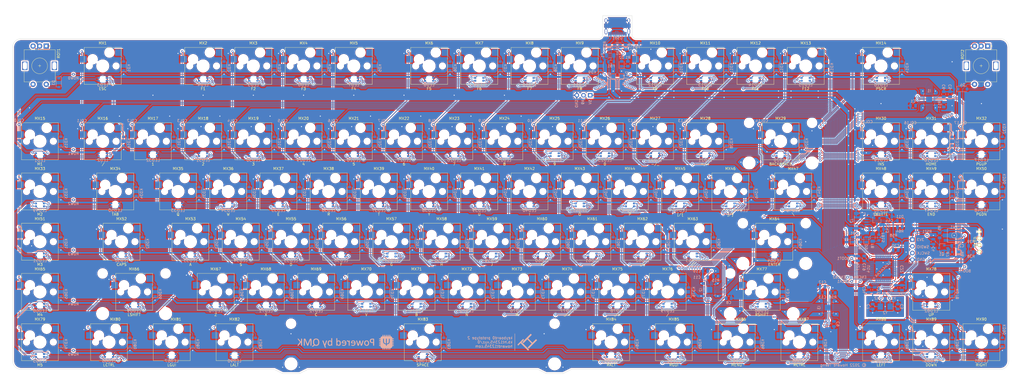
<source format=kicad_pcb>
(kicad_pcb (version 20171130) (host pcbnew "(5.1.10)-1")
  (layers (0 F.Cu signal) (31 B.Cu signal) (34 B.Paste user) (35 F.Paste user) (36 B.SilkS user) (37 F.SilkS user) (38 B.Mask user) (39 F.Mask user) (44 Edge.Cuts user))
  (net 0 "")
  (net 1 GND)
  (net 2 KEYBOARD_XTAL1)
  (net 3 KEYBOARD_XTAL2)
  (net 4 +3V3)
  (net 5 Earth)
  (net 6 KEYBOARD_RESET)
  (net 7 COL2)
  (net 8 COL1)
  (net 9 COL3)
  (net 10 "Net-(KD1-Pad2)")
  (net 11 ROW2)
  (net 12 "Net-(KD2-Pad2)")
  (net 13 ROW4)
  (net 14 "Net-(KD3-Pad2)")
  (net 15 "Net-(KD4-Pad2)")
  (net 16 "Net-(KD5-Pad2)")
  (net 17 "Net-(KD6-Pad2)")
  (net 18 ROT1_ROW)
  (net 19 "Net-(KD7-Pad2)")
  (net 20 ROW3)
  (net 21 "Net-(KD8-Pad2)")
  (net 22 ROW5)
  (net 23 "Net-(KD9-Pad2)")
  (net 24 "Net-(KD10-Pad2)")
  (net 25 "Net-(KD11-Pad2)")
  (net 26 "Net-(KD12-Pad2)")
  (net 27 "Net-(KD13-Pad2)")
  (net 28 "Net-(KD14-Pad2)")
  (net 29 "Net-(KD15-Pad2)")
  (net 30 "Net-(KD16-Pad2)")
  (net 31 "Net-(KD17-Pad2)")
  (net 32 "Net-(KD18-Pad2)")
  (net 33 "Net-(KD19-Pad2)")
  (net 34 "Net-(KD20-Pad2)")
  (net 35 "Net-(KD21-Pad2)")
  (net 36 "Net-(KD22-Pad2)")
  (net 37 "Net-(KD23-Pad2)")
  (net 38 "Net-(KD24-Pad2)")
  (net 39 "Net-(KD25-Pad2)")
  (net 40 "Net-(KD26-Pad2)")
  (net 41 "Net-(KD27-Pad2)")
  (net 42 "Net-(KD28-Pad2)")
  (net 43 "Net-(KD29-Pad2)")
  (net 44 "Net-(KD30-Pad2)")
  (net 45 "Net-(KD31-Pad2)")
  (net 46 "Net-(KD32-Pad2)")
  (net 47 "Net-(KD33-Pad2)")
  (net 48 "Net-(KD34-Pad2)")
  (net 49 "Net-(KD35-Pad2)")
  (net 50 "Net-(KD36-Pad2)")
  (net 51 "Net-(KD37-Pad2)")
  (net 52 "Net-(KD38-Pad2)")
  (net 53 "Net-(KD39-Pad2)")
  (net 54 "Net-(KD40-Pad2)")
  (net 55 "Net-(KD41-Pad2)")
  (net 56 "Net-(KD42-Pad2)")
  (net 57 "Net-(KD43-Pad2)")
  (net 58 "Net-(KD44-Pad2)")
  (net 59 "Net-(KD45-Pad2)")
  (net 60 "Net-(KD46-Pad2)")
  (net 61 "Net-(KD47-Pad2)")
  (net 62 "Net-(KD48-Pad2)")
  (net 63 "Net-(KD49-Pad2)")
  (net 64 "Net-(KD50-Pad2)")
  (net 65 "Net-(KD51-Pad2)")
  (net 66 "Net-(KD52-Pad2)")
  (net 67 "Net-(KD53-Pad2)")
  (net 68 "Net-(KD54-Pad2)")
  (net 69 "Net-(KD55-Pad2)")
  (net 70 "Net-(KD56-Pad2)")
  (net 71 "Net-(KD57-Pad2)")
  (net 72 "Net-(KD58-Pad2)")
  (net 73 "Net-(KD59-Pad2)")
  (net 74 "Net-(KD60-Pad2)")
  (net 75 "Net-(KD61-Pad2)")
  (net 76 "Net-(KD62-Pad2)")
  (net 77 "Net-(KD63-Pad2)")
  (net 78 "Net-(KD64-Pad2)")
  (net 79 "Net-(KD65-Pad2)")
  (net 80 "Net-(KD66-Pad2)")
  (net 81 "Net-(KD67-Pad2)")
  (net 82 "Net-(KD68-Pad2)")
  (net 83 "Net-(KD69-Pad2)")
  (net 84 "Net-(KD70-Pad2)")
  (net 85 "Net-(KD71-Pad2)")
  (net 86 "Net-(KD72-Pad2)")
  (net 87 "Net-(KD73-Pad2)")
  (net 88 "Net-(KD74-Pad2)")
  (net 89 "Net-(KD75-Pad2)")
  (net 90 "Net-(KD76-Pad2)")
  (net 91 "Net-(KD77-Pad2)")
  (net 92 "Net-(KD78-Pad2)")
  (net 93 "Net-(KD79-Pad2)")
  (net 94 "Net-(KD80-Pad2)")
  (net 95 "Net-(KD81-Pad2)")
  (net 96 "Net-(KD82-Pad2)")
  (net 97 "Net-(KD83-Pad2)")
  (net 98 "Net-(KD84-Pad2)")
  (net 99 "Net-(KD85-Pad2)")
  (net 100 "Net-(KD86-Pad2)")
  (net 101 "Net-(KD87-Pad2)")
  (net 102 "Net-(KD88-Pad2)")
  (net 103 "Net-(KD89-Pad2)")
  (net 104 "Net-(KD90-Pad2)")
  (net 105 COL4)
  (net 106 COL5)
  (net 107 COL6)
  (net 108 COL7)
  (net 109 COL8)
  (net 110 ENCODER_A)
  (net 111 ENCODER_B1)
  (net 112 BOOT0)
  (net 113 COL17)
  (net 114 COL16)
  (net 115 ROW1)
  (net 116 COL9)
  (net 117 COL10)
  (net 118 COL11)
  (net 119 COL12)
  (net 120 COL13)
  (net 121 COL14)
  (net 122 COL15)
  (net 123 ENCODER_B2)
  (net 124 "Net-(D3-Pad2)")
  (net 125 "Net-(D4-Pad2)")
  (net 126 SWCLK)
  (net 127 SWDIO)
  (net 128 BOOT1)
  (net 129 "Net-(D2-Pad1)")
  (net 130 "Net-(F8-Pad2)")
  (net 131 "Net-(R12-Pad1)")
  (net 132 "Net-(R13-Pad1)")
  (net 133 "Net-(D11-Pad1)")
  (net 134 D+)
  (net 135 D-)
  (net 136 VBUS)
  (net 137 "Net-(D1-Pad1)")
  (net 138 A9)
  (net 139 "Net-(C2-Pad1)")
  (net 140 1CA8)
  (net 141 1CA7)
  (net 142 1CA6)
  (net 143 1CA5)
  (net 144 1CA4)
  (net 145 1CA3)
  (net 146 1CA2)
  (net 147 1CA1)
  (net 148 1CB9)
  (net 149 1CB8)
  (net 150 1CB7)
  (net 151 1CB6)
  (net 152 1CB5)
  (net 153 1CB4)
  (net 154 1CB3)
  (net 155 1CB2)
  (net 156 1CB1)
  (net 157 "Net-(I1-Pad6)")
  (net 158 1CA9)
  (net 159 SCL)
  (net 160 SDA)
  (net 161 2CA8)
  (net 162 2CA7)
  (net 163 2CA6)
  (net 164 2CA5)
  (net 165 2CA4)
  (net 166 2CA3)
  (net 167 2CA2)
  (net 168 2CA1)
  (net 169 2CB9)
  (net 170 2CB8)
  (net 171 2CB7)
  (net 172 2CB6)
  (net 173 2CB5)
  (net 174 2CB4)
  (net 175 2CB3)
  (net 176 2CB2)
  (net 177 2CB1)
  (net 178 "Net-(I2-Pad6)")
  (net 179 2CA9)
  (net 180 3CA8)
  (net 181 3CA7)
  (net 182 3CA6)
  (net 183 3CA5)
  (net 184 3CA4)
  (net 185 3CA3)
  (net 186 3CA2)
  (net 187 3CA1)
  (net 188 3CB9)
  (net 189 3CB8)
  (net 190 3CB7)
  (net 191 3CB6)
  (net 192 3CB5)
  (net 193 3CB4)
  (net 194 3CB3)
  (net 195 3CB2)
  (net 196 3CB1)
  (net 197 "Net-(I3-Pad6)")
  (net 198 3CA9)
  (net 199 VCC)
  (net 200 +5V)
  (net 201 "Net-(F1-Pad2)")
  (net 202 "Net-(D5-Pad1)")
  (net 203 "Net-(C1-Pad1)")
  (net 204 "Net-(C8-Pad1)")
  (net 205 "Net-(C9-Pad1)")
  (net 206 COL0)
  (module custom-footprints:JST-SR-4 (layer B.Cu) (at 338.9099 156.3589 90)
    (fp_text reference J2 (at 0 -0.7937 90) (layer B.SilkS) (effects (justify mirror)))
    (fp_text value "SM04B-SRSS-TB(LF)(SN)")
    (pad MP smd rect (at 2.8 0.9 90) (size 1.2 1.8) (layers B.Cu B.Paste B.Mask) (net 1 GND))
    (pad MP smd rect (at -2.8 0.9 90) (size 1.2 1.8) (layers B.Cu B.Paste B.Mask) (net 1 GND))
    (pad 1 smd rect (at -1.5 4.775 90) (size 0.6 1.55) (layers B.Cu B.Paste B.Mask) (net 199 VCC))
    (pad 2 smd rect (at -0.5 4.775 90) (size 0.6 1.55) (layers B.Cu B.Paste B.Mask) (net 135 D-))
    (pad 4 smd rect (at 1.5 4.775 90) (size 0.6 1.55) (layers B.Cu B.Paste B.Mask) (net 1 GND))
    (pad 3 smd rect (at 0.5 4.775 90) (size 0.6 1.55) (layers B.Cu B.Paste B.Mask) (net 134 D+))
  )
  (module custom-footprints:MHT151RGBCT_with_outline (layer B.Cu) (at 30.1606 126.1983 180)
    (fp_text reference LED1 (at 0 -7.25) (layer B.SilkS) (effects (font (size 1.143 1.143) (thickness 0.152)) (justify mirror)))
    (fp_text value LED_ABGR hide)
    (pad "" np_thru_hole circle (at 0 -5.075 180) (size 2.1 2.1) (drill 2.1) (layers *.Cu *.Mask))
    (pad 3 smd rect (at 1.55 -5.625) (size 0.8 0.7) (layers B.Cu B.Paste B.Mask) (net 145 1CA3))
    (pad 4 smd rect (at 1.55 -4.525) (size 0.8 0.7) (layers B.Cu B.Paste B.Mask) (net 147 1CA1))
    (pad 2 smd rect (at -1.55 -5.625) (size 0.8 0.7) (layers B.Cu B.Paste B.Mask) (net 144 1CA4))
    (pad 1 smd rect (at -1.55 -4.525) (size 0.8 0.7) (layers B.Cu B.Paste B.Mask) (net 146 1CA2))
  )
  (module Rotary_Encoder:RotaryEncoder_Alps_EC11E-Switch_Vertical_H20mm (layer F.Cu) (at 32.5417 90.08495 270)
    (fp_text reference ROT1 (at 2.8 -4.7 90) (layer F.SilkS))
    (fp_text value Rotary_Encoder_Switch)
    (pad A thru_hole rect (at 0 0 270) (size 2 2) (drill 1) (layers *.Cu *.Mask) (net 110 ENCODER_A))
    (pad C thru_hole circle (at 0 2.5 270) (size 2 2) (drill 1) (layers *.Cu *.Mask) (net 1 GND))
    (pad B thru_hole circle (at 0 5 270) (size 2 2) (drill 1) (layers *.Cu *.Mask) (net 111 ENCODER_B1))
    (pad MP thru_hole rect (at 7.5 -3.1 270) (size 3.2 2) (drill oval 2.8 1.5) (layers *.Cu *.Mask))
    (pad MP thru_hole rect (at 7.5 8.1 270) (size 3.2 2) (drill oval 2.8 1.5) (layers *.Cu *.Mask))
    (pad S2 thru_hole circle (at 14.5 0 270) (size 2 2) (drill 1) (layers *.Cu *.Mask) (net 124 "Net-(D3-Pad2)"))
    (pad S1 thru_hole circle (at 14.5 5 270) (size 2 2) (drill 1) (layers *.Cu *.Mask) (net 206 COL0))
  )
  (module Diode_SMD:D_SOD-123 (layer B.Cu) (at 37.3039 103.9747 270)
    (fp_text reference D3 (at 0 2 90) (layer B.SilkS) (effects (justify mirror)))
    (fp_text value SOD-123)
    (pad 2 smd rect (at 1.65 0 270) (size 0.9 1.2) (layers B.Cu B.Paste B.Mask) (net 124 "Net-(D3-Pad2)"))
    (pad 1 smd rect (at -1.65 0 270) (size 0.9 1.2) (layers B.Cu B.Paste B.Mask) (net 18 ROT1_ROW))
  )
  (module Diode_SMD:D_SOD-123 (layer B.Cu) (at 395.2626 202.3935 90)
    (fp_text reference KD90 (at 4.7622 0.7937 90) (layer B.SilkS) (effects (justify mirror)))
    (fp_text value SOD-123)
    (pad 2 smd rect (at 1.65 0 90) (size 0.9 1.2) (layers B.Cu B.Paste B.Mask) (net 104 "Net-(KD90-Pad2)"))
    (pad 1 smd rect (at -1.65 0 90) (size 0.9 1.2) (layers B.Cu B.Paste B.Mask) (net 22 ROW5))
  )
  (module Diode_SMD:D_SOD-123 (layer B.Cu) (at 395.2626 145.2471 90)
    (fp_text reference KD50 (at 4.7622 0.7937 90) (layer B.SilkS) (effects (justify mirror)))
    (fp_text value SOD-123)
    (pad 2 smd rect (at 1.65 0 90) (size 0.9 1.2) (layers B.Cu B.Paste B.Mask) (net 64 "Net-(KD50-Pad2)"))
    (pad 1 smd rect (at -1.65 0 90) (size 0.9 1.2) (layers B.Cu B.Paste B.Mask) (net 11 ROW2))
  )
  (module Diode_SMD:D_SOD-123 (layer B.Cu) (at 395.2626 126.1983 90)
    (fp_text reference KD32 (at 4.7622 0.7937 90) (layer B.SilkS) (effects (justify mirror)))
    (fp_text value SOD-123)
    (pad 2 smd rect (at 1.65 0 90) (size 0.9 1.2) (layers B.Cu B.Paste B.Mask) (net 46 "Net-(KD32-Pad2)"))
    (pad 1 smd rect (at -1.65 0 90) (size 0.9 1.2) (layers B.Cu B.Paste B.Mask) (net 115 ROW1))
  )
  (module Diode_SMD:D_SOD-123 (layer B.Cu) (at 376.2138 202.3935 90)
    (fp_text reference KD89 (at -0.7937 2 90) (layer B.SilkS) (effects (justify mirror)))
    (fp_text value SOD-123)
    (pad 2 smd rect (at 1.65 0 90) (size 0.9 1.2) (layers B.Cu B.Paste B.Mask) (net 103 "Net-(KD89-Pad2)"))
    (pad 1 smd rect (at -1.65 0 90) (size 0.9 1.2) (layers B.Cu B.Paste B.Mask) (net 22 ROW5))
  )
  (module Diode_SMD:D_SOD-123 (layer B.Cu) (at 376.2138 183.3447 90)
    (fp_text reference KD78 (at -0.7937 2 90) (layer B.SilkS) (effects (justify mirror)))
    (fp_text value SOD-123)
    (pad 2 smd rect (at 1.65 0 90) (size 0.9 1.2) (layers B.Cu B.Paste B.Mask) (net 92 "Net-(KD78-Pad2)"))
    (pad 1 smd rect (at -1.65 0 90) (size 0.9 1.2) (layers B.Cu B.Paste B.Mask) (net 13 ROW4))
  )
  (module Diode_SMD:D_SOD-123 (layer B.Cu) (at 376.2138 145.2471 90)
    (fp_text reference KD49 (at -0.7937 2 90) (layer B.SilkS) (effects (justify mirror)))
    (fp_text value SOD-123)
    (pad 2 smd rect (at 1.65 0 90) (size 0.9 1.2) (layers B.Cu B.Paste B.Mask) (net 63 "Net-(KD49-Pad2)"))
    (pad 1 smd rect (at -1.65 0 90) (size 0.9 1.2) (layers B.Cu B.Paste B.Mask) (net 11 ROW2))
  )
  (module Diode_SMD:D_SOD-123 (layer B.Cu) (at 376.2138 126.1983 90)
    (fp_text reference KD31 (at -0.7937 2 90) (layer B.SilkS) (effects (justify mirror)))
    (fp_text value SOD-123)
    (pad 2 smd rect (at 1.65 0 90) (size 0.9 1.2) (layers B.Cu B.Paste B.Mask) (net 45 "Net-(KD31-Pad2)"))
    (pad 1 smd rect (at -1.65 0 90) (size 0.9 1.2) (layers B.Cu B.Paste B.Mask) (net 115 ROW1))
  )
  (module Diode_SMD:D_SOD-123 (layer B.Cu) (at 357.165 145.2471 90)
    (fp_text reference KD48 (at -0.7937 2 90) (layer B.SilkS) (effects (justify mirror)))
    (fp_text value SOD-123)
    (pad 2 smd rect (at 1.65 0 90) (size 0.9 1.2) (layers B.Cu B.Paste B.Mask) (net 62 "Net-(KD48-Pad2)"))
    (pad 1 smd rect (at -1.65 0 90) (size 0.9 1.2) (layers B.Cu B.Paste B.Mask) (net 11 ROW2))
  )
  (module Diode_SMD:D_SOD-123 (layer B.Cu) (at 357.165 126.1983 90)
    (fp_text reference KD30 (at -0.7937 2 90) (layer B.SilkS) (effects (justify mirror)))
    (fp_text value SOD-123)
    (pad 2 smd rect (at 1.65 0 90) (size 0.9 1.2) (layers B.Cu B.Paste B.Mask) (net 44 "Net-(KD30-Pad2)"))
    (pad 1 smd rect (at -1.65 0 90) (size 0.9 1.2) (layers B.Cu B.Paste B.Mask) (net 115 ROW1))
  )
  (module Diode_SMD:D_SOD-123 (layer B.Cu) (at 357.165 97.6251 90)
    (fp_text reference KD14 (at -0.7937 2 90) (layer B.SilkS) (effects (justify mirror)))
    (fp_text value SOD-123)
    (pad 2 smd rect (at 1.65 0 90) (size 0.9 1.2) (layers B.Cu B.Paste B.Mask) (net 28 "Net-(KD14-Pad2)"))
    (pad 1 smd rect (at -1.65 0 90) (size 0.9 1.2) (layers B.Cu B.Paste B.Mask) (net 18 ROT1_ROW))
  )
  (module Diode_SMD:D_SOD-123 (layer B.Cu) (at 357.165 202.3935 90)
    (fp_text reference KD88 (at -0.7937 2 90) (layer B.SilkS) (effects (justify mirror)))
    (fp_text value SOD-123)
    (pad 2 smd rect (at 1.65 0 90) (size 0.9 1.2) (layers B.Cu B.Paste B.Mask) (net 102 "Net-(KD88-Pad2)"))
    (pad 1 smd rect (at -1.65 0 90) (size 0.9 1.2) (layers B.Cu B.Paste B.Mask) (net 22 ROW5))
  )
  (module Diode_SMD:D_SOD-123 (layer B.Cu) (at 311.9241 183.3447 90)
    (fp_text reference KD77 (at -0.7937 2 90) (layer B.SilkS) (effects (justify mirror)))
    (fp_text value SOD-123)
    (pad 2 smd rect (at 1.65 0 90) (size 0.9 1.2) (layers B.Cu B.Paste B.Mask) (net 91 "Net-(KD77-Pad2)"))
    (pad 1 smd rect (at -1.65 0 90) (size 0.9 1.2) (layers B.Cu B.Paste B.Mask) (net 13 ROW4))
  )
  (module Diode_SMD:D_SOD-123 (layer B.Cu) (at 316.6863 164.2959 90)
    (fp_text reference KD64 (at -0.7937 2 90) (layer B.SilkS) (effects (justify mirror)))
    (fp_text value SOD-123)
    (pad 2 smd rect (at 1.65 0 90) (size 0.9 1.2) (layers B.Cu B.Paste B.Mask) (net 78 "Net-(KD64-Pad2)"))
    (pad 1 smd rect (at -1.65 0 90) (size 0.9 1.2) (layers B.Cu B.Paste B.Mask) (net 20 ROW3))
  )
  (module Diode_SMD:D_SOD-123 (layer B.Cu) (at 323.8296 145.2471 90)
    (fp_text reference KD47 (at 0 2 90) (layer B.SilkS) (effects (justify mirror)))
    (fp_text value SOD-123)
    (pad 2 smd rect (at 1.65 0 90) (size 0.9 1.2) (layers B.Cu B.Paste B.Mask) (net 61 "Net-(KD47-Pad2)"))
    (pad 1 smd rect (at -1.65 0 90) (size 0.9 1.2) (layers B.Cu B.Paste B.Mask) (net 11 ROW2))
  )
  (module Diode_SMD:D_SOD-123 (layer B.Cu) (at 319.0674 126.1983 90)
    (fp_text reference KD29 (at -0.7937 2 90) (layer B.SilkS) (effects (justify mirror)))
    (fp_text value SOD-123)
    (pad 2 smd rect (at 1.65 0 90) (size 0.9 1.2) (layers B.Cu B.Paste B.Mask) (net 43 "Net-(KD29-Pad2)"))
    (pad 1 smd rect (at -1.65 0 90) (size 0.9 1.2) (layers B.Cu B.Paste B.Mask) (net 115 ROW1))
  )
  (module Diode_SMD:D_SOD-123 (layer B.Cu) (at 328.5918 97.6251 90)
    (fp_text reference KD13 (at -0.7937 2 90) (layer B.SilkS) (effects (justify mirror)))
    (fp_text value SOD-123)
    (pad 2 smd rect (at 1.65 0 90) (size 0.9 1.2) (layers B.Cu B.Paste B.Mask) (net 27 "Net-(KD13-Pad2)"))
    (pad 1 smd rect (at -1.65 0 90) (size 0.9 1.2) (layers B.Cu B.Paste B.Mask) (net 18 ROT1_ROW))
  )
  (module Diode_SMD:D_SOD-123 (layer B.Cu) (at 326.2107 202.3935 90)
    (fp_text reference KD87 (at -0.7937 2 90) (layer B.SilkS) (effects (justify mirror)))
    (fp_text value SOD-123)
    (pad 2 smd rect (at 1.65 0 90) (size 0.9 1.2) (layers B.Cu B.Paste B.Mask) (net 101 "Net-(KD87-Pad2)"))
    (pad 1 smd rect (at -1.65 0 90) (size 0.9 1.2) (layers B.Cu B.Paste B.Mask) (net 22 ROW5))
  )
  (module Diode_SMD:D_SOD-123 (layer B.Cu) (at 300.0186 145.2471 90)
    (fp_text reference KD46 (at -0.7937 2 90) (layer B.SilkS) (effects (justify mirror)))
    (fp_text value SOD-123)
    (pad 2 smd rect (at 1.65 0 90) (size 0.9 1.2) (layers B.Cu B.Paste B.Mask) (net 60 "Net-(KD46-Pad2)"))
    (pad 1 smd rect (at -1.65 0 90) (size 0.9 1.2) (layers B.Cu B.Paste B.Mask) (net 11 ROW2))
  )
  (module Diode_SMD:D_SOD-123 (layer B.Cu) (at 290.4942 126.1983 90)
    (fp_text reference KD28 (at -0.7937 2 90) (layer B.SilkS) (effects (justify mirror)))
    (fp_text value SOD-123)
    (pad 2 smd rect (at 1.65 0 90) (size 0.9 1.2) (layers B.Cu B.Paste B.Mask) (net 42 "Net-(KD28-Pad2)"))
    (pad 1 smd rect (at -1.65 0 90) (size 0.9 1.2) (layers B.Cu B.Paste B.Mask) (net 115 ROW1))
  )
  (module Diode_SMD:D_SOD-123 (layer B.Cu) (at 309.543 97.6251 90)
    (fp_text reference KD12 (at -0.7937 2 90) (layer B.SilkS) (effects (justify mirror)))
    (fp_text value SOD-123)
    (pad 2 smd rect (at 1.65 0 90) (size 0.9 1.2) (layers B.Cu B.Paste B.Mask) (net 26 "Net-(KD12-Pad2)"))
    (pad 1 smd rect (at -1.65 0 90) (size 0.9 1.2) (layers B.Cu B.Paste B.Mask) (net 18 ROT1_ROW))
  )
  (module Diode_SMD:D_SOD-123 (layer B.Cu) (at 302.3997 202.3935 90)
    (fp_text reference KD86 (at -0.7937 2 90) (layer B.SilkS) (effects (justify mirror)))
    (fp_text value SOD-123)
    (pad 2 smd rect (at 1.65 0 90) (size 0.9 1.2) (layers B.Cu B.Paste B.Mask) (net 100 "Net-(KD86-Pad2)"))
    (pad 1 smd rect (at -1.65 0 90) (size 0.9 1.2) (layers B.Cu B.Paste B.Mask) (net 22 ROW5))
  )
  (module Diode_SMD:D_SOD-123 (layer B.Cu) (at 278.5887 202.3935 90)
    (fp_text reference KD85 (at -0.7937 2 90) (layer B.SilkS) (effects (justify mirror)))
    (fp_text value SOD-123)
    (pad 2 smd rect (at 1.65 0 90) (size 0.9 1.2) (layers B.Cu B.Paste B.Mask) (net 99 "Net-(KD85-Pad2)"))
    (pad 1 smd rect (at -1.65 0 90) (size 0.9 1.2) (layers B.Cu B.Paste B.Mask) (net 22 ROW5))
  )
  (module Diode_SMD:D_SOD-123 (layer B.Cu) (at 285.732 164.2959 90)
    (fp_text reference KD63 (at -0.7937 2 90) (layer B.SilkS) (effects (justify mirror)))
    (fp_text value SOD-123)
    (pad 2 smd rect (at 1.65 0 90) (size 0.9 1.2) (layers B.Cu B.Paste B.Mask) (net 77 "Net-(KD63-Pad2)"))
    (pad 1 smd rect (at -1.65 0 90) (size 0.9 1.2) (layers B.Cu B.Paste B.Mask) (net 20 ROW3))
  )
  (module Diode_SMD:D_SOD-123 (layer B.Cu) (at 280.9698 145.2471 90)
    (fp_text reference KD45 (at -0.7937 2 90) (layer B.SilkS) (effects (justify mirror)))
    (fp_text value SOD-123)
    (pad 2 smd rect (at 1.65 0 90) (size 0.9 1.2) (layers B.Cu B.Paste B.Mask) (net 59 "Net-(KD45-Pad2)"))
    (pad 1 smd rect (at -1.65 0 90) (size 0.9 1.2) (layers B.Cu B.Paste B.Mask) (net 11 ROW2))
  )
  (module Diode_SMD:D_SOD-123 (layer B.Cu) (at 271.4454 126.1983 90)
    (fp_text reference KD27 (at -0.7937 2 90) (layer B.SilkS) (effects (justify mirror)))
    (fp_text value SOD-123)
    (pad 2 smd rect (at 1.65 0 90) (size 0.9 1.2) (layers B.Cu B.Paste B.Mask) (net 41 "Net-(KD27-Pad2)"))
    (pad 1 smd rect (at -1.65 0 90) (size 0.9 1.2) (layers B.Cu B.Paste B.Mask) (net 115 ROW1))
  )
  (module Diode_SMD:D_SOD-123 (layer B.Cu) (at 290.4942 97.6251 90)
    (fp_text reference KD11 (at -0.7937 2 90) (layer B.SilkS) (effects (justify mirror)))
    (fp_text value SOD-123)
    (pad 2 smd rect (at 1.65 0 90) (size 0.9 1.2) (layers B.Cu B.Paste B.Mask) (net 25 "Net-(KD11-Pad2)"))
    (pad 1 smd rect (at -1.65 0 90) (size 0.9 1.2) (layers B.Cu B.Paste B.Mask) (net 18 ROT1_ROW))
  )
  (module Diode_SMD:D_SOD-123 (layer B.Cu) (at 266.6832 164.2959 90)
    (fp_text reference KD62 (at -0.7937 2 90) (layer B.SilkS) (effects (justify mirror)))
    (fp_text value SOD-123)
    (pad 2 smd rect (at 1.65 0 90) (size 0.9 1.2) (layers B.Cu B.Paste B.Mask) (net 76 "Net-(KD62-Pad2)"))
    (pad 1 smd rect (at -1.65 0 90) (size 0.9 1.2) (layers B.Cu B.Paste B.Mask) (net 20 ROW3))
  )
  (module Diode_SMD:D_SOD-123 (layer B.Cu) (at 261.921 145.2471 90)
    (fp_text reference KD44 (at -0.7937 2 90) (layer B.SilkS) (effects (justify mirror)))
    (fp_text value SOD-123)
    (pad 2 smd rect (at 1.65 0 90) (size 0.9 1.2) (layers B.Cu B.Paste B.Mask) (net 58 "Net-(KD44-Pad2)"))
    (pad 1 smd rect (at -1.65 0 90) (size 0.9 1.2) (layers B.Cu B.Paste B.Mask) (net 11 ROW2))
  )
  (module Diode_SMD:D_SOD-123 (layer B.Cu) (at 252.3966 126.1983 90)
    (fp_text reference KD26 (at -0.7937 2 90) (layer B.SilkS) (effects (justify mirror)))
    (fp_text value SOD-123)
    (pad 2 smd rect (at 1.65 0 90) (size 0.9 1.2) (layers B.Cu B.Paste B.Mask) (net 40 "Net-(KD26-Pad2)"))
    (pad 1 smd rect (at -1.65 0 90) (size 0.9 1.2) (layers B.Cu B.Paste B.Mask) (net 115 ROW1))
  )
  (module Diode_SMD:D_SOD-123 (layer B.Cu) (at 271.4454 97.6251 90)
    (fp_text reference KD10 (at -0.7937 2 90) (layer B.SilkS) (effects (justify mirror)))
    (fp_text value SOD-123)
    (pad 2 smd rect (at 1.65 0 90) (size 0.9 1.2) (layers B.Cu B.Paste B.Mask) (net 24 "Net-(KD10-Pad2)"))
    (pad 1 smd rect (at -1.65 0 90) (size 0.9 1.2) (layers B.Cu B.Paste B.Mask) (net 18 ROT1_ROW))
  )
  (module Diode_SMD:D_SOD-123 (layer B.Cu) (at 254.7777 202.3935 90)
    (fp_text reference KD84 (at -0.7937 2 90) (layer B.SilkS) (effects (justify mirror)))
    (fp_text value SOD-123)
    (pad 2 smd rect (at 1.65 0 90) (size 0.9 1.2) (layers B.Cu B.Paste B.Mask) (net 98 "Net-(KD84-Pad2)"))
    (pad 1 smd rect (at -1.65 0 90) (size 0.9 1.2) (layers B.Cu B.Paste B.Mask) (net 22 ROW5))
  )
  (module Diode_SMD:D_SOD-123 (layer B.Cu) (at 257.1588 183.3447 90)
    (fp_text reference KD75 (at -0.7937 2 90) (layer B.SilkS) (effects (justify mirror)))
    (fp_text value SOD-123)
    (pad 2 smd rect (at 1.65 0 90) (size 0.9 1.2) (layers B.Cu B.Paste B.Mask) (net 89 "Net-(KD75-Pad2)"))
    (pad 1 smd rect (at -1.65 0 90) (size 0.9 1.2) (layers B.Cu B.Paste B.Mask) (net 13 ROW4))
  )
  (module Diode_SMD:D_SOD-123 (layer B.Cu) (at 247.6344 164.2959 90)
    (fp_text reference KD61 (at -0.7937 2 90) (layer B.SilkS) (effects (justify mirror)))
    (fp_text value SOD-123)
    (pad 2 smd rect (at 1.65 0 90) (size 0.9 1.2) (layers B.Cu B.Paste B.Mask) (net 75 "Net-(KD61-Pad2)"))
    (pad 1 smd rect (at -1.65 0 90) (size 0.9 1.2) (layers B.Cu B.Paste B.Mask) (net 20 ROW3))
  )
  (module Diode_SMD:D_SOD-123 (layer B.Cu) (at 242.8722 145.2471 90)
    (fp_text reference KD43 (at -0.7937 2 90) (layer B.SilkS) (effects (justify mirror)))
    (fp_text value SOD-123)
    (pad 2 smd rect (at 1.65 0 90) (size 0.9 1.2) (layers B.Cu B.Paste B.Mask) (net 57 "Net-(KD43-Pad2)"))
    (pad 1 smd rect (at -1.65 0 90) (size 0.9 1.2) (layers B.Cu B.Paste B.Mask) (net 11 ROW2))
  )
  (module Diode_SMD:D_SOD-123 (layer B.Cu) (at 233.3478 126.1983 90)
    (fp_text reference KD25 (at -0.7937 2 90) (layer B.SilkS) (effects (justify mirror)))
    (fp_text value SOD-123)
    (pad 2 smd rect (at 1.65 0 90) (size 0.9 1.2) (layers B.Cu B.Paste B.Mask) (net 39 "Net-(KD25-Pad2)"))
    (pad 1 smd rect (at -1.65 0 90) (size 0.9 1.2) (layers B.Cu B.Paste B.Mask) (net 115 ROW1))
  )
  (module Diode_SMD:D_SOD-123 (layer B.Cu) (at 238.11 183.3447 90)
    (fp_text reference KD74 (at -0.7937 2 90) (layer B.SilkS) (effects (justify mirror)))
    (fp_text value SOD-123)
    (pad 2 smd rect (at 1.65 0 90) (size 0.9 1.2) (layers B.Cu B.Paste B.Mask) (net 88 "Net-(KD74-Pad2)"))
    (pad 1 smd rect (at -1.65 0 90) (size 0.9 1.2) (layers B.Cu B.Paste B.Mask) (net 13 ROW4))
  )
  (module Diode_SMD:D_SOD-123 (layer B.Cu) (at 228.5856 164.2959 90)
    (fp_text reference KD60 (at -0.7937 2 90) (layer B.SilkS) (effects (justify mirror)))
    (fp_text value SOD-123)
    (pad 2 smd rect (at 1.65 0 90) (size 0.9 1.2) (layers B.Cu B.Paste B.Mask) (net 74 "Net-(KD60-Pad2)"))
    (pad 1 smd rect (at -1.65 0 90) (size 0.9 1.2) (layers B.Cu B.Paste B.Mask) (net 20 ROW3))
  )
  (module Diode_SMD:D_SOD-123 (layer B.Cu) (at 223.8234 145.2471 90)
    (fp_text reference KD42 (at -0.7937 2 90) (layer B.SilkS) (effects (justify mirror)))
    (fp_text value SOD-123)
    (pad 2 smd rect (at 1.65 0 90) (size 0.9 1.2) (layers B.Cu B.Paste B.Mask) (net 56 "Net-(KD42-Pad2)"))
    (pad 1 smd rect (at -1.65 0 90) (size 0.9 1.2) (layers B.Cu B.Paste B.Mask) (net 11 ROW2))
  )
  (module Diode_SMD:D_SOD-123 (layer B.Cu) (at 214.299 126.1983 90)
    (fp_text reference KD24 (at -0.7937 2 90) (layer B.SilkS) (effects (justify mirror)))
    (fp_text value SOD-123)
    (pad 2 smd rect (at 1.65 0 90) (size 0.9 1.2) (layers B.Cu B.Paste B.Mask) (net 38 "Net-(KD24-Pad2)"))
    (pad 1 smd rect (at -1.65 0 90) (size 0.9 1.2) (layers B.Cu B.Paste B.Mask) (net 115 ROW1))
  )
  (module Diode_SMD:D_SOD-123 (layer B.Cu) (at 223.8234 97.6251 90)
    (fp_text reference KD8 (at -0.7937 2 90) (layer B.SilkS) (effects (justify mirror)))
    (fp_text value SOD-123)
    (pad 2 smd rect (at 1.65 0 90) (size 0.9 1.2) (layers B.Cu B.Paste B.Mask) (net 21 "Net-(KD8-Pad2)"))
    (pad 1 smd rect (at -1.65 0 90) (size 0.9 1.2) (layers B.Cu B.Paste B.Mask) (net 18 ROT1_ROW))
  )
  (module Diode_SMD:D_SOD-123 (layer B.Cu) (at 219.0612 183.3447 90)
    (fp_text reference KD73 (at -0.7937 2 90) (layer B.SilkS) (effects (justify mirror)))
    (fp_text value SOD-123)
    (pad 2 smd rect (at 1.65 0 90) (size 0.9 1.2) (layers B.Cu B.Paste B.Mask) (net 87 "Net-(KD73-Pad2)"))
    (pad 1 smd rect (at -1.65 0 90) (size 0.9 1.2) (layers B.Cu B.Paste B.Mask) (net 13 ROW4))
  )
  (module Diode_SMD:D_SOD-123 (layer B.Cu) (at 209.5368 164.2959 90)
    (fp_text reference KD59 (at -0.7937 2 90) (layer B.SilkS) (effects (justify mirror)))
    (fp_text value SOD-123)
    (pad 2 smd rect (at 1.65 0 90) (size 0.9 1.2) (layers B.Cu B.Paste B.Mask) (net 73 "Net-(KD59-Pad2)"))
    (pad 1 smd rect (at -1.65 0 90) (size 0.9 1.2) (layers B.Cu B.Paste B.Mask) (net 20 ROW3))
  )
  (module Diode_SMD:D_SOD-123 (layer B.Cu) (at 204.7746 145.2471 90)
    (fp_text reference KD41 (at -0.7937 2 90) (layer B.SilkS) (effects (justify mirror)))
    (fp_text value SOD-123)
    (pad 2 smd rect (at 1.65 0 90) (size 0.9 1.2) (layers B.Cu B.Paste B.Mask) (net 55 "Net-(KD41-Pad2)"))
    (pad 1 smd rect (at -1.65 0 90) (size 0.9 1.2) (layers B.Cu B.Paste B.Mask) (net 11 ROW2))
  )
  (module Diode_SMD:D_SOD-123 (layer B.Cu) (at 195.2502 126.1983 90)
    (fp_text reference KD23 (at -0.7937 2 90) (layer B.SilkS) (effects (justify mirror)))
    (fp_text value SOD-123)
    (pad 2 smd rect (at 1.65 0 90) (size 0.9 1.2) (layers B.Cu B.Paste B.Mask) (net 37 "Net-(KD23-Pad2)"))
    (pad 1 smd rect (at -1.65 0 90) (size 0.9 1.2) (layers B.Cu B.Paste B.Mask) (net 115 ROW1))
  )
  (module Diode_SMD:D_SOD-123 (layer B.Cu) (at 204.7746 97.6251 90)
    (fp_text reference KD7 (at -0.7937 2 90) (layer B.SilkS) (effects (justify mirror)))
    (fp_text value SOD-123)
    (pad 2 smd rect (at 1.65 0 90) (size 0.9 1.2) (layers B.Cu B.Paste B.Mask) (net 19 "Net-(KD7-Pad2)"))
    (pad 1 smd rect (at -1.65 0 90) (size 0.9 1.2) (layers B.Cu B.Paste B.Mask) (net 18 ROT1_ROW))
  )
  (module Diode_SMD:D_SOD-123 (layer B.Cu) (at 200.0124 183.3447 90)
    (fp_text reference KD72 (at -0.7937 2 90) (layer B.SilkS) (effects (justify mirror)))
    (fp_text value SOD-123)
    (pad 2 smd rect (at 1.65 0 90) (size 0.9 1.2) (layers B.Cu B.Paste B.Mask) (net 86 "Net-(KD72-Pad2)"))
    (pad 1 smd rect (at -1.65 0 90) (size 0.9 1.2) (layers B.Cu B.Paste B.Mask) (net 13 ROW4))
  )
  (module Diode_SMD:D_SOD-123 (layer B.Cu) (at 190.488 164.2959 90)
    (fp_text reference KD58 (at -0.7937 2 90) (layer B.SilkS) (effects (justify mirror)))
    (fp_text value SOD-123)
    (pad 2 smd rect (at 1.65 0 90) (size 0.9 1.2) (layers B.Cu B.Paste B.Mask) (net 72 "Net-(KD58-Pad2)"))
    (pad 1 smd rect (at -1.65 0 90) (size 0.9 1.2) (layers B.Cu B.Paste B.Mask) (net 20 ROW3))
  )
  (module Diode_SMD:D_SOD-123 (layer B.Cu) (at 185.7258 145.2471 90)
    (fp_text reference KD40 (at -0.7937 2 90) (layer B.SilkS) (effects (justify mirror)))
    (fp_text value SOD-123)
    (pad 2 smd rect (at 1.65 0 90) (size 0.9 1.2) (layers B.Cu B.Paste B.Mask) (net 54 "Net-(KD40-Pad2)"))
    (pad 1 smd rect (at -1.65 0 90) (size 0.9 1.2) (layers B.Cu B.Paste B.Mask) (net 11 ROW2))
  )
  (module Diode_SMD:D_SOD-123 (layer B.Cu) (at 176.2014 126.1983 90)
    (fp_text reference KD22 (at -0.7937 2 90) (layer B.SilkS) (effects (justify mirror)))
    (fp_text value SOD-123)
    (pad 2 smd rect (at 1.65 0 90) (size 0.9 1.2) (layers B.Cu B.Paste B.Mask) (net 36 "Net-(KD22-Pad2)"))
    (pad 1 smd rect (at -1.65 0 90) (size 0.9 1.2) (layers B.Cu B.Paste B.Mask) (net 115 ROW1))
  )
  (module Diode_SMD:D_SOD-123 (layer B.Cu) (at 185.7258 97.6251 90)
    (fp_text reference KD6 (at -0.7937 2 90) (layer B.SilkS) (effects (justify mirror)))
    (fp_text value SOD-123)
    (pad 2 smd rect (at 1.65 0 90) (size 0.9 1.2) (layers B.Cu B.Paste B.Mask) (net 17 "Net-(KD6-Pad2)"))
    (pad 1 smd rect (at -1.65 0 90) (size 0.9 1.2) (layers B.Cu B.Paste B.Mask) (net 18 ROT1_ROW))
  )
  (module Diode_SMD:D_SOD-123 (layer B.Cu) (at 183.3447 202.3935 90)
    (fp_text reference KD83 (at -0.7937 2 90) (layer B.SilkS) (effects (justify mirror)))
    (fp_text value SOD-123)
    (pad 2 smd rect (at 1.65 0 90) (size 0.9 1.2) (layers B.Cu B.Paste B.Mask) (net 97 "Net-(KD83-Pad2)"))
    (pad 1 smd rect (at -1.65 0 90) (size 0.9 1.2) (layers B.Cu B.Paste B.Mask) (net 22 ROW5))
  )
  (module Diode_SMD:D_SOD-123 (layer B.Cu) (at 180.9636 183.3447 90)
    (fp_text reference KD71 (at -0.7937 2 90) (layer B.SilkS) (effects (justify mirror)))
    (fp_text value SOD-123)
    (pad 2 smd rect (at 1.65 0 90) (size 0.9 1.2) (layers B.Cu B.Paste B.Mask) (net 85 "Net-(KD71-Pad2)"))
    (pad 1 smd rect (at -1.65 0 90) (size 0.9 1.2) (layers B.Cu B.Paste B.Mask) (net 13 ROW4))
  )
  (module Diode_SMD:D_SOD-123 (layer B.Cu) (at 171.4392 164.2959 90)
    (fp_text reference KD57 (at -0.7937 2 90) (layer B.SilkS) (effects (justify mirror)))
    (fp_text value SOD-123)
    (pad 2 smd rect (at 1.65 0 90) (size 0.9 1.2) (layers B.Cu B.Paste B.Mask) (net 71 "Net-(KD57-Pad2)"))
    (pad 1 smd rect (at -1.65 0 90) (size 0.9 1.2) (layers B.Cu B.Paste B.Mask) (net 20 ROW3))
  )
  (module Diode_SMD:D_SOD-123 (layer B.Cu) (at 166.677 145.2471 90)
    (fp_text reference KD39 (at -0.7937 2 90) (layer B.SilkS) (effects (justify mirror)))
    (fp_text value SOD-123)
    (pad 2 smd rect (at 1.65 0 90) (size 0.9 1.2) (layers B.Cu B.Paste B.Mask) (net 53 "Net-(KD39-Pad2)"))
    (pad 1 smd rect (at -1.65 0 90) (size 0.9 1.2) (layers B.Cu B.Paste B.Mask) (net 11 ROW2))
  )
  (module Diode_SMD:D_SOD-123 (layer B.Cu) (at 157.1526 126.1983 90)
    (fp_text reference KD21 (at -0.7937 2 90) (layer B.SilkS) (effects (justify mirror)))
    (fp_text value SOD-123)
    (pad 2 smd rect (at 1.65 0 90) (size 0.9 1.2) (layers B.Cu B.Paste B.Mask) (net 35 "Net-(KD21-Pad2)"))
    (pad 1 smd rect (at -1.65 0 90) (size 0.9 1.2) (layers B.Cu B.Paste B.Mask) (net 115 ROW1))
  )
  (module Diode_SMD:D_SOD-123 (layer B.Cu) (at 157.1526 97.6251 90)
    (fp_text reference KD5 (at -0.7937 2 90) (layer B.SilkS) (effects (justify mirror)))
    (fp_text value SOD-123)
    (pad 2 smd rect (at 1.65 0 90) (size 0.9 1.2) (layers B.Cu B.Paste B.Mask) (net 16 "Net-(KD5-Pad2)"))
    (pad 1 smd rect (at -1.65 0 90) (size 0.9 1.2) (layers B.Cu B.Paste B.Mask) (net 18 ROT1_ROW))
  )
  (module Diode_SMD:D_SOD-123 (layer B.Cu) (at 142.866 183.3447 90)
    (fp_text reference KD69 (at -0.7937 2 90) (layer B.SilkS) (effects (justify mirror)))
    (fp_text value SOD-123)
    (pad 2 smd rect (at 1.65 0 90) (size 0.9 1.2) (layers B.Cu B.Paste B.Mask) (net 83 "Net-(KD69-Pad2)"))
    (pad 1 smd rect (at -1.65 0 90) (size 0.9 1.2) (layers B.Cu B.Paste B.Mask) (net 13 ROW4))
  )
  (module Diode_SMD:D_SOD-123 (layer B.Cu) (at 152.3904 164.2959 90)
    (fp_text reference KD56 (at -0.7937 2 90) (layer B.SilkS) (effects (justify mirror)))
    (fp_text value SOD-123)
    (pad 2 smd rect (at 1.65 0 90) (size 0.9 1.2) (layers B.Cu B.Paste B.Mask) (net 70 "Net-(KD56-Pad2)"))
    (pad 1 smd rect (at -1.65 0 90) (size 0.9 1.2) (layers B.Cu B.Paste B.Mask) (net 20 ROW3))
  )
  (module Diode_SMD:D_SOD-123 (layer B.Cu) (at 147.6282 145.2471 90)
    (fp_text reference KD38 (at -0.7937 2 90) (layer B.SilkS) (effects (justify mirror)))
    (fp_text value SOD-123)
    (pad 2 smd rect (at 1.65 0 90) (size 0.9 1.2) (layers B.Cu B.Paste B.Mask) (net 52 "Net-(KD38-Pad2)"))
    (pad 1 smd rect (at -1.65 0 90) (size 0.9 1.2) (layers B.Cu B.Paste B.Mask) (net 11 ROW2))
  )
  (module Diode_SMD:D_SOD-123 (layer B.Cu) (at 138.1038 126.1983 90)
    (fp_text reference KD20 (at -0.7937 2 90) (layer B.SilkS) (effects (justify mirror)))
    (fp_text value SOD-123)
    (pad 2 smd rect (at 1.65 0 90) (size 0.9 1.2) (layers B.Cu B.Paste B.Mask) (net 34 "Net-(KD20-Pad2)"))
    (pad 1 smd rect (at -1.65 0 90) (size 0.9 1.2) (layers B.Cu B.Paste B.Mask) (net 115 ROW1))
  )
  (module Diode_SMD:D_SOD-123 (layer B.Cu) (at 138.1038 97.6251 90)
    (fp_text reference KD4 (at -0.7937 2 90) (layer B.SilkS) (effects (justify mirror)))
    (fp_text value SOD-123)
    (pad 2 smd rect (at 1.65 0 90) (size 0.9 1.2) (layers B.Cu B.Paste B.Mask) (net 15 "Net-(KD4-Pad2)"))
    (pad 1 smd rect (at -1.65 0 90) (size 0.9 1.2) (layers B.Cu B.Paste B.Mask) (net 18 ROT1_ROW))
  )
  (module Diode_SMD:D_SOD-123 (layer B.Cu) (at 161.9148 183.3447 90)
    (fp_text reference KD70 (at -0.7937 2 90) (layer B.SilkS) (effects (justify mirror)))
    (fp_text value SOD-123)
    (pad 2 smd rect (at 1.65 0 90) (size 0.9 1.2) (layers B.Cu B.Paste B.Mask) (net 84 "Net-(KD70-Pad2)"))
    (pad 1 smd rect (at -1.65 0 90) (size 0.9 1.2) (layers B.Cu B.Paste B.Mask) (net 13 ROW4))
  )
  (module Diode_SMD:D_SOD-123 (layer B.Cu) (at 123.8172 183.3447 90)
    (fp_text reference KD68 (at -0.7937 2 90) (layer B.SilkS) (effects (justify mirror)))
    (fp_text value SOD-123)
    (pad 2 smd rect (at 1.65 0 90) (size 0.9 1.2) (layers B.Cu B.Paste B.Mask) (net 82 "Net-(KD68-Pad2)"))
    (pad 1 smd rect (at -1.65 0 90) (size 0.9 1.2) (layers B.Cu B.Paste B.Mask) (net 13 ROW4))
  )
  (module Diode_SMD:D_SOD-123 (layer B.Cu) (at 133.3416 164.2959 90)
    (fp_text reference KD55 (at -0.7937 2 90) (layer B.SilkS) (effects (justify mirror)))
    (fp_text value SOD-123)
    (pad 2 smd rect (at 1.65 0 90) (size 0.9 1.2) (layers B.Cu B.Paste B.Mask) (net 69 "Net-(KD55-Pad2)"))
    (pad 1 smd rect (at -1.65 0 90) (size 0.9 1.2) (layers B.Cu B.Paste B.Mask) (net 20 ROW3))
  )
  (module Diode_SMD:D_SOD-123 (layer B.Cu) (at 128.5794 145.2471 90)
    (fp_text reference KD37 (at -0.7937 2 90) (layer B.SilkS) (effects (justify mirror)))
    (fp_text value SOD-123)
    (pad 2 smd rect (at 1.65 0 90) (size 0.9 1.2) (layers B.Cu B.Paste B.Mask) (net 51 "Net-(KD37-Pad2)"))
    (pad 1 smd rect (at -1.65 0 90) (size 0.9 1.2) (layers B.Cu B.Paste B.Mask) (net 11 ROW2))
  )
  (module Diode_SMD:D_SOD-123 (layer B.Cu) (at 119.055 126.1983 90)
    (fp_text reference KD19 (at -0.7937 2 90) (layer B.SilkS) (effects (justify mirror)))
    (fp_text value SOD-123)
    (pad 2 smd rect (at 1.65 0 90) (size 0.9 1.2) (layers B.Cu B.Paste B.Mask) (net 33 "Net-(KD19-Pad2)"))
    (pad 1 smd rect (at -1.65 0 90) (size 0.9 1.2) (layers B.Cu B.Paste B.Mask) (net 115 ROW1))
  )
  (module Diode_SMD:D_SOD-123 (layer B.Cu) (at 119.055 97.6251 90)
    (fp_text reference KD3 (at -0.7937 2 90) (layer B.SilkS) (effects (justify mirror)))
    (fp_text value SOD-123)
    (pad 2 smd rect (at 1.65 0 90) (size 0.9 1.2) (layers B.Cu B.Paste B.Mask) (net 14 "Net-(KD3-Pad2)"))
    (pad 1 smd rect (at -1.65 0 90) (size 0.9 1.2) (layers B.Cu B.Paste B.Mask) (net 18 ROT1_ROW))
  )
  (module Diode_SMD:D_SOD-123 (layer B.Cu) (at 88.1007 202.3935 90)
    (fp_text reference KD81 (at -0.7937 2 90) (layer B.SilkS) (effects (justify mirror)))
    (fp_text value SOD-123)
    (pad 2 smd rect (at 1.65 0 90) (size 0.9 1.2) (layers B.Cu B.Paste B.Mask) (net 95 "Net-(KD81-Pad2)"))
    (pad 1 smd rect (at -1.65 0 90) (size 0.9 1.2) (layers B.Cu B.Paste B.Mask) (net 22 ROW5))
  )
  (module Diode_SMD:D_SOD-123 (layer B.Cu) (at 73.8141 183.3447 90)
    (fp_text reference KD66 (at -0.7937 2 90) (layer B.SilkS) (effects (justify mirror)))
    (fp_text value SOD-123)
    (pad 2 smd rect (at 1.65 0 90) (size 0.9 1.2) (layers B.Cu B.Paste B.Mask) (net 80 "Net-(KD66-Pad2)"))
    (pad 1 smd rect (at -1.65 0 90) (size 0.9 1.2) (layers B.Cu B.Paste B.Mask) (net 13 ROW4))
  )
  (module Diode_SMD:D_SOD-123 (layer B.Cu) (at 95.244 164.2959 90)
    (fp_text reference KD53 (at -0.7937 2 90) (layer B.SilkS) (effects (justify mirror)))
    (fp_text value SOD-123)
    (pad 2 smd rect (at 1.65 0 90) (size 0.9 1.2) (layers B.Cu B.Paste B.Mask) (net 67 "Net-(KD53-Pad2)"))
    (pad 1 smd rect (at -1.65 0 90) (size 0.9 1.2) (layers B.Cu B.Paste B.Mask) (net 20 ROW3))
  )
  (module Diode_SMD:D_SOD-123 (layer B.Cu) (at 90.4818 145.2471 90)
    (fp_text reference KD35 (at -0.7937 2 90) (layer B.SilkS) (effects (justify mirror)))
    (fp_text value SOD-123)
    (pad 2 smd rect (at 1.65 0 90) (size 0.9 1.2) (layers B.Cu B.Paste B.Mask) (net 49 "Net-(KD35-Pad2)"))
    (pad 1 smd rect (at -1.65 0 90) (size 0.9 1.2) (layers B.Cu B.Paste B.Mask) (net 11 ROW2))
  )
  (module Diode_SMD:D_SOD-123 (layer B.Cu) (at 80.9574 126.1983 90)
    (fp_text reference KD17 (at -0.7937 2 90) (layer B.SilkS) (effects (justify mirror)))
    (fp_text value SOD-123)
    (pad 2 smd rect (at 1.65 0 90) (size 0.9 1.2) (layers B.Cu B.Paste B.Mask) (net 31 "Net-(KD17-Pad2)"))
    (pad 1 smd rect (at -1.65 0 90) (size 0.9 1.2) (layers B.Cu B.Paste B.Mask) (net 115 ROW1))
  )
  (module Diode_SMD:D_SOD-123 (layer B.Cu) (at 111.9117 202.3935 90)
    (fp_text reference KD82 (at -0.7937 2 90) (layer B.SilkS) (effects (justify mirror)))
    (fp_text value SOD-123)
    (pad 2 smd rect (at 1.65 0 90) (size 0.9 1.2) (layers B.Cu B.Paste B.Mask) (net 96 "Net-(KD82-Pad2)"))
    (pad 1 smd rect (at -1.65 0 90) (size 0.9 1.2) (layers B.Cu B.Paste B.Mask) (net 22 ROW5))
  )
  (module Diode_SMD:D_SOD-123 (layer B.Cu) (at 104.7684 183.3447 90)
    (fp_text reference KD67 (at -0.7937 2 90) (layer B.SilkS) (effects (justify mirror)))
    (fp_text value SOD-123)
    (pad 2 smd rect (at 1.65 0 90) (size 0.9 1.2) (layers B.Cu B.Paste B.Mask) (net 81 "Net-(KD67-Pad2)"))
    (pad 1 smd rect (at -1.65 0 90) (size 0.9 1.2) (layers B.Cu B.Paste B.Mask) (net 13 ROW4))
  )
  (module Diode_SMD:D_SOD-123 (layer B.Cu) (at 114.2928 164.2959 90)
    (fp_text reference KD54 (at -0.7937 2 90) (layer B.SilkS) (effects (justify mirror)))
    (fp_text value SOD-123)
    (pad 2 smd rect (at 1.65 0 90) (size 0.9 1.2) (layers B.Cu B.Paste B.Mask) (net 68 "Net-(KD54-Pad2)"))
    (pad 1 smd rect (at -1.65 0 90) (size 0.9 1.2) (layers B.Cu B.Paste B.Mask) (net 20 ROW3))
  )
  (module Diode_SMD:D_SOD-123 (layer B.Cu) (at 109.5306 145.2471 90)
    (fp_text reference KD36 (at -0.7937 2 90) (layer B.SilkS) (effects (justify mirror)))
    (fp_text value SOD-123)
    (pad 2 smd rect (at 1.65 0 90) (size 0.9 1.2) (layers B.Cu B.Paste B.Mask) (net 50 "Net-(KD36-Pad2)"))
    (pad 1 smd rect (at -1.65 0 90) (size 0.9 1.2) (layers B.Cu B.Paste B.Mask) (net 11 ROW2))
  )
  (module Diode_SMD:D_SOD-123 (layer B.Cu) (at 100.0062 126.1983 90)
    (fp_text reference KD18 (at -0.7937 2 90) (layer B.SilkS) (effects (justify mirror)))
    (fp_text value SOD-123)
    (pad 2 smd rect (at 1.65 0 90) (size 0.9 1.2) (layers B.Cu B.Paste B.Mask) (net 32 "Net-(KD18-Pad2)"))
    (pad 1 smd rect (at -1.65 0 90) (size 0.9 1.2) (layers B.Cu B.Paste B.Mask) (net 115 ROW1))
  )
  (module Diode_SMD:D_SOD-123 (layer B.Cu) (at 100.0062 97.6251 90)
    (fp_text reference KD2 (at -0.7937 2 90) (layer B.SilkS) (effects (justify mirror)))
    (fp_text value SOD-123)
    (pad 2 smd rect (at 1.65 0 90) (size 0.9 1.2) (layers B.Cu B.Paste B.Mask) (net 12 "Net-(KD2-Pad2)"))
    (pad 1 smd rect (at -1.65 0 90) (size 0.9 1.2) (layers B.Cu B.Paste B.Mask) (net 18 ROT1_ROW))
  )
  (module Diode_SMD:D_SOD-123 (layer B.Cu) (at 38.0976 202.3309 90)
    (fp_text reference KD79 (at -0.7937 2 90) (layer B.SilkS) (effects (justify mirror)))
    (fp_text value SOD-123)
    (pad 2 smd rect (at 1.65 0 90) (size 0.9 1.2) (layers B.Cu B.Paste B.Mask) (net 93 "Net-(KD79-Pad2)"))
    (pad 1 smd rect (at -1.65 0 90) (size 0.9 1.2) (layers B.Cu B.Paste B.Mask) (net 22 ROW5))
  )
  (module Diode_SMD:D_SOD-123 (layer B.Cu) (at 69.0519 164.2959 90)
    (fp_text reference KD52 (at -0.7937 2 90) (layer B.SilkS) (effects (justify mirror)))
    (fp_text value SOD-123)
    (pad 2 smd rect (at 1.65 0 90) (size 0.9 1.2) (layers B.Cu B.Paste B.Mask) (net 66 "Net-(KD52-Pad2)"))
    (pad 1 smd rect (at -1.65 0 90) (size 0.9 1.2) (layers B.Cu B.Paste B.Mask) (net 20 ROW3))
  )
  (module Diode_SMD:D_SOD-123 (layer B.Cu) (at 66.6708 145.2471 90)
    (fp_text reference KD34 (at -0.7937 2 90) (layer B.SilkS) (effects (justify mirror)))
    (fp_text value SOD-123)
    (pad 2 smd rect (at 1.65 0 90) (size 0.9 1.2) (layers B.Cu B.Paste B.Mask) (net 48 "Net-(KD34-Pad2)"))
    (pad 1 smd rect (at -1.65 0 90) (size 0.9 1.2) (layers B.Cu B.Paste B.Mask) (net 11 ROW2))
  )
  (module Diode_SMD:D_SOD-123 (layer B.Cu) (at 61.9086 126.1983 90)
    (fp_text reference KD16 (at -0.7937 2 90) (layer B.SilkS) (effects (justify mirror)))
    (fp_text value SOD-123)
    (pad 2 smd rect (at 1.65 0 90) (size 0.9 1.2) (layers B.Cu B.Paste B.Mask) (net 30 "Net-(KD16-Pad2)"))
    (pad 1 smd rect (at -1.65 0 90) (size 0.9 1.2) (layers B.Cu B.Paste B.Mask) (net 115 ROW1))
  )
  (module Diode_SMD:D_SOD-123 (layer B.Cu) (at 61.9086 97.6251 90)
    (fp_text reference KD1 (at -0.7937 2 90) (layer B.SilkS) (effects (justify mirror)))
    (fp_text value SOD-123)
    (pad 2 smd rect (at 1.65 0 90) (size 0.9 1.2) (layers B.Cu B.Paste B.Mask) (net 10 "Net-(KD1-Pad2)"))
    (pad 1 smd rect (at -1.65 0 90) (size 0.9 1.2) (layers B.Cu B.Paste B.Mask) (net 18 ROT1_ROW))
  )
  (module Diode_SMD:D_SOD-123 (layer B.Cu) (at 64.2897 202.3935 90)
    (fp_text reference KD80 (at -0.7937 2 90) (layer B.SilkS) (effects (justify mirror)))
    (fp_text value SOD-123)
    (pad 2 smd rect (at 1.65 0 90) (size 0.9 1.2) (layers B.Cu B.Paste B.Mask) (net 94 "Net-(KD80-Pad2)"))
    (pad 1 smd rect (at -1.65 0 90) (size 0.9 1.2) (layers B.Cu B.Paste B.Mask) (net 22 ROW5))
  )
  (module Diode_SMD:D_SOD-123 (layer B.Cu) (at 38.0976 183.3447 90)
    (fp_text reference KD65 (at -0.7937 2 90) (layer B.SilkS) (effects (justify mirror)))
    (fp_text value SOD-123)
    (pad 2 smd rect (at 1.65 0 90) (size 0.9 1.2) (layers B.Cu B.Paste B.Mask) (net 79 "Net-(KD65-Pad2)"))
    (pad 1 smd rect (at -1.65 0 90) (size 0.9 1.2) (layers B.Cu B.Paste B.Mask) (net 13 ROW4))
  )
  (module Diode_SMD:D_SOD-123 (layer B.Cu) (at 38.0976 164.2959 90)
    (fp_text reference KD51 (at -0.7937 2 90) (layer B.SilkS) (effects (justify mirror)))
    (fp_text value SOD-123)
    (pad 2 smd rect (at 1.65 0 90) (size 0.9 1.2) (layers B.Cu B.Paste B.Mask) (net 65 "Net-(KD51-Pad2)"))
    (pad 1 smd rect (at -1.65 0 90) (size 0.9 1.2) (layers B.Cu B.Paste B.Mask) (net 20 ROW3))
  )
  (module Diode_SMD:D_SOD-123 (layer B.Cu) (at 38.0976 145.1845 90)
    (fp_text reference KD33 (at -0.7937 2 90) (layer B.SilkS) (effects (justify mirror)))
    (fp_text value SOD-123)
    (pad 2 smd rect (at 1.65 0 90) (size 0.9 1.2) (layers B.Cu B.Paste B.Mask) (net 47 "Net-(KD33-Pad2)"))
    (pad 1 smd rect (at -1.65 0 90) (size 0.9 1.2) (layers B.Cu B.Paste B.Mask) (net 11 ROW2))
  )
  (module Diode_SMD:D_SOD-123 (layer B.Cu) (at 38.0976 126.1357 90)
    (fp_text reference KD15 (at -0.7937 2 90) (layer B.SilkS) (effects (justify mirror)))
    (fp_text value SOD-123)
    (pad 2 smd rect (at 1.65 0 90) (size 0.9 1.2) (layers B.Cu B.Paste B.Mask) (net 29 "Net-(KD15-Pad2)"))
    (pad 1 smd rect (at -1.65 0 90) (size 0.9 1.2) (layers B.Cu B.Paste B.Mask) (net 115 ROW1))
  )
  (module Resistor_SMD:R_0805_2012Metric (layer B.Cu) (at 383.3571 165.8833)
    (fp_text reference R39 (at 0 -1.5874) (layer B.SilkS) (effects (justify mirror)))
    (fp_text value 4.7k)
    (pad 2 smd roundrect (at 0.9125 0) (size 1.025 1.4) (layers B.Cu B.Paste B.Mask) (roundrect_rratio 0.2439004878048781) (net 159 SCL))
    (pad 1 smd roundrect (at -0.9125 0) (size 1.025 1.4) (layers B.Cu B.Paste B.Mask) (roundrect_rratio 0.2439004878048781) (net 4 +3V3))
  )
  (module Diode_SMD:D_SOD-123 (layer B.Cu) (at 380.1823 106.3558)
    (fp_text reference D4 (at 0 -1.5874) (layer B.SilkS) (effects (justify mirror)))
    (fp_text value SOD-123)
    (pad 2 smd rect (at 1.65 0) (size 0.9 1.2) (layers B.Cu B.Paste B.Mask) (net 125 "Net-(D4-Pad2)"))
    (pad 1 smd rect (at -1.65 0) (size 0.9 1.2) (layers B.Cu B.Paste B.Mask) (net 18 ROT1_ROW))
  )
  (module TestPoint:TestPoint_THTPad_D1.0mm_Drill0.5mm (layer B.Cu) (at 255.5714 119.8487 180)
    (fp_text reference COL12 (at 0 1.448) (layer B.SilkS) (effects (justify mirror)))
    (fp_text value TestPoint_Small)
    (pad 1 thru_hole circle (at 0 0 180) (size 1 1) (drill 0.5) (layers *.Cu *.Mask) (net 119 COL12))
  )
  (module TestPoint:TestPoint_THTPad_D1.0mm_Drill0.5mm (layer B.Cu) (at 84.1322 119.8487 180)
    (fp_text reference COL3 (at 0 1.448) (layer B.SilkS) (effects (justify mirror)))
    (fp_text value TestPoint_Small)
    (pad 1 thru_hole circle (at 0 0 180) (size 1 1) (drill 0.5) (layers *.Cu *.Mask) (net 9 COL3))
  )
  (module TestPoint:TestPoint_THTPad_D1.0mm_Drill0.5mm (layer B.Cu) (at 22.2236 119.8487)
    (fp_text reference COL0 (at 0 -1.5874) (layer B.SilkS) (effects (justify mirror)))
    (fp_text value TestPoint_Small)
    (pad 1 thru_hole circle (at 0 0) (size 1 1) (drill 0.5) (layers *.Cu *.Mask) (net 206 COL0))
  )
  (module TestPoint:TestPoint_THTPad_D1.0mm_Drill0.5mm (layer B.Cu) (at 42.8598 205.5683)
    (fp_text reference ROW5 (at 0 1.448) (layer B.SilkS) (effects (justify mirror)))
    (fp_text value TestPoint_Small)
    (pad 1 thru_hole circle (at 0 0) (size 1 1) (drill 0.5) (layers *.Cu *.Mask) (net 22 ROW5))
  )
  (module TestPoint:TestPoint_THTPad_D1.0mm_Drill0.5mm (layer B.Cu) (at 42.8598 186.5195)
    (fp_text reference ROW4 (at 0 1.448) (layer B.SilkS) (effects (justify mirror)))
    (fp_text value TestPoint_Small)
    (pad 1 thru_hole circle (at 0 0) (size 1 1) (drill 0.5) (layers *.Cu *.Mask) (net 13 ROW4))
  )
  (module TestPoint:TestPoint_THTPad_D1.0mm_Drill0.5mm (layer B.Cu) (at 42.8598 167.4707)
    (fp_text reference ROW3 (at 0 1.448) (layer B.SilkS) (effects (justify mirror)))
    (fp_text value TestPoint_Small)
    (pad 1 thru_hole circle (at 0 0) (size 1 1) (drill 0.5) (layers *.Cu *.Mask) (net 20 ROW3))
  )
  (module TestPoint:TestPoint_THTPad_D1.0mm_Drill0.5mm (layer B.Cu) (at 42.8598 148.4219)
    (fp_text reference ROW2 (at 0 1.448) (layer B.SilkS) (effects (justify mirror)))
    (fp_text value TestPoint_Small)
    (pad 1 thru_hole circle (at 0 0) (size 1 1) (drill 0.5) (layers *.Cu *.Mask) (net 11 ROW2))
  )
  (module TestPoint:TestPoint_THTPad_D1.0mm_Drill0.5mm (layer B.Cu) (at 42.8598 129.3731)
    (fp_text reference ROW1 (at 0 1.448) (layer B.SilkS) (effects (justify mirror)))
    (fp_text value TestPoint_Small)
    (pad 1 thru_hole circle (at 0 0) (size 1 1) (drill 0.5) (layers *.Cu *.Mask) (net 115 ROW1))
  )
  (module TestPoint:TestPoint_THTPad_D1.0mm_Drill0.5mm (layer B.Cu) (at 42.8598 100.7999)
    (fp_text reference ROW0 (at 0 1.448) (layer B.SilkS) (effects (justify mirror)))
    (fp_text value TestPoint_Small)
    (pad 1 thru_hole circle (at 0 0) (size 1 1) (drill 0.5) (layers *.Cu *.Mask) (net 18 ROT1_ROW))
  )
  (module TestPoint:TestPoint_THTPad_D1.0mm_Drill0.5mm (layer B.Cu) (at 360.3398 120.6424 180)
    (fp_text reference COL16 (at 0 1.448) (layer B.SilkS) (effects (justify mirror)))
    (fp_text value TestPoint_Small)
    (pad 1 thru_hole circle (at 0 0 180) (size 1 1) (drill 0.5) (layers *.Cu *.Mask) (net 114 COL16))
  )
  (module TestPoint:TestPoint_THTPad_D1.0mm_Drill0.5mm (layer B.Cu) (at 379.3886 120.6424 180)
    (fp_text reference COL17 (at 0 1.448) (layer B.SilkS) (effects (justify mirror)))
    (fp_text value TestPoint_Small)
    (pad 1 thru_hole circle (at 0 0 180) (size 1 1) (drill 0.5) (layers *.Cu *.Mask) (net 113 COL17))
  )
  (module TestPoint:TestPoint_THTPad_D1.0mm_Drill0.5mm (layer B.Cu) (at 103.181 119.8487 180)
    (fp_text reference COL4 (at 0 1.448) (layer B.SilkS) (effects (justify mirror)))
    (fp_text value TestPoint_Small)
    (pad 1 thru_hole circle (at 0 0 180) (size 1 1) (drill 0.5) (layers *.Cu *.Mask) (net 105 COL4))
  )
  (module TestPoint:TestPoint_THTPad_D1.0mm_Drill0.5mm (layer B.Cu) (at 122.2298 119.8487 180)
    (fp_text reference COL5 (at 0 1.448) (layer B.SilkS) (effects (justify mirror)))
    (fp_text value TestPoint_Small)
    (pad 1 thru_hole circle (at 0 0 180) (size 1 1) (drill 0.5) (layers *.Cu *.Mask) (net 106 COL5))
  )
  (module TestPoint:TestPoint_THTPad_D1.0mm_Drill0.5mm (layer B.Cu) (at 141.2786 119.8487 180)
    (fp_text reference COL6 (at 0 1.448) (layer B.SilkS) (effects (justify mirror)))
    (fp_text value TestPoint_Small)
    (pad 1 thru_hole circle (at 0 0 180) (size 1 1) (drill 0.5) (layers *.Cu *.Mask) (net 107 COL6))
  )
  (module TestPoint:TestPoint_THTPad_D1.0mm_Drill0.5mm (layer B.Cu) (at 160.3274 119.8487 180)
    (fp_text reference COL7 (at 0 1.448) (layer B.SilkS) (effects (justify mirror)))
    (fp_text value TestPoint_Small)
    (pad 1 thru_hole circle (at 0 0 180) (size 1 1) (drill 0.5) (layers *.Cu *.Mask) (net 108 COL7))
  )
  (module TestPoint:TestPoint_THTPad_D1.0mm_Drill0.5mm (layer B.Cu) (at 179.3762 119.8487 180)
    (fp_text reference COL8 (at 0 1.448) (layer B.SilkS) (effects (justify mirror)))
    (fp_text value TestPoint_Small)
    (pad 1 thru_hole circle (at 0 0 180) (size 1 1) (drill 0.5) (layers *.Cu *.Mask) (net 109 COL8))
  )
  (module TestPoint:TestPoint_THTPad_D1.0mm_Drill0.5mm (layer B.Cu) (at 198.425 119.8487 180)
    (fp_text reference COL9 (at 0 1.448) (layer B.SilkS) (effects (justify mirror)))
    (fp_text value TestPoint_Small)
    (pad 1 thru_hole circle (at 0 0 180) (size 1 1) (drill 0.5) (layers *.Cu *.Mask) (net 116 COL9))
  )
  (module TestPoint:TestPoint_THTPad_D1.0mm_Drill0.5mm (layer B.Cu) (at 217.4738 119.8487 180)
    (fp_text reference COL10 (at 0 1.448) (layer B.SilkS) (effects (justify mirror)))
    (fp_text value TestPoint_Small)
    (pad 1 thru_hole circle (at 0 0 180) (size 1 1) (drill 0.5) (layers *.Cu *.Mask) (net 117 COL10))
  )
  (module TestPoint:TestPoint_THTPad_D1.0mm_Drill0.5mm (layer B.Cu) (at 236.5226 119.8487 180)
    (fp_text reference COL11 (at 0 1.448) (layer B.SilkS) (effects (justify mirror)))
    (fp_text value TestPoint_Small)
    (pad 1 thru_hole circle (at 0 0 180) (size 1 1) (drill 0.5) (layers *.Cu *.Mask) (net 118 COL11))
  )
  (module TestPoint:TestPoint_THTPad_D1.0mm_Drill0.5mm (layer B.Cu) (at 303.1934 119.8487 180)
    (fp_text reference COL14 (at -0.7937 1.448) (layer B.SilkS) (effects (justify mirror)))
    (fp_text value TestPoint_Small)
    (pad 1 thru_hole circle (at 0 0 180) (size 1 1) (drill 0.5) (layers *.Cu *.Mask) (net 121 COL14))
  )
  (module TestPoint:TestPoint_THTPad_D1.0mm_Drill0.5mm (layer B.Cu) (at 65.0834 119.8487 180)
    (fp_text reference COL2 (at 0 1.448) (layer B.SilkS) (effects (justify mirror)))
    (fp_text value TestPoint_Small)
    (pad 1 thru_hole circle (at 0 0 180) (size 1 1) (drill 0.5) (layers *.Cu *.Mask) (net 7 COL2))
  )
  (module Rotary_Encoder:RotaryEncoder_Alps_EC11E-Switch_Vertical_H20mm (layer F.Cu) (at 389.7067 90.08495 270)
    (fp_text reference ROT2 (at 3.1748 9.5244 90) (layer F.SilkS))
    (fp_text value Rotary_Encoder_Switch)
    (pad A thru_hole rect (at 0 0 270) (size 2 2) (drill 1) (layers *.Cu *.Mask) (net 110 ENCODER_A))
    (pad C thru_hole circle (at 0 2.5 270) (size 2 2) (drill 1) (layers *.Cu *.Mask) (net 1 GND))
    (pad B thru_hole circle (at 0 5 270) (size 2 2) (drill 1) (layers *.Cu *.Mask) (net 123 ENCODER_B2))
    (pad MP thru_hole rect (at 7.5 -3.1 270) (size 3.2 2) (drill oval 2.8 1.5) (layers *.Cu *.Mask))
    (pad MP thru_hole rect (at 7.5 8.1 270) (size 3.2 2) (drill oval 2.8 1.5) (layers *.Cu *.Mask))
    (pad S2 thru_hole circle (at 14.5 0 270) (size 2 2) (drill 1) (layers *.Cu *.Mask) (net 125 "Net-(D4-Pad2)"))
    (pad S1 thru_hole circle (at 14.5 5 270) (size 2 2) (drill 1) (layers *.Cu *.Mask) (net 113 COL17))
  )
  (module Resistor_SMD:R_0805_2012Metric (layer B.Cu) (at 383.3571 168.2644)
    (fp_text reference R38 (at 0 1.5874) (layer B.SilkS) (effects (justify mirror)))
    (fp_text value 4.7k)
    (pad 2 smd roundrect (at 0.9125 0) (size 1.025 1.4) (layers B.Cu B.Paste B.Mask) (roundrect_rratio 0.2439004878048781) (net 160 SDA))
    (pad 1 smd roundrect (at -0.9125 0) (size 1.025 1.4) (layers B.Cu B.Paste B.Mask) (roundrect_rratio 0.2439004878048781) (net 4 +3V3))
  )
  (module TestPoint:TestPoint_THTPad_D1.0mm_Drill0.5mm (layer B.Cu) (at 380.976 173.8203)
    (fp_text reference BOOT0 (at 0 1.5874) (layer B.SilkS) (effects (justify mirror)))
    (fp_text value TestPoint_Small)
    (pad 1 thru_hole circle (at 0 0) (size 1 1) (drill 0.5) (layers *.Cu *.Mask) (net 112 BOOT0))
  )
  (module TestPoint:TestPoint_THTPad_D1.0mm_Drill0.5mm (layer B.Cu) (at 338.1162 170.6455)
    (fp_text reference BOOT1 (at -3.1748 0) (layer B.SilkS) (effects (justify mirror)))
    (fp_text value TestPoint_Small)
    (pad 1 thru_hole circle (at 0 0) (size 1 1) (drill 0.5) (layers *.Cu *.Mask) (net 128 BOOT1))
  )
  (module Capacitor_SMD:C_0805_2012Metric (layer B.Cu) (at 355.5776 188.9006 90)
    (fp_text reference C3 (at 0 1.5874 270) (layer B.SilkS) (effects (justify mirror)))
    (fp_text value 20pF)
    (pad 2 smd roundrect (at 0.95 0 90) (size 1 1.45) (layers B.Cu B.Paste B.Mask) (net 1 GND))
    (pad 1 smd roundrect (at -0.95 0 90) (size 1 1.45) (layers B.Cu B.Paste B.Mask) (net 2 KEYBOARD_XTAL1))
  )
  (module Capacitor_SMD:C_0805_2012Metric (layer B.Cu) (at 346.0532 188.9006 270)
    (fp_text reference C7 (at 0 1.5874 270) (layer B.SilkS) (effects (justify mirror)))
    (fp_text value 20pF)
    (pad 2 smd roundrect (at 0.95 0 270) (size 1 1.45) (layers B.Cu B.Paste B.Mask) (net 1 GND))
    (pad 1 smd roundrect (at -0.95 0 270) (size 1 1.45) (layers B.Cu B.Paste B.Mask) (net 3 KEYBOARD_XTAL2))
  )
  (module Capacitor_SMD:C_0805_2012Metric (layer B.Cu) (at 354.7839 181.7573 90)
    (fp_text reference C18 (at 0 -1.5874 90) (layer B.SilkS) (effects (justify mirror)))
    (fp_text value 100nF)
    (pad 2 smd roundrect (at 0.95 0 90) (size 1 1.45) (layers B.Cu B.Paste B.Mask) (net 1 GND))
    (pad 1 smd roundrect (at -0.95 0 90) (size 1 1.45) (layers B.Cu B.Paste B.Mask) (net 4 +3V3))
  )
  (module Capacitor_SMD:C_0805_2012Metric (layer B.Cu) (at 342.8784 170.6455 270)
    (fp_text reference C19 (at 3.1748 0 270) (layer B.SilkS) (effects (justify mirror)))
    (fp_text value 100nF)
    (pad 2 smd roundrect (at 0.95 0 270) (size 1 1.45) (layers B.Cu B.Paste B.Mask) (net 1 GND))
    (pad 1 smd roundrect (at -0.95 0 270) (size 1 1.45) (layers B.Cu B.Paste B.Mask) (net 4 +3V3))
  )
  (module Capacitor_SMD:C_0805_2012Metric (layer B.Cu) (at 354.7839 167.4707 180)
    (fp_text reference C20 (at 0 1.5874 180) (layer B.SilkS) (effects (justify mirror)))
    (fp_text value 100nF)
    (pad 2 smd roundrect (at 0.95 0 180) (size 1 1.45) (layers B.Cu B.Paste B.Mask) (net 1 GND))
    (pad 1 smd roundrect (at -0.95 0 180) (size 1 1.45) (layers B.Cu B.Paste B.Mask) (net 4 +3V3))
  )
  (module Capacitor_SMD:C_0805_2012Metric (layer B.Cu) (at 357.165 181.7573 90)
    (fp_text reference C21 (at -2.3811 0) (layer B.SilkS) (effects (justify mirror)))
    (fp_text value 10uF)
    (pad 2 smd roundrect (at 0.95 0 90) (size 1 1.45) (layers B.Cu B.Paste B.Mask) (net 1 GND))
    (pad 1 smd roundrect (at -0.95 0 90) (size 1 1.45) (layers B.Cu B.Paste B.Mask) (net 4 +3V3))
  )
  (module Capacitor_SMD:C_0805_2012Metric (layer B.Cu) (at 346.8469 182.551 90)
    (fp_text reference C23 (at 0 1.5874 270) (layer B.SilkS) (effects (justify mirror)))
    (fp_text value 10nF)
    (pad 2 smd roundrect (at 0.95 0 90) (size 1 1.45) (layers B.Cu B.Paste B.Mask) (net 4 +3V3))
    (pad 1 smd roundrect (at -0.95 0 90) (size 1 1.45) (layers B.Cu B.Paste B.Mask) (net 1 GND))
  )
  (module Capacitor_SMD:C_0805_2012Metric (layer B.Cu) (at 344.5446 182.551 270)
    (fp_text reference C24 (at 0 1.68 90) (layer B.SilkS) (effects (justify mirror)))
    (fp_text value 1uF)
    (pad 2 smd roundrect (at 0.95 0 270) (size 1 1.45) (layers B.Cu B.Paste B.Mask) (net 1 GND))
    (pad 1 smd roundrect (at -0.95 0 270) (size 1 1.45) (layers B.Cu B.Paste B.Mask) (net 4 +3V3))
  )
  (module Capacitor_SMD:C_0805_2012Metric (layer B.Cu) (at 349.228 159.5337)
    (fp_text reference C43 (at 2.3811 0 270) (layer B.SilkS) (effects (justify mirror)))
    (fp_text value 1uF)
    (pad 2 smd roundrect (at 0.95 0) (size 1 1.45) (layers B.Cu B.Paste B.Mask) (net 1 GND))
    (pad 1 smd roundrect (at -0.95 0) (size 1 1.45) (layers B.Cu B.Paste B.Mask) (net 200 +5V))
  )
  (module Capacitor_SMD:C_0805_2012Metric (layer B.Cu) (at 352.4028 154.7715)
    (fp_text reference C44 (at 0 1.5874 180) (layer B.SilkS) (effects (justify mirror)))
    (fp_text value 1uF)
    (pad 2 smd roundrect (at 0.95 0) (size 1 1.45) (layers B.Cu B.Paste B.Mask) (net 1 GND))
    (pad 1 smd roundrect (at -0.95 0) (size 1 1.45) (layers B.Cu B.Paste B.Mask) (net 4 +3V3))
  )
  (module LED_SMD:LED_0805_2012Metric (layer B.Cu) (at 356.3713 156.3589 180)
    (fp_text reference D11 (at 0 1.5874) (layer B.SilkS) (effects (justify mirror)))
    (fp_text value Red)
    (pad 2 smd roundrect (at 0.9375 0 180) (size 0.975 1.4) (layers B.Cu B.Paste B.Mask) (net 4 +3V3))
    (pad 1 smd roundrect (at -0.9375 0 180) (size 0.975 1.4) (layers B.Cu B.Paste B.Mask) (net 133 "Net-(D11-Pad1)"))
  )
  (module TestPoint:TestPoint_THTPad_D1.0mm_Drill0.5mm (layer B.Cu) (at 338.1162 179.3762 180)
    (fp_text reference ENCA1 (at 3.1748 0) (layer B.SilkS) (effects (justify mirror)))
    (fp_text value TestPoint_Small)
    (pad 1 thru_hole circle (at 0 0 180) (size 1 1) (drill 0.5) (layers *.Cu *.Mask) (net 110 ENCODER_A))
  )
  (module TestPoint:TestPoint_THTPad_D1.0mm_Drill0.5mm (layer B.Cu) (at 336.5288 177.7888 180)
    (fp_text reference ENCB2 (at 3.1748 0) (layer B.SilkS) (effects (justify mirror)))
    (fp_text value TestPoint_Small)
    (pad 1 thru_hole circle (at 0 0 180) (size 1 1) (drill 0.5) (layers *.Cu *.Mask) (net 123 ENCODER_B2))
  )
  (module Fuse:Fuse_1206_3216Metric (layer B.Cu) (at 346.0532 162.7085 270)
    (fp_text reference F8 (at 3.1748 0 90) (layer B.SilkS) (effects (justify mirror)))
    (fp_text value 500mA)
    (pad 1 smd roundrect (at -1.4 0 270) (size 1.25 1.75) (layers B.Cu B.Paste B.Mask) (roundrect_rratio 0.2) (net 199 VCC))
    (pad 2 smd roundrect (at 1.4 0 270) (size 1.25 1.75) (layers B.Cu B.Paste B.Mask) (roundrect_rratio 0.2) (net 130 "Net-(F8-Pad2)"))
  )
  (module Inductor_SMD:L_0805_2012Metric (layer B.Cu) (at 348.4343 162.7085 90)
    (fp_text reference FB15 (at 0 1.5874 90) (layer B.SilkS) (effects (justify mirror)))
    (fp_text value "60 @ 100 MHz")
    (pad 1 smd roundrect (at -1.0625 0 90) (size 0.875 1.2) (layers B.Cu B.Paste B.Mask) (net 130 "Net-(F8-Pad2)"))
    (pad 2 smd roundrect (at 1.0625 0 90) (size 0.875 1.2) (layers B.Cu B.Paste B.Mask) (net 200 +5V))
  )
  (module Connector_PinSocket_2.54mm:PinSocket_1x04_P2.54mm_Vertical (layer B.Cu) (at 361.1335 163.5022 180)
    (fp_text reference J1 hide)
    (fp_text value Conn_01x04)
    (pad 4 thru_hole oval (at 0 -7.62 180) (size 1.7 1.7) (drill 1) (layers *.Cu *.Mask) (net 1 GND))
    (pad 3 thru_hole oval (at 0 -5.08 180) (size 1.7 1.7) (drill 1) (layers *.Cu *.Mask) (net 126 SWCLK))
    (pad 2 thru_hole oval (at 0 -2.54 180) (size 1.7 1.7) (drill 1) (layers *.Cu *.Mask) (net 127 SWDIO))
    (pad 1 thru_hole rect (at 0 0 180) (size 1.7 1.7) (drill 1) (layers *.Cu *.Mask) (net 4 +3V3))
  )
  (module Resistor_SMD:R_0805_2012Metric (layer B.Cu) (at 340.4973 170.6455 270)
    (fp_text reference R27 (at 3.1748 0 270) (layer B.SilkS) (effects (justify mirror)))
    (fp_text value 10k)
    (pad 2 smd roundrect (at 0.9125 0 270) (size 1.025 1.4) (layers B.Cu B.Paste B.Mask) (roundrect_rratio 0.2439004878048781) (net 128 BOOT1))
    (pad 1 smd roundrect (at -0.9125 0 270) (size 1.025 1.4) (layers B.Cu B.Paste B.Mask) (roundrect_rratio 0.2439004878048781) (net 1 GND))
  )
  (module Resistor_SMD:R_0805_2012Metric (layer B.Cu) (at 353.9902 163.5022 180)
    (fp_text reference R58 (at 0 1.5874) (layer B.SilkS) (effects (justify mirror)))
    (fp_text value 1.5k)
    (pad 2 smd roundrect (at 0.9125 0 180) (size 1.025 1.4) (layers B.Cu B.Paste B.Mask) (roundrect_rratio 0.2439004878048781) (net 134 D+))
    (pad 1 smd roundrect (at -0.9125 0 180) (size 1.025 1.4) (layers B.Cu B.Paste B.Mask) (roundrect_rratio 0.2439004878048781) (net 4 +3V3))
  )
  (module Resistor_SMD:R_0805_2012Metric (layer B.Cu) (at 356.3713 158.74)
    (fp_text reference R64 (at 0 1.5874) (layer B.SilkS) (effects (justify mirror)))
    (fp_text value 510)
    (pad 2 smd roundrect (at 0.9125 0) (size 1.025 1.4) (layers B.Cu B.Paste B.Mask) (roundrect_rratio 0.2439004878048781) (net 133 "Net-(D11-Pad1)"))
    (pad 1 smd roundrect (at -0.9125 0) (size 1.025 1.4) (layers B.Cu B.Paste B.Mask) (roundrect_rratio 0.2439004878048781) (net 1 GND))
  )
  (module TestPoint:TestPoint_THTPad_D1.0mm_Drill0.5mm (layer B.Cu) (at 352.4028 185.7258 180)
    (fp_text reference X1 (at -1.5874 0) (layer B.SilkS) (effects (justify mirror)))
    (fp_text value TestPoint_Small)
    (pad 1 thru_hole circle (at 0 0 180) (size 1 1) (drill 0.5) (layers *.Cu *.Mask) (net 2 KEYBOARD_XTAL1))
  )
  (module TestPoint:TestPoint_THTPad_D1.0mm_Drill0.5mm (layer B.Cu) (at 349.228 185.7258 180)
    (fp_text reference X2 (at 1.5874 0) (layer B.SilkS) (effects (justify mirror)))
    (fp_text value TestPoint_Small)
    (pad 1 thru_hole circle (at 0 0 180) (size 1 1) (drill 0.5) (layers *.Cu *.Mask) (net 3 KEYBOARD_XTAL2))
  )
  (module TestPoint:TestPoint_THTPad_D1.0mm_Drill0.5mm (layer B.Cu) (at 341.291 179.3762)
    (fp_text reference ENCB1 (at 0 -1.5874) (layer B.SilkS) (effects (justify mirror)))
    (fp_text value TestPoint_Small)
    (pad 1 thru_hole circle (at 0 0) (size 1 1) (drill 0.5) (layers *.Cu *.Mask) (net 111 ENCODER_B1))
  )
  (module Inductor_SMD:L_0805_2012Metric (layer B.Cu) (at 256.3651 88.8944 180)
    (fp_text reference FB5 (at 0 -1.5874) (layer B.SilkS) (effects (justify mirror)))
    (fp_text value "60 @ 100 MHz")
    (pad 2 smd roundrect (at 1.0625 0 180) (size 0.875 1.2) (layers B.Cu B.Paste B.Mask) (net 5 Earth))
    (pad 1 smd roundrect (at -1.0625 0 180) (size 0.875 1.2) (layers B.Cu B.Paste B.Mask) (net 1 GND))
  )
  (module Resistor_SMD:R_0805_2012Metric (layer B.Cu) (at 252.3966 90.4818 270)
    (fp_text reference R12 (at 0 -1.5874 270) (layer B.SilkS) (effects (justify mirror)))
    (fp_text value 5.1K)
    (pad 2 smd roundrect (at 0.9125 0 270) (size 1.025 1.4) (layers B.Cu B.Paste B.Mask) (roundrect_rratio 0.2439004878048781) (net 1 GND))
    (pad 1 smd roundrect (at -0.9125 0 270) (size 1.025 1.4) (layers B.Cu B.Paste B.Mask) (roundrect_rratio 0.2439004878048781) (net 131 "Net-(R12-Pad1)"))
  )
  (module Type-C:HRO-TYPE-C-31-M-12-Assembly (layer B.Cu) (at 249.2218 77.7826)
    (fp_text reference USB1 (at 0 9.25) (layer B.SilkS) (effects (justify mirror)))
    (fp_text value HRO-TYPE-C-31-M-12)
    (pad 12 smd rect (at 3.225 7.695) (size 0.6 1.45) (layers B.Cu B.Paste B.Mask) (net 1 GND))
    (pad 1 smd rect (at -3.225 7.695) (size 0.6 1.45) (layers B.Cu B.Paste B.Mask) (net 1 GND))
    (pad 11 smd rect (at 2.45 7.695) (size 0.6 1.45) (layers B.Cu B.Paste B.Mask) (net 136 VBUS))
    (pad 2 smd rect (at -2.45 7.695) (size 0.6 1.45) (layers B.Cu B.Paste B.Mask) (net 136 VBUS))
    (pad 3 smd rect (at -1.75 7.695) (size 0.3 1.45) (layers B.Cu B.Paste B.Mask))
    (pad 10 smd rect (at 1.75 7.695) (size 0.3 1.45) (layers B.Cu B.Paste B.Mask) (net 131 "Net-(R12-Pad1)"))
    (pad 4 smd rect (at -1.25 7.695) (size 0.3 1.45) (layers B.Cu B.Paste B.Mask) (net 132 "Net-(R13-Pad1)"))
    (pad 9 smd rect (at 1.25 7.695) (size 0.3 1.45) (layers B.Cu B.Paste B.Mask))
    (pad 5 smd rect (at -0.75 7.695) (size 0.3 1.45) (layers B.Cu B.Paste B.Mask) (net 135 D-))
    (pad 8 smd rect (at 0.75 7.695) (size 0.3 1.45) (layers B.Cu B.Paste B.Mask) (net 134 D+))
    (pad 7 smd rect (at 0.25 7.695) (size 0.3 1.45) (layers B.Cu B.Paste B.Mask) (net 135 D-))
    (pad 6 smd rect (at -0.25 7.695) (size 0.3 1.45) (layers B.Cu B.Paste B.Mask) (net 134 D+))
    (pad "" np_thru_hole circle (at 2.89 6.25) (size 0.65 0.65) (drill 0.65) (layers *.Cu *.Mask))
    (pad "" np_thru_hole circle (at -2.89 6.25) (size 0.65 0.65) (drill 0.65) (layers *.Cu *.Mask))
    (pad 13 thru_hole oval (at -4.32 6.78) (size 1 2.1) (drill oval 0.6 1.7) (layers *.Cu *.Mask) (net 5 Earth))
    (pad 13 thru_hole oval (at 4.32 6.78) (size 1 2.1) (drill oval 0.6 1.7) (layers *.Cu *.Mask) (net 5 Earth))
    (pad 13 thru_hole oval (at -4.32 2.6) (size 1 1.6) (drill oval 0.6 1.2) (layers *.Cu *.Mask) (net 5 Earth))
    (pad 13 thru_hole oval (at 4.32 2.6) (size 1 1.6) (drill oval 0.6 1.2) (layers *.Cu *.Mask) (net 5 Earth))
  )
  (module Package_TO_SOT_SMD:SOT-23-6 (layer B.Cu) (at 249.2218 90.4818 180)
    (fp_text reference U1 (at -0.39685 -2.3811) (layer B.SilkS) (effects (justify mirror)))
    (fp_text value SRV05-4)
    (pad 5 smd rect (at 1.1 0 180) (size 1.06 0.65) (layers B.Cu B.Paste B.Mask) (net 200 +5V))
    (pad 6 smd rect (at 1.1 0.95 180) (size 1.06 0.65) (layers B.Cu B.Paste B.Mask) (net 135 D-))
    (pad 4 smd rect (at 1.1 -0.95 180) (size 1.06 0.65) (layers B.Cu B.Paste B.Mask))
    (pad 3 smd rect (at -1.1 -0.95 180) (size 1.06 0.65) (layers B.Cu B.Paste B.Mask))
    (pad 2 smd rect (at -1.1 0 180) (size 1.06 0.65) (layers B.Cu B.Paste B.Mask) (net 1 GND))
    (pad 1 smd rect (at -1.1 0.95 180) (size 1.06 0.65) (layers B.Cu B.Paste B.Mask) (net 134 D+))
  )
  (module LED_SMD:LED_0805_2012Metric (layer B.Cu) (at 250.8092 96.8314 90)
    (fp_text reference D2 (at 2.3811 0 180) (layer B.SilkS) (effects (justify mirror)))
    (fp_text value Red)
    (pad 2 smd roundrect (at 0.9375 0 90) (size 0.975 1.4) (layers B.Cu B.Paste B.Mask) (net 136 VBUS))
    (pad 1 smd roundrect (at -0.9375 0 90) (size 0.975 1.4) (layers B.Cu B.Paste B.Mask) (net 129 "Net-(D2-Pad1)"))
  )
  (module Resistor_SMD:R_0805_2012Metric (layer B.Cu) (at 246.047 90.4818 270)
    (fp_text reference R13 (at -0.7937 1.5874 270) (layer B.SilkS) (effects (justify mirror)))
    (fp_text value 5.1K)
    (pad 2 smd roundrect (at 0.9125 0 270) (size 1.025 1.4) (layers B.Cu B.Paste B.Mask) (roundrect_rratio 0.2439004878048781) (net 1 GND))
    (pad 1 smd roundrect (at -0.9125 0 270) (size 1.025 1.4) (layers B.Cu B.Paste B.Mask) (roundrect_rratio 0.2439004878048781) (net 132 "Net-(R13-Pad1)"))
  )
  (module TestPoint:TestPoint_Pad_1.5x1.5mm (layer B.Cu) (at 247.6344 101.5936)
    (fp_text reference D-1 (at -1.5874 0 270) (layer B.SilkS) (effects (justify mirror)))
    (fp_text value TestPoint_Small)
    (pad 1 smd rect (at 0 0) (size 1.5 1.5) (layers B.Cu B.Mask) (net 135 D-))
  )
  (module TestPoint:TestPoint_Pad_1.5x1.5mm (layer B.Cu) (at 250.8092 101.5936)
    (fp_text reference D+1 (at 1.98425 -0.39685 270) (layer B.SilkS) (effects (justify mirror)))
    (fp_text value TestPoint_Small)
    (pad 1 smd rect (at 0 0) (size 1.5 1.5) (layers B.Cu B.Mask) (net 134 D+))
  )
  (module LED_SMD:LED_0805_2012Metric (layer B.Cu) (at 338.51305 163.5022 90)
    (fp_text reference D1 (at 2.3811 0 180) (layer B.SilkS) (effects (justify mirror)))
    (fp_text value Green)
    (pad 2 smd roundrect (at 0.9375 0 90) (size 0.975 1.4) (layers B.Cu B.Paste B.Mask) (net 4 +3V3))
    (pad 1 smd roundrect (at -0.9375 0 90) (size 0.975 1.4) (layers B.Cu B.Paste B.Mask) (net 137 "Net-(D1-Pad1)"))
  )
  (module Package_QFP:LQFP-48_7x7mm_P0.5mm (layer B.Cu) (at 350.0217 174.614 90)
    (fp_text reference U14 (at 0 -5.5559 90) (layer B.SilkS) (effects (justify mirror)))
    (fp_text value STM32F303CBT6)
    (pad 48 smd roundrect (at -2.75 4.1625 90) (size 0.3 1.475) (layers B.Cu B.Paste B.Mask) (net 4 +3V3))
    (pad 47 smd roundrect (at -2.25 4.1625 90) (size 0.3 1.475) (layers B.Cu B.Paste B.Mask) (net 1 GND))
    (pad 46 smd roundrect (at -1.75 4.1625 90) (size 0.3 1.475) (layers B.Cu B.Paste B.Mask) (net 13 ROW4))
    (pad 45 smd roundrect (at -1.25 4.1625 90) (size 0.3 1.475) (layers B.Cu B.Paste B.Mask) (net 22 ROW5))
    (pad 44 smd roundrect (at -0.75 4.1625 90) (size 0.3 1.475) (layers B.Cu B.Paste B.Mask) (net 112 BOOT0))
    (pad 43 smd roundrect (at -0.25 4.1625 90) (size 0.3 1.475) (layers B.Cu B.Paste B.Mask) (net 160 SDA))
    (pad 42 smd roundrect (at 0.25 4.1625 90) (size 0.3 1.475) (layers B.Cu B.Paste B.Mask) (net 159 SCL))
    (pad 41 smd roundrect (at 0.75 4.1625 90) (size 0.3 1.475) (layers B.Cu B.Paste B.Mask) (net 20 ROW3))
    (pad 40 smd roundrect (at 1.25 4.1625 90) (size 0.3 1.475) (layers B.Cu B.Paste B.Mask) (net 11 ROW2))
    (pad 39 smd roundrect (at 1.75 4.1625 90) (size 0.3 1.475) (layers B.Cu B.Paste B.Mask) (net 115 ROW1))
    (pad 38 smd roundrect (at 2.25 4.1625 90) (size 0.3 1.475) (layers B.Cu B.Paste B.Mask) (net 18 ROT1_ROW))
    (pad 37 smd roundrect (at 2.75 4.1625 90) (size 0.3 1.475) (layers B.Cu B.Paste B.Mask) (net 126 SWCLK))
    (pad 36 smd roundrect (at 4.1625 2.75 90) (size 1.475 0.3) (layers B.Cu B.Paste B.Mask) (net 4 +3V3))
    (pad 35 smd roundrect (at 4.1625 2.25 90) (size 1.475 0.3) (layers B.Cu B.Paste B.Mask) (net 1 GND))
    (pad 34 smd roundrect (at 4.1625 1.75 90) (size 1.475 0.3) (layers B.Cu B.Paste B.Mask) (net 127 SWDIO))
    (pad 33 smd roundrect (at 4.1625 1.25 90) (size 1.475 0.3) (layers B.Cu B.Paste B.Mask) (net 134 D+))
    (pad 32 smd roundrect (at 4.1625 0.75 90) (size 1.475 0.3) (layers B.Cu B.Paste B.Mask) (net 135 D-))
    (pad 31 smd roundrect (at 4.1625 0.25 90) (size 1.475 0.3) (layers B.Cu B.Paste B.Mask) (net 206 COL0))
    (pad 30 smd roundrect (at 4.1625 -0.25 90) (size 1.475 0.3) (layers B.Cu B.Paste B.Mask) (net 138 A9))
    (pad 29 smd roundrect (at 4.1625 -0.75 90) (size 1.475 0.3) (layers B.Cu B.Paste B.Mask) (net 8 COL1))
    (pad 28 smd roundrect (at 4.1625 -1.25 90) (size 1.475 0.3) (layers B.Cu B.Paste B.Mask) (net 7 COL2))
    (pad 27 smd roundrect (at 4.1625 -1.75 90) (size 1.475 0.3) (layers B.Cu B.Paste B.Mask) (net 9 COL3))
    (pad 26 smd roundrect (at 4.1625 -2.25 90) (size 1.475 0.3) (layers B.Cu B.Paste B.Mask) (net 105 COL4))
    (pad 25 smd roundrect (at 4.1625 -2.75 90) (size 1.475 0.3) (layers B.Cu B.Paste B.Mask) (net 106 COL5))
    (pad 24 smd roundrect (at 2.75 -4.1625 90) (size 0.3 1.475) (layers B.Cu B.Paste B.Mask) (net 4 +3V3))
    (pad 23 smd roundrect (at 2.25 -4.1625 90) (size 0.3 1.475) (layers B.Cu B.Paste B.Mask) (net 1 GND))
    (pad 22 smd roundrect (at 1.75 -4.1625 90) (size 0.3 1.475) (layers B.Cu B.Paste B.Mask) (net 107 COL6))
    (pad 21 smd roundrect (at 1.25 -4.1625 90) (size 0.3 1.475) (layers B.Cu B.Paste B.Mask) (net 108 COL7))
    (pad 20 smd roundrect (at 0.75 -4.1625 90) (size 0.3 1.475) (layers B.Cu B.Paste B.Mask) (net 128 BOOT1))
    (pad 19 smd roundrect (at 0.25 -4.1625 90) (size 0.3 1.475) (layers B.Cu B.Paste B.Mask) (net 109 COL8))
    (pad 18 smd roundrect (at -0.25 -4.1625 90) (size 0.3 1.475) (layers B.Cu B.Paste B.Mask) (net 116 COL9))
    (pad 17 smd roundrect (at -0.75 -4.1625 90) (size 0.3 1.475) (layers B.Cu B.Paste B.Mask) (net 117 COL10))
    (pad 16 smd roundrect (at -1.25 -4.1625 90) (size 0.3 1.475) (layers B.Cu B.Paste B.Mask) (net 118 COL11))
    (pad 15 smd roundrect (at -1.75 -4.1625 90) (size 0.3 1.475) (layers B.Cu B.Paste B.Mask) (net 119 COL12))
    (pad 14 smd roundrect (at -2.25 -4.1625 90) (size 0.3 1.475) (layers B.Cu B.Paste B.Mask) (net 120 COL13))
    (pad 13 smd roundrect (at -2.75 -4.1625 90) (size 0.3 1.475) (layers B.Cu B.Paste B.Mask) (net 123 ENCODER_B2))
    (pad 12 smd roundrect (at -4.1625 -2.75 90) (size 1.475 0.3) (layers B.Cu B.Paste B.Mask) (net 110 ENCODER_A))
    (pad 11 smd roundrect (at -4.1625 -2.25 90) (size 1.475 0.3) (layers B.Cu B.Paste B.Mask) (net 111 ENCODER_B1))
    (pad 10 smd roundrect (at -4.1625 -1.75 90) (size 1.475 0.3) (layers B.Cu B.Paste B.Mask) (net 121 COL14))
    (pad 9 smd roundrect (at -4.1625 -1.25 90) (size 1.475 0.3) (layers B.Cu B.Paste B.Mask) (net 4 +3V3))
    (pad 8 smd roundrect (at -4.1625 -0.75 90) (size 1.475 0.3) (layers B.Cu B.Paste B.Mask) (net 1 GND))
    (pad 7 smd roundrect (at -4.1625 -0.25 90) (size 1.475 0.3) (layers B.Cu B.Paste B.Mask) (net 6 KEYBOARD_RESET))
    (pad 6 smd roundrect (at -4.1625 0.25 90) (size 1.475 0.3) (layers B.Cu B.Paste B.Mask) (net 3 KEYBOARD_XTAL2))
    (pad 5 smd roundrect (at -4.1625 0.75 90) (size 1.475 0.3) (layers B.Cu B.Paste B.Mask) (net 2 KEYBOARD_XTAL1))
    (pad 4 smd roundrect (at -4.1625 1.25 90) (size 1.475 0.3) (layers B.Cu B.Paste B.Mask) (net 122 COL15))
    (pad 3 smd roundrect (at -4.1625 1.75 90) (size 1.475 0.3) (layers B.Cu B.Paste B.Mask) (net 113 COL17))
    (pad 2 smd roundrect (at -4.1625 2.25 90) (size 1.475 0.3) (layers B.Cu B.Paste B.Mask) (net 114 COL16))
    (pad 1 smd roundrect (at -4.1625 2.75 90) (size 1.475 0.3) (layers B.Cu B.Paste B.Mask) (net 4 +3V3))
  )
  (module kbd:OLED_v2 (layer F.Cu) (at 386.5319 164.2959 90)
    (fp_text reference OL1)
    (fp_text value OLED hide)
    (fp_text user OLED (at 0 -1.55 90) (layer F.SilkS))
    (pad 4 thru_hole circle (at 3.81 0 90) (size 1.397 1.397) (drill 0.8128) (layers *.Cu F.SilkS B.Mask) (net 1 GND))
    (pad 3 thru_hole circle (at 1.27 0 90) (size 1.397 1.397) (drill 0.8128) (layers *.Cu F.SilkS B.Mask) (net 200 +5V))
    (pad 2 thru_hole circle (at -1.27 0 90) (size 1.397 1.397) (drill 0.8128) (layers *.Cu F.SilkS B.Mask) (net 159 SCL))
    (pad 1 thru_hole circle (at -3.81 0 90) (size 1.397 1.397) (drill 0.8128) (layers *.Cu F.SilkS B.Mask) (net 160 SDA))
  )
  (module Resistor_SMD:R_0805_2012Metric (layer B.Cu) (at 336.13195 163.5022 270)
    (fp_text reference R2 (at -2.3811 0 180) (layer B.SilkS) (effects (justify mirror)))
    (fp_text value 510)
    (pad 2 smd roundrect (at 0.9125 0 270) (size 1.025 1.4) (layers B.Cu B.Paste B.Mask) (roundrect_rratio 0.2439004878048781) (net 137 "Net-(D1-Pad1)"))
    (pad 1 smd roundrect (at -0.9125 0 270) (size 1.025 1.4) (layers B.Cu B.Paste B.Mask) (roundrect_rratio 0.2439004878048781) (net 138 A9))
  )
  (module custom-footprints:logo (layer F.Cu) (at 215.0927 199.2187)
    (fp_text reference LOGO0 hide)
    (fp_text value Logo hide)
  )
  (module Capacitor_SMD:C_0805_2012Metric (layer B.Cu) (at 377.0075 165.8833)
    (fp_text reference C2 (at 2.77795 0) (layer B.SilkS) (effects (justify mirror)))
    (fp_text value 4.7uF)
    (pad 2 smd roundrect (at 0.95 0) (size 1 1.45) (layers B.Cu B.Paste B.Mask) (net 112 BOOT0))
    (pad 1 smd roundrect (at -0.95 0) (size 1 1.45) (layers B.Cu B.Paste B.Mask) (net 139 "Net-(C2-Pad1)"))
  )
  (module Capacitor_SMD:C_0805_2012Metric (layer B.Cu) (at 369.0705 164.2959 270)
    (fp_text reference C4 (at 2.77795 0 90) (layer B.SilkS) (effects (justify mirror)))
    (fp_text value 1uF)
    (pad 2 smd roundrect (at 0.95 0 270) (size 1 1.45) (layers B.Cu B.Paste B.Mask) (net 1 GND))
    (pad 1 smd roundrect (at -0.95 0 270) (size 1 1.45) (layers B.Cu B.Paste B.Mask) (net 6 KEYBOARD_RESET))
  )
  (module Capacitor_SMD:C_0805_2012Metric (layer B.Cu) (at 375.4201 108.34005 90)
    (fp_text reference C5 (at 2.77795 0 90) (layer B.SilkS) (effects (justify mirror)))
    (fp_text value 1uF)
    (pad 2 smd roundrect (at 0.95 0 90) (size 1 1.45) (layers B.Cu B.Paste B.Mask) (net 1 GND))
    (pad 1 smd roundrect (at -0.95 0 90) (size 1 1.45) (layers B.Cu B.Paste B.Mask) (net 200 +5V))
  )
  (module Capacitor_SMD:C_0805_2012Metric (layer B.Cu) (at 373.039 108.34005 90)
    (fp_text reference C6 (at 2.77795 0 90) (layer B.SilkS) (effects (justify mirror)))
    (fp_text value 100nF)
    (pad 2 smd roundrect (at 0.95 0 90) (size 1 1.45) (layers B.Cu B.Paste B.Mask) (net 1 GND))
    (pad 1 smd roundrect (at -0.95 0 90) (size 1 1.45) (layers B.Cu B.Paste B.Mask) (net 200 +5V))
  )
  (module Package_DFN_QFN:QFN-28-1EP_4x4mm_P0.4mm_EP2.3x2.3mm (layer B.Cu) (at 367.4831 110.3569 180)
    (fp_text reference I1 (at 0 3.3) (layer B.SilkS) (effects (justify mirror)))
    (fp_text value IS31FL3731-QFLS2)
    (pad 29 smd rect (at 0 0 180) (size 2.3 2.3) (layers B.Cu B.Mask) (net 1 GND))
    (pad 28 smd roundrect (at -1.2 1.9375 180) (size 0.2 0.825) (layers B.Cu B.Paste B.Mask) (net 140 1CA8))
    (pad 27 smd roundrect (at -0.8 1.9375 180) (size 0.2 0.825) (layers B.Cu B.Paste B.Mask) (net 141 1CA7))
    (pad 26 smd roundrect (at -0.4 1.9375 180) (size 0.2 0.825) (layers B.Cu B.Paste B.Mask) (net 142 1CA6))
    (pad 25 smd roundrect (at 0 1.9375 180) (size 0.2 0.825) (layers B.Cu B.Paste B.Mask) (net 143 1CA5))
    (pad 24 smd roundrect (at 0.4 1.9375 180) (size 0.2 0.825) (layers B.Cu B.Paste B.Mask) (net 144 1CA4))
    (pad 23 smd roundrect (at 0.8 1.9375 180) (size 0.2 0.825) (layers B.Cu B.Paste B.Mask) (net 145 1CA3))
    (pad 22 smd roundrect (at 1.2 1.9375 180) (size 0.2 0.825) (layers B.Cu B.Paste B.Mask) (net 146 1CA2))
    (pad 21 smd roundrect (at 1.9375 1.2 180) (size 0.825 0.2) (layers B.Cu B.Paste B.Mask) (net 147 1CA1))
    (pad 20 smd roundrect (at 1.9375 0.8 180) (size 0.825 0.2) (layers B.Cu B.Paste B.Mask) (net 159 SCL))
    (pad 19 smd roundrect (at 1.9375 0.4 180) (size 0.825 0.2) (layers B.Cu B.Paste B.Mask) (net 160 SDA))
    (pad 18 smd roundrect (at 1.9375 0 180) (size 0.825 0.2) (layers B.Cu B.Paste B.Mask) (net 159 SCL))
    (pad 17 smd roundrect (at 1.9375 -0.4 180) (size 0.825 0.2) (layers B.Cu B.Paste B.Mask))
    (pad 16 smd roundrect (at 1.9375 -0.8 180) (size 0.825 0.2) (layers B.Cu B.Paste B.Mask) (net 203 "Net-(C1-Pad1)"))
    (pad 15 smd roundrect (at 1.9375 -1.2 180) (size 0.825 0.2) (layers B.Cu B.Paste B.Mask) (net 148 1CB9))
    (pad 14 smd roundrect (at 1.2 -1.9375 180) (size 0.2 0.825) (layers B.Cu B.Paste B.Mask) (net 149 1CB8))
    (pad 13 smd roundrect (at 0.8 -1.9375 180) (size 0.2 0.825) (layers B.Cu B.Paste B.Mask) (net 150 1CB7))
    (pad 12 smd roundrect (at 0.4 -1.9375 180) (size 0.2 0.825) (layers B.Cu B.Paste B.Mask) (net 151 1CB6))
    (pad 11 smd roundrect (at 0 -1.9375 180) (size 0.2 0.825) (layers B.Cu B.Paste B.Mask) (net 152 1CB5))
    (pad 10 smd roundrect (at -0.4 -1.9375 180) (size 0.2 0.825) (layers B.Cu B.Paste B.Mask) (net 153 1CB4))
    (pad 9 smd roundrect (at -0.8 -1.9375 180) (size 0.2 0.825) (layers B.Cu B.Paste B.Mask) (net 154 1CB3))
    (pad 8 smd roundrect (at -1.2 -1.9375 180) (size 0.2 0.825) (layers B.Cu B.Paste B.Mask) (net 155 1CB2))
    (pad 7 smd roundrect (at -1.9375 -1.2 180) (size 0.825 0.2) (layers B.Cu B.Paste B.Mask) (net 156 1CB1))
    (pad 6 smd roundrect (at -1.9375 -0.8 180) (size 0.825 0.2) (layers B.Cu B.Paste B.Mask) (net 157 "Net-(I1-Pad6)"))
    (pad 5 smd roundrect (at -1.9375 -0.4 180) (size 0.825 0.2) (layers B.Cu B.Paste B.Mask) (net 1 GND))
    (pad 4 smd roundrect (at -1.9375 0 180) (size 0.825 0.2) (layers B.Cu B.Paste B.Mask))
    (pad 3 smd roundrect (at -1.9375 0.4 180) (size 0.825 0.2) (layers B.Cu B.Paste B.Mask) (net 200 +5V))
    (pad 2 smd roundrect (at -1.9375 0.8 180) (size 0.825 0.2) (layers B.Cu B.Paste B.Mask) (net 200 +5V))
    (pad 1 smd roundrect (at -1.9375 1.2 180) (size 0.825 0.2) (layers B.Cu B.Paste B.Mask) (net 158 1CA9))
  )
  (module Package_TO_SOT_SMD:SOT-23 (layer B.Cu) (at 372.2453 166.677 180)
    (fp_text reference Q1 (at 0 -2.3811) (layer B.SilkS) (effects (justify mirror)))
    (fp_text value 2N7002)
    (pad 3 smd rect (at 1 0 180) (size 0.9 0.8) (layers B.Cu B.Paste B.Mask) (net 6 KEYBOARD_RESET))
    (pad 2 smd rect (at -1 -0.95 180) (size 0.9 0.8) (layers B.Cu B.Paste B.Mask) (net 1 GND))
    (pad 1 smd rect (at -1 0.95 180) (size 0.9 0.8) (layers B.Cu B.Paste B.Mask) (net 139 "Net-(C2-Pad1)"))
  )
  (module Resistor_SMD:R_0805_2012Metric (layer B.Cu) (at 371.4516 161.9148 270)
    (fp_text reference R5 (at -2.77795 0 90) (layer B.SilkS) (effects (justify mirror)))
    (fp_text value 10k)
    (pad 2 smd roundrect (at 0.9125 0 270) (size 1.025 1.4) (layers B.Cu B.Paste B.Mask) (roundrect_rratio 0.2439004878048781) (net 6 KEYBOARD_RESET))
    (pad 1 smd roundrect (at -0.9125 0 270) (size 1.025 1.4) (layers B.Cu B.Paste B.Mask) (roundrect_rratio 0.2439004878048781) (net 4 +3V3))
  )
  (module Resistor_SMD:R_0805_2012Metric (layer B.Cu) (at 378.5949 169.0581 270)
    (fp_text reference R6 (at 0 -1.5874 90) (layer B.SilkS) (effects (justify mirror)))
    (fp_text value 10k)
    (pad 2 smd roundrect (at 0.9125 0 270) (size 1.025 1.4) (layers B.Cu B.Paste B.Mask) (roundrect_rratio 0.2439004878048781) (net 1 GND))
    (pad 1 smd roundrect (at -0.9125 0 270) (size 1.025 1.4) (layers B.Cu B.Paste B.Mask) (roundrect_rratio 0.2439004878048781) (net 112 BOOT0))
  )
  (module Resistor_SMD:R_0805_2012Metric (layer B.Cu) (at 373.039 112.30855 270)
    (fp_text reference R11 (at 0 1.5874 270) (layer B.SilkS) (effects (justify mirror)))
    (fp_text value 20k)
    (pad 2 smd roundrect (at 0.9125 0 270) (size 1.025 1.4) (layers B.Cu B.Paste B.Mask) (roundrect_rratio 0.2439004878048781) (net 157 "Net-(I1-Pad6)"))
    (pad 1 smd roundrect (at -0.9125 0 270) (size 1.025 1.4) (layers B.Cu B.Paste B.Mask) (roundrect_rratio 0.2439004878048781) (net 1 GND))
  )
  (module Capacitor_SMD:C_0805_2012Metric (layer B.Cu) (at 282.5572 175.4077 180)
    (fp_text reference C10 (at 3.1748 0) (layer B.SilkS) (effects (justify mirror)))
    (fp_text value 1uF)
    (pad 2 smd roundrect (at 0.95 0 180) (size 1 1.45) (layers B.Cu B.Paste B.Mask) (net 1 GND))
    (pad 1 smd roundrect (at -0.95 0 180) (size 1 1.45) (layers B.Cu B.Paste B.Mask) (net 200 +5V))
  )
  (module Capacitor_SMD:C_0805_2012Metric (layer B.Cu) (at 282.5572 177.7888 180)
    (fp_text reference C11 (at 3.1748 0) (layer B.SilkS) (effects (justify mirror)))
    (fp_text value 100nF)
    (pad 2 smd roundrect (at 0.95 0 180) (size 1 1.45) (layers B.Cu B.Paste B.Mask) (net 1 GND))
    (pad 1 smd roundrect (at -0.95 0 180) (size 1 1.45) (layers B.Cu B.Paste B.Mask) (net 200 +5V))
  )
  (module Capacitor_SMD:C_0805_2012Metric (layer B.Cu) (at 327.0044 181.36045 180)
    (fp_text reference C12 (at 0 1.68) (layer B.SilkS) (effects (justify mirror)))
    (fp_text value 1uF)
    (pad 2 smd roundrect (at 0.95 0 180) (size 1 1.45) (layers B.Cu B.Paste B.Mask) (net 1 GND))
    (pad 1 smd roundrect (at -0.95 0 180) (size 1 1.45) (layers B.Cu B.Paste B.Mask) (net 200 +5V))
  )
  (module Capacitor_SMD:C_0805_2012Metric (layer B.Cu) (at 327.0044 183.74155 180)
    (fp_text reference C13 (at 0 -1.5874) (layer B.SilkS) (effects (justify mirror)))
    (fp_text value 100nF)
    (pad 2 smd roundrect (at 0.95 0 180) (size 1 1.45) (layers B.Cu B.Paste B.Mask) (net 1 GND))
    (pad 1 smd roundrect (at -0.95 0 180) (size 1 1.45) (layers B.Cu B.Paste B.Mask) (net 200 +5V))
  )
  (module Package_DFN_QFN:QFN-28-1EP_4x4mm_P0.4mm_EP2.3x2.3mm (layer B.Cu) (at 284.1446 182.551 270)
    (fp_text reference I2 (at 0 3.3 90) (layer B.SilkS) (effects (justify mirror)))
    (fp_text value IS31FL3731-QFLS2)
    (pad 29 smd rect (at 0 0 270) (size 2.3 2.3) (layers B.Cu B.Mask) (net 1 GND))
    (pad 28 smd roundrect (at -1.2 1.9375 270) (size 0.2 0.825) (layers B.Cu B.Paste B.Mask) (net 161 2CA8))
    (pad 27 smd roundrect (at -0.8 1.9375 270) (size 0.2 0.825) (layers B.Cu B.Paste B.Mask) (net 162 2CA7))
    (pad 26 smd roundrect (at -0.4 1.9375 270) (size 0.2 0.825) (layers B.Cu B.Paste B.Mask) (net 163 2CA6))
    (pad 25 smd roundrect (at 0 1.9375 270) (size 0.2 0.825) (layers B.Cu B.Paste B.Mask) (net 164 2CA5))
    (pad 24 smd roundrect (at 0.4 1.9375 270) (size 0.2 0.825) (layers B.Cu B.Paste B.Mask) (net 165 2CA4))
    (pad 23 smd roundrect (at 0.8 1.9375 270) (size 0.2 0.825) (layers B.Cu B.Paste B.Mask) (net 166 2CA3))
    (pad 22 smd roundrect (at 1.2 1.9375 270) (size 0.2 0.825) (layers B.Cu B.Paste B.Mask) (net 167 2CA2))
    (pad 21 smd roundrect (at 1.9375 1.2 270) (size 0.825 0.2) (layers B.Cu B.Paste B.Mask) (net 168 2CA1))
    (pad 20 smd roundrect (at 1.9375 0.8 270) (size 0.825 0.2) (layers B.Cu B.Paste B.Mask) (net 159 SCL))
    (pad 19 smd roundrect (at 1.9375 0.4 270) (size 0.825 0.2) (layers B.Cu B.Paste B.Mask) (net 160 SDA))
    (pad 18 smd roundrect (at 1.9375 0 270) (size 0.825 0.2) (layers B.Cu B.Paste B.Mask) (net 160 SDA))
    (pad 17 smd roundrect (at 1.9375 -0.4 270) (size 0.825 0.2) (layers B.Cu B.Paste B.Mask))
    (pad 16 smd roundrect (at 1.9375 -0.8 270) (size 0.825 0.2) (layers B.Cu B.Paste B.Mask) (net 204 "Net-(C8-Pad1)"))
    (pad 15 smd roundrect (at 1.9375 -1.2 270) (size 0.825 0.2) (layers B.Cu B.Paste B.Mask) (net 169 2CB9))
    (pad 14 smd roundrect (at 1.2 -1.9375 270) (size 0.2 0.825) (layers B.Cu B.Paste B.Mask) (net 170 2CB8))
    (pad 13 smd roundrect (at 0.8 -1.9375 270) (size 0.2 0.825) (layers B.Cu B.Paste B.Mask) (net 171 2CB7))
    (pad 12 smd roundrect (at 0.4 -1.9375 270) (size 0.2 0.825) (layers B.Cu B.Paste B.Mask) (net 172 2CB6))
    (pad 11 smd roundrect (at 0 -1.9375 270) (size 0.2 0.825) (layers B.Cu B.Paste B.Mask) (net 173 2CB5))
    (pad 10 smd roundrect (at -0.4 -1.9375 270) (size 0.2 0.825) (layers B.Cu B.Paste B.Mask) (net 174 2CB4))
    (pad 9 smd roundrect (at -0.8 -1.9375 270) (size 0.2 0.825) (layers B.Cu B.Paste B.Mask) (net 175 2CB3))
    (pad 8 smd roundrect (at -1.2 -1.9375 270) (size 0.2 0.825) (layers B.Cu B.Paste B.Mask) (net 176 2CB2))
    (pad 7 smd roundrect (at -1.9375 -1.2 270) (size 0.825 0.2) (layers B.Cu B.Paste B.Mask) (net 177 2CB1))
    (pad 6 smd roundrect (at -1.9375 -0.8 270) (size 0.825 0.2) (layers B.Cu B.Paste B.Mask) (net 178 "Net-(I2-Pad6)"))
    (pad 5 smd roundrect (at -1.9375 -0.4 270) (size 0.825 0.2) (layers B.Cu B.Paste B.Mask) (net 1 GND))
    (pad 4 smd roundrect (at -1.9375 0 270) (size 0.825 0.2) (layers B.Cu B.Paste B.Mask))
    (pad 3 smd roundrect (at -1.9375 0.4 270) (size 0.825 0.2) (layers B.Cu B.Paste B.Mask) (net 200 +5V))
    (pad 2 smd roundrect (at -1.9375 0.8 270) (size 0.825 0.2) (layers B.Cu B.Paste B.Mask) (net 200 +5V))
    (pad 1 smd roundrect (at -1.9375 1.2 270) (size 0.825 0.2) (layers B.Cu B.Paste B.Mask) (net 179 2CA9))
  )
  (module Package_DFN_QFN:QFN-28-1EP_4x4mm_P0.4mm_EP2.3x2.3mm (layer B.Cu) (at 328.98865 189.29745 270)
    (fp_text reference I3 (at 0 3.3 90) (layer B.SilkS) (effects (justify mirror)))
    (fp_text value IS31FL3731-QFLS2)
    (pad 29 smd rect (at 0 0 270) (size 2.3 2.3) (layers B.Cu B.Mask) (net 1 GND))
    (pad 28 smd roundrect (at -1.2 1.9375 270) (size 0.2 0.825) (layers B.Cu B.Paste B.Mask) (net 180 3CA8))
    (pad 27 smd roundrect (at -0.8 1.9375 270) (size 0.2 0.825) (layers B.Cu B.Paste B.Mask) (net 181 3CA7))
    (pad 26 smd roundrect (at -0.4 1.9375 270) (size 0.2 0.825) (layers B.Cu B.Paste B.Mask) (net 182 3CA6))
    (pad 25 smd roundrect (at 0 1.9375 270) (size 0.2 0.825) (layers B.Cu B.Paste B.Mask) (net 183 3CA5))
    (pad 24 smd roundrect (at 0.4 1.9375 270) (size 0.2 0.825) (layers B.Cu B.Paste B.Mask) (net 184 3CA4))
    (pad 23 smd roundrect (at 0.8 1.9375 270) (size 0.2 0.825) (layers B.Cu B.Paste B.Mask) (net 185 3CA3))
    (pad 22 smd roundrect (at 1.2 1.9375 270) (size 0.2 0.825) (layers B.Cu B.Paste B.Mask) (net 186 3CA2))
    (pad 21 smd roundrect (at 1.9375 1.2 270) (size 0.825 0.2) (layers B.Cu B.Paste B.Mask) (net 187 3CA1))
    (pad 20 smd roundrect (at 1.9375 0.8 270) (size 0.825 0.2) (layers B.Cu B.Paste B.Mask) (net 159 SCL))
    (pad 19 smd roundrect (at 1.9375 0.4 270) (size 0.825 0.2) (layers B.Cu B.Paste B.Mask) (net 160 SDA))
    (pad 18 smd roundrect (at 1.9375 0 270) (size 0.825 0.2) (layers B.Cu B.Paste B.Mask) (net 200 +5V))
    (pad 17 smd roundrect (at 1.9375 -0.4 270) (size 0.825 0.2) (layers B.Cu B.Paste B.Mask))
    (pad 16 smd roundrect (at 1.9375 -0.8 270) (size 0.825 0.2) (layers B.Cu B.Paste B.Mask) (net 205 "Net-(C9-Pad1)"))
    (pad 15 smd roundrect (at 1.9375 -1.2 270) (size 0.825 0.2) (layers B.Cu B.Paste B.Mask) (net 188 3CB9))
    (pad 14 smd roundrect (at 1.2 -1.9375 270) (size 0.2 0.825) (layers B.Cu B.Paste B.Mask) (net 189 3CB8))
    (pad 13 smd roundrect (at 0.8 -1.9375 270) (size 0.2 0.825) (layers B.Cu B.Paste B.Mask) (net 190 3CB7))
    (pad 12 smd roundrect (at 0.4 -1.9375 270) (size 0.2 0.825) (layers B.Cu B.Paste B.Mask) (net 191 3CB6))
    (pad 11 smd roundrect (at 0 -1.9375 270) (size 0.2 0.825) (layers B.Cu B.Paste B.Mask) (net 192 3CB5))
    (pad 10 smd roundrect (at -0.4 -1.9375 270) (size 0.2 0.825) (layers B.Cu B.Paste B.Mask) (net 193 3CB4))
    (pad 9 smd roundrect (at -0.8 -1.9375 270) (size 0.2 0.825) (layers B.Cu B.Paste B.Mask) (net 194 3CB3))
    (pad 8 smd roundrect (at -1.2 -1.9375 270) (size 0.2 0.825) (layers B.Cu B.Paste B.Mask) (net 195 3CB2))
    (pad 7 smd roundrect (at -1.9375 -1.2 270) (size 0.825 0.2) (layers B.Cu B.Paste B.Mask) (net 196 3CB1))
    (pad 6 smd roundrect (at -1.9375 -0.8 270) (size 0.825 0.2) (layers B.Cu B.Paste B.Mask) (net 197 "Net-(I3-Pad6)"))
    (pad 5 smd roundrect (at -1.9375 -0.4 270) (size 0.825 0.2) (layers B.Cu B.Paste B.Mask) (net 1 GND))
    (pad 4 smd roundrect (at -1.9375 0 270) (size 0.825 0.2) (layers B.Cu B.Paste B.Mask))
    (pad 3 smd roundrect (at -1.9375 0.4 270) (size 0.825 0.2) (layers B.Cu B.Paste B.Mask) (net 200 +5V))
    (pad 2 smd roundrect (at -1.9375 0.8 270) (size 0.825 0.2) (layers B.Cu B.Paste B.Mask) (net 200 +5V))
    (pad 1 smd roundrect (at -1.9375 1.2 270) (size 0.825 0.2) (layers B.Cu B.Paste B.Mask) (net 198 3CA9))
  )
  (module Diode_SMD:D_SOD-123 (layer B.Cu) (at 276.2076 183.3447 90)
    (fp_text reference KD76 (at 0 2 90) (layer B.SilkS) (effects (justify mirror)))
    (fp_text value SOD-123)
    (pad 2 smd rect (at 1.65 0 90) (size 0.9 1.2) (layers B.Cu B.Paste B.Mask) (net 90 "Net-(KD76-Pad2)"))
    (pad 1 smd rect (at -1.65 0 90) (size 0.9 1.2) (layers B.Cu B.Paste B.Mask) (net 13 ROW4))
  )
  (module custom-footprints:SKQG-1155865 (layer B.Cu) (at 377.0075 161.9148 180)
    (fp_text reference SW1 (at 0 3.1748) (layer B.SilkS) (effects (justify mirror)))
    (fp_text value SW_Push)
    (pad 1 smd rect (at -3.1 -1.85 180) (size 1.8 1.1) (layers B.Cu B.Paste B.Mask) (net 112 BOOT0))
    (pad 2 smd rect (at 3.1 1.85 180) (size 1.8 1.1) (layers B.Cu B.Paste B.Mask) (net 4 +3V3))
    (pad 2 smd rect (at -3.1 1.85 180) (size 1.8 1.1) (layers B.Cu B.Paste B.Mask) (net 4 +3V3))
    (pad 1 smd rect (at 3.1 -1.85 180) (size 1.8 1.1) (layers B.Cu B.Paste B.Mask) (net 112 BOOT0))
  )
  (module custom-footprints:MHT151RGBCT_with_outline (layer B.Cu) (at 53.9716 97.6251 180)
    (fp_text reference LED3 (at 0 -7.1433) (layer B.SilkS) (effects (font (size 1.143 1.143) (thickness 0.152)) (justify mirror)))
    (fp_text value LED_ABGR hide)
    (pad "" np_thru_hole circle (at 0 -5.075 180) (size 2.1 2.1) (drill 2.1) (layers *.Cu *.Mask))
    (pad 3 smd rect (at 1.55 -5.625) (size 0.8 0.7) (layers B.Cu B.Paste B.Mask) (net 146 1CA2))
    (pad 4 smd rect (at 1.55 -4.525) (size 0.8 0.7) (layers B.Cu B.Paste B.Mask) (net 147 1CA1))
    (pad 2 smd rect (at -1.55 -5.625) (size 0.8 0.7) (layers B.Cu B.Paste B.Mask) (net 145 1CA3))
    (pad 1 smd rect (at -1.55 -4.525) (size 0.8 0.7) (layers B.Cu B.Paste B.Mask) (net 144 1CA4))
  )
  (module custom-footprints:MHT151RGBCT_with_outline (layer B.Cu) (at 92.0692 97.6251 180)
    (fp_text reference LED4 (at 0 -7.1433) (layer B.SilkS) (effects (font (size 1.143 1.143) (thickness 0.152)) (justify mirror)))
    (fp_text value LED_ABGR hide)
    (pad "" np_thru_hole circle (at 0 -5.075 180) (size 2.1 2.1) (drill 2.1) (layers *.Cu *.Mask))
    (pad 3 smd rect (at 1.55 -5.625) (size 0.8 0.7) (layers B.Cu B.Paste B.Mask) (net 146 1CA2))
    (pad 4 smd rect (at 1.55 -4.525) (size 0.8 0.7) (layers B.Cu B.Paste B.Mask) (net 147 1CA1))
    (pad 2 smd rect (at -1.55 -5.625) (size 0.8 0.7) (layers B.Cu B.Paste B.Mask) (net 145 1CA3))
    (pad 1 smd rect (at -1.55 -4.525) (size 0.8 0.7) (layers B.Cu B.Paste B.Mask) (net 143 1CA5))
  )
  (module custom-footprints:MHT151RGBCT_with_outline (layer B.Cu) (at 111.118 97.6251 180)
    (fp_text reference LED5 (at 0 -7.1433) (layer B.SilkS) (effects (font (size 1.143 1.143) (thickness 0.152)) (justify mirror)))
    (fp_text value LED_ABGR hide)
    (pad "" np_thru_hole circle (at 0 -5.075 180) (size 2.1 2.1) (drill 2.1) (layers *.Cu *.Mask))
    (pad 3 smd rect (at 1.55 -5.625) (size 0.8 0.7) (layers B.Cu B.Paste B.Mask) (net 146 1CA2))
    (pad 4 smd rect (at 1.55 -4.525) (size 0.8 0.7) (layers B.Cu B.Paste B.Mask) (net 147 1CA1))
    (pad 2 smd rect (at -1.55 -5.625) (size 0.8 0.7) (layers B.Cu B.Paste B.Mask) (net 145 1CA3))
    (pad 1 smd rect (at -1.55 -4.525) (size 0.8 0.7) (layers B.Cu B.Paste B.Mask) (net 142 1CA6))
  )
  (module custom-footprints:MHT151RGBCT_with_outline (layer B.Cu) (at 130.1668 97.6251 180)
    (fp_text reference LED6 (at 0 -7.1433) (layer B.SilkS) (effects (font (size 1.143 1.143) (thickness 0.152)) (justify mirror)))
    (fp_text value LED_ABGR hide)
    (pad "" np_thru_hole circle (at 0 -5.075 180) (size 2.1 2.1) (drill 2.1) (layers *.Cu *.Mask))
    (pad 3 smd rect (at 1.55 -5.625) (size 0.8 0.7) (layers B.Cu B.Paste B.Mask) (net 146 1CA2))
    (pad 4 smd rect (at 1.55 -4.525) (size 0.8 0.7) (layers B.Cu B.Paste B.Mask) (net 147 1CA1))
    (pad 2 smd rect (at -1.55 -5.625) (size 0.8 0.7) (layers B.Cu B.Paste B.Mask) (net 145 1CA3))
    (pad 1 smd rect (at -1.55 -4.525) (size 0.8 0.7) (layers B.Cu B.Paste B.Mask) (net 141 1CA7))
  )
  (module custom-footprints:MHT151RGBCT_with_outline (layer B.Cu) (at 149.2156 97.6251 180)
    (fp_text reference LED7 (at 0 -7.1433) (layer B.SilkS) (effects (font (size 1.143 1.143) (thickness 0.152)) (justify mirror)))
    (fp_text value LED_ABGR hide)
    (pad "" np_thru_hole circle (at 0 -5.075 180) (size 2.1 2.1) (drill 2.1) (layers *.Cu *.Mask))
    (pad 3 smd rect (at 1.55 -5.625) (size 0.8 0.7) (layers B.Cu B.Paste B.Mask) (net 146 1CA2))
    (pad 4 smd rect (at 1.55 -4.525) (size 0.8 0.7) (layers B.Cu B.Paste B.Mask) (net 147 1CA1))
    (pad 2 smd rect (at -1.55 -5.625) (size 0.8 0.7) (layers B.Cu B.Paste B.Mask) (net 145 1CA3))
    (pad 1 smd rect (at -1.55 -4.525) (size 0.8 0.7) (layers B.Cu B.Paste B.Mask) (net 140 1CA8))
  )
  (module custom-footprints:MHT151RGBCT_with_outline (layer B.Cu) (at 177.7888 97.6251 180)
    (fp_text reference LED8 (at 0 -7.1433) (layer B.SilkS) (effects (font (size 1.143 1.143) (thickness 0.152)) (justify mirror)))
    (fp_text value LED_ABGR hide)
    (pad "" np_thru_hole circle (at 0 -5.075 180) (size 2.1 2.1) (drill 2.1) (layers *.Cu *.Mask))
    (pad 3 smd rect (at 1.55 -5.625) (size 0.8 0.7) (layers B.Cu B.Paste B.Mask) (net 146 1CA2))
    (pad 4 smd rect (at 1.55 -4.525) (size 0.8 0.7) (layers B.Cu B.Paste B.Mask) (net 147 1CA1))
    (pad 2 smd rect (at -1.55 -5.625) (size 0.8 0.7) (layers B.Cu B.Paste B.Mask) (net 145 1CA3))
    (pad 1 smd rect (at -1.55 -4.525) (size 0.8 0.7) (layers B.Cu B.Paste B.Mask) (net 158 1CA9))
  )
  (module custom-footprints:MHT151RGBCT_with_outline (layer B.Cu) (at 196.8376 97.6251 180)
    (fp_text reference LED9 (at 0 -7.1433) (layer B.SilkS) (effects (font (size 1.143 1.143) (thickness 0.152)) (justify mirror)))
    (fp_text value LED_ABGR hide)
    (pad "" np_thru_hole circle (at 0 -5.075 180) (size 2.1 2.1) (drill 2.1) (layers *.Cu *.Mask))
    (pad 3 smd rect (at 1.55 -5.625) (size 0.8 0.7) (layers B.Cu B.Paste B.Mask) (net 140 1CA8))
    (pad 4 smd rect (at 1.55 -4.525) (size 0.8 0.7) (layers B.Cu B.Paste B.Mask) (net 158 1CA9))
    (pad 2 smd rect (at -1.55 -5.625) (size 0.8 0.7) (layers B.Cu B.Paste B.Mask) (net 141 1CA7))
    (pad 1 smd rect (at -1.55 -4.525) (size 0.8 0.7) (layers B.Cu B.Paste B.Mask) (net 147 1CA1))
  )
  (module custom-footprints:MHT151RGBCT_with_outline (layer B.Cu) (at 215.8864 97.6251 180)
    (fp_text reference LED10 (at 0 -7.1433) (layer B.SilkS) (effects (font (size 1.143 1.143) (thickness 0.152)) (justify mirror)))
    (fp_text value LED_ABGR hide)
    (pad "" np_thru_hole circle (at 0 -5.075 180) (size 2.1 2.1) (drill 2.1) (layers *.Cu *.Mask))
    (pad 3 smd rect (at 1.55 -5.625) (size 0.8 0.7) (layers B.Cu B.Paste B.Mask) (net 140 1CA8))
    (pad 4 smd rect (at 1.55 -4.525) (size 0.8 0.7) (layers B.Cu B.Paste B.Mask) (net 158 1CA9))
    (pad 2 smd rect (at -1.55 -5.625) (size 0.8 0.7) (layers B.Cu B.Paste B.Mask) (net 141 1CA7))
    (pad 1 smd rect (at -1.55 -4.525) (size 0.8 0.7) (layers B.Cu B.Paste B.Mask) (net 146 1CA2))
  )
  (module custom-footprints:MHT151RGBCT_with_outline (layer B.Cu) (at 234.9352 97.6251 180)
    (fp_text reference LED11 (at 0 -7.1433) (layer B.SilkS) (effects (font (size 1.143 1.143) (thickness 0.152)) (justify mirror)))
    (fp_text value LED_ABGR hide)
    (pad "" np_thru_hole circle (at 0 -5.075 180) (size 2.1 2.1) (drill 2.1) (layers *.Cu *.Mask))
    (pad 3 smd rect (at 1.55 -5.625) (size 0.8 0.7) (layers B.Cu B.Paste B.Mask) (net 140 1CA8))
    (pad 4 smd rect (at 1.55 -4.525) (size 0.8 0.7) (layers B.Cu B.Paste B.Mask) (net 158 1CA9))
    (pad 2 smd rect (at -1.55 -5.625) (size 0.8 0.7) (layers B.Cu B.Paste B.Mask) (net 141 1CA7))
    (pad 1 smd rect (at -1.55 -4.525) (size 0.8 0.7) (layers B.Cu B.Paste B.Mask) (net 145 1CA3))
  )
  (module custom-footprints:MHT151RGBCT_with_outline (layer B.Cu) (at 263.5084 97.6251 180)
    (fp_text reference LED12 (at 0 -7.1433) (layer B.SilkS) (effects (font (size 1.143 1.143) (thickness 0.152)) (justify mirror)))
    (fp_text value LED_ABGR hide)
    (pad "" np_thru_hole circle (at 0 -5.075 180) (size 2.1 2.1) (drill 2.1) (layers *.Cu *.Mask))
    (pad 3 smd rect (at 1.55 -5.625) (size 0.8 0.7) (layers B.Cu B.Paste B.Mask) (net 140 1CA8))
    (pad 4 smd rect (at 1.55 -4.525) (size 0.8 0.7) (layers B.Cu B.Paste B.Mask) (net 158 1CA9))
    (pad 2 smd rect (at -1.55 -5.625) (size 0.8 0.7) (layers B.Cu B.Paste B.Mask) (net 141 1CA7))
    (pad 1 smd rect (at -1.55 -4.525) (size 0.8 0.7) (layers B.Cu B.Paste B.Mask) (net 144 1CA4))
  )
  (module custom-footprints:MHT151RGBCT_with_outline (layer B.Cu) (at 282.5572 97.6251 180)
    (fp_text reference LED13 (at 0 -7.1433) (layer B.SilkS) (effects (font (size 1.143 1.143) (thickness 0.152)) (justify mirror)))
    (fp_text value LED_ABGR hide)
    (pad "" np_thru_hole circle (at 0 -5.075 180) (size 2.1 2.1) (drill 2.1) (layers *.Cu *.Mask))
    (pad 3 smd rect (at 1.55 -5.625) (size 0.8 0.7) (layers B.Cu B.Paste B.Mask) (net 140 1CA8))
    (pad 4 smd rect (at 1.55 -4.525) (size 0.8 0.7) (layers B.Cu B.Paste B.Mask) (net 158 1CA9))
    (pad 2 smd rect (at -1.55 -5.625) (size 0.8 0.7) (layers B.Cu B.Paste B.Mask) (net 141 1CA7))
    (pad 1 smd rect (at -1.55 -4.525) (size 0.8 0.7) (layers B.Cu B.Paste B.Mask) (net 143 1CA5))
  )
  (module custom-footprints:MHT151RGBCT_with_outline (layer B.Cu) (at 301.606 97.6251 180)
    (fp_text reference LED14 (at 0 -7.1433) (layer B.SilkS) (effects (font (size 1.143 1.143) (thickness 0.152)) (justify mirror)))
    (fp_text value LED_ABGR hide)
    (pad "" np_thru_hole circle (at 0 -5.075 180) (size 2.1 2.1) (drill 2.1) (layers *.Cu *.Mask))
    (pad 3 smd rect (at 1.55 -5.625) (size 0.8 0.7) (layers B.Cu B.Paste B.Mask) (net 140 1CA8))
    (pad 4 smd rect (at 1.55 -4.525) (size 0.8 0.7) (layers B.Cu B.Paste B.Mask) (net 158 1CA9))
    (pad 2 smd rect (at -1.55 -5.625) (size 0.8 0.7) (layers B.Cu B.Paste B.Mask) (net 141 1CA7))
    (pad 1 smd rect (at -1.55 -4.525) (size 0.8 0.7) (layers B.Cu B.Paste B.Mask) (net 142 1CA6))
  )
  (module custom-footprints:MHT151RGBCT_with_outline (layer B.Cu) (at 320.6548 97.6251 180)
    (fp_text reference LED15 (at 0 -7.1433) (layer B.SilkS) (effects (font (size 1.143 1.143) (thickness 0.152)) (justify mirror)))
    (fp_text value LED_ABGR hide)
    (pad "" np_thru_hole circle (at 0 -5.075 180) (size 2.1 2.1) (drill 2.1) (layers *.Cu *.Mask))
    (pad 3 smd rect (at 1.55 -5.625) (size 0.8 0.7) (layers B.Cu B.Paste B.Mask) (net 140 1CA8))
    (pad 4 smd rect (at 1.55 -4.525) (size 0.8 0.7) (layers B.Cu B.Paste B.Mask) (net 158 1CA9))
    (pad 2 smd rect (at -1.55 -5.625) (size 0.8 0.7) (layers B.Cu B.Paste B.Mask) (net 142 1CA6))
    (pad 1 smd rect (at -1.55 -4.525) (size 0.8 0.7) (layers B.Cu B.Paste B.Mask) (net 141 1CA7))
  )
  (module custom-footprints:MHT151RGBCT_with_outline (layer B.Cu) (at 349.228 97.6251 180)
    (fp_text reference LED16 (at 0 -7.1433) (layer B.SilkS) (effects (font (size 1.143 1.143) (thickness 0.152)) (justify mirror)))
    (fp_text value LED_ABGR hide)
    (pad "" np_thru_hole circle (at 0 -5.075 180) (size 2.1 2.1) (drill 2.1) (layers *.Cu *.Mask))
    (pad 3 smd rect (at 1.55 -5.625) (size 0.8 0.7) (layers B.Cu B.Paste B.Mask) (net 141 1CA7))
    (pad 4 smd rect (at 1.55 -4.525) (size 0.8 0.7) (layers B.Cu B.Paste B.Mask) (net 158 1CA9))
    (pad 2 smd rect (at -1.55 -5.625) (size 0.8 0.7) (layers B.Cu B.Paste B.Mask) (net 142 1CA6))
    (pad 1 smd rect (at -1.55 -4.525) (size 0.8 0.7) (layers B.Cu B.Paste B.Mask) (net 140 1CA8))
  )
  (module custom-footprints:MHT151RGBCT_with_outline (layer B.Cu) (at 82.5448 145.2471 180)
    (fp_text reference LED33 (at 0 -7.1433) (layer B.SilkS) (effects (font (size 1.143 1.143) (thickness 0.152)) (justify mirror)))
    (fp_text value LED_ABGR hide)
    (pad "" np_thru_hole circle (at 0 -5.075 180) (size 2.1 2.1) (drill 2.1) (layers *.Cu *.Mask))
    (pad 3 smd rect (at 1.55 -5.625) (size 0.8 0.7) (layers B.Cu B.Paste B.Mask) (net 166 2CA3))
    (pad 4 smd rect (at 1.55 -4.525) (size 0.8 0.7) (layers B.Cu B.Paste B.Mask) (net 168 2CA1))
    (pad 2 smd rect (at -1.55 -5.625) (size 0.8 0.7) (layers B.Cu B.Paste B.Mask) (net 165 2CA4))
    (pad 1 smd rect (at -1.55 -4.525) (size 0.8 0.7) (layers B.Cu B.Paste B.Mask) (net 167 2CA2))
  )
  (module custom-footprints:MHT151RGBCT_with_outline (layer B.Cu) (at 101.5936 145.2471 180)
    (fp_text reference LED34 (at 0 -7.1433) (layer B.SilkS) (effects (font (size 1.143 1.143) (thickness 0.152)) (justify mirror)))
    (fp_text value LED_ABGR hide)
    (pad "" np_thru_hole circle (at 0 -5.075 180) (size 2.1 2.1) (drill 2.1) (layers *.Cu *.Mask))
    (pad 3 smd rect (at 1.55 -5.625) (size 0.8 0.7) (layers B.Cu B.Paste B.Mask) (net 167 2CA2))
    (pad 4 smd rect (at 1.55 -4.525) (size 0.8 0.7) (layers B.Cu B.Paste B.Mask) (net 168 2CA1))
    (pad 2 smd rect (at -1.55 -5.625) (size 0.8 0.7) (layers B.Cu B.Paste B.Mask) (net 165 2CA4))
    (pad 1 smd rect (at -1.55 -4.525) (size 0.8 0.7) (layers B.Cu B.Paste B.Mask) (net 166 2CA3))
  )
  (module custom-footprints:MHT151RGBCT_with_outline (layer B.Cu) (at 120.6424 145.2471 180)
    (fp_text reference LED35 (at 0 -7.1433) (layer B.SilkS) (effects (font (size 1.143 1.143) (thickness 0.152)) (justify mirror)))
    (fp_text value LED_ABGR hide)
    (pad "" np_thru_hole circle (at 0 -5.075 180) (size 2.1 2.1) (drill 2.1) (layers *.Cu *.Mask))
    (pad 3 smd rect (at 1.55 -5.625) (size 0.8 0.7) (layers B.Cu B.Paste B.Mask) (net 167 2CA2))
    (pad 4 smd rect (at 1.55 -4.525) (size 0.8 0.7) (layers B.Cu B.Paste B.Mask) (net 168 2CA1))
    (pad 2 smd rect (at -1.55 -5.625) (size 0.8 0.7) (layers B.Cu B.Paste B.Mask) (net 166 2CA3))
    (pad 1 smd rect (at -1.55 -4.525) (size 0.8 0.7) (layers B.Cu B.Paste B.Mask) (net 165 2CA4))
  )
  (module custom-footprints:MHT151RGBCT_with_outline (layer B.Cu) (at 139.6912 145.2471 180)
    (fp_text reference LED36 (at 0 -7.1433) (layer B.SilkS) (effects (font (size 1.143 1.143) (thickness 0.152)) (justify mirror)))
    (fp_text value LED_ABGR hide)
    (pad "" np_thru_hole circle (at 0 -5.075 180) (size 2.1 2.1) (drill 2.1) (layers *.Cu *.Mask))
    (pad 3 smd rect (at 1.55 -5.625) (size 0.8 0.7) (layers B.Cu B.Paste B.Mask) (net 167 2CA2))
    (pad 4 smd rect (at 1.55 -4.525) (size 0.8 0.7) (layers B.Cu B.Paste B.Mask) (net 168 2CA1))
    (pad 2 smd rect (at -1.55 -5.625) (size 0.8 0.7) (layers B.Cu B.Paste B.Mask) (net 166 2CA3))
    (pad 1 smd rect (at -1.55 -4.525) (size 0.8 0.7) (layers B.Cu B.Paste B.Mask) (net 164 2CA5))
  )
  (module custom-footprints:MHT151RGBCT_with_outline (layer B.Cu) (at 158.74 145.2471 180)
    (fp_text reference LED37 (at 0 -7.1433) (layer B.SilkS) (effects (font (size 1.143 1.143) (thickness 0.152)) (justify mirror)))
    (fp_text value LED_ABGR hide)
    (pad "" np_thru_hole circle (at 0 -5.075 180) (size 2.1 2.1) (drill 2.1) (layers *.Cu *.Mask))
    (pad 3 smd rect (at 1.55 -5.625) (size 0.8 0.7) (layers B.Cu B.Paste B.Mask) (net 167 2CA2))
    (pad 4 smd rect (at 1.55 -4.525) (size 0.8 0.7) (layers B.Cu B.Paste B.Mask) (net 168 2CA1))
    (pad 2 smd rect (at -1.55 -5.625) (size 0.8 0.7) (layers B.Cu B.Paste B.Mask) (net 166 2CA3))
    (pad 1 smd rect (at -1.55 -4.525) (size 0.8 0.7) (layers B.Cu B.Paste B.Mask) (net 163 2CA6))
  )
  (module custom-footprints:MHT151RGBCT_with_outline (layer B.Cu) (at 177.7888 145.2471 180)
    (fp_text reference LED38 (at 0 -7.1433) (layer B.SilkS) (effects (font (size 1.143 1.143) (thickness 0.152)) (justify mirror)))
    (fp_text value LED_ABGR hide)
    (pad "" np_thru_hole circle (at 0 -5.075 180) (size 2.1 2.1) (drill 2.1) (layers *.Cu *.Mask))
    (pad 3 smd rect (at 1.55 -5.625) (size 0.8 0.7) (layers B.Cu B.Paste B.Mask) (net 167 2CA2))
    (pad 4 smd rect (at 1.55 -4.525) (size 0.8 0.7) (layers B.Cu B.Paste B.Mask) (net 168 2CA1))
    (pad 2 smd rect (at -1.55 -5.625) (size 0.8 0.7) (layers B.Cu B.Paste B.Mask) (net 166 2CA3))
    (pad 1 smd rect (at -1.55 -4.525) (size 0.8 0.7) (layers B.Cu B.Paste B.Mask) (net 162 2CA7))
  )
  (module custom-footprints:MHT151RGBCT_with_outline (layer B.Cu) (at 196.8376 145.2471 180)
    (fp_text reference LED39 (at 0 -7.1433) (layer B.SilkS) (effects (font (size 1.143 1.143) (thickness 0.152)) (justify mirror)))
    (fp_text value LED_ABGR hide)
    (pad "" np_thru_hole circle (at 0 -5.075 180) (size 2.1 2.1) (drill 2.1) (layers *.Cu *.Mask))
    (pad 3 smd rect (at 1.55 -5.625) (size 0.8 0.7) (layers B.Cu B.Paste B.Mask) (net 167 2CA2))
    (pad 4 smd rect (at 1.55 -4.525) (size 0.8 0.7) (layers B.Cu B.Paste B.Mask) (net 168 2CA1))
    (pad 2 smd rect (at -1.55 -5.625) (size 0.8 0.7) (layers B.Cu B.Paste B.Mask) (net 166 2CA3))
    (pad 1 smd rect (at -1.55 -4.525) (size 0.8 0.7) (layers B.Cu B.Paste B.Mask) (net 161 2CA8))
  )
  (module custom-footprints:MHT151RGBCT_with_outline (layer B.Cu) (at 215.8864 145.2471 180)
    (fp_text reference LED40 (at 0 -7.1433) (layer B.SilkS) (effects (font (size 1.143 1.143) (thickness 0.152)) (justify mirror)))
    (fp_text value LED_ABGR hide)
    (pad "" np_thru_hole circle (at 0 -5.075 180) (size 2.1 2.1) (drill 2.1) (layers *.Cu *.Mask))
    (pad 3 smd rect (at 1.55 -5.625) (size 0.8 0.7) (layers B.Cu B.Paste B.Mask) (net 167 2CA2))
    (pad 4 smd rect (at 1.55 -4.525) (size 0.8 0.7) (layers B.Cu B.Paste B.Mask) (net 168 2CA1))
    (pad 2 smd rect (at -1.55 -5.625) (size 0.8 0.7) (layers B.Cu B.Paste B.Mask) (net 166 2CA3))
    (pad 1 smd rect (at -1.55 -4.525) (size 0.8 0.7) (layers B.Cu B.Paste B.Mask) (net 179 2CA9))
  )
  (module custom-footprints:MHT151RGBCT_with_outline (layer B.Cu) (at 234.9352 145.2471 180)
    (fp_text reference LED41 (at 0 -7.1433) (layer B.SilkS) (effects (font (size 1.143 1.143) (thickness 0.152)) (justify mirror)))
    (fp_text value LED_ABGR hide)
    (pad "" np_thru_hole circle (at 0 -5.075 180) (size 2.1 2.1) (drill 2.1) (layers *.Cu *.Mask))
    (pad 3 smd rect (at 1.55 -5.625) (size 0.8 0.7) (layers B.Cu B.Paste B.Mask) (net 161 2CA8))
    (pad 4 smd rect (at 1.55 -4.525) (size 0.8 0.7) (layers B.Cu B.Paste B.Mask) (net 179 2CA9))
    (pad 2 smd rect (at -1.55 -5.625) (size 0.8 0.7) (layers B.Cu B.Paste B.Mask) (net 162 2CA7))
    (pad 1 smd rect (at -1.55 -4.525) (size 0.8 0.7) (layers B.Cu B.Paste B.Mask) (net 168 2CA1))
  )
  (module custom-footprints:MHT151RGBCT_with_outline (layer B.Cu) (at 253.984 145.2471 180)
    (fp_text reference LED42 (at 0.7937 -7.1433) (layer B.SilkS) (effects (font (size 1.143 1.143) (thickness 0.152)) (justify mirror)))
    (fp_text value LED_ABGR hide)
    (pad "" np_thru_hole circle (at 0 -5.075 180) (size 2.1 2.1) (drill 2.1) (layers *.Cu *.Mask))
    (pad 3 smd rect (at 1.55 -5.625) (size 0.8 0.7) (layers B.Cu B.Paste B.Mask) (net 161 2CA8))
    (pad 4 smd rect (at 1.55 -4.525) (size 0.8 0.7) (layers B.Cu B.Paste B.Mask) (net 179 2CA9))
    (pad 2 smd rect (at -1.55 -5.625) (size 0.8 0.7) (layers B.Cu B.Paste B.Mask) (net 162 2CA7))
    (pad 1 smd rect (at -1.55 -4.525) (size 0.8 0.7) (layers B.Cu B.Paste B.Mask) (net 167 2CA2))
  )
  (module custom-footprints:MHT151RGBCT_with_outline (layer B.Cu) (at 273.0328 145.2471 180)
    (fp_text reference LED43 (at 0 -7.1433) (layer B.SilkS) (effects (font (size 1.143 1.143) (thickness 0.152)) (justify mirror)))
    (fp_text value LED_ABGR hide)
    (pad "" np_thru_hole circle (at 0 -5.075 180) (size 2.1 2.1) (drill 2.1) (layers *.Cu *.Mask))
    (pad 3 smd rect (at 1.55 -5.625) (size 0.8 0.7) (layers B.Cu B.Paste B.Mask) (net 161 2CA8))
    (pad 4 smd rect (at 1.55 -4.525) (size 0.8 0.7) (layers B.Cu B.Paste B.Mask) (net 179 2CA9))
    (pad 2 smd rect (at -1.55 -5.625) (size 0.8 0.7) (layers B.Cu B.Paste B.Mask) (net 162 2CA7))
    (pad 1 smd rect (at -1.55 -4.525) (size 0.8 0.7) (layers B.Cu B.Paste B.Mask) (net 166 2CA3))
  )
  (module custom-footprints:MHT151RGBCT_with_outline (layer B.Cu) (at 292.0816 145.2471 180)
    (fp_text reference LED44 (at -3.9685 -7.1433) (layer B.SilkS) (effects (font (size 1.143 1.143) (thickness 0.152)) (justify mirror)))
    (fp_text value LED_ABGR hide)
    (pad "" np_thru_hole circle (at 0 -5.075 180) (size 2.1 2.1) (drill 2.1) (layers *.Cu *.Mask))
    (pad 3 smd rect (at 1.55 -5.625) (size 0.8 0.7) (layers B.Cu B.Paste B.Mask) (net 161 2CA8))
    (pad 4 smd rect (at 1.55 -4.525) (size 0.8 0.7) (layers B.Cu B.Paste B.Mask) (net 179 2CA9))
    (pad 2 smd rect (at -1.55 -5.625) (size 0.8 0.7) (layers B.Cu B.Paste B.Mask) (net 162 2CA7))
    (pad 1 smd rect (at -1.55 -4.525) (size 0.8 0.7) (layers B.Cu B.Paste B.Mask) (net 165 2CA4))
  )
  (module custom-footprints:MHT151RGBCT_with_outline (layer B.Cu) (at 315.8926 145.2471 180)
    (fp_text reference LED45 (at 0 -7.1433) (layer B.SilkS) (effects (font (size 1.143 1.143) (thickness 0.152)) (justify mirror)))
    (fp_text value LED_ABGR hide)
    (pad "" np_thru_hole circle (at 0 -5.075 180) (size 2.1 2.1) (drill 2.1) (layers *.Cu *.Mask))
    (pad 3 smd rect (at 1.55 -5.625) (size 0.8 0.7) (layers B.Cu B.Paste B.Mask) (net 161 2CA8))
    (pad 4 smd rect (at 1.55 -4.525) (size 0.8 0.7) (layers B.Cu B.Paste B.Mask) (net 179 2CA9))
    (pad 2 smd rect (at -1.55 -5.625) (size 0.8 0.7) (layers B.Cu B.Paste B.Mask) (net 162 2CA7))
    (pad 1 smd rect (at -1.55 -4.525) (size 0.8 0.7) (layers B.Cu B.Paste B.Mask) (net 164 2CA5))
  )
  (module custom-footprints:MHT151RGBCT_with_outline (layer B.Cu) (at 349.228 145.2471 180)
    (fp_text reference LED46 (at 0 -7.1433) (layer B.SilkS) (effects (font (size 1.143 1.143) (thickness 0.152)) (justify mirror)))
    (fp_text value LED_ABGR hide)
    (pad "" np_thru_hole circle (at 0 -5.075 180) (size 2.1 2.1) (drill 2.1) (layers *.Cu *.Mask))
    (pad 3 smd rect (at 1.55 -5.625) (size 0.8 0.7) (layers B.Cu B.Paste B.Mask) (net 161 2CA8))
    (pad 4 smd rect (at 1.55 -4.525) (size 0.8 0.7) (layers B.Cu B.Paste B.Mask) (net 179 2CA9))
    (pad 2 smd rect (at -1.55 -5.625) (size 0.8 0.7) (layers B.Cu B.Paste B.Mask) (net 162 2CA7))
    (pad 1 smd rect (at -1.55 -4.525) (size 0.8 0.7) (layers B.Cu B.Paste B.Mask) (net 163 2CA6))
  )
  (module custom-footprints:MHT151RGBCT_with_outline (layer B.Cu) (at 368.2768 145.2471 180)
    (fp_text reference LED47 (at 0 -7.1433) (layer B.SilkS) (effects (font (size 1.143 1.143) (thickness 0.152)) (justify mirror)))
    (fp_text value LED_ABGR hide)
    (pad "" np_thru_hole circle (at 0 -5.075 180) (size 2.1 2.1) (drill 2.1) (layers *.Cu *.Mask))
    (pad 3 smd rect (at 1.55 -5.625) (size 0.8 0.7) (layers B.Cu B.Paste B.Mask) (net 161 2CA8))
    (pad 4 smd rect (at 1.55 -4.525) (size 0.8 0.7) (layers B.Cu B.Paste B.Mask) (net 179 2CA9))
    (pad 2 smd rect (at -1.55 -5.625) (size 0.8 0.7) (layers B.Cu B.Paste B.Mask) (net 163 2CA6))
    (pad 1 smd rect (at -1.55 -4.525) (size 0.8 0.7) (layers B.Cu B.Paste B.Mask) (net 162 2CA7))
  )
  (module custom-footprints:MHT151RGBCT_with_outline (layer B.Cu) (at 387.3256 145.2471 180)
    (fp_text reference LED48 (at 0 -7.1433) (layer B.SilkS) (effects (font (size 1.143 1.143) (thickness 0.152)) (justify mirror)))
    (fp_text value LED_ABGR hide)
    (pad "" np_thru_hole circle (at 0 -5.075 180) (size 2.1 2.1) (drill 2.1) (layers *.Cu *.Mask))
    (pad 3 smd rect (at 1.55 -5.625) (size 0.8 0.7) (layers B.Cu B.Paste B.Mask) (net 162 2CA7))
    (pad 4 smd rect (at 1.55 -4.525) (size 0.8 0.7) (layers B.Cu B.Paste B.Mask) (net 179 2CA9))
    (pad 2 smd rect (at -1.55 -5.625) (size 0.8 0.7) (layers B.Cu B.Paste B.Mask) (net 163 2CA6))
    (pad 1 smd rect (at -1.55 -4.525) (size 0.8 0.7) (layers B.Cu B.Paste B.Mask) (net 161 2CA8))
  )
  (module custom-footprints:MHT151RGBCT_with_outline (layer B.Cu) (at 30.1606 202.3935 180)
    (fp_text reference LED65 (at 0 -7.1433) (layer B.SilkS) (effects (font (size 1.143 1.143) (thickness 0.152)) (justify mirror)))
    (fp_text value LED_ABGR hide)
    (pad "" np_thru_hole circle (at 0 -5.075 180) (size 2.1 2.1) (drill 2.1) (layers *.Cu *.Mask))
    (pad 3 smd rect (at 1.55 -5.625) (size 0.8 0.7) (layers B.Cu B.Paste B.Mask) (net 185 3CA3))
    (pad 4 smd rect (at 1.55 -4.525) (size 0.8 0.7) (layers B.Cu B.Paste B.Mask) (net 187 3CA1))
    (pad 2 smd rect (at -1.55 -5.625) (size 0.8 0.7) (layers B.Cu B.Paste B.Mask) (net 184 3CA4))
    (pad 1 smd rect (at -1.55 -4.525) (size 0.8 0.7) (layers B.Cu B.Paste B.Mask) (net 186 3CA2))
  )
  (module custom-footprints:MHT151RGBCT_with_outline (layer B.Cu) (at 56.3527 202.3935 180)
    (fp_text reference LED66 (at 0 -7.1433) (layer B.SilkS) (effects (font (size 1.143 1.143) (thickness 0.152)) (justify mirror)))
    (fp_text value LED_ABGR hide)
    (pad "" np_thru_hole circle (at 0 -5.075 180) (size 2.1 2.1) (drill 2.1) (layers *.Cu *.Mask))
    (pad 3 smd rect (at 1.55 -5.625) (size 0.8 0.7) (layers B.Cu B.Paste B.Mask) (net 186 3CA2))
    (pad 4 smd rect (at 1.55 -4.525) (size 0.8 0.7) (layers B.Cu B.Paste B.Mask) (net 187 3CA1))
    (pad 2 smd rect (at -1.55 -5.625) (size 0.8 0.7) (layers B.Cu B.Paste B.Mask) (net 184 3CA4))
    (pad 1 smd rect (at -1.55 -4.525) (size 0.8 0.7) (layers B.Cu B.Paste B.Mask) (net 185 3CA3))
  )
  (module custom-footprints:MHT151RGBCT_with_outline (layer B.Cu) (at 80.1637 202.3935 180)
    (fp_text reference LED67 (at 0 -7.1433) (layer B.SilkS) (effects (font (size 1.143 1.143) (thickness 0.152)) (justify mirror)))
    (fp_text value LED_ABGR hide)
    (pad "" np_thru_hole circle (at 0 -5.075 180) (size 2.1 2.1) (drill 2.1) (layers *.Cu *.Mask))
    (pad 3 smd rect (at 1.55 -5.625) (size 0.8 0.7) (layers B.Cu B.Paste B.Mask) (net 186 3CA2))
    (pad 4 smd rect (at 1.55 -4.525) (size 0.8 0.7) (layers B.Cu B.Paste B.Mask) (net 187 3CA1))
    (pad 2 smd rect (at -1.55 -5.625) (size 0.8 0.7) (layers B.Cu B.Paste B.Mask) (net 185 3CA3))
    (pad 1 smd rect (at -1.55 -4.525) (size 0.8 0.7) (layers B.Cu B.Paste B.Mask) (net 184 3CA4))
  )
  (module custom-footprints:MHT151RGBCT_with_outline (layer B.Cu) (at 30.1606 183.3447 180)
    (fp_text reference LED68 (at 0 -7.1433) (layer B.SilkS) (effects (font (size 1.143 1.143) (thickness 0.152)) (justify mirror)))
    (fp_text value LED_ABGR hide)
    (pad "" np_thru_hole circle (at 0 -5.075 180) (size 2.1 2.1) (drill 2.1) (layers *.Cu *.Mask))
    (pad 3 smd rect (at 1.55 -5.625) (size 0.8 0.7) (layers B.Cu B.Paste B.Mask) (net 186 3CA2))
    (pad 4 smd rect (at 1.55 -4.525) (size 0.8 0.7) (layers B.Cu B.Paste B.Mask) (net 187 3CA1))
    (pad 2 smd rect (at -1.55 -5.625) (size 0.8 0.7) (layers B.Cu B.Paste B.Mask) (net 185 3CA3))
    (pad 1 smd rect (at -1.55 -4.525) (size 0.8 0.7) (layers B.Cu B.Paste B.Mask) (net 183 3CA5))
  )
  (module custom-footprints:MHT151RGBCT_with_outline (layer B.Cu) (at 65.8771 183.3447 180)
    (fp_text reference LED69 (at 0 -7.1433) (layer B.SilkS) (effects (font (size 1.143 1.143) (thickness 0.152)) (justify mirror)))
    (fp_text value LED_ABGR hide)
    (pad "" np_thru_hole circle (at 0 -5.075 180) (size 2.1 2.1) (drill 2.1) (layers *.Cu *.Mask))
    (pad 3 smd rect (at 1.55 -5.625) (size 0.8 0.7) (layers B.Cu B.Paste B.Mask) (net 186 3CA2))
    (pad 4 smd rect (at 1.55 -4.525) (size 0.8 0.7) (layers B.Cu B.Paste B.Mask) (net 187 3CA1))
    (pad 2 smd rect (at -1.55 -5.625) (size 0.8 0.7) (layers B.Cu B.Paste B.Mask) (net 185 3CA3))
    (pad 1 smd rect (at -1.55 -4.525) (size 0.8 0.7) (layers B.Cu B.Paste B.Mask) (net 182 3CA6))
  )
  (module custom-footprints:MHT151RGBCT_with_outline (layer B.Cu) (at 96.8314 183.3447 180)
    (fp_text reference LED70 (at 0 -7.1433) (layer B.SilkS) (effects (font (size 1.143 1.143) (thickness 0.152)) (justify mirror)))
    (fp_text value LED_ABGR hide)
    (pad "" np_thru_hole circle (at 0 -5.075 180) (size 2.1 2.1) (drill 2.1) (layers *.Cu *.Mask))
    (pad 3 smd rect (at 1.55 -5.625) (size 0.8 0.7) (layers B.Cu B.Paste B.Mask) (net 186 3CA2))
    (pad 4 smd rect (at 1.55 -4.525) (size 0.8 0.7) (layers B.Cu B.Paste B.Mask) (net 187 3CA1))
    (pad 2 smd rect (at -1.55 -5.625) (size 0.8 0.7) (layers B.Cu B.Paste B.Mask) (net 185 3CA3))
    (pad 1 smd rect (at -1.55 -4.525) (size 0.8 0.7) (layers B.Cu B.Paste B.Mask) (net 181 3CA7))
  )
  (module custom-footprints:MHT151RGBCT_with_outline (layer B.Cu) (at 115.8802 183.3447 180)
    (fp_text reference LED71 (at 0 -7.1433) (layer B.SilkS) (effects (font (size 1.143 1.143) (thickness 0.152)) (justify mirror)))
    (fp_text value LED_ABGR hide)
    (pad "" np_thru_hole circle (at 0 -5.075 180) (size 2.1 2.1) (drill 2.1) (layers *.Cu *.Mask))
    (pad 3 smd rect (at 1.55 -5.625) (size 0.8 0.7) (layers B.Cu B.Paste B.Mask) (net 186 3CA2))
    (pad 4 smd rect (at 1.55 -4.525) (size 0.8 0.7) (layers B.Cu B.Paste B.Mask) (net 187 3CA1))
    (pad 2 smd rect (at -1.55 -5.625) (size 0.8 0.7) (layers B.Cu B.Paste B.Mask) (net 185 3CA3))
    (pad 1 smd rect (at -1.55 -4.525) (size 0.8 0.7) (layers B.Cu B.Paste B.Mask) (net 180 3CA8))
  )
  (module custom-footprints:MHT151RGBCT_with_outline (layer B.Cu) (at 134.929 183.3447 180)
    (fp_text reference LED72 (at 0 -7.1433) (layer B.SilkS) (effects (font (size 1.143 1.143) (thickness 0.152)) (justify mirror)))
    (fp_text value LED_ABGR hide)
    (pad "" np_thru_hole circle (at 0 -5.075 180) (size 2.1 2.1) (drill 2.1) (layers *.Cu *.Mask))
    (pad 3 smd rect (at 1.55 -5.625) (size 0.8 0.7) (layers B.Cu B.Paste B.Mask) (net 186 3CA2))
    (pad 4 smd rect (at 1.55 -4.525) (size 0.8 0.7) (layers B.Cu B.Paste B.Mask) (net 187 3CA1))
    (pad 2 smd rect (at -1.55 -5.625) (size 0.8 0.7) (layers B.Cu B.Paste B.Mask) (net 185 3CA3))
    (pad 1 smd rect (at -1.55 -4.525) (size 0.8 0.7) (layers B.Cu B.Paste B.Mask) (net 198 3CA9))
  )
  (module custom-footprints:MHT151RGBCT_with_outline (layer B.Cu) (at 153.9778 183.3447 180)
    (fp_text reference LED73 (at 0 -7.1433) (layer B.SilkS) (effects (font (size 1.143 1.143) (thickness 0.152)) (justify mirror)))
    (fp_text value LED_ABGR hide)
    (pad "" np_thru_hole circle (at 0 -5.075 180) (size 2.1 2.1) (drill 2.1) (layers *.Cu *.Mask))
    (pad 3 smd rect (at 1.55 -5.625) (size 0.8 0.7) (layers B.Cu B.Paste B.Mask) (net 180 3CA8))
    (pad 4 smd rect (at 1.55 -4.525) (size 0.8 0.7) (layers B.Cu B.Paste B.Mask) (net 198 3CA9))
    (pad 2 smd rect (at -1.55 -5.625) (size 0.8 0.7) (layers B.Cu B.Paste B.Mask) (net 181 3CA7))
    (pad 1 smd rect (at -1.55 -4.525) (size 0.8 0.7) (layers B.Cu B.Paste B.Mask) (net 187 3CA1))
  )
  (module custom-footprints:MHT151RGBCT_with_outline (layer B.Cu) (at 173.0266 183.3447 180)
    (fp_text reference LED74 (at 0 -7.1433) (layer B.SilkS) (effects (font (size 1.143 1.143) (thickness 0.152)) (justify mirror)))
    (fp_text value LED_ABGR hide)
    (pad "" np_thru_hole circle (at 0 -5.075 180) (size 2.1 2.1) (drill 2.1) (layers *.Cu *.Mask))
    (pad 3 smd rect (at 1.55 -5.625) (size 0.8 0.7) (layers B.Cu B.Paste B.Mask) (net 180 3CA8))
    (pad 4 smd rect (at 1.55 -4.525) (size 0.8 0.7) (layers B.Cu B.Paste B.Mask) (net 198 3CA9))
    (pad 2 smd rect (at -1.55 -5.625) (size 0.8 0.7) (layers B.Cu B.Paste B.Mask) (net 181 3CA7))
    (pad 1 smd rect (at -1.55 -4.525) (size 0.8 0.7) (layers B.Cu B.Paste B.Mask) (net 186 3CA2))
  )
  (module custom-footprints:MHT151RGBCT_with_outline (layer B.Cu) (at 192.0754 183.3447 180)
    (fp_text reference LED75 (at 0 -7.1433) (layer B.SilkS) (effects (font (size 1.143 1.143) (thickness 0.152)) (justify mirror)))
    (fp_text value LED_ABGR hide)
    (pad "" np_thru_hole circle (at 0 -5.075 180) (size 2.1 2.1) (drill 2.1) (layers *.Cu *.Mask))
    (pad 3 smd rect (at 1.55 -5.625) (size 0.8 0.7) (layers B.Cu B.Paste B.Mask) (net 180 3CA8))
    (pad 4 smd rect (at 1.55 -4.525) (size 0.8 0.7) (layers B.Cu B.Paste B.Mask) (net 198 3CA9))
    (pad 2 smd rect (at -1.55 -5.625) (size 0.8 0.7) (layers B.Cu B.Paste B.Mask) (net 181 3CA7))
    (pad 1 smd rect (at -1.55 -4.525) (size 0.8 0.7) (layers B.Cu B.Paste B.Mask) (net 185 3CA3))
  )
  (module custom-footprints:MHT151RGBCT_with_outline (layer B.Cu) (at 211.1242 183.3447 180)
    (fp_text reference LED76 (at 0 -7.1433) (layer B.SilkS) (effects (font (size 1.143 1.143) (thickness 0.152)) (justify mirror)))
    (fp_text value LED_ABGR hide)
    (pad "" np_thru_hole circle (at 0 -5.075 180) (size 2.1 2.1) (drill 2.1) (layers *.Cu *.Mask))
    (pad 3 smd rect (at 1.55 -5.625) (size 0.8 0.7) (layers B.Cu B.Paste B.Mask) (net 180 3CA8))
    (pad 4 smd rect (at 1.55 -4.525) (size 0.8 0.7) (layers B.Cu B.Paste B.Mask) (net 198 3CA9))
    (pad 2 smd rect (at -1.55 -5.625) (size 0.8 0.7) (layers B.Cu B.Paste B.Mask) (net 181 3CA7))
    (pad 1 smd rect (at -1.55 -4.525) (size 0.8 0.7) (layers B.Cu B.Paste B.Mask) (net 184 3CA4))
  )
  (module custom-footprints:MHT151RGBCT_with_outline (layer B.Cu) (at 230.173 183.3447 180)
    (fp_text reference LED77 (at 0 -7.1433) (layer B.SilkS) (effects (font (size 1.143 1.143) (thickness 0.152)) (justify mirror)))
    (fp_text value LED_ABGR hide)
    (pad "" np_thru_hole circle (at 0 -5.075 180) (size 2.1 2.1) (drill 2.1) (layers *.Cu *.Mask))
    (pad 3 smd rect (at 1.55 -5.625) (size 0.8 0.7) (layers B.Cu B.Paste B.Mask) (net 180 3CA8))
    (pad 4 smd rect (at 1.55 -4.525) (size 0.8 0.7) (layers B.Cu B.Paste B.Mask) (net 198 3CA9))
    (pad 2 smd rect (at -1.55 -5.625) (size 0.8 0.7) (layers B.Cu B.Paste B.Mask) (net 181 3CA7))
    (pad 1 smd rect (at -1.55 -4.525) (size 0.8 0.7) (layers B.Cu B.Paste B.Mask) (net 183 3CA5))
  )
  (module custom-footprints:MHT151RGBCT_with_outline (layer B.Cu) (at 249.2218 183.3447 180)
    (fp_text reference LED78 (at 0 -7.1433) (layer B.SilkS) (effects (font (size 1.143 1.143) (thickness 0.152)) (justify mirror)))
    (fp_text value LED_ABGR hide)
    (pad "" np_thru_hole circle (at 0 -5.075 180) (size 2.1 2.1) (drill 2.1) (layers *.Cu *.Mask))
    (pad 3 smd rect (at 1.55 -5.625) (size 0.8 0.7) (layers B.Cu B.Paste B.Mask) (net 180 3CA8))
    (pad 4 smd rect (at 1.55 -4.525) (size 0.8 0.7) (layers B.Cu B.Paste B.Mask) (net 198 3CA9))
    (pad 2 smd rect (at -1.55 -5.625) (size 0.8 0.7) (layers B.Cu B.Paste B.Mask) (net 181 3CA7))
    (pad 1 smd rect (at -1.55 -4.525) (size 0.8 0.7) (layers B.Cu B.Paste B.Mask) (net 182 3CA6))
  )
  (module custom-footprints:MHT151RGBCT_with_outline (layer B.Cu) (at 268.2706 183.3447 180)
    (fp_text reference LED79 (at 0 -7.1433) (layer B.SilkS) (effects (font (size 1.143 1.143) (thickness 0.152)) (justify mirror)))
    (fp_text value LED_ABGR hide)
    (pad "" np_thru_hole circle (at 0 -5.075 180) (size 2.1 2.1) (drill 2.1) (layers *.Cu *.Mask))
    (pad 3 smd rect (at 1.55 -5.625) (size 0.8 0.7) (layers B.Cu B.Paste B.Mask) (net 180 3CA8))
    (pad 4 smd rect (at 1.55 -4.525) (size 0.8 0.7) (layers B.Cu B.Paste B.Mask) (net 198 3CA9))
    (pad 2 smd rect (at -1.55 -5.625) (size 0.8 0.7) (layers B.Cu B.Paste B.Mask) (net 182 3CA6))
    (pad 1 smd rect (at -1.55 -4.525) (size 0.8 0.7) (layers B.Cu B.Paste B.Mask) (net 181 3CA7))
  )
  (module custom-footprints:MHT151RGBCT_with_outline (layer B.Cu) (at 303.9871 183.3447 180)
    (fp_text reference LED80 (at 0 -7.1433) (layer B.SilkS) (effects (font (size 1.143 1.143) (thickness 0.152)) (justify mirror)))
    (fp_text value LED_ABGR hide)
    (pad "" np_thru_hole circle (at 0 -5.075 180) (size 2.1 2.1) (drill 2.1) (layers *.Cu *.Mask))
    (pad 3 smd rect (at 1.55 -5.625) (size 0.8 0.7) (layers B.Cu B.Paste B.Mask) (net 181 3CA7))
    (pad 4 smd rect (at 1.55 -4.525) (size 0.8 0.7) (layers B.Cu B.Paste B.Mask) (net 198 3CA9))
    (pad 2 smd rect (at -1.55 -5.625) (size 0.8 0.7) (layers B.Cu B.Paste B.Mask) (net 182 3CA6))
    (pad 1 smd rect (at -1.55 -4.525) (size 0.8 0.7) (layers B.Cu B.Paste B.Mask) (net 180 3CA8))
  )
  (module custom-footprints:MHT151RGBCT_with_outline (layer B.Cu) (at 53.9716 126.1983 180)
    (fp_text reference LED2 (at 0 -7.1433) (layer B.SilkS) (effects (font (size 1.143 1.143) (thickness 0.152)) (justify mirror)))
    (fp_text value LED_ABGR hide)
    (pad "" np_thru_hole circle (at 0 -5.075 180) (size 2.1 2.1) (drill 2.1) (layers *.Cu *.Mask))
    (pad 3 smd rect (at 1.55 -5.625) (size 0.8 0.7) (layers B.Cu B.Paste B.Mask) (net 146 1CA2))
    (pad 4 smd rect (at 1.55 -4.525) (size 0.8 0.7) (layers B.Cu B.Paste B.Mask) (net 147 1CA1))
    (pad 2 smd rect (at -1.55 -5.625) (size 0.8 0.7) (layers B.Cu B.Paste B.Mask) (net 144 1CA4))
    (pad 1 smd rect (at -1.55 -4.525) (size 0.8 0.7) (layers B.Cu B.Paste B.Mask) (net 145 1CA3))
  )
  (module TestPoint:TestPoint_THTPad_D1.0mm_Drill0.5mm (layer B.Cu) (at 274.6202 119.8487 180)
    (fp_text reference COL13 (at 0 1.448) (layer B.SilkS) (effects (justify mirror)))
    (fp_text value TestPoint_Small)
    (pad 1 thru_hole circle (at 0 0 180) (size 1 1) (drill 0.5) (layers *.Cu *.Mask) (net 120 COL13))
  )
  (module custom-footprints:MHT151RGBCT_with_outline (layer B.Cu) (at 387.3256 126.1983 180)
    (fp_text reference LED17 (at 0 -7.1433) (layer B.SilkS) (effects (font (size 1.143 1.143) (thickness 0.152)) (justify mirror)))
    (fp_text value LED_ABGR hide)
    (pad "" np_thru_hole circle (at 0 -5.075 180) (size 2.1 2.1) (drill 2.1) (layers *.Cu *.Mask))
    (pad 3 smd rect (at 1.55 -5.625) (size 0.8 0.7) (layers B.Cu B.Paste B.Mask) (net 154 1CB3))
    (pad 4 smd rect (at 1.55 -4.525) (size 0.8 0.7) (layers B.Cu B.Paste B.Mask) (net 156 1CB1))
    (pad 2 smd rect (at -1.55 -5.625) (size 0.8 0.7) (layers B.Cu B.Paste B.Mask) (net 153 1CB4))
    (pad 1 smd rect (at -1.55 -4.525) (size 0.8 0.7) (layers B.Cu B.Paste B.Mask) (net 155 1CB2))
  )
  (module custom-footprints:MHT151RGBCT_with_outline (layer B.Cu) (at 368.2768 126.1983 180)
    (fp_text reference LED18 (at 0 -7.1433) (layer B.SilkS) (effects (font (size 1.143 1.143) (thickness 0.152)) (justify mirror)))
    (fp_text value LED_ABGR hide)
    (pad "" np_thru_hole circle (at 0 -5.075 180) (size 2.1 2.1) (drill 2.1) (layers *.Cu *.Mask))
    (pad 3 smd rect (at 1.55 -5.625) (size 0.8 0.7) (layers B.Cu B.Paste B.Mask) (net 155 1CB2))
    (pad 4 smd rect (at 1.55 -4.525) (size 0.8 0.7) (layers B.Cu B.Paste B.Mask) (net 156 1CB1))
    (pad 2 smd rect (at -1.55 -5.625) (size 0.8 0.7) (layers B.Cu B.Paste B.Mask) (net 153 1CB4))
    (pad 1 smd rect (at -1.55 -4.525) (size 0.8 0.7) (layers B.Cu B.Paste B.Mask) (net 154 1CB3))
  )
  (module custom-footprints:MHT151RGBCT_with_outline (layer B.Cu) (at 349.228 126.1983 180)
    (fp_text reference LED19 (at 0 -7.1433) (layer B.SilkS) (effects (font (size 1.143 1.143) (thickness 0.152)) (justify mirror)))
    (fp_text value LED_ABGR hide)
    (pad "" np_thru_hole circle (at 0 -5.075 180) (size 2.1 2.1) (drill 2.1) (layers *.Cu *.Mask))
    (pad 3 smd rect (at 1.55 -5.625) (size 0.8 0.7) (layers B.Cu B.Paste B.Mask) (net 155 1CB2))
    (pad 4 smd rect (at 1.55 -4.525) (size 0.8 0.7) (layers B.Cu B.Paste B.Mask) (net 156 1CB1))
    (pad 2 smd rect (at -1.55 -5.625) (size 0.8 0.7) (layers B.Cu B.Paste B.Mask) (net 154 1CB3))
    (pad 1 smd rect (at -1.55 -4.525) (size 0.8 0.7) (layers B.Cu B.Paste B.Mask) (net 153 1CB4))
  )
  (module custom-footprints:MHT151RGBCT_with_outline (layer B.Cu) (at 311.1304 126.1983 180)
    (fp_text reference LED20 (at 0 -7.1433) (layer B.SilkS) (effects (font (size 1.143 1.143) (thickness 0.152)) (justify mirror)))
    (fp_text value LED_ABGR hide)
    (pad "" np_thru_hole circle (at 0 -5.075 180) (size 2.1 2.1) (drill 2.1) (layers *.Cu *.Mask))
    (pad 3 smd rect (at 1.55 -5.625) (size 0.8 0.7) (layers B.Cu B.Paste B.Mask) (net 155 1CB2))
    (pad 4 smd rect (at 1.55 -4.525) (size 0.8 0.7) (layers B.Cu B.Paste B.Mask) (net 156 1CB1))
    (pad 2 smd rect (at -1.55 -5.625) (size 0.8 0.7) (layers B.Cu B.Paste B.Mask) (net 154 1CB3))
    (pad 1 smd rect (at -1.55 -4.525) (size 0.8 0.7) (layers B.Cu B.Paste B.Mask) (net 152 1CB5))
  )
  (module custom-footprints:MHT151RGBCT_with_outline (layer B.Cu) (at 282.5572 126.1983 180)
    (fp_text reference LED21 (at 0 -7.1433) (layer B.SilkS) (effects (font (size 1.143 1.143) (thickness 0.152)) (justify mirror)))
    (fp_text value LED_ABGR hide)
    (pad "" np_thru_hole circle (at 0 -5.075 180) (size 2.1 2.1) (drill 2.1) (layers *.Cu *.Mask))
    (pad 3 smd rect (at 1.55 -5.625) (size 0.8 0.7) (layers B.Cu B.Paste B.Mask) (net 155 1CB2))
    (pad 4 smd rect (at 1.55 -4.525) (size 0.8 0.7) (layers B.Cu B.Paste B.Mask) (net 156 1CB1))
    (pad 2 smd rect (at -1.55 -5.625) (size 0.8 0.7) (layers B.Cu B.Paste B.Mask) (net 154 1CB3))
    (pad 1 smd rect (at -1.55 -4.525) (size 0.8 0.7) (layers B.Cu B.Paste B.Mask) (net 151 1CB6))
  )
  (module custom-footprints:MHT151RGBCT_with_outline (layer B.Cu) (at 263.5084 126.1983 180)
    (fp_text reference LED22 (at 0 -7.1433) (layer B.SilkS) (effects (font (size 1.143 1.143) (thickness 0.152)) (justify mirror)))
    (fp_text value LED_ABGR hide)
    (pad "" np_thru_hole circle (at 0 -5.075 180) (size 2.1 2.1) (drill 2.1) (layers *.Cu *.Mask))
    (pad 3 smd rect (at 1.55 -5.625) (size 0.8 0.7) (layers B.Cu B.Paste B.Mask) (net 155 1CB2))
    (pad 4 smd rect (at 1.55 -4.525) (size 0.8 0.7) (layers B.Cu B.Paste B.Mask) (net 156 1CB1))
    (pad 2 smd rect (at -1.55 -5.625) (size 0.8 0.7) (layers B.Cu B.Paste B.Mask) (net 154 1CB3))
    (pad 1 smd rect (at -1.55 -4.525) (size 0.8 0.7) (layers B.Cu B.Paste B.Mask) (net 150 1CB7))
  )
  (module custom-footprints:MHT151RGBCT_with_outline (layer B.Cu) (at 244.4596 126.1983 180)
    (fp_text reference LED23 (at 0 -7.1433) (layer B.SilkS) (effects (font (size 1.143 1.143) (thickness 0.152)) (justify mirror)))
    (fp_text value LED_ABGR hide)
    (pad "" np_thru_hole circle (at 0 -5.075 180) (size 2.1 2.1) (drill 2.1) (layers *.Cu *.Mask))
    (pad 3 smd rect (at 1.55 -5.625) (size 0.8 0.7) (layers B.Cu B.Paste B.Mask) (net 155 1CB2))
    (pad 4 smd rect (at 1.55 -4.525) (size 0.8 0.7) (layers B.Cu B.Paste B.Mask) (net 156 1CB1))
    (pad 2 smd rect (at -1.55 -5.625) (size 0.8 0.7) (layers B.Cu B.Paste B.Mask) (net 154 1CB3))
    (pad 1 smd rect (at -1.55 -4.525) (size 0.8 0.7) (layers B.Cu B.Paste B.Mask) (net 149 1CB8))
  )
  (module custom-footprints:MHT151RGBCT_with_outline (layer B.Cu) (at 225.4108 126.1983 180)
    (fp_text reference LED24 (at 0 -7.1433) (layer B.SilkS) (effects (font (size 1.143 1.143) (thickness 0.152)) (justify mirror)))
    (fp_text value LED_ABGR hide)
    (pad "" np_thru_hole circle (at 0 -5.075 180) (size 2.1 2.1) (drill 2.1) (layers *.Cu *.Mask))
    (pad 3 smd rect (at 1.55 -5.625) (size 0.8 0.7) (layers B.Cu B.Paste B.Mask) (net 155 1CB2))
    (pad 4 smd rect (at 1.55 -4.525) (size 0.8 0.7) (layers B.Cu B.Paste B.Mask) (net 156 1CB1))
    (pad 2 smd rect (at -1.55 -5.625) (size 0.8 0.7) (layers B.Cu B.Paste B.Mask) (net 154 1CB3))
    (pad 1 smd rect (at -1.55 -4.525) (size 0.8 0.7) (layers B.Cu B.Paste B.Mask) (net 148 1CB9))
  )
  (module custom-footprints:MHT151RGBCT_with_outline (layer B.Cu) (at 206.362 126.1983 180)
    (fp_text reference LED25 (at 0 -7.1433) (layer B.SilkS) (effects (font (size 1.143 1.143) (thickness 0.152)) (justify mirror)))
    (fp_text value LED_ABGR hide)
    (pad "" np_thru_hole circle (at 0 -5.075 180) (size 2.1 2.1) (drill 2.1) (layers *.Cu *.Mask))
    (pad 3 smd rect (at 1.55 -5.625) (size 0.8 0.7) (layers B.Cu B.Paste B.Mask) (net 149 1CB8))
    (pad 4 smd rect (at 1.55 -4.525) (size 0.8 0.7) (layers B.Cu B.Paste B.Mask) (net 148 1CB9))
    (pad 2 smd rect (at -1.55 -5.625) (size 0.8 0.7) (layers B.Cu B.Paste B.Mask) (net 150 1CB7))
    (pad 1 smd rect (at -1.55 -4.525) (size 0.8 0.7) (layers B.Cu B.Paste B.Mask) (net 156 1CB1))
  )
  (module custom-footprints:MHT151RGBCT_with_outline (layer B.Cu) (at 187.3132 126.1983 180)
    (fp_text reference LED26 (at 0 -7.1433) (layer B.SilkS) (effects (font (size 1.143 1.143) (thickness 0.152)) (justify mirror)))
    (fp_text value LED_ABGR hide)
    (pad "" np_thru_hole circle (at 0 -5.075 180) (size 2.1 2.1) (drill 2.1) (layers *.Cu *.Mask))
    (pad 3 smd rect (at 1.55 -5.625) (size 0.8 0.7) (layers B.Cu B.Paste B.Mask) (net 149 1CB8))
    (pad 4 smd rect (at 1.55 -4.525) (size 0.8 0.7) (layers B.Cu B.Paste B.Mask) (net 148 1CB9))
    (pad 2 smd rect (at -1.55 -5.625) (size 0.8 0.7) (layers B.Cu B.Paste B.Mask) (net 150 1CB7))
    (pad 1 smd rect (at -1.55 -4.525) (size 0.8 0.7) (layers B.Cu B.Paste B.Mask) (net 155 1CB2))
  )
  (module custom-footprints:MHT151RGBCT_with_outline (layer B.Cu) (at 168.2644 126.1983 180)
    (fp_text reference LED27 (at 0 -7.1433) (layer B.SilkS) (effects (font (size 1.143 1.143) (thickness 0.152)) (justify mirror)))
    (fp_text value LED_ABGR hide)
    (pad "" np_thru_hole circle (at 0 -5.075 180) (size 2.1 2.1) (drill 2.1) (layers *.Cu *.Mask))
    (pad 3 smd rect (at 1.55 -5.625) (size 0.8 0.7) (layers B.Cu B.Paste B.Mask) (net 149 1CB8))
    (pad 4 smd rect (at 1.55 -4.525) (size 0.8 0.7) (layers B.Cu B.Paste B.Mask) (net 148 1CB9))
    (pad 2 smd rect (at -1.55 -5.625) (size 0.8 0.7) (layers B.Cu B.Paste B.Mask) (net 150 1CB7))
    (pad 1 smd rect (at -1.55 -4.525) (size 0.8 0.7) (layers B.Cu B.Paste B.Mask) (net 154 1CB3))
  )
  (module custom-footprints:MHT151RGBCT_with_outline (layer B.Cu) (at 149.2156 126.1983 180)
    (fp_text reference LED28 (at 0 -7.1433) (layer B.SilkS) (effects (font (size 1.143 1.143) (thickness 0.152)) (justify mirror)))
    (fp_text value LED_ABGR hide)
    (pad "" np_thru_hole circle (at 0 -5.075 180) (size 2.1 2.1) (drill 2.1) (layers *.Cu *.Mask))
    (pad 3 smd rect (at 1.55 -5.625) (size 0.8 0.7) (layers B.Cu B.Paste B.Mask) (net 149 1CB8))
    (pad 4 smd rect (at 1.55 -4.525) (size 0.8 0.7) (layers B.Cu B.Paste B.Mask) (net 148 1CB9))
    (pad 2 smd rect (at -1.55 -5.625) (size 0.8 0.7) (layers B.Cu B.Paste B.Mask) (net 150 1CB7))
    (pad 1 smd rect (at -1.55 -4.525) (size 0.8 0.7) (layers B.Cu B.Paste B.Mask) (net 153 1CB4))
  )
  (module custom-footprints:MHT151RGBCT_with_outline (layer B.Cu) (at 130.1668 126.1983 180)
    (fp_text reference LED29 (at 0 -7.1433) (layer B.SilkS) (effects (font (size 1.143 1.143) (thickness 0.152)) (justify mirror)))
    (fp_text value LED_ABGR hide)
    (pad "" np_thru_hole circle (at 0 -5.075 180) (size 2.1 2.1) (drill 2.1) (layers *.Cu *.Mask))
    (pad 3 smd rect (at 1.55 -5.625) (size 0.8 0.7) (layers B.Cu B.Paste B.Mask) (net 149 1CB8))
    (pad 4 smd rect (at 1.55 -4.525) (size 0.8 0.7) (layers B.Cu B.Paste B.Mask) (net 148 1CB9))
    (pad 2 smd rect (at -1.55 -5.625) (size 0.8 0.7) (layers B.Cu B.Paste B.Mask) (net 150 1CB7))
    (pad 1 smd rect (at -1.55 -4.525) (size 0.8 0.7) (layers B.Cu B.Paste B.Mask) (net 152 1CB5))
  )
  (module custom-footprints:MHT151RGBCT_with_outline (layer B.Cu) (at 111.118 126.1983 180)
    (fp_text reference LED30 (at 0 -7.1433) (layer B.SilkS) (effects (font (size 1.143 1.143) (thickness 0.152)) (justify mirror)))
    (fp_text value LED_ABGR hide)
    (pad "" np_thru_hole circle (at 0 -5.075 180) (size 2.1 2.1) (drill 2.1) (layers *.Cu *.Mask))
    (pad 3 smd rect (at 1.55 -5.625) (size 0.8 0.7) (layers B.Cu B.Paste B.Mask) (net 149 1CB8))
    (pad 4 smd rect (at 1.55 -4.525) (size 0.8 0.7) (layers B.Cu B.Paste B.Mask) (net 148 1CB9))
    (pad 2 smd rect (at -1.55 -5.625) (size 0.8 0.7) (layers B.Cu B.Paste B.Mask) (net 150 1CB7))
    (pad 1 smd rect (at -1.55 -4.525) (size 0.8 0.7) (layers B.Cu B.Paste B.Mask) (net 151 1CB6))
  )
  (module custom-footprints:MHT151RGBCT_with_outline (layer B.Cu) (at 92.0692 126.1983 180)
    (fp_text reference LED31 (at 0 -7.1433) (layer B.SilkS) (effects (font (size 1.143 1.143) (thickness 0.152)) (justify mirror)))
    (fp_text value LED_ABGR hide)
    (pad "" np_thru_hole circle (at 0 -5.075 180) (size 2.1 2.1) (drill 2.1) (layers *.Cu *.Mask))
    (pad 3 smd rect (at 1.55 -5.625) (size 0.8 0.7) (layers B.Cu B.Paste B.Mask) (net 149 1CB8))
    (pad 4 smd rect (at 1.55 -4.525) (size 0.8 0.7) (layers B.Cu B.Paste B.Mask) (net 148 1CB9))
    (pad 2 smd rect (at -1.55 -5.625) (size 0.8 0.7) (layers B.Cu B.Paste B.Mask) (net 151 1CB6))
    (pad 1 smd rect (at -1.55 -4.525) (size 0.8 0.7) (layers B.Cu B.Paste B.Mask) (net 150 1CB7))
  )
  (module custom-footprints:MHT151RGBCT_with_outline (layer B.Cu) (at 73.0204 126.1983 180)
    (fp_text reference LED32 (at 0 -7.1433) (layer B.SilkS) (effects (font (size 1.143 1.143) (thickness 0.152)) (justify mirror)))
    (fp_text value LED_ABGR hide)
    (pad "" np_thru_hole circle (at 0 -5.075 180) (size 2.1 2.1) (drill 2.1) (layers *.Cu *.Mask))
    (pad 3 smd rect (at 1.55 -5.625) (size 0.8 0.7) (layers B.Cu B.Paste B.Mask) (net 150 1CB7))
    (pad 4 smd rect (at 1.55 -4.525) (size 0.8 0.7) (layers B.Cu B.Paste B.Mask) (net 148 1CB9))
    (pad 2 smd rect (at -1.55 -5.625) (size 0.8 0.7) (layers B.Cu B.Paste B.Mask) (net 151 1CB6))
    (pad 1 smd rect (at -1.55 -4.525) (size 0.8 0.7) (layers B.Cu B.Paste B.Mask) (net 149 1CB8))
  )
  (module custom-footprints:MHT151RGBCT_with_outline (layer B.Cu) (at 387.3256 202.3935 180)
    (fp_text reference LED81 (at 0 -7.1433) (layer B.SilkS) (effects (font (size 1.143 1.143) (thickness 0.152)) (justify mirror)))
    (fp_text value LED_ABGR hide)
    (pad "" np_thru_hole circle (at 0 -5.075 180) (size 2.1 2.1) (drill 2.1) (layers *.Cu *.Mask))
    (pad 3 smd rect (at 1.55 -5.625) (size 0.8 0.7) (layers B.Cu B.Paste B.Mask) (net 194 3CB3))
    (pad 4 smd rect (at 1.55 -4.525) (size 0.8 0.7) (layers B.Cu B.Paste B.Mask) (net 196 3CB1))
    (pad 2 smd rect (at -1.55 -5.625) (size 0.8 0.7) (layers B.Cu B.Paste B.Mask) (net 193 3CB4))
    (pad 1 smd rect (at -1.55 -4.525) (size 0.8 0.7) (layers B.Cu B.Paste B.Mask) (net 195 3CB2))
  )
  (module custom-footprints:MHT151RGBCT_with_outline (layer B.Cu) (at 368.2768 183.3447 180)
    (fp_text reference LED82 (at 0 -7.1433) (layer B.SilkS) (effects (font (size 1.143 1.143) (thickness 0.152)) (justify mirror)))
    (fp_text value LED_ABGR hide)
    (pad "" np_thru_hole circle (at 0 -5.075 180) (size 2.1 2.1) (drill 2.1) (layers *.Cu *.Mask))
    (pad 3 smd rect (at 1.55 -5.625) (size 0.8 0.7) (layers B.Cu B.Paste B.Mask) (net 195 3CB2))
    (pad 4 smd rect (at 1.55 -4.525) (size 0.8 0.7) (layers B.Cu B.Paste B.Mask) (net 196 3CB1))
    (pad 2 smd rect (at -1.55 -5.625) (size 0.8 0.7) (layers B.Cu B.Paste B.Mask) (net 193 3CB4))
    (pad 1 smd rect (at -1.55 -4.525) (size 0.8 0.7) (layers B.Cu B.Paste B.Mask) (net 194 3CB3))
  )
  (module custom-footprints:MHT151RGBCT_with_outline (layer B.Cu) (at 368.2768 202.3935 180)
    (fp_text reference LED83 (at 0 -7.1433) (layer B.SilkS) (effects (font (size 1.143 1.143) (thickness 0.152)) (justify mirror)))
    (fp_text value LED_ABGR hide)
    (pad "" np_thru_hole circle (at 0 -5.075 180) (size 2.1 2.1) (drill 2.1) (layers *.Cu *.Mask))
    (pad 3 smd rect (at 1.55 -5.625) (size 0.8 0.7) (layers B.Cu B.Paste B.Mask) (net 195 3CB2))
    (pad 4 smd rect (at 1.55 -4.525) (size 0.8 0.7) (layers B.Cu B.Paste B.Mask) (net 196 3CB1))
    (pad 2 smd rect (at -1.55 -5.625) (size 0.8 0.7) (layers B.Cu B.Paste B.Mask) (net 194 3CB3))
    (pad 1 smd rect (at -1.55 -4.525) (size 0.8 0.7) (layers B.Cu B.Paste B.Mask) (net 193 3CB4))
  )
  (module custom-footprints:MHT151RGBCT_with_outline (layer B.Cu) (at 349.228 202.3935 180)
    (fp_text reference LED84 (at 0 -7.1433) (layer B.SilkS) (effects (font (size 1.143 1.143) (thickness 0.152)) (justify mirror)))
    (fp_text value LED_ABGR hide)
    (pad "" np_thru_hole circle (at 0 -5.075 180) (size 2.1 2.1) (drill 2.1) (layers *.Cu *.Mask))
    (pad 3 smd rect (at 1.55 -5.625) (size 0.8 0.7) (layers B.Cu B.Paste B.Mask) (net 195 3CB2))
    (pad 4 smd rect (at 1.55 -4.525) (size 0.8 0.7) (layers B.Cu B.Paste B.Mask) (net 196 3CB1))
    (pad 2 smd rect (at -1.55 -5.625) (size 0.8 0.7) (layers B.Cu B.Paste B.Mask) (net 194 3CB3))
    (pad 1 smd rect (at -1.55 -4.525) (size 0.8 0.7) (layers B.Cu B.Paste B.Mask) (net 192 3CB5))
  )
  (module custom-footprints:MHT151RGBCT_with_outline (layer B.Cu) (at 246.8407 202.3935 180)
    (fp_text reference LED85 (at 0 -7.1433) (layer B.SilkS) (effects (font (size 1.143 1.143) (thickness 0.152)) (justify mirror)))
    (fp_text value LED_ABGR hide)
    (pad "" np_thru_hole circle (at 0 -5.075 180) (size 2.1 2.1) (drill 2.1) (layers *.Cu *.Mask))
    (pad 3 smd rect (at 1.55 -5.625) (size 0.8 0.7) (layers B.Cu B.Paste B.Mask) (net 195 3CB2))
    (pad 4 smd rect (at 1.55 -4.525) (size 0.8 0.7) (layers B.Cu B.Paste B.Mask) (net 196 3CB1))
    (pad 2 smd rect (at -1.55 -5.625) (size 0.8 0.7) (layers B.Cu B.Paste B.Mask) (net 194 3CB3))
    (pad 1 smd rect (at -1.55 -4.525) (size 0.8 0.7) (layers B.Cu B.Paste B.Mask) (net 191 3CB6))
  )
  (module custom-footprints:MHT151RGBCT_with_outline (layer B.Cu) (at 270.6517 202.3935 180)
    (fp_text reference LED86 (at 0 -7.1433) (layer B.SilkS) (effects (font (size 1.143 1.143) (thickness 0.152)) (justify mirror)))
    (fp_text value LED_ABGR hide)
    (pad "" np_thru_hole circle (at 0 -5.075 180) (size 2.1 2.1) (drill 2.1) (layers *.Cu *.Mask))
    (pad 3 smd rect (at 1.55 -5.625) (size 0.8 0.7) (layers B.Cu B.Paste B.Mask) (net 195 3CB2))
    (pad 4 smd rect (at 1.55 -4.525) (size 0.8 0.7) (layers B.Cu B.Paste B.Mask) (net 196 3CB1))
    (pad 2 smd rect (at -1.55 -5.625) (size 0.8 0.7) (layers B.Cu B.Paste B.Mask) (net 194 3CB3))
    (pad 1 smd rect (at -1.55 -4.525) (size 0.8 0.7) (layers B.Cu B.Paste B.Mask) (net 190 3CB7))
  )
  (module custom-footprints:MHT151RGBCT_with_outline (layer B.Cu) (at 294.4627 202.3935 180)
    (fp_text reference LED87 (at 0 -7.1433) (layer B.SilkS) (effects (font (size 1.143 1.143) (thickness 0.152)) (justify mirror)))
    (fp_text value LED_ABGR hide)
    (pad "" np_thru_hole circle (at 0 -5.075 180) (size 2.1 2.1) (drill 2.1) (layers *.Cu *.Mask))
    (pad 3 smd rect (at 1.55 -5.625) (size 0.8 0.7) (layers B.Cu B.Paste B.Mask) (net 195 3CB2))
    (pad 4 smd rect (at 1.55 -4.525) (size 0.8 0.7) (layers B.Cu B.Paste B.Mask) (net 196 3CB1))
    (pad 2 smd rect (at -1.55 -5.625) (size 0.8 0.7) (layers B.Cu B.Paste B.Mask) (net 194 3CB3))
    (pad 1 smd rect (at -1.55 -4.525) (size 0.8 0.7) (layers B.Cu B.Paste B.Mask) (net 189 3CB8))
  )
  (module custom-footprints:MHT151RGBCT_with_outline (layer B.Cu) (at 318.2737 202.3935 180)
    (fp_text reference LED88 (at 0 -7.1433) (layer B.SilkS) (effects (font (size 1.143 1.143) (thickness 0.152)) (justify mirror)))
    (fp_text value LED_ABGR hide)
    (pad "" np_thru_hole circle (at 0 -5.075 180) (size 2.1 2.1) (drill 2.1) (layers *.Cu *.Mask))
    (pad 3 smd rect (at 1.55 -5.625) (size 0.8 0.7) (layers B.Cu B.Paste B.Mask) (net 195 3CB2))
    (pad 4 smd rect (at 1.55 -4.525) (size 0.8 0.7) (layers B.Cu B.Paste B.Mask) (net 196 3CB1))
    (pad 2 smd rect (at -1.55 -5.625) (size 0.8 0.7) (layers B.Cu B.Paste B.Mask) (net 194 3CB3))
    (pad 1 smd rect (at -1.55 -4.525) (size 0.8 0.7) (layers B.Cu B.Paste B.Mask) (net 188 3CB9))
  )
  (module custom-footprints:MHT151RGBCT_with_outline (layer B.Cu) (at 175.4077 202.3935 180)
    (fp_text reference LED89 (at 0 -7.1433) (layer B.SilkS) (effects (font (size 1.143 1.143) (thickness 0.152)) (justify mirror)))
    (fp_text value LED_ABGR hide)
    (pad "" np_thru_hole circle (at 0 -5.075 180) (size 2.1 2.1) (drill 2.1) (layers *.Cu *.Mask))
    (pad 3 smd rect (at 1.55 -5.625) (size 0.8 0.7) (layers B.Cu B.Paste B.Mask) (net 189 3CB8))
    (pad 4 smd rect (at 1.55 -4.525) (size 0.8 0.7) (layers B.Cu B.Paste B.Mask) (net 188 3CB9))
    (pad 2 smd rect (at -1.55 -5.625) (size 0.8 0.7) (layers B.Cu B.Paste B.Mask) (net 191 3CB6))
    (pad 1 smd rect (at -1.55 -4.525) (size 0.8 0.7) (layers B.Cu B.Paste B.Mask) (net 190 3CB7))
  )
  (module custom-footprints:MHT151RGBCT_with_outline (layer B.Cu) (at 103.9747 202.3935 180)
    (fp_text reference LED90 (at 0 -7.1433) (layer B.SilkS) (effects (font (size 1.143 1.143) (thickness 0.152)) (justify mirror)))
    (fp_text value LED_ABGR hide)
    (pad "" np_thru_hole circle (at 0 -5.075 180) (size 2.1 2.1) (drill 2.1) (layers *.Cu *.Mask))
    (pad 3 smd rect (at 1.55 -5.625) (size 0.8 0.7) (layers B.Cu B.Paste B.Mask) (net 190 3CB7))
    (pad 4 smd rect (at 1.55 -4.525) (size 0.8 0.7) (layers B.Cu B.Paste B.Mask) (net 188 3CB9))
    (pad 2 smd rect (at -1.55 -5.625) (size 0.8 0.7) (layers B.Cu B.Paste B.Mask) (net 191 3CB6))
    (pad 1 smd rect (at -1.55 -4.525) (size 0.8 0.7) (layers B.Cu B.Paste B.Mask) (net 189 3CB8))
  )
  (module Resistor_SMD:R_0603_1608Metric (layer B.Cu) (at 376.2138 169.0581 270)
    (fp_text reference R7 (at 0 1.5874 90) (layer B.SilkS) (effects (justify mirror)))
    (fp_text value 100k)
    (pad 2 smd roundrect (at 0.825 0 270) (size 0.8 0.95) (layers B.Cu B.Paste B.Mask) (net 1 GND))
    (pad 1 smd roundrect (at -0.825 0 270) (size 0.8 0.95) (layers B.Cu B.Paste B.Mask) (net 139 "Net-(C2-Pad1)"))
  )
  (module custom-footprints:MHT151RGBCT_with_outline (layer B.Cu) (at 30.1606 145.2471 180)
    (fp_text reference LED49 (at 0 -7.1433) (layer B.SilkS) (effects (font (size 1.143 1.143) (thickness 0.152)) (justify mirror)))
    (fp_text value LED_ABGR hide)
    (pad "" np_thru_hole circle (at 0 -5.075 180) (size 2.1 2.1) (drill 2.1) (layers *.Cu *.Mask))
    (pad 3 smd rect (at 1.55 -5.625) (size 0.8 0.7) (layers B.Cu B.Paste B.Mask) (net 175 2CB3))
    (pad 4 smd rect (at 1.55 -4.525) (size 0.8 0.7) (layers B.Cu B.Paste B.Mask) (net 177 2CB1))
    (pad 2 smd rect (at -1.55 -5.625) (size 0.8 0.7) (layers B.Cu B.Paste B.Mask) (net 174 2CB4))
    (pad 1 smd rect (at -1.55 -4.525) (size 0.8 0.7) (layers B.Cu B.Paste B.Mask) (net 176 2CB2))
  )
  (module custom-footprints:MHT151RGBCT_with_outline (layer B.Cu) (at 58.7338 145.2471 180)
    (fp_text reference LED50 (at 0 -7.1433) (layer B.SilkS) (effects (font (size 1.143 1.143) (thickness 0.152)) (justify mirror)))
    (fp_text value LED_ABGR hide)
    (pad "" np_thru_hole circle (at 0 -5.075 180) (size 2.1 2.1) (drill 2.1) (layers *.Cu *.Mask))
    (pad 3 smd rect (at 1.55 -5.625) (size 0.8 0.7) (layers B.Cu B.Paste B.Mask) (net 176 2CB2))
    (pad 4 smd rect (at 1.55 -4.525) (size 0.8 0.7) (layers B.Cu B.Paste B.Mask) (net 177 2CB1))
    (pad 2 smd rect (at -1.55 -5.625) (size 0.8 0.7) (layers B.Cu B.Paste B.Mask) (net 174 2CB4))
    (pad 1 smd rect (at -1.55 -4.525) (size 0.8 0.7) (layers B.Cu B.Paste B.Mask) (net 175 2CB3))
  )
  (module custom-footprints:MHT151RGBCT_with_outline (layer B.Cu) (at 30.1606 164.2959 180)
    (fp_text reference LED51 (at 0 -7.1433) (layer B.SilkS) (effects (font (size 1.143 1.143) (thickness 0.152)) (justify mirror)))
    (fp_text value LED_ABGR hide)
    (pad "" np_thru_hole circle (at 0 -5.075 180) (size 2.1 2.1) (drill 2.1) (layers *.Cu *.Mask))
    (pad 3 smd rect (at 1.55 -5.625) (size 0.8 0.7) (layers B.Cu B.Paste B.Mask) (net 176 2CB2))
    (pad 4 smd rect (at 1.55 -4.525) (size 0.8 0.7) (layers B.Cu B.Paste B.Mask) (net 177 2CB1))
    (pad 2 smd rect (at -1.55 -5.625) (size 0.8 0.7) (layers B.Cu B.Paste B.Mask) (net 175 2CB3))
    (pad 1 smd rect (at -1.55 -4.525) (size 0.8 0.7) (layers B.Cu B.Paste B.Mask) (net 174 2CB4))
  )
  (module custom-footprints:MHT151RGBCT_with_outline (layer B.Cu) (at 61.1149 164.2959 180)
    (fp_text reference LED52 (at 0 -7.1433) (layer B.SilkS) (effects (font (size 1.143 1.143) (thickness 0.152)) (justify mirror)))
    (fp_text value LED_ABGR hide)
    (pad "" np_thru_hole circle (at 0 -5.075 180) (size 2.1 2.1) (drill 2.1) (layers *.Cu *.Mask))
    (pad 3 smd rect (at 1.55 -5.625) (size 0.8 0.7) (layers B.Cu B.Paste B.Mask) (net 176 2CB2))
    (pad 4 smd rect (at 1.55 -4.525) (size 0.8 0.7) (layers B.Cu B.Paste B.Mask) (net 177 2CB1))
    (pad 2 smd rect (at -1.55 -5.625) (size 0.8 0.7) (layers B.Cu B.Paste B.Mask) (net 175 2CB3))
    (pad 1 smd rect (at -1.55 -4.525) (size 0.8 0.7) (layers B.Cu B.Paste B.Mask) (net 173 2CB5))
  )
  (module custom-footprints:MHT151RGBCT_with_outline (layer B.Cu) (at 87.307 164.2959 180)
    (fp_text reference LED53 (at 0 -7.1433) (layer B.SilkS) (effects (font (size 1.143 1.143) (thickness 0.152)) (justify mirror)))
    (fp_text value LED_ABGR hide)
    (pad "" np_thru_hole circle (at 0 -5.075 180) (size 2.1 2.1) (drill 2.1) (layers *.Cu *.Mask))
    (pad 3 smd rect (at 1.55 -5.625) (size 0.8 0.7) (layers B.Cu B.Paste B.Mask) (net 176 2CB2))
    (pad 4 smd rect (at 1.55 -4.525) (size 0.8 0.7) (layers B.Cu B.Paste B.Mask) (net 177 2CB1))
    (pad 2 smd rect (at -1.55 -5.625) (size 0.8 0.7) (layers B.Cu B.Paste B.Mask) (net 175 2CB3))
    (pad 1 smd rect (at -1.55 -4.525) (size 0.8 0.7) (layers B.Cu B.Paste B.Mask) (net 172 2CB6))
  )
  (module custom-footprints:MHT151RGBCT_with_outline (layer B.Cu) (at 106.3558 164.2959 180)
    (fp_text reference LED54 (at 0 -7.1433) (layer B.SilkS) (effects (font (size 1.143 1.143) (thickness 0.152)) (justify mirror)))
    (fp_text value LED_ABGR hide)
    (pad "" np_thru_hole circle (at 0 -5.075 180) (size 2.1 2.1) (drill 2.1) (layers *.Cu *.Mask))
    (pad 3 smd rect (at 1.55 -5.625) (size 0.8 0.7) (layers B.Cu B.Paste B.Mask) (net 176 2CB2))
    (pad 4 smd rect (at 1.55 -4.525) (size 0.8 0.7) (layers B.Cu B.Paste B.Mask) (net 177 2CB1))
    (pad 2 smd rect (at -1.55 -5.625) (size 0.8 0.7) (layers B.Cu B.Paste B.Mask) (net 175 2CB3))
    (pad 1 smd rect (at -1.55 -4.525) (size 0.8 0.7) (layers B.Cu B.Paste B.Mask) (net 171 2CB7))
  )
  (module custom-footprints:MHT151RGBCT_with_outline (layer B.Cu) (at 125.4046 164.2959 180)
    (fp_text reference LED55 (at 0 -7.1433) (layer B.SilkS) (effects (font (size 1.143 1.143) (thickness 0.152)) (justify mirror)))
    (fp_text value LED_ABGR hide)
    (pad "" np_thru_hole circle (at 0 -5.075 180) (size 2.1 2.1) (drill 2.1) (layers *.Cu *.Mask))
    (pad 3 smd rect (at 1.55 -5.625) (size 0.8 0.7) (layers B.Cu B.Paste B.Mask) (net 176 2CB2))
    (pad 4 smd rect (at 1.55 -4.525) (size 0.8 0.7) (layers B.Cu B.Paste B.Mask) (net 177 2CB1))
    (pad 2 smd rect (at -1.55 -5.625) (size 0.8 0.7) (layers B.Cu B.Paste B.Mask) (net 175 2CB3))
    (pad 1 smd rect (at -1.55 -4.525) (size 0.8 0.7) (layers B.Cu B.Paste B.Mask) (net 170 2CB8))
  )
  (module custom-footprints:MHT151RGBCT_with_outline (layer B.Cu) (at 144.4534 164.2959 180)
    (fp_text reference LED56 (at 0 -7.1433) (layer B.SilkS) (effects (font (size 1.143 1.143) (thickness 0.152)) (justify mirror)))
    (fp_text value LED_ABGR hide)
    (pad "" np_thru_hole circle (at 0 -5.075 180) (size 2.1 2.1) (drill 2.1) (layers *.Cu *.Mask))
    (pad 3 smd rect (at 1.55 -5.625) (size 0.8 0.7) (layers B.Cu B.Paste B.Mask) (net 176 2CB2))
    (pad 4 smd rect (at 1.55 -4.525) (size 0.8 0.7) (layers B.Cu B.Paste B.Mask) (net 177 2CB1))
    (pad 2 smd rect (at -1.55 -5.625) (size 0.8 0.7) (layers B.Cu B.Paste B.Mask) (net 175 2CB3))
    (pad 1 smd rect (at -1.55 -4.525) (size 0.8 0.7) (layers B.Cu B.Paste B.Mask) (net 169 2CB9))
  )
  (module custom-footprints:MHT151RGBCT_with_outline (layer B.Cu) (at 163.5022 164.2959 180)
    (fp_text reference LED57 (at 0 -7.1433) (layer B.SilkS) (effects (font (size 1.143 1.143) (thickness 0.152)) (justify mirror)))
    (fp_text value LED_ABGR hide)
    (pad "" np_thru_hole circle (at 0 -5.075 180) (size 2.1 2.1) (drill 2.1) (layers *.Cu *.Mask))
    (pad 3 smd rect (at 1.55 -5.625) (size 0.8 0.7) (layers B.Cu B.Paste B.Mask) (net 170 2CB8))
    (pad 4 smd rect (at 1.55 -4.525) (size 0.8 0.7) (layers B.Cu B.Paste B.Mask) (net 169 2CB9))
    (pad 2 smd rect (at -1.55 -5.625) (size 0.8 0.7) (layers B.Cu B.Paste B.Mask) (net 171 2CB7))
    (pad 1 smd rect (at -1.55 -4.525) (size 0.8 0.7) (layers B.Cu B.Paste B.Mask) (net 177 2CB1))
  )
  (module custom-footprints:MHT151RGBCT_with_outline (layer B.Cu) (at 182.551 164.2959 180)
    (fp_text reference LED58 (at 0 -7.1433) (layer B.SilkS) (effects (font (size 1.143 1.143) (thickness 0.152)) (justify mirror)))
    (fp_text value LED_ABGR hide)
    (pad "" np_thru_hole circle (at 0 -5.075 180) (size 2.1 2.1) (drill 2.1) (layers *.Cu *.Mask))
    (pad 3 smd rect (at 1.55 -5.625) (size 0.8 0.7) (layers B.Cu B.Paste B.Mask) (net 170 2CB8))
    (pad 4 smd rect (at 1.55 -4.525) (size 0.8 0.7) (layers B.Cu B.Paste B.Mask) (net 169 2CB9))
    (pad 2 smd rect (at -1.55 -5.625) (size 0.8 0.7) (layers B.Cu B.Paste B.Mask) (net 171 2CB7))
    (pad 1 smd rect (at -1.55 -4.525) (size 0.8 0.7) (layers B.Cu B.Paste B.Mask) (net 176 2CB2))
  )
  (module custom-footprints:MHT151RGBCT_with_outline (layer B.Cu) (at 201.5998 164.2959 180)
    (fp_text reference LED59 (at 0 -7.1433) (layer B.SilkS) (effects (font (size 1.143 1.143) (thickness 0.152)) (justify mirror)))
    (fp_text value LED_ABGR hide)
    (pad "" np_thru_hole circle (at 0 -5.075 180) (size 2.1 2.1) (drill 2.1) (layers *.Cu *.Mask))
    (pad 3 smd rect (at 1.55 -5.625) (size 0.8 0.7) (layers B.Cu B.Paste B.Mask) (net 170 2CB8))
    (pad 4 smd rect (at 1.55 -4.525) (size 0.8 0.7) (layers B.Cu B.Paste B.Mask) (net 169 2CB9))
    (pad 2 smd rect (at -1.55 -5.625) (size 0.8 0.7) (layers B.Cu B.Paste B.Mask) (net 171 2CB7))
    (pad 1 smd rect (at -1.55 -4.525) (size 0.8 0.7) (layers B.Cu B.Paste B.Mask) (net 175 2CB3))
  )
  (module custom-footprints:MHT151RGBCT_with_outline (layer B.Cu) (at 220.6486 164.2959 180)
    (fp_text reference LED60 (at 0 -7.1433) (layer B.SilkS) (effects (font (size 1.143 1.143) (thickness 0.152)) (justify mirror)))
    (fp_text value LED_ABGR hide)
    (pad "" np_thru_hole circle (at 0 -5.075 180) (size 2.1 2.1) (drill 2.1) (layers *.Cu *.Mask))
    (pad 3 smd rect (at 1.55 -5.625) (size 0.8 0.7) (layers B.Cu B.Paste B.Mask) (net 170 2CB8))
    (pad 4 smd rect (at 1.55 -4.525) (size 0.8 0.7) (layers B.Cu B.Paste B.Mask) (net 169 2CB9))
    (pad 2 smd rect (at -1.55 -5.625) (size 0.8 0.7) (layers B.Cu B.Paste B.Mask) (net 171 2CB7))
    (pad 1 smd rect (at -1.55 -4.525) (size 0.8 0.7) (layers B.Cu B.Paste B.Mask) (net 174 2CB4))
  )
  (module custom-footprints:MHT151RGBCT_with_outline (layer B.Cu) (at 239.6974 164.2959 180)
    (fp_text reference LED61 (at 0 -7.1433) (layer B.SilkS) (effects (font (size 1.143 1.143) (thickness 0.152)) (justify mirror)))
    (fp_text value LED_ABGR hide)
    (pad "" np_thru_hole circle (at 0 -5.075 180) (size 2.1 2.1) (drill 2.1) (layers *.Cu *.Mask))
    (pad 3 smd rect (at 1.55 -5.625) (size 0.8 0.7) (layers B.Cu B.Paste B.Mask) (net 170 2CB8))
    (pad 4 smd rect (at 1.55 -4.525) (size 0.8 0.7) (layers B.Cu B.Paste B.Mask) (net 169 2CB9))
    (pad 2 smd rect (at -1.55 -5.625) (size 0.8 0.7) (layers B.Cu B.Paste B.Mask) (net 171 2CB7))
    (pad 1 smd rect (at -1.55 -4.525) (size 0.8 0.7) (layers B.Cu B.Paste B.Mask) (net 173 2CB5))
  )
  (module custom-footprints:MHT151RGBCT_with_outline (layer B.Cu) (at 258.7462 164.2959 180)
    (fp_text reference LED62 (at 0 -7.1433) (layer B.SilkS) (effects (font (size 1.143 1.143) (thickness 0.152)) (justify mirror)))
    (fp_text value LED_ABGR hide)
    (pad "" np_thru_hole circle (at 0 -5.075 180) (size 2.1 2.1) (drill 2.1) (layers *.Cu *.Mask))
    (pad 3 smd rect (at 1.55 -5.625) (size 0.8 0.7) (layers B.Cu B.Paste B.Mask) (net 170 2CB8))
    (pad 4 smd rect (at 1.55 -4.525) (size 0.8 0.7) (layers B.Cu B.Paste B.Mask) (net 169 2CB9))
    (pad 2 smd rect (at -1.55 -5.625) (size 0.8 0.7) (layers B.Cu B.Paste B.Mask) (net 171 2CB7))
    (pad 1 smd rect (at -1.55 -4.525) (size 0.8 0.7) (layers B.Cu B.Paste B.Mask) (net 172 2CB6))
  )
  (module custom-footprints:MHT151RGBCT_with_outline (layer B.Cu) (at 277.795 164.2959 180)
    (fp_text reference LED63 (at 0 -7.1433) (layer B.SilkS) (effects (font (size 1.143 1.143) (thickness 0.152)) (justify mirror)))
    (fp_text value LED_ABGR hide)
    (pad "" np_thru_hole circle (at 0 -5.075 180) (size 2.1 2.1) (drill 2.1) (layers *.Cu *.Mask))
    (pad 3 smd rect (at 1.55 -5.625) (size 0.8 0.7) (layers B.Cu B.Paste B.Mask) (net 170 2CB8))
    (pad 4 smd rect (at 1.55 -4.525) (size 0.8 0.7) (layers B.Cu B.Paste B.Mask) (net 169 2CB9))
    (pad 2 smd rect (at -1.55 -5.625) (size 0.8 0.7) (layers B.Cu B.Paste B.Mask) (net 172 2CB6))
    (pad 1 smd rect (at -1.55 -4.525) (size 0.8 0.7) (layers B.Cu B.Paste B.Mask) (net 171 2CB7))
  )
  (module custom-footprints:MHT151RGBCT_with_outline (layer B.Cu) (at 308.7493 164.2959 180)
    (fp_text reference LED64 (at 0 -7.1433) (layer B.SilkS) (effects (font (size 1.143 1.143) (thickness 0.152)) (justify mirror)))
    (fp_text value LED_ABGR hide)
    (pad "" np_thru_hole circle (at 0 -5.075 180) (size 2.1 2.1) (drill 2.1) (layers *.Cu *.Mask))
    (pad 3 smd rect (at 1.55 -5.625) (size 0.8 0.7) (layers B.Cu B.Paste B.Mask) (net 171 2CB7))
    (pad 4 smd rect (at 1.55 -4.525) (size 0.8 0.7) (layers B.Cu B.Paste B.Mask) (net 169 2CB9))
    (pad 2 smd rect (at -1.55 -5.625) (size 0.8 0.7) (layers B.Cu B.Paste B.Mask) (net 172 2CB6))
    (pad 1 smd rect (at -1.55 -4.525) (size 0.8 0.7) (layers B.Cu B.Paste B.Mask) (net 170 2CB8))
  )
  (module TestPoint:TestPoint_THTPad_D1.0mm_Drill0.5mm (layer B.Cu) (at 366.6894 161.9148 180)
    (fp_text reference RST1 (at 0 1.448) (layer B.SilkS) (effects (justify mirror)))
    (fp_text value TestPoint_Small)
    (pad 1 thru_hole circle (at 0 0 180) (size 1 1) (drill 0.5) (layers *.Cu *.Mask) (net 6 KEYBOARD_RESET))
  )
  (module Fuse:Fuse_1206_3216Metric (layer B.Cu) (at 246.44385 93.6566)
    (fp_text reference F1 (at -2.77795 0 270) (layer B.SilkS) (effects (justify mirror)))
    (fp_text value 500mA)
    (pad 2 smd roundrect (at 1.4 0) (size 1.25 1.75) (layers B.Cu B.Paste B.Mask) (roundrect_rratio 0.2) (net 201 "Net-(F1-Pad2)"))
    (pad 1 smd roundrect (at -1.4 0) (size 1.25 1.75) (layers B.Cu B.Paste B.Mask) (roundrect_rratio 0.2) (net 136 VBUS))
  )
  (module Inductor_SMD:L_0805_2012Metric (layer B.Cu) (at 246.8407 96.0377 180)
    (fp_text reference FB1 (at 0 -1.5874) (layer B.SilkS) (effects (justify mirror)))
    (fp_text value "60 @ 100 MHz")
    (pad 2 smd roundrect (at 1.0625 0 180) (size 0.875 1.2) (layers B.Cu B.Paste B.Mask) (net 200 +5V))
    (pad 1 smd roundrect (at -1.0625 0 180) (size 0.875 1.2) (layers B.Cu B.Paste B.Mask) (net 201 "Net-(F1-Pad2)"))
  )
  (module Connector_PinHeader_2.54mm:PinHeader_1x03_P2.54mm_Vertical (layer B.Cu) (at 238.9037 108.7369 90)
    (fp_text reference J3 hide)
    (fp_text value Conn_01x03)
    (pad 3 thru_hole oval (at 0 -5.08 90) (size 1.7 1.7) (drill 1) (layers *.Cu *.Mask) (net 1 GND))
    (pad 2 thru_hole oval (at 0 -2.54 90) (size 1.7 1.7) (drill 1) (layers *.Cu *.Mask) (net 138 A9))
    (pad 1 thru_hole rect (at 0 0 90) (size 1.7 1.7) (drill 1) (layers *.Cu *.Mask) (net 200 +5V))
  )
  (module Resistor_SMD:R_0805_2012Metric (layer B.Cu) (at 253.1903 96.8314 270)
    (fp_text reference R1 (at -2.3811 0) (layer B.SilkS) (effects (justify mirror)))
    (fp_text value 680)
    (pad 2 smd roundrect (at 0.9125 0 270) (size 1.025 1.4) (layers B.Cu B.Paste B.Mask) (roundrect_rratio 0.2439004878048781) (net 129 "Net-(D2-Pad1)"))
    (pad 1 smd roundrect (at -0.9125 0 270) (size 1.025 1.4) (layers B.Cu B.Paste B.Mask) (roundrect_rratio 0.2439004878048781) (net 1 GND))
  )
  (module LED_SMD:LED_0805_2012Metric (layer B.Cu) (at 343.6721 163.5022 90)
    (fp_text reference D5 (at -2.77795 0 90) (layer B.SilkS) (effects (justify mirror)))
    (fp_text value Red)
    (pad 2 smd roundrect (at 0.9375 0 90) (size 0.975 1.4) (layers B.Cu B.Paste B.Mask) (net 199 VCC))
    (pad 1 smd roundrect (at -0.9375 0 90) (size 0.975 1.4) (layers B.Cu B.Paste B.Mask) (net 202 "Net-(D5-Pad1)"))
  )
  (module Resistor_SMD:R_0805_2012Metric (layer B.Cu) (at 341.291 163.5022 270)
    (fp_text reference R8 (at 2.77795 0 90) (layer B.SilkS) (effects (justify mirror)))
    (fp_text value 680)
    (pad 2 smd roundrect (at 0.9125 0 270) (size 1.025 1.4) (layers B.Cu B.Paste B.Mask) (roundrect_rratio 0.2439004878048781) (net 202 "Net-(D5-Pad1)"))
    (pad 1 smd roundrect (at -0.9125 0 270) (size 1.025 1.4) (layers B.Cu B.Paste B.Mask) (roundrect_rratio 0.2439004878048781) (net 1 GND))
  )
  (module custom-footprints:CherryMX_1.00u_PCB_KailhSocket (layer F.Cu) (at 53.9716 97.6251)
    (fp_text reference MX1 (at 0 -8.6625) (layer F.SilkS))
    (fp_text value ESC (at 0 8.6625) (layer F.SilkS))
    (pad 2 smd rect (at 6.015 -5.08) (size 2.55 2.5) (layers B.Cu B.Paste B.Mask) (net 10 "Net-(KD1-Pad2)"))
    (pad 1 smd rect (at -7.41 -2.54) (size 2.55 2.5) (layers B.Cu B.Paste B.Mask) (net 8 COL1))
    (pad "" np_thru_hole circle (at 2.54 -5.08) (size 3 3) (drill 3) (layers *.Cu *.Mask))
    (pad "" np_thru_hole circle (at -3.81 -2.54) (size 3 3) (drill 3) (layers *.Cu *.Mask))
    (pad "" np_thru_hole circle (at 5.08 0) (size 1.75 1.75) (drill 1.75) (layers *.Cu *.Mask))
    (pad "" np_thru_hole circle (at -5.08 0) (size 1.75 1.75) (drill 1.75) (layers *.Cu *.Mask))
    (pad "" np_thru_hole circle (at 0 0) (size 4 4) (drill 4) (layers *.Cu *.Mask))
  )
  (module custom-footprints:CherryMX_1.00u_PCB_KailhSocket (layer F.Cu) (at 92.0692 97.6251)
    (fp_text reference MX2 (at 0 -8.6625) (layer F.SilkS))
    (fp_text value F1 (at 0 8.6625) (layer F.SilkS))
    (pad 2 smd rect (at 6.015 -5.08) (size 2.55 2.5) (layers B.Cu B.Paste B.Mask) (net 12 "Net-(KD2-Pad2)"))
    (pad 1 smd rect (at -7.41 -2.54) (size 2.55 2.5) (layers B.Cu B.Paste B.Mask) (net 9 COL3))
    (pad "" np_thru_hole circle (at 2.54 -5.08) (size 3 3) (drill 3) (layers *.Cu *.Mask))
    (pad "" np_thru_hole circle (at -3.81 -2.54) (size 3 3) (drill 3) (layers *.Cu *.Mask))
    (pad "" np_thru_hole circle (at 5.08 0) (size 1.75 1.75) (drill 1.75) (layers *.Cu *.Mask))
    (pad "" np_thru_hole circle (at -5.08 0) (size 1.75 1.75) (drill 1.75) (layers *.Cu *.Mask))
    (pad "" np_thru_hole circle (at 0 0) (size 4 4) (drill 4) (layers *.Cu *.Mask))
  )
  (module custom-footprints:CherryMX_1.00u_PCB_KailhSocket (layer F.Cu) (at 111.118 97.6251)
    (fp_text reference MX3 (at 0 -8.6625) (layer F.SilkS))
    (fp_text value F2 (at 0 8.6625) (layer F.SilkS))
    (pad 2 smd rect (at 6.015 -5.08) (size 2.55 2.5) (layers B.Cu B.Paste B.Mask) (net 14 "Net-(KD3-Pad2)"))
    (pad 1 smd rect (at -7.41 -2.54) (size 2.55 2.5) (layers B.Cu B.Paste B.Mask) (net 105 COL4))
    (pad "" np_thru_hole circle (at 2.54 -5.08) (size 3 3) (drill 3) (layers *.Cu *.Mask))
    (pad "" np_thru_hole circle (at -3.81 -2.54) (size 3 3) (drill 3) (layers *.Cu *.Mask))
    (pad "" np_thru_hole circle (at 5.08 0) (size 1.75 1.75) (drill 1.75) (layers *.Cu *.Mask))
    (pad "" np_thru_hole circle (at -5.08 0) (size 1.75 1.75) (drill 1.75) (layers *.Cu *.Mask))
    (pad "" np_thru_hole circle (at 0 0) (size 4 4) (drill 4) (layers *.Cu *.Mask))
  )
  (module custom-footprints:CherryMX_1.00u_PCB_KailhSocket (layer F.Cu) (at 130.1668 97.6251)
    (fp_text reference MX4 (at 0 -8.6625) (layer F.SilkS))
    (fp_text value F3 (at 0 8.6625) (layer F.SilkS))
    (pad 2 smd rect (at 6.015 -5.08) (size 2.55 2.5) (layers B.Cu B.Paste B.Mask) (net 15 "Net-(KD4-Pad2)"))
    (pad 1 smd rect (at -7.41 -2.54) (size 2.55 2.5) (layers B.Cu B.Paste B.Mask) (net 106 COL5))
    (pad "" np_thru_hole circle (at 2.54 -5.08) (size 3 3) (drill 3) (layers *.Cu *.Mask))
    (pad "" np_thru_hole circle (at -3.81 -2.54) (size 3 3) (drill 3) (layers *.Cu *.Mask))
    (pad "" np_thru_hole circle (at 5.08 0) (size 1.75 1.75) (drill 1.75) (layers *.Cu *.Mask))
    (pad "" np_thru_hole circle (at -5.08 0) (size 1.75 1.75) (drill 1.75) (layers *.Cu *.Mask))
    (pad "" np_thru_hole circle (at 0 0) (size 4 4) (drill 4) (layers *.Cu *.Mask))
  )
  (module custom-footprints:CherryMX_1.00u_PCB_KailhSocket (layer F.Cu) (at 149.2156 97.6251)
    (fp_text reference MX5 (at 0 -8.6625) (layer F.SilkS))
    (fp_text value F4 (at 0 8.6625) (layer F.SilkS))
    (pad 2 smd rect (at 6.015 -5.08) (size 2.55 2.5) (layers B.Cu B.Paste B.Mask) (net 16 "Net-(KD5-Pad2)"))
    (pad 1 smd rect (at -7.41 -2.54) (size 2.55 2.5) (layers B.Cu B.Paste B.Mask) (net 107 COL6))
    (pad "" np_thru_hole circle (at 2.54 -5.08) (size 3 3) (drill 3) (layers *.Cu *.Mask))
    (pad "" np_thru_hole circle (at -3.81 -2.54) (size 3 3) (drill 3) (layers *.Cu *.Mask))
    (pad "" np_thru_hole circle (at 5.08 0) (size 1.75 1.75) (drill 1.75) (layers *.Cu *.Mask))
    (pad "" np_thru_hole circle (at -5.08 0) (size 1.75 1.75) (drill 1.75) (layers *.Cu *.Mask))
    (pad "" np_thru_hole circle (at 0 0) (size 4 4) (drill 4) (layers *.Cu *.Mask))
  )
  (module custom-footprints:CherryMX_1.00u_PCB_KailhSocket (layer F.Cu) (at 177.7888 97.6251)
    (fp_text reference MX6 (at 0 -8.6625) (layer F.SilkS))
    (fp_text value F5 (at 0 8.6625) (layer F.SilkS))
    (pad 2 smd rect (at 6.015 -5.08) (size 2.55 2.5) (layers B.Cu B.Paste B.Mask) (net 17 "Net-(KD6-Pad2)"))
    (pad 1 smd rect (at -7.41 -2.54) (size 2.55 2.5) (layers B.Cu B.Paste B.Mask) (net 108 COL7))
    (pad "" np_thru_hole circle (at 2.54 -5.08) (size 3 3) (drill 3) (layers *.Cu *.Mask))
    (pad "" np_thru_hole circle (at -3.81 -2.54) (size 3 3) (drill 3) (layers *.Cu *.Mask))
    (pad "" np_thru_hole circle (at 5.08 0) (size 1.75 1.75) (drill 1.75) (layers *.Cu *.Mask))
    (pad "" np_thru_hole circle (at -5.08 0) (size 1.75 1.75) (drill 1.75) (layers *.Cu *.Mask))
    (pad "" np_thru_hole circle (at 0 0) (size 4 4) (drill 4) (layers *.Cu *.Mask))
  )
  (module custom-footprints:CherryMX_1.00u_PCB_KailhSocket (layer F.Cu) (at 196.8376 97.6251)
    (fp_text reference MX7 (at 0 -8.6625) (layer F.SilkS))
    (fp_text value F6 (at 0 8.6625) (layer F.SilkS))
    (pad 2 smd rect (at 6.015 -5.08) (size 2.55 2.5) (layers B.Cu B.Paste B.Mask) (net 19 "Net-(KD7-Pad2)"))
    (pad 1 smd rect (at -7.41 -2.54) (size 2.55 2.5) (layers B.Cu B.Paste B.Mask) (net 109 COL8))
    (pad "" np_thru_hole circle (at 2.54 -5.08) (size 3 3) (drill 3) (layers *.Cu *.Mask))
    (pad "" np_thru_hole circle (at -3.81 -2.54) (size 3 3) (drill 3) (layers *.Cu *.Mask))
    (pad "" np_thru_hole circle (at 5.08 0) (size 1.75 1.75) (drill 1.75) (layers *.Cu *.Mask))
    (pad "" np_thru_hole circle (at -5.08 0) (size 1.75 1.75) (drill 1.75) (layers *.Cu *.Mask))
    (pad "" np_thru_hole circle (at 0 0) (size 4 4) (drill 4) (layers *.Cu *.Mask))
  )
  (module custom-footprints:CherryMX_1.00u_PCB_KailhSocket (layer F.Cu) (at 215.8864 97.6251)
    (fp_text reference MX8 (at 0 -8.6625) (layer F.SilkS))
    (fp_text value F7 (at 0 8.6625) (layer F.SilkS))
    (pad 2 smd rect (at 6.015 -5.08) (size 2.55 2.5) (layers B.Cu B.Paste B.Mask) (net 21 "Net-(KD8-Pad2)"))
    (pad 1 smd rect (at -7.41 -2.54) (size 2.55 2.5) (layers B.Cu B.Paste B.Mask) (net 116 COL9))
    (pad "" np_thru_hole circle (at 2.54 -5.08) (size 3 3) (drill 3) (layers *.Cu *.Mask))
    (pad "" np_thru_hole circle (at -3.81 -2.54) (size 3 3) (drill 3) (layers *.Cu *.Mask))
    (pad "" np_thru_hole circle (at 5.08 0) (size 1.75 1.75) (drill 1.75) (layers *.Cu *.Mask))
    (pad "" np_thru_hole circle (at -5.08 0) (size 1.75 1.75) (drill 1.75) (layers *.Cu *.Mask))
    (pad "" np_thru_hole circle (at 0 0) (size 4 4) (drill 4) (layers *.Cu *.Mask))
  )
  (module custom-footprints:CherryMX_1.00u_PCB_KailhSocket (layer F.Cu) (at 234.9352 97.6251)
    (fp_text reference MX9 (at 0 -8.6625) (layer F.SilkS))
    (fp_text value F8 (at 0 8.6625) (layer F.SilkS))
    (pad 2 smd rect (at 6.015 -5.08) (size 2.55 2.5) (layers B.Cu B.Paste B.Mask) (net 23 "Net-(KD9-Pad2)"))
    (pad 1 smd rect (at -7.41 -2.54) (size 2.55 2.5) (layers B.Cu B.Paste B.Mask) (net 117 COL10))
    (pad "" np_thru_hole circle (at 2.54 -5.08) (size 3 3) (drill 3) (layers *.Cu *.Mask))
    (pad "" np_thru_hole circle (at -3.81 -2.54) (size 3 3) (drill 3) (layers *.Cu *.Mask))
    (pad "" np_thru_hole circle (at 5.08 0) (size 1.75 1.75) (drill 1.75) (layers *.Cu *.Mask))
    (pad "" np_thru_hole circle (at -5.08 0) (size 1.75 1.75) (drill 1.75) (layers *.Cu *.Mask))
    (pad "" np_thru_hole circle (at 0 0) (size 4 4) (drill 4) (layers *.Cu *.Mask))
  )
  (module custom-footprints:CherryMX_1.00u_PCB_KailhSocket (layer F.Cu) (at 263.5084 97.6251)
    (fp_text reference MX10 (at 0 -8.6625) (layer F.SilkS))
    (fp_text value F9 (at 0 8.6625) (layer F.SilkS))
    (pad 2 smd rect (at 6.015 -5.08) (size 2.55 2.5) (layers B.Cu B.Paste B.Mask) (net 24 "Net-(KD10-Pad2)"))
    (pad 1 smd rect (at -7.41 -2.54) (size 2.55 2.5) (layers B.Cu B.Paste B.Mask) (net 118 COL11))
    (pad "" np_thru_hole circle (at 2.54 -5.08) (size 3 3) (drill 3) (layers *.Cu *.Mask))
    (pad "" np_thru_hole circle (at -3.81 -2.54) (size 3 3) (drill 3) (layers *.Cu *.Mask))
    (pad "" np_thru_hole circle (at 5.08 0) (size 1.75 1.75) (drill 1.75) (layers *.Cu *.Mask))
    (pad "" np_thru_hole circle (at -5.08 0) (size 1.75 1.75) (drill 1.75) (layers *.Cu *.Mask))
    (pad "" np_thru_hole circle (at 0 0) (size 4 4) (drill 4) (layers *.Cu *.Mask))
  )
  (module custom-footprints:CherryMX_1.00u_PCB_KailhSocket (layer F.Cu) (at 282.5572 97.6251)
    (fp_text reference MX11 (at 0 -8.6625) (layer F.SilkS))
    (fp_text value F10 (at 0 8.6625) (layer F.SilkS))
    (pad 2 smd rect (at 6.015 -5.08) (size 2.55 2.5) (layers B.Cu B.Paste B.Mask) (net 25 "Net-(KD11-Pad2)"))
    (pad 1 smd rect (at -7.41 -2.54) (size 2.55 2.5) (layers B.Cu B.Paste B.Mask) (net 119 COL12))
    (pad "" np_thru_hole circle (at 2.54 -5.08) (size 3 3) (drill 3) (layers *.Cu *.Mask))
    (pad "" np_thru_hole circle (at -3.81 -2.54) (size 3 3) (drill 3) (layers *.Cu *.Mask))
    (pad "" np_thru_hole circle (at 5.08 0) (size 1.75 1.75) (drill 1.75) (layers *.Cu *.Mask))
    (pad "" np_thru_hole circle (at -5.08 0) (size 1.75 1.75) (drill 1.75) (layers *.Cu *.Mask))
    (pad "" np_thru_hole circle (at 0 0) (size 4 4) (drill 4) (layers *.Cu *.Mask))
  )
  (module custom-footprints:CherryMX_1.00u_PCB_KailhSocket (layer F.Cu) (at 301.606 97.6251)
    (fp_text reference MX12 (at 0 -8.6625) (layer F.SilkS))
    (fp_text value F11 (at 0 8.6625) (layer F.SilkS))
    (pad 2 smd rect (at 6.015 -5.08) (size 2.55 2.5) (layers B.Cu B.Paste B.Mask) (net 26 "Net-(KD12-Pad2)"))
    (pad 1 smd rect (at -7.41 -2.54) (size 2.55 2.5) (layers B.Cu B.Paste B.Mask) (net 120 COL13))
    (pad "" np_thru_hole circle (at 2.54 -5.08) (size 3 3) (drill 3) (layers *.Cu *.Mask))
    (pad "" np_thru_hole circle (at -3.81 -2.54) (size 3 3) (drill 3) (layers *.Cu *.Mask))
    (pad "" np_thru_hole circle (at 5.08 0) (size 1.75 1.75) (drill 1.75) (layers *.Cu *.Mask))
    (pad "" np_thru_hole circle (at -5.08 0) (size 1.75 1.75) (drill 1.75) (layers *.Cu *.Mask))
    (pad "" np_thru_hole circle (at 0 0) (size 4 4) (drill 4) (layers *.Cu *.Mask))
  )
  (module custom-footprints:CherryMX_1.00u_PCB_KailhSocket (layer F.Cu) (at 320.6548 97.6251)
    (fp_text reference MX13 (at 0 -8.6625) (layer F.SilkS))
    (fp_text value F12 (at 0 8.6625) (layer F.SilkS))
    (pad 2 smd rect (at 6.015 -5.08) (size 2.55 2.5) (layers B.Cu B.Paste B.Mask) (net 27 "Net-(KD13-Pad2)"))
    (pad 1 smd rect (at -7.41 -2.54) (size 2.55 2.5) (layers B.Cu B.Paste B.Mask) (net 121 COL14))
    (pad "" np_thru_hole circle (at 2.54 -5.08) (size 3 3) (drill 3) (layers *.Cu *.Mask))
    (pad "" np_thru_hole circle (at -3.81 -2.54) (size 3 3) (drill 3) (layers *.Cu *.Mask))
    (pad "" np_thru_hole circle (at 5.08 0) (size 1.75 1.75) (drill 1.75) (layers *.Cu *.Mask))
    (pad "" np_thru_hole circle (at -5.08 0) (size 1.75 1.75) (drill 1.75) (layers *.Cu *.Mask))
    (pad "" np_thru_hole circle (at 0 0) (size 4 4) (drill 4) (layers *.Cu *.Mask))
  )
  (module custom-footprints:CherryMX_1.00u_PCB_KailhSocket (layer F.Cu) (at 349.228 97.6251)
    (fp_text reference MX14 (at 0 -8.6625) (layer F.SilkS))
    (fp_text value PSCR (at 0 8.6625) (layer F.SilkS))
    (pad 2 smd rect (at 6.015 -5.08) (size 2.55 2.5) (layers B.Cu B.Paste B.Mask) (net 28 "Net-(KD14-Pad2)"))
    (pad 1 smd rect (at -7.41 -2.54) (size 2.55 2.5) (layers B.Cu B.Paste B.Mask) (net 122 COL15))
    (pad "" np_thru_hole circle (at 2.54 -5.08) (size 3 3) (drill 3) (layers *.Cu *.Mask))
    (pad "" np_thru_hole circle (at -3.81 -2.54) (size 3 3) (drill 3) (layers *.Cu *.Mask))
    (pad "" np_thru_hole circle (at 5.08 0) (size 1.75 1.75) (drill 1.75) (layers *.Cu *.Mask))
    (pad "" np_thru_hole circle (at -5.08 0) (size 1.75 1.75) (drill 1.75) (layers *.Cu *.Mask))
    (pad "" np_thru_hole circle (at 0 0) (size 4 4) (drill 4) (layers *.Cu *.Mask))
  )
  (module custom-footprints:CherryMX_1.00u_PCB_KailhSocket (layer F.Cu) (at 30.1606 126.1983)
    (fp_text reference MX15 (at 0 -8.6625) (layer F.SilkS))
    (fp_text value M1 (at 0 8.6625) (layer F.SilkS))
    (pad 2 smd rect (at 6.015 -5.08) (size 2.55 2.5) (layers B.Cu B.Paste B.Mask) (net 29 "Net-(KD15-Pad2)"))
    (pad 1 smd rect (at -7.41 -2.54) (size 2.55 2.5) (layers B.Cu B.Paste B.Mask) (net 206 COL0))
    (pad "" np_thru_hole circle (at 2.54 -5.08) (size 3 3) (drill 3) (layers *.Cu *.Mask))
    (pad "" np_thru_hole circle (at -3.81 -2.54) (size 3 3) (drill 3) (layers *.Cu *.Mask))
    (pad "" np_thru_hole circle (at 5.08 0) (size 1.75 1.75) (drill 1.75) (layers *.Cu *.Mask))
    (pad "" np_thru_hole circle (at -5.08 0) (size 1.75 1.75) (drill 1.75) (layers *.Cu *.Mask))
    (pad "" np_thru_hole circle (at 0 0) (size 4 4) (drill 4) (layers *.Cu *.Mask))
  )
  (module custom-footprints:CherryMX_1.00u_PCB_KailhSocket (layer F.Cu) (at 53.9716 126.1983)
    (fp_text reference MX16 (at 0 -8.6625) (layer F.SilkS))
    (fp_text value `/~ (at 0 8.6625) (layer F.SilkS))
    (pad 2 smd rect (at 6.015 -5.08) (size 2.55 2.5) (layers B.Cu B.Paste B.Mask) (net 30 "Net-(KD16-Pad2)"))
    (pad 1 smd rect (at -7.41 -2.54) (size 2.55 2.5) (layers B.Cu B.Paste B.Mask) (net 8 COL1))
    (pad "" np_thru_hole circle (at 2.54 -5.08) (size 3 3) (drill 3) (layers *.Cu *.Mask))
    (pad "" np_thru_hole circle (at -3.81 -2.54) (size 3 3) (drill 3) (layers *.Cu *.Mask))
    (pad "" np_thru_hole circle (at 5.08 0) (size 1.75 1.75) (drill 1.75) (layers *.Cu *.Mask))
    (pad "" np_thru_hole circle (at -5.08 0) (size 1.75 1.75) (drill 1.75) (layers *.Cu *.Mask))
    (pad "" np_thru_hole circle (at 0 0) (size 4 4) (drill 4) (layers *.Cu *.Mask))
  )
  (module custom-footprints:CherryMX_1.00u_PCB_KailhSocket (layer F.Cu) (at 73.0204 126.1983)
    (fp_text reference MX17 (at 0 -8.6625) (layer F.SilkS))
    (fp_text value 1 (at 0 8.6625) (layer F.SilkS))
    (pad 2 smd rect (at 6.015 -5.08) (size 2.55 2.5) (layers B.Cu B.Paste B.Mask) (net 31 "Net-(KD17-Pad2)"))
    (pad 1 smd rect (at -7.41 -2.54) (size 2.55 2.5) (layers B.Cu B.Paste B.Mask) (net 7 COL2))
    (pad "" np_thru_hole circle (at 2.54 -5.08) (size 3 3) (drill 3) (layers *.Cu *.Mask))
    (pad "" np_thru_hole circle (at -3.81 -2.54) (size 3 3) (drill 3) (layers *.Cu *.Mask))
    (pad "" np_thru_hole circle (at 5.08 0) (size 1.75 1.75) (drill 1.75) (layers *.Cu *.Mask))
    (pad "" np_thru_hole circle (at -5.08 0) (size 1.75 1.75) (drill 1.75) (layers *.Cu *.Mask))
    (pad "" np_thru_hole circle (at 0 0) (size 4 4) (drill 4) (layers *.Cu *.Mask))
  )
  (module custom-footprints:CherryMX_1.00u_PCB_KailhSocket (layer F.Cu) (at 92.0692 126.1983)
    (fp_text reference MX18 (at 0 -8.6625) (layer F.SilkS))
    (fp_text value 2 (at 0 8.6625) (layer F.SilkS))
    (pad 2 smd rect (at 6.015 -5.08) (size 2.55 2.5) (layers B.Cu B.Paste B.Mask) (net 32 "Net-(KD18-Pad2)"))
    (pad 1 smd rect (at -7.41 -2.54) (size 2.55 2.5) (layers B.Cu B.Paste B.Mask) (net 9 COL3))
    (pad "" np_thru_hole circle (at 2.54 -5.08) (size 3 3) (drill 3) (layers *.Cu *.Mask))
    (pad "" np_thru_hole circle (at -3.81 -2.54) (size 3 3) (drill 3) (layers *.Cu *.Mask))
    (pad "" np_thru_hole circle (at 5.08 0) (size 1.75 1.75) (drill 1.75) (layers *.Cu *.Mask))
    (pad "" np_thru_hole circle (at -5.08 0) (size 1.75 1.75) (drill 1.75) (layers *.Cu *.Mask))
    (pad "" np_thru_hole circle (at 0 0) (size 4 4) (drill 4) (layers *.Cu *.Mask))
  )
  (module custom-footprints:CherryMX_1.00u_PCB_KailhSocket (layer F.Cu) (at 111.118 126.1983)
    (fp_text reference MX19 (at 0 -8.6625) (layer F.SilkS))
    (fp_text value 3 (at 0 8.6625) (layer F.SilkS))
    (pad 2 smd rect (at 6.015 -5.08) (size 2.55 2.5) (layers B.Cu B.Paste B.Mask) (net 33 "Net-(KD19-Pad2)"))
    (pad 1 smd rect (at -7.41 -2.54) (size 2.55 2.5) (layers B.Cu B.Paste B.Mask) (net 105 COL4))
    (pad "" np_thru_hole circle (at 2.54 -5.08) (size 3 3) (drill 3) (layers *.Cu *.Mask))
    (pad "" np_thru_hole circle (at -3.81 -2.54) (size 3 3) (drill 3) (layers *.Cu *.Mask))
    (pad "" np_thru_hole circle (at 5.08 0) (size 1.75 1.75) (drill 1.75) (layers *.Cu *.Mask))
    (pad "" np_thru_hole circle (at -5.08 0) (size 1.75 1.75) (drill 1.75) (layers *.Cu *.Mask))
    (pad "" np_thru_hole circle (at 0 0) (size 4 4) (drill 4) (layers *.Cu *.Mask))
  )
  (module custom-footprints:CherryMX_1.00u_PCB_KailhSocket (layer F.Cu) (at 130.1668 126.1983)
    (fp_text reference MX20 (at 0 -8.6625) (layer F.SilkS))
    (fp_text value 4 (at 0 8.6625) (layer F.SilkS))
    (pad 2 smd rect (at 6.015 -5.08) (size 2.55 2.5) (layers B.Cu B.Paste B.Mask) (net 34 "Net-(KD20-Pad2)"))
    (pad 1 smd rect (at -7.41 -2.54) (size 2.55 2.5) (layers B.Cu B.Paste B.Mask) (net 106 COL5))
    (pad "" np_thru_hole circle (at 2.54 -5.08) (size 3 3) (drill 3) (layers *.Cu *.Mask))
    (pad "" np_thru_hole circle (at -3.81 -2.54) (size 3 3) (drill 3) (layers *.Cu *.Mask))
    (pad "" np_thru_hole circle (at 5.08 0) (size 1.75 1.75) (drill 1.75) (layers *.Cu *.Mask))
    (pad "" np_thru_hole circle (at -5.08 0) (size 1.75 1.75) (drill 1.75) (layers *.Cu *.Mask))
    (pad "" np_thru_hole circle (at 0 0) (size 4 4) (drill 4) (layers *.Cu *.Mask))
  )
  (module custom-footprints:CherryMX_1.00u_PCB_KailhSocket (layer F.Cu) (at 149.2156 126.1983)
    (fp_text reference MX21 (at 0 -8.6625) (layer F.SilkS))
    (fp_text value 5 (at 0 8.6625) (layer F.SilkS))
    (pad 2 smd rect (at 6.015 -5.08) (size 2.55 2.5) (layers B.Cu B.Paste B.Mask) (net 35 "Net-(KD21-Pad2)"))
    (pad 1 smd rect (at -7.41 -2.54) (size 2.55 2.5) (layers B.Cu B.Paste B.Mask) (net 107 COL6))
    (pad "" np_thru_hole circle (at 2.54 -5.08) (size 3 3) (drill 3) (layers *.Cu *.Mask))
    (pad "" np_thru_hole circle (at -3.81 -2.54) (size 3 3) (drill 3) (layers *.Cu *.Mask))
    (pad "" np_thru_hole circle (at 5.08 0) (size 1.75 1.75) (drill 1.75) (layers *.Cu *.Mask))
    (pad "" np_thru_hole circle (at -5.08 0) (size 1.75 1.75) (drill 1.75) (layers *.Cu *.Mask))
    (pad "" np_thru_hole circle (at 0 0) (size 4 4) (drill 4) (layers *.Cu *.Mask))
  )
  (module custom-footprints:CherryMX_1.00u_PCB_KailhSocket (layer F.Cu) (at 168.2644 126.1983)
    (fp_text reference MX22 (at 0 -8.6625) (layer F.SilkS))
    (fp_text value 6 (at 0 8.6625) (layer F.SilkS))
    (pad 2 smd rect (at 6.015 -5.08) (size 2.55 2.5) (layers B.Cu B.Paste B.Mask) (net 36 "Net-(KD22-Pad2)"))
    (pad 1 smd rect (at -7.41 -2.54) (size 2.55 2.5) (layers B.Cu B.Paste B.Mask) (net 108 COL7))
    (pad "" np_thru_hole circle (at 2.54 -5.08) (size 3 3) (drill 3) (layers *.Cu *.Mask))
    (pad "" np_thru_hole circle (at -3.81 -2.54) (size 3 3) (drill 3) (layers *.Cu *.Mask))
    (pad "" np_thru_hole circle (at 5.08 0) (size 1.75 1.75) (drill 1.75) (layers *.Cu *.Mask))
    (pad "" np_thru_hole circle (at -5.08 0) (size 1.75 1.75) (drill 1.75) (layers *.Cu *.Mask))
    (pad "" np_thru_hole circle (at 0 0) (size 4 4) (drill 4) (layers *.Cu *.Mask))
  )
  (module custom-footprints:CherryMX_1.00u_PCB_KailhSocket (layer F.Cu) (at 187.3132 126.1983)
    (fp_text reference MX23 (at 0 -8.6625) (layer F.SilkS))
    (fp_text value 7 (at 0 8.6625) (layer F.SilkS))
    (pad 2 smd rect (at 6.015 -5.08) (size 2.55 2.5) (layers B.Cu B.Paste B.Mask) (net 37 "Net-(KD23-Pad2)"))
    (pad 1 smd rect (at -7.41 -2.54) (size 2.55 2.5) (layers B.Cu B.Paste B.Mask) (net 109 COL8))
    (pad "" np_thru_hole circle (at 2.54 -5.08) (size 3 3) (drill 3) (layers *.Cu *.Mask))
    (pad "" np_thru_hole circle (at -3.81 -2.54) (size 3 3) (drill 3) (layers *.Cu *.Mask))
    (pad "" np_thru_hole circle (at 5.08 0) (size 1.75 1.75) (drill 1.75) (layers *.Cu *.Mask))
    (pad "" np_thru_hole circle (at -5.08 0) (size 1.75 1.75) (drill 1.75) (layers *.Cu *.Mask))
    (pad "" np_thru_hole circle (at 0 0) (size 4 4) (drill 4) (layers *.Cu *.Mask))
  )
  (module custom-footprints:CherryMX_1.00u_PCB_KailhSocket (layer F.Cu) (at 206.362 126.1983)
    (fp_text reference MX24 (at 0 -8.6625) (layer F.SilkS))
    (fp_text value 8 (at 0 8.6625) (layer F.SilkS))
    (pad 2 smd rect (at 6.015 -5.08) (size 2.55 2.5) (layers B.Cu B.Paste B.Mask) (net 38 "Net-(KD24-Pad2)"))
    (pad 1 smd rect (at -7.41 -2.54) (size 2.55 2.5) (layers B.Cu B.Paste B.Mask) (net 116 COL9))
    (pad "" np_thru_hole circle (at 2.54 -5.08) (size 3 3) (drill 3) (layers *.Cu *.Mask))
    (pad "" np_thru_hole circle (at -3.81 -2.54) (size 3 3) (drill 3) (layers *.Cu *.Mask))
    (pad "" np_thru_hole circle (at 5.08 0) (size 1.75 1.75) (drill 1.75) (layers *.Cu *.Mask))
    (pad "" np_thru_hole circle (at -5.08 0) (size 1.75 1.75) (drill 1.75) (layers *.Cu *.Mask))
    (pad "" np_thru_hole circle (at 0 0) (size 4 4) (drill 4) (layers *.Cu *.Mask))
  )
  (module custom-footprints:CherryMX_1.00u_PCB_KailhSocket (layer F.Cu) (at 225.4108 126.1983)
    (fp_text reference MX25 (at 0 -8.6625) (layer F.SilkS))
    (fp_text value 9 (at 0 8.6625) (layer F.SilkS))
    (pad 2 smd rect (at 6.015 -5.08) (size 2.55 2.5) (layers B.Cu B.Paste B.Mask) (net 39 "Net-(KD25-Pad2)"))
    (pad 1 smd rect (at -7.41 -2.54) (size 2.55 2.5) (layers B.Cu B.Paste B.Mask) (net 117 COL10))
    (pad "" np_thru_hole circle (at 2.54 -5.08) (size 3 3) (drill 3) (layers *.Cu *.Mask))
    (pad "" np_thru_hole circle (at -3.81 -2.54) (size 3 3) (drill 3) (layers *.Cu *.Mask))
    (pad "" np_thru_hole circle (at 5.08 0) (size 1.75 1.75) (drill 1.75) (layers *.Cu *.Mask))
    (pad "" np_thru_hole circle (at -5.08 0) (size 1.75 1.75) (drill 1.75) (layers *.Cu *.Mask))
    (pad "" np_thru_hole circle (at 0 0) (size 4 4) (drill 4) (layers *.Cu *.Mask))
  )
  (module custom-footprints:CherryMX_1.00u_PCB_KailhSocket (layer F.Cu) (at 244.4596 126.1983)
    (fp_text reference MX26 (at 0 -8.6625) (layer F.SilkS))
    (fp_text value 0 (at 0 8.6625) (layer F.SilkS))
    (pad 2 smd rect (at 6.015 -5.08) (size 2.55 2.5) (layers B.Cu B.Paste B.Mask) (net 40 "Net-(KD26-Pad2)"))
    (pad 1 smd rect (at -7.41 -2.54) (size 2.55 2.5) (layers B.Cu B.Paste B.Mask) (net 118 COL11))
    (pad "" np_thru_hole circle (at 2.54 -5.08) (size 3 3) (drill 3) (layers *.Cu *.Mask))
    (pad "" np_thru_hole circle (at -3.81 -2.54) (size 3 3) (drill 3) (layers *.Cu *.Mask))
    (pad "" np_thru_hole circle (at 5.08 0) (size 1.75 1.75) (drill 1.75) (layers *.Cu *.Mask))
    (pad "" np_thru_hole circle (at -5.08 0) (size 1.75 1.75) (drill 1.75) (layers *.Cu *.Mask))
    (pad "" np_thru_hole circle (at 0 0) (size 4 4) (drill 4) (layers *.Cu *.Mask))
  )
  (module custom-footprints:CherryMX_1.00u_PCB_KailhSocket (layer F.Cu) (at 263.5084 126.1983)
    (fp_text reference MX27 (at 0 -8.6625) (layer F.SilkS))
    (fp_text value -/_ (at 0 8.6625) (layer F.SilkS))
    (pad 2 smd rect (at 6.015 -5.08) (size 2.55 2.5) (layers B.Cu B.Paste B.Mask) (net 41 "Net-(KD27-Pad2)"))
    (pad 1 smd rect (at -7.41 -2.54) (size 2.55 2.5) (layers B.Cu B.Paste B.Mask) (net 119 COL12))
    (pad "" np_thru_hole circle (at 2.54 -5.08) (size 3 3) (drill 3) (layers *.Cu *.Mask))
    (pad "" np_thru_hole circle (at -3.81 -2.54) (size 3 3) (drill 3) (layers *.Cu *.Mask))
    (pad "" np_thru_hole circle (at 5.08 0) (size 1.75 1.75) (drill 1.75) (layers *.Cu *.Mask))
    (pad "" np_thru_hole circle (at -5.08 0) (size 1.75 1.75) (drill 1.75) (layers *.Cu *.Mask))
    (pad "" np_thru_hole circle (at 0 0) (size 4 4) (drill 4) (layers *.Cu *.Mask))
  )
  (module custom-footprints:CherryMX_1.00u_PCB_KailhSocket (layer F.Cu) (at 282.5572 126.1983)
    (fp_text reference MX28 (at 0 -8.6625) (layer F.SilkS))
    (fp_text value =/+ (at 0 8.6625) (layer F.SilkS))
    (pad 2 smd rect (at 6.015 -5.08) (size 2.55 2.5) (layers B.Cu B.Paste B.Mask) (net 42 "Net-(KD28-Pad2)"))
    (pad 1 smd rect (at -7.41 -2.54) (size 2.55 2.5) (layers B.Cu B.Paste B.Mask) (net 120 COL13))
    (pad "" np_thru_hole circle (at 2.54 -5.08) (size 3 3) (drill 3) (layers *.Cu *.Mask))
    (pad "" np_thru_hole circle (at -3.81 -2.54) (size 3 3) (drill 3) (layers *.Cu *.Mask))
    (pad "" np_thru_hole circle (at 5.08 0) (size 1.75 1.75) (drill 1.75) (layers *.Cu *.Mask))
    (pad "" np_thru_hole circle (at -5.08 0) (size 1.75 1.75) (drill 1.75) (layers *.Cu *.Mask))
    (pad "" np_thru_hole circle (at 0 0) (size 4 4) (drill 4) (layers *.Cu *.Mask))
  )
  (module custom-footprints:CherryMX_2.00u_PCB_KailhSocket_StabWireBottom (layer F.Cu) (at 311.1304 126.1983)
    (fp_text reference MX29 (at 0 -8.6625) (layer F.SilkS))
    (fp_text value BACKSPACE (at 0 8.6625) (layer F.SilkS))
    (pad "" np_thru_hole circle (at 11.938 -7) (size 3.05 3.05) (drill 3.05) (layers *.Cu *.Mask))
    (pad "" np_thru_hole circle (at 11.938 8.24) (size 4 4) (drill 4) (layers *.Cu *.Mask))
    (pad "" np_thru_hole circle (at -11.938 8.24) (size 4 4) (drill 4) (layers *.Cu *.Mask))
    (pad "" np_thru_hole circle (at -11.938 -7) (size 3.05 3.05) (drill 3.05) (layers *.Cu *.Mask))
    (pad 2 smd rect (at 6.015 -5.08) (size 2.55 2.5) (layers B.Cu B.Paste B.Mask) (net 43 "Net-(KD29-Pad2)"))
    (pad 1 smd rect (at -7.41 -2.54) (size 2.55 2.5) (layers B.Cu B.Paste B.Mask) (net 121 COL14))
    (pad "" np_thru_hole circle (at 2.54 -5.08) (size 3 3) (drill 3) (layers *.Cu *.Mask))
    (pad "" np_thru_hole circle (at -3.81 -2.54) (size 3 3) (drill 3) (layers *.Cu *.Mask))
    (pad "" np_thru_hole circle (at 5.08 0) (size 1.75 1.75) (drill 1.75) (layers *.Cu *.Mask))
    (pad "" np_thru_hole circle (at -5.08 0) (size 1.75 1.75) (drill 1.75) (layers *.Cu *.Mask))
    (pad "" np_thru_hole circle (at 0 0) (size 4 4) (drill 4) (layers *.Cu *.Mask))
  )
  (module custom-footprints:CherryMX_1.00u_PCB_KailhSocket (layer F.Cu) (at 349.228 126.1983)
    (fp_text reference MX30 (at 0 -8.6625) (layer F.SilkS))
    (fp_text value INS (at 0 8.6625) (layer F.SilkS))
    (pad 2 smd rect (at 6.015 -5.08) (size 2.55 2.5) (layers B.Cu B.Paste B.Mask) (net 44 "Net-(KD30-Pad2)"))
    (pad 1 smd rect (at -7.41 -2.54) (size 2.55 2.5) (layers B.Cu B.Paste B.Mask) (net 122 COL15))
    (pad "" np_thru_hole circle (at 2.54 -5.08) (size 3 3) (drill 3) (layers *.Cu *.Mask))
    (pad "" np_thru_hole circle (at -3.81 -2.54) (size 3 3) (drill 3) (layers *.Cu *.Mask))
    (pad "" np_thru_hole circle (at 5.08 0) (size 1.75 1.75) (drill 1.75) (layers *.Cu *.Mask))
    (pad "" np_thru_hole circle (at -5.08 0) (size 1.75 1.75) (drill 1.75) (layers *.Cu *.Mask))
    (pad "" np_thru_hole circle (at 0 0) (size 4 4) (drill 4) (layers *.Cu *.Mask))
  )
  (module custom-footprints:CherryMX_1.00u_PCB_KailhSocket (layer F.Cu) (at 368.2768 126.1983)
    (fp_text reference MX31 (at 0 -8.6625) (layer F.SilkS))
    (fp_text value HOME (at 0 8.6625) (layer F.SilkS))
    (pad 2 smd rect (at 6.015 -5.08) (size 2.55 2.5) (layers B.Cu B.Paste B.Mask) (net 45 "Net-(KD31-Pad2)"))
    (pad 1 smd rect (at -7.41 -2.54) (size 2.55 2.5) (layers B.Cu B.Paste B.Mask) (net 114 COL16))
    (pad "" np_thru_hole circle (at 2.54 -5.08) (size 3 3) (drill 3) (layers *.Cu *.Mask))
    (pad "" np_thru_hole circle (at -3.81 -2.54) (size 3 3) (drill 3) (layers *.Cu *.Mask))
    (pad "" np_thru_hole circle (at 5.08 0) (size 1.75 1.75) (drill 1.75) (layers *.Cu *.Mask))
    (pad "" np_thru_hole circle (at -5.08 0) (size 1.75 1.75) (drill 1.75) (layers *.Cu *.Mask))
    (pad "" np_thru_hole circle (at 0 0) (size 4 4) (drill 4) (layers *.Cu *.Mask))
  )
  (module custom-footprints:CherryMX_1.00u_PCB_KailhSocket (layer F.Cu) (at 387.3256 126.1983)
    (fp_text reference MX32 (at 0 -8.6625) (layer F.SilkS))
    (fp_text value PGUP (at 0 8.6625) (layer F.SilkS))
    (pad 2 smd rect (at 6.015 -5.08) (size 2.55 2.5) (layers B.Cu B.Paste B.Mask) (net 46 "Net-(KD32-Pad2)"))
    (pad 1 smd rect (at -7.41 -2.54) (size 2.55 2.5) (layers B.Cu B.Paste B.Mask) (net 113 COL17))
    (pad "" np_thru_hole circle (at 2.54 -5.08) (size 3 3) (drill 3) (layers *.Cu *.Mask))
    (pad "" np_thru_hole circle (at -3.81 -2.54) (size 3 3) (drill 3) (layers *.Cu *.Mask))
    (pad "" np_thru_hole circle (at 5.08 0) (size 1.75 1.75) (drill 1.75) (layers *.Cu *.Mask))
    (pad "" np_thru_hole circle (at -5.08 0) (size 1.75 1.75) (drill 1.75) (layers *.Cu *.Mask))
    (pad "" np_thru_hole circle (at 0 0) (size 4 4) (drill 4) (layers *.Cu *.Mask))
  )
  (module custom-footprints:CherryMX_1.00u_PCB_KailhSocket (layer F.Cu) (at 30.1606 145.2471)
    (fp_text reference MX33 (at 0 -8.6625) (layer F.SilkS))
    (fp_text value M2 (at 0 8.6625) (layer F.SilkS))
    (pad 2 smd rect (at 6.015 -5.08) (size 2.55 2.5) (layers B.Cu B.Paste B.Mask) (net 47 "Net-(KD33-Pad2)"))
    (pad 1 smd rect (at -7.41 -2.54) (size 2.55 2.5) (layers B.Cu B.Paste B.Mask) (net 206 COL0))
    (pad "" np_thru_hole circle (at 2.54 -5.08) (size 3 3) (drill 3) (layers *.Cu *.Mask))
    (pad "" np_thru_hole circle (at -3.81 -2.54) (size 3 3) (drill 3) (layers *.Cu *.Mask))
    (pad "" np_thru_hole circle (at 5.08 0) (size 1.75 1.75) (drill 1.75) (layers *.Cu *.Mask))
    (pad "" np_thru_hole circle (at -5.08 0) (size 1.75 1.75) (drill 1.75) (layers *.Cu *.Mask))
    (pad "" np_thru_hole circle (at 0 0) (size 4 4) (drill 4) (layers *.Cu *.Mask))
  )
  (module custom-footprints:CherryMX_1.50u_PCB_KailhSocket (layer F.Cu) (at 58.7338 145.2471)
    (fp_text reference MX34 (at 0 -8.6625) (layer F.SilkS))
    (fp_text value TAB (at 0 8.6625) (layer F.SilkS))
    (pad 2 smd rect (at 6.015 -5.08) (size 2.55 2.5) (layers B.Cu B.Paste B.Mask) (net 48 "Net-(KD34-Pad2)"))
    (pad 1 smd rect (at -7.41 -2.54) (size 2.55 2.5) (layers B.Cu B.Paste B.Mask) (net 8 COL1))
    (pad "" np_thru_hole circle (at 2.54 -5.08) (size 3 3) (drill 3) (layers *.Cu *.Mask))
    (pad "" np_thru_hole circle (at -3.81 -2.54) (size 3 3) (drill 3) (layers *.Cu *.Mask))
    (pad "" np_thru_hole circle (at 5.08 0) (size 1.75 1.75) (drill 1.75) (layers *.Cu *.Mask))
    (pad "" np_thru_hole circle (at -5.08 0) (size 1.75 1.75) (drill 1.75) (layers *.Cu *.Mask))
    (pad "" np_thru_hole circle (at 0 0) (size 4 4) (drill 4) (layers *.Cu *.Mask))
  )
  (module custom-footprints:CherryMX_1.00u_PCB_KailhSocket (layer F.Cu) (at 82.5448 145.2471)
    (fp_text reference MX35 (at 0 -8.6625) (layer F.SilkS))
    (fp_text value Q (at 0 8.6625) (layer F.SilkS))
    (pad 2 smd rect (at 6.015 -5.08) (size 2.55 2.5) (layers B.Cu B.Paste B.Mask) (net 49 "Net-(KD35-Pad2)"))
    (pad 1 smd rect (at -7.41 -2.54) (size 2.55 2.5) (layers B.Cu B.Paste B.Mask) (net 7 COL2))
    (pad "" np_thru_hole circle (at 2.54 -5.08) (size 3 3) (drill 3) (layers *.Cu *.Mask))
    (pad "" np_thru_hole circle (at -3.81 -2.54) (size 3 3) (drill 3) (layers *.Cu *.Mask))
    (pad "" np_thru_hole circle (at 5.08 0) (size 1.75 1.75) (drill 1.75) (layers *.Cu *.Mask))
    (pad "" np_thru_hole circle (at -5.08 0) (size 1.75 1.75) (drill 1.75) (layers *.Cu *.Mask))
    (pad "" np_thru_hole circle (at 0 0) (size 4 4) (drill 4) (layers *.Cu *.Mask))
  )
  (module custom-footprints:CherryMX_1.00u_PCB_KailhSocket (layer F.Cu) (at 101.5936 145.2471)
    (fp_text reference MX36 (at 0 -8.6625) (layer F.SilkS))
    (fp_text value W (at 0 8.6625) (layer F.SilkS))
    (pad 2 smd rect (at 6.015 -5.08) (size 2.55 2.5) (layers B.Cu B.Paste B.Mask) (net 50 "Net-(KD36-Pad2)"))
    (pad 1 smd rect (at -7.41 -2.54) (size 2.55 2.5) (layers B.Cu B.Paste B.Mask) (net 9 COL3))
    (pad "" np_thru_hole circle (at 2.54 -5.08) (size 3 3) (drill 3) (layers *.Cu *.Mask))
    (pad "" np_thru_hole circle (at -3.81 -2.54) (size 3 3) (drill 3) (layers *.Cu *.Mask))
    (pad "" np_thru_hole circle (at 5.08 0) (size 1.75 1.75) (drill 1.75) (layers *.Cu *.Mask))
    (pad "" np_thru_hole circle (at -5.08 0) (size 1.75 1.75) (drill 1.75) (layers *.Cu *.Mask))
    (pad "" np_thru_hole circle (at 0 0) (size 4 4) (drill 4) (layers *.Cu *.Mask))
  )
  (module custom-footprints:CherryMX_1.00u_PCB_KailhSocket (layer F.Cu) (at 120.6424 145.2471)
    (fp_text reference MX37 (at 0 -8.6625) (layer F.SilkS))
    (fp_text value E (at 0 8.6625) (layer F.SilkS))
    (pad 2 smd rect (at 6.015 -5.08) (size 2.55 2.5) (layers B.Cu B.Paste B.Mask) (net 51 "Net-(KD37-Pad2)"))
    (pad 1 smd rect (at -7.41 -2.54) (size 2.55 2.5) (layers B.Cu B.Paste B.Mask) (net 105 COL4))
    (pad "" np_thru_hole circle (at 2.54 -5.08) (size 3 3) (drill 3) (layers *.Cu *.Mask))
    (pad "" np_thru_hole circle (at -3.81 -2.54) (size 3 3) (drill 3) (layers *.Cu *.Mask))
    (pad "" np_thru_hole circle (at 5.08 0) (size 1.75 1.75) (drill 1.75) (layers *.Cu *.Mask))
    (pad "" np_thru_hole circle (at -5.08 0) (size 1.75 1.75) (drill 1.75) (layers *.Cu *.Mask))
    (pad "" np_thru_hole circle (at 0 0) (size 4 4) (drill 4) (layers *.Cu *.Mask))
  )
  (module custom-footprints:CherryMX_1.00u_PCB_KailhSocket (layer F.Cu) (at 139.6912 145.2471)
    (fp_text reference MX38 (at 0 -8.6625) (layer F.SilkS))
    (fp_text value R (at 0 8.6625) (layer F.SilkS))
    (pad 2 smd rect (at 6.015 -5.08) (size 2.55 2.5) (layers B.Cu B.Paste B.Mask) (net 52 "Net-(KD38-Pad2)"))
    (pad 1 smd rect (at -7.41 -2.54) (size 2.55 2.5) (layers B.Cu B.Paste B.Mask) (net 106 COL5))
    (pad "" np_thru_hole circle (at 2.54 -5.08) (size 3 3) (drill 3) (layers *.Cu *.Mask))
    (pad "" np_thru_hole circle (at -3.81 -2.54) (size 3 3) (drill 3) (layers *.Cu *.Mask))
    (pad "" np_thru_hole circle (at 5.08 0) (size 1.75 1.75) (drill 1.75) (layers *.Cu *.Mask))
    (pad "" np_thru_hole circle (at -5.08 0) (size 1.75 1.75) (drill 1.75) (layers *.Cu *.Mask))
    (pad "" np_thru_hole circle (at 0 0) (size 4 4) (drill 4) (layers *.Cu *.Mask))
  )
  (module custom-footprints:CherryMX_1.00u_PCB_KailhSocket (layer F.Cu) (at 158.74 145.2471)
    (fp_text reference MX39 (at 0 -8.6625) (layer F.SilkS))
    (fp_text value T (at 0 8.6625) (layer F.SilkS))
    (pad 2 smd rect (at 6.015 -5.08) (size 2.55 2.5) (layers B.Cu B.Paste B.Mask) (net 53 "Net-(KD39-Pad2)"))
    (pad 1 smd rect (at -7.41 -2.54) (size 2.55 2.5) (layers B.Cu B.Paste B.Mask) (net 107 COL6))
    (pad "" np_thru_hole circle (at 2.54 -5.08) (size 3 3) (drill 3) (layers *.Cu *.Mask))
    (pad "" np_thru_hole circle (at -3.81 -2.54) (size 3 3) (drill 3) (layers *.Cu *.Mask))
    (pad "" np_thru_hole circle (at 5.08 0) (size 1.75 1.75) (drill 1.75) (layers *.Cu *.Mask))
    (pad "" np_thru_hole circle (at -5.08 0) (size 1.75 1.75) (drill 1.75) (layers *.Cu *.Mask))
    (pad "" np_thru_hole circle (at 0 0) (size 4 4) (drill 4) (layers *.Cu *.Mask))
  )
  (module custom-footprints:CherryMX_1.00u_PCB_KailhSocket (layer F.Cu) (at 177.7888 145.2471)
    (fp_text reference MX40 (at 0 -8.6625) (layer F.SilkS))
    (fp_text value Y (at 0 8.6625) (layer F.SilkS))
    (pad 2 smd rect (at 6.015 -5.08) (size 2.55 2.5) (layers B.Cu B.Paste B.Mask) (net 54 "Net-(KD40-Pad2)"))
    (pad 1 smd rect (at -7.41 -2.54) (size 2.55 2.5) (layers B.Cu B.Paste B.Mask) (net 108 COL7))
    (pad "" np_thru_hole circle (at 2.54 -5.08) (size 3 3) (drill 3) (layers *.Cu *.Mask))
    (pad "" np_thru_hole circle (at -3.81 -2.54) (size 3 3) (drill 3) (layers *.Cu *.Mask))
    (pad "" np_thru_hole circle (at 5.08 0) (size 1.75 1.75) (drill 1.75) (layers *.Cu *.Mask))
    (pad "" np_thru_hole circle (at -5.08 0) (size 1.75 1.75) (drill 1.75) (layers *.Cu *.Mask))
    (pad "" np_thru_hole circle (at 0 0) (size 4 4) (drill 4) (layers *.Cu *.Mask))
  )
  (module custom-footprints:CherryMX_1.00u_PCB_KailhSocket (layer F.Cu) (at 196.8376 145.2471)
    (fp_text reference MX41 (at 0 -8.6625) (layer F.SilkS))
    (fp_text value U (at 0 8.6625) (layer F.SilkS))
    (pad 2 smd rect (at 6.015 -5.08) (size 2.55 2.5) (layers B.Cu B.Paste B.Mask) (net 55 "Net-(KD41-Pad2)"))
    (pad 1 smd rect (at -7.41 -2.54) (size 2.55 2.5) (layers B.Cu B.Paste B.Mask) (net 109 COL8))
    (pad "" np_thru_hole circle (at 2.54 -5.08) (size 3 3) (drill 3) (layers *.Cu *.Mask))
    (pad "" np_thru_hole circle (at -3.81 -2.54) (size 3 3) (drill 3) (layers *.Cu *.Mask))
    (pad "" np_thru_hole circle (at 5.08 0) (size 1.75 1.75) (drill 1.75) (layers *.Cu *.Mask))
    (pad "" np_thru_hole circle (at -5.08 0) (size 1.75 1.75) (drill 1.75) (layers *.Cu *.Mask))
    (pad "" np_thru_hole circle (at 0 0) (size 4 4) (drill 4) (layers *.Cu *.Mask))
  )
  (module custom-footprints:CherryMX_1.00u_PCB_KailhSocket (layer F.Cu) (at 215.8864 145.2471)
    (fp_text reference MX42 (at 0 -8.6625) (layer F.SilkS))
    (fp_text value I (at 0 8.6625) (layer F.SilkS))
    (pad 2 smd rect (at 6.015 -5.08) (size 2.55 2.5) (layers B.Cu B.Paste B.Mask) (net 56 "Net-(KD42-Pad2)"))
    (pad 1 smd rect (at -7.41 -2.54) (size 2.55 2.5) (layers B.Cu B.Paste B.Mask) (net 116 COL9))
    (pad "" np_thru_hole circle (at 2.54 -5.08) (size 3 3) (drill 3) (layers *.Cu *.Mask))
    (pad "" np_thru_hole circle (at -3.81 -2.54) (size 3 3) (drill 3) (layers *.Cu *.Mask))
    (pad "" np_thru_hole circle (at 5.08 0) (size 1.75 1.75) (drill 1.75) (layers *.Cu *.Mask))
    (pad "" np_thru_hole circle (at -5.08 0) (size 1.75 1.75) (drill 1.75) (layers *.Cu *.Mask))
    (pad "" np_thru_hole circle (at 0 0) (size 4 4) (drill 4) (layers *.Cu *.Mask))
  )
  (module custom-footprints:CherryMX_1.00u_PCB_KailhSocket (layer F.Cu) (at 234.9352 145.2471)
    (fp_text reference MX43 (at 0 -8.6625) (layer F.SilkS))
    (fp_text value O (at 0 8.6625) (layer F.SilkS))
    (pad 2 smd rect (at 6.015 -5.08) (size 2.55 2.5) (layers B.Cu B.Paste B.Mask) (net 57 "Net-(KD43-Pad2)"))
    (pad 1 smd rect (at -7.41 -2.54) (size 2.55 2.5) (layers B.Cu B.Paste B.Mask) (net 117 COL10))
    (pad "" np_thru_hole circle (at 2.54 -5.08) (size 3 3) (drill 3) (layers *.Cu *.Mask))
    (pad "" np_thru_hole circle (at -3.81 -2.54) (size 3 3) (drill 3) (layers *.Cu *.Mask))
    (pad "" np_thru_hole circle (at 5.08 0) (size 1.75 1.75) (drill 1.75) (layers *.Cu *.Mask))
    (pad "" np_thru_hole circle (at -5.08 0) (size 1.75 1.75) (drill 1.75) (layers *.Cu *.Mask))
    (pad "" np_thru_hole circle (at 0 0) (size 4 4) (drill 4) (layers *.Cu *.Mask))
  )
  (module custom-footprints:CherryMX_1.00u_PCB_KailhSocket (layer F.Cu) (at 253.984 145.2471)
    (fp_text reference MX44 (at 0 -8.6625) (layer F.SilkS))
    (fp_text value P (at 0 8.6625) (layer F.SilkS))
    (pad 2 smd rect (at 6.015 -5.08) (size 2.55 2.5) (layers B.Cu B.Paste B.Mask) (net 58 "Net-(KD44-Pad2)"))
    (pad 1 smd rect (at -7.41 -2.54) (size 2.55 2.5) (layers B.Cu B.Paste B.Mask) (net 118 COL11))
    (pad "" np_thru_hole circle (at 2.54 -5.08) (size 3 3) (drill 3) (layers *.Cu *.Mask))
    (pad "" np_thru_hole circle (at -3.81 -2.54) (size 3 3) (drill 3) (layers *.Cu *.Mask))
    (pad "" np_thru_hole circle (at 5.08 0) (size 1.75 1.75) (drill 1.75) (layers *.Cu *.Mask))
    (pad "" np_thru_hole circle (at -5.08 0) (size 1.75 1.75) (drill 1.75) (layers *.Cu *.Mask))
    (pad "" np_thru_hole circle (at 0 0) (size 4 4) (drill 4) (layers *.Cu *.Mask))
  )
  (module custom-footprints:CherryMX_1.00u_PCB_KailhSocket (layer F.Cu) (at 273.0328 145.2471)
    (fp_text reference MX45 (at 0 -8.6625) (layer F.SilkS))
    (fp_text value [/{ (at 0 8.6625) (layer F.SilkS))
    (pad 2 smd rect (at 6.015 -5.08) (size 2.55 2.5) (layers B.Cu B.Paste B.Mask) (net 59 "Net-(KD45-Pad2)"))
    (pad 1 smd rect (at -7.41 -2.54) (size 2.55 2.5) (layers B.Cu B.Paste B.Mask) (net 119 COL12))
    (pad "" np_thru_hole circle (at 2.54 -5.08) (size 3 3) (drill 3) (layers *.Cu *.Mask))
    (pad "" np_thru_hole circle (at -3.81 -2.54) (size 3 3) (drill 3) (layers *.Cu *.Mask))
    (pad "" np_thru_hole circle (at 5.08 0) (size 1.75 1.75) (drill 1.75) (layers *.Cu *.Mask))
    (pad "" np_thru_hole circle (at -5.08 0) (size 1.75 1.75) (drill 1.75) (layers *.Cu *.Mask))
    (pad "" np_thru_hole circle (at 0 0) (size 4 4) (drill 4) (layers *.Cu *.Mask))
  )
  (module custom-footprints:CherryMX_1.00u_PCB_KailhSocket (layer F.Cu) (at 292.0816 145.2471)
    (fp_text reference MX46 (at 0 -8.6625) (layer F.SilkS))
    (fp_text value ]/} (at 0 8.6625) (layer F.SilkS))
    (pad 2 smd rect (at 6.015 -5.08) (size 2.55 2.5) (layers B.Cu B.Paste B.Mask) (net 60 "Net-(KD46-Pad2)"))
    (pad 1 smd rect (at -7.41 -2.54) (size 2.55 2.5) (layers B.Cu B.Paste B.Mask) (net 120 COL13))
    (pad "" np_thru_hole circle (at 2.54 -5.08) (size 3 3) (drill 3) (layers *.Cu *.Mask))
    (pad "" np_thru_hole circle (at -3.81 -2.54) (size 3 3) (drill 3) (layers *.Cu *.Mask))
    (pad "" np_thru_hole circle (at 5.08 0) (size 1.75 1.75) (drill 1.75) (layers *.Cu *.Mask))
    (pad "" np_thru_hole circle (at -5.08 0) (size 1.75 1.75) (drill 1.75) (layers *.Cu *.Mask))
    (pad "" np_thru_hole circle (at 0 0) (size 4 4) (drill 4) (layers *.Cu *.Mask))
  )
  (module custom-footprints:CherryMX_1.50u_PCB_KailhSocket (layer F.Cu) (at 315.8926 145.2471)
    (fp_text reference MX47 (at 0 -8.6625) (layer F.SilkS))
    (fp_text value \ (at 0 8.6625) (layer F.SilkS))
    (pad 2 smd rect (at 6.015 -5.08) (size 2.55 2.5) (layers B.Cu B.Paste B.Mask) (net 61 "Net-(KD47-Pad2)"))
    (pad 1 smd rect (at -7.41 -2.54) (size 2.55 2.5) (layers B.Cu B.Paste B.Mask) (net 121 COL14))
    (pad "" np_thru_hole circle (at 2.54 -5.08) (size 3 3) (drill 3) (layers *.Cu *.Mask))
    (pad "" np_thru_hole circle (at -3.81 -2.54) (size 3 3) (drill 3) (layers *.Cu *.Mask))
    (pad "" np_thru_hole circle (at 5.08 0) (size 1.75 1.75) (drill 1.75) (layers *.Cu *.Mask))
    (pad "" np_thru_hole circle (at -5.08 0) (size 1.75 1.75) (drill 1.75) (layers *.Cu *.Mask))
    (pad "" np_thru_hole circle (at 0 0) (size 4 4) (drill 4) (layers *.Cu *.Mask))
  )
  (module custom-footprints:CherryMX_1.00u_PCB_KailhSocket (layer F.Cu) (at 349.228 145.2471)
    (fp_text reference MX48 (at 0 -8.6625) (layer F.SilkS))
    (fp_text value DELETE (at 0 8.6625) (layer F.SilkS))
    (pad 2 smd rect (at 6.015 -5.08) (size 2.55 2.5) (layers B.Cu B.Paste B.Mask) (net 62 "Net-(KD48-Pad2)"))
    (pad 1 smd rect (at -7.41 -2.54) (size 2.55 2.5) (layers B.Cu B.Paste B.Mask) (net 122 COL15))
    (pad "" np_thru_hole circle (at 2.54 -5.08) (size 3 3) (drill 3) (layers *.Cu *.Mask))
    (pad "" np_thru_hole circle (at -3.81 -2.54) (size 3 3) (drill 3) (layers *.Cu *.Mask))
    (pad "" np_thru_hole circle (at 5.08 0) (size 1.75 1.75) (drill 1.75) (layers *.Cu *.Mask))
    (pad "" np_thru_hole circle (at -5.08 0) (size 1.75 1.75) (drill 1.75) (layers *.Cu *.Mask))
    (pad "" np_thru_hole circle (at 0 0) (size 4 4) (drill 4) (layers *.Cu *.Mask))
  )
  (module custom-footprints:CherryMX_1.00u_PCB_KailhSocket (layer F.Cu) (at 368.2768 145.2471)
    (fp_text reference MX49 (at 0 -8.6625) (layer F.SilkS))
    (fp_text value END (at 0 8.6625) (layer F.SilkS))
    (pad 2 smd rect (at 6.015 -5.08) (size 2.55 2.5) (layers B.Cu B.Paste B.Mask) (net 63 "Net-(KD49-Pad2)"))
    (pad 1 smd rect (at -7.41 -2.54) (size 2.55 2.5) (layers B.Cu B.Paste B.Mask) (net 114 COL16))
    (pad "" np_thru_hole circle (at 2.54 -5.08) (size 3 3) (drill 3) (layers *.Cu *.Mask))
    (pad "" np_thru_hole circle (at -3.81 -2.54) (size 3 3) (drill 3) (layers *.Cu *.Mask))
    (pad "" np_thru_hole circle (at 5.08 0) (size 1.75 1.75) (drill 1.75) (layers *.Cu *.Mask))
    (pad "" np_thru_hole circle (at -5.08 0) (size 1.75 1.75) (drill 1.75) (layers *.Cu *.Mask))
    (pad "" np_thru_hole circle (at 0 0) (size 4 4) (drill 4) (layers *.Cu *.Mask))
  )
  (module custom-footprints:CherryMX_1.00u_PCB_KailhSocket (layer F.Cu) (at 387.3256 145.2471)
    (fp_text reference MX50 (at 0 -8.6625) (layer F.SilkS))
    (fp_text value PGDN (at 0 8.6625) (layer F.SilkS))
    (pad 2 smd rect (at 6.015 -5.08) (size 2.55 2.5) (layers B.Cu B.Paste B.Mask) (net 64 "Net-(KD50-Pad2)"))
    (pad 1 smd rect (at -7.41 -2.54) (size 2.55 2.5) (layers B.Cu B.Paste B.Mask) (net 113 COL17))
    (pad "" np_thru_hole circle (at 2.54 -5.08) (size 3 3) (drill 3) (layers *.Cu *.Mask))
    (pad "" np_thru_hole circle (at -3.81 -2.54) (size 3 3) (drill 3) (layers *.Cu *.Mask))
    (pad "" np_thru_hole circle (at 5.08 0) (size 1.75 1.75) (drill 1.75) (layers *.Cu *.Mask))
    (pad "" np_thru_hole circle (at -5.08 0) (size 1.75 1.75) (drill 1.75) (layers *.Cu *.Mask))
    (pad "" np_thru_hole circle (at 0 0) (size 4 4) (drill 4) (layers *.Cu *.Mask))
  )
  (module custom-footprints:CherryMX_1.00u_PCB_KailhSocket (layer F.Cu) (at 30.1606 164.2959)
    (fp_text reference MX51 (at 0 -8.6625) (layer F.SilkS))
    (fp_text value M3 (at 0 8.6625) (layer F.SilkS))
    (pad 2 smd rect (at 6.015 -5.08) (size 2.55 2.5) (layers B.Cu B.Paste B.Mask) (net 65 "Net-(KD51-Pad2)"))
    (pad 1 smd rect (at -7.41 -2.54) (size 2.55 2.5) (layers B.Cu B.Paste B.Mask) (net 206 COL0))
    (pad "" np_thru_hole circle (at 2.54 -5.08) (size 3 3) (drill 3) (layers *.Cu *.Mask))
    (pad "" np_thru_hole circle (at -3.81 -2.54) (size 3 3) (drill 3) (layers *.Cu *.Mask))
    (pad "" np_thru_hole circle (at 5.08 0) (size 1.75 1.75) (drill 1.75) (layers *.Cu *.Mask))
    (pad "" np_thru_hole circle (at -5.08 0) (size 1.75 1.75) (drill 1.75) (layers *.Cu *.Mask))
    (pad "" np_thru_hole circle (at 0 0) (size 4 4) (drill 4) (layers *.Cu *.Mask))
  )
  (module custom-footprints:CherryMX_1.75u_PCB_KailhSocket (layer F.Cu) (at 61.1149 164.2959)
    (fp_text reference MX52 (at 0 -8.6625) (layer F.SilkS))
    (fp_text value CAPS (at 0 8.6625) (layer F.SilkS))
    (pad 2 smd rect (at 6.015 -5.08) (size 2.55 2.5) (layers B.Cu B.Paste B.Mask) (net 66 "Net-(KD52-Pad2)"))
    (pad 1 smd rect (at -7.41 -2.54) (size 2.55 2.5) (layers B.Cu B.Paste B.Mask) (net 8 COL1))
    (pad "" np_thru_hole circle (at 2.54 -5.08) (size 3 3) (drill 3) (layers *.Cu *.Mask))
    (pad "" np_thru_hole circle (at -3.81 -2.54) (size 3 3) (drill 3) (layers *.Cu *.Mask))
    (pad "" np_thru_hole circle (at 5.08 0) (size 1.75 1.75) (drill 1.75) (layers *.Cu *.Mask))
    (pad "" np_thru_hole circle (at -5.08 0) (size 1.75 1.75) (drill 1.75) (layers *.Cu *.Mask))
    (pad "" np_thru_hole circle (at 0 0) (size 4 4) (drill 4) (layers *.Cu *.Mask))
  )
  (module custom-footprints:CherryMX_1.00u_PCB_KailhSocket (layer F.Cu) (at 87.2487 164.2959)
    (fp_text reference MX53 (at 0 -8.6625) (layer F.SilkS))
    (fp_text value A (at 0 8.6625) (layer F.SilkS))
    (pad 2 smd rect (at 6.015 -5.08) (size 2.55 2.5) (layers B.Cu B.Paste B.Mask) (net 67 "Net-(KD53-Pad2)"))
    (pad 1 smd rect (at -7.41 -2.54) (size 2.55 2.5) (layers B.Cu B.Paste B.Mask) (net 7 COL2))
    (pad "" np_thru_hole circle (at 2.54 -5.08) (size 3 3) (drill 3) (layers *.Cu *.Mask))
    (pad "" np_thru_hole circle (at -3.81 -2.54) (size 3 3) (drill 3) (layers *.Cu *.Mask))
    (pad "" np_thru_hole circle (at 5.08 0) (size 1.75 1.75) (drill 1.75) (layers *.Cu *.Mask))
    (pad "" np_thru_hole circle (at -5.08 0) (size 1.75 1.75) (drill 1.75) (layers *.Cu *.Mask))
    (pad "" np_thru_hole circle (at 0 0) (size 4 4) (drill 4) (layers *.Cu *.Mask))
  )
  (module custom-footprints:CherryMX_1.00u_PCB_KailhSocket (layer F.Cu) (at 106.3558 164.2959)
    (fp_text reference MX54 (at 0 -8.6625) (layer F.SilkS))
    (fp_text value S (at 0 8.6625) (layer F.SilkS))
    (pad 2 smd rect (at 6.015 -5.08) (size 2.55 2.5) (layers B.Cu B.Paste B.Mask) (net 68 "Net-(KD54-Pad2)"))
    (pad 1 smd rect (at -7.41 -2.54) (size 2.55 2.5) (layers B.Cu B.Paste B.Mask) (net 9 COL3))
    (pad "" np_thru_hole circle (at 2.54 -5.08) (size 3 3) (drill 3) (layers *.Cu *.Mask))
    (pad "" np_thru_hole circle (at -3.81 -2.54) (size 3 3) (drill 3) (layers *.Cu *.Mask))
    (pad "" np_thru_hole circle (at 5.08 0) (size 1.75 1.75) (drill 1.75) (layers *.Cu *.Mask))
    (pad "" np_thru_hole circle (at -5.08 0) (size 1.75 1.75) (drill 1.75) (layers *.Cu *.Mask))
    (pad "" np_thru_hole circle (at 0 0) (size 4 4) (drill 4) (layers *.Cu *.Mask))
  )
  (module custom-footprints:CherryMX_1.00u_PCB_KailhSocket (layer F.Cu) (at 125.4046 164.2959)
    (fp_text reference MX55 (at 0 -8.6625) (layer F.SilkS))
    (fp_text value D (at 0 8.6625) (layer F.SilkS))
    (pad 2 smd rect (at 6.015 -5.08) (size 2.55 2.5) (layers B.Cu B.Paste B.Mask) (net 69 "Net-(KD55-Pad2)"))
    (pad 1 smd rect (at -7.41 -2.54) (size 2.55 2.5) (layers B.Cu B.Paste B.Mask) (net 105 COL4))
    (pad "" np_thru_hole circle (at 2.54 -5.08) (size 3 3) (drill 3) (layers *.Cu *.Mask))
    (pad "" np_thru_hole circle (at -3.81 -2.54) (size 3 3) (drill 3) (layers *.Cu *.Mask))
    (pad "" np_thru_hole circle (at 5.08 0) (size 1.75 1.75) (drill 1.75) (layers *.Cu *.Mask))
    (pad "" np_thru_hole circle (at -5.08 0) (size 1.75 1.75) (drill 1.75) (layers *.Cu *.Mask))
    (pad "" np_thru_hole circle (at 0 0) (size 4 4) (drill 4) (layers *.Cu *.Mask))
  )
  (module custom-footprints:CherryMX_1.00u_PCB_KailhSocket (layer F.Cu) (at 144.4534 164.2959)
    (fp_text reference MX56 (at 0 -8.6625) (layer F.SilkS))
    (fp_text value F (at 0 8.6625) (layer F.SilkS))
    (pad 2 smd rect (at 6.015 -5.08) (size 2.55 2.5) (layers B.Cu B.Paste B.Mask) (net 70 "Net-(KD56-Pad2)"))
    (pad 1 smd rect (at -7.41 -2.54) (size 2.55 2.5) (layers B.Cu B.Paste B.Mask) (net 106 COL5))
    (pad "" np_thru_hole circle (at 2.54 -5.08) (size 3 3) (drill 3) (layers *.Cu *.Mask))
    (pad "" np_thru_hole circle (at -3.81 -2.54) (size 3 3) (drill 3) (layers *.Cu *.Mask))
    (pad "" np_thru_hole circle (at 5.08 0) (size 1.75 1.75) (drill 1.75) (layers *.Cu *.Mask))
    (pad "" np_thru_hole circle (at -5.08 0) (size 1.75 1.75) (drill 1.75) (layers *.Cu *.Mask))
    (pad "" np_thru_hole circle (at 0 0) (size 4 4) (drill 4) (layers *.Cu *.Mask))
  )
  (module custom-footprints:CherryMX_1.00u_PCB_KailhSocket (layer F.Cu) (at 163.5022 164.2959)
    (fp_text reference MX57 (at 0 -8.6625) (layer F.SilkS))
    (fp_text value G (at 0 8.6625) (layer F.SilkS))
    (pad 2 smd rect (at 6.015 -5.08) (size 2.55 2.5) (layers B.Cu B.Paste B.Mask) (net 71 "Net-(KD57-Pad2)"))
    (pad 1 smd rect (at -7.41 -2.54) (size 2.55 2.5) (layers B.Cu B.Paste B.Mask) (net 107 COL6))
    (pad "" np_thru_hole circle (at 2.54 -5.08) (size 3 3) (drill 3) (layers *.Cu *.Mask))
    (pad "" np_thru_hole circle (at -3.81 -2.54) (size 3 3) (drill 3) (layers *.Cu *.Mask))
    (pad "" np_thru_hole circle (at 5.08 0) (size 1.75 1.75) (drill 1.75) (layers *.Cu *.Mask))
    (pad "" np_thru_hole circle (at -5.08 0) (size 1.75 1.75) (drill 1.75) (layers *.Cu *.Mask))
    (pad "" np_thru_hole circle (at 0 0) (size 4 4) (drill 4) (layers *.Cu *.Mask))
  )
  (module custom-footprints:CherryMX_1.00u_PCB_KailhSocket (layer F.Cu) (at 182.551 164.2959)
    (fp_text reference MX58 (at 0 -8.6625) (layer F.SilkS))
    (fp_text value H (at 0 8.6625) (layer F.SilkS))
    (pad 2 smd rect (at 6.015 -5.08) (size 2.55 2.5) (layers B.Cu B.Paste B.Mask) (net 72 "Net-(KD58-Pad2)"))
    (pad 1 smd rect (at -7.41 -2.54) (size 2.55 2.5) (layers B.Cu B.Paste B.Mask) (net 108 COL7))
    (pad "" np_thru_hole circle (at 2.54 -5.08) (size 3 3) (drill 3) (layers *.Cu *.Mask))
    (pad "" np_thru_hole circle (at -3.81 -2.54) (size 3 3) (drill 3) (layers *.Cu *.Mask))
    (pad "" np_thru_hole circle (at 5.08 0) (size 1.75 1.75) (drill 1.75) (layers *.Cu *.Mask))
    (pad "" np_thru_hole circle (at -5.08 0) (size 1.75 1.75) (drill 1.75) (layers *.Cu *.Mask))
    (pad "" np_thru_hole circle (at 0 0) (size 4 4) (drill 4) (layers *.Cu *.Mask))
  )
  (module custom-footprints:CherryMX_1.00u_PCB_KailhSocket (layer F.Cu) (at 201.5998 164.2959)
    (fp_text reference MX59 (at 0 -8.6625) (layer F.SilkS))
    (fp_text value J (at 0 8.6625) (layer F.SilkS))
    (pad 2 smd rect (at 6.015 -5.08) (size 2.55 2.5) (layers B.Cu B.Paste B.Mask) (net 73 "Net-(KD59-Pad2)"))
    (pad 1 smd rect (at -7.41 -2.54) (size 2.55 2.5) (layers B.Cu B.Paste B.Mask) (net 109 COL8))
    (pad "" np_thru_hole circle (at 2.54 -5.08) (size 3 3) (drill 3) (layers *.Cu *.Mask))
    (pad "" np_thru_hole circle (at -3.81 -2.54) (size 3 3) (drill 3) (layers *.Cu *.Mask))
    (pad "" np_thru_hole circle (at 5.08 0) (size 1.75 1.75) (drill 1.75) (layers *.Cu *.Mask))
    (pad "" np_thru_hole circle (at -5.08 0) (size 1.75 1.75) (drill 1.75) (layers *.Cu *.Mask))
    (pad "" np_thru_hole circle (at 0 0) (size 4 4) (drill 4) (layers *.Cu *.Mask))
  )
  (module custom-footprints:CherryMX_1.00u_PCB_KailhSocket (layer F.Cu) (at 220.6486 164.2959)
    (fp_text reference MX60 (at 0 -8.6625) (layer F.SilkS))
    (fp_text value K (at 0 8.6625) (layer F.SilkS))
    (pad 2 smd rect (at 6.015 -5.08) (size 2.55 2.5) (layers B.Cu B.Paste B.Mask) (net 74 "Net-(KD60-Pad2)"))
    (pad 1 smd rect (at -7.41 -2.54) (size 2.55 2.5) (layers B.Cu B.Paste B.Mask) (net 116 COL9))
    (pad "" np_thru_hole circle (at 2.54 -5.08) (size 3 3) (drill 3) (layers *.Cu *.Mask))
    (pad "" np_thru_hole circle (at -3.81 -2.54) (size 3 3) (drill 3) (layers *.Cu *.Mask))
    (pad "" np_thru_hole circle (at 5.08 0) (size 1.75 1.75) (drill 1.75) (layers *.Cu *.Mask))
    (pad "" np_thru_hole circle (at -5.08 0) (size 1.75 1.75) (drill 1.75) (layers *.Cu *.Mask))
    (pad "" np_thru_hole circle (at 0 0) (size 4 4) (drill 4) (layers *.Cu *.Mask))
  )
  (module custom-footprints:CherryMX_1.00u_PCB_KailhSocket (layer F.Cu) (at 239.6974 164.2959)
    (fp_text reference MX61 (at 0 -8.6625) (layer F.SilkS))
    (fp_text value L (at 0 8.6625) (layer F.SilkS))
    (pad 2 smd rect (at 6.015 -5.08) (size 2.55 2.5) (layers B.Cu B.Paste B.Mask) (net 75 "Net-(KD61-Pad2)"))
    (pad 1 smd rect (at -7.41 -2.54) (size 2.55 2.5) (layers B.Cu B.Paste B.Mask) (net 117 COL10))
    (pad "" np_thru_hole circle (at 2.54 -5.08) (size 3 3) (drill 3) (layers *.Cu *.Mask))
    (pad "" np_thru_hole circle (at -3.81 -2.54) (size 3 3) (drill 3) (layers *.Cu *.Mask))
    (pad "" np_thru_hole circle (at 5.08 0) (size 1.75 1.75) (drill 1.75) (layers *.Cu *.Mask))
    (pad "" np_thru_hole circle (at -5.08 0) (size 1.75 1.75) (drill 1.75) (layers *.Cu *.Mask))
    (pad "" np_thru_hole circle (at 0 0) (size 4 4) (drill 4) (layers *.Cu *.Mask))
  )
  (module custom-footprints:CherryMX_1.00u_PCB_KailhSocket (layer F.Cu) (at 258.7462 164.2959)
    (fp_text reference MX62 (at 0 -8.6625) (layer F.SilkS))
    (fp_text value ;/: (at 0 8.6625) (layer F.SilkS))
    (pad 2 smd rect (at 6.015 -5.08) (size 2.55 2.5) (layers B.Cu B.Paste B.Mask) (net 76 "Net-(KD62-Pad2)"))
    (pad 1 smd rect (at -7.41 -2.54) (size 2.55 2.5) (layers B.Cu B.Paste B.Mask) (net 118 COL11))
    (pad "" np_thru_hole circle (at 2.54 -5.08) (size 3 3) (drill 3) (layers *.Cu *.Mask))
    (pad "" np_thru_hole circle (at -3.81 -2.54) (size 3 3) (drill 3) (layers *.Cu *.Mask))
    (pad "" np_thru_hole circle (at 5.08 0) (size 1.75 1.75) (drill 1.75) (layers *.Cu *.Mask))
    (pad "" np_thru_hole circle (at -5.08 0) (size 1.75 1.75) (drill 1.75) (layers *.Cu *.Mask))
    (pad "" np_thru_hole circle (at 0 0) (size 4 4) (drill 4) (layers *.Cu *.Mask))
  )
  (module custom-footprints:CherryMX_1.00u_PCB_KailhSocket (layer F.Cu) (at 277.795 164.2959)
    (fp_text reference MX63 (at 0 -8.6625) (layer F.SilkS))
    (fp_text value '/" (at 0 8.6625) (layer F.SilkS))
    (pad 2 smd rect (at 6.015 -5.08) (size 2.55 2.5) (layers B.Cu B.Paste B.Mask) (net 77 "Net-(KD63-Pad2)"))
    (pad 1 smd rect (at -7.41 -2.54) (size 2.55 2.5) (layers B.Cu B.Paste B.Mask) (net 119 COL12))
    (pad "" np_thru_hole circle (at 2.54 -5.08) (size 3 3) (drill 3) (layers *.Cu *.Mask))
    (pad "" np_thru_hole circle (at -3.81 -2.54) (size 3 3) (drill 3) (layers *.Cu *.Mask))
    (pad "" np_thru_hole circle (at 5.08 0) (size 1.75 1.75) (drill 1.75) (layers *.Cu *.Mask))
    (pad "" np_thru_hole circle (at -5.08 0) (size 1.75 1.75) (drill 1.75) (layers *.Cu *.Mask))
    (pad "" np_thru_hole circle (at 0 0) (size 4 4) (drill 4) (layers *.Cu *.Mask))
  )
  (module custom-footprints:CherryMX_2.25u_PCB_KailhSocket_StabWireBottom (layer F.Cu) (at 308.7493 164.2959)
    (fp_text reference MX64 (at 0 -8.6625) (layer F.SilkS))
    (fp_text value ENTER (at 0 8.6625) (layer F.SilkS))
    (pad "" np_thru_hole circle (at 11.938 -7) (size 3.05 3.05) (drill 3.05) (layers *.Cu *.Mask))
    (pad "" np_thru_hole circle (at 11.938 8.24) (size 4 4) (drill 4) (layers *.Cu *.Mask))
    (pad "" np_thru_hole circle (at -11.938 8.24) (size 4 4) (drill 4) (layers *.Cu *.Mask))
    (pad "" np_thru_hole circle (at -11.938 -7) (size 3.05 3.05) (drill 3.05) (layers *.Cu *.Mask))
    (pad 2 smd rect (at 6.015 -5.08) (size 2.55 2.5) (layers B.Cu B.Paste B.Mask) (net 78 "Net-(KD64-Pad2)"))
    (pad 1 smd rect (at -7.41 -2.54) (size 2.55 2.5) (layers B.Cu B.Paste B.Mask) (net 121 COL14))
    (pad "" np_thru_hole circle (at 2.54 -5.08) (size 3 3) (drill 3) (layers *.Cu *.Mask))
    (pad "" np_thru_hole circle (at -3.81 -2.54) (size 3 3) (drill 3) (layers *.Cu *.Mask))
    (pad "" np_thru_hole circle (at 5.08 0) (size 1.75 1.75) (drill 1.75) (layers *.Cu *.Mask))
    (pad "" np_thru_hole circle (at -5.08 0) (size 1.75 1.75) (drill 1.75) (layers *.Cu *.Mask))
    (pad "" np_thru_hole circle (at 0 0) (size 4 4) (drill 4) (layers *.Cu *.Mask))
  )
  (module custom-footprints:CherryMX_1.00u_PCB_KailhSocket (layer F.Cu) (at 30.1606 183.3447)
    (fp_text reference MX65 (at 0 -8.6625) (layer F.SilkS))
    (fp_text value M4 (at 0 8.6625) (layer F.SilkS))
    (pad 2 smd rect (at 6.015 -5.08) (size 2.55 2.5) (layers B.Cu B.Paste B.Mask) (net 79 "Net-(KD65-Pad2)"))
    (pad 1 smd rect (at -7.41 -2.54) (size 2.55 2.5) (layers B.Cu B.Paste B.Mask) (net 206 COL0))
    (pad "" np_thru_hole circle (at 2.54 -5.08) (size 3 3) (drill 3) (layers *.Cu *.Mask))
    (pad "" np_thru_hole circle (at -3.81 -2.54) (size 3 3) (drill 3) (layers *.Cu *.Mask))
    (pad "" np_thru_hole circle (at 5.08 0) (size 1.75 1.75) (drill 1.75) (layers *.Cu *.Mask))
    (pad "" np_thru_hole circle (at -5.08 0) (size 1.75 1.75) (drill 1.75) (layers *.Cu *.Mask))
    (pad "" np_thru_hole circle (at 0 0) (size 4 4) (drill 4) (layers *.Cu *.Mask))
  )
  (module custom-footprints:CherryMX_2.25u_PCB_KailhSocket_StabWireBottom (layer F.Cu) (at 65.8771 183.3447)
    (fp_text reference MX66 (at 0 -8.6625) (layer F.SilkS))
    (fp_text value LSHIFT (at 0 8.6625) (layer F.SilkS))
    (pad "" np_thru_hole circle (at 11.938 -7) (size 3.05 3.05) (drill 3.05) (layers *.Cu *.Mask))
    (pad "" np_thru_hole circle (at 11.938 8.24) (size 4 4) (drill 4) (layers *.Cu *.Mask))
    (pad "" np_thru_hole circle (at -11.938 8.24) (size 4 4) (drill 4) (layers *.Cu *.Mask))
    (pad "" np_thru_hole circle (at -11.938 -7) (size 3.05 3.05) (drill 3.05) (layers *.Cu *.Mask))
    (pad 2 smd rect (at 6.015 -5.08) (size 2.55 2.5) (layers B.Cu B.Paste B.Mask) (net 80 "Net-(KD66-Pad2)"))
    (pad 1 smd rect (at -7.41 -2.54) (size 2.55 2.5) (layers B.Cu B.Paste B.Mask) (net 8 COL1))
    (pad "" np_thru_hole circle (at 2.54 -5.08) (size 3 3) (drill 3) (layers *.Cu *.Mask))
    (pad "" np_thru_hole circle (at -3.81 -2.54) (size 3 3) (drill 3) (layers *.Cu *.Mask))
    (pad "" np_thru_hole circle (at 5.08 0) (size 1.75 1.75) (drill 1.75) (layers *.Cu *.Mask))
    (pad "" np_thru_hole circle (at -5.08 0) (size 1.75 1.75) (drill 1.75) (layers *.Cu *.Mask))
    (pad "" np_thru_hole circle (at 0 0) (size 4 4) (drill 4) (layers *.Cu *.Mask))
  )
  (module custom-footprints:CherryMX_1.00u_PCB_KailhSocket (layer F.Cu) (at 96.8314 183.3447)
    (fp_text reference MX67 (at 0 -8.6625) (layer F.SilkS))
    (fp_text value Z (at 0 8.6625) (layer F.SilkS))
    (pad 2 smd rect (at 6.015 -5.08) (size 2.55 2.5) (layers B.Cu B.Paste B.Mask) (net 81 "Net-(KD67-Pad2)"))
    (pad 1 smd rect (at -7.41 -2.54) (size 2.55 2.5) (layers B.Cu B.Paste B.Mask) (net 7 COL2))
    (pad "" np_thru_hole circle (at 2.54 -5.08) (size 3 3) (drill 3) (layers *.Cu *.Mask))
    (pad "" np_thru_hole circle (at -3.81 -2.54) (size 3 3) (drill 3) (layers *.Cu *.Mask))
    (pad "" np_thru_hole circle (at 5.08 0) (size 1.75 1.75) (drill 1.75) (layers *.Cu *.Mask))
    (pad "" np_thru_hole circle (at -5.08 0) (size 1.75 1.75) (drill 1.75) (layers *.Cu *.Mask))
    (pad "" np_thru_hole circle (at 0 0) (size 4 4) (drill 4) (layers *.Cu *.Mask))
  )
  (module custom-footprints:CherryMX_1.00u_PCB_KailhSocket (layer F.Cu) (at 115.8802 183.3447)
    (fp_text reference MX68 (at 0 -8.6625) (layer F.SilkS))
    (fp_text value X (at 0 8.6625) (layer F.SilkS))
    (pad 2 smd rect (at 6.015 -5.08) (size 2.55 2.5) (layers B.Cu B.Paste B.Mask) (net 82 "Net-(KD68-Pad2)"))
    (pad 1 smd rect (at -7.41 -2.54) (size 2.55 2.5) (layers B.Cu B.Paste B.Mask) (net 9 COL3))
    (pad "" np_thru_hole circle (at 2.54 -5.08) (size 3 3) (drill 3) (layers *.Cu *.Mask))
    (pad "" np_thru_hole circle (at -3.81 -2.54) (size 3 3) (drill 3) (layers *.Cu *.Mask))
    (pad "" np_thru_hole circle (at 5.08 0) (size 1.75 1.75) (drill 1.75) (layers *.Cu *.Mask))
    (pad "" np_thru_hole circle (at -5.08 0) (size 1.75 1.75) (drill 1.75) (layers *.Cu *.Mask))
    (pad "" np_thru_hole circle (at 0 0) (size 4 4) (drill 4) (layers *.Cu *.Mask))
  )
  (module custom-footprints:CherryMX_1.00u_PCB_KailhSocket (layer F.Cu) (at 134.929 183.3447)
    (fp_text reference MX69 (at 0 -8.6625) (layer F.SilkS))
    (fp_text value C (at 0 8.6625) (layer F.SilkS))
    (pad 2 smd rect (at 6.015 -5.08) (size 2.55 2.5) (layers B.Cu B.Paste B.Mask) (net 83 "Net-(KD69-Pad2)"))
    (pad 1 smd rect (at -7.41 -2.54) (size 2.55 2.5) (layers B.Cu B.Paste B.Mask) (net 105 COL4))
    (pad "" np_thru_hole circle (at 2.54 -5.08) (size 3 3) (drill 3) (layers *.Cu *.Mask))
    (pad "" np_thru_hole circle (at -3.81 -2.54) (size 3 3) (drill 3) (layers *.Cu *.Mask))
    (pad "" np_thru_hole circle (at 5.08 0) (size 1.75 1.75) (drill 1.75) (layers *.Cu *.Mask))
    (pad "" np_thru_hole circle (at -5.08 0) (size 1.75 1.75) (drill 1.75) (layers *.Cu *.Mask))
    (pad "" np_thru_hole circle (at 0 0) (size 4 4) (drill 4) (layers *.Cu *.Mask))
  )
  (module custom-footprints:CherryMX_1.00u_PCB_KailhSocket (layer F.Cu) (at 153.9778 183.3447)
    (fp_text reference MX70 (at 0 -8.6625) (layer F.SilkS))
    (fp_text value V (at 0 8.6625) (layer F.SilkS))
    (pad 2 smd rect (at 6.015 -5.08) (size 2.55 2.5) (layers B.Cu B.Paste B.Mask) (net 84 "Net-(KD70-Pad2)"))
    (pad 1 smd rect (at -7.41 -2.54) (size 2.55 2.5) (layers B.Cu B.Paste B.Mask) (net 106 COL5))
    (pad "" np_thru_hole circle (at 2.54 -5.08) (size 3 3) (drill 3) (layers *.Cu *.Mask))
    (pad "" np_thru_hole circle (at -3.81 -2.54) (size 3 3) (drill 3) (layers *.Cu *.Mask))
    (pad "" np_thru_hole circle (at 5.08 0) (size 1.75 1.75) (drill 1.75) (layers *.Cu *.Mask))
    (pad "" np_thru_hole circle (at -5.08 0) (size 1.75 1.75) (drill 1.75) (layers *.Cu *.Mask))
    (pad "" np_thru_hole circle (at 0 0) (size 4 4) (drill 4) (layers *.Cu *.Mask))
  )
  (module custom-footprints:CherryMX_1.00u_PCB_KailhSocket (layer F.Cu) (at 173.0266 183.3447)
    (fp_text reference MX71 (at 0 -8.6625) (layer F.SilkS))
    (fp_text value B (at 0 8.6625) (layer F.SilkS))
    (pad 2 smd rect (at 6.015 -5.08) (size 2.55 2.5) (layers B.Cu B.Paste B.Mask) (net 85 "Net-(KD71-Pad2)"))
    (pad 1 smd rect (at -7.41 -2.54) (size 2.55 2.5) (layers B.Cu B.Paste B.Mask) (net 107 COL6))
    (pad "" np_thru_hole circle (at 2.54 -5.08) (size 3 3) (drill 3) (layers *.Cu *.Mask))
    (pad "" np_thru_hole circle (at -3.81 -2.54) (size 3 3) (drill 3) (layers *.Cu *.Mask))
    (pad "" np_thru_hole circle (at 5.08 0) (size 1.75 1.75) (drill 1.75) (layers *.Cu *.Mask))
    (pad "" np_thru_hole circle (at -5.08 0) (size 1.75 1.75) (drill 1.75) (layers *.Cu *.Mask))
    (pad "" np_thru_hole circle (at 0 0) (size 4 4) (drill 4) (layers *.Cu *.Mask))
  )
  (module custom-footprints:CherryMX_1.00u_PCB_KailhSocket (layer F.Cu) (at 192.0754 183.3447)
    (fp_text reference MX72 (at 0 -8.6625) (layer F.SilkS))
    (fp_text value N (at 0 8.6625) (layer F.SilkS))
    (pad 2 smd rect (at 6.015 -5.08) (size 2.55 2.5) (layers B.Cu B.Paste B.Mask) (net 86 "Net-(KD72-Pad2)"))
    (pad 1 smd rect (at -7.41 -2.54) (size 2.55 2.5) (layers B.Cu B.Paste B.Mask) (net 108 COL7))
    (pad "" np_thru_hole circle (at 2.54 -5.08) (size 3 3) (drill 3) (layers *.Cu *.Mask))
    (pad "" np_thru_hole circle (at -3.81 -2.54) (size 3 3) (drill 3) (layers *.Cu *.Mask))
    (pad "" np_thru_hole circle (at 5.08 0) (size 1.75 1.75) (drill 1.75) (layers *.Cu *.Mask))
    (pad "" np_thru_hole circle (at -5.08 0) (size 1.75 1.75) (drill 1.75) (layers *.Cu *.Mask))
    (pad "" np_thru_hole circle (at 0 0) (size 4 4) (drill 4) (layers *.Cu *.Mask))
  )
  (module custom-footprints:CherryMX_1.00u_PCB_KailhSocket (layer F.Cu) (at 211.1242 183.3447)
    (fp_text reference MX73 (at 0 -8.6625) (layer F.SilkS))
    (fp_text value M (at 0 8.6625) (layer F.SilkS))
    (pad 2 smd rect (at 6.015 -5.08) (size 2.55 2.5) (layers B.Cu B.Paste B.Mask) (net 87 "Net-(KD73-Pad2)"))
    (pad 1 smd rect (at -7.41 -2.54) (size 2.55 2.5) (layers B.Cu B.Paste B.Mask) (net 109 COL8))
    (pad "" np_thru_hole circle (at 2.54 -5.08) (size 3 3) (drill 3) (layers *.Cu *.Mask))
    (pad "" np_thru_hole circle (at -3.81 -2.54) (size 3 3) (drill 3) (layers *.Cu *.Mask))
    (pad "" np_thru_hole circle (at 5.08 0) (size 1.75 1.75) (drill 1.75) (layers *.Cu *.Mask))
    (pad "" np_thru_hole circle (at -5.08 0) (size 1.75 1.75) (drill 1.75) (layers *.Cu *.Mask))
    (pad "" np_thru_hole circle (at 0 0) (size 4 4) (drill 4) (layers *.Cu *.Mask))
  )
  (module custom-footprints:CherryMX_1.00u_PCB_KailhSocket (layer F.Cu) (at 230.173 183.3447)
    (fp_text reference MX74 (at 0 -8.6625) (layer F.SilkS))
    (fp_text value ,/< (at 0 8.6625) (layer F.SilkS))
    (pad 2 smd rect (at 6.015 -5.08) (size 2.55 2.5) (layers B.Cu B.Paste B.Mask) (net 88 "Net-(KD74-Pad2)"))
    (pad 1 smd rect (at -7.41 -2.54) (size 2.55 2.5) (layers B.Cu B.Paste B.Mask) (net 116 COL9))
    (pad "" np_thru_hole circle (at 2.54 -5.08) (size 3 3) (drill 3) (layers *.Cu *.Mask))
    (pad "" np_thru_hole circle (at -3.81 -2.54) (size 3 3) (drill 3) (layers *.Cu *.Mask))
    (pad "" np_thru_hole circle (at 5.08 0) (size 1.75 1.75) (drill 1.75) (layers *.Cu *.Mask))
    (pad "" np_thru_hole circle (at -5.08 0) (size 1.75 1.75) (drill 1.75) (layers *.Cu *.Mask))
    (pad "" np_thru_hole circle (at 0 0) (size 4 4) (drill 4) (layers *.Cu *.Mask))
  )
  (module custom-footprints:CherryMX_1.00u_PCB_KailhSocket (layer F.Cu) (at 249.2218 183.3447)
    (fp_text reference MX75 (at 0 -8.6625) (layer F.SilkS))
    (fp_text value ./> (at 0 8.6625) (layer F.SilkS))
    (pad 2 smd rect (at 6.015 -5.08) (size 2.55 2.5) (layers B.Cu B.Paste B.Mask) (net 89 "Net-(KD75-Pad2)"))
    (pad 1 smd rect (at -7.41 -2.54) (size 2.55 2.5) (layers B.Cu B.Paste B.Mask) (net 117 COL10))
    (pad "" np_thru_hole circle (at 2.54 -5.08) (size 3 3) (drill 3) (layers *.Cu *.Mask))
    (pad "" np_thru_hole circle (at -3.81 -2.54) (size 3 3) (drill 3) (layers *.Cu *.Mask))
    (pad "" np_thru_hole circle (at 5.08 0) (size 1.75 1.75) (drill 1.75) (layers *.Cu *.Mask))
    (pad "" np_thru_hole circle (at -5.08 0) (size 1.75 1.75) (drill 1.75) (layers *.Cu *.Mask))
    (pad "" np_thru_hole circle (at 0 0) (size 4 4) (drill 4) (layers *.Cu *.Mask))
  )
  (module custom-footprints:CherryMX_1.00u_PCB_KailhSocket (layer F.Cu) (at 268.2706 183.3447)
    (fp_text reference MX76 (at 0 -8.6625) (layer F.SilkS))
    (fp_text value / (at 0 8.6625) (layer F.SilkS))
    (pad 2 smd rect (at 6.015 -5.08) (size 2.55 2.5) (layers B.Cu B.Paste B.Mask) (net 90 "Net-(KD76-Pad2)"))
    (pad 1 smd rect (at -7.41 -2.54) (size 2.55 2.5) (layers B.Cu B.Paste B.Mask) (net 118 COL11))
    (pad "" np_thru_hole circle (at 2.54 -5.08) (size 3 3) (drill 3) (layers *.Cu *.Mask))
    (pad "" np_thru_hole circle (at -3.81 -2.54) (size 3 3) (drill 3) (layers *.Cu *.Mask))
    (pad "" np_thru_hole circle (at 5.08 0) (size 1.75 1.75) (drill 1.75) (layers *.Cu *.Mask))
    (pad "" np_thru_hole circle (at -5.08 0) (size 1.75 1.75) (drill 1.75) (layers *.Cu *.Mask))
    (pad "" np_thru_hole circle (at 0 0) (size 4 4) (drill 4) (layers *.Cu *.Mask))
  )
  (module custom-footprints:CherryMX_2.75u_PCB_KailhSocket_StabWireBottom (layer F.Cu) (at 303.9871 183.3447)
    (fp_text reference MX77 (at 0 -8.6625) (layer F.SilkS))
    (fp_text value RSHIFT (at 0 8.6625) (layer F.SilkS))
    (pad "" np_thru_hole circle (at 11.938 -7) (size 3.05 3.05) (drill 3.05) (layers *.Cu *.Mask))
    (pad "" np_thru_hole circle (at 11.938 8.24) (size 4 4) (drill 4) (layers *.Cu *.Mask))
    (pad "" np_thru_hole circle (at -11.938 8.24) (size 4 4) (drill 4) (layers *.Cu *.Mask))
    (pad "" np_thru_hole circle (at -11.938 -7) (size 3.05 3.05) (drill 3.05) (layers *.Cu *.Mask))
    (pad 2 smd rect (at 6.015 -5.08) (size 2.55 2.5) (layers B.Cu B.Paste B.Mask) (net 91 "Net-(KD77-Pad2)"))
    (pad 1 smd rect (at -7.41 -2.54) (size 2.55 2.5) (layers B.Cu B.Paste B.Mask) (net 121 COL14))
    (pad "" np_thru_hole circle (at 2.54 -5.08) (size 3 3) (drill 3) (layers *.Cu *.Mask))
    (pad "" np_thru_hole circle (at -3.81 -2.54) (size 3 3) (drill 3) (layers *.Cu *.Mask))
    (pad "" np_thru_hole circle (at 5.08 0) (size 1.75 1.75) (drill 1.75) (layers *.Cu *.Mask))
    (pad "" np_thru_hole circle (at -5.08 0) (size 1.75 1.75) (drill 1.75) (layers *.Cu *.Mask))
    (pad "" np_thru_hole circle (at 0 0) (size 4 4) (drill 4) (layers *.Cu *.Mask))
  )
  (module custom-footprints:CherryMX_1.00u_PCB_KailhSocket (layer F.Cu) (at 368.2768 183.3447)
    (fp_text reference MX78 (at 0 -8.6625) (layer F.SilkS))
    (fp_text value UP (at 0 8.6625) (layer F.SilkS))
    (pad 2 smd rect (at 6.015 -5.08) (size 2.55 2.5) (layers B.Cu B.Paste B.Mask) (net 92 "Net-(KD78-Pad2)"))
    (pad 1 smd rect (at -7.41 -2.54) (size 2.55 2.5) (layers B.Cu B.Paste B.Mask) (net 114 COL16))
    (pad "" np_thru_hole circle (at 2.54 -5.08) (size 3 3) (drill 3) (layers *.Cu *.Mask))
    (pad "" np_thru_hole circle (at -3.81 -2.54) (size 3 3) (drill 3) (layers *.Cu *.Mask))
    (pad "" np_thru_hole circle (at 5.08 0) (size 1.75 1.75) (drill 1.75) (layers *.Cu *.Mask))
    (pad "" np_thru_hole circle (at -5.08 0) (size 1.75 1.75) (drill 1.75) (layers *.Cu *.Mask))
    (pad "" np_thru_hole circle (at 0 0) (size 4 4) (drill 4) (layers *.Cu *.Mask))
  )
  (module custom-footprints:CherryMX_1.00u_PCB_KailhSocket (layer F.Cu) (at 30.1606 202.3935)
    (fp_text reference MX79 (at 0 -8.6625) (layer F.SilkS))
    (fp_text value M5 (at 0 8.6625) (layer F.SilkS))
    (pad 2 smd rect (at 6.015 -5.08) (size 2.55 2.5) (layers B.Cu B.Paste B.Mask) (net 93 "Net-(KD79-Pad2)"))
    (pad 1 smd rect (at -7.41 -2.54) (size 2.55 2.5) (layers B.Cu B.Paste B.Mask) (net 206 COL0))
    (pad "" np_thru_hole circle (at 2.54 -5.08) (size 3 3) (drill 3) (layers *.Cu *.Mask))
    (pad "" np_thru_hole circle (at -3.81 -2.54) (size 3 3) (drill 3) (layers *.Cu *.Mask))
    (pad "" np_thru_hole circle (at 5.08 0) (size 1.75 1.75) (drill 1.75) (layers *.Cu *.Mask))
    (pad "" np_thru_hole circle (at -5.08 0) (size 1.75 1.75) (drill 1.75) (layers *.Cu *.Mask))
    (pad "" np_thru_hole circle (at 0 0) (size 4 4) (drill 4) (layers *.Cu *.Mask))
  )
  (module custom-footprints:CherryMX_1.25u_PCB_KailhSocket (layer F.Cu) (at 56.3527 202.3935)
    (fp_text reference MX80 (at 2.3811 -8.6625) (layer F.SilkS))
    (fp_text value LCTRL (at 0 8.6625) (layer F.SilkS))
    (pad 2 smd rect (at 6.015 -5.08) (size 2.55 2.5) (layers B.Cu B.Paste B.Mask) (net 94 "Net-(KD80-Pad2)"))
    (pad 1 smd rect (at -7.41 -2.54) (size 2.55 2.5) (layers B.Cu B.Paste B.Mask) (net 8 COL1))
    (pad "" np_thru_hole circle (at 2.54 -5.08) (size 3 3) (drill 3) (layers *.Cu *.Mask))
    (pad "" np_thru_hole circle (at -3.81 -2.54) (size 3 3) (drill 3) (layers *.Cu *.Mask))
    (pad "" np_thru_hole circle (at 5.08 0) (size 1.75 1.75) (drill 1.75) (layers *.Cu *.Mask))
    (pad "" np_thru_hole circle (at -5.08 0) (size 1.75 1.75) (drill 1.75) (layers *.Cu *.Mask))
    (pad "" np_thru_hole circle (at 0 0) (size 4 4) (drill 4) (layers *.Cu *.Mask))
  )
  (module custom-footprints:CherryMX_1.25u_PCB_KailhSocket (layer F.Cu) (at 80.1637 202.3935)
    (fp_text reference MX81 (at 1.5874 -8.6625) (layer F.SilkS))
    (fp_text value LGUI (at 0 8.6625) (layer F.SilkS))
    (pad 2 smd rect (at 6.015 -5.08) (size 2.55 2.5) (layers B.Cu B.Paste B.Mask) (net 95 "Net-(KD81-Pad2)"))
    (pad 1 smd rect (at -7.41 -2.54) (size 2.55 2.5) (layers B.Cu B.Paste B.Mask) (net 7 COL2))
    (pad "" np_thru_hole circle (at 2.54 -5.08) (size 3 3) (drill 3) (layers *.Cu *.Mask))
    (pad "" np_thru_hole circle (at -3.81 -2.54) (size 3 3) (drill 3) (layers *.Cu *.Mask))
    (pad "" np_thru_hole circle (at 5.08 0) (size 1.75 1.75) (drill 1.75) (layers *.Cu *.Mask))
    (pad "" np_thru_hole circle (at -5.08 0) (size 1.75 1.75) (drill 1.75) (layers *.Cu *.Mask))
    (pad "" np_thru_hole circle (at 0 0) (size 4 4) (drill 4) (layers *.Cu *.Mask))
  )
  (module custom-footprints:CherryMX_1.25u_PCB_KailhSocket (layer F.Cu) (at 103.9747 202.3935)
    (fp_text reference MX82 (at 0 -8.6625) (layer F.SilkS))
    (fp_text value LALT (at 0 8.6625) (layer F.SilkS))
    (pad 2 smd rect (at 6.015 -5.08) (size 2.55 2.5) (layers B.Cu B.Paste B.Mask) (net 96 "Net-(KD82-Pad2)"))
    (pad 1 smd rect (at -7.41 -2.54) (size 2.55 2.5) (layers B.Cu B.Paste B.Mask) (net 9 COL3))
    (pad "" np_thru_hole circle (at 2.54 -5.08) (size 3 3) (drill 3) (layers *.Cu *.Mask))
    (pad "" np_thru_hole circle (at -3.81 -2.54) (size 3 3) (drill 3) (layers *.Cu *.Mask))
    (pad "" np_thru_hole circle (at 5.08 0) (size 1.75 1.75) (drill 1.75) (layers *.Cu *.Mask))
    (pad "" np_thru_hole circle (at -5.08 0) (size 1.75 1.75) (drill 1.75) (layers *.Cu *.Mask))
    (pad "" np_thru_hole circle (at 0 0) (size 4 4) (drill 4) (layers *.Cu *.Mask))
  )
  (module custom-footprints:CherryMX_6.25u_PCB_KailhSocket_StabWireBottom (layer F.Cu) (at 175.4077 202.3935)
    (fp_text reference MX83 (at 0 -8.6625) (layer F.SilkS))
    (fp_text value SPACE (at 0 8.6625) (layer F.SilkS))
    (pad "" np_thru_hole circle (at 50 -7) (size 3.05 3.05) (drill 3.05) (layers *.Cu *.Mask))
    (pad "" np_thru_hole circle (at 50 8.24) (size 4 4) (drill 4) (layers *.Cu *.Mask))
    (pad "" np_thru_hole circle (at -50 8.24) (size 4 4) (drill 4) (layers *.Cu *.Mask))
    (pad "" np_thru_hole circle (at -50 -7) (size 3.05 3.05) (drill 3.05) (layers *.Cu *.Mask))
    (pad 2 smd rect (at 6.015 -5.08) (size 2.55 2.5) (layers B.Cu B.Paste B.Mask) (net 97 "Net-(KD83-Pad2)"))
    (pad 1 smd rect (at -7.41 -2.54) (size 2.55 2.5) (layers B.Cu B.Paste B.Mask) (net 107 COL6))
    (pad "" np_thru_hole circle (at 2.54 -5.08) (size 3 3) (drill 3) (layers *.Cu *.Mask))
    (pad "" np_thru_hole circle (at -3.81 -2.54) (size 3 3) (drill 3) (layers *.Cu *.Mask))
    (pad "" np_thru_hole circle (at 5.08 0) (size 1.75 1.75) (drill 1.75) (layers *.Cu *.Mask))
    (pad "" np_thru_hole circle (at -5.08 0) (size 1.75 1.75) (drill 1.75) (layers *.Cu *.Mask))
    (pad "" np_thru_hole circle (at 0 0) (size 4 4) (drill 4) (layers *.Cu *.Mask))
  )
  (module custom-footprints:CherryMX_1.25u_PCB_KailhSocket (layer F.Cu) (at 246.8407 202.3935)
    (fp_text reference MX84 (at 0 -8.6625) (layer F.SilkS))
    (fp_text value RALT (at 0 8.6625) (layer F.SilkS))
    (pad 2 smd rect (at 6.015 -5.08) (size 2.55 2.5) (layers B.Cu B.Paste B.Mask) (net 98 "Net-(KD84-Pad2)"))
    (pad 1 smd rect (at -7.41 -2.54) (size 2.55 2.5) (layers B.Cu B.Paste B.Mask) (net 117 COL10))
    (pad "" np_thru_hole circle (at 2.54 -5.08) (size 3 3) (drill 3) (layers *.Cu *.Mask))
    (pad "" np_thru_hole circle (at -3.81 -2.54) (size 3 3) (drill 3) (layers *.Cu *.Mask))
    (pad "" np_thru_hole circle (at 5.08 0) (size 1.75 1.75) (drill 1.75) (layers *.Cu *.Mask))
    (pad "" np_thru_hole circle (at -5.08 0) (size 1.75 1.75) (drill 1.75) (layers *.Cu *.Mask))
    (pad "" np_thru_hole circle (at 0 0) (size 4 4) (drill 4) (layers *.Cu *.Mask))
  )
  (module custom-footprints:CherryMX_1.25u_PCB_KailhSocket (layer F.Cu) (at 270.6517 202.3935)
    (fp_text reference MX85 (at 0 -8.6625) (layer F.SilkS))
    (fp_text value RGUI (at 0 8.6625) (layer F.SilkS))
    (pad 2 smd rect (at 6.015 -5.08) (size 2.55 2.5) (layers B.Cu B.Paste B.Mask) (net 99 "Net-(KD85-Pad2)"))
    (pad 1 smd rect (at -7.41 -2.54) (size 2.55 2.5) (layers B.Cu B.Paste B.Mask) (net 118 COL11))
    (pad "" np_thru_hole circle (at 2.54 -5.08) (size 3 3) (drill 3) (layers *.Cu *.Mask))
    (pad "" np_thru_hole circle (at -3.81 -2.54) (size 3 3) (drill 3) (layers *.Cu *.Mask))
    (pad "" np_thru_hole circle (at 5.08 0) (size 1.75 1.75) (drill 1.75) (layers *.Cu *.Mask))
    (pad "" np_thru_hole circle (at -5.08 0) (size 1.75 1.75) (drill 1.75) (layers *.Cu *.Mask))
    (pad "" np_thru_hole circle (at 0 0) (size 4 4) (drill 4) (layers *.Cu *.Mask))
  )
  (module custom-footprints:CherryMX_1.25u_PCB_KailhSocket (layer F.Cu) (at 294.4627 202.3935)
    (fp_text reference MX86 (at 1.5874 -8.6625) (layer F.SilkS))
    (fp_text value MENU (at 0 8.6625) (layer F.SilkS))
    (pad 2 smd rect (at 6.015 -5.08) (size 2.55 2.5) (layers B.Cu B.Paste B.Mask) (net 100 "Net-(KD86-Pad2)"))
    (pad 1 smd rect (at -7.41 -2.54) (size 2.55 2.5) (layers B.Cu B.Paste B.Mask) (net 120 COL13))
    (pad "" np_thru_hole circle (at 2.54 -5.08) (size 3 3) (drill 3) (layers *.Cu *.Mask))
    (pad "" np_thru_hole circle (at -3.81 -2.54) (size 3 3) (drill 3) (layers *.Cu *.Mask))
    (pad "" np_thru_hole circle (at 5.08 0) (size 1.75 1.75) (drill 1.75) (layers *.Cu *.Mask))
    (pad "" np_thru_hole circle (at -5.08 0) (size 1.75 1.75) (drill 1.75) (layers *.Cu *.Mask))
    (pad "" np_thru_hole circle (at 0 0) (size 4 4) (drill 4) (layers *.Cu *.Mask))
  )
  (module custom-footprints:CherryMX_1.25u_PCB_KailhSocket (layer F.Cu) (at 318.2737 202.3935)
    (fp_text reference MX87 (at 1.5874 -8.6625) (layer F.SilkS))
    (fp_text value RCTRL (at 0 8.6625) (layer F.SilkS))
    (pad 2 smd rect (at 6.015 -5.08) (size 2.55 2.5) (layers B.Cu B.Paste B.Mask) (net 101 "Net-(KD87-Pad2)"))
    (pad 1 smd rect (at -7.41 -2.54) (size 2.55 2.5) (layers B.Cu B.Paste B.Mask) (net 121 COL14))
    (pad "" np_thru_hole circle (at 2.54 -5.08) (size 3 3) (drill 3) (layers *.Cu *.Mask))
    (pad "" np_thru_hole circle (at -3.81 -2.54) (size 3 3) (drill 3) (layers *.Cu *.Mask))
    (pad "" np_thru_hole circle (at 5.08 0) (size 1.75 1.75) (drill 1.75) (layers *.Cu *.Mask))
    (pad "" np_thru_hole circle (at -5.08 0) (size 1.75 1.75) (drill 1.75) (layers *.Cu *.Mask))
    (pad "" np_thru_hole circle (at 0 0) (size 4 4) (drill 4) (layers *.Cu *.Mask))
  )
  (module custom-footprints:CherryMX_1.00u_PCB_KailhSocket (layer F.Cu) (at 349.228 202.3935)
    (fp_text reference MX88 (at 0 -8.6625) (layer F.SilkS))
    (fp_text value LEFT (at 0 8.6625) (layer F.SilkS))
    (pad 2 smd rect (at 6.015 -5.08) (size 2.55 2.5) (layers B.Cu B.Paste B.Mask) (net 102 "Net-(KD88-Pad2)"))
    (pad 1 smd rect (at -7.41 -2.54) (size 2.55 2.5) (layers B.Cu B.Paste B.Mask) (net 122 COL15))
    (pad "" np_thru_hole circle (at 2.54 -5.08) (size 3 3) (drill 3) (layers *.Cu *.Mask))
    (pad "" np_thru_hole circle (at -3.81 -2.54) (size 3 3) (drill 3) (layers *.Cu *.Mask))
    (pad "" np_thru_hole circle (at 5.08 0) (size 1.75 1.75) (drill 1.75) (layers *.Cu *.Mask))
    (pad "" np_thru_hole circle (at -5.08 0) (size 1.75 1.75) (drill 1.75) (layers *.Cu *.Mask))
    (pad "" np_thru_hole circle (at 0 0) (size 4 4) (drill 4) (layers *.Cu *.Mask))
  )
  (module custom-footprints:CherryMX_1.00u_PCB_KailhSocket (layer F.Cu) (at 368.2768 202.3935)
    (fp_text reference MX89 (at 0 -8.6625) (layer F.SilkS))
    (fp_text value DOWN (at 0 8.6625) (layer F.SilkS))
    (pad 2 smd rect (at 6.015 -5.08) (size 2.55 2.5) (layers B.Cu B.Paste B.Mask) (net 103 "Net-(KD89-Pad2)"))
    (pad 1 smd rect (at -7.41 -2.54) (size 2.55 2.5) (layers B.Cu B.Paste B.Mask) (net 114 COL16))
    (pad "" np_thru_hole circle (at 2.54 -5.08) (size 3 3) (drill 3) (layers *.Cu *.Mask))
    (pad "" np_thru_hole circle (at -3.81 -2.54) (size 3 3) (drill 3) (layers *.Cu *.Mask))
    (pad "" np_thru_hole circle (at 5.08 0) (size 1.75 1.75) (drill 1.75) (layers *.Cu *.Mask))
    (pad "" np_thru_hole circle (at -5.08 0) (size 1.75 1.75) (drill 1.75) (layers *.Cu *.Mask))
    (pad "" np_thru_hole circle (at 0 0) (size 4 4) (drill 4) (layers *.Cu *.Mask))
  )
  (module custom-footprints:CherryMX_1.00u_PCB_KailhSocket (layer F.Cu) (at 387.3256 202.3935)
    (fp_text reference MX90 (at 0 -8.6625) (layer F.SilkS))
    (fp_text value RIGHT (at 0 8.6625) (layer F.SilkS))
    (pad 2 smd rect (at 6.015 -5.08) (size 2.55 2.5) (layers B.Cu B.Paste B.Mask) (net 104 "Net-(KD90-Pad2)"))
    (pad 1 smd rect (at -7.41 -2.54) (size 2.55 2.5) (layers B.Cu B.Paste B.Mask) (net 113 COL17))
    (pad "" np_thru_hole circle (at 2.54 -5.08) (size 3 3) (drill 3) (layers *.Cu *.Mask))
    (pad "" np_thru_hole circle (at -3.81 -2.54) (size 3 3) (drill 3) (layers *.Cu *.Mask))
    (pad "" np_thru_hole circle (at 5.08 0) (size 1.75 1.75) (drill 1.75) (layers *.Cu *.Mask))
    (pad "" np_thru_hole circle (at -5.08 0) (size 1.75 1.75) (drill 1.75) (layers *.Cu *.Mask))
    (pad "" np_thru_hole circle (at 0 0) (size 4 4) (drill 4) (layers *.Cu *.Mask))
  )
  (module TestPoint:TestPoint_THTPad_D1.0mm_Drill0.5mm (layer B.Cu) (at 46.0346 119.8487 180)
    (fp_text reference COL1 (at 0 1.448) (layer B.SilkS) (effects (justify mirror)))
    (fp_text value TestPoint_Small)
    (pad 1 thru_hole circle (at 0 0 180) (size 1 1) (drill 0.5) (layers *.Cu *.Mask) (net 8 COL1))
  )
  (module Capacitor_SMD:C_0805_2012Metric (layer B.Cu) (at 357.165 177.7888 90)
    (fp_text reference C22 (at 3.1748 0 270) (layer B.SilkS) (effects (justify mirror)))
    (fp_text value 100nF)
    (pad 2 smd roundrect (at 0.95 0 90) (size 1 1.45) (layers B.Cu B.Paste B.Mask) (net 1 GND))
    (pad 1 smd roundrect (at -0.95 0 90) (size 1 1.45) (layers B.Cu B.Paste B.Mask) (net 4 +3V3))
  )
  (module Diode_SMD:D_SOD-123 (layer B.Cu) (at 242.8722 97.6251 90)
    (fp_text reference KD9 (at -2.3811 -3.1748) (layer B.SilkS) (effects (justify mirror)))
    (fp_text value SOD-123)
    (pad 2 smd rect (at 1.65 0 90) (size 0.9 1.2) (layers B.Cu B.Paste B.Mask) (net 23 "Net-(KD9-Pad2)"))
    (pad 1 smd rect (at -1.65 0 90) (size 0.9 1.2) (layers B.Cu B.Paste B.Mask) (net 18 ROT1_ROW))
  )
  (module TestPoint:TestPoint_THTPad_D1.0mm_Drill0.5mm (layer B.Cu) (at 342.0847 120.24555 180)
    (fp_text reference COL15 (at -1.5874 1.448) (layer B.SilkS) (effects (justify mirror)))
    (fp_text value TestPoint_Small)
    (pad 1 thru_hole circle (at 0 0 180) (size 1 1) (drill 0.5) (layers *.Cu *.Mask) (net 122 COL15))
  )
  (module Capacitor_SMD:C_0805_2012Metric (layer B.Cu) (at 361.37405 112.7054 180)
    (fp_text reference C1 (at 0 1.68) (layer B.SilkS) (effects (justify mirror)))
    (fp_text value 100nF)
    (pad 2 smd roundrect (at 0.95 0 180) (size 1 1.45) (layers B.Cu B.Paste B.Mask) (net 1 GND))
    (pad 1 smd roundrect (at -0.95 0 180) (size 1 1.45) (layers B.Cu B.Paste B.Mask) (net 203 "Net-(C1-Pad1)"))
  )
  (module Capacitor_SMD:C_0805_2012Metric (layer B.Cu) (at 291.4442 185.7258)
    (fp_text reference C8 (at 0 1.68) (layer B.SilkS) (effects (justify mirror)))
    (fp_text value 100nF)
    (pad 2 smd roundrect (at 0.95 0) (size 1 1.45) (layers B.Cu B.Paste B.Mask) (net 1 GND))
    (pad 1 smd roundrect (at -0.95 0) (size 1 1.45) (layers B.Cu B.Paste B.Mask) (net 204 "Net-(C8-Pad1)"))
  )
  (module Capacitor_SMD:C_0805_2012Metric (layer B.Cu) (at 331.36975 195.49075 270)
    (fp_text reference C9 (at 0 -1.5874 90) (layer B.SilkS) (effects (justify mirror)))
    (fp_text value 100nF)
    (pad 2 smd roundrect (at 0.95 0 270) (size 1 1.45) (layers B.Cu B.Paste B.Mask) (net 1 GND))
    (pad 1 smd roundrect (at -0.95 0 270) (size 1 1.45) (layers B.Cu B.Paste B.Mask) (net 205 "Net-(C9-Pad1)"))
  )
  (module Resistor_SMD:R_0805_2012Metric (layer B.Cu) (at 286.5257 177.39195)
    (fp_text reference R15 (at 0 1.5874) (layer B.SilkS) (effects (justify mirror)))
    (fp_text value 20k)
    (pad 2 smd roundrect (at 0.9125 0) (size 1.025 1.4) (layers B.Cu B.Paste B.Mask) (roundrect_rratio 0.2439004878048781) (net 178 "Net-(I2-Pad6)"))
    (pad 1 smd roundrect (at -0.9125 0) (size 1.025 1.4) (layers B.Cu B.Paste B.Mask) (roundrect_rratio 0.2439004878048781) (net 1 GND))
  )
  (module Resistor_SMD:R_0805_2012Metric (layer B.Cu) (at 330.9729 183.74155)
    (fp_text reference R16 (at 0 1.5874) (layer B.SilkS) (effects (justify mirror)))
    (fp_text value 20k)
    (pad 2 smd roundrect (at 0.9125 0) (size 1.025 1.4) (layers B.Cu B.Paste B.Mask) (roundrect_rratio 0.2439004878048781) (net 197 "Net-(I3-Pad6)"))
    (pad 1 smd roundrect (at -0.9125 0) (size 1.025 1.4) (layers B.Cu B.Paste B.Mask) (roundrect_rratio 0.2439004878048781) (net 1 GND))
  )
  (module custom-footprints:qmk (layer B.Cu) (at 146.0408 202.3935 180)
    (fp_text reference LOGO1 hide)
    (fp_text value QMK hide)
  )
  (module Package_TO_SOT_SMD:SOT-23 (layer B.Cu) (at 347.6406 156.3589 270)
    (fp_text reference U12 (at -2.3811 0 180) (layer B.SilkS) (effects (justify mirror)))
    (fp_text value XC6206P332MR)
    (pad 3 smd rect (at 1 0 270) (size 0.9 0.8) (layers B.Cu B.Paste B.Mask) (net 200 +5V))
    (pad 2 smd rect (at -1 -0.95 270) (size 0.9 0.8) (layers B.Cu B.Paste B.Mask) (net 4 +3V3))
    (pad 1 smd rect (at -1 0.95 270) (size 0.9 0.8) (layers B.Cu B.Paste B.Mask) (net 1 GND))
  )
  (module Crystal:Crystal_SMD_5032-2Pin_5.0x3.2mm (layer B.Cu) (at 350.8154 188.9006 180)
    (fp_text reference Y2 (at 0 -2.3811) (layer B.SilkS) (effects (justify mirror)))
    (fp_text value 8MHz)
    (pad 2 smd rect (at 1.85 0 180) (size 2 2.4) (layers B.Cu B.Paste B.Mask) (net 3 KEYBOARD_XTAL2))
    (pad 1 smd rect (at -1.85 0 180) (size 2 2.4) (layers B.Cu B.Paste B.Mask) (net 2 KEYBOARD_XTAL1))
  )
  (gr_line (start 210.3305 199.2187) (end 210.3305 205.5683) (layer B.SilkS) (width 0.15))
  (gr_text GND (at 233.74465 110.3243 90) (layer B.SilkS) (effects (font (size 1 1)) (justify left mirror)))
  (gr_text 5V (at 238.9037 110.3243 90) (layer B.SilkS) (effects (font (size 1 1)) (justify left mirror)))
  (gr_text A9 (at 236.12575 110.3243 90) (layer B.SilkS) (effects (font (size 1 1)) (justify left mirror)))
  (gr_line (start 256.3651 87.307) (end 394.4689 87.307) (layer Edge.Cuts) (width 0.1))
  (gr_line (start 23.0173 87.307) (end 242.0785 87.307) (layer Edge.Cuts) (width 0.1))
  (gr_line (start 19.8425 209.5368) (end 19.8425 90.4818) (layer Edge.Cuts) (width 0.1))
  (gr_line (start 119.055 212.7116) (end 23.0173 212.7116) (layer Edge.Cuts) (width 0.1))
  (gr_line (start 394.4689 212.7116) (end 231.7604 212.7116) (layer Edge.Cuts) (width 0.1))
  (gr_line (start 397.6437 90.4818) (end 397.6437 209.5368) (layer Edge.Cuts) (width 0.1))
  (gr_arc (start 23.0173 90.4818) (end 23.0173 87.307) (angle -90) (layer Edge.Cuts) (width 0.1))
  (gr_arc (start 23.0173 209.5368) (end 19.8425 209.5368) (angle -90) (layer Edge.Cuts) (width 0.1))
  (gr_arc (start 394.4689 209.5368) (end 394.4689 212.7116) (angle -90) (layer Edge.Cuts) (width 0.1))
  (gr_arc (start 394.4689 90.4818) (end 397.6437 90.4818) (angle -90) (layer Edge.Cuts) (width 0.1))
  (gr_text 3V3 (at 362.7209 163.5022) (layer B.SilkS) (effects (font (size 1 1)) (justify right mirror)))
  (gr_text "© 2022 Howard Tseng" (at 334.9414 211.1242) (layer B.SilkS) (effects (font (size 1 1)) (justify mirror)))
  (gr_text howardt12345.com (at 209.5368 203.9809) (layer B.SilkS) (effects (font (size 1 1)) (justify left mirror)))
  (gr_text kb.ht12345.xyz/0 (at 209.5368 202.3935) (layer B.SilkS) (effects (font (size 1 1)) (justify left mirror)))
  (gr_text "keyboard0 prototype 2" (at 209.5368 200.8061) (layer B.SilkS) (effects (font (size 1 1)) (justify left mirror)))
  (gr_text JLCJLCJLCJLC (at 350.0217 174.614 45) (layer B.SilkS) (effects (font (size 0.8 0.8)) (justify mirror)))
  (gr_line (start 219.0612 212.7116) (end 131.7542 212.7116) (layer Edge.Cuts) (width 0.1))
  (gr_line (start 222.236 214.299) (end 219.0612 212.7116) (layer Edge.Cuts) (width 0.1))
  (gr_line (start 228.5856 214.299) (end 231.7604 212.7116) (layer Edge.Cuts) (width 0.1))
  (gr_line (start 222.236 214.299) (end 228.5856 214.299) (layer Edge.Cuts) (width 0.1))
  (gr_line (start 122.2298 214.299) (end 119.055 212.7116) (layer Edge.Cuts) (width 0.1))
  (gr_line (start 128.5794 214.299) (end 131.7542 212.7116) (layer Edge.Cuts) (width 0.1))
  (gr_line (start 122.2298 214.299) (end 128.5794 214.299) (layer Edge.Cuts) (width 0.1))
  (gr_text GND (at 362.7209 171.04235) (layer B.SilkS) (effects (font (size 1 1)) (justify right mirror)))
  (gr_text SWCLK (at 362.7209 168.66125) (layer B.SilkS) (effects (font (size 1 1)) (justify right mirror)))
  (gr_text SWDIO (at 362.7209 166.28015) (layer B.SilkS) (effects (font (size 1 1)) (justify right mirror)))
  (gr_arc (start 242.0785 85.7196) (end 242.0785 87.307) (angle -90) (layer Edge.Cuts) (width 0.1))
  (gr_arc (start 256.3651 85.7196) (end 254.7777 85.7196) (angle -90) (layer Edge.Cuts) (width 0.1))
  (gr_line (start 254.7777 78.5763) (end 254.7777 85.7196) (layer Edge.Cuts) (width 0.1))
  (gr_line (start 243.6659 78.5763) (end 243.6659 85.7196) (layer Edge.Cuts) (width 0.1))
  (gr_line (start 254.7777 78.5763) (end 243.6659 78.5763) (layer Edge.Cuts) (width 0.1))
  (via (at 350.8154 188.9006) (size 0.8) (drill 0.4) (layers F.Cu B.Cu) (net 1))
  (via (at 395.2626 148.4219) (size 0.8) (drill 0.4) (layers F.Cu B.Cu) (net 1))
  (via (at 91.2755 120.6424) (size 0.8) (drill 0.4) (layers F.Cu B.Cu) (net 1))
  (via (at 110.3243 120.6424) (size 0.8) (drill 0.4) (layers F.Cu B.Cu) (net 1))
  (via (at 129.3731 120.6424) (size 0.8) (drill 0.4) (layers F.Cu B.Cu) (net 1))
  (via (at 148.4219 120.6424) (size 0.8) (drill 0.4) (layers F.Cu B.Cu) (net 1))
  (via (at 167.4707 120.6424) (size 0.8) (drill 0.4) (layers F.Cu B.Cu) (net 1))
  (via (at 186.5195 120.6424) (size 0.8) (drill 0.4) (layers F.Cu B.Cu) (net 1))
  (via (at 205.5683 120.6424) (size 0.8) (drill 0.4) (layers F.Cu B.Cu) (net 1))
  (via (at 224.6171 120.6424) (size 0.8) (drill 0.4) (layers F.Cu B.Cu) (net 1))
  (via (at 243.6659 120.6424) (size 0.8) (drill 0.4) (layers F.Cu B.Cu) (net 1))
  (via (at 262.7147 120.6424) (size 0.8) (drill 0.4) (layers F.Cu B.Cu) (net 1))
  (via (at 253.984 121.4361) (size 0.8) (drill 0.4) (layers F.Cu B.Cu) (net 1))
  (via (at 234.9352 121.4361) (size 0.8) (drill 0.4) (layers F.Cu B.Cu) (net 1))
  (via (at 215.8864 121.4361) (size 0.8) (drill 0.4) (layers F.Cu B.Cu) (net 1))
  (via (at 196.8376 121.4361) (size 0.8) (drill 0.4) (layers F.Cu B.Cu) (net 1))
  (via (at 177.7888 121.4361) (size 0.8) (drill 0.4) (layers F.Cu B.Cu) (net 1))
  (via (at 158.74 121.4361) (size 0.8) (drill 0.4) (layers F.Cu B.Cu) (net 1))
  (via (at 139.6912 121.4361) (size 0.8) (drill 0.4) (layers F.Cu B.Cu) (net 1))
  (via (at 120.6424 121.4361) (size 0.8) (drill 0.4) (layers F.Cu B.Cu) (net 1))
  (via (at 101.5936 122.2298) (size 0.8) (drill 0.4) (layers F.Cu B.Cu) (net 1))
  (via (at 82.5448 121.4361) (size 0.8) (drill 0.4) (layers F.Cu B.Cu) (net 1))
  (via (at 63.496 121.4361) (size 0.8) (drill 0.4) (layers F.Cu B.Cu) (net 1))
  (via (at 44.4472 121.4361) (size 0.8) (drill 0.4) (layers F.Cu B.Cu) (net 1))
  (via (at 261.921 91.2755) (size 0.8) (drill 0.4) (layers F.Cu B.Cu) (net 1))
  (segment (start 343.6469 172.364) (end 342.8784 171.5955) (width 0.25) (layer B.Cu) (net 1))
  (segment (start 345.8592 172.364) (end 343.6469 172.364) (width 0.25) (layer B.Cu) (net 1))
  (via (at 346.0532 186.5195) (size 0.8) (drill 0.4) (layers F.Cu B.Cu) (net 1))
  (via (at 355.5776 186.5195) (size 0.8) (drill 0.4) (layers F.Cu B.Cu) (net 1))
  (via (at 73.0204 140.4849) (size 0.8) (drill 0.4) (layers F.Cu B.Cu) (net 1))
  (via (at 92.0692 140.4849) (size 0.8) (drill 0.4) (layers F.Cu B.Cu) (net 1))
  (via (at 111.118 140.4849) (size 0.8) (drill 0.4) (layers F.Cu B.Cu) (net 1))
  (via (at 130.1668 140.4849) (size 0.8) (drill 0.4) (layers F.Cu B.Cu) (net 1))
  (via (at 149.2156 140.4849) (size 0.8) (drill 0.4) (layers F.Cu B.Cu) (net 1))
  (via (at 168.2644 140.4849) (size 0.8) (drill 0.4) (layers F.Cu B.Cu) (net 1))
  (via (at 187.3132 140.4849) (size 0.8) (drill 0.4) (layers F.Cu B.Cu) (net 1))
  (via (at 206.362 140.4849) (size 0.8) (drill 0.4) (layers F.Cu B.Cu) (net 1))
  (via (at 225.4108 140.4849) (size 0.8) (drill 0.4) (layers F.Cu B.Cu) (net 1))
  (via (at 244.4596 140.4849) (size 0.8) (drill 0.4) (layers F.Cu B.Cu) (net 1))
  (via (at 263.5084 140.4849) (size 0.8) (drill 0.4) (layers F.Cu B.Cu) (net 1))
  (via (at 282.5572 140.4849) (size 0.8) (drill 0.4) (layers F.Cu B.Cu) (net 1))
  (via (at 306.3682 140.4849) (size 0.8) (drill 0.4) (layers F.Cu B.Cu) (net 1))
  (via (at 268.2706 159.5337) (size 0.8) (drill 0.4) (layers F.Cu B.Cu) (net 1))
  (via (at 299.2249 159.5337) (size 0.8) (drill 0.4) (layers F.Cu B.Cu) (net 1))
  (via (at 249.2218 159.5337) (size 0.8) (drill 0.4) (layers F.Cu B.Cu) (net 1))
  (via (at 230.173 159.5337) (size 0.8) (drill 0.4) (layers F.Cu B.Cu) (net 1))
  (via (at 211.1242 159.5337) (size 0.8) (drill 0.4) (layers F.Cu B.Cu) (net 1))
  (via (at 192.0754 159.5337) (size 0.8) (drill 0.4) (layers F.Cu B.Cu) (net 1))
  (via (at 173.0266 159.5337) (size 0.8) (drill 0.4) (layers F.Cu B.Cu) (net 1))
  (via (at 153.9778 159.5337) (size 0.8) (drill 0.4) (layers F.Cu B.Cu) (net 1))
  (via (at 134.929 159.5337) (size 0.8) (drill 0.4) (layers F.Cu B.Cu) (net 1))
  (via (at 115.8802 159.5337) (size 0.8) (drill 0.4) (layers F.Cu B.Cu) (net 1))
  (via (at 96.8314 159.5337) (size 0.8) (drill 0.4) (layers F.Cu B.Cu) (net 1))
  (via (at 77.7826 159.5337) (size 0.8) (drill 0.4) (layers F.Cu B.Cu) (net 1))
  (via (at 51.5905 159.5337) (size 0.8) (drill 0.4) (layers F.Cu B.Cu) (net 1))
  (via (at 44.4472 92.8629) (size 0.8) (drill 0.4) (layers F.Cu B.Cu) (net 1))
  (via (at 82.5448 92.8629) (size 0.8) (drill 0.4) (layers F.Cu B.Cu) (net 1))
  (via (at 101.5936 92.8629) (size 0.8) (drill 0.4) (layers F.Cu B.Cu) (net 1))
  (via (at 120.6424 92.8629) (size 0.8) (drill 0.4) (layers F.Cu B.Cu) (net 1))
  (via (at 139.6912 92.8629) (size 0.8) (drill 0.4) (layers F.Cu B.Cu) (net 1))
  (via (at 168.2644 92.8629) (size 0.8) (drill 0.4) (layers F.Cu B.Cu) (net 1))
  (via (at 187.3132 92.8629) (size 0.8) (drill 0.4) (layers F.Cu B.Cu) (net 1))
  (via (at 206.362 92.8629) (size 0.8) (drill 0.4) (layers F.Cu B.Cu) (net 1))
  (via (at 225.4108 92.8629) (size 0.8) (drill 0.4) (layers F.Cu B.Cu) (net 1))
  (via (at 273.0328 92.8629) (size 0.8) (drill 0.4) (layers F.Cu B.Cu) (net 1))
  (via (at 292.0816 92.8629) (size 0.8) (drill 0.4) (layers F.Cu B.Cu) (net 1))
  (via (at 311.1304 92.8629) (size 0.8) (drill 0.4) (layers F.Cu B.Cu) (net 1))
  (via (at 339.7036 92.8629) (size 0.8) (drill 0.4) (layers F.Cu B.Cu) (net 1))
  (via (at 358.7524 121.4361) (size 0.8) (drill 0.4) (layers F.Cu B.Cu) (net 1))
  (via (at 300.8123 121.4361) (size 0.8) (drill 0.4) (layers F.Cu B.Cu) (net 1))
  (via (at 46.8283 197.6313) (size 0.8) (drill 0.4) (layers F.Cu B.Cu) (net 1))
  (via (at 70.6393 197.6313) (size 0.8) (drill 0.4) (layers F.Cu B.Cu) (net 1))
  (via (at 56.3527 178.5825) (size 0.8) (drill 0.4) (layers F.Cu B.Cu) (net 1))
  (via (at 94.4503 197.6313) (size 0.8) (drill 0.4) (layers F.Cu B.Cu) (net 1))
  (via (at 85.7196 176.9951) (size 0.8) (drill 0.4) (layers F.Cu B.Cu) (net 1))
  (via (at 106.3558 178.5825) (size 0.8) (drill 0.4) (layers F.Cu B.Cu) (net 1))
  (via (at 125.4046 178.5825) (size 0.8) (drill 0.4) (layers F.Cu B.Cu) (net 1))
  (via (at 144.4534 178.5825) (size 0.8) (drill 0.4) (layers F.Cu B.Cu) (net 1))
  (via (at 165.8833 197.6313) (size 0.8) (drill 0.4) (layers F.Cu B.Cu) (net 1))
  (via (at 163.5022 178.5825) (size 0.8) (drill 0.4) (layers F.Cu B.Cu) (net 1))
  (via (at 182.551 178.5825) (size 0.8) (drill 0.4) (layers F.Cu B.Cu) (net 1))
  (via (at 201.5998 178.5825) (size 0.8) (drill 0.4) (layers F.Cu B.Cu) (net 1))
  (via (at 220.6486 178.5825) (size 0.8) (drill 0.4) (layers F.Cu B.Cu) (net 1))
  (via (at 239.6974 178.5825) (size 0.8) (drill 0.4) (layers F.Cu B.Cu) (net 1))
  (via (at 237.3163 197.6313) (size 0.8) (drill 0.4) (layers F.Cu B.Cu) (net 1))
  (via (at 258.7462 178.5825) (size 0.8) (drill 0.4) (layers F.Cu B.Cu) (net 1))
  (via (at 261.1273 197.6313) (size 0.8) (drill 0.4) (layers F.Cu B.Cu) (net 1))
  (via (at 284.9383 197.6313) (size 0.8) (drill 0.4) (layers F.Cu B.Cu) (net 1))
  (via (at 308.7493 197.6313) (size 0.8) (drill 0.4) (layers F.Cu B.Cu) (net 1))
  (via (at 294.4627 182.551) (size 0.8) (drill 0.4) (layers F.Cu B.Cu) (net 1))
  (via (at 339.7036 197.6313) (size 0.8) (drill 0.4) (layers F.Cu B.Cu) (net 1))
  (via (at 358.7524 197.6313) (size 0.8) (drill 0.4) (layers F.Cu B.Cu) (net 1))
  (via (at 377.8012 197.6313) (size 0.8) (drill 0.4) (layers F.Cu B.Cu) (net 1))
  (via (at 49.2094 140.4849) (size 0.8) (drill 0.4) (layers F.Cu B.Cu) (net 1))
  (via (at 125.4046 199.2187) (size 0.8) (drill 0.4) (layers F.Cu B.Cu) (net 1))
  (via (at 221.4423 199.2187) (size 0.8) (drill 0.4) (layers F.Cu B.Cu) (net 1))
  (via (at 323.0359 122.2298) (size 0.8) (drill 0.4) (layers F.Cu B.Cu) (net 1))
  (via (at 346.0532 127.7857) (size 0.8) (drill 0.4) (layers F.Cu B.Cu) (net 1))
  (via (at 339.30675 146.8345) (size 0.8) (drill 0.4) (layers F.Cu B.Cu) (net 1))
  (via (at 336.92565 146.8345) (size 0.8) (drill 0.4) (layers F.Cu B.Cu) (net 1))
  (via (at 325.417 155.5652) (size 0.8) (drill 0.4) (layers F.Cu B.Cu) (net 1))
  (via (at 320.6548 164.2959) (size 0.8) (drill 0.4) (layers F.Cu B.Cu) (net 1))
  (via (at 376.2138 96.0377) (size 0.8) (drill 0.4) (layers F.Cu B.Cu) (net 1))
  (via (at 60.3212 116.6739) (size 0.8) (drill 0.4) (layers F.Cu B.Cu) (net 1))
  (via (at 79.37 116.6739) (size 0.8) (drill 0.4) (layers F.Cu B.Cu) (net 1))
  (via (at 98.4188 116.6739) (size 0.8) (drill 0.4) (layers F.Cu B.Cu) (net 1))
  (via (at 117.4676 116.6739) (size 0.8) (drill 0.4) (layers F.Cu B.Cu) (net 1))
  (via (at 136.5164 116.6739) (size 0.8) (drill 0.4) (layers F.Cu B.Cu) (net 1))
  (via (at 155.5652 116.6739) (size 0.8) (drill 0.4) (layers F.Cu B.Cu) (net 1))
  (via (at 174.614 116.6739) (size 0.8) (drill 0.4) (layers F.Cu B.Cu) (net 1))
  (via (at 193.6628 116.6739) (size 0.8) (drill 0.4) (layers F.Cu B.Cu) (net 1))
  (via (at 212.7116 116.6739) (size 0.8) (drill 0.4) (layers F.Cu B.Cu) (net 1))
  (via (at 73.0204 108.7369) (size 0.8) (drill 0.4) (layers F.Cu B.Cu) (net 1))
  (via (at 92.0692 108.7369) (size 0.8) (drill 0.4) (layers F.Cu B.Cu) (net 1))
  (via (at 111.118 108.7369) (size 0.8) (drill 0.4) (layers F.Cu B.Cu) (net 1))
  (via (at 130.1668 108.7369) (size 0.8) (drill 0.4) (layers F.Cu B.Cu) (net 1))
  (via (at 149.2156 108.7369) (size 0.8) (drill 0.4) (layers F.Cu B.Cu) (net 1))
  (via (at 168.2644 108.7369) (size 0.8) (drill 0.4) (layers F.Cu B.Cu) (net 1))
  (via (at 187.3132 108.7369) (size 0.8) (drill 0.4) (layers F.Cu B.Cu) (net 1))
  (via (at 206.362 108.7369) (size 0.8) (drill 0.4) (layers F.Cu B.Cu) (net 1))
  (via (at 387.3256 111.9117) (size 0.8) (drill 0.4) (layers F.Cu B.Cu) (net 1))
  (via (at 349.228 111.9117) (size 0.8) (drill 0.4) (layers F.Cu B.Cu) (net 1))
  (segment (start 341.0159 169.733) (end 340.4973 169.733) (width 0.25) (layer B.Cu) (net 1))
  (segment (start 342.8784 171.5955) (end 341.0159 169.733) (width 0.25) (layer B.Cu) (net 1))
  (via (at 325.417 107.1495) (size 0.8) (drill 0.4) (layers F.Cu B.Cu) (net 1))
  (via (at 332.5603 107.1495) (size 0.8) (drill 0.4) (layers F.Cu B.Cu) (net 1))
  (via (at 325.417 109.5306) (size 0.8) (drill 0.4) (layers F.Cu B.Cu) (net 1))
  (via (at 331.7666 109.5306) (size 0.8) (drill 0.4) (layers F.Cu B.Cu) (net 1))
  (via (at 336.92565 153.9778) (size 0.8) (drill 0.4) (layers F.Cu B.Cu) (net 1))
  (via (at 358.7524 140.4849) (size 0.8) (drill 0.4) (layers F.Cu B.Cu) (net 1))
  (via (at 377.0075 139.6912) (size 0.8) (drill 0.4) (layers F.Cu B.Cu) (net 1))
  (segment (start 344.5446 183.501) (end 346.8469 183.501) (width 0.25) (layer B.Cu) (net 1))
  (via (at 365.102 184.9321) (size 0.8) (drill 0.4) (layers F.Cu B.Cu) (net 1))
  (via (at 341.291 188.9006) (size 0.8) (drill 0.4) (layers F.Cu B.Cu) (net 1))
  (via (at 347.6406 174.614) (size 0.8) (drill 0.4) (layers F.Cu B.Cu) (net 1))
  (via (at 350.0217 172.2329) (size 0.8) (drill 0.4) (layers F.Cu B.Cu) (net 1))
  (via (at 350.0217 176.9951) (size 0.8) (drill 0.4) (layers F.Cu B.Cu) (net 1))
  (via (at 352.4028 174.614) (size 0.8) (drill 0.4) (layers F.Cu B.Cu) (net 1))
  (segment (start 347.6406 173.342198) (end 347.6406 174.614) (width 0.25) (layer B.Cu) (net 1))
  (segment (start 346.662402 172.364) (end 347.6406 173.342198) (width 0.25) (layer B.Cu) (net 1))
  (segment (start 345.8592 172.364) (end 346.662402 172.364) (width 0.25) (layer B.Cu) (net 1))
  (segment (start 351.293502 172.2329) (end 350.0217 172.2329) (width 0.25) (layer B.Cu) (net 1))
  (segment (start 352.2717 171.254702) (end 351.293502 172.2329) (width 0.25) (layer B.Cu) (net 1))
  (segment (start 352.2717 170.4515) (end 352.2717 171.254702) (width 0.25) (layer B.Cu) (net 1))
  (segment (start 352.4028 175.885802) (end 352.4028 174.614) (width 0.25) (layer B.Cu) (net 1))
  (segment (start 353.380998 176.864) (end 352.4028 175.885802) (width 0.25) (layer B.Cu) (net 1))
  (segment (start 354.1842 176.864) (end 353.380998 176.864) (width 0.25) (layer B.Cu) (net 1))
  (segment (start 349.2717 177.7451) (end 350.0217 176.9951) (width 0.25) (layer B.Cu) (net 1))
  (segment (start 349.2717 178.7765) (end 349.2717 177.7451) (width 0.25) (layer B.Cu) (net 1))
  (segment (start 354.7839 180.8073) (end 357.165 180.8073) (width 0.25) (layer B.Cu) (net 1))
  (segment (start 349.2717 180.872204) (end 349.2717 178.7765) (width 0.25) (layer B.Cu) (net 1))
  (segment (start 348.410452 181.733452) (end 349.2717 180.872204) (width 0.25) (layer B.Cu) (net 1))
  (segment (start 348.410452 182.574848) (end 348.410452 181.733452) (width 0.25) (layer B.Cu) (net 1))
  (segment (start 347.4843 183.501) (end 348.410452 182.574848) (width 0.25) (layer B.Cu) (net 1))
  (segment (start 346.8469 183.501) (end 347.4843 183.501) (width 0.25) (layer B.Cu) (net 1))
  (via (at 300.0186 148.4219) (size 0.8) (drill 0.4) (layers F.Cu B.Cu) (net 1))
  (via (at 323.8296 148.4219) (size 0.8) (drill 0.4) (layers F.Cu B.Cu) (net 1))
  (via (at 357.165 148.4219) (size 0.8) (drill 0.4) (layers F.Cu B.Cu) (net 1))
  (via (at 376.2138 148.4219) (size 0.8) (drill 0.4) (layers F.Cu B.Cu) (net 1))
  (via (at 280.9698 148.4219) (size 0.8) (drill 0.4) (layers F.Cu B.Cu) (net 1))
  (via (at 261.921 148.4219) (size 0.8) (drill 0.4) (layers F.Cu B.Cu) (net 1))
  (via (at 242.8722 148.4219) (size 0.8) (drill 0.4) (layers F.Cu B.Cu) (net 1))
  (via (at 223.8234 148.4219) (size 0.8) (drill 0.4) (layers F.Cu B.Cu) (net 1))
  (via (at 204.7746 148.4219) (size 0.8) (drill 0.4) (layers F.Cu B.Cu) (net 1))
  (via (at 185.7258 148.4219) (size 0.8) (drill 0.4) (layers F.Cu B.Cu) (net 1))
  (via (at 166.677 148.4219) (size 0.8) (drill 0.4) (layers F.Cu B.Cu) (net 1))
  (via (at 147.6282 148.4219) (size 0.8) (drill 0.4) (layers F.Cu B.Cu) (net 1))
  (via (at 128.5794 148.4219) (size 0.8) (drill 0.4) (layers F.Cu B.Cu) (net 1))
  (via (at 109.5306 148.4219) (size 0.8) (drill 0.4) (layers F.Cu B.Cu) (net 1))
  (via (at 90.4818 148.4219) (size 0.8) (drill 0.4) (layers F.Cu B.Cu) (net 1))
  (via (at 66.6708 148.4219) (size 0.8) (drill 0.4) (layers F.Cu B.Cu) (net 1))
  (via (at 38.0976 148.4219) (size 0.8) (drill 0.4) (layers F.Cu B.Cu) (net 1))
  (via (at 38.0976 167.4707) (size 0.8) (drill 0.4) (layers F.Cu B.Cu) (net 1))
  (via (at 95.244 167.4707) (size 0.8) (drill 0.4) (layers F.Cu B.Cu) (net 1))
  (via (at 114.2928 167.4707) (size 0.8) (drill 0.4) (layers F.Cu B.Cu) (net 1))
  (via (at 133.3416 167.4707) (size 0.8) (drill 0.4) (layers F.Cu B.Cu) (net 1))
  (via (at 152.3904 167.4707) (size 0.8) (drill 0.4) (layers F.Cu B.Cu) (net 1))
  (via (at 171.4392 167.4707) (size 0.8) (drill 0.4) (layers F.Cu B.Cu) (net 1))
  (via (at 190.488 167.4707) (size 0.8) (drill 0.4) (layers F.Cu B.Cu) (net 1))
  (via (at 209.5368 167.4707) (size 0.8) (drill 0.4) (layers F.Cu B.Cu) (net 1))
  (via (at 228.5856 167.4707) (size 0.8) (drill 0.4) (layers F.Cu B.Cu) (net 1))
  (via (at 247.6344 167.4707) (size 0.8) (drill 0.4) (layers F.Cu B.Cu) (net 1))
  (via (at 266.6832 167.4707) (size 0.8) (drill 0.4) (layers F.Cu B.Cu) (net 1))
  (via (at 285.732 167.4707) (size 0.8) (drill 0.4) (layers F.Cu B.Cu) (net 1))
  (via (at 316.6863 167.4707) (size 0.8) (drill 0.4) (layers F.Cu B.Cu) (net 1))
  (via (at 311.9241 186.5195) (size 0.8) (drill 0.4) (layers F.Cu B.Cu) (net 1))
  (via (at 376.2138 186.5195) (size 0.8) (drill 0.4) (layers F.Cu B.Cu) (net 1))
  (via (at 376.2138 205.5683) (size 0.8) (drill 0.4) (layers F.Cu B.Cu) (net 1))
  (via (at 357.165 205.5683) (size 0.8) (drill 0.4) (layers F.Cu B.Cu) (net 1))
  (via (at 326.2107 205.5683) (size 0.8) (drill 0.4) (layers F.Cu B.Cu) (net 1))
  (via (at 302.3997 205.5683) (size 0.8) (drill 0.4) (layers F.Cu B.Cu) (net 1))
  (via (at 278.5887 205.5683) (size 0.8) (drill 0.4) (layers F.Cu B.Cu) (net 1))
  (via (at 254.7777 205.5683) (size 0.8) (drill 0.4) (layers F.Cu B.Cu) (net 1))
  (via (at 257.1588 186.5195) (size 0.8) (drill 0.4) (layers F.Cu B.Cu) (net 1))
  (via (at 238.11 186.5195) (size 0.8) (drill 0.4) (layers F.Cu B.Cu) (net 1))
  (via (at 219.0612 186.5195) (size 0.8) (drill 0.4) (layers F.Cu B.Cu) (net 1))
  (via (at 200.0124 186.5195) (size 0.8) (drill 0.4) (layers F.Cu B.Cu) (net 1))
  (via (at 180.9636 186.5195) (size 0.8) (drill 0.4) (layers F.Cu B.Cu) (net 1))
  (via (at 183.3447 205.5683) (size 0.8) (drill 0.4) (layers F.Cu B.Cu) (net 1))
  (via (at 161.9148 186.5195) (size 0.8) (drill 0.4) (layers F.Cu B.Cu) (net 1))
  (via (at 142.866 186.5195) (size 0.8) (drill 0.4) (layers F.Cu B.Cu) (net 1))
  (via (at 123.8172 186.5195) (size 0.8) (drill 0.4) (layers F.Cu B.Cu) (net 1))
  (via (at 111.9117 205.5683) (size 0.8) (drill 0.4) (layers F.Cu B.Cu) (net 1))
  (via (at 104.7684 186.5195) (size 0.8) (drill 0.4) (layers F.Cu B.Cu) (net 1))
  (via (at 73.8141 186.5195) (size 0.8) (drill 0.4) (layers F.Cu B.Cu) (net 1))
  (via (at 88.1007 205.5683) (size 0.8) (drill 0.4) (layers F.Cu B.Cu) (net 1))
  (via (at 64.2897 205.5683) (size 0.8) (drill 0.4) (layers F.Cu B.Cu) (net 1))
  (via (at 38.0976 186.5195) (size 0.8) (drill 0.4) (layers F.Cu B.Cu) (net 1))
  (via (at 38.0976 205.5683) (size 0.8) (drill 0.4) (layers F.Cu B.Cu) (net 1))
  (via (at 366.6894 177.7888) (size 0.8) (drill 0.4) (layers F.Cu B.Cu) (net 1))
  (via (at 377.0075 178.5825) (size 0.8) (drill 0.4) (layers F.Cu B.Cu) (net 1))
  (segment (start 325.417 109.5306) (end 331.7666 109.5306) (width 0.25) (layer B.Cu) (net 1))
  (segment (start 373.9515 169.9706) (end 378.5949 169.9706) (width 0.25) (layer B.Cu) (net 1))
  (segment (start 369.0705 165.2459) (end 369.0705 166.677) (width 0.25) (layer B.Cu) (net 1))
  (segment (start 369.0705 166.677) (end 372.3641 169.9706) (width 0.25) (layer B.Cu) (net 1))
  (segment (start 373.2453 167.627) (end 373.2453 169.2644) (width 0.25) (layer B.Cu) (net 1))
  (segment (start 373.2453 169.2644) (end 373.9515 169.9706) (width 0.25) (layer B.Cu) (net 1))
  (segment (start 372.3641 169.9706) (end 373.9515 169.9706) (width 0.25) (layer B.Cu) (net 1))
  (segment (start 367.8831 110.7569) (end 367.4831 110.3569) (width 0.2) (layer B.Cu) (net 1))
  (segment (start 369.4206 110.7569) (end 367.8831 110.7569) (width 0.2) (layer B.Cu) (net 1))
  (via (at 377.0075 161.9148) (size 0.8) (drill 0.4) (layers F.Cu B.Cu) (net 1))
  (segment (start 326.0544 181.36045) (end 326.0544 183.74155) (width 0.25) (layer B.Cu) (net 1))
  (via (at 222.236 211.9179) (size 0.8) (drill 0.4) (layers F.Cu B.Cu) (net 1))
  (via (at 228.5856 211.9179) (size 0.8) (drill 0.4) (layers F.Cu B.Cu) (net 1))
  (via (at 122.2298 211.9179) (size 0.8) (drill 0.4) (layers F.Cu B.Cu) (net 1))
  (via (at 128.5794 211.9179) (size 0.8) (drill 0.4) (layers F.Cu B.Cu) (net 1))
  (via (at 257.1588 109.5306) (size 0.8) (drill 0.4) (layers F.Cu B.Cu) (net 1))
  (via (at 270.6517 109.5306) (size 0.8) (drill 0.4) (layers F.Cu B.Cu) (net 1))
  (via (at 263.5084 109.5306) (size 0.8) (drill 0.4) (layers F.Cu B.Cu) (net 1))
  (segment (start 270.6517 109.5306) (end 263.5084 109.5306) (width 0.25) (layer B.Cu) (net 1))
  (via (at 270.6517 107.1495) (size 0.8) (drill 0.4) (layers F.Cu B.Cu) (net 1))
  (segment (start 270.6517 107.1495) (end 263.5084 107.1495) (width 0.25) (layer B.Cu) (net 1))
  (via (at 263.5084 107.1495) (size 0.8) (drill 0.4) (layers F.Cu B.Cu) (net 1))
  (via (at 289.7005 109.5306) (size 0.8) (drill 0.4) (layers F.Cu B.Cu) (net 1))
  (segment (start 289.7005 107.1495) (end 282.5572 107.1495) (width 0.25) (layer B.Cu) (net 1))
  (segment (start 289.7005 109.5306) (end 282.5572 109.5306) (width 0.25) (layer B.Cu) (net 1))
  (via (at 289.7005 107.1495) (size 0.8) (drill 0.4) (layers F.Cu B.Cu) (net 1))
  (via (at 282.5572 107.1495) (size 0.8) (drill 0.4) (layers F.Cu B.Cu) (net 1))
  (via (at 282.5572 109.5306) (size 0.8) (drill 0.4) (layers F.Cu B.Cu) (net 1))
  (via (at 310.3367 109.5306) (size 0.8) (drill 0.4) (layers F.Cu B.Cu) (net 1))
  (via (at 315.0989 109.5306) (size 0.8) (drill 0.4) (layers F.Cu B.Cu) (net 1))
  (via (at 310.3367 107.1495) (size 0.8) (drill 0.4) (layers F.Cu B.Cu) (net 1))
  (via (at 315.0989 107.1495) (size 0.8) (drill 0.4) (layers F.Cu B.Cu) (net 1))
  (segment (start 315.0989 107.1495) (end 310.3367 107.1495) (width 0.25) (layer B.Cu) (net 1))
  (segment (start 310.3367 109.5306) (end 315.0989 109.5306) (width 0.25) (layer B.Cu) (net 1))
  (segment (start 375.4201 107.39005) (end 373.039 107.39005) (width 0.25) (layer B.Cu) (net 1))
  (via (at 395.2626 159.5337) (size 0.8) (drill 0.4) (layers F.Cu B.Cu) (net 1))
  (via (at 309.543 100.7999) (size 0.8) (drill 0.4) (layers F.Cu B.Cu) (net 1))
  (via (at 290.4942 100.7999) (size 0.8) (drill 0.4) (layers F.Cu B.Cu) (net 1))
  (via (at 328.5918 100.7999) (size 0.8) (drill 0.4) (layers F.Cu B.Cu) (net 1))
  (via (at 250.8092 107.1495) (size 0.8) (drill 0.4) (layers F.Cu B.Cu) (net 1))
  (via (at 247.6344 107.1495) (size 0.8) (drill 0.4) (layers F.Cu B.Cu) (net 1))
  (via (at 250.0155 109.5306) (size 0.8) (drill 0.4) (layers F.Cu B.Cu) (net 1))
  (segment (start 247.6344 107.1495) (end 250.0155 109.5306) (width 0.2) (layer B.Cu) (net 1))
  (segment (start 250.0155 109.5306) (end 257.1588 109.5306) (width 0.2) (layer B.Cu) (net 1))
  (segment (start 263.5084 107.1495) (end 250.8092 107.1495) (width 0.2) (layer B.Cu) (net 1))
  (via (at 271.4454 100.7999) (size 0.8) (drill 0.4) (layers F.Cu B.Cu) (net 1))
  (via (at 242.8722 100.7999) (size 0.8) (drill 0.4) (layers F.Cu B.Cu) (net 1))
  (via (at 223.8234 100.7999) (size 0.8) (drill 0.4) (layers F.Cu B.Cu) (net 1))
  (via (at 204.7746 100.7999) (size 0.8) (drill 0.4) (layers F.Cu B.Cu) (net 1))
  (via (at 185.7258 100.7999) (size 0.8) (drill 0.4) (layers F.Cu B.Cu) (net 1))
  (via (at 157.1526 100.7999) (size 0.8) (drill 0.4) (layers F.Cu B.Cu) (net 1))
  (via (at 138.1038 100.7999) (size 0.8) (drill 0.4) (layers F.Cu B.Cu) (net 1))
  (via (at 119.055 100.7999) (size 0.8) (drill 0.4) (layers F.Cu B.Cu) (net 1))
  (via (at 100.0062 100.7999) (size 0.8) (drill 0.4) (layers F.Cu B.Cu) (net 1))
  (via (at 61.9086 100.7999) (size 0.8) (drill 0.4) (layers F.Cu B.Cu) (net 1))
  (via (at 273.0328 121.4361) (size 0.8) (drill 0.4) (layers F.Cu B.Cu) (net 1))
  (via (at 26.1921 113.4991) (size 0.8) (drill 0.4) (layers F.Cu B.Cu) (net 1))
  (via (at 61.9086 129.3731) (size 0.8) (drill 0.4) (layers F.Cu B.Cu) (net 1))
  (segment (start 336.92565 114.68965) (end 331.7666 109.5306) (width 0.25) (layer B.Cu) (net 1))
  (via (at 336.92565 114.68965) (size 0.8) (drill 0.4) (layers F.Cu B.Cu) (net 1))
  (segment (start 339.30675 113.89595) (end 332.5603 107.1495) (width 0.25) (layer B.Cu) (net 1))
  (via (at 339.30675 113.89595) (size 0.8) (drill 0.4) (layers F.Cu B.Cu) (net 1))
  (via (at 357.165 129.3731) (size 0.8) (drill 0.4) (layers F.Cu B.Cu) (net 1))
  (via (at 373.43585 130.1668) (size 0.8) (drill 0.4) (layers F.Cu B.Cu) (net 1))
  (via (at 343.6721 130.56365) (size 0.8) (drill 0.4) (layers F.Cu B.Cu) (net 1))
  (via (at 319.0674 129.3731) (size 0.8) (drill 0.4) (layers F.Cu B.Cu) (net 1))
  (via (at 290.4942 129.3731) (size 0.8) (drill 0.4) (layers F.Cu B.Cu) (net 1))
  (via (at 305.97135 130.1668) (size 0.8) (drill 0.4) (layers F.Cu B.Cu) (net 1))
  (via (at 271.4454 129.3731) (size 0.8) (drill 0.4) (layers F.Cu B.Cu) (net 1))
  (via (at 252.3966 129.3731) (size 0.8) (drill 0.4) (layers F.Cu B.Cu) (net 1))
  (via (at 233.3478 129.3731) (size 0.8) (drill 0.4) (layers F.Cu B.Cu) (net 1))
  (via (at 214.299 129.3731) (size 0.8) (drill 0.4) (layers F.Cu B.Cu) (net 1))
  (via (at 195.2502 129.3731) (size 0.8) (drill 0.4) (layers F.Cu B.Cu) (net 1))
  (via (at 176.2014 129.3731) (size 0.8) (drill 0.4) (layers F.Cu B.Cu) (net 1))
  (via (at 157.1526 129.3731) (size 0.8) (drill 0.4) (layers F.Cu B.Cu) (net 1))
  (via (at 138.1038 129.3731) (size 0.8) (drill 0.4) (layers F.Cu B.Cu) (net 1))
  (via (at 119.055 129.3731) (size 0.8) (drill 0.4) (layers F.Cu B.Cu) (net 1))
  (via (at 100.0062 129.3731) (size 0.8) (drill 0.4) (layers F.Cu B.Cu) (net 1))
  (via (at 80.9574 129.3731) (size 0.8) (drill 0.4) (layers F.Cu B.Cu) (net 1))
  (via (at 296.0501 134.1353) (size 0.8) (drill 0.4) (layers F.Cu B.Cu) (net 1))
  (via (at 302.3997 134.1353) (size 0.8) (drill 0.4) (layers F.Cu B.Cu) (net 1))
  (via (at 365.102 107.1495) (size 0.8) (drill 0.4) (layers F.Cu B.Cu) (net 1))
  (via (at 365.102 113.4991) (size 0.8) (drill 0.4) (layers F.Cu B.Cu) (net 1))
  (via (at 369.8642 107.1495) (size 0.8) (drill 0.4) (layers F.Cu B.Cu) (net 1))
  (via (at 369.8642 113.4991) (size 0.8) (drill 0.4) (layers F.Cu B.Cu) (net 1))
  (segment (start 325.417 107.1495) (end 332.5603 107.1495) (width 0.25) (layer B.Cu) (net 1))
  (via (at 339.30675 134.929) (size 0.8) (drill 0.4) (layers F.Cu B.Cu) (net 1))
  (via (at 336.92565 134.929) (size 0.8) (drill 0.4) (layers F.Cu B.Cu) (net 1))
  (segment (start 329.38865 188.89745) (end 328.98865 189.29745) (width 0.2) (layer B.Cu) (net 1))
  (segment (start 329.38865 187.35995) (end 329.38865 188.89745) (width 0.2) (layer B.Cu) (net 1))
  (via (at 377.8012 122.2298) (size 0.8) (drill 0.4) (layers F.Cu B.Cu) (net 1))
  (via (at 357.165 100.7999) (size 0.8) (drill 0.4) (layers F.Cu B.Cu) (net 1))
  (via (at 376.2138 112.7054) (size 0.8) (drill 0.4) (layers F.Cu B.Cu) (net 1))
  (segment (start 284.5446 182.151) (end 284.1446 182.551) (width 0.2) (layer B.Cu) (net 1))
  (segment (start 284.5446 180.6135) (end 284.5446 182.151) (width 0.2) (layer B.Cu) (net 1))
  (via (at 280.9698 184.9321) (size 0.8) (drill 0.4) (layers F.Cu B.Cu) (net 1))
  (via (at 287.3194 184.9321) (size 0.8) (drill 0.4) (layers F.Cu B.Cu) (net 1))
  (via (at 383.3571 171.4392) (size 0.8) (drill 0.4) (layers F.Cu B.Cu) (net 1))
  (via (at 306.3682 149.2156) (size 0.8) (drill 0.4) (layers F.Cu B.Cu) (net 1))
  (via (at 336.92565 149.2156) (size 0.8) (drill 0.4) (layers F.Cu B.Cu) (net 1))
  (via (at 291.68475 173.42345) (size 0.8) (drill 0.4) (layers F.Cu B.Cu) (net 1))
  (via (at 293.669 171.4392) (size 0.8) (drill 0.4) (layers F.Cu B.Cu) (net 1))
  (via (at 291.2879 178.97935) (size 0.8) (drill 0.4) (layers F.Cu B.Cu) (net 1))
  (via (at 302.3997 171.4392) (size 0.8) (drill 0.4) (layers F.Cu B.Cu) (net 1))
  (via (at 325.81385 186.91635) (size 0.8) (drill 0.4) (layers F.Cu B.Cu) (net 1))
  (via (at 332.16345 186.91635) (size 0.8) (drill 0.4) (layers F.Cu B.Cu) (net 1))
  (via (at 325.81385 191.67855) (size 0.8) (drill 0.4) (layers F.Cu B.Cu) (net 1))
  (via (at 332.16345 191.67855) (size 0.8) (drill 0.4) (layers F.Cu B.Cu) (net 1))
  (via (at 288.50995 190.488) (size 0.8) (drill 0.4) (layers F.Cu B.Cu) (net 1))
  (via (at 295.65325 190.488) (size 0.8) (drill 0.4) (layers F.Cu B.Cu) (net 1))
  (via (at 276.2076 186.5195) (size 0.8) (drill 0.4) (layers F.Cu B.Cu) (net 1))
  (via (at 38.0976 129.3731) (size 0.8) (drill 0.4) (layers F.Cu B.Cu) (net 1))
  (via (at 26.9858 165.8833) (size 0.8) (drill 0.4) (layers F.Cu B.Cu) (net 1))
  (via (at 60.3212 187.3132) (size 0.8) (drill 0.4) (layers F.Cu B.Cu) (net 1))
  (via (at 319.8611 190.09115) (size 0.8) (drill 0.4) (layers F.Cu B.Cu) (net 1))
  (via (at 312.7178 190.88485) (size 0.8) (drill 0.4) (layers F.Cu B.Cu) (net 1))
  (via (at 280.9698 180.1699) (size 0.8) (drill 0.4) (layers F.Cu B.Cu) (net 1))
  (via (at 330.1792 198.425) (size 0.8) (drill 0.4) (layers F.Cu B.Cu) (net 1))
  (via (at 365.102 203.9809) (size 0.8) (drill 0.4) (layers F.Cu B.Cu) (net 1))
  (via (at 330.1792 206.75885) (size 0.8) (drill 0.4) (layers F.Cu B.Cu) (net 1))
  (segment (start 251.4841 90.4818) (end 252.3966 91.3943) (width 0.25) (layer B.Cu) (net 1))
  (segment (start 250.3218 90.4818) (end 251.4841 90.4818) (width 0.25) (layer B.Cu) (net 1))
  (via (at 259.5399 101.5936) (size 0.8) (drill 0.4) (layers F.Cu B.Cu) (net 1))
  (via (at 369.0705 161.9148) (size 0.8) (drill 0.4) (layers F.Cu B.Cu) (net 1))
  (via (at 246.047 109.5306) (size 0.8) (drill 0.4) (layers F.Cu B.Cu) (net 1))
  (via (at 250.8092 99.60935) (size 0.8) (drill 0.4) (layers F.Cu B.Cu) (net 1))
  (segment (start 251.884201 100.684351) (end 250.8092 99.60935) (width 0.25) (layer B.Cu) (net 1))
  (segment (start 251.884201 103.414097) (end 251.884201 100.684351) (width 0.25) (layer B.Cu) (net 1))
  (segment (start 250.8092 104.489098) (end 251.884201 103.414097) (width 0.25) (layer B.Cu) (net 1))
  (segment (start 250.8092 107.1495) (end 250.8092 104.489098) (width 0.25) (layer B.Cu) (net 1))
  (via (at 247.6344 99.60935) (size 0.8) (drill 0.4) (layers F.Cu B.Cu) (net 1))
  (via (at 69.0519 167.4707) (size 0.8) (drill 0.4) (layers F.Cu B.Cu) (net 1))
  (segment (start 253.42161 89.06862) (end 253.42161 90.36929) (width 0.25) (layer B.Cu) (net 1))
  (segment (start 252.4468 88.09381) (end 253.42161 89.06862) (width 0.25) (layer B.Cu) (net 1))
  (segment (start 252.4468 85.4776) (end 252.4468 88.09381) (width 0.25) (layer B.Cu) (net 1))
  (segment (start 252.3966 91.3943) (end 253.42161 90.36929) (width 0.25) (layer B.Cu) (net 1))
  (segment (start 357.1398 176.864) (end 357.165 176.8388) (width 0.25) (layer B.Cu) (net 1))
  (segment (start 354.1842 176.864) (end 357.1398 176.864) (width 0.25) (layer B.Cu) (net 1))
  (via (at 307.9556 127.7857) (size 0.8) (drill 0.4) (layers F.Cu B.Cu) (net 1))
  (via (at 339.30675 127.7857) (size 0.8) (drill 0.4) (layers F.Cu B.Cu) (net 1))
  (via (at 336.92565 127.7857) (size 0.8) (drill 0.4) (layers F.Cu B.Cu) (net 1))
  (via (at 336.92565 124.21405) (size 0.8) (drill 0.4) (layers F.Cu B.Cu) (net 1))
  (via (at 339.30675 121.83295) (size 0.8) (drill 0.4) (layers F.Cu B.Cu) (net 1))
  (via (at 336.92565 117.86445) (size 0.8) (drill 0.4) (layers F.Cu B.Cu) (net 1))
  (via (at 339.30675 115.48335) (size 0.8) (drill 0.4) (layers F.Cu B.Cu) (net 1))
  (segment (start 339.30675 146.8345) (end 339.30675 134.929) (width 0.25) (layer B.Cu) (net 1))
  (segment (start 339.30675 134.929) (end 339.30675 127.7857) (width 0.25) (layer B.Cu) (net 1))
  (segment (start 339.30675 113.89595) (end 339.30675 115.48335) (width 0.25) (layer B.Cu) (net 1))
  (segment (start 339.30675 115.48335) (end 339.30675 121.83295) (width 0.25) (layer B.Cu) (net 1))
  (segment (start 339.30675 121.83295) (end 339.30675 127.7857) (width 0.25) (layer B.Cu) (net 1))
  (segment (start 336.92565 114.68965) (end 336.92565 117.86445) (width 0.25) (layer B.Cu) (net 1))
  (segment (start 336.92565 117.86445) (end 336.92565 124.21405) (width 0.25) (layer B.Cu) (net 1))
  (segment (start 336.92565 124.21405) (end 336.92565 127.7857) (width 0.25) (layer B.Cu) (net 1))
  (segment (start 336.92565 127.7857) (end 336.92565 134.929) (width 0.25) (layer B.Cu) (net 1))
  (segment (start 336.92565 134.929) (end 336.92565 146.8345) (width 0.25) (layer B.Cu) (net 1))
  (segment (start 336.92565 146.8345) (end 336.92565 149.2156) (width 0.25) (layer B.Cu) (net 1))
  (segment (start 336.92565 149.2156) (end 336.92565 153.9778) (width 0.25) (layer B.Cu) (net 1))
  (via (at 287.3194 180.1699) (size 0.8) (drill 0.4) (layers F.Cu B.Cu) (net 1))
  (segment (start 281.6072 177.7888) (end 281.6072 175.4077) (width 0.2) (layer B.Cu) (net 1))
  (segment (start 352.29669 169.00791) (end 353.8339 167.4707) (width 0.25) (layer B.Cu) (net 1))
  (segment (start 352.29669 169.95791) (end 352.29669 169.00791) (width 0.25) (layer B.Cu) (net 1))
  (segment (start 352.2717 169.9829) (end 352.29669 169.95791) (width 0.25) (layer B.Cu) (net 1))
  (segment (start 352.2717 170.4515) (end 352.2717 169.9829) (width 0.25) (layer B.Cu) (net 1))
  (via (at 342.0847 153.1841) (size 0.8) (drill 0.4) (layers F.Cu B.Cu) (net 1))
  (via (at 342.0847 159.5337) (size 0.8) (drill 0.4) (layers F.Cu B.Cu) (net 1))
  (segment (start 346.1906 154.8589) (end 346.6906 155.3589) (width 0.381) (layer B.Cu) (net 1))
  (segment (start 343.6849 154.8589) (end 346.1906 154.8589) (width 0.381) (layer B.Cu) (net 1))
  (segment (start 246.559399 100.684351) (end 247.6344 99.60935) (width 0.25) (layer B.Cu) (net 1))
  (segment (start 246.559399 102.603601) (end 246.559399 100.684351) (width 0.25) (layer B.Cu) (net 1))
  (segment (start 247.6344 103.678602) (end 246.559399 102.603601) (width 0.25) (layer B.Cu) (net 1))
  (segment (start 247.6344 107.1495) (end 247.6344 103.678602) (width 0.25) (layer B.Cu) (net 1))
  (via (at 346.0532 191.2817) (size 0.8) (drill 0.4) (layers F.Cu B.Cu) (net 1))
  (via (at 355.5776 191.2817) (size 0.8) (drill 0.4) (layers F.Cu B.Cu) (net 1))
  (segment (start 346.0532 184.2947) (end 346.8469 183.501) (width 0.381) (layer B.Cu) (net 1))
  (segment (start 346.0532 186.5195) (end 346.0532 184.2947) (width 0.381) (layer B.Cu) (net 1))
  (via (at 395.2626 205.5683) (size 0.8) (drill 0.4) (layers F.Cu B.Cu) (net 1))
  (via (at 395.2626 129.3731) (size 0.8) (drill 0.4) (layers F.Cu B.Cu) (net 1))
  (segment (start 329.38865 184.4133) (end 330.0604 183.74155) (width 0.2) (layer B.Cu) (net 1))
  (segment (start 329.38865 187.35995) (end 329.38865 184.4133) (width 0.2) (layer B.Cu) (net 1))
  (segment (start 330.0604 182.6698) (end 330.9729 181.7573) (width 0.2) (layer B.Cu) (net 1))
  (via (at 330.9729 181.7573) (size 0.8) (drill 0.4) (layers F.Cu B.Cu) (net 1))
  (segment (start 330.0604 183.74155) (end 330.0604 182.6698) (width 0.2) (layer B.Cu) (net 1))
  (segment (start 284.544592 179.93244) (end 284.544592 179.60106) (width 0.2) (layer B.Cu) (net 1))
  (segment (start 284.5446 179.932448) (end 284.544592 179.93244) (width 0.2) (layer B.Cu) (net 1))
  (segment (start 284.5446 180.6135) (end 284.5446 179.932448) (width 0.2) (layer B.Cu) (net 1))
  (segment (start 285.6132 178.532452) (end 285.6132 177.39195) (width 0.2) (layer B.Cu) (net 1))
  (segment (start 284.544592 179.60106) (end 285.6132 178.532452) (width 0.2) (layer B.Cu) (net 1))
  (segment (start 281.6072 175.4077) (end 282.63221 174.38269) (width 0.2) (layer B.Cu) (net 1))
  (segment (start 350.178 159.5337) (end 350.178 161.271294) (width 0.25) (layer B.Cu) (net 1))
  (segment (start 345.64001 162.7085) (end 344.84631 163.5022) (width 0.25) (layer B.Cu) (net 1))
  (segment (start 348.740794 162.7085) (end 345.64001 162.7085) (width 0.25) (layer B.Cu) (net 1))
  (segment (start 350.178 161.271294) (end 348.740794 162.7085) (width 0.25) (layer B.Cu) (net 1))
  (segment (start 342.0847 159.5337) (end 342.0847 161.796) (width 0.25) (layer B.Cu) (net 1))
  (via (at 286.5257 175.4077) (size 0.8) (drill 0.4) (layers F.Cu B.Cu) (net 1))
  (segment (start 285.6132 176.3202) (end 286.5257 175.4077) (width 0.2) (layer B.Cu) (net 1))
  (segment (start 285.6132 177.39195) (end 285.6132 176.3202) (width 0.2) (layer B.Cu) (net 1))
  (segment (start 285.50069 174.38269) (end 286.5257 175.4077) (width 0.2) (layer B.Cu) (net 1))
  (segment (start 282.63221 174.38269) (end 285.50069 174.38269) (width 0.2) (layer B.Cu) (net 1))
  (segment (start 341.291 162.5897) (end 342.2035 163.5022) (width 0.25) (layer B.Cu) (net 1))
  (segment (start 342.2035 163.5022) (end 344.84631 163.5022) (width 0.25) (layer B.Cu) (net 1))
  (segment (start 342.0847 161.796) (end 341.291 162.5897) (width 0.25) (layer B.Cu) (net 1))
  (segment (start 244.43067 94.85661) (end 243.734599 94.160539) (width 0.25) (layer B.Cu) (net 1))
  (segment (start 244.4596 94.85661) (end 244.43067 94.85661) (width 0.25) (layer B.Cu) (net 1))
  (segment (start 244.4596 94.88554) (end 244.4596 94.85661) (width 0.25) (layer B.Cu) (net 1))
  (segment (start 245.40095 95.11269) (end 244.68675 95.11269) (width 0.25) (layer B.Cu) (net 1))
  (segment (start 244.68675 95.11269) (end 244.4596 94.88554) (width 0.25) (layer B.Cu) (net 1))
  (segment (start 246.047 94.46664) (end 245.40095 95.11269) (width 0.25) (layer B.Cu) (net 1))
  (segment (start 243.734599 94.160539) (end 243.734599 89.534341) (width 0.25) (layer B.Cu) (net 1))
  (segment (start 246.047 91.3943) (end 246.047 94.46664) (width 0.25) (layer B.Cu) (net 1))
  (segment (start 245.9968 87.27214) (end 245.9968 85.4776) (width 0.25) (layer B.Cu) (net 1))
  (segment (start 243.734599 89.534341) (end 245.9968 87.27214) (width 0.25) (layer B.Cu) (net 1))
  (segment (start 372.39985 110.7569) (end 373.039 111.39605) (width 0.2) (layer B.Cu) (net 1))
  (segment (start 369.4206 110.7569) (end 372.39985 110.7569) (width 0.2) (layer B.Cu) (net 1))
  (via (at 358.7524 168.2644) (size 0.8) (drill 0.4) (layers F.Cu B.Cu) (net 1))
  (segment (start 352.4028 185.7258) (end 350.7717 184.0947) (width 0.25) (layer B.Cu) (net 2))
  (segment (start 350.7717 178.7765) (end 350.7717 184.0947) (width 0.25) (layer B.Cu) (net 2))
  (segment (start 354.6276 188.9006) (end 355.5776 189.8506) (width 0.381) (layer B.Cu) (net 2))
  (segment (start 352.6654 188.9006) (end 354.6276 188.9006) (width 0.381) (layer B.Cu) (net 2))
  (segment (start 352.6654 185.9884) (end 352.4028 185.7258) (width 0.381) (layer B.Cu) (net 2))
  (segment (start 352.6654 188.9006) (end 352.6654 185.9884) (width 0.381) (layer B.Cu) (net 2))
  (segment (start 350.2717 184.6821) (end 349.228 185.7258) (width 0.25) (layer B.Cu) (net 3))
  (segment (start 350.2717 178.7765) (end 350.2717 184.6821) (width 0.25) (layer B.Cu) (net 3))
  (segment (start 347.0032 188.9006) (end 346.0532 187.9506) (width 0.381) (layer B.Cu) (net 3))
  (segment (start 348.9654 188.9006) (end 347.0032 188.9006) (width 0.381) (layer B.Cu) (net 3))
  (segment (start 348.9654 185.9884) (end 349.228 185.7258) (width 0.381) (layer B.Cu) (net 3))
  (segment (start 348.9654 188.9006) (end 348.9654 185.9884) (width 0.381) (layer B.Cu) (net 3))
  (segment (start 344.5446 181.601) (end 346.8469 181.601) (width 0.25) (layer B.Cu) (net 4))
  (segment (start 345.8592 171.864) (end 344.8906 171.864) (width 0.25) (layer B.Cu) (net 4))
  (segment (start 342.8784 169.8518) (end 342.8784 169.6955) (width 0.25) (layer B.Cu) (net 4))
  (segment (start 357.165 182.7073) (end 354.7839 182.7073) (width 0.25) (layer B.Cu) (net 4))
  (segment (start 347.209612 181.601) (end 346.8469 181.601) (width 0.25) (layer B.Cu) (net 4))
  (segment (start 348.7717 180.038912) (end 347.209612 181.601) (width 0.25) (layer B.Cu) (net 4))
  (segment (start 348.7717 178.7765) (end 348.7717 180.038912) (width 0.25) (layer B.Cu) (net 4))
  (via (at 345.2595 169.8518) (size 0.8) (drill 0.4) (layers F.Cu B.Cu) (net 4))
  (segment (start 344.4658 170.6455) (end 345.2595 169.8518) (width 0.25) (layer B.Cu) (net 4))
  (segment (start 344.4658 171.4392) (end 344.4658 170.6455) (width 0.25) (layer B.Cu) (net 4))
  (segment (start 344.8906 171.864) (end 344.4658 171.4392) (width 0.25) (layer B.Cu) (net 4))
  (segment (start 344.4658 171.4392) (end 342.8784 169.8518) (width 0.25) (layer B.Cu) (net 4))
  (segment (start 354.7839 169.8518) (end 354.7839 178.5825) (width 0.25) (layer F.Cu) (net 4))
  (segment (start 352.7717 182.1262) (end 352.7717 180.5947) (width 0.25) (layer B.Cu) (net 4))
  (segment (start 354.7839 182.7073) (end 353.3528 182.7073) (width 0.25) (layer B.Cu) (net 4))
  (segment (start 353.3528 182.7073) (end 352.7717 182.1262) (width 0.25) (layer B.Cu) (net 4))
  (segment (start 352.7717 180.5947) (end 352.7717 178.9514) (width 0.25) (layer B.Cu) (net 4))
  (segment (start 352.7717 180.5947) (end 353.9902 179.3762) (width 0.25) (layer B.Cu) (net 4))
  (segment (start 354.7839 178.5825) (end 353.9902 179.3762) (width 0.25) (layer F.Cu) (net 4))
  (segment (start 352.7717 178.9514) (end 352.7717 178.7765) (width 0.25) (layer B.Cu) (net 4))
  (via (at 353.9902 179.3762) (size 0.8) (drill 0.4) (layers F.Cu B.Cu) (net 4))
  (segment (start 345.2595 169.8518) (end 354.7839 169.8518) (width 0.25) (layer F.Cu) (net 4))
  (via (at 354.7839 169.8518) (size 0.8) (drill 0.4) (layers F.Cu B.Cu) (net 4))
  (segment (start 353.92737 179.43903) (end 353.9902 179.3762) (width 0.25) (layer F.Cu) (net 4))
  (via (at 343.787903 180.285703) (size 0.8) (drill 0.4) (layers F.Cu B.Cu) (net 4))
  (segment (start 344.5446 181.0424) (end 343.787903 180.285703) (width 0.25) (layer B.Cu) (net 4))
  (segment (start 344.5446 181.601) (end 344.5446 181.0424) (width 0.25) (layer B.Cu) (net 4))
  (segment (start 344.697406 179.3762) (end 343.787903 180.285703) (width 0.25) (layer F.Cu) (net 4))
  (segment (start 353.9902 179.3762) (end 344.697406 179.3762) (width 0.25) (layer F.Cu) (net 4))
  (segment (start 373.9075 160.0648) (end 380.1075 160.0648) (width 0.381) (layer B.Cu) (net 4))
  (segment (start 372.3891 160.0648) (end 371.4516 161.0023) (width 0.381) (layer B.Cu) (net 4))
  (segment (start 373.9075 160.0648) (end 372.3891 160.0648) (width 0.381) (layer B.Cu) (net 4))
  (segment (start 380.1075 160.0648) (end 381.5071 160.0648) (width 0.381) (layer B.Cu) (net 4))
  (segment (start 381.5071 160.0648) (end 382.4446 161.0023) (width 0.381) (layer B.Cu) (net 4))
  (segment (start 382.4446 165.8833) (end 382.4446 168.2644) (width 0.381) (layer B.Cu) (net 4))
  (segment (start 361.1335 161.263568) (end 362.069668 160.3274) (width 0.381) (layer B.Cu) (net 4))
  (segment (start 361.1335 163.5022) (end 361.1335 161.263568) (width 0.381) (layer B.Cu) (net 4))
  (segment (start 370.7767 160.3274) (end 371.4516 161.0023) (width 0.381) (layer B.Cu) (net 4))
  (segment (start 362.069668 160.3274) (end 370.7767 160.3274) (width 0.381) (layer B.Cu) (net 4))
  (segment (start 382.4446 161.0023) (end 382.4446 162.8273) (width 0.381) (layer B.Cu) (net 4))
  (segment (start 382.4446 162.8273) (end 382.4446 165.8833) (width 0.381) (layer B.Cu) (net 4))
  (segment (start 382.4446 163.3834) (end 382.4446 162.8273) (width 0.25) (layer B.Cu) (net 4))
  (segment (start 355.7902 177.364) (end 357.165 178.7388) (width 0.25) (layer B.Cu) (net 4))
  (segment (start 354.1842 177.364) (end 355.7902 177.364) (width 0.25) (layer B.Cu) (net 4))
  (segment (start 356.5276 179.3762) (end 357.165 178.7388) (width 0.25) (layer B.Cu) (net 4))
  (segment (start 353.9902 179.3762) (end 356.5276 179.3762) (width 0.25) (layer B.Cu) (net 4))
  (segment (start 352.7717 170.4515) (end 352.7717 169.4829) (width 0.25) (layer B.Cu) (net 4))
  (segment (start 354.68389 168.52071) (end 355.7339 167.4707) (width 0.25) (layer B.Cu) (net 4))
  (segment (start 353.73389 168.52071) (end 354.68389 168.52071) (width 0.25) (layer B.Cu) (net 4))
  (segment (start 352.7717 169.4829) (end 353.73389 168.52071) (width 0.25) (layer B.Cu) (net 4))
  (segment (start 349.178 154.7715) (end 348.5906 155.3589) (width 0.381) (layer B.Cu) (net 4))
  (segment (start 340.4973 165.0896) (end 345.2595 169.8518) (width 0.25) (layer F.Cu) (net 4))
  (segment (start 338.51305 162.5647) (end 339.95665 161.1211) (width 0.25) (layer B.Cu) (net 4))
  (via (at 340.4973 161.1211) (size 0.8) (drill 0.4) (layers F.Cu B.Cu) (net 4))
  (segment (start 339.95665 161.1211) (end 340.4973 161.1211) (width 0.25) (layer B.Cu) (net 4))
  (segment (start 340.4973 161.1211) (end 340.4973 165.0896) (width 0.25) (layer F.Cu) (net 4))
  (segment (start 349.178 154.7715) (end 351.4528 154.7715) (width 0.381) (layer B.Cu) (net 4))
  (segment (start 351.4528 154.7715) (end 353.8464 157.1651) (width 0.381) (layer B.Cu) (net 4))
  (segment (start 354.6526 156.3589) (end 353.8464 157.1651) (width 0.381) (layer B.Cu) (net 4))
  (segment (start 355.4338 156.3589) (end 354.6526 156.3589) (width 0.381) (layer B.Cu) (net 4))
  (segment (start 353.8464 162.4459) (end 354.9027 163.5022) (width 0.381) (layer B.Cu) (net 4))
  (segment (start 353.8464 162.4459) (end 353.8464 157.1651) (width 0.381) (layer B.Cu) (net 4))
  (segment (start 355.5776 169.8518) (end 354.7839 169.8518) (width 0.381) (layer B.Cu) (net 4))
  (segment (start 357.165 166.0396) (end 355.7339 167.4707) (width 0.381) (layer B.Cu) (net 4))
  (segment (start 357.165 168.2644) (end 355.5776 169.8518) (width 0.381) (layer B.Cu) (net 4))
  (segment (start 357.165 168.2644) (end 357.165 166.0396) (width 0.381) (layer B.Cu) (net 4))
  (segment (start 361.1335 163.5022) (end 358.08667 163.5022) (width 0.381) (layer B.Cu) (net 4))
  (segment (start 357.165 164.42387) (end 358.08667 163.5022) (width 0.381) (layer B.Cu) (net 4))
  (segment (start 354.9027 163.5022) (end 356.24333 163.5022) (width 0.381) (layer B.Cu) (net 4))
  (segment (start 356.24333 163.5022) (end 357.165 164.42387) (width 0.381) (layer B.Cu) (net 4))
  (segment (start 357.165 164.42387) (end 357.165 166.0396) (width 0.381) (layer B.Cu) (net 4))
  (segment (start 253.5418 87.1336) (end 255.3026 88.8944) (width 0.508) (layer B.Cu) (net 5))
  (segment (start 253.5418 84.5626) (end 253.5418 87.1336) (width 0.508) (layer B.Cu) (net 5))
  (via (at 362.44591 161.1211) (size 0.8) (drill 0.4) (layers F.Cu B.Cu) (net 6))
  (segment (start 365.8957 161.1211) (end 366.6894 161.9148) (width 0.25) (layer B.Cu) (net 6))
  (segment (start 362.44591 161.1211) (end 365.8957 161.1211) (width 0.25) (layer B.Cu) (net 6))
  (segment (start 368.1205 163.3459) (end 366.6894 161.9148) (width 0.25) (layer B.Cu) (net 6))
  (segment (start 369.0705 163.3459) (end 368.1205 163.3459) (width 0.25) (layer B.Cu) (net 6))
  (segment (start 362.308501 172.645299) (end 362.308501 161.258509) (width 0.25) (layer F.Cu) (net 6))
  (segment (start 362.308501 161.258509) (end 362.44591 161.1211) (width 0.25) (layer F.Cu) (net 6))
  (segment (start 353.1965 181.7573) (end 362.308501 172.645299) (width 0.25) (layer F.Cu) (net 6))
  (via (at 349.5467 181.7573) (size 0.8) (drill 0.4) (layers F.Cu B.Cu) (net 6))
  (segment (start 349.7717 181.5323) (end 349.5467 181.7573) (width 0.25) (layer B.Cu) (net 6))
  (segment (start 349.7717 178.7765) (end 349.7717 181.5323) (width 0.25) (layer B.Cu) (net 6))
  (segment (start 349.5467 181.7573) (end 353.1965 181.7573) (width 0.25) (layer F.Cu) (net 6))
  (segment (start 371.2453 165.5207) (end 371.2453 166.677) (width 0.25) (layer B.Cu) (net 6))
  (segment (start 369.0705 163.3459) (end 371.2453 165.5207) (width 0.25) (layer B.Cu) (net 6))
  (segment (start 371.4516 165.3144) (end 371.2453 165.5207) (width 0.25) (layer B.Cu) (net 6))
  (segment (start 371.4516 162.8273) (end 371.4516 165.3144) (width 0.25) (layer B.Cu) (net 6))
  (via (at 72.2267 196.8376) (size 0.8) (drill 0.4) (layers F.Cu B.Cu) (net 7))
  (segment (start 72.7537 197.3646) (end 72.2267 196.8376) (width 0.25) (layer B.Cu) (net 7))
  (segment (start 72.7537 199.8535) (end 72.7537 197.3646) (width 0.25) (layer B.Cu) (net 7))
  (via (at 79.37 158.74) (size 0.8) (drill 0.4) (layers F.Cu B.Cu) (net 7))
  (segment (start 79.8387 159.2087) (end 79.37 158.74) (width 0.25) (layer B.Cu) (net 7))
  (segment (start 79.8387 161.7559) (end 79.8387 159.2087) (width 0.25) (layer B.Cu) (net 7))
  (via (at 74.6078 139.6912) (size 0.8) (drill 0.4) (layers F.Cu B.Cu) (net 7))
  (segment (start 75.1348 140.2182) (end 74.6078 139.6912) (width 0.25) (layer B.Cu) (net 7))
  (segment (start 75.1348 142.7071) (end 75.1348 140.2182) (width 0.25) (layer B.Cu) (net 7))
  (segment (start 65.0834 130.1668) (end 74.6078 139.6912) (width 0.25) (layer F.Cu) (net 7))
  (segment (start 74.6078 153.9778) (end 79.37 158.74) (width 0.25) (layer F.Cu) (net 7))
  (segment (start 74.6078 139.6912) (end 74.6078 153.9778) (width 0.25) (layer F.Cu) (net 7))
  (segment (start 72.2267 193.6628) (end 87.307 178.5825) (width 0.25) (layer F.Cu) (net 7))
  (segment (start 72.2267 196.8376) (end 72.2267 193.6628) (width 0.25) (layer F.Cu) (net 7))
  (via (at 87.307 176.2014) (size 0.8) (drill 0.4) (layers F.Cu B.Cu) (net 7))
  (segment (start 89.4214 178.3158) (end 87.307 176.2014) (width 0.25) (layer B.Cu) (net 7))
  (segment (start 89.4214 180.8047) (end 89.4214 178.3158) (width 0.25) (layer B.Cu) (net 7))
  (segment (start 87.307 178.5825) (end 87.307 176.2014) (width 0.25) (layer F.Cu) (net 7))
  (segment (start 79.37 168.2644) (end 87.307 176.2014) (width 0.25) (layer F.Cu) (net 7))
  (segment (start 79.37 158.74) (end 79.37 168.2644) (width 0.25) (layer F.Cu) (net 7))
  (segment (start 65.0834 130.1668) (end 65.0834 119.8487) (width 0.25) (layer F.Cu) (net 7))
  (segment (start 65.6104 120.3757) (end 65.0834 119.8487) (width 0.25) (layer B.Cu) (net 7))
  (segment (start 65.6104 123.6583) (end 65.6104 120.3757) (width 0.25) (layer B.Cu) (net 7))
  (segment (start 348.7717 168.92363) (end 348.7717 170.4515) (width 0.25) (layer B.Cu) (net 7))
  (segment (start 347.000226 167.152156) (end 348.7717 168.92363) (width 0.25) (layer B.Cu) (net 7))
  (segment (start 335.573846 167.152156) (end 347.000226 167.152156) (width 0.25) (layer B.Cu) (net 7))
  (segment (start 333.86956 165.44787) (end 335.573846 167.152156) (width 0.25) (layer B.Cu) (net 7))
  (segment (start 333.86956 117.09994) (end 333.86956 165.44787) (width 0.25) (layer B.Cu) (net 7))
  (segment (start 328.959461 112.189841) (end 333.86956 117.09994) (width 0.25) (layer B.Cu) (net 7))
  (segment (start 72.742259 112.189841) (end 328.959461 112.189841) (width 0.25) (layer B.Cu) (net 7))
  (segment (start 65.0834 119.8487) (end 72.742259 112.189841) (width 0.25) (layer B.Cu) (net 7))
  (via (at 46.0346 92.0692) (size 0.8) (drill 0.4) (layers F.Cu B.Cu) (net 8))
  (segment (start 46.5616 92.5962) (end 46.0346 92.0692) (width 0.25) (layer B.Cu) (net 8))
  (segment (start 46.5616 95.0851) (end 46.5616 92.5962) (width 0.25) (layer B.Cu) (net 8))
  (via (at 50.7968 139.6912) (size 0.8) (drill 0.4) (layers F.Cu B.Cu) (net 8))
  (segment (start 51.3238 140.2182) (end 50.7968 139.6912) (width 0.25) (layer B.Cu) (net 8))
  (segment (start 51.3238 142.7071) (end 51.3238 140.2182) (width 0.25) (layer B.Cu) (net 8))
  (via (at 53.1779 158.74) (size 0.8) (drill 0.4) (layers F.Cu B.Cu) (net 8))
  (segment (start 53.7049 159.267) (end 53.1779 158.74) (width 0.25) (layer B.Cu) (net 8))
  (segment (start 53.7049 161.7559) (end 53.7049 159.267) (width 0.25) (layer B.Cu) (net 8))
  (segment (start 50.7968 156.3589) (end 50.7968 139.6912) (width 0.25) (layer F.Cu) (net 8))
  (segment (start 53.1779 158.74) (end 50.7968 156.3589) (width 0.25) (layer F.Cu) (net 8))
  (segment (start 46.0346 134.929) (end 50.7968 139.6912) (width 0.25) (layer F.Cu) (net 8))
  (via (at 57.9401 177.7888) (size 0.8) (drill 0.4) (layers F.Cu B.Cu) (net 8))
  (segment (start 58.4671 178.3158) (end 57.9401 177.7888) (width 0.25) (layer B.Cu) (net 8))
  (segment (start 58.4671 180.8047) (end 58.4671 178.3158) (width 0.25) (layer B.Cu) (net 8))
  (segment (start 57.9401 180.9636) (end 57.9401 177.7888) (width 0.25) (layer F.Cu) (net 8))
  (segment (start 48.4157 190.488) (end 57.9401 180.9636) (width 0.25) (layer F.Cu) (net 8))
  (segment (start 53.1779 158.74) (end 53.1779 169.0581) (width 0.25) (layer F.Cu) (net 8))
  (segment (start 57.9401 173.8203) (end 57.9401 177.7888) (width 0.25) (layer F.Cu) (net 8))
  (segment (start 53.1779 169.0581) (end 57.9401 173.8203) (width 0.25) (layer F.Cu) (net 8))
  (via (at 48.4157 196.8376) (size 0.8) (drill 0.4) (layers F.Cu B.Cu) (net 8))
  (segment (start 48.9427 197.3646) (end 48.4157 196.8376) (width 0.25) (layer B.Cu) (net 8))
  (segment (start 48.9427 199.8535) (end 48.9427 197.3646) (width 0.25) (layer B.Cu) (net 8))
  (segment (start 48.4157 196.8376) (end 48.4157 190.488) (width 0.25) (layer F.Cu) (net 8))
  (segment (start 46.0346 119.8487) (end 46.0346 92.0692) (width 0.25) (layer F.Cu) (net 8))
  (segment (start 46.0346 134.929) (end 46.0346 119.8487) (width 0.25) (layer F.Cu) (net 8))
  (segment (start 46.5616 120.3757) (end 46.0346 119.8487) (width 0.25) (layer B.Cu) (net 8))
  (segment (start 46.5616 123.6583) (end 46.5616 120.3757) (width 0.25) (layer B.Cu) (net 8))
  (segment (start 54.14347 111.73983) (end 46.0346 119.8487) (width 0.25) (layer B.Cu) (net 8))
  (segment (start 329.14586 111.73983) (end 54.14347 111.73983) (width 0.25) (layer B.Cu) (net 8))
  (segment (start 334.31957 116.91354) (end 329.14586 111.73983) (width 0.25) (layer B.Cu) (net 8))
  (segment (start 334.31957 165.26147) (end 334.31957 116.91354) (width 0.25) (layer B.Cu) (net 8))
  (segment (start 335.760247 166.702147) (end 334.31957 165.26147) (width 0.25) (layer B.Cu) (net 8))
  (segment (start 347.186627 166.702147) (end 335.760247 166.702147) (width 0.25) (layer B.Cu) (net 8))
  (segment (start 349.2717 168.78722) (end 347.186627 166.702147) (width 0.25) (layer B.Cu) (net 8))
  (segment (start 349.2717 170.4515) (end 349.2717 168.78722) (width 0.25) (layer B.Cu) (net 8))
  (segment (start 94.1836 140.2182) (end 93.6566 139.6912) (width 0.25) (layer B.Cu) (net 9))
  (via (at 93.6566 139.6912) (size 0.8) (drill 0.4) (layers F.Cu B.Cu) (net 9))
  (segment (start 94.1836 142.7071) (end 94.1836 140.2182) (width 0.25) (layer B.Cu) (net 9))
  (via (at 98.4188 158.74) (size 0.8) (drill 0.4) (layers F.Cu B.Cu) (net 9))
  (segment (start 98.9458 159.267) (end 98.4188 158.74) (width 0.25) (layer B.Cu) (net 9))
  (segment (start 98.9458 161.7559) (end 98.9458 159.267) (width 0.25) (layer B.Cu) (net 9))
  (via (at 107.9432 177.7888) (size 0.8) (drill 0.4) (layers F.Cu B.Cu) (net 9))
  (segment (start 108.4702 178.3158) (end 107.9432 177.7888) (width 0.25) (layer B.Cu) (net 9))
  (segment (start 108.4702 180.8047) (end 108.4702 178.3158) (width 0.25) (layer B.Cu) (net 9))
  (via (at 96.0377 196.8376) (size 0.8) (drill 0.4) (layers F.Cu B.Cu) (net 9))
  (segment (start 96.5647 197.3646) (end 96.0377 196.8376) (width 0.25) (layer B.Cu) (net 9))
  (segment (start 96.5647 199.8535) (end 96.5647 197.3646) (width 0.25) (layer B.Cu) (net 9))
  (segment (start 107.9432 184.9321) (end 107.9432 177.7888) (width 0.25) (layer F.Cu) (net 9))
  (segment (start 96.0377 196.8376) (end 107.9432 184.9321) (width 0.25) (layer F.Cu) (net 9))
  (segment (start 98.4188 168.2644) (end 107.9432 177.7888) (width 0.25) (layer F.Cu) (net 9))
  (segment (start 98.4188 158.74) (end 98.4188 168.2644) (width 0.25) (layer F.Cu) (net 9))
  (segment (start 93.6566 153.9778) (end 98.4188 158.74) (width 0.25) (layer F.Cu) (net 9))
  (segment (start 93.6566 139.6912) (end 93.6566 153.9778) (width 0.25) (layer F.Cu) (net 9))
  (segment (start 84.1322 130.1668) (end 93.6566 139.6912) (width 0.25) (layer F.Cu) (net 9))
  (segment (start 84.1322 130.1668) (end 84.1322 119.8487) (width 0.25) (layer F.Cu) (net 9))
  (via (at 84.1322 92.0692) (size 0.8) (drill 0.4) (layers F.Cu B.Cu) (net 9))
  (segment (start 84.1322 92.0692) (end 84.1322 119.8487) (width 0.25) (layer F.Cu) (net 9))
  (segment (start 84.6592 120.3757) (end 84.1322 119.8487) (width 0.25) (layer B.Cu) (net 9))
  (segment (start 84.6592 123.6583) (end 84.6592 120.3757) (width 0.25) (layer B.Cu) (net 9))
  (segment (start 84.6592 92.5962) (end 84.1322 92.0692) (width 0.25) (layer B.Cu) (net 9))
  (segment (start 84.6592 95.0851) (end 84.6592 92.5962) (width 0.25) (layer B.Cu) (net 9))
  (segment (start 91.34105 112.63985) (end 84.1322 119.8487) (width 0.25) (layer B.Cu) (net 9))
  (segment (start 333.41955 117.28634) (end 328.77306 112.63985) (width 0.25) (layer B.Cu) (net 9))
  (segment (start 333.41955 165.63427) (end 333.41955 117.28634) (width 0.25) (layer B.Cu) (net 9))
  (segment (start 335.387446 167.602166) (end 333.41955 165.63427) (width 0.25) (layer B.Cu) (net 9))
  (segment (start 346.813825 167.602165) (end 335.387446 167.602166) (width 0.25) (layer B.Cu) (net 9))
  (segment (start 348.2717 169.06004) (end 346.813825 167.602165) (width 0.25) (layer B.Cu) (net 9))
  (segment (start 328.77306 112.63985) (end 91.34105 112.63985) (width 0.25) (layer B.Cu) (net 9))
  (segment (start 348.2717 170.4515) (end 348.2717 169.06004) (width 0.25) (layer B.Cu) (net 9))
  (segment (start 61.9086 94.4671) (end 59.9866 92.5451) (width 0.25) (layer B.Cu) (net 10))
  (segment (start 61.9086 95.9751) (end 61.9086 94.4671) (width 0.25) (layer B.Cu) (net 10))
  (segment (start 393.7378 148.4219) (end 395.2626 146.8971) (width 0.25) (layer B.Cu) (net 11))
  (segment (start 355.6402 148.4219) (end 357.165 146.8971) (width 0.25) (layer B.Cu) (net 11))
  (segment (start 358.6898 148.4219) (end 357.165 146.8971) (width 0.25) (layer B.Cu) (net 11))
  (segment (start 374.689 148.4219) (end 376.2138 146.8971) (width 0.25) (layer B.Cu) (net 11))
  (segment (start 358.6898 148.4219) (end 374.689 148.4219) (width 0.25) (layer B.Cu) (net 11))
  (segment (start 325.3544 148.4219) (end 323.8296 146.8971) (width 0.25) (layer B.Cu) (net 11))
  (segment (start 322.3048 148.4219) (end 323.8296 146.8971) (width 0.25) (layer B.Cu) (net 11))
  (segment (start 301.5434 148.4219) (end 300.0186 146.8971) (width 0.25) (layer B.Cu) (net 11))
  (segment (start 322.3048 148.4219) (end 301.5434 148.4219) (width 0.25) (layer B.Cu) (net 11))
  (segment (start 298.4938 148.4219) (end 300.0186 146.8971) (width 0.25) (layer B.Cu) (net 11))
  (segment (start 298.4938 148.4219) (end 282.4946 148.4219) (width 0.25) (layer B.Cu) (net 11))
  (segment (start 282.4946 148.4219) (end 280.9698 146.8971) (width 0.25) (layer B.Cu) (net 11))
  (segment (start 241.3474 148.4219) (end 242.8722 146.8971) (width 0.25) (layer B.Cu) (net 11))
  (segment (start 225.3482 148.4219) (end 223.8234 146.8971) (width 0.25) (layer B.Cu) (net 11))
  (segment (start 241.3474 148.4219) (end 225.3482 148.4219) (width 0.25) (layer B.Cu) (net 11))
  (segment (start 222.2986 148.4219) (end 223.8234 146.8971) (width 0.25) (layer B.Cu) (net 11))
  (segment (start 206.2994 148.4219) (end 204.7746 146.8971) (width 0.25) (layer B.Cu) (net 11))
  (segment (start 222.2986 148.4219) (end 206.2994 148.4219) (width 0.25) (layer B.Cu) (net 11))
  (segment (start 203.2498 148.4219) (end 204.7746 146.8971) (width 0.25) (layer B.Cu) (net 11))
  (segment (start 203.2498 148.4219) (end 187.2506 148.4219) (width 0.25) (layer B.Cu) (net 11))
  (segment (start 187.2506 148.4219) (end 185.7258 146.8971) (width 0.25) (layer B.Cu) (net 11))
  (segment (start 184.201 148.4219) (end 185.7258 146.8971) (width 0.25) (layer B.Cu) (net 11))
  (segment (start 184.201 148.4219) (end 168.2018 148.4219) (width 0.25) (layer B.Cu) (net 11))
  (segment (start 168.2018 148.4219) (end 166.677 146.8971) (width 0.25) (layer B.Cu) (net 11))
  (segment (start 165.1522 148.4219) (end 166.677 146.8971) (width 0.25) (layer B.Cu) (net 11))
  (segment (start 149.153 148.4219) (end 147.6282 146.8971) (width 0.25) (layer B.Cu) (net 11))
  (segment (start 165.1522 148.4219) (end 149.153 148.4219) (width 0.25) (layer B.Cu) (net 11))
  (segment (start 146.1034 148.4219) (end 147.6282 146.8971) (width 0.25) (layer B.Cu) (net 11))
  (segment (start 130.1042 148.4219) (end 128.5794 146.8971) (width 0.25) (layer B.Cu) (net 11))
  (segment (start 146.1034 148.4219) (end 130.1042 148.4219) (width 0.25) (layer B.Cu) (net 11))
  (segment (start 127.0546 148.4219) (end 128.5794 146.8971) (width 0.25) (layer B.Cu) (net 11))
  (segment (start 111.0554 148.4219) (end 109.5306 146.8971) (width 0.25) (layer B.Cu) (net 11))
  (segment (start 127.0546 148.4219) (end 111.0554 148.4219) (width 0.25) (layer B.Cu) (net 11))
  (segment (start 108.0058 148.4219) (end 109.5306 146.8971) (width 0.25) (layer B.Cu) (net 11))
  (segment (start 92.0066 148.4219) (end 90.4818 146.8971) (width 0.25) (layer B.Cu) (net 11))
  (segment (start 108.0058 148.4219) (end 92.0066 148.4219) (width 0.25) (layer B.Cu) (net 11))
  (segment (start 88.957 148.4219) (end 90.4818 146.8971) (width 0.25) (layer B.Cu) (net 11))
  (segment (start 68.1956 148.4219) (end 66.6708 146.8971) (width 0.25) (layer B.Cu) (net 11))
  (segment (start 88.957 148.4219) (end 68.1956 148.4219) (width 0.25) (layer B.Cu) (net 11))
  (segment (start 39.685 148.4219) (end 38.0976 146.8345) (width 0.25) (layer B.Cu) (net 11))
  (segment (start 65.146 148.4219) (end 39.685 148.4219) (width 0.25) (layer B.Cu) (net 11))
  (segment (start 66.6708 146.8971) (end 65.146 148.4219) (width 0.25) (layer B.Cu) (net 11))
  (via (at 340.4973 148.4219) (size 0.8) (drill 0.4) (layers F.Cu B.Cu) (net 11))
  (segment (start 355.6402 148.4219) (end 340.4973 148.4219) (width 0.25) (layer B.Cu) (net 11))
  (via (at 326.2107 148.4219) (size 0.8) (drill 0.4) (layers F.Cu B.Cu) (net 11))
  (segment (start 325.3544 148.4219) (end 326.2107 148.4219) (width 0.25) (layer B.Cu) (net 11))
  (segment (start 326.2107 148.4219) (end 340.4973 148.4219) (width 0.25) (layer F.Cu) (net 11))
  (via (at 367.4831 170.6455) (size 0.8) (drill 0.4) (layers F.Cu B.Cu) (net 11))
  (segment (start 367.4831 172.743807) (end 367.4831 170.6455) (width 0.25) (layer B.Cu) (net 11))
  (segment (start 366.862907 173.364) (end 367.4831 172.743807) (width 0.25) (layer B.Cu) (net 11))
  (segment (start 354.1842 173.364) (end 366.862907 173.364) (width 0.25) (layer B.Cu) (net 11))
  (segment (start 367.82679 170.98919) (end 367.4831 170.6455) (width 0.25) (layer F.Cu) (net 11))
  (segment (start 376.8211 170.98919) (end 367.82679 170.98919) (width 0.25) (layer F.Cu) (net 11))
  (segment (start 378.03857 169.77172) (end 376.8211 170.98919) (width 0.25) (layer F.Cu) (net 11))
  (segment (start 378.03857 148.69689) (end 378.03857 169.77172) (width 0.25) (layer F.Cu) (net 11))
  (segment (start 244.397 148.4219) (end 242.8722 146.8971) (width 0.25) (layer B.Cu) (net 11))
  (segment (start 260.3962 148.4219) (end 244.397 148.4219) (width 0.25) (layer B.Cu) (net 11))
  (segment (start 261.921 146.8971) (end 260.3962 148.4219) (width 0.25) (layer B.Cu) (net 11))
  (segment (start 279.445 148.4219) (end 263.4458 148.4219) (width 0.25) (layer B.Cu) (net 11))
  (segment (start 263.4458 148.4219) (end 261.921 146.8971) (width 0.25) (layer B.Cu) (net 11))
  (segment (start 280.9698 146.8971) (end 279.445 148.4219) (width 0.25) (layer B.Cu) (net 11))
  (via (at 377.76358 148.4219) (size 0.8) (drill 0.4) (layers F.Cu B.Cu) (net 11))
  (segment (start 378.03857 148.69689) (end 377.76358 148.4219) (width 0.25) (layer F.Cu) (net 11))
  (segment (start 377.7386 148.4219) (end 376.2138 146.8971) (width 0.25) (layer B.Cu) (net 11))
  (segment (start 377.76358 148.4219) (end 377.7386 148.4219) (width 0.25) (layer B.Cu) (net 11))
  (segment (start 377.76358 148.4219) (end 393.7378 148.4219) (width 0.25) (layer B.Cu) (net 11))
  (segment (start 100.0062 94.4671) (end 98.0842 92.5451) (width 0.25) (layer B.Cu) (net 12))
  (segment (start 100.0062 95.9751) (end 100.0062 94.4671) (width 0.25) (layer B.Cu) (net 12))
  (segment (start 39.6224 186.5195) (end 38.0976 184.9947) (width 0.25) (layer B.Cu) (net 13))
  (segment (start 72.2893 186.5195) (end 73.8141 184.9947) (width 0.25) (layer B.Cu) (net 13))
  (segment (start 39.6224 186.5195) (end 72.2893 186.5195) (width 0.25) (layer B.Cu) (net 13))
  (segment (start 106.2932 186.5195) (end 104.7684 184.9947) (width 0.25) (layer B.Cu) (net 13))
  (segment (start 122.2924 186.5195) (end 123.8172 184.9947) (width 0.25) (layer B.Cu) (net 13))
  (segment (start 106.2932 186.5195) (end 122.2924 186.5195) (width 0.25) (layer B.Cu) (net 13))
  (segment (start 125.342 186.5195) (end 123.8172 184.9947) (width 0.25) (layer B.Cu) (net 13))
  (segment (start 141.3412 186.5195) (end 142.866 184.9947) (width 0.25) (layer B.Cu) (net 13))
  (segment (start 125.342 186.5195) (end 141.3412 186.5195) (width 0.25) (layer B.Cu) (net 13))
  (segment (start 144.3908 186.5195) (end 142.866 184.9947) (width 0.25) (layer B.Cu) (net 13))
  (segment (start 160.39 186.5195) (end 161.9148 184.9947) (width 0.25) (layer B.Cu) (net 13))
  (segment (start 144.3908 186.5195) (end 160.39 186.5195) (width 0.25) (layer B.Cu) (net 13))
  (segment (start 163.4396 186.5195) (end 161.9148 184.9947) (width 0.25) (layer B.Cu) (net 13))
  (segment (start 179.4388 186.5195) (end 180.9636 184.9947) (width 0.25) (layer B.Cu) (net 13))
  (segment (start 163.4396 186.5195) (end 179.4388 186.5195) (width 0.25) (layer B.Cu) (net 13))
  (segment (start 182.4884 186.5195) (end 180.9636 184.9947) (width 0.25) (layer B.Cu) (net 13))
  (segment (start 198.4876 186.5195) (end 200.0124 184.9947) (width 0.25) (layer B.Cu) (net 13))
  (segment (start 182.4884 186.5195) (end 198.4876 186.5195) (width 0.25) (layer B.Cu) (net 13))
  (segment (start 201.5372 186.5195) (end 200.0124 184.9947) (width 0.25) (layer B.Cu) (net 13))
  (segment (start 201.5372 186.5195) (end 217.5364 186.5195) (width 0.25) (layer B.Cu) (net 13))
  (segment (start 217.5364 186.5195) (end 219.0612 184.9947) (width 0.25) (layer B.Cu) (net 13))
  (segment (start 220.586 186.5195) (end 219.0612 184.9947) (width 0.25) (layer B.Cu) (net 13))
  (segment (start 236.5852 186.5195) (end 238.11 184.9947) (width 0.25) (layer B.Cu) (net 13))
  (segment (start 220.586 186.5195) (end 236.5852 186.5195) (width 0.25) (layer B.Cu) (net 13))
  (segment (start 239.6348 186.5195) (end 238.11 184.9947) (width 0.25) (layer B.Cu) (net 13))
  (segment (start 255.634 186.5195) (end 257.1588 184.9947) (width 0.25) (layer B.Cu) (net 13))
  (segment (start 239.6348 186.5195) (end 255.634 186.5195) (width 0.25) (layer B.Cu) (net 13))
  (segment (start 258.6836 186.5195) (end 257.1588 184.9947) (width 0.25) (layer B.Cu) (net 13))
  (segment (start 274.6828 186.5195) (end 276.2076 184.9947) (width 0.25) (layer B.Cu) (net 13))
  (segment (start 258.6836 186.5195) (end 274.6828 186.5195) (width 0.25) (layer B.Cu) (net 13))
  (via (at 313.5115 186.5195) (size 0.8) (drill 0.4) (layers F.Cu B.Cu) (net 13))
  (segment (start 313.4489 186.5195) (end 311.9241 184.9947) (width 0.25) (layer B.Cu) (net 13))
  (segment (start 313.5115 186.5195) (end 313.4489 186.5195) (width 0.25) (layer B.Cu) (net 13))
  (segment (start 103.2436 186.5195) (end 104.7684 184.9947) (width 0.25) (layer B.Cu) (net 13))
  (segment (start 82.4196 186.5195) (end 103.2436 186.5195) (width 0.25) (layer B.Cu) (net 13))
  (segment (start 80.8948 184.9947) (end 82.4196 186.5195) (width 0.25) (layer B.Cu) (net 13))
  (segment (start 73.8141 184.9947) (end 80.8948 184.9947) (width 0.25) (layer B.Cu) (net 13))
  (segment (start 377.8012 183.4073) (end 376.2138 184.9947) (width 0.25) (layer B.Cu) (net 13))
  (segment (start 377.8012 177.63151) (end 377.8012 183.4073) (width 0.25) (layer B.Cu) (net 13))
  (segment (start 375.79003 175.62034) (end 377.8012 177.63151) (width 0.25) (layer B.Cu) (net 13))
  (segment (start 356.72005 175.62034) (end 375.79003 175.62034) (width 0.25) (layer B.Cu) (net 13))
  (segment (start 355.97639 176.364) (end 356.72005 175.62034) (width 0.25) (layer B.Cu) (net 13))
  (segment (start 354.1842 176.364) (end 355.97639 176.364) (width 0.25) (layer B.Cu) (net 13))
  (segment (start 303.186246 186.5195) (end 310.3993 186.5195) (width 0.25) (layer B.Cu) (net 13))
  (segment (start 302.789396 186.91635) (end 303.186246 186.5195) (width 0.25) (layer B.Cu) (net 13))
  (segment (start 293.26899 186.91951) (end 293.27215 186.91635) (width 0.25) (layer B.Cu) (net 13))
  (segment (start 282.796962 186.91951) (end 293.26899 186.91951) (width 0.25) (layer B.Cu) (net 13))
  (segment (start 282.396952 186.5195) (end 282.796962 186.91951) (width 0.25) (layer B.Cu) (net 13))
  (segment (start 293.27215 186.91635) (end 302.789396 186.91635) (width 0.25) (layer B.Cu) (net 13))
  (segment (start 277.7324 186.5195) (end 282.396952 186.5195) (width 0.25) (layer B.Cu) (net 13))
  (segment (start 310.3993 186.5195) (end 311.9241 184.9947) (width 0.25) (layer B.Cu) (net 13))
  (segment (start 276.2076 184.9947) (end 277.7324 186.5195) (width 0.25) (layer B.Cu) (net 13))
  (segment (start 327.0044 180.9636) (end 321.4485 186.5195) (width 0.25) (layer F.Cu) (net 13))
  (segment (start 331.7666 180.9636) (end 327.0044 180.9636) (width 0.25) (layer F.Cu) (net 13))
  (segment (start 334.9414 184.1384) (end 331.7666 180.9636) (width 0.25) (layer F.Cu) (net 13))
  (segment (start 321.4485 186.5195) (end 313.5115 186.5195) (width 0.25) (layer F.Cu) (net 13))
  (via (at 359.578121 184.096106) (size 0.8) (drill 0.4) (layers F.Cu B.Cu) (net 13))
  (segment (start 359.535827 184.1384) (end 359.578121 184.096106) (width 0.25) (layer F.Cu) (net 13))
  (segment (start 334.9414 184.1384) (end 359.535827 184.1384) (width 0.25) (layer F.Cu) (net 13))
  (segment (start 374.689 186.5195) (end 376.2138 184.9947) (width 0.25) (layer B.Cu) (net 13))
  (segment (start 362.001515 186.5195) (end 374.689 186.5195) (width 0.25) (layer B.Cu) (net 13))
  (segment (start 359.578121 184.096106) (end 362.001515 186.5195) (width 0.25) (layer B.Cu) (net 13))
  (segment (start 119.055 94.4671) (end 117.133 92.5451) (width 0.25) (layer B.Cu) (net 14))
  (segment (start 119.055 95.9751) (end 119.055 94.4671) (width 0.25) (layer B.Cu) (net 14))
  (segment (start 138.1038 94.4671) (end 136.1818 92.5451) (width 0.25) (layer B.Cu) (net 15))
  (segment (start 138.1038 95.9751) (end 138.1038 94.4671) (width 0.25) (layer B.Cu) (net 15))
  (segment (start 157.1526 94.4671) (end 155.2306 92.5451) (width 0.25) (layer B.Cu) (net 16))
  (segment (start 157.1526 95.9751) (end 157.1526 94.4671) (width 0.25) (layer B.Cu) (net 16))
  (segment (start 185.7258 94.4671) (end 183.8038 92.5451) (width 0.25) (layer B.Cu) (net 17))
  (segment (start 185.7258 95.9751) (end 185.7258 94.4671) (width 0.25) (layer B.Cu) (net 17))
  (segment (start 38.8287 100.7999) (end 37.3039 102.3247) (width 0.25) (layer B.Cu) (net 18))
  (segment (start 377.8012 107.0869) (end 378.5323 106.3558) (width 0.25) (layer B.Cu) (net 18))
  (via (at 366.6894 171.4392) (size 0.8) (drill 0.4) (layers F.Cu B.Cu) (net 18))
  (segment (start 365.7646 172.364) (end 366.6894 171.4392) (width 0.25) (layer B.Cu) (net 18))
  (segment (start 354.1842 172.364) (end 365.7646 172.364) (width 0.25) (layer B.Cu) (net 18))
  (via (at 377.8012 116.6739) (size 0.8) (drill 0.4) (layers F.Cu B.Cu) (net 18))
  (segment (start 377.8012 116.6739) (end 377.8012 107.0869) (width 0.25) (layer B.Cu) (net 18))
  (segment (start 60.3838 100.7999) (end 61.9086 99.2751) (width 0.25) (layer B.Cu) (net 18))
  (segment (start 63.4334 100.7999) (end 61.9086 99.2751) (width 0.25) (layer B.Cu) (net 18))
  (segment (start 98.4814 100.7999) (end 63.4334 100.7999) (width 0.25) (layer B.Cu) (net 18))
  (segment (start 100.0062 99.2751) (end 98.4814 100.7999) (width 0.25) (layer B.Cu) (net 18))
  (segment (start 101.531 100.7999) (end 100.0062 99.2751) (width 0.25) (layer B.Cu) (net 18))
  (segment (start 117.5302 100.7999) (end 101.531 100.7999) (width 0.25) (layer B.Cu) (net 18))
  (segment (start 119.055 99.2751) (end 117.5302 100.7999) (width 0.25) (layer B.Cu) (net 18))
  (segment (start 120.5798 100.7999) (end 119.055 99.2751) (width 0.25) (layer B.Cu) (net 18))
  (segment (start 136.579 100.7999) (end 120.5798 100.7999) (width 0.25) (layer B.Cu) (net 18))
  (segment (start 138.1038 99.2751) (end 136.579 100.7999) (width 0.25) (layer B.Cu) (net 18))
  (segment (start 139.6286 100.7999) (end 138.1038 99.2751) (width 0.25) (layer B.Cu) (net 18))
  (segment (start 155.6278 100.7999) (end 139.6286 100.7999) (width 0.25) (layer B.Cu) (net 18))
  (segment (start 157.1526 99.2751) (end 155.6278 100.7999) (width 0.25) (layer B.Cu) (net 18))
  (segment (start 158.6774 100.7999) (end 157.1526 99.2751) (width 0.25) (layer B.Cu) (net 18))
  (segment (start 184.201 100.7999) (end 158.6774 100.7999) (width 0.25) (layer B.Cu) (net 18))
  (segment (start 185.7258 99.2751) (end 184.201 100.7999) (width 0.25) (layer B.Cu) (net 18))
  (segment (start 187.2506 100.7999) (end 185.7258 99.2751) (width 0.25) (layer B.Cu) (net 18))
  (segment (start 203.2498 100.7999) (end 187.2506 100.7999) (width 0.25) (layer B.Cu) (net 18))
  (segment (start 204.7746 99.2751) (end 203.2498 100.7999) (width 0.25) (layer B.Cu) (net 18))
  (segment (start 206.2994 100.7999) (end 204.7746 99.2751) (width 0.25) (layer B.Cu) (net 18))
  (segment (start 222.2986 100.7999) (end 206.2994 100.7999) (width 0.25) (layer B.Cu) (net 18))
  (segment (start 223.8234 99.2751) (end 222.2986 100.7999) (width 0.25) (layer B.Cu) (net 18))
  (segment (start 241.3474 100.7999) (end 225.3482 100.7999) (width 0.25) (layer B.Cu) (net 18))
  (segment (start 225.3482 100.7999) (end 223.8234 99.2751) (width 0.25) (layer B.Cu) (net 18))
  (segment (start 242.8722 99.2751) (end 241.3474 100.7999) (width 0.25) (layer B.Cu) (net 18))
  (via (at 244.4596 100.7999) (size 0.8) (drill 0.4) (layers F.Cu B.Cu) (net 18))
  (via (at 253.984 100.7999) (size 0.8) (drill 0.4) (layers F.Cu B.Cu) (net 18))
  (segment (start 269.9206 100.7999) (end 271.4454 99.2751) (width 0.25) (layer B.Cu) (net 18))
  (segment (start 253.984 100.7999) (end 269.9206 100.7999) (width 0.25) (layer B.Cu) (net 18))
  (segment (start 244.397 100.7999) (end 242.8722 99.2751) (width 0.25) (layer B.Cu) (net 18))
  (segment (start 244.4596 100.7999) (end 244.397 100.7999) (width 0.25) (layer B.Cu) (net 18))
  (segment (start 288.9694 100.7999) (end 272.9702 100.7999) (width 0.25) (layer B.Cu) (net 18))
  (segment (start 272.9702 100.7999) (end 271.4454 99.2751) (width 0.25) (layer B.Cu) (net 18))
  (segment (start 290.4942 99.2751) (end 288.9694 100.7999) (width 0.25) (layer B.Cu) (net 18))
  (segment (start 292.019 100.7999) (end 290.4942 99.2751) (width 0.25) (layer B.Cu) (net 18))
  (segment (start 308.0182 100.7999) (end 292.019 100.7999) (width 0.25) (layer B.Cu) (net 18))
  (segment (start 309.543 99.2751) (end 308.0182 100.7999) (width 0.25) (layer B.Cu) (net 18))
  (segment (start 311.0678 100.7999) (end 309.543 99.2751) (width 0.25) (layer B.Cu) (net 18))
  (segment (start 327.067 100.7999) (end 311.0678 100.7999) (width 0.25) (layer B.Cu) (net 18))
  (segment (start 328.5918 99.2751) (end 327.067 100.7999) (width 0.25) (layer B.Cu) (net 18))
  (segment (start 355.6402 100.7999) (end 330.1166 100.7999) (width 0.25) (layer B.Cu) (net 18))
  (segment (start 330.1166 100.7999) (end 328.5918 99.2751) (width 0.25) (layer B.Cu) (net 18))
  (segment (start 355.6402 100.7999) (end 357.165 99.2751) (width 0.25) (layer B.Cu) (net 18))
  (segment (start 358.6898 100.7999) (end 357.165 99.2751) (width 0.25) (layer B.Cu) (net 18))
  (segment (start 377.8012 103.181) (end 375.4201 100.7999) (width 0.25) (layer B.Cu) (net 18))
  (segment (start 377.8012 105.6247) (end 377.8012 103.181) (width 0.25) (layer B.Cu) (net 18))
  (segment (start 375.4201 100.7999) (end 358.6898 100.7999) (width 0.25) (layer B.Cu) (net 18))
  (segment (start 378.5323 106.3558) (end 377.8012 105.6247) (width 0.25) (layer B.Cu) (net 18))
  (segment (start 251.390635 101.646513) (end 253.137387 101.646513) (width 0.25) (layer F.Cu) (net 18))
  (segment (start 250.690648 102.3465) (end 251.390635 101.646513) (width 0.25) (layer F.Cu) (net 18))
  (segment (start 246.0062 102.3465) (end 250.690648 102.3465) (width 0.25) (layer F.Cu) (net 18))
  (segment (start 253.137387 101.646513) (end 253.984 100.7999) (width 0.25) (layer F.Cu) (net 18))
  (segment (start 244.4596 100.7999) (end 246.0062 102.3465) (width 0.25) (layer F.Cu) (net 18))
  (segment (start 38.8287 100.7999) (end 42.8598 100.7999) (width 0.25) (layer B.Cu) (net 18))
  (segment (start 42.8598 100.7999) (end 60.3838 100.7999) (width 0.25) (layer B.Cu) (net 18))
  (segment (start 377.8012 120.276002) (end 377.8012 116.6739) (width 0.25) (layer F.Cu) (net 18))
  (segment (start 378.48858 140.500592) (end 378.213589 140.225601) (width 0.25) (layer F.Cu) (net 18))
  (segment (start 378.213589 140.225601) (end 378.21359 139.156798) (width 0.25) (layer F.Cu) (net 18))
  (segment (start 377.0075 171.4392) (end 378.48858 169.95812) (width 0.25) (layer F.Cu) (net 18))
  (segment (start 378.48858 169.95812) (end 378.48858 140.500592) (width 0.25) (layer F.Cu) (net 18))
  (segment (start 366.6894 171.4392) (end 377.0075 171.4392) (width 0.25) (layer F.Cu) (net 18))
  (segment (start 378.48858 138.881808) (end 378.48858 130.339782) (width 0.25) (layer F.Cu) (net 18))
  (segment (start 378.21359 139.156798) (end 378.48858 138.881808) (width 0.25) (layer F.Cu) (net 18))
  (segment (start 378.93859 121.413392) (end 377.8012 120.276002) (width 0.25) (layer F.Cu) (net 18))
  (segment (start 378.48858 130.339782) (end 377.869899 129.721101) (width 0.25) (layer F.Cu) (net 18))
  (segment (start 377.869899 129.721101) (end 377.869899 129.025099) (width 0.25) (layer F.Cu) (net 18))
  (segment (start 377.869899 129.025099) (end 378.93859 127.956408) (width 0.25) (layer F.Cu) (net 18))
  (segment (start 378.93859 127.956408) (end 378.93859 121.413392) (width 0.25) (layer F.Cu) (net 18))
  (segment (start 204.7746 94.4671) (end 202.8526 92.5451) (width 0.25) (layer B.Cu) (net 19))
  (segment (start 204.7746 95.9751) (end 204.7746 94.4671) (width 0.25) (layer B.Cu) (net 19))
  (segment (start 39.6224 167.4707) (end 38.0976 165.9459) (width 0.25) (layer B.Cu) (net 20))
  (segment (start 67.5271 167.4707) (end 69.0519 165.9459) (width 0.25) (layer B.Cu) (net 20))
  (segment (start 39.6224 167.4707) (end 67.5271 167.4707) (width 0.25) (layer B.Cu) (net 20))
  (segment (start 70.5767 167.4707) (end 69.0519 165.9459) (width 0.25) (layer B.Cu) (net 20))
  (segment (start 70.5767 167.4707) (end 93.7192 167.4707) (width 0.25) (layer B.Cu) (net 20))
  (segment (start 93.7192 167.4707) (end 95.244 165.9459) (width 0.25) (layer B.Cu) (net 20))
  (segment (start 96.7688 167.4707) (end 95.244 165.9459) (width 0.25) (layer B.Cu) (net 20))
  (segment (start 112.768 167.4707) (end 114.2928 165.9459) (width 0.25) (layer B.Cu) (net 20))
  (segment (start 96.7688 167.4707) (end 112.768 167.4707) (width 0.25) (layer B.Cu) (net 20))
  (segment (start 115.8176 167.4707) (end 114.2928 165.9459) (width 0.25) (layer B.Cu) (net 20))
  (segment (start 131.8168 167.4707) (end 133.3416 165.9459) (width 0.25) (layer B.Cu) (net 20))
  (segment (start 115.8176 167.4707) (end 131.8168 167.4707) (width 0.25) (layer B.Cu) (net 20))
  (segment (start 134.8664 167.4707) (end 133.3416 165.9459) (width 0.25) (layer B.Cu) (net 20))
  (segment (start 150.8656 167.4707) (end 152.3904 165.9459) (width 0.25) (layer B.Cu) (net 20))
  (segment (start 134.8664 167.4707) (end 150.8656 167.4707) (width 0.25) (layer B.Cu) (net 20))
  (segment (start 153.9152 167.4707) (end 152.3904 165.9459) (width 0.25) (layer B.Cu) (net 20))
  (segment (start 153.9152 167.4707) (end 169.9144 167.4707) (width 0.25) (layer B.Cu) (net 20))
  (segment (start 169.9144 167.4707) (end 171.4392 165.9459) (width 0.25) (layer B.Cu) (net 20))
  (segment (start 172.964 167.4707) (end 171.4392 165.9459) (width 0.25) (layer B.Cu) (net 20))
  (segment (start 188.9632 167.4707) (end 190.488 165.9459) (width 0.25) (layer B.Cu) (net 20))
  (segment (start 172.964 167.4707) (end 188.9632 167.4707) (width 0.25) (layer B.Cu) (net 20))
  (segment (start 192.0128 167.4707) (end 190.488 165.9459) (width 0.25) (layer B.Cu) (net 20))
  (segment (start 208.012 167.4707) (end 209.5368 165.9459) (width 0.25) (layer B.Cu) (net 20))
  (segment (start 192.0128 167.4707) (end 208.012 167.4707) (width 0.25) (layer B.Cu) (net 20))
  (segment (start 211.0616 167.4707) (end 209.5368 165.9459) (width 0.25) (layer B.Cu) (net 20))
  (segment (start 227.0608 167.4707) (end 228.5856 165.9459) (width 0.25) (layer B.Cu) (net 20))
  (segment (start 211.0616 167.4707) (end 227.0608 167.4707) (width 0.25) (layer B.Cu) (net 20))
  (segment (start 230.1104 167.4707) (end 228.5856 165.9459) (width 0.25) (layer B.Cu) (net 20))
  (segment (start 246.1096 167.4707) (end 247.6344 165.9459) (width 0.25) (layer B.Cu) (net 20))
  (segment (start 230.1104 167.4707) (end 246.1096 167.4707) (width 0.25) (layer B.Cu) (net 20))
  (segment (start 249.1592 167.4707) (end 247.6344 165.9459) (width 0.25) (layer B.Cu) (net 20))
  (segment (start 265.1584 167.4707) (end 266.6832 165.9459) (width 0.25) (layer B.Cu) (net 20))
  (segment (start 249.1592 167.4707) (end 265.1584 167.4707) (width 0.25) (layer B.Cu) (net 20))
  (segment (start 268.208 167.4707) (end 266.6832 165.9459) (width 0.25) (layer B.Cu) (net 20))
  (segment (start 284.2072 167.4707) (end 285.732 165.9459) (width 0.25) (layer B.Cu) (net 20))
  (segment (start 268.208 167.4707) (end 284.2072 167.4707) (width 0.25) (layer B.Cu) (net 20))
  (segment (start 287.2568 167.4707) (end 285.732 165.9459) (width 0.25) (layer B.Cu) (net 20))
  (segment (start 287.2568 167.4707) (end 315.1615 167.4707) (width 0.25) (layer B.Cu) (net 20))
  (segment (start 315.1615 167.4707) (end 316.6863 165.9459) (width 0.25) (layer B.Cu) (net 20))
  (segment (start 350.7717 173.864) (end 354.1842 173.864) (width 0.25) (layer B.Cu) (net 20))
  (segment (start 346.5467 178.089) (end 350.7717 173.864) (width 0.25) (layer B.Cu) (net 20))
  (segment (start 325.709832 167.4707) (end 331.10395 172.864818) (width 0.25) (layer B.Cu) (net 20))
  (segment (start 318.2111 167.4707) (end 325.709832 167.4707) (width 0.25) (layer B.Cu) (net 20))
  (segment (start 316.6863 165.9459) (end 318.2111 167.4707) (width 0.25) (layer B.Cu) (net 20))
  (via (at 337.800803 178.089) (size 0.8) (drill 0.4) (layers F.Cu B.Cu) (net 20))
  (segment (start 346.5467 178.089) (end 337.800803 178.089) (width 0.25) (layer B.Cu) (net 20))
  (segment (start 336.513603 179.3762) (end 337.800803 178.089) (width 0.25) (layer F.Cu) (net 20))
  (via (at 331.335866 176.159562) (size 0.8) (drill 0.4) (layers F.Cu B.Cu) (net 20))
  (segment (start 334.552504 179.3762) (end 331.335866 176.159562) (width 0.25) (layer F.Cu) (net 20))
  (segment (start 336.513603 179.3762) (end 334.552504 179.3762) (width 0.25) (layer F.Cu) (net 20))
  (segment (start 331.10395 175.927646) (end 331.10395 172.864818) (width 0.25) (layer B.Cu) (net 20))
  (segment (start 331.335866 176.159562) (end 331.10395 175.927646) (width 0.25) (layer B.Cu) (net 20))
  (segment (start 223.8234 94.4671) (end 221.9014 92.5451) (width 0.25) (layer B.Cu) (net 21))
  (segment (start 223.8234 95.9751) (end 223.8234 94.4671) (width 0.25) (layer B.Cu) (net 21))
  (segment (start 393.7378 205.5683) (end 395.2626 204.0435) (width 0.25) (layer B.Cu) (net 22))
  (segment (start 374.689 205.5683) (end 376.2138 204.0435) (width 0.25) (layer B.Cu) (net 22))
  (segment (start 358.6898 205.5683) (end 374.689 205.5683) (width 0.25) (layer B.Cu) (net 22))
  (segment (start 377.7386 205.5683) (end 376.2138 204.0435) (width 0.25) (layer B.Cu) (net 22))
  (segment (start 358.6898 205.5683) (end 357.165 204.0435) (width 0.25) (layer B.Cu) (net 22))
  (segment (start 355.6402 205.5683) (end 357.165 204.0435) (width 0.25) (layer B.Cu) (net 22))
  (segment (start 324.6859 205.5683) (end 326.2107 204.0435) (width 0.25) (layer B.Cu) (net 22))
  (segment (start 327.7355 205.5683) (end 326.2107 204.0435) (width 0.25) (layer B.Cu) (net 22))
  (segment (start 324.6859 205.5683) (end 303.9245 205.5683) (width 0.25) (layer B.Cu) (net 22))
  (segment (start 303.9245 205.5683) (end 302.3997 204.0435) (width 0.25) (layer B.Cu) (net 22))
  (segment (start 300.8749 205.5683) (end 302.3997 204.0435) (width 0.25) (layer B.Cu) (net 22))
  (segment (start 280.1135 205.5683) (end 278.5887 204.0435) (width 0.25) (layer B.Cu) (net 22))
  (segment (start 300.8749 205.5683) (end 280.1135 205.5683) (width 0.25) (layer B.Cu) (net 22))
  (segment (start 277.0639 205.5683) (end 278.5887 204.0435) (width 0.25) (layer B.Cu) (net 22))
  (segment (start 256.3025 205.5683) (end 254.7777 204.0435) (width 0.25) (layer B.Cu) (net 22))
  (segment (start 277.0639 205.5683) (end 256.3025 205.5683) (width 0.25) (layer B.Cu) (net 22))
  (segment (start 89.6255 205.5683) (end 88.1007 204.0435) (width 0.25) (layer B.Cu) (net 22))
  (segment (start 110.3869 205.5683) (end 89.6255 205.5683) (width 0.25) (layer B.Cu) (net 22))
  (segment (start 111.9117 204.0435) (end 110.3869 205.5683) (width 0.25) (layer B.Cu) (net 22))
  (segment (start 65.8145 205.5683) (end 64.2897 204.0435) (width 0.25) (layer B.Cu) (net 22))
  (segment (start 86.5759 205.5683) (end 65.8145 205.5683) (width 0.25) (layer B.Cu) (net 22))
  (segment (start 88.1007 204.0435) (end 86.5759 205.5683) (width 0.25) (layer B.Cu) (net 22))
  (segment (start 39.685 205.5683) (end 38.0976 203.9809) (width 0.25) (layer B.Cu) (net 22))
  (segment (start 42.8598 205.5683) (end 39.685 205.5683) (width 0.25) (layer B.Cu) (net 22))
  (segment (start 62.7649 205.5683) (end 64.2897 204.0435) (width 0.25) (layer B.Cu) (net 22))
  (segment (start 42.8598 205.5683) (end 62.7649 205.5683) (width 0.25) (layer B.Cu) (net 22))
  (via (at 330.1792 205.5683) (size 0.8) (drill 0.4) (layers F.Cu B.Cu) (net 22))
  (segment (start 327.7355 205.5683) (end 330.1792 205.5683) (width 0.25) (layer B.Cu) (net 22))
  (via (at 339.7036 205.5683) (size 0.8) (drill 0.4) (layers F.Cu B.Cu) (net 22))
  (segment (start 330.1792 205.5683) (end 339.7036 205.5683) (width 0.25) (layer F.Cu) (net 22))
  (segment (start 339.7036 205.5683) (end 355.6402 205.5683) (width 0.25) (layer B.Cu) (net 22))
  (segment (start 378.663599 196.489599) (end 378.663599 197.185601) (width 0.25) (layer F.Cu) (net 22))
  (segment (start 378.93859 196.214608) (end 378.663599 196.489599) (width 0.25) (layer F.Cu) (net 22))
  (segment (start 378.93859 178.13249) (end 378.93859 196.214608) (width 0.25) (layer F.Cu) (net 22))
  (segment (start 379.663591 205.293309) (end 379.3886 205.5683) (width 0.25) (layer F.Cu) (net 22))
  (segment (start 379.663591 198.185593) (end 379.663591 205.293309) (width 0.25) (layer F.Cu) (net 22))
  (via (at 379.3886 205.5683) (size 0.8) (drill 0.4) (layers F.Cu B.Cu) (net 22))
  (segment (start 378.663599 197.185601) (end 379.663591 198.185593) (width 0.25) (layer F.Cu) (net 22))
  (segment (start 379.3886 205.5683) (end 393.7378 205.5683) (width 0.25) (layer B.Cu) (net 22))
  (segment (start 377.7386 205.5683) (end 379.3886 205.5683) (width 0.25) (layer B.Cu) (net 22))
  (via (at 378.5949 177.7888) (size 0.8) (drill 0.4) (layers F.Cu B.Cu) (net 22))
  (segment (start 378.93859 178.13249) (end 378.5949 177.7888) (width 0.25) (layer F.Cu) (net 22))
  (segment (start 355.83998 175.864) (end 354.1842 175.864) (width 0.25) (layer B.Cu) (net 22))
  (segment (start 356.53365 175.17033) (end 355.83998 175.864) (width 0.25) (layer B.Cu) (net 22))
  (segment (start 375.97643 175.17033) (end 356.53365 175.17033) (width 0.25) (layer B.Cu) (net 22))
  (segment (start 378.5949 177.7888) (end 375.97643 175.17033) (width 0.25) (layer B.Cu) (net 22))
  (segment (start 222.236 203.9809) (end 220.6486 205.5683) (width 0.25) (layer B.Cu) (net 22))
  (segment (start 228.5856 203.9809) (end 222.236 203.9809) (width 0.25) (layer B.Cu) (net 22))
  (segment (start 220.6486 205.5683) (end 184.8695 205.5683) (width 0.25) (layer B.Cu) (net 22))
  (segment (start 230.173 205.5683) (end 228.5856 203.9809) (width 0.25) (layer B.Cu) (net 22))
  (segment (start 184.8695 205.5683) (end 183.3447 204.0435) (width 0.25) (layer B.Cu) (net 22))
  (segment (start 253.2529 205.5683) (end 230.173 205.5683) (width 0.25) (layer B.Cu) (net 22))
  (segment (start 254.7777 204.0435) (end 253.2529 205.5683) (width 0.25) (layer B.Cu) (net 22))
  (segment (start 113.4365 205.5683) (end 111.9117 204.0435) (width 0.25) (layer B.Cu) (net 22))
  (segment (start 120.6424 205.5683) (end 113.4365 205.5683) (width 0.25) (layer B.Cu) (net 22))
  (segment (start 122.2298 203.9809) (end 120.6424 205.5683) (width 0.25) (layer B.Cu) (net 22))
  (segment (start 128.5794 203.9809) (end 122.2298 203.9809) (width 0.25) (layer B.Cu) (net 22))
  (segment (start 130.1668 205.5683) (end 128.5794 203.9809) (width 0.25) (layer B.Cu) (net 22))
  (segment (start 181.8199 205.5683) (end 130.1668 205.5683) (width 0.25) (layer B.Cu) (net 22))
  (segment (start 183.3447 204.0435) (end 181.8199 205.5683) (width 0.25) (layer B.Cu) (net 22))
  (segment (start 242.8722 94.4671) (end 240.9502 92.5451) (width 0.25) (layer B.Cu) (net 23))
  (segment (start 242.8722 95.9751) (end 242.8722 94.4671) (width 0.25) (layer B.Cu) (net 23))
  (segment (start 271.4454 94.4671) (end 269.5234 92.5451) (width 0.25) (layer B.Cu) (net 24))
  (segment (start 271.4454 95.9751) (end 271.4454 94.4671) (width 0.25) (layer B.Cu) (net 24))
  (segment (start 290.4942 94.4671) (end 288.5722 92.5451) (width 0.25) (layer B.Cu) (net 25))
  (segment (start 290.4942 95.9751) (end 290.4942 94.4671) (width 0.25) (layer B.Cu) (net 25))
  (segment (start 309.543 94.4671) (end 307.621 92.5451) (width 0.25) (layer B.Cu) (net 26))
  (segment (start 309.543 95.9751) (end 309.543 94.4671) (width 0.25) (layer B.Cu) (net 26))
  (segment (start 328.5918 94.4671) (end 326.6698 92.5451) (width 0.25) (layer B.Cu) (net 27))
  (segment (start 328.5918 95.9751) (end 328.5918 94.4671) (width 0.25) (layer B.Cu) (net 27))
  (segment (start 357.165 94.4671) (end 355.243 92.5451) (width 0.25) (layer B.Cu) (net 28))
  (segment (start 357.165 95.9751) (end 357.165 94.4671) (width 0.25) (layer B.Cu) (net 28))
  (segment (start 38.0976 123.0403) (end 36.1756 121.1183) (width 0.25) (layer B.Cu) (net 29))
  (segment (start 38.0976 124.4857) (end 38.0976 123.0403) (width 0.25) (layer B.Cu) (net 29))
  (segment (start 61.9086 123.0403) (end 59.9866 121.1183) (width 0.25) (layer B.Cu) (net 30))
  (segment (start 61.9086 124.5483) (end 61.9086 123.0403) (width 0.25) (layer B.Cu) (net 30))
  (segment (start 80.9574 123.0403) (end 79.0354 121.1183) (width 0.25) (layer B.Cu) (net 31))
  (segment (start 80.9574 124.5483) (end 80.9574 123.0403) (width 0.25) (layer B.Cu) (net 31))
  (segment (start 100.0062 123.0403) (end 98.0842 121.1183) (width 0.25) (layer B.Cu) (net 32))
  (segment (start 100.0062 124.5483) (end 100.0062 123.0403) (width 0.25) (layer B.Cu) (net 32))
  (segment (start 119.055 123.0403) (end 117.133 121.1183) (width 0.25) (layer B.Cu) (net 33))
  (segment (start 119.055 124.5483) (end 119.055 123.0403) (width 0.25) (layer B.Cu) (net 33))
  (segment (start 138.1038 123.0403) (end 136.1818 121.1183) (width 0.25) (layer B.Cu) (net 34))
  (segment (start 138.1038 124.5483) (end 138.1038 123.0403) (width 0.25) (layer B.Cu) (net 34))
  (segment (start 157.1526 123.0403) (end 155.2306 121.1183) (width 0.25) (layer B.Cu) (net 35))
  (segment (start 157.1526 124.5483) (end 157.1526 123.0403) (width 0.25) (layer B.Cu) (net 35))
  (segment (start 176.2014 123.0403) (end 174.2794 121.1183) (width 0.25) (layer B.Cu) (net 36))
  (segment (start 176.2014 124.5483) (end 176.2014 123.0403) (width 0.25) (layer B.Cu) (net 36))
  (segment (start 195.2502 123.0403) (end 193.3282 121.1183) (width 0.25) (layer B.Cu) (net 37))
  (segment (start 195.2502 124.5483) (end 195.2502 123.0403) (width 0.25) (layer B.Cu) (net 37))
  (segment (start 214.299 123.0403) (end 212.377 121.1183) (width 0.25) (layer B.Cu) (net 38))
  (segment (start 214.299 124.5483) (end 214.299 123.0403) (width 0.25) (layer B.Cu) (net 38))
  (segment (start 233.3478 123.0403) (end 231.4258 121.1183) (width 0.25) (layer B.Cu) (net 39))
  (segment (start 233.3478 124.5483) (end 233.3478 123.0403) (width 0.25) (layer B.Cu) (net 39))
  (segment (start 252.3966 123.0403) (end 250.4746 121.1183) (width 0.25) (layer B.Cu) (net 40))
  (segment (start 252.3966 124.5483) (end 252.3966 123.0403) (width 0.25) (layer B.Cu) (net 40))
  (segment (start 271.4454 123.0403) (end 269.5234 121.1183) (width 0.25) (layer B.Cu) (net 41))
  (segment (start 271.4454 124.5483) (end 271.4454 123.0403) (width 0.25) (layer B.Cu) (net 41))
  (segment (start 290.4942 123.0403) (end 288.5722 121.1183) (width 0.25) (layer B.Cu) (net 42))
  (segment (start 290.4942 124.5483) (end 290.4942 123.0403) (width 0.25) (layer B.Cu) (net 42))
  (segment (start 319.0674 123.0403) (end 317.1454 121.1183) (width 0.25) (layer B.Cu) (net 43))
  (segment (start 319.0674 124.5483) (end 319.0674 123.0403) (width 0.25) (layer B.Cu) (net 43))
  (segment (start 357.165 123.0403) (end 355.243 121.1183) (width 0.25) (layer B.Cu) (net 44))
  (segment (start 357.165 124.5483) (end 357.165 123.0403) (width 0.25) (layer B.Cu) (net 44))
  (segment (start 376.2138 123.0403) (end 374.2918 121.1183) (width 0.25) (layer B.Cu) (net 45))
  (segment (start 376.2138 124.5483) (end 376.2138 123.0403) (width 0.25) (layer B.Cu) (net 45))
  (segment (start 395.2626 123.0403) (end 393.3406 121.1183) (width 0.25) (layer B.Cu) (net 46))
  (segment (start 395.2626 124.5483) (end 395.2626 123.0403) (width 0.25) (layer B.Cu) (net 46))
  (segment (start 38.0976 142.0891) (end 36.1756 140.1671) (width 0.25) (layer B.Cu) (net 47))
  (segment (start 38.0976 143.5345) (end 38.0976 142.0891) (width 0.25) (layer B.Cu) (net 47))
  (segment (start 66.6708 142.0891) (end 64.7488 140.1671) (width 0.25) (layer B.Cu) (net 48))
  (segment (start 66.6708 143.5971) (end 66.6708 142.0891) (width 0.25) (layer B.Cu) (net 48))
  (segment (start 90.4818 142.0891) (end 88.5598 140.1671) (width 0.25) (layer B.Cu) (net 49))
  (segment (start 90.4818 143.5971) (end 90.4818 142.0891) (width 0.25) (layer B.Cu) (net 49))
  (segment (start 109.5306 142.0891) (end 107.6086 140.1671) (width 0.25) (layer B.Cu) (net 50))
  (segment (start 109.5306 143.5971) (end 109.5306 142.0891) (width 0.25) (layer B.Cu) (net 50))
  (segment (start 128.5794 142.0891) (end 126.6574 140.1671) (width 0.25) (layer B.Cu) (net 51))
  (segment (start 128.5794 143.5971) (end 128.5794 142.0891) (width 0.25) (layer B.Cu) (net 51))
  (segment (start 147.6282 142.0891) (end 145.7062 140.1671) (width 0.25) (layer B.Cu) (net 52))
  (segment (start 147.6282 143.5971) (end 147.6282 142.0891) (width 0.25) (layer B.Cu) (net 52))
  (segment (start 166.677 142.0891) (end 164.755 140.1671) (width 0.25) (layer B.Cu) (net 53))
  (segment (start 166.677 143.5971) (end 166.677 142.0891) (width 0.25) (layer B.Cu) (net 53))
  (segment (start 185.7258 142.0891) (end 183.8038 140.1671) (width 0.25) (layer B.Cu) (net 54))
  (segment (start 185.7258 143.5971) (end 185.7258 142.0891) (width 0.25) (layer B.Cu) (net 54))
  (segment (start 204.7746 142.0891) (end 202.8526 140.1671) (width 0.25) (layer B.Cu) (net 55))
  (segment (start 204.7746 143.5971) (end 204.7746 142.0891) (width 0.25) (layer B.Cu) (net 55))
  (segment (start 223.8234 142.0891) (end 221.9014 140.1671) (width 0.25) (layer B.Cu) (net 56))
  (segment (start 223.8234 143.5971) (end 223.8234 142.0891) (width 0.25) (layer B.Cu) (net 56))
  (segment (start 242.8722 142.0891) (end 240.9502 140.1671) (width 0.25) (layer B.Cu) (net 57))
  (segment (start 242.8722 143.5971) (end 242.8722 142.0891) (width 0.25) (layer B.Cu) (net 57))
  (segment (start 261.921 142.2621) (end 259.826 140.1671) (width 0.25) (layer B.Cu) (net 58))
  (segment (start 261.921 143.5971) (end 261.921 142.2621) (width 0.25) (layer B.Cu) (net 58))
  (segment (start 280.9698 142.0891) (end 279.0478 140.1671) (width 0.25) (layer B.Cu) (net 59))
  (segment (start 280.9698 143.5971) (end 280.9698 142.0891) (width 0.25) (layer B.Cu) (net 59))
  (segment (start 300.0186 142.0891) (end 298.0966 140.1671) (width 0.25) (layer B.Cu) (net 60))
  (segment (start 300.0186 143.5971) (end 300.0186 142.0891) (width 0.25) (layer B.Cu) (net 60))
  (segment (start 323.8296 142.0891) (end 321.9076 140.1671) (width 0.25) (layer B.Cu) (net 61))
  (segment (start 323.8296 143.5971) (end 323.8296 142.0891) (width 0.25) (layer B.Cu) (net 61))
  (segment (start 357.165 142.0891) (end 355.243 140.1671) (width 0.25) (layer B.Cu) (net 62))
  (segment (start 357.165 143.5971) (end 357.165 142.0891) (width 0.25) (layer B.Cu) (net 62))
  (segment (start 376.2138 142.0891) (end 374.2918 140.1671) (width 0.25) (layer B.Cu) (net 63))
  (segment (start 376.2138 143.5971) (end 376.2138 142.0891) (width 0.25) (layer B.Cu) (net 63))
  (segment (start 395.2626 142.0891) (end 393.3406 140.1671) (width 0.25) (layer B.Cu) (net 64))
  (segment (start 395.2626 143.5971) (end 395.2626 142.0891) (width 0.25) (layer B.Cu) (net 64))
  (segment (start 38.0976 161.1379) (end 36.1756 159.2159) (width 0.25) (layer B.Cu) (net 65))
  (segment (start 38.0976 162.6459) (end 38.0976 161.1379) (width 0.25) (layer B.Cu) (net 65))
  (segment (start 69.0519 161.1379) (end 67.1299 159.2159) (width 0.25) (layer B.Cu) (net 66))
  (segment (start 69.0519 162.6459) (end 69.0519 161.1379) (width 0.25) (layer B.Cu) (net 66))
  (segment (start 95.244 161.1962) (end 93.2637 159.2159) (width 0.25) (layer B.Cu) (net 67))
  (segment (start 95.244 162.6459) (end 95.244 161.1962) (width 0.25) (layer B.Cu) (net 67))
  (segment (start 114.2928 161.1379) (end 112.3708 159.2159) (width 0.25) (layer B.Cu) (net 68))
  (segment (start 114.2928 162.6459) (end 114.2928 161.1379) (width 0.25) (layer B.Cu) (net 68))
  (segment (start 133.3416 161.1379) (end 131.4196 159.2159) (width 0.25) (layer B.Cu) (net 69))
  (segment (start 133.3416 162.6459) (end 133.3416 161.1379) (width 0.25) (layer B.Cu) (net 69))
  (segment (start 152.3904 161.1379) (end 150.4684 159.2159) (width 0.25) (layer B.Cu) (net 70))
  (segment (start 152.3904 162.6459) (end 152.3904 161.1379) (width 0.25) (layer B.Cu) (net 70))
  (segment (start 171.4392 161.1379) (end 169.5172 159.2159) (width 0.25) (layer B.Cu) (net 71))
  (segment (start 171.4392 162.6459) (end 171.4392 161.1379) (width 0.25) (layer B.Cu) (net 71))
  (segment (start 190.488 161.1379) (end 188.566 159.2159) (width 0.25) (layer B.Cu) (net 72))
  (segment (start 190.488 162.6459) (end 190.488 161.1379) (width 0.25) (layer B.Cu) (net 72))
  (segment (start 209.5368 161.1379) (end 207.6148 159.2159) (width 0.25) (layer B.Cu) (net 73))
  (segment (start 209.5368 162.6459) (end 209.5368 161.1379) (width 0.25) (layer B.Cu) (net 73))
  (segment (start 228.5856 161.1379) (end 226.6636 159.2159) (width 0.25) (layer B.Cu) (net 74))
  (segment (start 228.5856 162.6459) (end 228.5856 161.1379) (width 0.25) (layer B.Cu) (net 74))
  (segment (start 247.6344 161.1379) (end 245.7124 159.2159) (width 0.25) (layer B.Cu) (net 75))
  (segment (start 247.6344 162.6459) (end 247.6344 161.1379) (width 0.25) (layer B.Cu) (net 75))
  (segment (start 266.6832 161.1379) (end 264.7612 159.2159) (width 0.25) (layer B.Cu) (net 76))
  (segment (start 266.6832 162.6459) (end 266.6832 161.1379) (width 0.25) (layer B.Cu) (net 76))
  (segment (start 285.732 161.1379) (end 283.81 159.2159) (width 0.25) (layer B.Cu) (net 77))
  (segment (start 285.732 162.6459) (end 285.732 161.1379) (width 0.25) (layer B.Cu) (net 77))
  (segment (start 316.6863 161.1379) (end 314.7643 159.2159) (width 0.25) (layer B.Cu) (net 78))
  (segment (start 316.6863 162.6459) (end 316.6863 161.1379) (width 0.25) (layer B.Cu) (net 78))
  (segment (start 38.0976 180.1867) (end 36.1756 178.2647) (width 0.25) (layer B.Cu) (net 79))
  (segment (start 38.0976 181.6947) (end 38.0976 180.1867) (width 0.25) (layer B.Cu) (net 79))
  (segment (start 73.8141 180.1867) (end 71.8921 178.2647) (width 0.25) (layer B.Cu) (net 80))
  (segment (start 73.8141 181.6947) (end 73.8141 180.1867) (width 0.25) (layer B.Cu) (net 80))
  (segment (start 104.7684 180.1867) (end 102.8464 178.2647) (width 0.25) (layer B.Cu) (net 81))
  (segment (start 104.7684 181.6947) (end 104.7684 180.1867) (width 0.25) (layer B.Cu) (net 81))
  (segment (start 123.8172 180.1867) (end 121.8952 178.2647) (width 0.25) (layer B.Cu) (net 82))
  (segment (start 123.8172 181.6947) (end 123.8172 180.1867) (width 0.25) (layer B.Cu) (net 82))
  (segment (start 142.866 180.1867) (end 140.944 178.2647) (width 0.25) (layer B.Cu) (net 83))
  (segment (start 142.866 181.6947) (end 142.866 180.1867) (width 0.25) (layer B.Cu) (net 83))
  (segment (start 161.9148 180.1867) (end 159.9928 178.2647) (width 0.25) (layer B.Cu) (net 84))
  (segment (start 161.9148 181.6947) (end 161.9148 180.1867) (width 0.25) (layer B.Cu) (net 84))
  (segment (start 180.9636 180.1867) (end 179.0416 178.2647) (width 0.25) (layer B.Cu) (net 85))
  (segment (start 180.9636 181.6947) (end 180.9636 180.1867) (width 0.25) (layer B.Cu) (net 85))
  (segment (start 200.0124 180.1867) (end 198.0904 178.2647) (width 0.25) (layer B.Cu) (net 86))
  (segment (start 200.0124 181.6947) (end 200.0124 180.1867) (width 0.25) (layer B.Cu) (net 86))
  (segment (start 219.0612 180.1867) (end 217.1392 178.2647) (width 0.25) (layer B.Cu) (net 87))
  (segment (start 219.0612 181.6947) (end 219.0612 180.1867) (width 0.25) (layer B.Cu) (net 87))
  (segment (start 238.11 180.1867) (end 236.188 178.2647) (width 0.25) (layer B.Cu) (net 88))
  (segment (start 238.11 181.6947) (end 238.11 180.1867) (width 0.25) (layer B.Cu) (net 88))
  (segment (start 257.1588 180.1867) (end 255.2368 178.2647) (width 0.25) (layer B.Cu) (net 89))
  (segment (start 257.1588 181.6947) (end 257.1588 180.1867) (width 0.25) (layer B.Cu) (net 89))
  (segment (start 276.2076 180.1867) (end 274.2856 178.2647) (width 0.25) (layer B.Cu) (net 90))
  (segment (start 276.2076 181.6947) (end 276.2076 180.1867) (width 0.25) (layer B.Cu) (net 90))
  (segment (start 311.9241 180.1867) (end 310.0021 178.2647) (width 0.25) (layer B.Cu) (net 91))
  (segment (start 311.9241 181.6947) (end 311.9241 180.1867) (width 0.25) (layer B.Cu) (net 91))
  (segment (start 376.2138 180.1867) (end 374.2918 178.2647) (width 0.25) (layer B.Cu) (net 92))
  (segment (start 376.2138 181.6947) (end 376.2138 180.1867) (width 0.25) (layer B.Cu) (net 92))
  (segment (start 38.0976 199.4085) (end 36.0026 197.3135) (width 0.25) (layer B.Cu) (net 93))
  (segment (start 38.0976 200.6809) (end 38.0976 199.4085) (width 0.25) (layer B.Cu) (net 93))
  (segment (start 64.2897 199.2355) (end 62.3677 197.3135) (width 0.25) (layer B.Cu) (net 94))
  (segment (start 64.2897 200.7435) (end 64.2897 199.2355) (width 0.25) (layer B.Cu) (net 94))
  (segment (start 88.1007 199.2355) (end 86.1787 197.3135) (width 0.25) (layer B.Cu) (net 95))
  (segment (start 88.1007 200.7435) (end 88.1007 199.2355) (width 0.25) (layer B.Cu) (net 95))
  (segment (start 111.9117 199.2355) (end 109.9897 197.3135) (width 0.25) (layer B.Cu) (net 96))
  (segment (start 111.9117 200.7435) (end 111.9117 199.2355) (width 0.25) (layer B.Cu) (net 96))
  (segment (start 183.3447 199.2355) (end 181.4227 197.3135) (width 0.25) (layer B.Cu) (net 97))
  (segment (start 183.3447 200.7435) (end 183.3447 199.2355) (width 0.25) (layer B.Cu) (net 97))
  (segment (start 254.7777 199.2355) (end 252.8557 197.3135) (width 0.25) (layer B.Cu) (net 98))
  (segment (start 254.7777 200.7435) (end 254.7777 199.2355) (width 0.25) (layer B.Cu) (net 98))
  (segment (start 278.5887 199.2355) (end 276.6667 197.3135) (width 0.25) (layer B.Cu) (net 99))
  (segment (start 278.5887 200.7435) (end 278.5887 199.2355) (width 0.25) (layer B.Cu) (net 99))
  (segment (start 302.3997 199.2355) (end 300.4777 197.3135) (width 0.25) (layer B.Cu) (net 100))
  (segment (start 302.3997 200.7435) (end 302.3997 199.2355) (width 0.25) (layer B.Cu) (net 100))
  (segment (start 326.2107 199.2355) (end 324.2887 197.3135) (width 0.25) (layer B.Cu) (net 101))
  (segment (start 326.2107 200.7435) (end 326.2107 199.2355) (width 0.25) (layer B.Cu) (net 101))
  (segment (start 357.165 199.2355) (end 355.243 197.3135) (width 0.25) (layer B.Cu) (net 102))
  (segment (start 357.165 200.7435) (end 357.165 199.2355) (width 0.25) (layer B.Cu) (net 102))
  (segment (start 376.2138 199.2355) (end 374.2918 197.3135) (width 0.25) (layer B.Cu) (net 103))
  (segment (start 376.2138 200.7435) (end 376.2138 199.2355) (width 0.25) (layer B.Cu) (net 103))
  (segment (start 395.2626 199.2355) (end 393.3406 197.3135) (width 0.25) (layer B.Cu) (net 104))
  (segment (start 395.2626 200.7435) (end 395.2626 199.2355) (width 0.25) (layer B.Cu) (net 104))
  (segment (start 113.2324 140.2182) (end 112.7054 139.6912) (width 0.25) (layer B.Cu) (net 105))
  (via (at 112.7054 139.6912) (size 0.8) (drill 0.4) (layers F.Cu B.Cu) (net 105))
  (segment (start 113.2324 142.7071) (end 113.2324 140.2182) (width 0.25) (layer B.Cu) (net 105))
  (via (at 117.4676 158.74) (size 0.8) (drill 0.4) (layers F.Cu B.Cu) (net 105))
  (segment (start 117.9946 159.267) (end 117.4676 158.74) (width 0.25) (layer B.Cu) (net 105))
  (segment (start 117.9946 161.7559) (end 117.9946 159.267) (width 0.25) (layer B.Cu) (net 105))
  (via (at 126.992 177.7888) (size 0.8) (drill 0.4) (layers F.Cu B.Cu) (net 105))
  (segment (start 127.519 178.3158) (end 126.992 177.7888) (width 0.25) (layer B.Cu) (net 105))
  (segment (start 127.519 180.8047) (end 127.519 178.3158) (width 0.25) (layer B.Cu) (net 105))
  (via (at 103.181 92.0692) (size 0.8) (drill 0.4) (layers F.Cu B.Cu) (net 105))
  (segment (start 103.708 92.5962) (end 103.181 92.0692) (width 0.25) (layer B.Cu) (net 105))
  (segment (start 103.708 95.0851) (end 103.708 92.5962) (width 0.25) (layer B.Cu) (net 105))
  (segment (start 103.181 130.1668) (end 112.7054 139.6912) (width 0.25) (layer F.Cu) (net 105))
  (segment (start 112.7054 153.9778) (end 117.4676 158.74) (width 0.25) (layer F.Cu) (net 105))
  (segment (start 112.7054 139.6912) (end 112.7054 153.9778) (width 0.25) (layer F.Cu) (net 105))
  (segment (start 117.4676 168.2644) (end 126.992 177.7888) (width 0.25) (layer F.Cu) (net 105))
  (segment (start 117.4676 158.74) (end 117.4676 168.2644) (width 0.25) (layer F.Cu) (net 105))
  (segment (start 340.285073 168.052173) (end 340.285075 168.052175) (width 0.25) (layer B.Cu) (net 105))
  (segment (start 103.181 130.1668) (end 103.181 119.8487) (width 0.25) (layer F.Cu) (net 105))
  (segment (start 103.181 119.8487) (end 103.181 92.0692) (width 0.25) (layer F.Cu) (net 105))
  (segment (start 103.708 120.3757) (end 103.181 119.8487) (width 0.25) (layer B.Cu) (net 105))
  (segment (start 103.708 123.6583) (end 103.708 120.3757) (width 0.25) (layer B.Cu) (net 105))
  (segment (start 328.59905 113.10225) (end 109.92745 113.10225) (width 0.25) (layer B.Cu) (net 105))
  (segment (start 332.96954 165.82067) (end 332.96954 117.47274) (width 0.25) (layer B.Cu) (net 105))
  (segment (start 332.96954 117.47274) (end 328.59905 113.10225) (width 0.25) (layer B.Cu) (net 105))
  (segment (start 335.201045 168.052175) (end 332.96954 165.82067) (width 0.25) (layer B.Cu) (net 105))
  (segment (start 346.627425 168.052175) (end 335.201045 168.052175) (width 0.25) (layer B.Cu) (net 105))
  (segment (start 109.92745 113.10225) (end 103.181 119.8487) (width 0.25) (layer B.Cu) (net 105))
  (segment (start 347.7717 169.19645) (end 346.627425 168.052175) (width 0.25) (layer B.Cu) (net 105))
  (segment (start 347.7717 170.4515) (end 347.7717 169.19645) (width 0.25) (layer B.Cu) (net 105))
  (via (at 131.7542 139.6912) (size 0.8) (drill 0.4) (layers F.Cu B.Cu) (net 106))
  (segment (start 132.2812 140.2182) (end 131.7542 139.6912) (width 0.25) (layer B.Cu) (net 106))
  (segment (start 132.2812 142.7071) (end 132.2812 140.2182) (width 0.25) (layer B.Cu) (net 106))
  (via (at 136.5164 158.74) (size 0.8) (drill 0.4) (layers F.Cu B.Cu) (net 106))
  (segment (start 137.0434 159.267) (end 136.5164 158.74) (width 0.25) (layer B.Cu) (net 106))
  (segment (start 137.0434 161.7559) (end 137.0434 159.267) (width 0.25) (layer B.Cu) (net 106))
  (via (at 146.0408 177.7888) (size 0.8) (drill 0.4) (layers F.Cu B.Cu) (net 106))
  (segment (start 146.5678 178.3158) (end 146.0408 177.7888) (width 0.25) (layer B.Cu) (net 106))
  (segment (start 146.5678 180.8047) (end 146.5678 178.3158) (width 0.25) (layer B.Cu) (net 106))
  (via (at 122.2298 92.0692) (size 0.8) (drill 0.4) (layers F.Cu B.Cu) (net 106))
  (segment (start 122.7568 92.5962) (end 122.2298 92.0692) (width 0.25) (layer B.Cu) (net 106))
  (segment (start 122.7568 95.0851) (end 122.7568 92.5962) (width 0.25) (layer B.Cu) (net 106))
  (segment (start 136.5164 168.2644) (end 146.0408 177.7888) (width 0.25) (layer F.Cu) (net 106))
  (segment (start 136.5164 158.74) (end 136.5164 168.2644) (width 0.25) (layer F.Cu) (net 106))
  (segment (start 131.7542 153.9778) (end 136.5164 158.74) (width 0.25) (layer F.Cu) (net 106))
  (segment (start 131.7542 139.6912) (end 131.7542 153.9778) (width 0.25) (layer F.Cu) (net 106))
  (segment (start 122.2298 130.1668) (end 131.7542 139.6912) (width 0.25) (layer F.Cu) (net 106))
  (segment (start 122.2298 130.1668) (end 122.2298 119.8487) (width 0.25) (layer F.Cu) (net 106))
  (segment (start 122.2298 119.8487) (end 122.2298 92.0692) (width 0.25) (layer F.Cu) (net 106))
  (segment (start 122.7568 120.3757) (end 122.2298 119.8487) (width 0.25) (layer B.Cu) (net 106))
  (segment (start 122.7568 123.6583) (end 122.7568 120.3757) (width 0.25) (layer B.Cu) (net 106))
  (segment (start 328.41265 113.55226) (end 128.52624 113.55226) (width 0.25) (layer B.Cu) (net 106))
  (segment (start 335.014644 168.502184) (end 332.51953 166.00707) (width 0.25) (layer B.Cu) (net 106))
  (segment (start 332.51953 117.65914) (end 328.41265 113.55226) (width 0.25) (layer B.Cu) (net 106))
  (segment (start 347.2717 169.33286) (end 346.441025 168.502185) (width 0.25) (layer B.Cu) (net 106))
  (segment (start 128.52624 113.55226) (end 122.2298 119.8487) (width 0.25) (layer B.Cu) (net 106))
  (segment (start 332.51953 166.00707) (end 332.51953 117.65914) (width 0.25) (layer B.Cu) (net 106))
  (segment (start 346.441025 168.502185) (end 335.014644 168.502184) (width 0.25) (layer B.Cu) (net 106))
  (segment (start 347.2717 170.4515) (end 347.2717 169.33286) (width 0.25) (layer B.Cu) (net 106))
  (via (at 150.803 139.6912) (size 0.8) (drill 0.4) (layers F.Cu B.Cu) (net 107))
  (segment (start 151.33 140.2182) (end 150.803 139.6912) (width 0.25) (layer B.Cu) (net 107))
  (segment (start 151.33 142.7071) (end 151.33 140.2182) (width 0.25) (layer B.Cu) (net 107))
  (via (at 155.5652 158.74) (size 0.8) (drill 0.4) (layers F.Cu B.Cu) (net 107))
  (segment (start 156.0922 159.267) (end 155.5652 158.74) (width 0.25) (layer B.Cu) (net 107))
  (segment (start 156.0922 161.7559) (end 156.0922 159.267) (width 0.25) (layer B.Cu) (net 107))
  (via (at 165.0896 177.7888) (size 0.8) (drill 0.4) (layers F.Cu B.Cu) (net 107))
  (segment (start 165.6166 178.3158) (end 165.0896 177.7888) (width 0.25) (layer B.Cu) (net 107))
  (segment (start 165.6166 180.8047) (end 165.6166 178.3158) (width 0.25) (layer B.Cu) (net 107))
  (segment (start 167.9977 197.3646) (end 167.4707 196.8376) (width 0.25) (layer B.Cu) (net 107))
  (via (at 167.4707 196.8376) (size 0.8) (drill 0.4) (layers F.Cu B.Cu) (net 107))
  (segment (start 167.9977 199.8535) (end 167.9977 197.3646) (width 0.25) (layer B.Cu) (net 107))
  (via (at 141.2786 92.0692) (size 0.8) (drill 0.4) (layers F.Cu B.Cu) (net 107))
  (segment (start 141.8056 92.5962) (end 141.2786 92.0692) (width 0.25) (layer B.Cu) (net 107))
  (segment (start 141.8056 95.0851) (end 141.8056 92.5962) (width 0.25) (layer B.Cu) (net 107))
  (segment (start 141.2786 130.1668) (end 150.803 139.6912) (width 0.25) (layer F.Cu) (net 107))
  (segment (start 150.803 153.9778) (end 155.5652 158.74) (width 0.25) (layer F.Cu) (net 107))
  (segment (start 150.803 139.6912) (end 150.803 153.9778) (width 0.25) (layer F.Cu) (net 107))
  (segment (start 165.0896 194.4565) (end 167.4707 196.8376) (width 0.25) (layer F.Cu) (net 107))
  (segment (start 165.0896 177.7888) (end 165.0896 194.4565) (width 0.25) (layer F.Cu) (net 107))
  (segment (start 141.2786 130.1668) (end 141.2786 119.8487) (width 0.25) (layer F.Cu) (net 107))
  (segment (start 147.12503 114.00227) (end 141.2786 119.8487) (width 0.25) (layer B.Cu) (net 107))
  (segment (start 328.226251 114.002271) (end 147.12503 114.00227) (width 0.25) (layer B.Cu) (net 107))
  (segment (start 332.06952 117.84554) (end 328.226251 114.002271) (width 0.25) (layer B.Cu) (net 107))
  (segment (start 332.069521 166.193471) (end 332.06952 117.84554) (width 0.25) (layer B.Cu) (net 107))
  (segment (start 338.74005 172.864) (end 332.069521 166.193471) (width 0.25) (layer B.Cu) (net 107))
  (segment (start 345.8592 172.864) (end 338.74005 172.864) (width 0.25) (layer B.Cu) (net 107))
  (segment (start 141.2786 119.8487) (end 141.2786 92.0692) (width 0.25) (layer F.Cu) (net 107))
  (segment (start 161.1211 173.8203) (end 165.0896 177.7888) (width 0.25) (layer F.Cu) (net 107))
  (segment (start 159.5337 173.8203) (end 161.1211 173.8203) (width 0.25) (layer F.Cu) (net 107))
  (segment (start 155.5652 169.8518) (end 159.5337 173.8203) (width 0.25) (layer F.Cu) (net 107))
  (segment (start 155.5652 158.74) (end 155.5652 169.8518) (width 0.25) (layer F.Cu) (net 107))
  (segment (start 141.8056 120.3757) (end 141.2786 119.8487) (width 0.25) (layer B.Cu) (net 107))
  (segment (start 141.8056 123.6583) (end 141.8056 120.3757) (width 0.25) (layer B.Cu) (net 107))
  (via (at 169.8518 139.6912) (size 0.8) (drill 0.4) (layers F.Cu B.Cu) (net 108))
  (segment (start 170.3788 140.2182) (end 169.8518 139.6912) (width 0.25) (layer B.Cu) (net 108))
  (segment (start 170.3788 142.7071) (end 170.3788 140.2182) (width 0.25) (layer B.Cu) (net 108))
  (via (at 174.614 158.74) (size 0.8) (drill 0.4) (layers F.Cu B.Cu) (net 108))
  (segment (start 175.141 159.267) (end 174.614 158.74) (width 0.25) (layer B.Cu) (net 108))
  (segment (start 175.141 161.7559) (end 175.141 159.267) (width 0.25) (layer B.Cu) (net 108))
  (via (at 184.1384 177.7888) (size 0.8) (drill 0.4) (layers F.Cu B.Cu) (net 108))
  (segment (start 184.6654 178.3158) (end 184.1384 177.7888) (width 0.25) (layer B.Cu) (net 108))
  (segment (start 184.6654 180.8047) (end 184.6654 178.3158) (width 0.25) (layer B.Cu) (net 108))
  (segment (start 169.8518 153.9778) (end 174.614 158.74) (width 0.25) (layer F.Cu) (net 108))
  (segment (start 169.8518 139.6912) (end 169.8518 153.9778) (width 0.25) (layer F.Cu) (net 108))
  (segment (start 160.3274 130.1668) (end 169.8518 139.6912) (width 0.25) (layer F.Cu) (net 108))
  (segment (start 165.72382 114.45228) (end 160.3274 119.8487) (width 0.25) (layer B.Cu) (net 108))
  (segment (start 328.03985 114.45228) (end 165.72382 114.45228) (width 0.25) (layer B.Cu) (net 108))
  (segment (start 331.61951 118.03194) (end 328.03985 114.45228) (width 0.25) (layer B.Cu) (net 108))
  (segment (start 331.61951 166.37262) (end 331.61951 118.03194) (width 0.25) (layer B.Cu) (net 108))
  (segment (start 331.619512 166.37262) (end 331.61951 166.37262) (width 0.25) (layer B.Cu) (net 108))
  (segment (start 331.619512 166.379872) (end 331.619512 166.37262) (width 0.25) (layer B.Cu) (net 108))
  (segment (start 338.60364 173.364) (end 331.619512 166.379872) (width 0.25) (layer B.Cu) (net 108))
  (segment (start 345.8592 173.364) (end 338.60364 173.364) (width 0.25) (layer B.Cu) (net 108))
  (segment (start 160.3274 130.1668) (end 160.3274 119.8487) (width 0.25) (layer F.Cu) (net 108))
  (segment (start 174.614 169.8518) (end 174.614 158.74) (width 0.25) (layer F.Cu) (net 108))
  (segment (start 178.5825 173.8203) (end 174.614 169.8518) (width 0.25) (layer F.Cu) (net 108))
  (segment (start 180.1699 173.8203) (end 178.5825 173.8203) (width 0.25) (layer F.Cu) (net 108))
  (segment (start 184.1384 177.7888) (end 180.1699 173.8203) (width 0.25) (layer F.Cu) (net 108))
  (segment (start 160.8544 120.3757) (end 160.3274 119.8487) (width 0.25) (layer B.Cu) (net 108))
  (segment (start 160.8544 123.6583) (end 160.8544 120.3757) (width 0.25) (layer B.Cu) (net 108))
  (via (at 169.8518 92.0692) (size 0.8) (drill 0.4) (layers F.Cu B.Cu) (net 108))
  (segment (start 170.3788 92.5962) (end 169.8518 92.0692) (width 0.25) (layer B.Cu) (net 108))
  (segment (start 170.3788 95.0851) (end 170.3788 92.5962) (width 0.25) (layer B.Cu) (net 108))
  (segment (start 169.8518 110.3243) (end 160.3274 119.8487) (width 0.25) (layer F.Cu) (net 108))
  (segment (start 169.8518 92.0692) (end 169.8518 110.3243) (width 0.25) (layer F.Cu) (net 108))
  (via (at 188.9006 139.6912) (size 0.8) (drill 0.4) (layers F.Cu B.Cu) (net 109))
  (segment (start 189.4276 140.2182) (end 188.9006 139.6912) (width 0.25) (layer B.Cu) (net 109))
  (segment (start 189.4276 142.7071) (end 189.4276 140.2182) (width 0.25) (layer B.Cu) (net 109))
  (via (at 193.6628 158.74) (size 0.8) (drill 0.4) (layers F.Cu B.Cu) (net 109))
  (segment (start 194.1898 159.267) (end 193.6628 158.74) (width 0.25) (layer B.Cu) (net 109))
  (segment (start 194.1898 161.7559) (end 194.1898 159.267) (width 0.25) (layer B.Cu) (net 109))
  (via (at 203.1872 177.7888) (size 0.8) (drill 0.4) (layers F.Cu B.Cu) (net 109))
  (segment (start 203.7142 178.3158) (end 203.1872 177.7888) (width 0.25) (layer B.Cu) (net 109))
  (segment (start 203.7142 180.8047) (end 203.7142 178.3158) (width 0.25) (layer B.Cu) (net 109))
  (segment (start 179.3762 130.1668) (end 188.9006 139.6912) (width 0.25) (layer F.Cu) (net 109))
  (segment (start 188.9006 153.9778) (end 193.6628 158.74) (width 0.25) (layer F.Cu) (net 109))
  (segment (start 188.9006 139.6912) (end 188.9006 153.9778) (width 0.25) (layer F.Cu) (net 109))
  (segment (start 189.4276 92.5962) (end 188.9006 92.0692) (width 0.25) (layer B.Cu) (net 109))
  (via (at 188.9006 92.0692) (size 0.8) (drill 0.4) (layers F.Cu B.Cu) (net 109))
  (segment (start 189.4276 95.0851) (end 189.4276 92.5962) (width 0.25) (layer B.Cu) (net 109))
  (segment (start 184.322609 114.902291) (end 179.3762 119.8487) (width 0.25) (layer B.Cu) (net 109))
  (segment (start 331.1695 118.21834) (end 327.853451 114.902291) (width 0.25) (layer B.Cu) (net 109))
  (segment (start 331.169503 166.566273) (end 331.1695 118.21834) (width 0.25) (layer B.Cu) (net 109))
  (segment (start 327.853451 114.902291) (end 184.322609 114.902291) (width 0.25) (layer B.Cu) (net 109))
  (segment (start 335.628782 171.025552) (end 331.169503 166.566273) (width 0.25) (layer B.Cu) (net 109))
  (segment (start 335.628782 173.699482) (end 335.628782 171.025552) (width 0.25) (layer B.Cu) (net 109))
  (segment (start 336.2933 174.364) (end 335.628782 173.699482) (width 0.25) (layer B.Cu) (net 109))
  (segment (start 345.8592 174.364) (end 336.2933 174.364) (width 0.25) (layer B.Cu) (net 109))
  (segment (start 179.3762 130.1668) (end 179.3762 119.8487) (width 0.25) (layer F.Cu) (net 109))
  (segment (start 188.9006 110.3243) (end 179.3762 119.8487) (width 0.25) (layer F.Cu) (net 109))
  (segment (start 188.9006 92.0692) (end 188.9006 110.3243) (width 0.25) (layer F.Cu) (net 109))
  (segment (start 199.2187 173.8203) (end 197.6313 173.8203) (width 0.25) (layer F.Cu) (net 109))
  (segment (start 199.2187 173.8203) (end 203.1872 177.7888) (width 0.25) (layer F.Cu) (net 109))
  (segment (start 197.6313 173.8203) (end 193.6628 169.8518) (width 0.25) (layer F.Cu) (net 109))
  (segment (start 193.6628 169.8518) (end 193.6628 158.74) (width 0.25) (layer F.Cu) (net 109))
  (segment (start 179.9032 120.3757) (end 179.3762 119.8487) (width 0.25) (layer B.Cu) (net 109))
  (segment (start 179.9032 123.6583) (end 179.9032 120.3757) (width 0.25) (layer B.Cu) (net 109))
  (via (at 327.0044 119.8487) (size 0.8) (drill 0.4) (layers F.Cu B.Cu) (net 110))
  (segment (start 328.019433 120.863733) (end 327.0044 119.8487) (width 0.25) (layer B.Cu) (net 110))
  (segment (start 328.019433 167.871073) (end 328.019433 120.863733) (width 0.25) (layer B.Cu) (net 110))
  (segment (start 332.478714 172.330354) (end 328.019433 167.871073) (width 0.25) (layer B.Cu) (net 110))
  (segment (start 332.478714 175.004284) (end 332.478714 172.330354) (width 0.25) (layer B.Cu) (net 110))
  (segment (start 336.85063 179.3762) (end 332.478714 175.004284) (width 0.25) (layer B.Cu) (net 110))
  (segment (start 388.381699 88.759949) (end 389.7067 90.08495) (width 0.25) (layer F.Cu) (net 110))
  (segment (start 340.15361 90.03179) (end 382.798858 90.03179) (width 0.25) (layer F.Cu) (net 110))
  (segment (start 338.194845 91.990555) (end 340.15361 90.03179) (width 0.25) (layer F.Cu) (net 110))
  (segment (start 384.070699 88.759949) (end 388.381699 88.759949) (width 0.25) (layer F.Cu) (net 110))
  (segment (start 338.194845 107.585253) (end 338.194845 91.990555) (width 0.25) (layer F.Cu) (net 110))
  (segment (start 382.798858 90.03179) (end 384.070699 88.759949) (width 0.25) (layer F.Cu) (net 110))
  (segment (start 32.59486 90.03179) (end 32.5417 90.08495) (width 0.25) (layer F.Cu) (net 110))
  (segment (start 326.3971 90.03179) (end 32.59486 90.03179) (width 0.25) (layer F.Cu) (net 110))
  (segment (start 330.1792 93.81389) (end 326.3971 90.03179) (width 0.25) (layer F.Cu) (net 110))
  (segment (start 330.1792 115.600898) (end 330.1792 93.81389) (width 0.25) (layer F.Cu) (net 110))
  (segment (start 327.0044 118.775698) (end 330.1792 115.600898) (width 0.25) (layer F.Cu) (net 110))
  (segment (start 327.0044 119.8487) (end 327.0044 118.775698) (width 0.25) (layer F.Cu) (net 110))
  (segment (start 330.1792 115.600898) (end 338.194845 107.585253) (width 0.25) (layer F.Cu) (net 110))
  (segment (start 336.85063 179.3762) (end 338.1162 179.3762) (width 0.25) (layer B.Cu) (net 110))
  (segment (start 345.221879 178.544879) (end 338.947521 178.544879) (width 0.25) (layer B.Cu) (net 110))
  (segment (start 346.45005 179.77305) (end 345.221879 178.544879) (width 0.25) (layer B.Cu) (net 110))
  (segment (start 347.2717 178.7765) (end 347.2717 179.629682) (width 0.25) (layer B.Cu) (net 110))
  (segment (start 347.2717 179.629682) (end 347.128332 179.77305) (width 0.25) (layer B.Cu) (net 110))
  (segment (start 338.947521 178.544879) (end 338.1162 179.3762) (width 0.25) (layer B.Cu) (net 110))
  (segment (start 347.128332 179.77305) (end 346.45005 179.77305) (width 0.25) (layer B.Cu) (net 110))
  (via (at 326.2107 120.6424) (size 0.8) (drill 0.4) (layers F.Cu B.Cu) (net 111))
  (segment (start 327.569423 122.001123) (end 326.2107 120.6424) (width 0.25) (layer B.Cu) (net 111))
  (segment (start 327.569424 168.057474) (end 327.569423 122.001123) (width 0.25) (layer B.Cu) (net 111))
  (segment (start 332.003968 172.492018) (end 327.569424 168.057474) (width 0.25) (layer B.Cu) (net 111))
  (segment (start 332.003968 175.165948) (end 332.003968 172.492018) (width 0.25) (layer B.Cu) (net 111))
  (segment (start 326.2107 118.932988) (end 326.2107 120.6424) (width 0.25) (layer F.Cu) (net 111))
  (segment (start 329.72919 115.414498) (end 326.2107 118.932988) (width 0.25) (layer F.Cu) (net 111))
  (segment (start 329.72919 94.00029) (end 329.72919 115.414498) (width 0.25) (layer F.Cu) (net 111))
  (segment (start 326.2107 90.4818) (end 329.72919 94.00029) (width 0.25) (layer F.Cu) (net 111))
  (segment (start 34.729852 90.4818) (end 326.2107 90.4818) (width 0.25) (layer F.Cu) (net 111))
  (segment (start 33.801701 91.409951) (end 34.729852 90.4818) (width 0.25) (layer F.Cu) (net 111))
  (segment (start 28.866701 91.409951) (end 33.801701 91.409951) (width 0.25) (layer F.Cu) (net 111))
  (segment (start 27.5417 90.08495) (end 28.866701 91.409951) (width 0.25) (layer F.Cu) (net 111))
  (segment (start 337.111069 180.273049) (end 332.003968 175.165948) (width 0.25) (layer B.Cu) (net 111))
  (segment (start 340.394151 180.273049) (end 341.291 179.3762) (width 0.25) (layer B.Cu) (net 111))
  (segment (start 337.111069 180.273049) (end 340.394151 180.273049) (width 0.25) (layer B.Cu) (net 111))
  (segment (start 345.035479 178.994889) (end 341.672311 178.994889) (width 0.25) (layer B.Cu) (net 111))
  (segment (start 346.26365 180.22306) (end 345.035479 178.994889) (width 0.25) (layer B.Cu) (net 111))
  (segment (start 347.7717 178.7765) (end 347.7717 179.2451) (width 0.25) (layer B.Cu) (net 111))
  (segment (start 347.7717 179.2451) (end 347.74671 179.27009) (width 0.25) (layer B.Cu) (net 111))
  (segment (start 341.672311 178.994889) (end 341.291 179.3762) (width 0.25) (layer B.Cu) (net 111))
  (segment (start 347.74671 179.27009) (end 347.74671 179.791082) (width 0.25) (layer B.Cu) (net 111))
  (segment (start 347.74671 179.791082) (end 347.314732 180.22306) (width 0.25) (layer B.Cu) (net 111))
  (segment (start 347.314732 180.22306) (end 346.26365 180.22306) (width 0.25) (layer B.Cu) (net 111))
  (segment (start 373.9075 163.7648) (end 380.1075 163.7648) (width 0.381) (layer B.Cu) (net 112))
  (segment (start 377.9575 167.5082) (end 378.5949 168.1456) (width 0.25) (layer B.Cu) (net 112))
  (segment (start 377.9575 165.8833) (end 377.9575 167.5082) (width 0.25) (layer B.Cu) (net 112))
  (segment (start 377.9575 165.8833) (end 380.076 163.7648) (width 0.25) (layer B.Cu) (net 112))
  (via (at 380.976 161.9148) (size 0.8) (drill 0.4) (layers F.Cu B.Cu) (net 112))
  (segment (start 380.976 162.8963) (end 380.1075 163.7648) (width 0.25) (layer B.Cu) (net 112))
  (segment (start 380.976 161.9148) (end 380.976 162.8963) (width 0.25) (layer B.Cu) (net 112))
  (segment (start 379.83861 172.68291) (end 380.976 173.8203) (width 0.25) (layer F.Cu) (net 112))
  (segment (start 379.83861 163.05219) (end 379.83861 172.68291) (width 0.25) (layer F.Cu) (net 112))
  (segment (start 380.976 161.9148) (end 379.83861 163.05219) (width 0.25) (layer F.Cu) (net 112))
  (segment (start 380.07598 174.72032) (end 380.976 173.8203) (width 0.25) (layer B.Cu) (net 112))
  (segment (start 356.34725 174.72032) (end 380.07598 174.72032) (width 0.25) (layer B.Cu) (net 112))
  (segment (start 355.70357 175.364) (end 356.34725 174.72032) (width 0.25) (layer B.Cu) (net 112))
  (segment (start 354.1842 175.364) (end 355.70357 175.364) (width 0.25) (layer B.Cu) (net 112))
  (via (at 379.3886 196.8376) (size 0.8) (drill 0.4) (layers F.Cu B.Cu) (net 113))
  (segment (start 379.9156 197.3646) (end 379.3886 196.8376) (width 0.25) (layer B.Cu) (net 113))
  (segment (start 379.9156 199.8535) (end 379.9156 197.3646) (width 0.25) (layer B.Cu) (net 113))
  (via (at 379.3886 139.6912) (size 0.8) (drill 0.4) (layers F.Cu B.Cu) (net 113))
  (segment (start 379.3886 139.6912) (end 379.3886 120.6424) (width 0.25) (layer F.Cu) (net 113))
  (segment (start 379.3886 196.8376) (end 379.3886 139.6912) (width 0.25) (layer F.Cu) (net 113))
  (segment (start 381.968148 104.58495) (end 384.7067 104.58495) (width 0.25) (layer B.Cu) (net 113))
  (segment (start 380.189799 119.841201) (end 379.3886 120.6424) (width 0.25) (layer B.Cu) (net 113))
  (segment (start 380.189799 106.363299) (end 380.189799 119.841201) (width 0.25) (layer B.Cu) (net 113))
  (segment (start 380.189799 106.363299) (end 381.968148 104.58495) (width 0.25) (layer B.Cu) (net 113))
  (segment (start 379.9156 140.2182) (end 379.3886 139.6912) (width 0.25) (layer B.Cu) (net 113))
  (segment (start 379.9156 142.7071) (end 379.9156 140.2182) (width 0.25) (layer B.Cu) (net 113))
  (segment (start 379.9156 121.1694) (end 379.3886 120.6424) (width 0.25) (layer B.Cu) (net 113))
  (segment (start 379.9156 123.6583) (end 379.9156 121.1694) (width 0.25) (layer B.Cu) (net 113))
  (segment (start 361.1335 194.4565) (end 377.0075 194.4565) (width 0.25) (layer B.Cu) (net 113))
  (segment (start 359.202409 184.745699) (end 359.20241 192.52541) (width 0.25) (layer B.Cu) (net 113))
  (segment (start 359.20241 192.52541) (end 361.1335 194.4565) (width 0.25) (layer B.Cu) (net 113))
  (segment (start 358.439031 183.982321) (end 359.202409 184.745699) (width 0.25) (layer B.Cu) (net 113))
  (segment (start 353.19771 183.98232) (end 358.439031 183.982321) (width 0.25) (layer B.Cu) (net 113))
  (segment (start 351.7717 182.55631) (end 353.19771 183.98232) (width 0.25) (layer B.Cu) (net 113))
  (segment (start 377.0075 194.4565) (end 379.3886 196.8376) (width 0.25) (layer B.Cu) (net 113))
  (segment (start 351.7717 178.7765) (end 351.7717 182.55631) (width 0.25) (layer B.Cu) (net 113))
  (via (at 360.3398 139.6912) (size 0.8) (drill 0.4) (layers F.Cu B.Cu) (net 114))
  (segment (start 360.8668 140.2182) (end 360.3398 139.6912) (width 0.25) (layer B.Cu) (net 114))
  (segment (start 360.8668 142.7071) (end 360.8668 140.2182) (width 0.25) (layer B.Cu) (net 114))
  (via (at 360.3398 196.8376) (size 0.8) (drill 0.4) (layers F.Cu B.Cu) (net 114))
  (segment (start 360.8668 197.3646) (end 360.3398 196.8376) (width 0.25) (layer B.Cu) (net 114))
  (segment (start 360.8668 199.8535) (end 360.8668 197.3646) (width 0.25) (layer B.Cu) (net 114))
  (segment (start 360.8668 121.1694) (end 360.3398 120.6424) (width 0.25) (layer B.Cu) (net 114))
  (segment (start 360.8668 123.6583) (end 360.8668 121.1694) (width 0.25) (layer B.Cu) (net 114))
  (segment (start 360.3398 120.6424) (end 360.3398 139.6912) (width 0.25) (layer F.Cu) (net 114))
  (via (at 360.3398 177.7888) (size 0.8) (drill 0.4) (layers F.Cu B.Cu) (net 114))
  (segment (start 360.8668 178.3158) (end 360.3398 177.7888) (width 0.25) (layer B.Cu) (net 114))
  (segment (start 360.8668 180.8047) (end 360.8668 178.3158) (width 0.25) (layer B.Cu) (net 114))
  (segment (start 360.3398 153.9778) (end 360.3398 139.6912) (width 0.25) (layer F.Cu) (net 114))
  (segment (start 362.758511 161.877189) (end 363.17091 161.46479) (width 0.25) (layer F.Cu) (net 114))
  (segment (start 362.758511 172.831699) (end 362.758511 161.877189) (width 0.25) (layer F.Cu) (net 114))
  (segment (start 360.3398 175.25041) (end 362.758511 172.831699) (width 0.25) (layer F.Cu) (net 114))
  (segment (start 360.3398 177.7888) (end 360.3398 175.25041) (width 0.25) (layer F.Cu) (net 114))
  (segment (start 363.17091 161.46479) (end 363.17091 160.77741) (width 0.25) (layer F.Cu) (net 114))
  (segment (start 362.7209 160.3274) (end 362.7209 156.3589) (width 0.25) (layer F.Cu) (net 114))
  (segment (start 363.17091 160.77741) (end 362.7209 160.3274) (width 0.25) (layer F.Cu) (net 114))
  (segment (start 362.7209 156.3589) (end 360.3398 153.9778) (width 0.25) (layer F.Cu) (net 114))
  (segment (start 360.8668 181.2303) (end 360.8668 180.8047) (width 0.25) (layer B.Cu) (net 114))
  (segment (start 358.56479 183.53231) (end 360.8668 181.2303) (width 0.25) (layer B.Cu) (net 114))
  (segment (start 353.38411 183.53231) (end 358.56479 183.53231) (width 0.25) (layer B.Cu) (net 114))
  (segment (start 352.2717 182.4199) (end 353.38411 183.53231) (width 0.25) (layer B.Cu) (net 114))
  (segment (start 352.2717 178.7765) (end 352.2717 182.4199) (width 0.25) (layer B.Cu) (net 114))
  (segment (start 360.3398 196.8376) (end 360.3398 177.7888) (width 0.25) (layer F.Cu) (net 114))
  (via (at 366.702051 172.451854) (size 0.8) (drill 0.4) (layers F.Cu B.Cu) (net 115))
  (segment (start 366.668892 172.451854) (end 366.702051 172.451854) (width 0.25) (layer B.Cu) (net 115))
  (segment (start 366.256746 172.864) (end 366.668892 172.451854) (width 0.25) (layer B.Cu) (net 115))
  (segment (start 354.1842 172.864) (end 366.256746 172.864) (width 0.25) (layer B.Cu) (net 115))
  (segment (start 378.93859 139.068208) (end 378.93859 129.71679) (width 0.25) (layer F.Cu) (net 115))
  (segment (start 378.663599 139.343199) (end 378.93859 139.068208) (width 0.25) (layer F.Cu) (net 115))
  (segment (start 378.663599 140.039201) (end 378.663599 139.343199) (width 0.25) (layer F.Cu) (net 115))
  (segment (start 378.93859 170.14452) (end 378.93859 140.314192) (width 0.25) (layer F.Cu) (net 115))
  (segment (start 378.93859 140.314192) (end 378.663599 140.039201) (width 0.25) (layer F.Cu) (net 115))
  (segment (start 367.264695 171.88921) (end 377.1939 171.88921) (width 0.25) (layer F.Cu) (net 115))
  (segment (start 366.702051 172.451854) (end 367.264695 171.88921) (width 0.25) (layer F.Cu) (net 115))
  (segment (start 377.1939 171.88921) (end 378.93859 170.14452) (width 0.25) (layer F.Cu) (net 115))
  (segment (start 39.685 129.3731) (end 38.0976 127.7857) (width 0.25) (layer B.Cu) (net 115))
  (segment (start 60.3838 129.3731) (end 61.9086 127.8483) (width 0.25) (layer B.Cu) (net 115))
  (segment (start 395.2626 127.8483) (end 395.2 127.8483) (width 0.25) (layer B.Cu) (net 115))
  (via (at 378.5949 129.3731) (size 0.8) (drill 0.4) (layers F.Cu B.Cu) (net 115))
  (segment (start 378.93859 129.71679) (end 378.5949 129.3731) (width 0.25) (layer F.Cu) (net 115))
  (segment (start 42.8598 129.3731) (end 39.685 129.3731) (width 0.25) (layer B.Cu) (net 115))
  (segment (start 42.8598 129.3731) (end 60.3838 129.3731) (width 0.25) (layer B.Cu) (net 115))
  (segment (start 79.4326 129.3731) (end 80.9574 127.8483) (width 0.25) (layer B.Cu) (net 115))
  (segment (start 63.4334 129.3731) (end 79.4326 129.3731) (width 0.25) (layer B.Cu) (net 115))
  (segment (start 61.9086 127.8483) (end 63.4334 129.3731) (width 0.25) (layer B.Cu) (net 115))
  (segment (start 98.4814 129.3731) (end 82.4822 129.3731) (width 0.25) (layer B.Cu) (net 115))
  (segment (start 100.0062 127.8483) (end 98.4814 129.3731) (width 0.25) (layer B.Cu) (net 115))
  (segment (start 82.4822 129.3731) (end 80.9574 127.8483) (width 0.25) (layer B.Cu) (net 115))
  (segment (start 101.531 129.3731) (end 100.0062 127.8483) (width 0.25) (layer B.Cu) (net 115))
  (segment (start 117.5302 129.3731) (end 101.531 129.3731) (width 0.25) (layer B.Cu) (net 115))
  (segment (start 119.055 127.8483) (end 117.5302 129.3731) (width 0.25) (layer B.Cu) (net 115))
  (segment (start 120.5798 129.3731) (end 119.055 127.8483) (width 0.25) (layer B.Cu) (net 115))
  (segment (start 136.579 129.3731) (end 120.5798 129.3731) (width 0.25) (layer B.Cu) (net 115))
  (segment (start 136.579 129.3731) (end 138.1038 127.8483) (width 0.25) (layer B.Cu) (net 115))
  (segment (start 139.6286 129.3731) (end 138.1038 127.8483) (width 0.25) (layer B.Cu) (net 115))
  (segment (start 155.6278 129.3731) (end 139.6286 129.3731) (width 0.25) (layer B.Cu) (net 115))
  (segment (start 157.1526 127.8483) (end 155.6278 129.3731) (width 0.25) (layer B.Cu) (net 115))
  (segment (start 174.6766 129.3731) (end 176.2014 127.8483) (width 0.25) (layer B.Cu) (net 115))
  (segment (start 158.6774 129.3731) (end 174.6766 129.3731) (width 0.25) (layer B.Cu) (net 115))
  (segment (start 157.1526 127.8483) (end 158.6774 129.3731) (width 0.25) (layer B.Cu) (net 115))
  (segment (start 193.7254 129.3731) (end 177.7262 129.3731) (width 0.25) (layer B.Cu) (net 115))
  (segment (start 177.7262 129.3731) (end 176.2014 127.8483) (width 0.25) (layer B.Cu) (net 115))
  (segment (start 195.2502 127.8483) (end 193.7254 129.3731) (width 0.25) (layer B.Cu) (net 115))
  (segment (start 196.775 129.3731) (end 195.2502 127.8483) (width 0.25) (layer B.Cu) (net 115))
  (segment (start 212.7742 129.3731) (end 196.775 129.3731) (width 0.25) (layer B.Cu) (net 115))
  (segment (start 214.299 127.8483) (end 212.7742 129.3731) (width 0.25) (layer B.Cu) (net 115))
  (segment (start 215.8238 129.3731) (end 214.299 127.8483) (width 0.25) (layer B.Cu) (net 115))
  (segment (start 231.823 129.3731) (end 215.8238 129.3731) (width 0.25) (layer B.Cu) (net 115))
  (segment (start 233.3478 127.8483) (end 231.823 129.3731) (width 0.25) (layer B.Cu) (net 115))
  (segment (start 234.8726 129.3731) (end 233.3478 127.8483) (width 0.25) (layer B.Cu) (net 115))
  (segment (start 250.8718 129.3731) (end 234.8726 129.3731) (width 0.25) (layer B.Cu) (net 115))
  (segment (start 252.3966 127.8483) (end 250.8718 129.3731) (width 0.25) (layer B.Cu) (net 115))
  (segment (start 253.9214 129.3731) (end 252.3966 127.8483) (width 0.25) (layer B.Cu) (net 115))
  (segment (start 269.9206 129.3731) (end 253.9214 129.3731) (width 0.25) (layer B.Cu) (net 115))
  (segment (start 271.4454 127.8483) (end 269.9206 129.3731) (width 0.25) (layer B.Cu) (net 115))
  (segment (start 272.9702 129.3731) (end 271.4454 127.8483) (width 0.25) (layer B.Cu) (net 115))
  (segment (start 288.9694 129.3731) (end 272.9702 129.3731) (width 0.25) (layer B.Cu) (net 115))
  (segment (start 290.4942 127.8483) (end 288.9694 129.3731) (width 0.25) (layer B.Cu) (net 115))
  (segment (start 317.5426 129.3731) (end 319.0674 127.8483) (width 0.25) (layer B.Cu) (net 115))
  (segment (start 306.3682 129.3731) (end 317.5426 129.3731) (width 0.25) (layer B.Cu) (net 115))
  (segment (start 304.8434 127.8483) (end 306.3682 129.3731) (width 0.25) (layer B.Cu) (net 115))
  (segment (start 290.4942 127.8483) (end 304.8434 127.8483) (width 0.25) (layer B.Cu) (net 115))
  (segment (start 319.0674 127.8483) (end 319.13 127.8483) (width 0.25) (layer B.Cu) (net 115))
  (via (at 326.2107 129.3731) (size 0.8) (drill 0.4) (layers F.Cu B.Cu) (net 115))
  (segment (start 320.6548 129.3731) (end 326.2107 129.3731) (width 0.25) (layer B.Cu) (net 115))
  (segment (start 319.13 127.8483) (end 320.6548 129.3731) (width 0.25) (layer B.Cu) (net 115))
  (via (at 340.4973 129.3731) (size 0.8) (drill 0.4) (layers F.Cu B.Cu) (net 115))
  (segment (start 340.4973 129.3731) (end 355.6402 129.3731) (width 0.25) (layer B.Cu) (net 115))
  (segment (start 355.6402 129.3731) (end 357.165 127.8483) (width 0.25) (layer B.Cu) (net 115))
  (segment (start 358.6898 129.3731) (end 357.165 127.8483) (width 0.25) (layer B.Cu) (net 115))
  (segment (start 374.689 129.3731) (end 358.6898 129.3731) (width 0.25) (layer B.Cu) (net 115))
  (segment (start 376.2138 127.8483) (end 374.689 129.3731) (width 0.25) (layer B.Cu) (net 115))
  (segment (start 377.7386 129.3731) (end 376.2138 127.8483) (width 0.25) (layer B.Cu) (net 115))
  (segment (start 378.5949 129.3731) (end 377.7386 129.3731) (width 0.25) (layer B.Cu) (net 115))
  (segment (start 393.7378 129.3731) (end 395.2626 127.8483) (width 0.25) (layer B.Cu) (net 115))
  (segment (start 378.5949 129.3731) (end 393.7378 129.3731) (width 0.25) (layer B.Cu) (net 115))
  (segment (start 326.2107 129.3731) (end 327.76362 130.92602) (width 0.25) (layer F.Cu) (net 115))
  (segment (start 338.94438 130.92602) (end 340.4973 129.3731) (width 0.25) (layer F.Cu) (net 115))
  (segment (start 327.76362 130.92602) (end 338.94438 130.92602) (width 0.25) (layer F.Cu) (net 115))
  (via (at 207.9494 139.6912) (size 0.8) (drill 0.4) (layers F.Cu B.Cu) (net 116))
  (segment (start 208.4764 140.2182) (end 207.9494 139.6912) (width 0.25) (layer B.Cu) (net 116))
  (segment (start 208.4764 142.7071) (end 208.4764 140.2182) (width 0.25) (layer B.Cu) (net 116))
  (via (at 212.7116 158.74) (size 0.8) (drill 0.4) (layers F.Cu B.Cu) (net 116))
  (segment (start 213.2386 159.267) (end 212.7116 158.74) (width 0.25) (layer B.Cu) (net 116))
  (segment (start 213.2386 161.7559) (end 213.2386 159.267) (width 0.25) (layer B.Cu) (net 116))
  (via (at 222.236 177.7888) (size 0.8) (drill 0.4) (layers F.Cu B.Cu) (net 116))
  (segment (start 222.763 178.3158) (end 222.236 177.7888) (width 0.25) (layer B.Cu) (net 116))
  (segment (start 222.763 180.8047) (end 222.763 178.3158) (width 0.25) (layer B.Cu) (net 116))
  (segment (start 198.425 130.1668) (end 207.9494 139.6912) (width 0.25) (layer F.Cu) (net 116))
  (segment (start 207.9494 153.9778) (end 212.7116 158.74) (width 0.25) (layer F.Cu) (net 116))
  (segment (start 207.9494 139.6912) (end 207.9494 153.9778) (width 0.25) (layer F.Cu) (net 116))
  (via (at 207.9494 92.0692) (size 0.8) (drill 0.4) (layers F.Cu B.Cu) (net 116))
  (segment (start 208.4764 92.5962) (end 207.9494 92.0692) (width 0.25) (layer B.Cu) (net 116))
  (segment (start 208.4764 95.0851) (end 208.4764 92.5962) (width 0.25) (layer B.Cu) (net 116))
  (segment (start 202.9214 115.3523) (end 198.425 119.8487) (width 0.25) (layer B.Cu) (net 116))
  (segment (start 330.71949 118.40474) (end 327.66705 115.3523) (width 0.25) (layer B.Cu) (net 116))
  (segment (start 330.71949 166.75267) (end 330.71949 118.40474) (width 0.25) (layer B.Cu) (net 116))
  (segment (start 335.178772 171.211952) (end 330.71949 166.75267) (width 0.25) (layer B.Cu) (net 116))
  (segment (start 335.178772 173.885882) (end 335.178772 171.211952) (width 0.25) (layer B.Cu) (net 116))
  (segment (start 327.66705 115.3523) (end 202.9214 115.3523) (width 0.25) (layer B.Cu) (net 116))
  (segment (start 336.15689 174.864) (end 335.178772 173.885882) (width 0.25) (layer B.Cu) (net 116))
  (segment (start 345.8592 174.864) (end 336.15689 174.864) (width 0.25) (layer B.Cu) (net 116))
  (segment (start 198.425 130.1668) (end 198.425 119.8487) (width 0.25) (layer F.Cu) (net 116))
  (segment (start 207.9494 110.3243) (end 198.425 119.8487) (width 0.25) (layer F.Cu) (net 116))
  (segment (start 207.9494 92.0692) (end 207.9494 110.3243) (width 0.25) (layer F.Cu) (net 116))
  (segment (start 212.7116 171.4392) (end 212.7116 158.74) (width 0.25) (layer F.Cu) (net 116))
  (segment (start 215.0927 173.8203) (end 212.7116 171.4392) (width 0.25) (layer F.Cu) (net 116))
  (segment (start 218.2675 173.8203) (end 215.0927 173.8203) (width 0.25) (layer F.Cu) (net 116))
  (segment (start 222.236 177.7888) (end 218.2675 173.8203) (width 0.25) (layer F.Cu) (net 116))
  (segment (start 198.952 120.3757) (end 198.425 119.8487) (width 0.25) (layer B.Cu) (net 116))
  (segment (start 198.952 123.6583) (end 198.952 120.3757) (width 0.25) (layer B.Cu) (net 116))
  (segment (start 227.5252 140.2182) (end 226.9982 139.6912) (width 0.25) (layer B.Cu) (net 117))
  (via (at 226.9982 139.6912) (size 0.8) (drill 0.4) (layers F.Cu B.Cu) (net 117))
  (segment (start 227.5252 142.7071) (end 227.5252 140.2182) (width 0.25) (layer B.Cu) (net 117))
  (via (at 241.2848 177.7888) (size 0.8) (drill 0.4) (layers F.Cu B.Cu) (net 117))
  (segment (start 241.8118 178.3158) (end 241.2848 177.7888) (width 0.25) (layer B.Cu) (net 117))
  (segment (start 241.8118 180.8047) (end 241.8118 178.3158) (width 0.25) (layer B.Cu) (net 117))
  (via (at 231.7604 158.74) (size 0.8) (drill 0.4) (layers F.Cu B.Cu) (net 117))
  (segment (start 232.2874 159.267) (end 231.7604 158.74) (width 0.25) (layer B.Cu) (net 117))
  (segment (start 232.2874 161.7559) (end 232.2874 159.267) (width 0.25) (layer B.Cu) (net 117))
  (segment (start 226.9982 153.9778) (end 231.7604 158.74) (width 0.25) (layer F.Cu) (net 117))
  (segment (start 226.9982 139.6912) (end 226.9982 153.9778) (width 0.25) (layer F.Cu) (net 117))
  (via (at 226.9982 92.0692) (size 0.8) (drill 0.4) (layers F.Cu B.Cu) (net 117))
  (segment (start 227.5252 92.5962) (end 226.9982 92.0692) (width 0.25) (layer B.Cu) (net 117))
  (segment (start 227.5252 95.0851) (end 227.5252 92.5962) (width 0.25) (layer B.Cu) (net 117))
  (segment (start 241.2848 177.7888) (end 241.2848 195.2502) (width 0.25) (layer F.Cu) (net 117))
  (via (at 239.6974 196.8376) (size 0.8) (drill 0.4) (layers F.Cu B.Cu) (net 117))
  (segment (start 239.4307 197.1043) (end 239.6974 196.8376) (width 0.25) (layer B.Cu) (net 117))
  (segment (start 239.4307 199.8535) (end 239.4307 197.1043) (width 0.25) (layer B.Cu) (net 117))
  (segment (start 239.6974 196.8376) (end 241.2848 195.2502) (width 0.25) (layer F.Cu) (net 117))
  (segment (start 327.48065 115.80231) (end 221.52019 115.80231) (width 0.25) (layer B.Cu) (net 117))
  (segment (start 330.269481 118.591141) (end 327.48065 115.80231) (width 0.25) (layer B.Cu) (net 117))
  (segment (start 330.269481 166.939071) (end 330.269481 118.591141) (width 0.25) (layer B.Cu) (net 117))
  (segment (start 334.728762 171.398352) (end 330.269481 166.939071) (width 0.25) (layer B.Cu) (net 117))
  (segment (start 334.728762 174.072282) (end 334.728762 171.398352) (width 0.25) (layer B.Cu) (net 117))
  (segment (start 336.02048 175.364) (end 334.728762 174.072282) (width 0.25) (layer B.Cu) (net 117))
  (segment (start 221.52019 115.80231) (end 217.4738 119.8487) (width 0.25) (layer B.Cu) (net 117))
  (segment (start 345.8592 175.364) (end 336.02048 175.364) (width 0.25) (layer B.Cu) (net 117))
  (segment (start 226.9982 110.3243) (end 217.4738 119.8487) (width 0.25) (layer F.Cu) (net 117))
  (segment (start 226.9982 92.0692) (end 226.9982 110.3243) (width 0.25) (layer F.Cu) (net 117))
  (segment (start 217.4738 130.1668) (end 217.4738 119.8487) (width 0.25) (layer F.Cu) (net 117))
  (segment (start 217.4738 130.1668) (end 226.9982 139.6912) (width 0.25) (layer F.Cu) (net 117))
  (segment (start 237.3163 173.8203) (end 241.2848 177.7888) (width 0.25) (layer F.Cu) (net 117))
  (segment (start 234.9352 173.8203) (end 237.3163 173.8203) (width 0.25) (layer F.Cu) (net 117))
  (segment (start 231.7604 170.6455) (end 234.9352 173.8203) (width 0.25) (layer F.Cu) (net 117))
  (segment (start 231.7604 158.74) (end 231.7604 170.6455) (width 0.25) (layer F.Cu) (net 117))
  (segment (start 218.0008 120.3757) (end 217.4738 119.8487) (width 0.25) (layer B.Cu) (net 117))
  (segment (start 218.0008 123.6583) (end 218.0008 120.3757) (width 0.25) (layer B.Cu) (net 117))
  (via (at 250.8092 158.74) (size 0.8) (drill 0.4) (layers F.Cu B.Cu) (net 118))
  (segment (start 251.3362 159.267) (end 250.8092 158.74) (width 0.25) (layer B.Cu) (net 118))
  (segment (start 251.3362 161.7559) (end 251.3362 159.267) (width 0.25) (layer B.Cu) (net 118))
  (via (at 260.3336 177.7888) (size 0.8) (drill 0.4) (layers F.Cu B.Cu) (net 118))
  (segment (start 260.8606 178.3158) (end 260.3336 177.7888) (width 0.25) (layer B.Cu) (net 118))
  (segment (start 260.8606 180.8047) (end 260.8606 178.3158) (width 0.25) (layer B.Cu) (net 118))
  (segment (start 260.3336 177.7888) (end 260.3336 194.4565) (width 0.25) (layer F.Cu) (net 118))
  (segment (start 246.047 153.9778) (end 250.8092 158.74) (width 0.25) (layer F.Cu) (net 118))
  (segment (start 246.047 139.6912) (end 246.047 153.9778) (width 0.25) (layer F.Cu) (net 118))
  (via (at 262.7147 196.8376) (size 0.8) (drill 0.4) (layers F.Cu B.Cu) (net 118))
  (segment (start 263.2417 197.3646) (end 262.7147 196.8376) (width 0.25) (layer B.Cu) (net 118))
  (segment (start 263.2417 199.8535) (end 263.2417 197.3646) (width 0.25) (layer B.Cu) (net 118))
  (segment (start 262.7147 196.8376) (end 260.3336 194.4565) (width 0.25) (layer F.Cu) (net 118))
  (segment (start 327.31898 116.27705) (end 240.09425 116.27705) (width 0.25) (layer B.Cu) (net 118))
  (segment (start 329.819471 167.125471) (end 329.819471 118.777541) (width 0.25) (layer B.Cu) (net 118))
  (segment (start 334.278752 171.584752) (end 329.819471 167.125471) (width 0.25) (layer B.Cu) (net 118))
  (segment (start 334.278753 174.258683) (end 334.278752 171.584752) (width 0.25) (layer B.Cu) (net 118))
  (segment (start 329.819471 118.777541) (end 327.31898 116.27705) (width 0.25) (layer B.Cu) (net 118))
  (segment (start 335.88407 175.864) (end 334.278753 174.258683) (width 0.25) (layer B.Cu) (net 118))
  (segment (start 240.09425 116.27705) (end 236.5226 119.8487) (width 0.25) (layer B.Cu) (net 118))
  (segment (start 345.8592 175.864) (end 335.88407 175.864) (width 0.25) (layer B.Cu) (net 118))
  (segment (start 236.5226 131.7542) (end 236.5226 119.8487) (width 0.25) (layer F.Cu) (net 118))
  (segment (start 255.5714 98.4188) (end 255.5714 92.0692) (width 0.25) (layer F.Cu) (net 118))
  (segment (start 257.9525 100.7999) (end 255.5714 98.4188) (width 0.25) (layer F.Cu) (net 118))
  (segment (start 257.9525 107.1495) (end 257.9525 100.7999) (width 0.25) (layer F.Cu) (net 118))
  (segment (start 253.984 111.118) (end 257.9525 107.1495) (width 0.25) (layer F.Cu) (net 118))
  (segment (start 245.2533 111.118) (end 253.984 111.118) (width 0.25) (layer F.Cu) (net 118))
  (segment (start 236.5226 119.8487) (end 245.2533 111.118) (width 0.25) (layer F.Cu) (net 118))
  (segment (start 242.0785 135.7227) (end 240.4911 135.7227) (width 0.25) (layer F.Cu) (net 118))
  (segment (start 242.0785 135.7227) (end 246.047 139.6912) (width 0.25) (layer F.Cu) (net 118))
  (segment (start 240.4911 135.7227) (end 236.5226 131.7542) (width 0.25) (layer F.Cu) (net 118))
  (segment (start 256.3651 173.8203) (end 260.3336 177.7888) (width 0.25) (layer F.Cu) (net 118))
  (segment (start 253.1903 173.8203) (end 256.3651 173.8203) (width 0.25) (layer F.Cu) (net 118))
  (segment (start 250.8092 171.4392) (end 253.1903 173.8203) (width 0.25) (layer F.Cu) (net 118))
  (segment (start 250.8092 158.74) (end 250.8092 171.4392) (width 0.25) (layer F.Cu) (net 118))
  (via (at 246.047 139.6912) (size 0.8) (drill 0.4) (layers F.Cu B.Cu) (net 118))
  (segment (start 246.574 140.2182) (end 246.047 139.6912) (width 0.25) (layer B.Cu) (net 118))
  (segment (start 246.574 142.7071) (end 246.574 140.2182) (width 0.25) (layer B.Cu) (net 118))
  (segment (start 237.0496 120.3757) (end 236.5226 119.8487) (width 0.25) (layer B.Cu) (net 118))
  (segment (start 237.0496 123.6583) (end 237.0496 120.3757) (width 0.25) (layer B.Cu) (net 118))
  (via (at 255.5714 92.0692) (size 0.8) (drill 0.4) (layers F.Cu B.Cu) (net 118))
  (segment (start 256.0984 92.5962) (end 255.5714 92.0692) (width 0.25) (layer B.Cu) (net 118))
  (segment (start 256.0984 95.0851) (end 256.0984 92.5962) (width 0.25) (layer B.Cu) (net 118))
  (via (at 269.858 158.74) (size 0.8) (drill 0.4) (layers F.Cu B.Cu) (net 119))
  (segment (start 270.385 159.267) (end 269.858 158.74) (width 0.25) (layer B.Cu) (net 119))
  (segment (start 270.385 161.7559) (end 270.385 159.267) (width 0.25) (layer B.Cu) (net 119))
  (via (at 265.0958 139.6912) (size 0.8) (drill 0.4) (layers F.Cu B.Cu) (net 119))
  (segment (start 265.6228 140.2182) (end 265.0958 139.6912) (width 0.25) (layer B.Cu) (net 119))
  (segment (start 265.6228 142.7071) (end 265.6228 140.2182) (width 0.25) (layer B.Cu) (net 119))
  (segment (start 265.0958 153.9778) (end 269.858 158.74) (width 0.25) (layer F.Cu) (net 119))
  (segment (start 265.0958 139.6912) (end 265.0958 153.9778) (width 0.25) (layer F.Cu) (net 119))
  (via (at 274.6202 92.0692) (size 0.8) (drill 0.4) (layers F.Cu B.Cu) (net 119))
  (segment (start 275.1472 92.5962) (end 274.6202 92.0692) (width 0.25) (layer B.Cu) (net 119))
  (segment (start 275.1472 95.0851) (end 275.1472 92.5962) (width 0.25) (layer B.Cu) (net 119))
  (segment (start 274.6202 100.7999) (end 274.6202 92.0692) (width 0.25) (layer F.Cu) (net 119))
  (segment (start 329.369461 118.963941) (end 327.13258 116.72706) (width 0.25) (layer B.Cu) (net 119))
  (segment (start 329.369462 167.311872) (end 329.369461 118.963941) (width 0.25) (layer B.Cu) (net 119))
  (segment (start 333.828744 171.771154) (end 329.369462 167.311872) (width 0.25) (layer B.Cu) (net 119))
  (segment (start 333.828744 174.445084) (end 333.828744 171.771154) (width 0.25) (layer B.Cu) (net 119))
  (segment (start 335.74766 176.364) (end 333.828744 174.445084) (width 0.25) (layer B.Cu) (net 119))
  (segment (start 345.8592 176.364) (end 335.74766 176.364) (width 0.25) (layer B.Cu) (net 119))
  (segment (start 258.69304 116.72706) (end 255.5714 119.8487) (width 0.25) (layer B.Cu) (net 119))
  (segment (start 327.13258 116.72706) (end 258.69304 116.72706) (width 0.25) (layer B.Cu) (net 119))
  (segment (start 255.5714 119.8487) (end 274.6202 100.7999) (width 0.25) (layer F.Cu) (net 119))
  (segment (start 261.1273 135.7227) (end 258.7462 135.7227) (width 0.25) (layer F.Cu) (net 119))
  (segment (start 261.1273 135.7227) (end 265.0958 139.6912) (width 0.25) (layer F.Cu) (net 119))
  (segment (start 258.7462 135.7227) (end 255.5714 132.5479) (width 0.25) (layer F.Cu) (net 119))
  (segment (start 255.5714 132.5479) (end 255.5714 119.8487) (width 0.25) (layer F.Cu) (net 119))
  (segment (start 256.0984 120.3757) (end 255.5714 119.8487) (width 0.25) (layer B.Cu) (net 119))
  (segment (start 256.0984 123.6583) (end 256.0984 120.3757) (width 0.25) (layer B.Cu) (net 119))
  (via (at 284.1446 139.6912) (size 0.8) (drill 0.4) (layers F.Cu B.Cu) (net 120))
  (segment (start 284.6716 140.2182) (end 284.1446 139.6912) (width 0.25) (layer B.Cu) (net 120))
  (segment (start 284.6716 142.7071) (end 284.6716 140.2182) (width 0.25) (layer B.Cu) (net 120))
  (via (at 293.669 92.0692) (size 0.8) (drill 0.4) (layers F.Cu B.Cu) (net 120))
  (segment (start 294.196 92.5962) (end 293.669 92.0692) (width 0.25) (layer B.Cu) (net 120))
  (segment (start 294.196 95.0851) (end 294.196 92.5962) (width 0.25) (layer B.Cu) (net 120))
  (segment (start 274.6202 119.8487) (end 293.669 100.7999) (width 0.25) (layer F.Cu) (net 120))
  (segment (start 293.669 92.0692) (end 293.669 100.7999) (width 0.25) (layer F.Cu) (net 120))
  (segment (start 277.29183 117.17707) (end 274.6202 119.8487) (width 0.25) (layer B.Cu) (net 120))
  (segment (start 326.94618 117.17707) (end 277.29183 117.17707) (width 0.25) (layer B.Cu) (net 120))
  (segment (start 328.919451 119.150341) (end 326.94618 117.17707) (width 0.25) (layer B.Cu) (net 120))
  (segment (start 333.378734 171.957554) (end 328.919451 167.498271) (width 0.25) (layer B.Cu) (net 120))
  (segment (start 333.378734 174.631484) (end 333.378734 171.957554) (width 0.25) (layer B.Cu) (net 120))
  (segment (start 328.919451 167.498271) (end 328.919451 119.150341) (width 0.25) (layer B.Cu) (net 120))
  (segment (start 335.61125 176.864) (end 333.378734 174.631484) (width 0.25) (layer B.Cu) (net 120))
  (segment (start 345.8592 176.864) (end 335.61125 176.864) (width 0.25) (layer B.Cu) (net 120))
  (segment (start 274.6202 133.3416) (end 274.6202 119.8487) (width 0.25) (layer F.Cu) (net 120))
  (segment (start 277.795 136.5164) (end 274.6202 133.3416) (width 0.25) (layer F.Cu) (net 120))
  (segment (start 280.9698 136.5164) (end 277.795 136.5164) (width 0.25) (layer F.Cu) (net 120))
  (segment (start 284.1446 139.6912) (end 280.9698 136.5164) (width 0.25) (layer F.Cu) (net 120))
  (via (at 285.693027 192.908073) (size 0.8) (drill 0.4) (layers F.Cu B.Cu) (net 120))
  (segment (start 287.0527 194.267746) (end 285.693027 192.908073) (width 0.25) (layer B.Cu) (net 120))
  (segment (start 287.0527 199.8535) (end 287.0527 194.267746) (width 0.25) (layer B.Cu) (net 120))
  (segment (start 275.1472 120.3757) (end 274.6202 119.8487) (width 0.25) (layer B.Cu) (net 120))
  (segment (start 275.1472 123.6583) (end 275.1472 120.3757) (width 0.25) (layer B.Cu) (net 120))
  (segment (start 297.573751 147.435253) (end 289.829698 139.6912) (width 0.25) (layer F.Cu) (net 120))
  (segment (start 293.30663 154.718122) (end 297.573751 150.451001) (width 0.25) (layer F.Cu) (net 120))
  (segment (start 293.30663 166.500419) (end 293.30663 154.718122) (width 0.25) (layer F.Cu) (net 120))
  (segment (start 289.829698 139.6912) (end 284.1446 139.6912) (width 0.25) (layer F.Cu) (net 120))
  (segment (start 289.7005 170.106548) (end 293.30663 166.500419) (width 0.25) (layer F.Cu) (net 120))
  (segment (start 297.573751 150.451001) (end 297.573751 147.435253) (width 0.25) (layer F.Cu) (net 120))
  (segment (start 289.7005 185.7258) (end 289.7005 170.106548) (width 0.25) (layer F.Cu) (net 120))
  (segment (start 285.693027 189.733273) (end 289.7005 185.7258) (width 0.25) (layer F.Cu) (net 120))
  (segment (start 285.693027 192.908073) (end 285.693027 189.733273) (width 0.25) (layer F.Cu) (net 120))
  (via (at 296.0501 177.7888) (size 0.8) (drill 0.4) (layers F.Cu B.Cu) (net 121))
  (segment (start 296.5771 178.3158) (end 296.0501 177.7888) (width 0.25) (layer B.Cu) (net 121))
  (segment (start 296.5771 180.8047) (end 296.5771 178.3158) (width 0.25) (layer B.Cu) (net 121))
  (via (at 300.8123 158.74) (size 0.8) (drill 0.4) (layers F.Cu B.Cu) (net 121))
  (segment (start 301.3393 159.267) (end 300.8123 158.74) (width 0.25) (layer B.Cu) (net 121))
  (segment (start 301.3393 161.7559) (end 301.3393 159.267) (width 0.25) (layer B.Cu) (net 121))
  (via (at 307.9556 139.6912) (size 0.8) (drill 0.4) (layers F.Cu B.Cu) (net 121))
  (segment (start 308.4826 140.2182) (end 307.9556 139.6912) (width 0.25) (layer B.Cu) (net 121))
  (segment (start 308.4826 142.7071) (end 308.4826 140.2182) (width 0.25) (layer B.Cu) (net 121))
  (via (at 312.7178 92.0692) (size 0.8) (drill 0.4) (layers F.Cu B.Cu) (net 121))
  (segment (start 313.2448 92.5962) (end 312.7178 92.0692) (width 0.25) (layer B.Cu) (net 121))
  (segment (start 313.2448 95.0851) (end 313.2448 92.5962) (width 0.25) (layer B.Cu) (net 121))
  (segment (start 307.9556 139.6912) (end 307.9556 151.5967) (width 0.25) (layer F.Cu) (net 121))
  (segment (start 300.8123 173.0266) (end 296.0501 177.7888) (width 0.25) (layer F.Cu) (net 121))
  (segment (start 300.8123 158.74) (end 300.8123 173.0266) (width 0.25) (layer F.Cu) (net 121))
  (via (at 304.7808 154.7715) (size 0.8) (drill 0.4) (layers F.Cu B.Cu) (net 121))
  (segment (start 304.7808 154.7715) (end 300.8123 158.74) (width 0.25) (layer F.Cu) (net 121))
  (segment (start 307.9556 151.5967) (end 304.7808 154.7715) (width 0.25) (layer F.Cu) (net 121))
  (segment (start 312.7178 110.3243) (end 303.1934 119.8487) (width 0.25) (layer F.Cu) (net 121))
  (segment (start 312.7178 92.0692) (end 312.7178 110.3243) (width 0.25) (layer F.Cu) (net 121))
  (segment (start 303.9871 131.7542) (end 303.1934 130.9605) (width 0.25) (layer F.Cu) (net 121))
  (segment (start 303.9871 135.7227) (end 303.9871 131.7542) (width 0.25) (layer F.Cu) (net 121))
  (segment (start 303.1934 130.9605) (end 303.1934 119.8487) (width 0.25) (layer F.Cu) (net 121))
  (segment (start 303.9871 135.7227) (end 307.9556 139.6912) (width 0.25) (layer F.Cu) (net 121))
  (via (at 308.7493 192.8691) (size 0.8) (drill 0.4) (layers F.Cu B.Cu) (net 121))
  (segment (start 308.7493 192.8691) (end 299.62175 192.8691) (width 0.25) (layer F.Cu) (net 121))
  (segment (start 299.62175 192.8691) (end 296.0501 189.29745) (width 0.25) (layer F.Cu) (net 121))
  (segment (start 296.0501 177.7888) (end 296.0501 189.29745) (width 0.25) (layer F.Cu) (net 121))
  (segment (start 308.7493 192.8691) (end 309.85395 192.8691) (width 0.25) (layer B.Cu) (net 121))
  (segment (start 310.8637 193.87885) (end 309.85395 192.8691) (width 0.25) (layer B.Cu) (net 121))
  (segment (start 310.8637 199.8535) (end 310.8637 193.87885) (width 0.25) (layer B.Cu) (net 121))
  (segment (start 303.7204 120.3757) (end 303.1934 119.8487) (width 0.25) (layer B.Cu) (net 121))
  (segment (start 303.7204 123.6583) (end 303.7204 120.3757) (width 0.25) (layer B.Cu) (net 121))
  (segment (start 343.603401 179.444899) (end 344.849079 179.444899) (width 0.25) (layer B.Cu) (net 121))
  (segment (start 342.20448 180.84382) (end 343.603401 179.444899) (width 0.25) (layer B.Cu) (net 121))
  (segment (start 327.119415 168.243873) (end 331.55396 172.67842) (width 0.25) (layer B.Cu) (net 121))
  (segment (start 344.849079 179.444899) (end 346.077249 180.673069) (width 0.25) (layer B.Cu) (net 121))
  (segment (start 348.2717 179.902502) (end 348.2717 178.7765) (width 0.25) (layer B.Cu) (net 121))
  (segment (start 347.501132 180.67307) (end 348.2717 179.902502) (width 0.25) (layer B.Cu) (net 121))
  (segment (start 346.077249 180.673069) (end 347.501132 180.67307) (width 0.25) (layer B.Cu) (net 121))
  (segment (start 337.04543 180.84382) (end 342.20448 180.84382) (width 0.25) (layer B.Cu) (net 121))
  (segment (start 331.55396 175.35235) (end 337.04543 180.84382) (width 0.25) (layer B.Cu) (net 121))
  (segment (start 323.0359 154.7715) (end 327.119415 158.855015) (width 0.25) (layer B.Cu) (net 121))
  (segment (start 331.55396 172.67842) (end 331.55396 175.35235) (width 0.25) (layer B.Cu) (net 121))
  (segment (start 327.119415 158.855015) (end 327.119415 168.243873) (width 0.25) (layer B.Cu) (net 121))
  (segment (start 304.7808 154.7715) (end 323.0359 154.7715) (width 0.25) (layer B.Cu) (net 121))
  (via (at 341.291 196.8376) (size 0.8) (drill 0.4) (layers F.Cu B.Cu) (net 122))
  (segment (start 341.818 197.3646) (end 341.291 196.8376) (width 0.25) (layer B.Cu) (net 122))
  (segment (start 341.818 199.8535) (end 341.818 197.3646) (width 0.25) (layer B.Cu) (net 122))
  (segment (start 342.0847 139.6912) (end 342.0847 120.24555) (width 0.25) (layer F.Cu) (net 122))
  (segment (start 342.0847 120.24555) (end 342.0847 92.0692) (width 0.25) (layer F.Cu) (net 122))
  (segment (start 341.818 120.51225) (end 342.0847 120.24555) (width 0.25) (layer B.Cu) (net 122))
  (segment (start 341.818 123.6583) (end 341.818 120.51225) (width 0.25) (layer B.Cu) (net 122))
  (via (at 342.0847 139.6912) (size 0.8) (drill 0.4) (layers F.Cu B.Cu) (net 122))
  (segment (start 341.818 139.9579) (end 342.0847 139.6912) (width 0.25) (layer B.Cu) (net 122))
  (segment (start 341.818 142.7071) (end 341.818 139.9579) (width 0.25) (layer B.Cu) (net 122))
  (via (at 342.0847 92.0692) (size 0.8) (drill 0.4) (layers F.Cu B.Cu) (net 122))
  (segment (start 341.818 92.3359) (end 342.0847 92.0692) (width 0.25) (layer B.Cu) (net 122))
  (segment (start 341.818 95.0851) (end 341.818 92.3359) (width 0.25) (layer B.Cu) (net 122))
  (segment (start 341.291 196.8376) (end 339.7036 195.2502) (width 0.25) (layer B.Cu) (net 122))
  (segment (start 342.0847 146.8345) (end 342.0847 139.6912) (width 0.25) (layer F.Cu) (net 122))
  (segment (start 344.4658 153.1841) (end 344.4658 149.2156) (width 0.25) (layer F.Cu) (net 122))
  (segment (start 344.4658 149.2156) (end 342.0847 146.8345) (width 0.25) (layer F.Cu) (net 122))
  (segment (start 339.7036 157.9463) (end 344.4658 153.1841) (width 0.25) (layer F.Cu) (net 122))
  (via (at 339.7036 181.7573) (size 0.8) (drill 0.4) (layers F.Cu B.Cu) (net 122))
  (segment (start 339.7036 195.2502) (end 339.7036 181.7573) (width 0.25) (layer B.Cu) (net 122))
  (segment (start 339.7036 181.7573) (end 339.7036 157.9463) (width 0.25) (layer F.Cu) (net 122))
  (segment (start 351.2717 182.69272) (end 351.2717 178.7765) (width 0.25) (layer B.Cu) (net 122))
  (segment (start 353.01131 184.43233) (end 351.2717 182.69272) (width 0.25) (layer B.Cu) (net 122))
  (segment (start 341.291 196.8376) (end 344.4658 193.6628) (width 0.25) (layer B.Cu) (net 122))
  (segment (start 357.9587 193.6628) (end 358.7524 192.8691) (width 0.25) (layer B.Cu) (net 122))
  (segment (start 344.4658 193.6628) (end 357.9587 193.6628) (width 0.25) (layer B.Cu) (net 122))
  (segment (start 358.7524 192.8691) (end 358.7524 184.9321) (width 0.25) (layer B.Cu) (net 122))
  (segment (start 358.7524 184.9321) (end 358.25263 184.43233) (width 0.25) (layer B.Cu) (net 122))
  (segment (start 358.25263 184.43233) (end 353.01131 184.43233) (width 0.25) (layer B.Cu) (net 122))
  (segment (start 345.8592 177.364) (end 337.35045 177.364) (width 0.25) (layer B.Cu) (net 123))
  (segment (start 336.92565 177.7888) (end 337.35045 177.364) (width 0.25) (layer B.Cu) (net 123))
  (segment (start 336.5288 177.7888) (end 336.92565 177.7888) (width 0.25) (layer B.Cu) (net 123))
  (segment (start 327.7981 118.618408) (end 327.7981 119.055) (width 0.25) (layer F.Cu) (net 123))
  (segment (start 338.644854 107.771654) (end 327.7981 118.618408) (width 0.25) (layer F.Cu) (net 123))
  (segment (start 338.644855 92.176955) (end 338.644854 107.771654) (width 0.25) (layer F.Cu) (net 123))
  (segment (start 340.34001 90.4818) (end 338.644855 92.176955) (width 0.25) (layer F.Cu) (net 123))
  (segment (start 384.30985 90.4818) (end 340.34001 90.4818) (width 0.25) (layer F.Cu) (net 123))
  (segment (start 384.7067 90.08495) (end 384.30985 90.4818) (width 0.25) (layer F.Cu) (net 123))
  (via (at 327.7981 119.055) (size 0.8) (drill 0.4) (layers F.Cu B.Cu) (net 123))
  (segment (start 328.469443 119.726343) (end 327.7981 119.055) (width 0.25) (layer B.Cu) (net 123))
  (segment (start 328.469443 167.684673) (end 328.469443 119.726343) (width 0.25) (layer B.Cu) (net 123))
  (segment (start 332.928724 172.143954) (end 328.469443 167.684673) (width 0.25) (layer B.Cu) (net 123))
  (segment (start 332.928724 174.817884) (end 332.928724 172.143954) (width 0.25) (layer B.Cu) (net 123))
  (segment (start 335.89964 177.7888) (end 332.928724 174.817884) (width 0.25) (layer B.Cu) (net 123))
  (segment (start 336.5288 177.7888) (end 335.89964 177.7888) (width 0.25) (layer B.Cu) (net 123))
  (segment (start 33.58145 105.6247) (end 32.5417 104.58495) (width 0.25) (layer B.Cu) (net 124))
  (segment (start 37.3039 105.6247) (end 33.58145 105.6247) (width 0.25) (layer B.Cu) (net 124))
  (segment (start 387.93585 106.3558) (end 389.7067 104.58495) (width 0.25) (layer B.Cu) (net 125))
  (segment (start 381.8323 106.3558) (end 387.93585 106.3558) (width 0.25) (layer B.Cu) (net 125))
  (segment (start 357.8517 171.864) (end 354.1842 171.864) (width 0.25) (layer B.Cu) (net 126))
  (segment (start 361.1335 168.5822) (end 357.8517 171.864) (width 0.25) (layer B.Cu) (net 126))
  (segment (start 351.7717 170.4515) (end 351.7717 168.1018) (width 0.25) (layer B.Cu) (net 127))
  (segment (start 351.7717 168.1018) (end 352.4028 167.4707) (width 0.25) (layer B.Cu) (net 127))
  (via (at 352.4028 167.4707) (size 0.8) (drill 0.4) (layers F.Cu B.Cu) (net 127))
  (segment (start 352.4028 167.4707) (end 353.8313 166.0422) (width 0.25) (layer F.Cu) (net 127))
  (segment (start 361.1335 166.0422) (end 353.8313 166.0422) (width 0.25) (layer F.Cu) (net 127))
  (segment (start 345.2158 173.864) (end 345.8592 173.864) (width 0.25) (layer B.Cu) (net 128))
  (segment (start 338.078334 173.864) (end 337.281717 173.067383) (width 0.25) (layer B.Cu) (net 128))
  (via (at 337.281717 173.067383) (size 0.8) (drill 0.4) (layers F.Cu B.Cu) (net 128))
  (segment (start 345.8592 173.864) (end 338.078334 173.864) (width 0.25) (layer B.Cu) (net 128))
  (segment (start 337.281717 171.479983) (end 338.1162 170.6455) (width 0.25) (layer F.Cu) (net 128))
  (segment (start 337.281717 173.067383) (end 337.281717 171.479983) (width 0.25) (layer F.Cu) (net 128))
  (segment (start 339.0287 171.558) (end 338.1162 170.6455) (width 0.25) (layer B.Cu) (net 128))
  (segment (start 340.4973 171.558) (end 339.0287 171.558) (width 0.25) (layer B.Cu) (net 128))
  (segment (start 253.1653 97.7689) (end 253.1903 97.7439) (width 0.25) (layer B.Cu) (net 129))
  (segment (start 250.8092 97.7689) (end 253.1653 97.7689) (width 0.25) (layer B.Cu) (net 129))
  (segment (start 348.0968 164.1085) (end 348.4343 163.771) (width 0.25) (layer B.Cu) (net 130))
  (segment (start 346.0532 164.1085) (end 348.0968 164.1085) (width 0.25) (layer B.Cu) (net 130))
  (segment (start 250.9718 88.3821) (end 252.2778 89.6881) (width 0.25) (layer B.Cu) (net 131))
  (segment (start 250.9718 85.4776) (end 250.9718 88.3821) (width 0.25) (layer B.Cu) (net 131))
  (segment (start 247.996799 87.619501) (end 246.047 89.5693) (width 0.25) (layer B.Cu) (net 132))
  (segment (start 247.996799 85.685149) (end 247.996799 87.619501) (width 0.25) (layer B.Cu) (net 132))
  (segment (start 247.9718 85.66015) (end 247.996799 85.685149) (width 0.25) (layer B.Cu) (net 132))
  (segment (start 247.9718 85.4776) (end 247.9718 85.66015) (width 0.25) (layer B.Cu) (net 132))
  (segment (start 357.3088 158.715) (end 357.2838 158.74) (width 0.25) (layer B.Cu) (net 133))
  (segment (start 357.3088 156.3589) (end 357.3088 158.715) (width 0.25) (layer B.Cu) (net 133))
  (segment (start 352.6278 165.9765) (end 351.2467 167.3576) (width 0.2) (layer B.Cu) (net 134))
  (segment (start 351.2467 170.4265) (end 351.2717 170.4515) (width 0.2) (layer B.Cu) (net 134))
  (segment (start 351.2467 167.3576) (end 351.2467 170.4265) (width 0.2) (layer B.Cu) (net 134))
  (segment (start 248.9718 86.4026) (end 249.4468 86.8776) (width 0.2) (layer B.Cu) (net 134))
  (segment (start 249.4468 86.8776) (end 249.9718 86.3526) (width 0.2) (layer B.Cu) (net 134))
  (segment (start 248.9718 85.4776) (end 248.9718 86.4026) (width 0.2) (layer B.Cu) (net 134))
  (segment (start 249.9718 86.3526) (end 249.9718 85.4776) (width 0.2) (layer B.Cu) (net 134))
  (segment (start 249.876798 89.5318) (end 250.3218 89.5318) (width 0.2) (layer B.Cu) (net 134))
  (segment (start 249.4468 89.1194) (end 249.867999 89.540599) (width 0.2) (layer B.Cu) (net 134))
  (segment (start 249.867999 89.540599) (end 249.876798 89.5318) (width 0.2) (layer B.Cu) (net 134))
  (segment (start 249.4468 89.1194) (end 249.4468 86.8776) (width 0.2) (layer B.Cu) (net 134))
  (segment (start 249.4468 102.956) (end 250.8092 101.5936) (width 0.2) (layer B.Cu) (net 134))
  (segment (start 342.522399 155.8589) (end 342.247399 156.1339) (width 0.2) (layer B.Cu) (net 134))
  (segment (start 250.50555 108.11505) (end 249.4468 107.0563) (width 0.2) (layer B.Cu) (net 134))
  (segment (start 332.25665 108.11505) (end 250.50555 108.11505) (width 0.2) (layer B.Cu) (net 134))
  (segment (start 338.3412 114.1996) (end 332.25665 108.11505) (width 0.2) (layer B.Cu) (net 134))
  (segment (start 338.3412 155.472) (end 338.3412 114.1996) (width 0.2) (layer B.Cu) (net 134))
  (segment (start 339.0031 156.1339) (end 338.3412 155.472) (width 0.2) (layer B.Cu) (net 134))
  (segment (start 342.247399 156.1339) (end 339.0031 156.1339) (width 0.2) (layer B.Cu) (net 134))
  (segment (start 343.6849 155.8589) (end 342.522399 155.8589) (width 0.2) (layer B.Cu) (net 134))
  (segment (start 249.4468 100.2312) (end 250.8092 101.5936) (width 0.2) (layer B.Cu) (net 134))
  (segment (start 249.867999 89.540599) (end 249.4468 89.961798) (width 0.2) (layer B.Cu) (net 134))
  (segment (start 249.4468 107.0563) (end 249.4468 102.956) (width 0.2) (layer B.Cu) (net 134))
  (segment (start 249.4468 89.961798) (end 249.4468 100.2312) (width 0.2) (layer B.Cu) (net 134))
  (segment (start 344.847401 155.8589) (end 343.6849 155.8589) (width 0.2) (layer B.Cu) (net 134))
  (segment (start 345.122401 156.1339) (end 344.847401 155.8589) (width 0.2) (layer B.Cu) (net 134))
  (segment (start 345.122401 156.1339) (end 350.9086 156.1339) (width 0.2) (layer B.Cu) (net 134))
  (segment (start 350.9086 156.1339) (end 352.6278 157.8531) (width 0.2) (layer B.Cu) (net 134))
  (segment (start 352.6278 157.8531) (end 352.6278 163.2772) (width 0.2) (layer B.Cu) (net 134))
  (segment (start 352.6278 163.2772) (end 352.6278 165.9765) (width 0.2) (layer B.Cu) (net 134))
  (segment (start 353.0777 163.5022) (end 352.8528 163.5022) (width 0.2) (layer B.Cu) (net 134))
  (segment (start 352.8528 163.5022) (end 352.6278 163.2772) (width 0.2) (layer B.Cu) (net 134))
  (segment (start 248.4718 85.4776) (end 248.4718 86.557) (width 0.2) (layer B.Cu) (net 135))
  (segment (start 248.4718 86.557) (end 248.4718 84.5526) (width 0.2) (layer B.Cu) (net 135))
  (segment (start 248.4718 84.5526) (end 248.571801 84.452599) (width 0.2) (layer B.Cu) (net 135))
  (segment (start 248.571801 84.452599) (end 249.361801 84.452599) (width 0.2) (layer B.Cu) (net 135))
  (segment (start 249.361801 84.452599) (end 249.4718 84.562598) (width 0.2) (layer B.Cu) (net 135))
  (segment (start 249.4718 84.562598) (end 249.4718 85.4776) (width 0.2) (layer B.Cu) (net 135))
  (segment (start 248.5844 89.5318) (end 248.1218 89.5318) (width 0.2) (layer B.Cu) (net 135))
  (segment (start 248.9968 89.1194) (end 248.5844 89.5318) (width 0.2) (layer B.Cu) (net 135))
  (segment (start 248.4718 86.557) (end 248.9968 87.082) (width 0.2) (layer B.Cu) (net 135))
  (segment (start 248.9968 87.082) (end 248.9968 89.1194) (width 0.2) (layer B.Cu) (net 135))
  (segment (start 248.9968 102.956) (end 247.6344 101.5936) (width 0.2) (layer B.Cu) (net 135))
  (segment (start 248.9968 107.2427) (end 248.9968 102.956) (width 0.2) (layer B.Cu) (net 135))
  (segment (start 332.07025 108.56505) (end 250.31915 108.56505) (width 0.2) (layer B.Cu) (net 135))
  (segment (start 337.8912 114.386) (end 332.07025 108.56505) (width 0.2) (layer B.Cu) (net 135))
  (segment (start 337.8912 155.6584) (end 337.8912 114.386) (width 0.2) (layer B.Cu) (net 135))
  (segment (start 342.247399 156.5839) (end 338.8167 156.5839) (width 0.2) (layer B.Cu) (net 135))
  (segment (start 342.522399 156.8589) (end 342.247399 156.5839) (width 0.2) (layer B.Cu) (net 135))
  (segment (start 250.31915 108.56505) (end 248.9968 107.2427) (width 0.2) (layer B.Cu) (net 135))
  (segment (start 338.8167 156.5839) (end 337.8912 155.6584) (width 0.2) (layer B.Cu) (net 135))
  (segment (start 343.6849 156.8589) (end 342.522399 156.8589) (width 0.2) (layer B.Cu) (net 135))
  (segment (start 248.9968 89.9442) (end 248.5844 89.5318) (width 0.2) (layer B.Cu) (net 135))
  (segment (start 248.9968 100.2312) (end 248.9968 89.9442) (width 0.2) (layer B.Cu) (net 135))
  (segment (start 247.6344 101.5936) (end 248.9968 100.2312) (width 0.2) (layer B.Cu) (net 135))
  (segment (start 344.847401 156.8589) (end 343.6849 156.8589) (width 0.2) (layer B.Cu) (net 135))
  (segment (start 350.7967 167.1712) (end 352.1778 165.7901) (width 0.2) (layer B.Cu) (net 135))
  (segment (start 350.7717 170.4515) (end 350.7967 170.4265) (width 0.2) (layer B.Cu) (net 135))
  (segment (start 350.7967 170.4265) (end 350.7967 167.1712) (width 0.2) (layer B.Cu) (net 135))
  (segment (start 345.122401 156.5839) (end 344.847401 156.8589) (width 0.2) (layer B.Cu) (net 135))
  (segment (start 345.122401 156.5839) (end 350.7222 156.5839) (width 0.2) (layer B.Cu) (net 135))
  (segment (start 350.7222 156.5839) (end 352.1778 158.0395) (width 0.2) (layer B.Cu) (net 135))
  (segment (start 352.1778 165.7901) (end 352.1778 158.0395) (width 0.2) (layer B.Cu) (net 135))
  (segment (start 251.6718 84.651542) (end 250.8092 83.788942) (width 0.381) (layer B.Cu) (net 136))
  (segment (start 250.8092 83.788942) (end 247.6344 83.788942) (width 0.381) (layer B.Cu) (net 136))
  (segment (start 251.6718 85.4776) (end 251.6718 84.651542) (width 0.381) (layer B.Cu) (net 136))
  (segment (start 246.7718 84.651542) (end 247.6344 83.788942) (width 0.381) (layer B.Cu) (net 136))
  (segment (start 246.7718 85.4776) (end 246.7718 84.651542) (width 0.381) (layer B.Cu) (net 136))
  (segment (start 251.61239 85.53701) (end 251.6718 85.4776) (width 0.381) (layer B.Cu) (net 136))
  (segment (start 246.7718 87.22618) (end 244.4596 89.53838) (width 0.381) (layer B.Cu) (net 136))
  (segment (start 246.7718 85.4776) (end 246.7718 87.22618) (width 0.381) (layer B.Cu) (net 136))
  (via (at 251.6029 92.8629) (size 0.8) (drill 0.4) (layers F.Cu B.Cu) (net 136))
  (segment (start 250.8092 93.6566) (end 251.6029 92.8629) (width 0.25) (layer B.Cu) (net 136))
  (segment (start 250.8092 95.8939) (end 250.8092 93.6566) (width 0.25) (layer B.Cu) (net 136))
  (via (at 244.4596 92.0692) (size 0.8) (drill 0.4) (layers F.Cu B.Cu) (net 136))
  (segment (start 244.4596 89.53838) (end 244.4596 92.0692) (width 0.381) (layer B.Cu) (net 136))
  (segment (start 244.4596 93.07235) (end 245.04385 93.6566) (width 0.381) (layer B.Cu) (net 136))
  (segment (start 244.4596 92.0692) (end 244.4596 93.07235) (width 0.381) (layer B.Cu) (net 136))
  (segment (start 244.4596 92.0692) (end 245.59699 90.93181) (width 0.25) (layer F.Cu) (net 136))
  (segment (start 249.67181 90.93181) (end 251.6029 92.8629) (width 0.25) (layer F.Cu) (net 136))
  (segment (start 245.59699 90.93181) (end 249.67181 90.93181) (width 0.25) (layer F.Cu) (net 136))
  (segment (start 336.15695 164.4397) (end 336.13195 164.4147) (width 0.25) (layer B.Cu) (net 137))
  (segment (start 336.15695 164.4147) (end 336.13195 164.4397) (width 0.25) (layer B.Cu) (net 137))
  (segment (start 338.48805 164.4147) (end 338.51305 164.4397) (width 0.25) (layer B.Cu) (net 137))
  (segment (start 336.13195 164.4147) (end 338.48805 164.4147) (width 0.25) (layer B.Cu) (net 137))
  (segment (start 335.219589 116.540739) (end 329.51866 110.83981) (width 0.25) (layer B.Cu) (net 138))
  (segment (start 335.21959 159.01819) (end 335.219589 116.540739) (width 0.25) (layer B.Cu) (net 138))
  (segment (start 238.46661 110.83981) (end 236.3637 108.7369) (width 0.25) (layer B.Cu) (net 138))
  (segment (start 329.51866 110.83981) (end 238.46661 110.83981) (width 0.25) (layer B.Cu) (net 138))
  (via (at 336.13195 165.8833) (size 0.8) (drill 0.4) (layers F.Cu B.Cu) (net 138))
  (via (at 335.7351 159.5337) (size 0.8) (drill 0.4) (layers F.Cu B.Cu) (net 138))
  (segment (start 336.13195 159.93055) (end 335.7351 159.5337) (width 0.25) (layer F.Cu) (net 138))
  (segment (start 336.13195 165.8833) (end 336.13195 159.93055) (width 0.25) (layer F.Cu) (net 138))
  (segment (start 335.21959 159.01819) (end 335.7351 159.5337) (width 0.25) (layer B.Cu) (net 138))
  (segment (start 336.13195 159.93055) (end 335.7351 159.5337) (width 0.25) (layer B.Cu) (net 138))
  (segment (start 336.13195 162.5897) (end 336.13195 159.93055) (width 0.25) (layer B.Cu) (net 138))
  (segment (start 336.500787 166.252137) (end 336.13195 165.8833) (width 0.25) (layer B.Cu) (net 138))
  (segment (start 347.373027 166.252137) (end 336.500787 166.252137) (width 0.25) (layer B.Cu) (net 138))
  (segment (start 349.7717 168.65081) (end 347.373027 166.252137) (width 0.25) (layer B.Cu) (net 138))
  (segment (start 349.7717 170.4515) (end 349.7717 168.65081) (width 0.25) (layer B.Cu) (net 138))
  (segment (start 375.9012 165.727) (end 376.0575 165.8833) (width 0.25) (layer B.Cu) (net 139))
  (segment (start 373.2453 165.727) (end 375.9012 165.727) (width 0.25) (layer B.Cu) (net 139))
  (segment (start 376.2138 166.0396) (end 376.0575 165.8833) (width 0.25) (layer B.Cu) (net 139))
  (segment (start 376.2138 168.2331) (end 376.2138 166.0396) (width 0.25) (layer B.Cu) (net 139))
  (via (at 352.00595 102.180997) (size 0.8) (drill 0.4) (layers F.Cu B.Cu) (net 140))
  (segment (start 353.075034 103.250081) (end 352.00595 102.180997) (width 0.2) (layer B.Cu) (net 140))
  (segment (start 353.265581 103.250081) (end 353.075034 103.250081) (width 0.2) (layer B.Cu) (net 140))
  (segment (start 353.096733 103.250081) (end 353.265581 103.250081) (width 0.2) (layer B.Cu) (net 140))
  (segment (start 351.975053 102.1501) (end 352.00595 102.180997) (width 0.2) (layer B.Cu) (net 140))
  (segment (start 350.778 102.1501) (end 351.975053 102.1501) (width 0.2) (layer B.Cu) (net 140))
  (via (at 345.2595 103.25011) (size 0.8) (drill 0.4) (layers F.Cu B.Cu) (net 140))
  (segment (start 345.19039 103.181) (end 345.2595 103.25011) (width 0.2) (layer B.Cu) (net 140))
  (via (at 323.43275 103.350101) (size 0.8) (drill 0.4) (layers F.Cu B.Cu) (net 140))
  (segment (start 344.859519 103.650091) (end 345.2595 103.25011) (width 0.2) (layer B.Cu) (net 140))
  (segment (start 323.73274 103.650091) (end 344.859519 103.650091) (width 0.2) (layer B.Cu) (net 140))
  (segment (start 323.43275 103.350101) (end 323.73274 103.650091) (width 0.2) (layer B.Cu) (net 140))
  (via (at 317.87685 103.181) (size 0.8) (drill 0.4) (layers F.Cu B.Cu) (net 140))
  (segment (start 317.94595 103.2501) (end 317.87685 103.181) (width 0.2) (layer B.Cu) (net 140))
  (segment (start 319.1048 103.2501) (end 317.94595 103.2501) (width 0.2) (layer B.Cu) (net 140))
  (via (at 305.5745 102.78415) (size 0.8) (drill 0.4) (layers F.Cu B.Cu) (net 140))
  (segment (start 317.34595 102.6501) (end 317.87685 103.181) (width 0.2) (layer B.Cu) (net 140))
  (segment (start 316.371746 102.6501) (end 317.34595 102.6501) (width 0.2) (layer B.Cu) (net 140))
  (segment (start 315.771764 103.250081) (end 316.371746 102.6501) (width 0.2) (layer B.Cu) (net 140))
  (segment (start 306.040431 103.250081) (end 315.771764 103.250081) (width 0.2) (layer B.Cu) (net 140))
  (segment (start 305.5745 102.78415) (end 306.040431 103.250081) (width 0.2) (layer B.Cu) (net 140))
  (via (at 298.82805 103.181) (size 0.8) (drill 0.4) (layers F.Cu B.Cu) (net 140))
  (segment (start 305.5745 102.78415) (end 305.5745 102.504658) (width 0.2) (layer F.Cu) (net 140))
  (segment (start 298.89715 103.2501) (end 298.82805 103.181) (width 0.2) (layer B.Cu) (net 140))
  (segment (start 300.056 103.2501) (end 298.89715 103.2501) (width 0.2) (layer B.Cu) (net 140))
  (via (at 286.383434 102.572781) (size 0.8) (drill 0.4) (layers F.Cu B.Cu) (net 140))
  (segment (start 286.991653 103.181) (end 298.82805 103.181) (width 0.2) (layer B.Cu) (net 140))
  (segment (start 286.383434 102.572781) (end 286.991653 103.181) (width 0.2) (layer B.Cu) (net 140))
  (via (at 279.77925 103.181) (size 0.8) (drill 0.4) (layers F.Cu B.Cu) (net 140))
  (via (at 260.73045 103.181) (size 0.8) (drill 0.4) (layers F.Cu B.Cu) (net 140))
  (segment (start 279.84835 103.2501) (end 279.77925 103.181) (width 0.2) (layer B.Cu) (net 140))
  (segment (start 281.0072 103.2501) (end 279.84835 103.2501) (width 0.2) (layer B.Cu) (net 140))
  (segment (start 279.154399 103.181) (end 279.151239 103.17784) (width 0.2) (layer B.Cu) (net 140))
  (segment (start 279.77925 103.181) (end 279.154399 103.181) (width 0.2) (layer B.Cu) (net 140))
  (via (at 267.552013 102.663013) (size 0.8) (drill 0.4) (layers F.Cu B.Cu) (net 140))
  (segment (start 268.06684 103.17784) (end 267.552013 102.663013) (width 0.2) (layer B.Cu) (net 140))
  (segment (start 279.151239 103.17784) (end 268.06684 103.17784) (width 0.2) (layer B.Cu) (net 140))
  (segment (start 260.79955 103.2501) (end 260.73045 103.181) (width 0.2) (layer B.Cu) (net 140))
  (segment (start 261.9584 103.2501) (end 260.79955 103.2501) (width 0.2) (layer B.Cu) (net 140))
  (segment (start 260.72097 103.17152) (end 260.73045 103.181) (width 0.2) (layer B.Cu) (net 140))
  (segment (start 254.946556 103.17152) (end 260.72097 103.17152) (width 0.2) (layer B.Cu) (net 140))
  (via (at 241.812784 102.87153) (size 0.8) (drill 0.4) (layers F.Cu B.Cu) (net 140))
  (segment (start 243.250802 102.564431) (end 243.243694 102.571539) (width 0.2) (layer F.Cu) (net 140))
  (segment (start 244.819881 102.564431) (end 243.250802 102.564431) (width 0.2) (layer F.Cu) (net 140))
  (segment (start 245.42697 103.17152) (end 244.819881 102.564431) (width 0.2) (layer F.Cu) (net 140))
  (segment (start 242.112775 102.571539) (end 241.812784 102.87153) (width 0.2) (layer F.Cu) (net 140))
  (segment (start 243.243694 102.571539) (end 242.112775 102.571539) (width 0.2) (layer F.Cu) (net 140))
  (segment (start 251.032381 103.17152) (end 245.42697 103.17152) (width 0.2) (layer F.Cu) (net 140))
  (segment (start 254.646566 102.87153) (end 254.946556 103.17152) (width 0.2) (layer B.Cu) (net 140))
  (segment (start 254.246567 102.471531) (end 251.732369 102.471531) (width 0.2) (layer F.Cu) (net 140))
  (segment (start 254.646566 102.87153) (end 254.246567 102.471531) (width 0.2) (layer F.Cu) (net 140))
  (segment (start 251.732369 102.471531) (end 251.032381 103.17152) (width 0.2) (layer F.Cu) (net 140))
  (via (at 254.646566 102.87153) (size 0.8) (drill 0.4) (layers F.Cu B.Cu) (net 140))
  (segment (start 174.678261 104.450111) (end 174.20917 103.98102) (width 0.2) (layer B.Cu) (net 140))
  (segment (start 180.89934 104.450111) (end 174.678261 104.450111) (width 0.2) (layer B.Cu) (net 140))
  (segment (start 181.37159 103.97786) (end 180.89934 104.450111) (width 0.2) (layer B.Cu) (net 140))
  (via (at 152.853371 104.347131) (size 0.8) (drill 0.4) (layers F.Cu B.Cu) (net 140))
  (segment (start 153.219482 103.98102) (end 152.853371 104.347131) (width 0.2) (layer B.Cu) (net 140))
  (segment (start 174.20917 103.98102) (end 153.219482 103.98102) (width 0.2) (layer B.Cu) (net 140))
  (via (at 151.99355 102.180997) (size 0.8) (drill 0.4) (layers F.Cu B.Cu) (net 140))
  (segment (start 151.962653 102.1501) (end 151.99355 102.180997) (width 0.2) (layer B.Cu) (net 140))
  (segment (start 150.7656 102.1501) (end 151.962653 102.1501) (width 0.2) (layer B.Cu) (net 140))
  (segment (start 152.853371 104.347131) (end 152.762831 104.347131) (width 0.2) (layer F.Cu) (net 140))
  (segment (start 152.693551 102.880997) (end 152.295127 102.482573) (width 0.2) (layer F.Cu) (net 140))
  (segment (start 152.693551 104.277851) (end 152.693551 102.880997) (width 0.2) (layer F.Cu) (net 140))
  (segment (start 152.762831 104.347131) (end 152.693551 104.277851) (width 0.2) (layer F.Cu) (net 140))
  (segment (start 152.295127 102.482573) (end 151.99355 102.180997) (width 0.2) (layer F.Cu) (net 140))
  (segment (start 368.68311 107.14004) (end 368.6831 107.14005) (width 0.2) (layer B.Cu) (net 140))
  (segment (start 368.68311 104.946708) (end 368.68311 107.14004) (width 0.2) (layer B.Cu) (net 140))
  (segment (start 366.986483 103.250081) (end 368.68311 104.946708) (width 0.2) (layer B.Cu) (net 140))
  (segment (start 368.6831 107.14005) (end 368.6831 108.4194) (width 0.2) (layer B.Cu) (net 140))
  (segment (start 353.265581 103.250081) (end 366.986483 103.250081) (width 0.2) (layer B.Cu) (net 140))
  (via (at 238.72922 102.567967) (size 0.8) (drill 0.4) (layers F.Cu B.Cu) (net 140))
  (via (at 232.15725 103.181) (size 0.8) (drill 0.4) (layers F.Cu B.Cu) (net 140))
  (segment (start 232.22635 103.2501) (end 232.15725 103.181) (width 0.2) (layer B.Cu) (net 140))
  (segment (start 233.3852 103.2501) (end 232.22635 103.2501) (width 0.2) (layer B.Cu) (net 140))
  (segment (start 241.512793 103.171521) (end 241.812784 102.87153) (width 0.2) (layer B.Cu) (net 140))
  (segment (start 239.332773 103.171521) (end 241.512793 103.171521) (width 0.2) (layer B.Cu) (net 140))
  (segment (start 238.72922 102.567967) (end 239.332773 103.171521) (width 0.2) (layer B.Cu) (net 140))
  (via (at 219.696894 102.584442) (size 0.8) (drill 0.4) (layers F.Cu B.Cu) (net 140))
  (segment (start 220.293452 103.181) (end 219.696894 102.584442) (width 0.2) (layer B.Cu) (net 140))
  (segment (start 232.15725 103.181) (end 220.293452 103.181) (width 0.2) (layer B.Cu) (net 140))
  (segment (start 219.696894 102.584442) (end 219.696894 102.140613) (width 0.2) (layer F.Cu) (net 140))
  (via (at 213.10845 103.181) (size 0.8) (drill 0.4) (layers F.Cu B.Cu) (net 140))
  (segment (start 213.17755 103.2501) (end 213.10845 103.181) (width 0.2) (layer B.Cu) (net 140))
  (segment (start 214.3364 103.2501) (end 213.17755 103.2501) (width 0.2) (layer B.Cu) (net 140))
  (segment (start 201.459533 102.498441) (end 200.576444 102.498441) (width 0.2) (layer B.Cu) (net 140))
  (via (at 200.576444 102.498441) (size 0.8) (drill 0.4) (layers F.Cu B.Cu) (net 140))
  (segment (start 202.142092 103.181) (end 201.459533 102.498441) (width 0.2) (layer B.Cu) (net 140))
  (segment (start 213.10845 103.181) (end 202.142092 103.181) (width 0.2) (layer B.Cu) (net 140))
  (via (at 194.05965 103.181) (size 0.8) (drill 0.4) (layers F.Cu B.Cu) (net 140))
  (segment (start 194.12875 103.2501) (end 194.05965 103.181) (width 0.2) (layer B.Cu) (net 140))
  (segment (start 195.2876 103.2501) (end 194.12875 103.2501) (width 0.2) (layer B.Cu) (net 140))
  (segment (start 193.9451 103.181) (end 192.70655 104.41955) (width 0.2) (layer F.Cu) (net 140))
  (via (at 192.70655 104.41955) (size 0.8) (drill 0.4) (layers F.Cu B.Cu) (net 140))
  (segment (start 194.05965 103.181) (end 193.9451 103.181) (width 0.2) (layer F.Cu) (net 140))
  (segment (start 195.156501 104.277851) (end 194.05965 103.181) (width 0.2) (layer F.Cu) (net 140))
  (segment (start 199.951551 104.277851) (end 195.156501 104.277851) (width 0.2) (layer F.Cu) (net 140))
  (segment (start 200.502949 102.571936) (end 200.576444 102.498441) (width 0.2) (layer F.Cu) (net 140))
  (segment (start 200.502949 103.726453) (end 200.502949 102.571936) (width 0.2) (layer F.Cu) (net 140))
  (segment (start 199.951551 104.277851) (end 200.502949 103.726453) (width 0.2) (layer F.Cu) (net 140))
  (segment (start 192.70655 104.41955) (end 192.12024 104.41955) (width 0.2) (layer B.Cu) (net 140))
  (segment (start 191.67855 103.97786) (end 181.37159 103.97786) (width 0.2) (layer B.Cu) (net 140))
  (segment (start 192.12024 104.41955) (end 191.67855 103.97786) (width 0.2) (layer B.Cu) (net 140))
  (segment (start 305.5745 102.539678) (end 305.5745 102.78415) (width 0.2) (layer F.Cu) (net 140))
  (segment (start 304.384921 101.350099) (end 305.5745 102.539678) (width 0.2) (layer F.Cu) (net 140))
  (segment (start 300.658951 101.350099) (end 304.384921 101.350099) (width 0.2) (layer F.Cu) (net 140))
  (segment (start 298.82805 103.181) (end 300.658951 101.350099) (width 0.2) (layer F.Cu) (net 140))
  (segment (start 286.383434 102.152649) (end 286.383434 102.572781) (width 0.2) (layer F.Cu) (net 140))
  (segment (start 285.579768 101.348982) (end 286.383434 102.152649) (width 0.2) (layer F.Cu) (net 140))
  (segment (start 281.611268 101.348982) (end 285.579768 101.348982) (width 0.2) (layer F.Cu) (net 140))
  (segment (start 279.77925 103.181) (end 281.611268 101.348982) (width 0.2) (layer F.Cu) (net 140))
  (segment (start 262.561351 101.350099) (end 260.73045 103.181) (width 0.2) (layer F.Cu) (net 140))
  (segment (start 266.554171 101.350099) (end 262.561351 101.350099) (width 0.2) (layer F.Cu) (net 140))
  (segment (start 267.552013 102.347942) (end 266.554171 101.350099) (width 0.2) (layer F.Cu) (net 140))
  (segment (start 267.552013 102.663013) (end 267.552013 102.347942) (width 0.2) (layer F.Cu) (net 140))
  (segment (start 233.988151 101.350099) (end 232.15725 103.181) (width 0.2) (layer F.Cu) (net 140))
  (segment (start 237.921403 101.350099) (end 233.988151 101.350099) (width 0.2) (layer F.Cu) (net 140))
  (segment (start 238.72922 102.157917) (end 237.921403 101.350099) (width 0.2) (layer F.Cu) (net 140))
  (segment (start 238.72922 102.567967) (end 238.72922 102.157917) (width 0.2) (layer F.Cu) (net 140))
  (segment (start 214.939351 101.350099) (end 213.10845 103.181) (width 0.2) (layer F.Cu) (net 140))
  (segment (start 216.534401 101.350099) (end 214.939351 101.350099) (width 0.2) (layer F.Cu) (net 140))
  (segment (start 216.535136 101.350834) (end 216.534401 101.350099) (width 0.2) (layer F.Cu) (net 140))
  (segment (start 218.907116 101.350834) (end 216.535136 101.350834) (width 0.2) (layer F.Cu) (net 140))
  (segment (start 219.696894 102.140613) (end 218.907116 101.350834) (width 0.2) (layer F.Cu) (net 140))
  (segment (start 351.175052 101.350099) (end 352.00595 102.180997) (width 0.2) (layer F.Cu) (net 140))
  (segment (start 347.244949 101.350099) (end 351.175052 101.350099) (width 0.2) (layer F.Cu) (net 140))
  (segment (start 345.344938 103.25011) (end 347.244949 101.350099) (width 0.2) (layer F.Cu) (net 140))
  (segment (start 345.2595 103.25011) (end 345.344938 103.25011) (width 0.2) (layer F.Cu) (net 140))
  (segment (start 318.745951 104.050101) (end 317.87685 103.181) (width 0.2) (layer F.Cu) (net 140))
  (segment (start 322.73275 104.050101) (end 318.745951 104.050101) (width 0.2) (layer F.Cu) (net 140))
  (segment (start 323.43275 103.350101) (end 322.73275 104.050101) (width 0.2) (layer F.Cu) (net 140))
  (via (at 352.00595 103.181) (size 0.8) (drill 0.4) (layers F.Cu B.Cu) (net 141))
  (via (at 346.45005 103.181) (size 0.8) (drill 0.4) (layers F.Cu B.Cu) (net 141))
  (segment (start 347.6089 103.181) (end 347.678 103.2501) (width 0.2) (layer B.Cu) (net 141))
  (segment (start 346.45005 103.181) (end 347.6089 103.181) (width 0.2) (layer B.Cu) (net 141))
  (via (at 323.43275 102.350098) (size 0.8) (drill 0.4) (layers F.Cu B.Cu) (net 141))
  (segment (start 323.232752 102.1501) (end 323.43275 102.350098) (width 0.2) (layer B.Cu) (net 141))
  (segment (start 322.2048 102.1501) (end 323.232752 102.1501) (width 0.2) (layer B.Cu) (net 141))
  (segment (start 346.226392 103.181) (end 346.45005 103.181) (width 0.2) (layer B.Cu) (net 141))
  (segment (start 345.595501 102.550109) (end 346.226392 103.181) (width 0.2) (layer B.Cu) (net 141))
  (segment (start 344.923499 102.550109) (end 345.595501 102.550109) (width 0.2) (layer B.Cu) (net 141))
  (segment (start 344.223527 103.250081) (end 344.923499 102.550109) (width 0.2) (layer B.Cu) (net 141))
  (segment (start 324.332733 103.250081) (end 344.223527 103.250081) (width 0.2) (layer B.Cu) (net 141))
  (segment (start 323.43275 102.350098) (end 324.332733 103.250081) (width 0.2) (layer B.Cu) (net 141))
  (via (at 316.6863 103.350101) (size 0.8) (drill 0.4) (layers F.Cu B.Cu) (net 141))
  (segment (start 305.319931 103.650091) (end 316.38631 103.650091) (width 0.2) (layer B.Cu) (net 141))
  (segment (start 304.719951 103.05011) (end 305.319931 103.650091) (width 0.2) (layer B.Cu) (net 141))
  (segment (start 304.047949 103.05011) (end 304.719951 103.05011) (width 0.2) (layer B.Cu) (net 141))
  (segment (start 316.38631 103.650091) (end 316.6863 103.350101) (width 0.2) (layer B.Cu) (net 141))
  (segment (start 303.847959 103.2501) (end 304.047949 103.05011) (width 0.2) (layer B.Cu) (net 141))
  (segment (start 303.156 103.2501) (end 303.847959 103.2501) (width 0.2) (layer B.Cu) (net 141))
  (segment (start 302.355999 104.050101) (end 303.156 103.2501) (width 0.2) (layer B.Cu) (net 141))
  (segment (start 298.506601 104.050101) (end 302.355999 104.050101) (width 0.2) (layer B.Cu) (net 141))
  (segment (start 298.03751 103.58101) (end 298.506601 104.050101) (width 0.2) (layer B.Cu) (net 141))
  (segment (start 286.401713 103.58101) (end 298.03751 103.58101) (width 0.2) (layer B.Cu) (net 141))
  (segment (start 285.698552 102.877849) (end 286.401713 103.58101) (width 0.2) (layer B.Cu) (net 141))
  (segment (start 284.999149 102.877849) (end 285.698552 102.877849) (width 0.2) (layer B.Cu) (net 141))
  (segment (start 284.626898 103.2501) (end 284.999149 102.877849) (width 0.2) (layer B.Cu) (net 141))
  (segment (start 284.1072 103.2501) (end 284.626898 103.2501) (width 0.2) (layer B.Cu) (net 141))
  (segment (start 279.457801 104.050101) (end 278.98555 103.57785) (width 0.2) (layer B.Cu) (net 141))
  (segment (start 283.307199 104.050101) (end 279.457801 104.050101) (width 0.2) (layer B.Cu) (net 141))
  (segment (start 284.1072 103.2501) (end 283.307199 104.050101) (width 0.2) (layer B.Cu) (net 141))
  (segment (start 265.950349 102.877849) (end 266.776899 102.877849) (width 0.2) (layer B.Cu) (net 141))
  (segment (start 265.578098 103.2501) (end 265.950349 102.877849) (width 0.2) (layer B.Cu) (net 141))
  (segment (start 265.0584 103.2501) (end 265.578098 103.2501) (width 0.2) (layer B.Cu) (net 141))
  (segment (start 267.4769 103.57785) (end 278.98555 103.57785) (width 0.2) (layer B.Cu) (net 141))
  (segment (start 266.776899 102.877849) (end 267.4769 103.57785) (width 0.2) (layer B.Cu) (net 141))
  (segment (start 264.258399 104.050101) (end 265.0584 103.2501) (width 0.2) (layer B.Cu) (net 141))
  (segment (start 259.930432 103.57153) (end 253.991185 103.57153) (width 0.2) (layer B.Cu) (net 141))
  (segment (start 260.409001 104.050101) (end 259.930432 103.57153) (width 0.2) (layer B.Cu) (net 141))
  (segment (start 264.258399 104.050101) (end 260.409001 104.050101) (width 0.2) (layer B.Cu) (net 141))
  (via (at 242.768155 103.27154) (size 0.8) (drill 0.4) (layers F.Cu B.Cu) (net 141))
  (segment (start 244.654191 102.964441) (end 243.416491 102.964441) (width 0.2) (layer F.Cu) (net 141))
  (segment (start 245.26128 103.57153) (end 244.654191 102.964441) (width 0.2) (layer F.Cu) (net 141))
  (segment (start 251.19807 103.57153) (end 245.26128 103.57153) (width 0.2) (layer F.Cu) (net 141))
  (segment (start 253.991185 103.57153) (end 253.691195 103.27154) (width 0.2) (layer B.Cu) (net 141))
  (segment (start 251.805159 102.964441) (end 251.19807 103.57153) (width 0.2) (layer F.Cu) (net 141))
  (segment (start 253.384096 102.964441) (end 251.805159 102.964441) (width 0.2) (layer F.Cu) (net 141))
  (segment (start 253.691195 103.27154) (end 253.384096 102.964441) (width 0.2) (layer F.Cu) (net 141))
  (via (at 253.691195 103.27154) (size 0.8) (drill 0.4) (layers F.Cu B.Cu) (net 141))
  (segment (start 242.468164 103.571531) (end 242.768155 103.27154) (width 0.2) (layer B.Cu) (net 141))
  (segment (start 238.742832 103.57153) (end 242.468164 103.571531) (width 0.2) (layer B.Cu) (net 141))
  (via (at 133.838667 104.313036) (size 0.8) (drill 0.4) (layers F.Cu B.Cu) (net 141))
  (via (at 132.94475 102.180997) (size 0.8) (drill 0.4) (layers F.Cu B.Cu) (net 141))
  (segment (start 132.913853 102.1501) (end 132.94475 102.180997) (width 0.2) (layer B.Cu) (net 141))
  (segment (start 131.7168 102.1501) (end 132.913853 102.1501) (width 0.2) (layer B.Cu) (net 141))
  (segment (start 133.644751 104.11912) (end 133.838667 104.313036) (width 0.2) (layer F.Cu) (net 141))
  (segment (start 133.644751 102.844999) (end 133.644751 104.11912) (width 0.2) (layer F.Cu) (net 141))
  (segment (start 132.980749 102.180997) (end 133.644751 102.844999) (width 0.2) (layer F.Cu) (net 141))
  (segment (start 132.94475 102.180997) (end 132.980749 102.180997) (width 0.2) (layer F.Cu) (net 141))
  (segment (start 368.2831 105.112396) (end 368.2831 108.4194) (width 0.2) (layer B.Cu) (net 141))
  (segment (start 366.820795 103.650091) (end 368.2831 105.112396) (width 0.2) (layer B.Cu) (net 141))
  (segment (start 352.475041 103.650091) (end 366.820795 103.650091) (width 0.2) (layer B.Cu) (net 141))
  (segment (start 352.00595 103.181) (end 352.475041 103.650091) (width 0.2) (layer B.Cu) (net 141))
  (segment (start 238.049151 102.877849) (end 238.742832 103.57153) (width 0.2) (layer B.Cu) (net 141))
  (segment (start 237.377149 102.877849) (end 238.049151 102.877849) (width 0.2) (layer B.Cu) (net 141))
  (segment (start 237.004898 103.2501) (end 237.377149 102.877849) (width 0.2) (layer B.Cu) (net 141))
  (segment (start 236.4852 103.2501) (end 237.004898 103.2501) (width 0.2) (layer B.Cu) (net 141))
  (segment (start 217.5055 103.181) (end 217.4364 103.2501) (width 0.2) (layer B.Cu) (net 141))
  (segment (start 218.328349 102.877849) (end 218.025198 103.181) (width 0.2) (layer B.Cu) (net 141))
  (segment (start 219.000351 102.877849) (end 218.328349 102.877849) (width 0.2) (layer B.Cu) (net 141))
  (segment (start 219.703512 103.58101) (end 219.000351 102.877849) (width 0.2) (layer B.Cu) (net 141))
  (segment (start 231.36671 103.58101) (end 219.703512 103.58101) (width 0.2) (layer B.Cu) (net 141))
  (segment (start 235.685199 104.050101) (end 231.835801 104.050101) (width 0.2) (layer B.Cu) (net 141))
  (segment (start 218.025198 103.181) (end 217.5055 103.181) (width 0.2) (layer B.Cu) (net 141))
  (segment (start 231.835801 104.050101) (end 231.36671 103.58101) (width 0.2) (layer B.Cu) (net 141))
  (segment (start 236.4852 103.2501) (end 235.685199 104.050101) (width 0.2) (layer B.Cu) (net 141))
  (via (at 201.20295 103.27786) (size 0.8) (drill 0.4) (layers F.Cu B.Cu) (net 141))
  (segment (start 198.907298 103.2501) (end 198.3876 103.2501) (width 0.2) (layer B.Cu) (net 141))
  (segment (start 199.279549 102.877849) (end 198.907298 103.2501) (width 0.2) (layer B.Cu) (net 141))
  (segment (start 199.951551 102.877849) (end 199.279549 102.877849) (width 0.2) (layer B.Cu) (net 141))
  (segment (start 200.351562 103.27786) (end 199.951551 102.877849) (width 0.2) (layer B.Cu) (net 141))
  (segment (start 201.20295 103.27786) (end 200.351562 103.27786) (width 0.2) (layer B.Cu) (net 141))
  (segment (start 201.5061 103.58101) (end 201.20295 103.27786) (width 0.2) (layer B.Cu) (net 141))
  (segment (start 212.31791 103.58101) (end 201.5061 103.58101) (width 0.2) (layer B.Cu) (net 141))
  (segment (start 212.787001 104.050101) (end 212.31791 103.58101) (width 0.2) (layer B.Cu) (net 141))
  (segment (start 216.636399 104.050101) (end 212.787001 104.050101) (width 0.2) (layer B.Cu) (net 141))
  (segment (start 217.4364 103.2501) (end 216.636399 104.050101) (width 0.2) (layer B.Cu) (net 141))
  (segment (start 200.902959 103.892142) (end 199.668442 105.126659) (width 0.2) (layer F.Cu) (net 141))
  (via (at 193.413657 105.126659) (size 0.8) (drill 0.4) (layers F.Cu B.Cu) (net 141))
  (segment (start 199.668442 105.126659) (end 193.413657 105.126659) (width 0.2) (layer F.Cu) (net 141))
  (segment (start 193.413657 105.126659) (end 192.261651 105.126659) (width 0.2) (layer B.Cu) (net 141))
  (segment (start 181.53728 104.37787) (end 181.065029 104.850121) (width 0.2) (layer B.Cu) (net 141))
  (segment (start 192.261651 105.126659) (end 191.512862 104.37787) (width 0.2) (layer B.Cu) (net 141))
  (segment (start 191.512862 104.37787) (end 181.53728 104.37787) (width 0.2) (layer B.Cu) (net 141))
  (segment (start 153.189372 105.047132) (end 152.51737 105.047132) (width 0.2) (layer B.Cu) (net 141))
  (segment (start 181.065029 104.850121) (end 174.512572 104.850121) (width 0.2) (layer B.Cu) (net 141))
  (segment (start 153.855474 104.38103) (end 153.189372 105.047132) (width 0.2) (layer B.Cu) (net 141))
  (segment (start 174.512572 104.850121) (end 174.043481 104.38103) (width 0.2) (layer B.Cu) (net 141))
  (segment (start 174.043481 104.38103) (end 153.855474 104.38103) (width 0.2) (layer B.Cu) (net 141))
  (segment (start 152.51737 105.047132) (end 151.920349 104.450111) (width 0.2) (layer B.Cu) (net 141))
  (segment (start 146.105059 104.450111) (end 145.63597 103.98102) (width 0.2) (layer B.Cu) (net 141))
  (segment (start 151.920349 104.450111) (end 146.105059 104.450111) (width 0.2) (layer B.Cu) (net 141))
  (segment (start 134.170683 103.98102) (end 133.838667 104.313036) (width 0.2) (layer B.Cu) (net 141))
  (segment (start 145.63597 103.98102) (end 134.170683 103.98102) (width 0.2) (layer B.Cu) (net 141))
  (segment (start 200.902959 103.577851) (end 201.20295 103.27786) (width 0.2) (layer F.Cu) (net 141))
  (segment (start 200.902959 103.892142) (end 200.902959 103.577851) (width 0.2) (layer F.Cu) (net 141))
  (segment (start 243.068146 102.971549) (end 242.768155 103.27154) (width 0.2) (layer F.Cu) (net 141))
  (segment (start 243.409383 102.971549) (end 243.068146 102.971549) (width 0.2) (layer F.Cu) (net 141))
  (segment (start 243.416491 102.964441) (end 243.409383 102.971549) (width 0.2) (layer F.Cu) (net 141))
  (segment (start 347.319151 104.050101) (end 346.45005 103.181) (width 0.2) (layer F.Cu) (net 141))
  (segment (start 351.136849 104.050101) (end 347.319151 104.050101) (width 0.2) (layer F.Cu) (net 141))
  (segment (start 352.00595 103.181) (end 351.136849 104.050101) (width 0.2) (layer F.Cu) (net 141))
  (segment (start 316.855401 103.181) (end 316.6863 103.350101) (width 0.2) (layer F.Cu) (net 141))
  (segment (start 318.707748 101.350099) (end 316.876847 103.181) (width 0.2) (layer F.Cu) (net 141))
  (segment (start 322.432751 101.350099) (end 318.707748 101.350099) (width 0.2) (layer F.Cu) (net 141))
  (segment (start 316.876847 103.181) (end 316.855401 103.181) (width 0.2) (layer F.Cu) (net 141))
  (segment (start 323.43275 102.350098) (end 322.432751 101.350099) (width 0.2) (layer F.Cu) (net 141))
  (segment (start 367.8831 108.4194) (end 367.8831 105.278094) (width 0.2) (layer B.Cu) (net 142))
  (segment (start 350.8845 103.2501) (end 351.684501 104.050101) (width 0.2) (layer B.Cu) (net 142))
  (segment (start 350.778 103.2501) (end 350.8845 103.2501) (width 0.2) (layer B.Cu) (net 142))
  (segment (start 323.004801 104.050101) (end 322.2048 103.2501) (width 0.2) (layer B.Cu) (net 142))
  (segment (start 351.684501 104.050101) (end 323.004801 104.050101) (width 0.2) (layer B.Cu) (net 142))
  (via (at 304.38395 103.750111) (size 0.8) (drill 0.4) (layers F.Cu B.Cu) (net 142))
  (segment (start 304.68394 104.050101) (end 304.38395 103.750111) (width 0.2) (layer B.Cu) (net 142))
  (segment (start 323.004801 104.050101) (end 304.68394 104.050101) (width 0.2) (layer B.Cu) (net 142))
  (via (at 304.38395 102.35011) (size 0.8) (drill 0.4) (layers F.Cu B.Cu) (net 142))
  (segment (start 304.38395 103.750111) (end 304.38395 102.35011) (width 0.2) (layer F.Cu) (net 142))
  (segment (start 304.18394 102.1501) (end 304.38395 102.35011) (width 0.2) (layer B.Cu) (net 142))
  (segment (start 303.156 102.1501) (end 304.18394 102.1501) (width 0.2) (layer B.Cu) (net 142))
  (via (at 296.985343 106.350141) (size 0.8) (drill 0.4) (layers F.Cu B.Cu) (net 142))
  (segment (start 301.78392 106.350141) (end 296.985343 106.350141) (width 0.2) (layer F.Cu) (net 142))
  (segment (start 304.38395 103.750111) (end 301.78392 106.350141) (width 0.2) (layer F.Cu) (net 142))
  (segment (start 296.685353 106.050151) (end 296.985343 106.350141) (width 0.2) (layer B.Cu) (net 142))
  (segment (start 278.629357 106.050151) (end 296.685353 106.050151) (width 0.2) (layer B.Cu) (net 142))
  (segment (start 278.22935 105.650141) (end 278.629357 106.050151) (width 0.2) (layer B.Cu) (net 142))
  (segment (start 259.746247 105.650141) (end 278.22935 105.650141) (width 0.2) (layer B.Cu) (net 142))
  (segment (start 259.273996 105.17789) (end 259.746247 105.650141) (width 0.2) (layer B.Cu) (net 142))
  (via (at 242.768155 105.47788) (size 0.8) (drill 0.4) (layers F.Cu B.Cu) (net 142))
  (segment (start 259.273996 105.17789) (end 253.991185 105.17789) (width 0.2) (layer B.Cu) (net 142))
  (segment (start 253.991185 105.17789) (end 253.691195 105.47788) (width 0.2) (layer B.Cu) (net 142))
  (via (at 253.691195 105.47788) (size 0.8) (drill 0.4) (layers F.Cu B.Cu) (net 142))
  (segment (start 242.468164 105.177889) (end 242.468164 105.172436) (width 0.2) (layer B.Cu) (net 142))
  (segment (start 242.468164 105.172436) (end 242.467298 105.17157) (width 0.2) (layer B.Cu) (net 142))
  (via (at 114.755771 104.347131) (size 0.8) (drill 0.4) (layers F.Cu B.Cu) (net 142))
  (segment (start 113.931949 102.180997) (end 113.89595 102.180997) (width 0.2) (layer F.Cu) (net 142))
  (via (at 113.89595 102.180997) (size 0.8) (drill 0.4) (layers F.Cu B.Cu) (net 142))
  (segment (start 113.865053 102.1501) (end 113.89595 102.180997) (width 0.2) (layer B.Cu) (net 142))
  (segment (start 112.668 102.1501) (end 113.865053 102.1501) (width 0.2) (layer B.Cu) (net 142))
  (segment (start 114.612376 104.203736) (end 114.755771 104.347131) (width 0.2) (layer F.Cu) (net 142))
  (segment (start 114.612376 102.861424) (end 114.612376 104.203736) (width 0.2) (layer F.Cu) (net 142))
  (segment (start 114.612376 102.861424) (end 113.931949 102.180997) (width 0.2) (layer F.Cu) (net 142))
  (segment (start 366.655107 104.050101) (end 367.8831 105.278094) (width 0.2) (layer B.Cu) (net 142))
  (segment (start 351.684501 104.050101) (end 366.655107 104.050101) (width 0.2) (layer B.Cu) (net 142))
  (segment (start 115.121882 103.98102) (end 114.755771 104.347131) (width 0.2) (layer B.Cu) (net 142))
  (segment (start 132.93974 104.450111) (end 126.901713 104.450111) (width 0.2) (layer B.Cu) (net 142))
  (segment (start 133.502666 105.013037) (end 132.93974 104.450111) (width 0.2) (layer B.Cu) (net 142))
  (segment (start 134.174668 105.013037) (end 133.502666 105.013037) (width 0.2) (layer B.Cu) (net 142))
  (segment (start 231.902682 105.250131) (end 231.590713 105.5621) (width 0.2) (layer B.Cu) (net 142))
  (segment (start 230.53713 105.92623) (end 229.861031 105.250131) (width 0.2) (layer B.Cu) (net 142))
  (segment (start 191.295432 104.77788) (end 181.702968 104.77788) (width 0.2) (layer B.Cu) (net 142))
  (segment (start 126.432621 103.98102) (end 115.121882 103.98102) (width 0.2) (layer B.Cu) (net 142))
  (segment (start 231.226583 105.92623) (end 230.53713 105.92623) (width 0.2) (layer B.Cu) (net 142))
  (segment (start 210.74315 105.18105) (end 194.395268 105.18105) (width 0.2) (layer B.Cu) (net 142))
  (segment (start 154.021162 104.78104) (end 153.355061 105.447142) (width 0.2) (layer B.Cu) (net 142))
  (segment (start 126.901713 104.450111) (end 126.432621 103.98102) (width 0.2) (layer B.Cu) (net 142))
  (segment (start 212.626719 105.250131) (end 212.062325 105.814525) (width 0.2) (layer B.Cu) (net 142))
  (segment (start 194.395268 105.18105) (end 193.749658 105.82666) (width 0.2) (layer B.Cu) (net 142))
  (segment (start 134.806675 104.38103) (end 134.174668 105.013037) (width 0.2) (layer B.Cu) (net 142))
  (segment (start 236.260825 105.171572) (end 236.182266 105.250131) (width 0.2) (layer B.Cu) (net 142))
  (segment (start 242.468164 105.172436) (end 242.4673 105.171572) (width 0.2) (layer B.Cu) (net 142))
  (segment (start 242.4673 105.171572) (end 236.260825 105.171572) (width 0.2) (layer B.Cu) (net 142))
  (segment (start 229.861031 105.250131) (end 212.626719 105.250131) (width 0.2) (layer B.Cu) (net 142))
  (segment (start 231.590713 105.5621) (end 231.590583 105.5621) (width 0.2) (layer B.Cu) (net 142))
  (segment (start 211.376625 105.814525) (end 210.74315 105.18105) (width 0.2) (layer B.Cu) (net 142))
  (segment (start 231.590583 105.5621) (end 231.590583 105.56223) (width 0.2) (layer B.Cu) (net 142))
  (segment (start 193.749658 105.82666) (end 192.344212 105.82666) (width 0.2) (layer B.Cu) (net 142))
  (segment (start 192.344212 105.82666) (end 191.295432 104.77788) (width 0.2) (layer B.Cu) (net 142))
  (segment (start 181.702968 104.77788) (end 181.230719 105.250129) (width 0.2) (layer B.Cu) (net 142))
  (segment (start 181.230719 105.250129) (end 174.346881 105.250129) (width 0.2) (layer B.Cu) (net 142))
  (segment (start 145.939366 104.850121) (end 145.470274 104.38103) (width 0.2) (layer B.Cu) (net 142))
  (segment (start 174.346881 105.250129) (end 173.877793 104.78104) (width 0.2) (layer B.Cu) (net 142))
  (segment (start 231.590583 105.56223) (end 231.226583 105.92623) (width 0.2) (layer B.Cu) (net 142))
  (segment (start 212.062325 105.814525) (end 211.376625 105.814525) (width 0.2) (layer B.Cu) (net 142))
  (segment (start 173.877793 104.78104) (end 154.021162 104.78104) (width 0.2) (layer B.Cu) (net 142))
  (segment (start 153.355061 105.447142) (end 152.351682 105.447142) (width 0.2) (layer B.Cu) (net 142))
  (segment (start 152.351682 105.447142) (end 151.754661 104.850121) (width 0.2) (layer B.Cu) (net 142))
  (segment (start 151.754661 104.850121) (end 145.939366 104.850121) (width 0.2) (layer B.Cu) (net 142))
  (segment (start 145.470274 104.38103) (end 134.806675 104.38103) (width 0.2) (layer B.Cu) (net 142))
  (segment (start 251.805159 105.778659) (end 253.390416 105.778659) (width 0.2) (layer F.Cu) (net 142))
  (segment (start 251.19807 105.17157) (end 251.805159 105.778659) (width 0.2) (layer F.Cu) (net 142))
  (segment (start 245.26128 105.17157) (end 251.19807 105.17157) (width 0.2) (layer F.Cu) (net 142))
  (segment (start 244.654191 105.778659) (end 245.26128 105.17157) (width 0.2) (layer F.Cu) (net 142))
  (segment (start 243.068934 105.778659) (end 244.654191 105.778659) (width 0.2) (layer F.Cu) (net 142))
  (segment (start 253.390416 105.778659) (end 253.691195 105.47788) (width 0.2) (layer F.Cu) (net 142))
  (segment (start 242.768155 105.47788) (end 243.068934 105.778659) (width 0.2) (layer F.Cu) (net 142))
  (segment (start 236.182266 105.250131) (end 231.902682 105.250131) (width 0.2) (layer B.Cu) (net 142))
  (segment (start 242.468164 105.177889) (end 242.768155 105.47788) (width 0.2) (layer B.Cu) (net 142))
  (via (at 285.33515 103.57785) (size 0.8) (drill 0.4) (layers F.Cu B.Cu) (net 143))
  (via (at 285.372632 102.177849) (size 0.8) (drill 0.4) (layers F.Cu B.Cu) (net 143))
  (segment (start 285.33515 102.215331) (end 285.372632 102.177849) (width 0.2) (layer F.Cu) (net 143))
  (segment (start 285.33515 103.57785) (end 285.33515 102.215331) (width 0.2) (layer F.Cu) (net 143))
  (segment (start 285.344883 102.1501) (end 285.372632 102.177849) (width 0.2) (layer B.Cu) (net 143))
  (segment (start 284.1072 102.1501) (end 285.344883 102.1501) (width 0.2) (layer B.Cu) (net 143))
  (segment (start 285.33515 103.57785) (end 282.562859 106.350141) (width 0.2) (layer F.Cu) (net 143))
  (segment (start 259.108308 105.5779) (end 259.580558 106.050151) (width 0.2) (layer B.Cu) (net 143))
  (via (at 277.737964 106.350141) (size 0.8) (drill 0.4) (layers F.Cu B.Cu) (net 143))
  (segment (start 282.562859 106.350141) (end 277.737964 106.350141) (width 0.2) (layer F.Cu) (net 143))
  (segment (start 277.437974 106.050151) (end 277.737964 106.350141) (width 0.2) (layer B.Cu) (net 143))
  (segment (start 259.580558 106.050151) (end 277.437974 106.050151) (width 0.2) (layer B.Cu) (net 143))
  (via (at 241.775527 105.87789) (size 0.8) (drill 0.4) (layers F.Cu B.Cu) (net 143))
  (segment (start 259.108308 105.5779) (end 254.983813 105.5779) (width 0.2) (layer B.Cu) (net 143))
  (segment (start 254.983813 105.5779) (end 254.683823 105.87789) (width 0.2) (layer B.Cu) (net 143))
  (via (at 254.683823 105.87789) (size 0.8) (drill 0.4) (layers F.Cu B.Cu) (net 143))
  (via (at 95.741067 104.313036) (size 0.8) (drill 0.4) (layers F.Cu B.Cu) (net 143))
  (via (at 94.84715 102.180997) (size 0.8) (drill 0.4) (layers F.Cu B.Cu) (net 143))
  (segment (start 95.547151 102.690451) (end 95.037697 102.180997) (width 0.2) (layer F.Cu) (net 143))
  (segment (start 95.547151 104.119119) (end 95.547151 102.690451) (width 0.2) (layer F.Cu) (net 143))
  (segment (start 95.037697 102.180997) (end 94.84715 102.180997) (width 0.2) (layer F.Cu) (net 143))
  (segment (start 95.741067 104.313036) (end 95.547151 104.119119) (width 0.2) (layer F.Cu) (net 143))
  (segment (start 94.816253 102.1501) (end 94.84715 102.180997) (width 0.2) (layer B.Cu) (net 143))
  (segment (start 93.6192 102.1501) (end 94.816253 102.1501) (width 0.2) (layer B.Cu) (net 143))
  (segment (start 367.4831 105.443792) (end 367.4831 108.4194) (width 0.2) (layer B.Cu) (net 143))
  (segment (start 366.489419 104.450111) (end 367.4831 105.443792) (width 0.2) (layer B.Cu) (net 143))
  (segment (start 298.340912 104.450111) (end 366.489419 104.450111) (width 0.2) (layer B.Cu) (net 143))
  (segment (start 297.871822 103.98102) (end 298.340912 104.450111) (width 0.2) (layer B.Cu) (net 143))
  (segment (start 285.73832 103.98102) (end 297.871822 103.98102) (width 0.2) (layer B.Cu) (net 143))
  (segment (start 285.33515 103.57785) (end 285.73832 103.98102) (width 0.2) (layer B.Cu) (net 143))
  (segment (start 251.639471 106.178669) (end 254.383044 106.178669) (width 0.2) (layer F.Cu) (net 143))
  (segment (start 251.032382 105.57158) (end 251.639471 106.178669) (width 0.2) (layer F.Cu) (net 143))
  (segment (start 245.426968 105.57158) (end 251.032382 105.57158) (width 0.2) (layer F.Cu) (net 143))
  (segment (start 254.383044 106.178669) (end 254.683823 105.87789) (width 0.2) (layer F.Cu) (net 143))
  (segment (start 244.81988 106.178669) (end 245.426968 105.57158) (width 0.2) (layer F.Cu) (net 143))
  (segment (start 242.076306 106.178669) (end 244.81988 106.178669) (width 0.2) (layer F.Cu) (net 143))
  (segment (start 241.775527 105.87789) (end 242.076306 106.178669) (width 0.2) (layer F.Cu) (net 143))
  (segment (start 193.915347 106.22667) (end 192.178524 106.22667) (width 0.2) (layer B.Cu) (net 143))
  (segment (start 181.396408 105.650139) (end 174.181192 105.650139) (width 0.2) (layer B.Cu) (net 143))
  (segment (start 212.792407 105.650141) (end 212.228014 106.214535) (width 0.2) (layer B.Cu) (net 143))
  (segment (start 173.712103 105.18105) (end 154.186851 105.18105) (width 0.2) (layer B.Cu) (net 143))
  (segment (start 210.577462 105.58106) (end 194.560956 105.58106) (width 0.2) (layer B.Cu) (net 143))
  (segment (start 154.186851 105.18105) (end 153.52075 105.847152) (width 0.2) (layer B.Cu) (net 143))
  (segment (start 145.304586 104.78104) (end 134.972363 104.78104) (width 0.2) (layer B.Cu) (net 143))
  (segment (start 229.695343 105.650141) (end 212.792407 105.650141) (width 0.2) (layer B.Cu) (net 143))
  (segment (start 134.340357 105.413047) (end 133.336978 105.413047) (width 0.2) (layer B.Cu) (net 143))
  (segment (start 236.426514 105.571582) (end 236.347955 105.650141) (width 0.2) (layer B.Cu) (net 143))
  (segment (start 241.469219 105.571582) (end 236.426514 105.571582) (width 0.2) (layer B.Cu) (net 143))
  (segment (start 192.178524 106.22667) (end 191.129744 105.17789) (width 0.2) (layer B.Cu) (net 143))
  (segment (start 113.822749 104.450111) (end 108.007459 104.450111) (width 0.2) (layer B.Cu) (net 143))
  (segment (start 145.773676 105.25013) (end 145.304586 104.78104) (width 0.2) (layer B.Cu) (net 143))
  (segment (start 134.972363 104.78104) (end 134.340357 105.413047) (width 0.2) (layer B.Cu) (net 143))
  (segment (start 114.41977 105.047132) (end 113.822749 104.450111) (width 0.2) (layer B.Cu) (net 143))
  (segment (start 96.073083 103.98102) (end 95.741067 104.313036) (width 0.2) (layer B.Cu) (net 143))
  (segment (start 191.129744 105.17789) (end 181.868656 105.17789) (width 0.2) (layer B.Cu) (net 143))
  (segment (start 126.676871 104.850121) (end 126.20778 104.38103) (width 0.2) (layer B.Cu) (net 143))
  (segment (start 133.336978 105.413047) (end 132.774052 104.850121) (width 0.2) (layer B.Cu) (net 143))
  (segment (start 107.53837 103.98102) (end 96.073083 103.98102) (width 0.2) (layer B.Cu) (net 143))
  (segment (start 241.775527 105.87789) (end 241.469219 105.571582) (width 0.2) (layer B.Cu) (net 143))
  (segment (start 181.868656 105.17789) (end 181.396408 105.650139) (width 0.2) (layer B.Cu) (net 143))
  (segment (start 108.007459 104.450111) (end 107.53837 103.98102) (width 0.2) (layer B.Cu) (net 143))
  (segment (start 152.185994 105.847152) (end 151.588973 105.250131) (width 0.2) (layer B.Cu) (net 143))
  (segment (start 115.091772 105.047132) (end 114.41977 105.047132) (width 0.2) (layer B.Cu) (net 143))
  (segment (start 115.757874 104.38103) (end 115.091772 105.047132) (width 0.2) (layer B.Cu) (net 143))
  (segment (start 151.588973 105.250131) (end 145.773676 105.25013) (width 0.2) (layer B.Cu) (net 143))
  (segment (start 174.181192 105.650139) (end 173.712103 105.18105) (width 0.2) (layer B.Cu) (net 143))
  (segment (start 126.20778 104.38103) (end 115.757874 104.38103) (width 0.2) (layer B.Cu) (net 143))
  (segment (start 153.52075 105.847152) (end 152.185994 105.847152) (width 0.2) (layer B.Cu) (net 143))
  (segment (start 132.774052 104.850121) (end 126.676871 104.850121) (width 0.2) (layer B.Cu) (net 143))
  (segment (start 194.560956 105.58106) (end 193.915347 106.22667) (width 0.2) (layer B.Cu) (net 143))
  (segment (start 211.210937 106.214535) (end 210.577462 105.58106) (width 0.2) (layer B.Cu) (net 143))
  (segment (start 212.228014 106.214535) (end 211.210937 106.214535) (width 0.2) (layer B.Cu) (net 143))
  (segment (start 230.371442 106.32624) (end 229.695343 105.650141) (width 0.2) (layer B.Cu) (net 143))
  (segment (start 231.392272 106.32624) (end 230.371442 106.32624) (width 0.2) (layer B.Cu) (net 143))
  (segment (start 232.06837 105.650141) (end 231.392272 106.32624) (width 0.2) (layer B.Cu) (net 143))
  (segment (start 236.347955 105.650141) (end 232.06837 105.650141) (width 0.2) (layer B.Cu) (net 143))
  (via (at 266.28635 103.57785) (size 0.8) (drill 0.4) (layers F.Cu B.Cu) (net 144))
  (via (at 266.345918 102.177849) (size 0.8) (drill 0.4) (layers F.Cu B.Cu) (net 144))
  (segment (start 266.28635 102.237417) (end 266.345918 102.177849) (width 0.2) (layer F.Cu) (net 144))
  (segment (start 266.28635 103.57785) (end 266.28635 102.237417) (width 0.2) (layer F.Cu) (net 144))
  (segment (start 266.318169 102.1501) (end 266.345918 102.177849) (width 0.2) (layer B.Cu) (net 144))
  (segment (start 265.0584 102.1501) (end 266.318169 102.1501) (width 0.2) (layer B.Cu) (net 144))
  (via (at 258.816374 106.2779) (size 0.8) (drill 0.4) (layers F.Cu B.Cu) (net 144))
  (segment (start 263.5863 106.2779) (end 258.816374 106.2779) (width 0.2) (layer F.Cu) (net 144))
  (segment (start 266.28635 103.57785) (end 263.5863 106.2779) (width 0.2) (layer F.Cu) (net 144))
  (segment (start 258.516384 105.97791) (end 258.816374 106.2779) (width 0.2) (layer B.Cu) (net 144))
  (via (at 240.779669 106.2779) (size 0.8) (drill 0.4) (layers F.Cu B.Cu) (net 144))
  (segment (start 258.516384 105.97791) (end 255.979671 105.97791) (width 0.2) (layer B.Cu) (net 144))
  (segment (start 255.979671 105.97791) (end 255.679681 106.2779) (width 0.2) (layer B.Cu) (net 144))
  (via (at 255.679681 106.2779) (size 0.8) (drill 0.4) (layers F.Cu B.Cu) (net 144))
  (via (at 56.74955 102.180997) (size 0.8) (drill 0.4) (layers F.Cu B.Cu) (net 144))
  (segment (start 56.718653 102.1501) (end 56.74955 102.180997) (width 0.2) (layer B.Cu) (net 144))
  (segment (start 55.5216 102.1501) (end 56.718653 102.1501) (width 0.2) (layer B.Cu) (net 144))
  (via (at 57.72851 104.28101) (size 0.8) (drill 0.4) (layers F.Cu B.Cu) (net 144))
  (via (at 56.74955 131.7542) (size 0.8) (drill 0.4) (layers F.Cu B.Cu) (net 144))
  (segment (start 56.68045 131.8233) (end 56.74955 131.7542) (width 0.2) (layer B.Cu) (net 144))
  (segment (start 55.5216 131.8233) (end 56.68045 131.8233) (width 0.2) (layer B.Cu) (net 144))
  (segment (start 61.9086 126.59515) (end 56.74955 131.7542) (width 0.2) (layer F.Cu) (net 144))
  (segment (start 61.9086 120.24555) (end 61.9086 126.59515) (width 0.2) (layer F.Cu) (net 144))
  (segment (start 58.311601 104.864101) (end 58.311601 116.648551) (width 0.2) (layer F.Cu) (net 144))
  (segment (start 58.311601 116.648551) (end 61.9086 120.24555) (width 0.2) (layer F.Cu) (net 144))
  (segment (start 57.72851 104.28101) (end 58.311601 104.864101) (width 0.2) (layer F.Cu) (net 144))
  (segment (start 367.0831 105.60949) (end 367.0831 108.4194) (width 0.2) (layer B.Cu) (net 144))
  (segment (start 366.323731 104.850121) (end 367.0831 105.60949) (width 0.2) (layer B.Cu) (net 144))
  (segment (start 298.175228 104.850121) (end 366.323731 104.850121) (width 0.2) (layer B.Cu) (net 144))
  (segment (start 297.775217 104.450111) (end 298.175228 104.850121) (width 0.2) (layer B.Cu) (net 144))
  (segment (start 279.292113 104.450111) (end 297.775217 104.450111) (width 0.2) (layer B.Cu) (net 144))
  (segment (start 278.819862 103.97786) (end 279.292113 104.450111) (width 0.2) (layer B.Cu) (net 144))
  (segment (start 266.68636 103.97786) (end 278.819862 103.97786) (width 0.2) (layer B.Cu) (net 144))
  (segment (start 266.28635 103.57785) (end 266.68636 103.97786) (width 0.2) (layer B.Cu) (net 144))
  (segment (start 255.378902 106.578679) (end 255.679681 106.2779) (width 0.2) (layer F.Cu) (net 144))
  (segment (start 251.473783 106.578679) (end 255.378902 106.578679) (width 0.2) (layer F.Cu) (net 144))
  (segment (start 250.866694 105.97159) (end 251.473783 106.578679) (width 0.2) (layer F.Cu) (net 144))
  (segment (start 245.592658 105.97159) (end 250.866694 105.97159) (width 0.2) (layer F.Cu) (net 144))
  (segment (start 244.985569 106.578679) (end 245.592658 105.97159) (width 0.2) (layer F.Cu) (net 144))
  (segment (start 241.080448 106.578679) (end 244.985569 106.578679) (width 0.2) (layer F.Cu) (net 144))
  (segment (start 240.779669 106.2779) (end 241.080448 106.578679) (width 0.2) (layer F.Cu) (net 144))
  (segment (start 54.721599 132.623301) (end 55.5216 131.8233) (width 0.2) (layer B.Cu) (net 144))
  (segment (start 51.893903 132.623301) (end 54.721599 132.623301) (width 0.2) (layer B.Cu) (net 144))
  (segment (start 51.493892 132.223291) (end 51.893903 132.623301) (width 0.2) (layer B.Cu) (net 144))
  (segment (start 32.710591 132.223291) (end 51.493892 132.223291) (width 0.2) (layer B.Cu) (net 144))
  (segment (start 32.3106 131.8233) (end 32.710591 132.223291) (width 0.2) (layer B.Cu) (net 144))
  (segment (start 31.7106 131.8233) (end 32.3106 131.8233) (width 0.2) (layer B.Cu) (net 144))
  (segment (start 240.55192 106.050151) (end 240.779669 106.2779) (width 0.2) (layer B.Cu) (net 144))
  (segment (start 231.557961 106.72625) (end 232.234059 106.050151) (width 0.2) (layer B.Cu) (net 144))
  (segment (start 230.205753 106.72625) (end 231.557961 106.72625) (width 0.2) (layer B.Cu) (net 144))
  (segment (start 229.529654 106.050151) (end 230.205753 106.72625) (width 0.2) (layer B.Cu) (net 144))
  (segment (start 212.958097 106.050151) (end 229.529654 106.050151) (width 0.2) (layer B.Cu) (net 144))
  (segment (start 211.045249 106.614545) (end 212.393703 106.614545) (width 0.2) (layer B.Cu) (net 144))
  (segment (start 232.234059 106.050151) (end 240.55192 106.050151) (width 0.2) (layer B.Cu) (net 144))
  (segment (start 210.411774 105.98107) (end 211.045249 106.614545) (width 0.2) (layer B.Cu) (net 144))
  (segment (start 194.726646 105.98107) (end 210.411774 105.98107) (width 0.2) (layer B.Cu) (net 144))
  (segment (start 212.393703 106.614545) (end 212.958097 106.050151) (width 0.2) (layer B.Cu) (net 144))
  (segment (start 194.081036 106.62668) (end 194.726646 105.98107) (width 0.2) (layer B.Cu) (net 144))
  (segment (start 192.012836 106.62668) (end 194.081036 106.62668) (width 0.2) (layer B.Cu) (net 144))
  (segment (start 190.964056 105.5779) (end 192.012836 106.62668) (width 0.2) (layer B.Cu) (net 144))
  (segment (start 182.034346 105.5779) (end 190.964056 105.5779) (width 0.2) (layer B.Cu) (net 144))
  (segment (start 181.562097 106.050149) (end 182.034346 105.5779) (width 0.2) (layer B.Cu) (net 144))
  (segment (start 107.84177 104.850121) (end 113.657061 104.850121) (width 0.2) (layer B.Cu) (net 144))
  (segment (start 107.372679 104.38103) (end 107.84177 104.850121) (width 0.2) (layer B.Cu) (net 144))
  (segment (start 113.657061 104.850121) (end 114.254082 105.447142) (width 0.2) (layer B.Cu) (net 144))
  (segment (start 96.709075 104.38103) (end 107.372679 104.38103) (width 0.2) (layer B.Cu) (net 144))
  (segment (start 94.533871 104.455121) (end 94.84715 104.455121) (width 0.2) (layer B.Cu) (net 144))
  (segment (start 96.077068 105.013037) (end 96.709075 104.38103) (width 0.2) (layer B.Cu) (net 144))
  (segment (start 174.015503 106.050149) (end 181.562097 106.050149) (width 0.2) (layer B.Cu) (net 144))
  (segment (start 57.72851 104.28101) (end 58.0285 103.98102) (width 0.2) (layer B.Cu) (net 144))
  (segment (start 94.84715 104.455121) (end 95.405066 105.013037) (width 0.2) (layer B.Cu) (net 144))
  (segment (start 114.254082 105.447142) (end 115.257461 105.447142) (width 0.2) (layer B.Cu) (net 144))
  (segment (start 88.804112 104.450111) (end 94.528861 104.450111) (width 0.2) (layer B.Cu) (net 144))
  (segment (start 95.405066 105.013037) (end 96.077068 105.013037) (width 0.2) (layer B.Cu) (net 144))
  (segment (start 94.528861 104.450111) (end 94.533871 104.455121) (width 0.2) (layer B.Cu) (net 144))
  (segment (start 154.35254 105.58106) (end 173.546414 105.58106) (width 0.2) (layer B.Cu) (net 144))
  (segment (start 115.257461 105.447142) (end 115.923562 104.78104) (width 0.2) (layer B.Cu) (net 144))
  (segment (start 88.335021 103.98102) (end 88.804112 104.450111) (width 0.2) (layer B.Cu) (net 144))
  (segment (start 58.0285 103.98102) (end 88.335021 103.98102) (width 0.2) (layer B.Cu) (net 144))
  (segment (start 115.923562 104.78104) (end 126.042091 104.78104) (width 0.2) (layer B.Cu) (net 144))
  (segment (start 126.042091 104.78104) (end 126.511182 105.250131) (width 0.2) (layer B.Cu) (net 144))
  (segment (start 126.511182 105.250131) (end 132.608364 105.250131) (width 0.2) (layer B.Cu) (net 144))
  (segment (start 173.546414 105.58106) (end 174.015503 106.050149) (width 0.2) (layer B.Cu) (net 144))
  (segment (start 132.608364 105.250131) (end 133.17129 105.813057) (width 0.2) (layer B.Cu) (net 144))
  (segment (start 133.17129 105.813057) (end 134.506046 105.813057) (width 0.2) (layer B.Cu) (net 144))
  (segment (start 134.506046 105.813057) (end 135.138053 105.18105) (width 0.2) (layer B.Cu) (net 144))
  (segment (start 135.138053 105.18105) (end 145.138898 105.18105) (width 0.2) (layer B.Cu) (net 144))
  (segment (start 145.138898 105.18105) (end 145.607986 105.650138) (width 0.2) (layer B.Cu) (net 144))
  (segment (start 145.607986 105.650138) (end 151.423284 105.65014) (width 0.2) (layer B.Cu) (net 144))
  (segment (start 151.423284 105.65014) (end 152.020306 106.247162) (width 0.2) (layer B.Cu) (net 144))
  (segment (start 153.686439 106.247162) (end 154.35254 105.58106) (width 0.2) (layer B.Cu) (net 144))
  (segment (start 152.020306 106.247162) (end 153.686439 106.247162) (width 0.2) (layer B.Cu) (net 144))
  (segment (start 56.785549 102.180997) (end 56.74955 102.180997) (width 0.2) (layer F.Cu) (net 144))
  (segment (start 57.72851 103.123958) (end 56.785549 102.180997) (width 0.2) (layer F.Cu) (net 144))
  (segment (start 57.72851 104.28101) (end 57.72851 103.123958) (width 0.2) (layer F.Cu) (net 144))
  (via (at 243.752492 103.664442) (size 0.8) (drill 0.4) (layers F.Cu B.Cu) (net 145))
  (segment (start 244.788494 103.664442) (end 243.752492 103.664442) (width 0.2) (layer F.Cu) (net 145))
  (segment (start 245.095592 103.97154) (end 244.788494 103.664442) (width 0.2) (layer F.Cu) (net 145))
  (segment (start 251.363758 103.97154) (end 245.095592 103.97154) (width 0.2) (layer F.Cu) (net 145))
  (segment (start 251.670856 103.664442) (end 251.363758 103.97154) (width 0.2) (layer F.Cu) (net 145))
  (segment (start 252.706858 103.664442) (end 251.670856 103.664442) (width 0.2) (layer F.Cu) (net 145))
  (via (at 252.706858 103.664442) (size 0.8) (drill 0.4) (layers F.Cu B.Cu) (net 145))
  (segment (start 243.445394 103.97154) (end 243.752492 103.664442) (width 0.2) (layer B.Cu) (net 145))
  (via (at 180.56675 103.181) (size 0.8) (drill 0.4) (layers F.Cu B.Cu) (net 145))
  (segment (start 180.49765 103.2501) (end 180.56675 103.181) (width 0.2) (layer B.Cu) (net 145))
  (segment (start 179.3388 103.2501) (end 180.49765 103.2501) (width 0.2) (layer B.Cu) (net 145))
  (via (at 175.01085 103.181) (size 0.8) (drill 0.4) (layers F.Cu B.Cu) (net 145))
  (via (at 151.99355 103.181) (size 0.8) (drill 0.4) (layers F.Cu B.Cu) (net 145))
  (segment (start 175.01085 103.181) (end 151.99355 103.181) (width 0.2) (layer B.Cu) (net 145))
  (segment (start 151.92445 103.2501) (end 151.99355 103.181) (width 0.2) (layer B.Cu) (net 145))
  (segment (start 150.7656 103.2501) (end 151.92445 103.2501) (width 0.2) (layer B.Cu) (net 145))
  (via (at 146.43765 103.181) (size 0.8) (drill 0.4) (layers F.Cu B.Cu) (net 145))
  (via (at 132.94475 103.181) (size 0.8) (drill 0.4) (layers F.Cu B.Cu) (net 145))
  (segment (start 146.43765 103.181) (end 132.94475 103.181) (width 0.2) (layer B.Cu) (net 145))
  (segment (start 132.87565 103.2501) (end 132.94475 103.181) (width 0.2) (layer B.Cu) (net 145))
  (segment (start 131.7168 103.2501) (end 132.87565 103.2501) (width 0.2) (layer B.Cu) (net 145))
  (via (at 127.38885 103.181) (size 0.8) (drill 0.4) (layers F.Cu B.Cu) (net 145))
  (via (at 113.89595 103.181) (size 0.8) (drill 0.4) (layers F.Cu B.Cu) (net 145))
  (segment (start 127.38885 103.181) (end 113.89595 103.181) (width 0.2) (layer B.Cu) (net 145))
  (segment (start 113.82685 103.2501) (end 113.89595 103.181) (width 0.2) (layer B.Cu) (net 145))
  (segment (start 112.668 103.2501) (end 113.82685 103.2501) (width 0.2) (layer B.Cu) (net 145))
  (via (at 108.34005 103.181) (size 0.8) (drill 0.4) (layers F.Cu B.Cu) (net 145))
  (via (at 94.84715 103.181) (size 0.8) (drill 0.4) (layers F.Cu B.Cu) (net 145))
  (segment (start 108.34005 103.181) (end 94.84715 103.181) (width 0.2) (layer B.Cu) (net 145))
  (segment (start 94.77805 103.2501) (end 94.84715 103.181) (width 0.2) (layer B.Cu) (net 145))
  (segment (start 93.6192 103.2501) (end 94.77805 103.2501) (width 0.2) (layer B.Cu) (net 145))
  (via (at 89.29125 103.181) (size 0.8) (drill 0.4) (layers F.Cu B.Cu) (net 145))
  (via (at 56.74955 103.181) (size 0.8) (drill 0.4) (layers F.Cu B.Cu) (net 145))
  (segment (start 89.29125 103.181) (end 56.74955 103.181) (width 0.2) (layer B.Cu) (net 145))
  (segment (start 56.68045 103.2501) (end 56.74955 103.181) (width 0.2) (layer B.Cu) (net 145))
  (segment (start 55.5216 103.2501) (end 56.68045 103.2501) (width 0.2) (layer B.Cu) (net 145))
  (via (at 56.74955 130.754197) (size 0.8) (drill 0.4) (layers F.Cu B.Cu) (net 145))
  (segment (start 56.718653 130.7233) (end 56.74955 130.754197) (width 0.2) (layer B.Cu) (net 145))
  (segment (start 55.5216 130.7233) (end 56.718653 130.7233) (width 0.2) (layer B.Cu) (net 145))
  (segment (start 61.50859 126.429462) (end 57.183855 130.754197) (width 0.2) (layer F.Cu) (net 145))
  (segment (start 57.183855 130.754197) (end 56.74955 130.754197) (width 0.2) (layer F.Cu) (net 145))
  (segment (start 61.50859 120.41124) (end 61.50859 126.429462) (width 0.2) (layer F.Cu) (net 145))
  (segment (start 57.911591 116.81424) (end 61.50859 120.41124) (width 0.2) (layer F.Cu) (net 145))
  (segment (start 57.911591 105.500093) (end 57.911591 116.81424) (width 0.2) (layer F.Cu) (net 145))
  (segment (start 56.74955 104.338052) (end 57.911591 105.500093) (width 0.2) (layer F.Cu) (net 145))
  (segment (start 56.74955 103.181) (end 56.74955 104.338052) (width 0.2) (layer F.Cu) (net 145))
  (segment (start 366.6831 107.252894) (end 366.6831 108.4194) (width 0.2) (layer B.Cu) (net 145))
  (segment (start 366.68309 107.252884) (end 366.6831 107.252894) (width 0.2) (layer B.Cu) (net 145))
  (segment (start 366.68309 105.775178) (end 366.68309 107.252884) (width 0.2) (layer B.Cu) (net 145))
  (segment (start 298.00954 105.250131) (end 366.158043 105.250131) (width 0.2) (layer B.Cu) (net 145))
  (segment (start 279.126425 104.850121) (end 297.609529 104.850121) (width 0.2) (layer B.Cu) (net 145))
  (segment (start 260.243313 104.450111) (end 278.726415 104.450111) (width 0.2) (layer B.Cu) (net 145))
  (segment (start 278.726415 104.450111) (end 279.126425 104.850121) (width 0.2) (layer B.Cu) (net 145))
  (segment (start 259.764743 103.97154) (end 260.243313 104.450111) (width 0.2) (layer B.Cu) (net 145))
  (segment (start 297.609529 104.850121) (end 298.00954 105.250131) (width 0.2) (layer B.Cu) (net 145))
  (segment (start 253.013956 103.97154) (end 259.764743 103.97154) (width 0.2) (layer B.Cu) (net 145))
  (segment (start 366.158043 105.250131) (end 366.68309 105.775178) (width 0.2) (layer B.Cu) (net 145))
  (segment (start 252.706858 103.664442) (end 253.013956 103.97154) (width 0.2) (layer B.Cu) (net 145))
  (via (at 237.71315 103.57785) (size 0.8) (drill 0.4) (layers F.Cu B.Cu) (net 145))
  (segment (start 238.10684 103.97154) (end 237.71315 103.57785) (width 0.2) (layer B.Cu) (net 145))
  (segment (start 243.445394 103.97154) (end 238.10684 103.97154) (width 0.2) (layer B.Cu) (net 145))
  (via (at 237.71315 102.177849) (size 0.8) (drill 0.4) (layers F.Cu B.Cu) (net 145))
  (segment (start 237.71315 103.57785) (end 237.71315 102.177849) (width 0.2) (layer F.Cu) (net 145))
  (segment (start 237.685401 102.1501) (end 237.71315 102.177849) (width 0.2) (layer B.Cu) (net 145))
  (segment (start 236.4852 102.1501) (end 237.685401 102.1501) (width 0.2) (layer B.Cu) (net 145))
  (segment (start 236.099312 105.191688) (end 237.71315 103.57785) (width 0.2) (layer F.Cu) (net 145))
  (via (at 230.890582 105.226229) (size 0.8) (drill 0.4) (layers F.Cu B.Cu) (net 145))
  (segment (start 230.925123 105.191688) (end 230.890582 105.226229) (width 0.2) (layer F.Cu) (net 145))
  (segment (start 236.099312 105.191688) (end 230.925123 105.191688) (width 0.2) (layer F.Cu) (net 145))
  (segment (start 230.514474 104.850121) (end 230.890582 105.226229) (width 0.2) (layer B.Cu) (net 145))
  (segment (start 212.455623 104.850121) (end 230.514474 104.850121) (width 0.2) (layer B.Cu) (net 145))
  (segment (start 211.986532 104.38103) (end 212.455623 104.850121) (width 0.2) (layer B.Cu) (net 145))
  (segment (start 194.223678 104.38103) (end 211.986532 104.38103) (width 0.2) (layer B.Cu) (net 145))
  (segment (start 193.020488 103.17784) (end 194.223678 104.38103) (width 0.2) (layer B.Cu) (net 145))
  (segment (start 180.56991 103.17784) (end 193.020488 103.17784) (width 0.2) (layer B.Cu) (net 145))
  (segment (start 180.56675 103.181) (end 180.56991 103.17784) (width 0.2) (layer B.Cu) (net 145))
  (segment (start 57.449551 131.454198) (end 56.74955 130.754197) (width 0.2) (layer B.Cu) (net 145))
  (segment (start 57.449551 132.090201) (end 57.449551 131.454198) (width 0.2) (layer B.Cu) (net 145))
  (segment (start 56.516441 133.023311) (end 57.449551 132.090201) (width 0.2) (layer B.Cu) (net 145))
  (segment (start 51.669061 133.023311) (end 56.516441 133.023311) (width 0.2) (layer B.Cu) (net 145))
  (segment (start 51.269051 132.623301) (end 51.669061 133.023311) (width 0.2) (layer B.Cu) (net 145))
  (segment (start 29.410601 132.623301) (end 51.269051 132.623301) (width 0.2) (layer B.Cu) (net 145))
  (segment (start 28.6106 131.8233) (end 29.410601 132.623301) (width 0.2) (layer B.Cu) (net 145))
  (segment (start 179.697649 104.050101) (end 180.56675 103.181) (width 0.2) (layer F.Cu) (net 145))
  (segment (start 175.879951 104.050101) (end 179.697649 104.050101) (width 0.2) (layer F.Cu) (net 145))
  (segment (start 175.01085 103.181) (end 175.879951 104.050101) (width 0.2) (layer F.Cu) (net 145))
  (segment (start 151.124449 104.050101) (end 151.99355 103.181) (width 0.2) (layer F.Cu) (net 145))
  (segment (start 147.306751 104.050101) (end 151.124449 104.050101) (width 0.2) (layer F.Cu) (net 145))
  (segment (start 146.43765 103.181) (end 147.306751 104.050101) (width 0.2) (layer F.Cu) (net 145))
  (segment (start 132.075649 104.050101) (end 132.94475 103.181) (width 0.2) (layer F.Cu) (net 145))
  (segment (start 128.257951 104.050101) (end 132.075649 104.050101) (width 0.2) (layer F.Cu) (net 145))
  (segment (start 127.38885 103.181) (end 128.257951 104.050101) (width 0.2) (layer F.Cu) (net 145))
  (segment (start 109.209151 104.050101) (end 113.026849 104.050101) (width 0.2) (layer F.Cu) (net 145))
  (segment (start 113.026849 104.050101) (end 113.89595 103.181) (width 0.2) (layer F.Cu) (net 145))
  (segment (start 108.34005 103.181) (end 109.209151 104.050101) (width 0.2) (layer F.Cu) (net 145))
  (segment (start 93.978049 104.050101) (end 94.84715 103.181) (width 0.2) (layer F.Cu) (net 145))
  (segment (start 90.160351 104.050101) (end 93.978049 104.050101) (width 0.2) (layer F.Cu) (net 145))
  (segment (start 89.29125 103.181) (end 90.160351 104.050101) (width 0.2) (layer F.Cu) (net 145))
  (segment (start 244.4596 104.37155) (end 251.99975 104.37155) (width 0.2) (layer F.Cu) (net 146))
  (via (at 244.4596 104.37155) (size 0.8) (drill 0.4) (layers F.Cu B.Cu) (net 146))
  (via (at 251.99975 104.37155) (size 0.8) (drill 0.4) (layers F.Cu B.Cu) (net 146))
  (segment (start 244.4596 104.37155) (end 235.929449 104.37155) (width 0.2) (layer B.Cu) (net 146))
  (segment (start 147.034699 103.881001) (end 147.6656 103.2501) (width 0.2) (layer B.Cu) (net 146))
  (segment (start 146.101649 103.881001) (end 147.034699 103.881001) (width 0.2) (layer B.Cu) (net 146))
  (segment (start 145.801658 103.58101) (end 146.101649 103.881001) (width 0.2) (layer B.Cu) (net 146))
  (segment (start 133.580742 103.58101) (end 145.801658 103.58101) (width 0.2) (layer B.Cu) (net 146))
  (segment (start 133.111651 104.050101) (end 133.580742 103.58101) (width 0.2) (layer B.Cu) (net 146))
  (segment (start 129.416801 104.050101) (end 133.111651 104.050101) (width 0.2) (layer B.Cu) (net 146))
  (segment (start 128.6168 103.2501) (end 129.416801 104.050101) (width 0.2) (layer B.Cu) (net 146))
  (segment (start 174.374858 103.58101) (end 174.674849 103.881001) (width 0.2) (layer B.Cu) (net 146))
  (segment (start 152.629542 103.58101) (end 174.374858 103.58101) (width 0.2) (layer B.Cu) (net 146))
  (segment (start 152.160451 104.050101) (end 152.629542 103.58101) (width 0.2) (layer B.Cu) (net 146))
  (segment (start 174.674849 103.881001) (end 175.607899 103.881001) (width 0.2) (layer B.Cu) (net 146))
  (segment (start 148.465601 104.050101) (end 152.160451 104.050101) (width 0.2) (layer B.Cu) (net 146))
  (segment (start 175.607899 103.881001) (end 176.2388 103.2501) (width 0.2) (layer B.Cu) (net 146))
  (segment (start 147.6656 103.2501) (end 148.465601 104.050101) (width 0.2) (layer B.Cu) (net 146))
  (segment (start 127.985899 103.881001) (end 128.6168 103.2501) (width 0.2) (layer B.Cu) (net 146))
  (segment (start 126.59831 103.58101) (end 126.898301 103.881001) (width 0.2) (layer B.Cu) (net 146))
  (segment (start 114.531942 103.58101) (end 126.59831 103.58101) (width 0.2) (layer B.Cu) (net 146))
  (segment (start 126.898301 103.881001) (end 127.985899 103.881001) (width 0.2) (layer B.Cu) (net 146))
  (segment (start 114.062851 104.050101) (end 114.531942 103.58101) (width 0.2) (layer B.Cu) (net 146))
  (segment (start 110.368001 104.050101) (end 114.062851 104.050101) (width 0.2) (layer B.Cu) (net 146))
  (segment (start 109.568 103.2501) (end 110.368001 104.050101) (width 0.2) (layer B.Cu) (net 146))
  (segment (start 108.937099 103.881001) (end 109.568 103.2501) (width 0.2) (layer B.Cu) (net 146))
  (segment (start 108.004049 103.881001) (end 108.937099 103.881001) (width 0.2) (layer B.Cu) (net 146))
  (segment (start 95.483142 103.58101) (end 107.704058 103.58101) (width 0.2) (layer B.Cu) (net 146))
  (segment (start 107.704058 103.58101) (end 108.004049 103.881001) (width 0.2) (layer B.Cu) (net 146))
  (segment (start 95.014051 104.050101) (end 95.483142 103.58101) (width 0.2) (layer B.Cu) (net 146))
  (segment (start 91.319201 104.050101) (end 95.014051 104.050101) (width 0.2) (layer B.Cu) (net 146))
  (segment (start 90.5192 103.2501) (end 91.319201 104.050101) (width 0.2) (layer B.Cu) (net 146))
  (segment (start 366.2831 107.93375) (end 366.2831 108.4194) (width 0.2) (layer B.Cu) (net 146))
  (segment (start 366.28308 107.93373) (end 366.2831 107.93375) (width 0.2) (layer B.Cu) (net 146))
  (segment (start 366.28308 105.94948) (end 366.28308 107.93373) (width 0.2) (layer B.Cu) (net 146))
  (segment (start 365.983741 105.650141) (end 366.28308 105.94948) (width 0.2) (layer B.Cu) (net 146))
  (segment (start 297.443836 105.250131) (end 297.843846 105.650141) (width 0.2) (layer B.Cu) (net 146))
  (segment (start 278.960735 105.250131) (end 297.443836 105.250131) (width 0.2) (layer B.Cu) (net 146))
  (segment (start 297.843846 105.650141) (end 365.983741 105.650141) (width 0.2) (layer B.Cu) (net 146))
  (segment (start 278.560727 104.850121) (end 278.960735 105.250131) (width 0.2) (layer B.Cu) (net 146))
  (segment (start 260.077624 104.850121) (end 278.560727 104.850121) (width 0.2) (layer B.Cu) (net 146))
  (segment (start 259.599054 104.37155) (end 260.077624 104.850121) (width 0.2) (layer B.Cu) (net 146))
  (segment (start 251.99975 104.37155) (end 259.599054 104.37155) (width 0.2) (layer B.Cu) (net 146))
  (segment (start 235.850888 104.450111) (end 231.670113 104.450111) (width 0.2) (layer B.Cu) (net 146))
  (segment (start 235.929449 104.37155) (end 235.850888 104.450111) (width 0.2) (layer B.Cu) (net 146))
  (via (at 218.66435 103.57785) (size 0.8) (drill 0.4) (layers F.Cu B.Cu) (net 146))
  (via (at 218.698128 102.177849) (size 0.8) (drill 0.4) (layers F.Cu B.Cu) (net 146))
  (segment (start 218.66435 102.211627) (end 218.698128 102.177849) (width 0.2) (layer F.Cu) (net 146))
  (segment (start 218.66435 103.57785) (end 218.66435 102.211627) (width 0.2) (layer F.Cu) (net 146))
  (segment (start 218.670379 102.1501) (end 218.698128 102.177849) (width 0.2) (layer B.Cu) (net 146))
  (segment (start 217.4364 102.1501) (end 218.670379 102.1501) (width 0.2) (layer B.Cu) (net 146))
  (segment (start 218.66435 103.57785) (end 219.06752 103.98102) (width 0.2) (layer B.Cu) (net 146))
  (segment (start 231.201022 103.98102) (end 231.670113 104.450111) (width 0.2) (layer B.Cu) (net 146))
  (segment (start 219.06752 103.98102) (end 231.201022 103.98102) (width 0.2) (layer B.Cu) (net 146))
  (via (at 211.730075 105.114524) (size 0.8) (drill 0.4) (layers F.Cu B.Cu) (net 146))
  (segment (start 217.127676 105.114524) (end 218.66435 103.57785) (width 0.2) (layer F.Cu) (net 146))
  (segment (start 211.730075 105.114524) (end 217.127676 105.114524) (width 0.2) (layer F.Cu) (net 146))
  (segment (start 211.396591 104.78104) (end 211.730075 105.114524) (width 0.2) (layer B.Cu) (net 146))
  (segment (start 194.057989 104.78104) (end 211.396591 104.78104) (width 0.2) (layer B.Cu) (net 146))
  (segment (start 192.8548 103.57785) (end 194.057989 104.78104) (width 0.2) (layer B.Cu) (net 146))
  (segment (start 181.205902 103.57785) (end 192.8548 103.57785) (width 0.2) (layer B.Cu) (net 146))
  (segment (start 180.733651 104.050101) (end 181.205902 103.57785) (width 0.2) (layer B.Cu) (net 146))
  (segment (start 177.038801 104.050101) (end 180.733651 104.050101) (width 0.2) (layer B.Cu) (net 146))
  (segment (start 176.2388 103.2501) (end 177.038801 104.050101) (width 0.2) (layer B.Cu) (net 146))
  (segment (start 51.6596 103.2501) (end 52.4216 103.2501) (width 0.2) (layer B.Cu) (net 146))
  (segment (start 51.19365 102.78415) (end 51.6596 103.2501) (width 0.2) (layer B.Cu) (net 146))
  (segment (start 46.56965 102.78415) (end 51.19365 102.78415) (width 0.2) (layer B.Cu) (net 146))
  (segment (start 21.03621 116.839588) (end 28.754214 109.121584) (width 0.2) (layer B.Cu) (net 146))
  (segment (start 21.03621 126.046912) (end 21.03621 116.839588) (width 0.2) (layer B.Cu) (net 146))
  (segment (start 40.232216 109.121584) (end 46.56965 102.78415) (width 0.2) (layer B.Cu) (net 146))
  (segment (start 24.912597 129.923299) (end 21.03621 126.046912) (width 0.2) (layer B.Cu) (net 146))
  (segment (start 30.910599 129.923299) (end 24.912597 129.923299) (width 0.2) (layer B.Cu) (net 146))
  (segment (start 28.754214 109.121584) (end 40.232216 109.121584) (width 0.2) (layer B.Cu) (net 146))
  (segment (start 31.7106 130.7233) (end 30.910599 129.923299) (width 0.2) (layer B.Cu) (net 146))
  (segment (start 89.888299 103.881001) (end 90.5192 103.2501) (width 0.2) (layer B.Cu) (net 146))
  (segment (start 88.955249 103.881001) (end 89.888299 103.881001) (width 0.2) (layer B.Cu) (net 146))
  (segment (start 88.655258 103.58101) (end 88.955249 103.881001) (width 0.2) (layer B.Cu) (net 146))
  (segment (start 57.385542 103.58101) (end 88.655258 103.58101) (width 0.2) (layer B.Cu) (net 146))
  (segment (start 56.916451 104.050101) (end 57.385542 103.58101) (width 0.2) (layer B.Cu) (net 146))
  (segment (start 53.221601 104.050101) (end 56.916451 104.050101) (width 0.2) (layer B.Cu) (net 146))
  (segment (start 52.4216 103.2501) (end 53.221601 104.050101) (width 0.2) (layer B.Cu) (net 146))
  (segment (start 32.062198 130.7233) (end 31.7106 130.7233) (width 0.2) (layer B.Cu) (net 146))
  (segment (start 33.162179 131.823281) (end 32.062198 130.7233) (width 0.2) (layer B.Cu) (net 146))
  (segment (start 52.421581 131.823281) (end 33.162179 131.823281) (width 0.2) (layer B.Cu) (net 146))
  (segment (start 52.4216 131.8233) (end 52.421581 131.823281) (width 0.2) (layer B.Cu) (net 146))
  (segment (start 363.5146 108.34005) (end 364.33145 109.1569) (width 0.2) (layer B.Cu) (net 147))
  (segment (start 362.415251 106.050151) (end 363.5146 107.1495) (width 0.2) (layer B.Cu) (net 147))
  (segment (start 297.678161 106.050151) (end 362.415251 106.050151) (width 0.2) (layer B.Cu) (net 147))
  (segment (start 297.61223 105.98422) (end 297.678161 106.050151) (width 0.2) (layer B.Cu) (net 147))
  (segment (start 297.612227 105.98422) (end 297.61223 105.98422) (width 0.2) (layer B.Cu) (net 147))
  (segment (start 297.278148 105.650141) (end 297.612227 105.98422) (width 0.2) (layer B.Cu) (net 147))
  (segment (start 278.795048 105.650141) (end 297.278148 105.650141) (width 0.2) (layer B.Cu) (net 147))
  (segment (start 278.395038 105.250131) (end 278.795048 105.650141) (width 0.2) (layer B.Cu) (net 147))
  (segment (start 259.911935 105.250131) (end 278.395038 105.250131) (width 0.2) (layer B.Cu) (net 147))
  (segment (start 363.5146 107.1495) (end 363.5146 108.34005) (width 0.2) (layer B.Cu) (net 147))
  (segment (start 259.439685 104.77788) (end 259.911935 105.250131) (width 0.2) (layer B.Cu) (net 147))
  (via (at 243.752492 105.078658) (size 0.8) (drill 0.4) (layers F.Cu B.Cu) (net 147))
  (segment (start 244.788494 105.078658) (end 243.752492 105.078658) (width 0.2) (layer F.Cu) (net 147))
  (segment (start 245.095592 104.77156) (end 244.788494 105.078658) (width 0.2) (layer F.Cu) (net 147))
  (segment (start 251.363758 104.77156) (end 245.095592 104.77156) (width 0.2) (layer F.Cu) (net 147))
  (segment (start 259.439685 104.77788) (end 253.007636 104.77788) (width 0.2) (layer B.Cu) (net 147))
  (segment (start 251.670856 105.078658) (end 251.363758 104.77156) (width 0.2) (layer F.Cu) (net 147))
  (segment (start 252.706858 105.078658) (end 251.670856 105.078658) (width 0.2) (layer F.Cu) (net 147))
  (segment (start 253.007636 104.77788) (end 252.706858 105.078658) (width 0.2) (layer B.Cu) (net 147))
  (via (at 252.706858 105.078658) (size 0.8) (drill 0.4) (layers F.Cu B.Cu) (net 147))
  (via (at 27.38265 130.623299) (size 0.8) (drill 0.4) (layers F.Cu B.Cu) (net 147))
  (segment (start 27.482651 130.7233) (end 27.38265 130.623299) (width 0.2) (layer B.Cu) (net 147))
  (segment (start 28.6106 130.7233) (end 27.482651 130.7233) (width 0.2) (layer B.Cu) (net 147))
  (segment (start 28.08265 129.923299) (end 27.38265 130.623299) (width 0.2) (layer F.Cu) (net 147))
  (segment (start 32.298199 129.923299) (end 28.08265 129.923299) (width 0.2) (layer F.Cu) (net 147))
  (via (at 32.93855 130.56365) (size 0.8) (drill 0.4) (layers F.Cu B.Cu) (net 147))
  (segment (start 32.93855 130.56365) (end 32.298199 129.923299) (width 0.2) (layer F.Cu) (net 147))
  (via (at 199.61555 103.57785) (size 0.8) (drill 0.4) (layers F.Cu B.Cu) (net 147))
  (via (at 199.555982 102.177849) (size 0.8) (drill 0.4) (layers F.Cu B.Cu) (net 147))
  (segment (start 199.61555 102.237417) (end 199.555982 102.177849) (width 0.2) (layer F.Cu) (net 147))
  (segment (start 199.61555 103.57785) (end 199.61555 102.237417) (width 0.2) (layer F.Cu) (net 147))
  (segment (start 199.528233 102.1501) (end 199.555982 102.177849) (width 0.2) (layer B.Cu) (net 147))
  (segment (start 198.3876 102.1501) (end 199.528233 102.1501) (width 0.2) (layer B.Cu) (net 147))
  (segment (start 212.15222 103.98102) (end 200.01872 103.98102) (width 0.2) (layer B.Cu) (net 147))
  (segment (start 212.621312 104.450111) (end 212.15222 103.98102) (width 0.2) (layer B.Cu) (net 147))
  (segment (start 231.104414 104.450111) (end 212.621312 104.450111) (width 0.2) (layer B.Cu) (net 147))
  (segment (start 236.016577 104.850121) (end 231.504424 104.850121) (width 0.2) (layer B.Cu) (net 147))
  (segment (start 236.095138 104.77156) (end 236.016577 104.850121) (width 0.2) (layer B.Cu) (net 147))
  (segment (start 243.445394 104.77156) (end 236.095138 104.77156) (width 0.2) (layer B.Cu) (net 147))
  (segment (start 200.01872 103.98102) (end 199.61555 103.57785) (width 0.2) (layer B.Cu) (net 147))
  (segment (start 231.504424 104.850121) (end 231.104414 104.450111) (width 0.2) (layer B.Cu) (net 147))
  (segment (start 243.752492 105.078658) (end 243.445394 104.77156) (width 0.2) (layer B.Cu) (net 147))
  (segment (start 180.337549 101.350099) (end 181.36527 102.37782) (width 0.2) (layer B.Cu) (net 147))
  (segment (start 177.038801 101.350099) (end 180.337549 101.350099) (width 0.2) (layer B.Cu) (net 147))
  (segment (start 176.2388 102.1501) (end 177.038801 101.350099) (width 0.2) (layer B.Cu) (net 147))
  (segment (start 198.896791 101.518659) (end 199.555982 102.177849) (width 0.2) (layer F.Cu) (net 147))
  (segment (start 198.728231 101.350099) (end 198.896791 101.518659) (width 0.2) (layer F.Cu) (net 147))
  (segment (start 148.465601 101.350099) (end 147.6656 102.1501) (width 0.2) (layer B.Cu) (net 147))
  (segment (start 152.198653 101.350099) (end 148.465601 101.350099) (width 0.2) (layer B.Cu) (net 147))
  (segment (start 153.629545 102.78099) (end 152.198653 101.350099) (width 0.2) (layer B.Cu) (net 147))
  (segment (start 174.374858 102.78099) (end 153.629545 102.78099) (width 0.2) (layer B.Cu) (net 147))
  (segment (start 175.005748 102.1501) (end 174.374858 102.78099) (width 0.2) (layer B.Cu) (net 147))
  (segment (start 176.2388 102.1501) (end 175.005748 102.1501) (width 0.2) (layer B.Cu) (net 147))
  (segment (start 129.416801 101.350099) (end 128.6168 102.1501) (width 0.2) (layer B.Cu) (net 147))
  (segment (start 133.149855 101.350099) (end 129.416801 101.350099) (width 0.2) (layer B.Cu) (net 147))
  (segment (start 134.580745 102.78099) (end 133.149855 101.350099) (width 0.2) (layer B.Cu) (net 147))
  (segment (start 145.801658 102.78099) (end 134.580745 102.78099) (width 0.2) (layer B.Cu) (net 147))
  (segment (start 146.432548 102.1501) (end 145.801658 102.78099) (width 0.2) (layer B.Cu) (net 147))
  (segment (start 147.6656 102.1501) (end 146.432548 102.1501) (width 0.2) (layer B.Cu) (net 147))
  (segment (start 127.383748 102.1501) (end 128.6168 102.1501) (width 0.2) (layer B.Cu) (net 147))
  (segment (start 126.752858 102.78099) (end 127.383748 102.1501) (width 0.2) (layer B.Cu) (net 147))
  (segment (start 115.531945 102.78099) (end 126.752858 102.78099) (width 0.2) (layer B.Cu) (net 147))
  (segment (start 114.101053 101.350099) (end 115.531945 102.78099) (width 0.2) (layer B.Cu) (net 147))
  (segment (start 110.368001 101.350099) (end 114.101053 101.350099) (width 0.2) (layer B.Cu) (net 147))
  (segment (start 109.568 102.1501) (end 110.368001 101.350099) (width 0.2) (layer B.Cu) (net 147))
  (segment (start 95.052255 101.350099) (end 91.319201 101.350099) (width 0.2) (layer B.Cu) (net 147))
  (segment (start 96.483145 102.78099) (end 95.052255 101.350099) (width 0.2) (layer B.Cu) (net 147))
  (segment (start 107.704058 102.78099) (end 96.483145 102.78099) (width 0.2) (layer B.Cu) (net 147))
  (segment (start 108.334948 102.1501) (end 107.704058 102.78099) (width 0.2) (layer B.Cu) (net 147))
  (segment (start 109.568 102.1501) (end 108.334948 102.1501) (width 0.2) (layer B.Cu) (net 147))
  (segment (start 90.5192 102.1501) (end 91.319201 101.350099) (width 0.2) (layer B.Cu) (net 147))
  (segment (start 89.286148 102.1501) (end 90.5192 102.1501) (width 0.2) (layer B.Cu) (net 147))
  (segment (start 88.655258 102.78099) (end 89.286148 102.1501) (width 0.2) (layer B.Cu) (net 147))
  (segment (start 58.385545 102.78099) (end 88.655258 102.78099) (width 0.2) (layer B.Cu) (net 147))
  (segment (start 56.954653 101.350099) (end 58.385545 102.78099) (width 0.2) (layer B.Cu) (net 147))
  (segment (start 53.221601 101.350099) (end 56.954653 101.350099) (width 0.2) (layer B.Cu) (net 147))
  (segment (start 52.4216 102.1501) (end 53.221601 101.350099) (width 0.2) (layer B.Cu) (net 147))
  (via (at 193.651608 101.577701) (size 0.8) (drill 0.4) (layers F.Cu B.Cu) (net 147))
  (segment (start 193.87921 101.350099) (end 193.651608 101.577701) (width 0.2) (layer F.Cu) (net 147))
  (segment (start 198.728231 101.350099) (end 193.87921 101.350099) (width 0.2) (layer F.Cu) (net 147))
  (segment (start 192.851489 102.37782) (end 193.651608 101.577701) (width 0.2) (layer B.Cu) (net 147))
  (segment (start 181.36527 102.37782) (end 192.851489 102.37782) (width 0.2) (layer B.Cu) (net 147))
  (segment (start 20.6362 116.6739) (end 20.6362 126.2126) (width 0.2) (layer B.Cu) (net 147))
  (segment (start 27.082658 130.323307) (end 27.38265 130.623299) (width 0.2) (layer B.Cu) (net 147))
  (segment (start 28.588524 108.721576) (end 20.6362 116.6739) (width 0.2) (layer B.Cu) (net 147))
  (segment (start 40.066526 108.721576) (end 28.588524 108.721576) (width 0.2) (layer B.Cu) (net 147))
  (segment (start 20.6362 126.2126) (end 24.746907 130.323307) (width 0.2) (layer B.Cu) (net 147))
  (segment (start 46.416126 102.371976) (end 40.066526 108.721576) (width 0.2) (layer B.Cu) (net 147))
  (segment (start 24.746907 130.323307) (end 27.082658 130.323307) (width 0.2) (layer B.Cu) (net 147))
  (segment (start 51.205814 102.371976) (end 46.416126 102.371976) (width 0.2) (layer B.Cu) (net 147))
  (segment (start 51.42769 102.1501) (end 51.205814 102.371976) (width 0.2) (layer B.Cu) (net 147))
  (segment (start 52.4216 102.1501) (end 51.42769 102.1501) (width 0.2) (layer B.Cu) (net 147))
  (segment (start 51.8277 130.7233) (end 52.4216 130.7233) (width 0.2) (layer B.Cu) (net 147))
  (segment (start 51.127729 131.423271) (end 51.8277 130.7233) (width 0.2) (layer B.Cu) (net 147))
  (segment (start 33.798171 131.423271) (end 51.127729 131.423271) (width 0.2) (layer B.Cu) (net 147))
  (segment (start 32.93855 130.56365) (end 33.798171 131.423271) (width 0.2) (layer B.Cu) (net 147))
  (segment (start 364.33145 109.1569) (end 365.5456 109.1569) (width 0.2) (layer B.Cu) (net 147))
  (via (at 340.4973 115.848688) (size 0.8) (drill 0.4) (layers F.Cu B.Cu) (net 148))
  (via (at 315.893327 134.532877) (size 0.8) (drill 0.4) (layers F.Cu B.Cu) (net 148))
  (via (at 228.18875 130.751049) (size 0.8) (drill 0.4) (layers F.Cu B.Cu) (net 148))
  (segment (start 228.18875 132.15105) (end 228.18875 130.751049) (width 0.2) (layer F.Cu) (net 148))
  (via (at 228.18875 132.15105) (size 0.8) (drill 0.4) (layers F.Cu B.Cu) (net 148))
  (segment (start 228.161001 130.7233) (end 228.18875 130.751049) (width 0.2) (layer B.Cu) (net 148))
  (segment (start 226.9608 130.7233) (end 228.161001 130.7233) (width 0.2) (layer B.Cu) (net 148))
  (segment (start 227.361 129.923299) (end 228.18875 130.751049) (width 0.2) (layer F.Cu) (net 148))
  (segment (start 240.722261 132.55106) (end 228.58876 132.55106) (width 0.2) (layer B.Cu) (net 148))
  (segment (start 241.194512 133.023311) (end 240.722261 132.55106) (width 0.2) (layer B.Cu) (net 148))
  (segment (start 315.893327 134.532877) (end 315.165669 135.260535) (width 0.2) (layer B.Cu) (net 148))
  (segment (start 259.677615 133.023311) (end 241.194512 133.023311) (width 0.2) (layer B.Cu) (net 148))
  (segment (start 294.163166 133.860522) (end 278.997926 133.860522) (width 0.2) (layer B.Cu) (net 148))
  (segment (start 313.075282 135.260535) (end 312.038088 134.223341) (width 0.2) (layer B.Cu) (net 148))
  (segment (start 228.58876 132.55106) (end 228.18875 132.15105) (width 0.2) (layer B.Cu) (net 148))
  (segment (start 315.165669 135.260535) (end 313.075282 135.260535) (width 0.2) (layer B.Cu) (net 148))
  (segment (start 312.038088 134.223341) (end 307.249941 134.223341) (width 0.2) (layer B.Cu) (net 148))
  (segment (start 306.78085 133.75425) (end 304.180362 133.75425) (width 0.2) (layer B.Cu) (net 148))
  (segment (start 304.180362 133.75425) (end 302.227432 131.80132) (width 0.2) (layer B.Cu) (net 148))
  (segment (start 278.997926 133.860522) (end 278.560726 133.423321) (width 0.2) (layer B.Cu) (net 148))
  (segment (start 307.249941 134.223341) (end 306.78085 133.75425) (width 0.2) (layer B.Cu) (net 148))
  (segment (start 302.227432 131.80132) (end 296.222368 131.80132) (width 0.2) (layer B.Cu) (net 148))
  (segment (start 296.222368 131.80132) (end 294.163166 133.860522) (width 0.2) (layer B.Cu) (net 148))
  (segment (start 278.560726 133.423321) (end 260.077624 133.423321) (width 0.2) (layer B.Cu) (net 148))
  (segment (start 260.077624 133.423321) (end 259.677615 133.023311) (width 0.2) (layer B.Cu) (net 148))
  (segment (start 76.160384 131.023282) (end 75.060401 129.923299) (width 0.2) (layer B.Cu) (net 148))
  (segment (start 88.655728 131.023282) (end 76.160384 131.023282) (width 0.2) (layer B.Cu) (net 148))
  (segment (start 75.060401 129.923299) (end 72.270401 129.923299) (width 0.2) (layer B.Cu) (net 148))
  (segment (start 88.95571 130.7233) (end 88.655728 131.023282) (width 0.2) (layer B.Cu) (net 148))
  (segment (start 72.270401 129.923299) (end 71.4704 130.7233) (width 0.2) (layer B.Cu) (net 148))
  (segment (start 90.5192 130.7233) (end 88.95571 130.7233) (width 0.2) (layer B.Cu) (net 148))
  (segment (start 95.445151 129.923299) (end 91.319201 129.923299) (width 0.2) (layer B.Cu) (net 148))
  (segment (start 96.472874 130.951022) (end 95.445151 129.923299) (width 0.2) (layer B.Cu) (net 148))
  (segment (start 108.34005 130.951022) (end 96.472874 130.951022) (width 0.2) (layer B.Cu) (net 148))
  (segment (start 108.567772 130.7233) (end 108.34005 130.951022) (width 0.2) (layer B.Cu) (net 148))
  (segment (start 109.568 130.7233) (end 108.567772 130.7233) (width 0.2) (layer B.Cu) (net 148))
  (segment (start 90.5192 130.7233) (end 91.319201 129.923299) (width 0.2) (layer B.Cu) (net 148))
  (segment (start 127.22604 130.7233) (end 128.6168 130.7233) (width 0.2) (layer B.Cu) (net 148))
  (segment (start 126.59515 131.35419) (end 127.22604 130.7233) (width 0.2) (layer B.Cu) (net 148))
  (segment (start 115.531945 131.35419) (end 126.59515 131.35419) (width 0.2) (layer B.Cu) (net 148))
  (segment (start 114.101053 129.923299) (end 115.531945 131.35419) (width 0.2) (layer B.Cu) (net 148))
  (segment (start 110.368001 129.923299) (end 114.101053 129.923299) (width 0.2) (layer B.Cu) (net 148))
  (segment (start 109.568 130.7233) (end 110.368001 129.923299) (width 0.2) (layer B.Cu) (net 148))
  (segment (start 129.416801 129.923299) (end 128.6168 130.7233) (width 0.2) (layer B.Cu) (net 148))
  (segment (start 134.580745 131.35419) (end 133.149855 129.923299) (width 0.2) (layer B.Cu) (net 148))
  (segment (start 133.149855 129.923299) (end 129.416801 129.923299) (width 0.2) (layer B.Cu) (net 148))
  (segment (start 145.801658 131.35419) (end 134.580745 131.35419) (width 0.2) (layer B.Cu) (net 148))
  (segment (start 146.432548 130.7233) (end 145.801658 131.35419) (width 0.2) (layer B.Cu) (net 148))
  (segment (start 147.6656 130.7233) (end 146.432548 130.7233) (width 0.2) (layer B.Cu) (net 148))
  (segment (start 165.481348 130.7233) (end 166.7144 130.7233) (width 0.2) (layer B.Cu) (net 148))
  (segment (start 153.629545 131.35419) (end 164.850458 131.35419) (width 0.2) (layer B.Cu) (net 148))
  (segment (start 152.198655 129.923299) (end 153.629545 131.35419) (width 0.2) (layer B.Cu) (net 148))
  (segment (start 148.465601 129.923299) (end 152.198655 129.923299) (width 0.2) (layer B.Cu) (net 148))
  (segment (start 164.850458 131.35419) (end 165.481348 130.7233) (width 0.2) (layer B.Cu) (net 148))
  (segment (start 147.6656 130.7233) (end 148.465601 129.923299) (width 0.2) (layer B.Cu) (net 148))
  (segment (start 171.247455 129.923299) (end 167.514401 129.923299) (width 0.2) (layer B.Cu) (net 148))
  (segment (start 183.899258 131.35419) (end 172.678345 131.35419) (width 0.2) (layer B.Cu) (net 148))
  (segment (start 172.678345 131.35419) (end 171.247455 129.923299) (width 0.2) (layer B.Cu) (net 148))
  (segment (start 184.530148 130.7233) (end 183.899258 131.35419) (width 0.2) (layer B.Cu) (net 148))
  (segment (start 185.7632 130.7233) (end 184.530148 130.7233) (width 0.2) (layer B.Cu) (net 148))
  (segment (start 166.7144 130.7233) (end 167.514401 129.923299) (width 0.2) (layer B.Cu) (net 148))
  (segment (start 186.563201 129.923299) (end 185.7632 130.7233) (width 0.2) (layer B.Cu) (net 148))
  (segment (start 190.296253 129.923299) (end 186.563201 129.923299) (width 0.2) (layer B.Cu) (net 148))
  (segment (start 191.727145 131.35419) (end 190.296253 129.923299) (width 0.2) (layer B.Cu) (net 148))
  (segment (start 202.948058 131.35419) (end 191.727145 131.35419) (width 0.2) (layer B.Cu) (net 148))
  (segment (start 203.578948 130.7233) (end 202.948058 131.35419) (width 0.2) (layer B.Cu) (net 148))
  (segment (start 204.812 130.7233) (end 203.578948 130.7233) (width 0.2) (layer B.Cu) (net 148))
  (segment (start 208.910749 129.923299) (end 209.94163 130.95418) (width 0.2) (layer B.Cu) (net 148))
  (segment (start 205.612001 129.923299) (end 208.910749 129.923299) (width 0.2) (layer B.Cu) (net 148))
  (segment (start 204.812 130.7233) (end 205.612001 129.923299) (width 0.2) (layer B.Cu) (net 148))
  (via (at 222.120937 130.0981) (size 0.8) (drill 0.4) (layers F.Cu B.Cu) (net 148))
  (segment (start 222.295738 129.923299) (end 222.120937 130.0981) (width 0.2) (layer F.Cu) (net 148))
  (segment (start 227.361 129.923299) (end 222.295738 129.923299) (width 0.2) (layer F.Cu) (net 148))
  (segment (start 221.264857 130.95418) (end 222.120937 130.0981) (width 0.2) (layer B.Cu) (net 148))
  (segment (start 209.94163 130.95418) (end 221.264857 130.95418) (width 0.2) (layer B.Cu) (net 148))
  (segment (start 315.879962 134.018283) (end 315.879962 134.519512) (width 0.2) (layer F.Cu) (net 148))
  (segment (start 331.788299 125.426299) (end 324.471947 125.426299) (width 0.2) (layer F.Cu) (net 148))
  (segment (start 324.471947 125.426299) (end 315.879962 134.018283) (width 0.2) (layer F.Cu) (net 148))
  (segment (start 339.397289 117.817309) (end 331.788299 125.426299) (width 0.2) (layer F.Cu) (net 148))
  (segment (start 339.397289 116.948699) (end 339.397289 117.817309) (width 0.2) (layer F.Cu) (net 148))
  (segment (start 315.879962 134.519512) (end 315.893327 134.532877) (width 0.2) (layer F.Cu) (net 148))
  (segment (start 340.4973 115.848688) (end 339.397289 116.948699) (width 0.2) (layer F.Cu) (net 148))
  (segment (start 364.26625 111.5569) (end 365.5456 111.5569) (width 0.2) (layer B.Cu) (net 148))
  (segment (start 363.5146 112.30855) (end 364.26625 111.5569) (width 0.2) (layer B.Cu) (net 148))
  (segment (start 363.5146 114.2928) (end 363.5146 112.30855) (width 0.2) (layer B.Cu) (net 148))
  (segment (start 343.009348 115.07386) (end 362.73354 115.07386) (width 0.2) (layer B.Cu) (net 148))
  (segment (start 362.73354 115.07386) (end 363.5146 114.2928) (width 0.2) (layer B.Cu) (net 148))
  (segment (start 342.23452 115.848688) (end 343.009348 115.07386) (width 0.2) (layer B.Cu) (net 148))
  (segment (start 340.4973 115.848688) (end 342.23452 115.848688) (width 0.2) (layer B.Cu) (net 148))
  (via (at 340.4973 116.848691) (size 0.8) (drill 0.4) (layers F.Cu B.Cu) (net 149))
  (via (at 316.876847 134.0574) (size 0.8) (drill 0.4) (layers F.Cu B.Cu) (net 149))
  (via (at 247.23755 132.15105) (size 0.8) (drill 0.4) (layers F.Cu B.Cu) (net 149))
  (via (at 247.177982 130.751049) (size 0.8) (drill 0.4) (layers F.Cu B.Cu) (net 149))
  (segment (start 247.23755 130.810617) (end 247.177982 130.751049) (width 0.2) (layer F.Cu) (net 149))
  (segment (start 247.23755 132.15105) (end 247.23755 130.810617) (width 0.2) (layer F.Cu) (net 149))
  (segment (start 247.150233 130.7233) (end 247.177982 130.751049) (width 0.2) (layer B.Cu) (net 149))
  (segment (start 246.0096 130.7233) (end 247.150233 130.7233) (width 0.2) (layer B.Cu) (net 149))
  (via (at 240.224126 133.65107) (size 0.8) (drill 0.4) (layers F.Cu B.Cu) (net 149))
  (segment (start 240.820782 133.65107) (end 240.224126 133.65107) (width 0.2) (layer F.Cu) (net 149))
  (segment (start 241.848551 132.623301) (end 240.820782 133.65107) (width 0.2) (layer F.Cu) (net 149))
  (segment (start 246.765299 132.623301) (end 241.848551 132.623301) (width 0.2) (layer F.Cu) (net 149))
  (segment (start 247.23755 132.15105) (end 246.765299 132.623301) (width 0.2) (layer F.Cu) (net 149))
  (segment (start 184.199249 132.454201) (end 185.132299 132.454201) (width 0.2) (layer B.Cu) (net 149))
  (segment (start 183.899258 132.15421) (end 184.199249 132.454201) (width 0.2) (layer B.Cu) (net 149))
  (segment (start 171.678342 132.15421) (end 183.899258 132.15421) (width 0.2) (layer B.Cu) (net 149))
  (segment (start 171.209251 132.623301) (end 171.678342 132.15421) (width 0.2) (layer B.Cu) (net 149))
  (segment (start 167.514401 132.623301) (end 171.209251 132.623301) (width 0.2) (layer B.Cu) (net 149))
  (segment (start 185.132299 132.454201) (end 185.7632 131.8233) (width 0.2) (layer B.Cu) (net 149))
  (segment (start 166.7144 131.8233) (end 167.514401 132.623301) (width 0.2) (layer B.Cu) (net 149))
  (segment (start 204.181099 132.454201) (end 204.812 131.8233) (width 0.2) (layer B.Cu) (net 149))
  (segment (start 202.948058 132.15421) (end 203.248049 132.454201) (width 0.2) (layer B.Cu) (net 149))
  (segment (start 203.248049 132.454201) (end 204.181099 132.454201) (width 0.2) (layer B.Cu) (net 149))
  (segment (start 190.88169 132.15421) (end 202.948058 132.15421) (width 0.2) (layer B.Cu) (net 149))
  (segment (start 190.412599 132.623301) (end 190.88169 132.15421) (width 0.2) (layer B.Cu) (net 149))
  (segment (start 186.563201 132.623301) (end 190.412599 132.623301) (width 0.2) (layer B.Cu) (net 149))
  (segment (start 185.7632 131.8233) (end 186.563201 132.623301) (width 0.2) (layer B.Cu) (net 149))
  (segment (start 166.083499 132.454201) (end 166.7144 131.8233) (width 0.2) (layer B.Cu) (net 149))
  (segment (start 165.150449 132.454201) (end 166.083499 132.454201) (width 0.2) (layer B.Cu) (net 149))
  (segment (start 164.850458 132.15421) (end 165.150449 132.454201) (width 0.2) (layer B.Cu) (net 149))
  (segment (start 152.629542 132.15421) (end 164.850458 132.15421) (width 0.2) (layer B.Cu) (net 149))
  (segment (start 152.160451 132.623301) (end 152.629542 132.15421) (width 0.2) (layer B.Cu) (net 149))
  (segment (start 148.465601 132.623301) (end 152.160451 132.623301) (width 0.2) (layer B.Cu) (net 149))
  (segment (start 147.6656 131.8233) (end 148.465601 132.623301) (width 0.2) (layer B.Cu) (net 149))
  (via (at 89.29125 131.7542) (size 0.8) (drill 0.4) (layers F.Cu B.Cu) (net 149))
  (segment (start 90.160351 132.623301) (end 89.29125 131.7542) (width 0.2) (layer F.Cu) (net 149))
  (segment (start 89.36035 131.8233) (end 89.29125 131.7542) (width 0.2) (layer B.Cu) (net 149))
  (segment (start 90.5192 131.8233) (end 89.36035 131.8233) (width 0.2) (layer B.Cu) (net 149))
  (segment (start 109.040051 131.8233) (end 108.567783 131.351032) (width 0.2) (layer B.Cu) (net 149))
  (segment (start 109.568 131.8233) (end 109.040051 131.8233) (width 0.2) (layer B.Cu) (net 149))
  (segment (start 108.567783 131.351032) (end 95.44434 131.351032) (width 0.2) (layer B.Cu) (net 149))
  (segment (start 247.63756 132.55106) (end 247.23755 132.15105) (width 0.2) (layer B.Cu) (net 149))
  (segment (start 259.771062 132.55106) (end 247.63756 132.55106) (width 0.2) (layer B.Cu) (net 149))
  (segment (start 260.243313 133.023311) (end 259.771062 132.55106) (width 0.2) (layer B.Cu) (net 149))
  (segment (start 278.726412 133.023311) (end 260.243313 133.023311) (width 0.2) (layer B.Cu) (net 149))
  (segment (start 315.678844 133.75741) (end 314.575729 134.860525) (width 0.2) (layer B.Cu) (net 149))
  (segment (start 293.997478 133.460512) (end 279.163615 133.460512) (width 0.2) (layer B.Cu) (net 149))
  (segment (start 316.576857 133.75741) (end 315.678844 133.75741) (width 0.2) (layer B.Cu) (net 149))
  (segment (start 314.575729 134.860525) (end 313.240971 134.860525) (width 0.2) (layer B.Cu) (net 149))
  (segment (start 313.240971 134.860525) (end 312.203778 133.823331) (width 0.2) (layer B.Cu) (net 149))
  (segment (start 304.34605 133.35424) (end 302.39312 131.40131) (width 0.2) (layer B.Cu) (net 149))
  (segment (start 312.203778 133.823331) (end 307.474782 133.823331) (width 0.2) (layer B.Cu) (net 149))
  (segment (start 307.474782 133.823331) (end 307.005691 133.35424) (width 0.2) (layer B.Cu) (net 149))
  (segment (start 296.05668 131.40131) (end 293.997478 133.460512) (width 0.2) (layer B.Cu) (net 149))
  (segment (start 316.876847 134.0574) (end 316.576857 133.75741) (width 0.2) (layer B.Cu) (net 149))
  (segment (start 307.005691 133.35424) (end 304.34605 133.35424) (width 0.2) (layer B.Cu) (net 149))
  (segment (start 302.39312 131.40131) (end 296.05668 131.40131) (width 0.2) (layer B.Cu) (net 149))
  (segment (start 279.163615 133.460512) (end 278.726412 133.023311) (width 0.2) (layer B.Cu) (net 149))
  (segment (start 127.985899 132.454201) (end 128.6168 131.8233) (width 0.2) (layer B.Cu) (net 149))
  (segment (start 127.052849 132.454201) (end 127.985899 132.454201) (width 0.2) (layer B.Cu) (net 149))
  (segment (start 126.752858 132.15421) (end 127.052849 132.454201) (width 0.2) (layer B.Cu) (net 149))
  (segment (start 114.062851 132.623301) (end 114.531942 132.15421) (width 0.2) (layer B.Cu) (net 149))
  (segment (start 114.531942 132.15421) (end 126.752858 132.15421) (width 0.2) (layer B.Cu) (net 149))
  (segment (start 110.368001 132.623301) (end 114.062851 132.623301) (width 0.2) (layer B.Cu) (net 149))
  (segment (start 109.568 131.8233) (end 110.368001 132.623301) (width 0.2) (layer B.Cu) (net 149))
  (segment (start 147.034699 132.454201) (end 147.6656 131.8233) (width 0.2) (layer B.Cu) (net 149))
  (segment (start 146.101649 132.454201) (end 147.034699 132.454201) (width 0.2) (layer B.Cu) (net 149))
  (segment (start 145.801658 132.15421) (end 146.101649 132.454201) (width 0.2) (layer B.Cu) (net 149))
  (segment (start 133.580742 132.15421) (end 145.801658 132.15421) (width 0.2) (layer B.Cu) (net 149))
  (segment (start 133.111651 132.623301) (end 133.580742 132.15421) (width 0.2) (layer B.Cu) (net 149))
  (segment (start 129.416801 132.623301) (end 133.111651 132.623301) (width 0.2) (layer B.Cu) (net 149))
  (segment (start 128.6168 131.8233) (end 129.416801 132.623301) (width 0.2) (layer B.Cu) (net 149))
  (segment (start 88.96034 131.42329) (end 89.29125 131.7542) (width 0.2) (layer B.Cu) (net 149))
  (segment (start 75.86429 131.42329) (end 88.96034 131.42329) (width 0.2) (layer B.Cu) (net 149))
  (segment (start 75.1643 130.7233) (end 75.86429 131.42329) (width 0.2) (layer B.Cu) (net 149))
  (segment (start 74.5704 130.7233) (end 75.1643 130.7233) (width 0.2) (layer B.Cu) (net 149))
  (segment (start 94.90905 130.815742) (end 94.842839 130.815742) (width 0.2) (layer B.Cu) (net 149))
  (segment (start 95.44434 131.351032) (end 94.90905 130.815742) (width 0.2) (layer B.Cu) (net 149))
  (via (at 94.842839 130.815742) (size 0.8) (drill 0.4) (layers F.Cu B.Cu) (net 149))
  (segment (start 93.03528 132.623301) (end 94.842839 130.815742) (width 0.2) (layer F.Cu) (net 149))
  (segment (start 90.160351 132.623301) (end 93.03528 132.623301) (width 0.2) (layer F.Cu) (net 149))
  (segment (start 324.724761 125.826309) (end 316.876847 133.674223) (width 0.2) (layer F.Cu) (net 149))
  (segment (start 316.876847 133.674223) (end 316.876847 134.0574) (width 0.2) (layer F.Cu) (net 149))
  (segment (start 331.953988 125.826309) (end 324.724761 125.826309) (width 0.2) (layer F.Cu) (net 149))
  (segment (start 339.797299 117.982997) (end 331.953988 125.826309) (width 0.2) (layer F.Cu) (net 149))
  (segment (start 339.797299 117.548692) (end 339.797299 117.982997) (width 0.2) (layer F.Cu) (net 149))
  (segment (start 340.4973 116.848691) (end 339.797299 117.548692) (width 0.2) (layer F.Cu) (net 149))
  (segment (start 239.924136 133.35108) (end 240.224126 133.65107) (width 0.2) (layer B.Cu) (net 149))
  (segment (start 222.870331 133.35108) (end 239.924136 133.35108) (width 0.2) (layer B.Cu) (net 149))
  (segment (start 209.775942 132.15421) (end 221.673462 132.15421) (width 0.2) (layer B.Cu) (net 149))
  (segment (start 209.306851 132.623301) (end 209.775942 132.15421) (width 0.2) (layer B.Cu) (net 149))
  (segment (start 205.612001 132.623301) (end 209.306851 132.623301) (width 0.2) (layer B.Cu) (net 149))
  (segment (start 221.673462 132.15421) (end 222.870331 133.35108) (width 0.2) (layer B.Cu) (net 149))
  (segment (start 204.812 131.8233) (end 205.612001 132.623301) (width 0.2) (layer B.Cu) (net 149))
  (segment (start 366.2831 114.192556) (end 366.2831 112.2944) (width 0.2) (layer B.Cu) (net 149))
  (segment (start 365.001786 115.47387) (end 366.2831 114.192556) (width 0.2) (layer B.Cu) (net 149))
  (segment (start 343.175036 115.47387) (end 365.001786 115.47387) (width 0.2) (layer B.Cu) (net 149))
  (segment (start 341.800215 116.848691) (end 343.175036 115.47387) (width 0.2) (layer B.Cu) (net 149))
  (segment (start 340.4973 116.848691) (end 341.800215 116.848691) (width 0.2) (layer B.Cu) (net 149))
  (via (at 340.4973 117.848694) (size 0.8) (drill 0.4) (layers F.Cu B.Cu) (net 150))
  (via (at 317.87685 133.73845) (size 0.8) (drill 0.4) (layers F.Cu B.Cu) (net 150))
  (via (at 266.28635 132.15105) (size 0.8) (drill 0.4) (layers F.Cu B.Cu) (net 150))
  (segment (start 266.28635 130.755475) (end 266.281924 130.751049) (width 0.2) (layer F.Cu) (net 150))
  (via (at 266.281924 130.751049) (size 0.8) (drill 0.4) (layers F.Cu B.Cu) (net 150))
  (segment (start 266.28635 132.15105) (end 266.28635 130.755475) (width 0.2) (layer F.Cu) (net 150))
  (segment (start 266.254175 130.7233) (end 266.281924 130.751049) (width 0.2) (layer B.Cu) (net 150))
  (segment (start 265.0584 130.7233) (end 266.254175 130.7233) (width 0.2) (layer B.Cu) (net 150))
  (segment (start 266.28635 132.15105) (end 266.020652 132.15105) (width 0.2) (layer B.Cu) (net 150))
  (via (at 259.47136 133.807006) (size 0.8) (drill 0.4) (layers F.Cu B.Cu) (net 150))
  (segment (start 264.630394 133.807006) (end 259.47136 133.807006) (width 0.2) (layer F.Cu) (net 150))
  (segment (start 266.28635 132.15105) (end 264.630394 133.807006) (width 0.2) (layer F.Cu) (net 150))
  (segment (start 241.028823 133.423321) (end 259.087675 133.423321) (width 0.2) (layer B.Cu) (net 150))
  (segment (start 241.028823 133.423321) (end 240.556572 132.95107) (width 0.2) (layer B.Cu) (net 150))
  (segment (start 240.556572 132.95107) (end 223.03602 132.95107) (width 0.2) (layer B.Cu) (net 150))
  (via (at 209.13995 131.7542) (size 0.8) (drill 0.4) (layers F.Cu B.Cu) (net 150))
  (segment (start 221.83915 131.7542) (end 209.13995 131.7542) (width 0.2) (layer B.Cu) (net 150))
  (segment (start 223.03602 132.95107) (end 221.83915 131.7542) (width 0.2) (layer B.Cu) (net 150))
  (segment (start 209.07085 131.8233) (end 209.13995 131.7542) (width 0.2) (layer B.Cu) (net 150))
  (segment (start 207.912 131.8233) (end 209.07085 131.8233) (width 0.2) (layer B.Cu) (net 150))
  (via (at 203.58405 131.7542) (size 0.8) (drill 0.4) (layers F.Cu B.Cu) (net 150))
  (via (at 190.09115 131.7542) (size 0.8) (drill 0.4) (layers F.Cu B.Cu) (net 150))
  (segment (start 203.58405 131.7542) (end 190.09115 131.7542) (width 0.2) (layer B.Cu) (net 150))
  (segment (start 190.02205 131.8233) (end 190.09115 131.7542) (width 0.2) (layer B.Cu) (net 150))
  (segment (start 188.8632 131.8233) (end 190.02205 131.8233) (width 0.2) (layer B.Cu) (net 150))
  (via (at 184.53525 131.7542) (size 0.8) (drill 0.4) (layers F.Cu B.Cu) (net 150))
  (via (at 171.04235 131.7542) (size 0.8) (drill 0.4) (layers F.Cu B.Cu) (net 150))
  (segment (start 184.53525 131.7542) (end 171.04235 131.7542) (width 0.2) (layer B.Cu) (net 150))
  (segment (start 170.97325 131.8233) (end 171.04235 131.7542) (width 0.2) (layer B.Cu) (net 150))
  (segment (start 169.8144 131.8233) (end 170.97325 131.8233) (width 0.2) (layer B.Cu) (net 150))
  (via (at 165.48645 131.7542) (size 0.8) (drill 0.4) (layers F.Cu B.Cu) (net 150))
  (via (at 151.99355 131.7542) (size 0.8) (drill 0.4) (layers F.Cu B.Cu) (net 150))
  (segment (start 165.48645 131.7542) (end 151.99355 131.7542) (width 0.2) (layer B.Cu) (net 150))
  (segment (start 151.92445 131.8233) (end 151.99355 131.7542) (width 0.2) (layer B.Cu) (net 150))
  (segment (start 150.7656 131.8233) (end 151.92445 131.8233) (width 0.2) (layer B.Cu) (net 150))
  (via (at 146.43765 131.7542) (size 0.8) (drill 0.4) (layers F.Cu B.Cu) (net 150))
  (via (at 132.94475 131.7542) (size 0.8) (drill 0.4) (layers F.Cu B.Cu) (net 150))
  (segment (start 146.43765 131.7542) (end 132.94475 131.7542) (width 0.2) (layer B.Cu) (net 150))
  (segment (start 132.87565 131.8233) (end 132.94475 131.7542) (width 0.2) (layer B.Cu) (net 150))
  (segment (start 131.7168 131.8233) (end 132.87565 131.8233) (width 0.2) (layer B.Cu) (net 150))
  (via (at 127.38885 131.7542) (size 0.8) (drill 0.4) (layers F.Cu B.Cu) (net 150))
  (via (at 113.89595 131.7542) (size 0.8) (drill 0.4) (layers F.Cu B.Cu) (net 150))
  (segment (start 127.38885 131.7542) (end 113.89595 131.7542) (width 0.2) (layer B.Cu) (net 150))
  (segment (start 113.82685 131.8233) (end 113.89595 131.7542) (width 0.2) (layer B.Cu) (net 150))
  (segment (start 112.668 131.8233) (end 113.82685 131.8233) (width 0.2) (layer B.Cu) (net 150))
  (via (at 108.34005 132.15105) (size 0.8) (drill 0.4) (layers F.Cu B.Cu) (net 150))
  (segment (start 108.34005 132.15105) (end 107.940042 131.751042) (width 0.2) (layer B.Cu) (net 150))
  (segment (start 107.315191 131.751042) (end 107.315189 131.75104) (width 0.2) (layer B.Cu) (net 150))
  (segment (start 93.6192 130.7233) (end 93.851869 130.7233) (width 0.2) (layer B.Cu) (net 150))
  (via (at 88.067549 132.556451) (size 0.8) (drill 0.4) (layers F.Cu B.Cu) (net 150))
  (segment (start 88.534409 133.023311) (end 88.067549 132.556451) (width 0.2) (layer F.Cu) (net 150))
  (segment (start 75.72609 132.22331) (end 75.326099 132.623301) (width 0.2) (layer B.Cu) (net 150))
  (segment (start 72.270401 132.623301) (end 71.4704 131.8233) (width 0.2) (layer B.Cu) (net 150))
  (segment (start 87.734408 132.22331) (end 75.72609 132.22331) (width 0.2) (layer B.Cu) (net 150))
  (segment (start 75.326099 132.623301) (end 72.270401 132.623301) (width 0.2) (layer B.Cu) (net 150))
  (segment (start 88.067549 132.556451) (end 87.734408 132.22331) (width 0.2) (layer B.Cu) (net 150))
  (segment (start 278.819862 132.55106) (end 266.68636 132.55106) (width 0.2) (layer B.Cu) (net 150))
  (segment (start 317.87685 133.73845) (end 317.4958 133.3574) (width 0.2) (layer B.Cu) (net 150))
  (segment (start 279.329302 133.060502) (end 278.819862 132.55106) (width 0.2) (layer B.Cu) (net 150))
  (segment (start 315.513156 133.3574) (end 314.41004 134.460515) (width 0.2) (layer B.Cu) (net 150))
  (segment (start 314.41004 134.460515) (end 313.40666 134.460515) (width 0.2) (layer B.Cu) (net 150))
  (segment (start 313.40666 134.460515) (end 312.369466 133.423321) (width 0.2) (layer B.Cu) (net 150))
  (segment (start 307.640471 133.423321) (end 307.17138 132.95423) (width 0.2) (layer B.Cu) (net 150))
  (segment (start 312.369466 133.423321) (end 307.640471 133.423321) (width 0.2) (layer B.Cu) (net 150))
  (segment (start 307.17138 132.95423) (end 304.511738 132.95423) (width 0.2) (layer B.Cu) (net 150))
  (segment (start 317.4958 133.3574) (end 315.513156 133.3574) (width 0.2) (layer B.Cu) (net 150))
  (segment (start 304.511738 132.95423) (end 302.558808 131.0013) (width 0.2) (layer B.Cu) (net 150))
  (segment (start 302.558808 131.0013) (end 295.890992 131.0013) (width 0.2) (layer B.Cu) (net 150))
  (segment (start 266.68636 132.55106) (end 266.28635 132.15105) (width 0.2) (layer B.Cu) (net 150))
  (segment (start 295.890992 131.0013) (end 293.83179 133.060502) (width 0.2) (layer B.Cu) (net 150))
  (segment (start 293.83179 133.060502) (end 279.329302 133.060502) (width 0.2) (layer B.Cu) (net 150))
  (via (at 94.847432 131.815734) (size 0.8) (drill 0.4) (layers F.Cu B.Cu) (net 150))
  (segment (start 94.912124 131.751042) (end 94.847432 131.815734) (width 0.2) (layer B.Cu) (net 150))
  (segment (start 107.940042 131.751042) (end 94.912124 131.751042) (width 0.2) (layer B.Cu) (net 150))
  (segment (start 94.408546 131.815734) (end 94.847432 131.815734) (width 0.2) (layer F.Cu) (net 150))
  (segment (start 93.200969 133.023311) (end 94.408546 131.815734) (width 0.2) (layer F.Cu) (net 150))
  (segment (start 88.534409 133.023311) (end 93.200969 133.023311) (width 0.2) (layer F.Cu) (net 150))
  (segment (start 93.754998 130.7233) (end 94.847432 131.815734) (width 0.2) (layer B.Cu) (net 150))
  (segment (start 93.6192 130.7233) (end 93.754998 130.7233) (width 0.2) (layer B.Cu) (net 150))
  (segment (start 317.87685 133.239919) (end 317.87685 133.73845) (width 0.2) (layer F.Cu) (net 150))
  (segment (start 324.890449 126.226319) (end 317.87685 133.239919) (width 0.2) (layer F.Cu) (net 150))
  (segment (start 332.119677 126.226319) (end 324.890449 126.226319) (width 0.2) (layer F.Cu) (net 150))
  (segment (start 340.4973 117.848694) (end 332.119677 126.226319) (width 0.2) (layer F.Cu) (net 150))
  (segment (start 259.087675 133.423321) (end 259.47136 133.807006) (width 0.2) (layer B.Cu) (net 150))
  (segment (start 366.6831 114.358254) (end 366.6831 112.2944) (width 0.2) (layer B.Cu) (net 150))
  (segment (start 365.167474 115.87388) (end 366.6831 114.358254) (width 0.2) (layer B.Cu) (net 150))
  (segment (start 343.340724 115.87388) (end 365.167474 115.87388) (width 0.2) (layer B.Cu) (net 150))
  (segment (start 341.36591 117.848694) (end 343.340724 115.87388) (width 0.2) (layer B.Cu) (net 150))
  (segment (start 340.4973 117.848694) (end 341.36591 117.848694) (width 0.2) (layer B.Cu) (net 150))
  (segment (start 204.453151 132.623301) (end 208.270849 132.623301) (width 0.2) (layer F.Cu) (net 150))
  (segment (start 208.270849 132.623301) (end 209.13995 131.7542) (width 0.2) (layer F.Cu) (net 150))
  (segment (start 203.58405 131.7542) (end 204.453151 132.623301) (width 0.2) (layer F.Cu) (net 150))
  (segment (start 189.222049 132.623301) (end 190.09115 131.7542) (width 0.2) (layer F.Cu) (net 150))
  (segment (start 185.404351 132.623301) (end 189.222049 132.623301) (width 0.2) (layer F.Cu) (net 150))
  (segment (start 184.53525 131.7542) (end 185.404351 132.623301) (width 0.2) (layer F.Cu) (net 150))
  (segment (start 113.026849 132.623301) (end 113.89595 131.7542) (width 0.2) (layer F.Cu) (net 150))
  (segment (start 108.812301 132.623301) (end 113.026849 132.623301) (width 0.2) (layer F.Cu) (net 150))
  (segment (start 108.34005 132.15105) (end 108.812301 132.623301) (width 0.2) (layer F.Cu) (net 150))
  (segment (start 132.075649 132.623301) (end 132.94475 131.7542) (width 0.2) (layer F.Cu) (net 150))
  (segment (start 128.257951 132.623301) (end 132.075649 132.623301) (width 0.2) (layer F.Cu) (net 150))
  (segment (start 127.38885 131.7542) (end 128.257951 132.623301) (width 0.2) (layer F.Cu) (net 150))
  (segment (start 151.124449 132.623301) (end 151.99355 131.7542) (width 0.2) (layer F.Cu) (net 150))
  (segment (start 147.306751 132.623301) (end 151.124449 132.623301) (width 0.2) (layer F.Cu) (net 150))
  (segment (start 146.43765 131.7542) (end 147.306751 132.623301) (width 0.2) (layer F.Cu) (net 150))
  (segment (start 170.173249 132.623301) (end 171.04235 131.7542) (width 0.2) (layer F.Cu) (net 150))
  (segment (start 166.355551 132.623301) (end 170.173249 132.623301) (width 0.2) (layer F.Cu) (net 150))
  (segment (start 165.48645 131.7542) (end 166.355551 132.623301) (width 0.2) (layer F.Cu) (net 150))
  (via (at 340.4973 118.848697) (size 0.8) (drill 0.4) (layers F.Cu B.Cu) (net 151))
  (via (at 285.33515 130.9605) (size 0.8) (drill 0.4) (layers F.Cu B.Cu) (net 151))
  (segment (start 285.09795 130.7233) (end 285.33515 130.9605) (width 0.2) (layer B.Cu) (net 151))
  (segment (start 284.1072 130.7233) (end 285.09795 130.7233) (width 0.2) (layer B.Cu) (net 151))
  (via (at 285.318296 132.360501) (size 0.8) (drill 0.4) (layers F.Cu B.Cu) (net 151))
  (segment (start 285.33515 132.343647) (end 285.318296 132.360501) (width 0.2) (layer F.Cu) (net 151))
  (segment (start 285.33515 130.9605) (end 285.33515 132.343647) (width 0.2) (layer F.Cu) (net 151))
  (segment (start 285.318296 132.360501) (end 282.755456 134.923341) (width 0.2) (layer F.Cu) (net 151))
  (via (at 319.007429 133.378187) (size 0.8) (drill 0.4) (layers F.Cu B.Cu) (net 151))
  (via (at 277.742331 134.923341) (size 0.8) (drill 0.4) (layers F.Cu B.Cu) (net 151))
  (segment (start 282.755456 134.923341) (end 277.742331 134.923341) (width 0.2) (layer F.Cu) (net 151))
  (via (at 114.87491 132.85421) (size 0.8) (drill 0.4) (layers F.Cu B.Cu) (net 151))
  (via (at 113.89595 130.754197) (size 0.8) (drill 0.4) (layers F.Cu B.Cu) (net 151))
  (segment (start 113.865053 130.7233) (end 113.89595 130.754197) (width 0.2) (layer B.Cu) (net 151))
  (segment (start 112.668 130.7233) (end 113.865053 130.7233) (width 0.2) (layer B.Cu) (net 151))
  (segment (start 114.595951 132.575251) (end 114.595951 131.454198) (width 0.2) (layer F.Cu) (net 151))
  (segment (start 114.595951 131.454198) (end 113.89595 130.754197) (width 0.2) (layer F.Cu) (net 151))
  (segment (start 114.87491 132.85421) (end 114.595951 132.575251) (width 0.2) (layer F.Cu) (net 151))
  (segment (start 285.741478 132.557378) (end 285.544601 132.360501) (width 0.2) (layer B.Cu) (net 151))
  (segment (start 293.769216 132.557378) (end 285.741478 132.557378) (width 0.2) (layer B.Cu) (net 151))
  (segment (start 319.007429 133.378187) (end 318.586632 132.95739) (width 0.2) (layer B.Cu) (net 151))
  (segment (start 318.586632 132.95739) (end 315.347467 132.95739) (width 0.2) (layer B.Cu) (net 151))
  (segment (start 315.347467 132.95739) (end 314.244351 134.060505) (width 0.2) (layer B.Cu) (net 151))
  (segment (start 302.724496 130.60129) (end 295.725304 130.60129) (width 0.2) (layer B.Cu) (net 151))
  (segment (start 314.244351 134.060505) (end 313.572349 134.060505) (width 0.2) (layer B.Cu) (net 151))
  (segment (start 304.787118 132.554218) (end 304.677424 132.554218) (width 0.2) (layer B.Cu) (net 151))
  (segment (start 312.535155 133.023311) (end 307.865313 133.023311) (width 0.2) (layer B.Cu) (net 151))
  (segment (start 285.544601 132.360501) (end 285.318296 132.360501) (width 0.2) (layer B.Cu) (net 151))
  (segment (start 307.865313 133.023311) (end 307.396222 132.55422) (width 0.2) (layer B.Cu) (net 151))
  (segment (start 313.572349 134.060505) (end 312.535155 133.023311) (width 0.2) (layer B.Cu) (net 151))
  (segment (start 307.396222 132.55422) (end 304.78712 132.55422) (width 0.2) (layer B.Cu) (net 151))
  (segment (start 304.78712 132.55422) (end 304.787118 132.554218) (width 0.2) (layer B.Cu) (net 151))
  (segment (start 295.725304 130.60129) (end 293.769216 132.557378) (width 0.2) (layer B.Cu) (net 151))
  (segment (start 304.677424 132.554218) (end 302.724496 130.60129) (width 0.2) (layer B.Cu) (net 151))
  (segment (start 92.819199 132.623301) (end 93.6192 131.8233) (width 0.2) (layer B.Cu) (net 151))
  (segment (start 89.124349 132.623301) (end 92.819199 132.623301) (width 0.2) (layer B.Cu) (net 151))
  (segment (start 88.324348 131.8233) (end 89.124349 132.623301) (width 0.2) (layer B.Cu) (net 151))
  (segment (start 74.5704 131.8233) (end 88.324348 131.8233) (width 0.2) (layer B.Cu) (net 151))
  (segment (start 94.349859 132.553959) (end 93.6192 131.8233) (width 0.2) (layer B.Cu) (net 151))
  (segment (start 95.325475 132.553959) (end 94.349859 132.553959) (width 0.2) (layer B.Cu) (net 151))
  (segment (start 95.728384 132.15105) (end 95.325475 132.553959) (width 0.2) (layer B.Cu) (net 151))
  (segment (start 107.1495 132.15105) (end 95.728384 132.15105) (width 0.2) (layer B.Cu) (net 151))
  (segment (start 108.021761 133.023311) (end 107.1495 132.15105) (width 0.2) (layer B.Cu) (net 151))
  (segment (start 114.705809 133.023311) (end 108.021761 133.023311) (width 0.2) (layer B.Cu) (net 151))
  (segment (start 114.87491 132.85421) (end 114.705809 133.023311) (width 0.2) (layer B.Cu) (net 151))
  (segment (start 319.007429 132.675038) (end 319.007429 133.378187) (width 0.2) (layer F.Cu) (net 151))
  (segment (start 325.056137 126.626329) (end 319.007429 132.675038) (width 0.2) (layer F.Cu) (net 151))
  (segment (start 332.285366 126.626329) (end 325.056137 126.626329) (width 0.2) (layer F.Cu) (net 151))
  (segment (start 332.636846 126.274846) (end 332.285366 126.626329) (width 0.2) (layer F.Cu) (net 151))
  (segment (start 340.062995 118.848697) (end 332.636846 126.274846) (width 0.2) (layer F.Cu) (net 151))
  (segment (start 340.4973 118.848697) (end 340.062995 118.848697) (width 0.2) (layer F.Cu) (net 151))
  (segment (start 277.442341 134.623351) (end 277.742331 134.923341) (width 0.2) (layer B.Cu) (net 151))
  (segment (start 260.822413 134.623351) (end 277.442341 134.623351) (width 0.2) (layer B.Cu) (net 151))
  (segment (start 258.102854 134.623351) (end 258.78653 135.307027) (width 0.2) (layer B.Cu) (net 151))
  (segment (start 240.891505 135.151091) (end 241.419245 134.623351) (width 0.2) (layer B.Cu) (net 151))
  (segment (start 239.556749 135.151091) (end 240.891505 135.151091) (width 0.2) (layer B.Cu) (net 151))
  (segment (start 238.956768 134.55111) (end 239.556749 135.151091) (width 0.2) (layer B.Cu) (net 151))
  (segment (start 223.193889 134.55111) (end 238.956768 134.55111) (width 0.2) (layer B.Cu) (net 151))
  (segment (start 222.720829 135.02417) (end 223.193889 134.55111) (width 0.2) (layer B.Cu) (net 151))
  (segment (start 220.601232 135.02417) (end 222.720829 135.02417) (width 0.2) (layer B.Cu) (net 151))
  (segment (start 219.731322 134.15426) (end 220.601232 135.02417) (width 0.2) (layer B.Cu) (net 151))
  (segment (start 210.604382 134.15426) (end 219.731322 134.15426) (width 0.2) (layer B.Cu) (net 151))
  (segment (start 151.822852 133.423321) (end 152.385778 133.986247) (width 0.2) (layer B.Cu) (net 151))
  (segment (start 202.588703 134.623349) (end 210.135294 134.623349) (width 0.2) (layer B.Cu) (net 151))
  (segment (start 145.47028 132.95423) (end 145.939371 133.423321) (width 0.2) (layer B.Cu) (net 151))
  (segment (start 258.78653 135.307027) (end 260.138745 135.307027) (width 0.2) (layer B.Cu) (net 151))
  (segment (start 153.389157 133.986247) (end 154.021163 133.35424) (width 0.2) (layer B.Cu) (net 151))
  (segment (start 126.58717 132.55422) (end 127.056259 133.023311) (width 0.2) (layer B.Cu) (net 151))
  (segment (start 145.939371 133.423321) (end 151.822852 133.423321) (width 0.2) (layer B.Cu) (net 151))
  (segment (start 134.859692 132.95423) (end 145.47028 132.95423) (width 0.2) (layer B.Cu) (net 151))
  (segment (start 133.023311 133.023311) (end 133.554211 133.554211) (width 0.2) (layer B.Cu) (net 151))
  (segment (start 127.056259 133.023311) (end 133.023311 133.023311) (width 0.2) (layer B.Cu) (net 151))
  (segment (start 241.419245 134.623351) (end 258.102854 134.623351) (width 0.2) (layer B.Cu) (net 151))
  (segment (start 134.259711 133.554211) (end 134.859692 132.95423) (width 0.2) (layer B.Cu) (net 151))
  (segment (start 152.385778 133.986247) (end 153.389157 133.986247) (width 0.2) (layer B.Cu) (net 151))
  (segment (start 115.1749 132.55422) (end 126.58717 132.55422) (width 0.2) (layer B.Cu) (net 151))
  (segment (start 170.49687 133.823331) (end 171.164343 134.490804) (width 0.2) (layer B.Cu) (net 151))
  (segment (start 173.235651 133.75425) (end 183.236503 133.75425) (width 0.2) (layer B.Cu) (net 151))
  (segment (start 210.135294 134.623349) (end 210.604382 134.15426) (width 0.2) (layer B.Cu) (net 151))
  (segment (start 114.87491 132.85421) (end 115.1749 132.55422) (width 0.2) (layer B.Cu) (net 151))
  (segment (start 133.554211 133.554211) (end 134.259711 133.554211) (width 0.2) (layer B.Cu) (net 151))
  (segment (start 154.021163 133.35424) (end 164.353392 133.35424) (width 0.2) (layer B.Cu) (net 151))
  (segment (start 171.164343 134.490804) (end 172.499098 134.490804) (width 0.2) (layer B.Cu) (net 151))
  (segment (start 260.138745 135.307027) (end 260.822413 134.623351) (width 0.2) (layer B.Cu) (net 151))
  (segment (start 164.353392 133.35424) (end 164.822483 133.823331) (width 0.2) (layer B.Cu) (net 151))
  (segment (start 189.520885 134.223341) (end 190.19518 134.897636) (width 0.2) (layer B.Cu) (net 151))
  (segment (start 164.822483 133.823331) (end 170.49687 133.823331) (width 0.2) (layer B.Cu) (net 151))
  (segment (start 172.499098 134.490804) (end 173.235651 133.75425) (width 0.2) (layer B.Cu) (net 151))
  (segment (start 191.861313 134.897636) (end 192.604688 134.15426) (width 0.2) (layer B.Cu) (net 151))
  (segment (start 183.236503 133.75425) (end 183.705594 134.223341) (width 0.2) (layer B.Cu) (net 151))
  (segment (start 183.705594 134.223341) (end 189.520885 134.223341) (width 0.2) (layer B.Cu) (net 151))
  (segment (start 190.19518 134.897636) (end 191.861313 134.897636) (width 0.2) (layer B.Cu) (net 151))
  (segment (start 192.604688 134.15426) (end 202.119615 134.15426) (width 0.2) (layer B.Cu) (net 151))
  (segment (start 202.119615 134.15426) (end 202.588703 134.623349) (width 0.2) (layer B.Cu) (net 151))
  (segment (start 367.0831 114.523952) (end 367.0831 112.2944) (width 0.2) (layer B.Cu) (net 151))
  (segment (start 365.333162 116.27389) (end 367.0831 114.523952) (width 0.2) (layer B.Cu) (net 151))
  (segment (start 343.506412 116.27389) (end 365.333162 116.27389) (width 0.2) (layer B.Cu) (net 151))
  (segment (start 340.931605 118.848697) (end 343.506412 116.27389) (width 0.2) (layer B.Cu) (net 151))
  (segment (start 340.4973 118.848697) (end 340.931605 118.848697) (width 0.2) (layer B.Cu) (net 151))
  (via (at 340.4973 119.8487) (size 0.8) (drill 0.4) (layers F.Cu B.Cu) (net 152))
  (segment (start 367.4831 114.68965) (end 367.4831 112.2944) (width 0.2) (layer B.Cu) (net 152))
  (segment (start 365.49885 116.6739) (end 367.4831 114.68965) (width 0.2) (layer B.Cu) (net 152))
  (segment (start 343.6721 116.6739) (end 365.49885 116.6739) (width 0.2) (layer B.Cu) (net 152))
  (segment (start 340.4973 119.8487) (end 343.6721 116.6739) (width 0.2) (layer B.Cu) (net 152))
  (via (at 313.90835 130.9605) (size 0.8) (drill 0.4) (layers F.Cu B.Cu) (net 152))
  (segment (start 313.67115 130.7233) (end 313.90835 130.9605) (width 0.2) (layer B.Cu) (net 152))
  (segment (start 312.6804 130.7233) (end 313.67115 130.7233) (width 0.2) (layer B.Cu) (net 152))
  (via (at 313.90835 133.360504) (size 0.8) (drill 0.4) (layers F.Cu B.Cu) (net 152))
  (segment (start 314.608351 131.660501) (end 313.90835 130.9605) (width 0.2) (layer F.Cu) (net 152))
  (segment (start 314.608351 132.660503) (end 314.608351 131.660501) (width 0.2) (layer F.Cu) (net 152))
  (segment (start 313.90835 133.360504) (end 314.608351 132.660503) (width 0.2) (layer F.Cu) (net 152))
  (segment (start 313.90835 133.360504) (end 314.11005 133.360504) (width 0.2) (layer B.Cu) (net 152))
  (segment (start 314.286296 133.360504) (end 313.90835 133.360504) (width 0.2) (layer B.Cu) (net 152))
  (segment (start 315.08942 132.55738) (end 314.286296 133.360504) (width 0.2) (layer B.Cu) (net 152))
  (via (at 319.8611 132.85737) (size 0.8) (drill 0.4) (layers F.Cu B.Cu) (net 152))
  (segment (start 319.56111 132.55738) (end 319.8611 132.85737) (width 0.2) (layer B.Cu) (net 152))
  (segment (start 315.08942 132.55738) (end 319.56111 132.55738) (width 0.2) (layer B.Cu) (net 152))
  (segment (start 313.90835 133.360504) (end 311.943004 135.32585) (width 0.2) (layer F.Cu) (net 152))
  (segment (start 311.943004 135.32585) (end 311.52725 135.32585) (width 0.2) (layer F.Cu) (net 152))
  (via (at 311.52725 135.32585) (size 0.8) (drill 0.4) (layers F.Cu B.Cu) (net 152))
  (via (at 133.92371 132.85421) (size 0.8) (drill 0.4) (layers F.Cu B.Cu) (net 152))
  (via (at 132.94475 130.754197) (size 0.8) (drill 0.4) (layers F.Cu B.Cu) (net 152))
  (segment (start 132.913853 130.7233) (end 132.94475 130.754197) (width 0.2) (layer B.Cu) (net 152))
  (segment (start 131.7168 130.7233) (end 132.913853 130.7233) (width 0.2) (layer B.Cu) (net 152))
  (segment (start 133.644751 131.454198) (end 132.94475 130.754197) (width 0.2) (layer F.Cu) (net 152))
  (segment (start 133.644751 132.575251) (end 133.644751 131.454198) (width 0.2) (layer F.Cu) (net 152))
  (segment (start 133.92371 132.85421) (end 133.644751 132.575251) (width 0.2) (layer F.Cu) (net 152))
  (segment (start 319.8611 132.387066) (end 319.8611 132.85737) (width 0.2) (layer F.Cu) (net 152))
  (segment (start 325.221827 127.026339) (end 319.8611 132.387066) (width 0.2) (layer F.Cu) (net 152))
  (segment (start 332.451051 127.026339) (end 325.221827 127.026339) (width 0.2) (layer F.Cu) (net 152))
  (segment (start 339.62869 119.8487) (end 332.451051 127.026339) (width 0.2) (layer F.Cu) (net 152))
  (segment (start 340.4973 119.8487) (end 339.62869 119.8487) (width 0.2) (layer F.Cu) (net 152))
  (segment (start 306.918563 135.023361) (end 311.224761 135.023361) (width 0.2) (layer B.Cu) (net 152))
  (segment (start 258.268543 134.223341) (end 258.952218 134.907017) (width 0.2) (layer B.Cu) (net 152))
  (segment (start 241.253555 134.223341) (end 258.268543 134.223341) (width 0.2) (layer B.Cu) (net 152))
  (segment (start 304.36183 134.55427) (end 306.449472 134.55427) (width 0.2) (layer B.Cu) (net 152))
  (segment (start 240.725816 134.751081) (end 241.253555 134.223341) (width 0.2) (layer B.Cu) (net 152))
  (segment (start 239.722437 134.751081) (end 240.725816 134.751081) (width 0.2) (layer B.Cu) (net 152))
  (segment (start 301.60284 137.31326) (end 304.36183 134.55427) (width 0.2) (layer B.Cu) (net 152))
  (segment (start 172.333409 134.090794) (end 173.069963 133.35424) (width 0.2) (layer B.Cu) (net 152))
  (segment (start 151.98854 133.023311) (end 152.551466 133.586237) (width 0.2) (layer B.Cu) (net 152))
  (segment (start 260.656725 134.223341) (end 278.229349 134.223341) (width 0.2) (layer B.Cu) (net 152))
  (segment (start 171.33003 134.090794) (end 172.333409 134.090794) (width 0.2) (layer B.Cu) (net 152))
  (segment (start 170.662558 133.423321) (end 171.33003 134.090794) (width 0.2) (layer B.Cu) (net 152))
  (segment (start 259.97305 134.907017) (end 260.656725 134.223341) (width 0.2) (layer B.Cu) (net 152))
  (segment (start 152.551466 133.586237) (end 153.223468 133.586237) (width 0.2) (layer B.Cu) (net 152))
  (segment (start 278.229349 134.223341) (end 278.666548 134.660542) (width 0.2) (layer B.Cu) (net 152))
  (segment (start 146.10506 133.023311) (end 151.98854 133.023311) (width 0.2) (layer B.Cu) (net 152))
  (segment (start 258.952218 134.907017) (end 259.97305 134.907017) (width 0.2) (layer B.Cu) (net 152))
  (segment (start 153.223468 133.586237) (end 153.855475 132.95423) (width 0.2) (layer B.Cu) (net 152))
  (segment (start 145.635969 132.55422) (end 146.10506 133.023311) (width 0.2) (layer B.Cu) (net 152))
  (segment (start 219.897011 133.75425) (end 220.766921 134.62416) (width 0.2) (layer B.Cu) (net 152))
  (segment (start 164.519082 132.95423) (end 164.988172 133.423321) (width 0.2) (layer B.Cu) (net 152))
  (segment (start 210.438694 133.75425) (end 219.897011 133.75425) (width 0.2) (layer B.Cu) (net 152))
  (segment (start 134.2237 132.55422) (end 145.635969 132.55422) (width 0.2) (layer B.Cu) (net 152))
  (segment (start 202.285303 133.75425) (end 202.754392 134.223339) (width 0.2) (layer B.Cu) (net 152))
  (segment (start 164.988172 133.423321) (end 170.662558 133.423321) (width 0.2) (layer B.Cu) (net 152))
  (segment (start 153.855475 132.95423) (end 164.519082 132.95423) (width 0.2) (layer B.Cu) (net 152))
  (segment (start 209.969605 134.223339) (end 210.438694 133.75425) (width 0.2) (layer B.Cu) (net 152))
  (segment (start 133.92371 132.85421) (end 134.2237 132.55422) (width 0.2) (layer B.Cu) (net 152))
  (segment (start 293.937458 134.660542) (end 296.590176 137.31326) (width 0.2) (layer B.Cu) (net 152))
  (segment (start 173.069963 133.35424) (end 183.402192 133.35424) (width 0.2) (layer B.Cu) (net 152))
  (segment (start 183.402192 133.35424) (end 183.871283 133.823331) (width 0.2) (layer B.Cu) (net 152))
  (segment (start 183.871283 133.823331) (end 189.686573 133.823331) (width 0.2) (layer B.Cu) (net 152))
  (segment (start 223.028199 134.1511) (end 239.122456 134.1511) (width 0.2) (layer B.Cu) (net 152))
  (segment (start 306.449472 134.55427) (end 306.918563 135.023361) (width 0.2) (layer B.Cu) (net 152))
  (segment (start 189.686573 133.823331) (end 190.360868 134.497626) (width 0.2) (layer B.Cu) (net 152))
  (segment (start 296.590176 137.31326) (end 301.60284 137.31326) (width 0.2) (layer B.Cu) (net 152))
  (segment (start 190.360868 134.497626) (end 191.695624 134.497626) (width 0.2) (layer B.Cu) (net 152))
  (segment (start 311.224761 135.023361) (end 311.52725 135.32585) (width 0.2) (layer B.Cu) (net 152))
  (segment (start 191.695624 134.497626) (end 192.438999 133.75425) (width 0.2) (layer B.Cu) (net 152))
  (segment (start 278.666548 134.660542) (end 293.937458 134.660542) (width 0.2) (layer B.Cu) (net 152))
  (segment (start 192.438999 133.75425) (end 202.285303 133.75425) (width 0.2) (layer B.Cu) (net 152))
  (segment (start 202.754392 134.223339) (end 209.969605 134.223339) (width 0.2) (layer B.Cu) (net 152))
  (segment (start 222.55514 134.62416) (end 223.028199 134.1511) (width 0.2) (layer B.Cu) (net 152))
  (segment (start 220.766921 134.62416) (end 222.55514 134.62416) (width 0.2) (layer B.Cu) (net 152))
  (segment (start 239.122456 134.1511) (end 239.722437 134.751081) (width 0.2) (layer B.Cu) (net 152))
  (via (at 365.49885 131.7542) (size 0.8) (drill 0.4) (layers F.Cu B.Cu) (net 153))
  (segment (start 366.367951 132.623301) (end 365.49885 131.7542) (width 0.2) (layer F.Cu) (net 153))
  (segment (start 370.391952 132.623301) (end 366.367951 132.623301) (width 0.2) (layer F.Cu) (net 153))
  (segment (start 367.8831 114.621048) (end 369.935952 116.6739) (width 0.2) (layer B.Cu) (net 153))
  (segment (start 367.8831 112.2944) (end 367.8831 114.621048) (width 0.2) (layer B.Cu) (net 153))
  (via (at 352.00595 130.754197) (size 0.8) (drill 0.4) (layers F.Cu B.Cu) (net 153))
  (segment (start 351.975053 130.7233) (end 352.00595 130.754197) (width 0.2) (layer B.Cu) (net 153))
  (segment (start 350.778 130.7233) (end 351.975053 130.7233) (width 0.2) (layer B.Cu) (net 153))
  (via (at 340.4973 133.563659) (size 0.8) (drill 0.4) (layers F.Cu B.Cu) (net 153))
  (via (at 326.2107 133.563659) (size 0.8) (drill 0.4) (layers F.Cu B.Cu) (net 153))
  (segment (start 326.554339 133.563659) (end 326.2107 133.563659) (width 0.2) (layer F.Cu) (net 153))
  (segment (start 327.566938 132.55106) (end 326.554339 133.563659) (width 0.2) (layer F.Cu) (net 153))
  (segment (start 339.141061 132.55106) (end 327.566938 132.55106) (width 0.2) (layer F.Cu) (net 153))
  (segment (start 340.153659 133.563659) (end 339.141061 132.55106) (width 0.2) (layer F.Cu) (net 153))
  (segment (start 340.4973 133.563659) (end 340.153659 133.563659) (width 0.2) (layer F.Cu) (net 153))
  (via (at 152.887467 132.886236) (size 0.8) (drill 0.4) (layers F.Cu B.Cu) (net 153))
  (via (at 151.99355 130.754197) (size 0.8) (drill 0.4) (layers F.Cu B.Cu) (net 153))
  (segment (start 151.962653 130.7233) (end 151.99355 130.754197) (width 0.2) (layer B.Cu) (net 153))
  (segment (start 150.7656 130.7233) (end 151.962653 130.7233) (width 0.2) (layer B.Cu) (net 153))
  (segment (start 152.693551 132.69232) (end 152.693551 131.454198) (width 0.2) (layer F.Cu) (net 153))
  (segment (start 152.693551 131.454198) (end 151.99355 130.754197) (width 0.2) (layer F.Cu) (net 153))
  (segment (start 152.887467 132.886236) (end 152.693551 132.69232) (width 0.2) (layer F.Cu) (net 153))
  (via (at 373.299296 116.97389) (size 0.8) (drill 0.4) (layers F.Cu B.Cu) (net 153))
  (segment (start 372.999306 116.6739) (end 373.299296 116.97389) (width 0.2) (layer B.Cu) (net 153))
  (segment (start 352.505951 131.254199) (end 352.00595 130.754197) (width 0.2) (layer B.Cu) (net 153))
  (segment (start 352.612262 131.36051) (end 352.505951 131.254199) (width 0.2) (layer B.Cu) (net 153))
  (segment (start 363.856536 131.36051) (end 352.612262 131.36051) (width 0.2) (layer B.Cu) (net 153))
  (segment (start 364.162846 131.054199) (end 363.856536 131.36051) (width 0.2) (layer B.Cu) (net 153))
  (segment (start 364.798849 131.054199) (end 364.162846 131.054199) (width 0.2) (layer B.Cu) (net 153))
  (segment (start 365.49885 131.7542) (end 364.798849 131.054199) (width 0.2) (layer B.Cu) (net 153))
  (via (at 371.05475 131.960503) (size 0.8) (drill 0.4) (layers F.Cu B.Cu) (net 153))
  (segment (start 370.917547 131.8233) (end 371.05475 131.960503) (width 0.2) (layer B.Cu) (net 153))
  (segment (start 371.05475 131.960503) (end 370.391952 132.623301) (width 0.2) (layer F.Cu) (net 153))
  (segment (start 369.8268 131.8233) (end 370.917547 131.8233) (width 0.2) (layer B.Cu) (net 153))
  (segment (start 371.354741 132.260494) (end 371.05475 131.960503) (width 0.2) (layer B.Cu) (net 153))
  (segment (start 384.878776 132.260494) (end 371.354741 132.260494) (width 0.2) (layer B.Cu) (net 153))
  (segment (start 385.241583 132.623301) (end 384.878776 132.260494) (width 0.2) (layer B.Cu) (net 153))
  (segment (start 387.973601 132.623301) (end 385.241583 132.623301) (width 0.2) (layer B.Cu) (net 153))
  (segment (start 388.773602 131.8233) (end 387.973601 132.623301) (width 0.2) (layer B.Cu) (net 153))
  (segment (start 388.8756 131.8233) (end 388.773602 131.8233) (width 0.2) (layer B.Cu) (net 153))
  (via (at 353.018926 132.86053) (size 0.8) (drill 0.4) (layers F.Cu B.Cu) (net 153))
  (segment (start 352.705951 131.454198) (end 352.00595 130.754197) (width 0.2) (layer F.Cu) (net 153))
  (segment (start 352.705951 132.547555) (end 352.705951 131.454198) (width 0.2) (layer F.Cu) (net 153))
  (segment (start 353.018926 132.86053) (end 352.705951 132.547555) (width 0.2) (layer F.Cu) (net 153))
  (segment (start 324.410722 131.76368) (end 326.2107 133.563659) (width 0.2) (layer B.Cu) (net 153))
  (segment (start 321.990792 131.76368) (end 324.410722 131.76368) (width 0.2) (layer B.Cu) (net 153))
  (segment (start 318.093927 135.660545) (end 321.990792 131.76368) (width 0.2) (layer B.Cu) (net 153))
  (segment (start 312.909594 135.660545) (end 318.093927 135.660545) (width 0.2) (layer B.Cu) (net 153))
  (segment (start 311.8724 134.623351) (end 312.909594 135.660545) (width 0.2) (layer B.Cu) (net 153))
  (segment (start 307.084252 134.623351) (end 311.8724 134.623351) (width 0.2) (layer B.Cu) (net 153))
  (segment (start 306.615161 134.15426) (end 307.084252 134.623351) (width 0.2) (layer B.Cu) (net 153))
  (segment (start 304.196142 134.15426) (end 306.615161 134.15426) (width 0.2) (layer B.Cu) (net 153))
  (segment (start 301.437152 136.91325) (end 304.196142 134.15426) (width 0.2) (layer B.Cu) (net 153))
  (segment (start 296.755864 136.91325) (end 301.437152 136.91325) (width 0.2) (layer B.Cu) (net 153))
  (segment (start 294.103146 134.260532) (end 296.755864 136.91325) (width 0.2) (layer B.Cu) (net 153))
  (segment (start 278.832238 134.260532) (end 294.103146 134.260532) (width 0.2) (layer B.Cu) (net 153))
  (segment (start 278.395037 133.823331) (end 278.832238 134.260532) (width 0.2) (layer B.Cu) (net 153))
  (segment (start 260.491037 133.823331) (end 278.395037 133.823331) (width 0.2) (layer B.Cu) (net 153))
  (segment (start 260.179068 134.1353) (end 260.491037 133.823331) (width 0.2) (layer B.Cu) (net 153))
  (segment (start 260.171361 134.1353) (end 260.179068 134.1353) (width 0.2) (layer B.Cu) (net 153))
  (segment (start 260.171361 134.143007) (end 260.171361 134.1353) (width 0.2) (layer B.Cu) (net 153))
  (segment (start 190.526556 134.097616) (end 191.529935 134.097616) (width 0.2) (layer B.Cu) (net 153))
  (segment (start 259.807361 134.507007) (end 260.171361 134.143007) (width 0.2) (layer B.Cu) (net 153))
  (segment (start 240.560127 134.351071) (end 241.087867 133.823331) (width 0.2) (layer B.Cu) (net 153))
  (segment (start 184.036972 133.423321) (end 189.852261 133.423321) (width 0.2) (layer B.Cu) (net 153))
  (segment (start 172.904275 132.95423) (end 183.567881 132.95423) (width 0.2) (layer B.Cu) (net 153))
  (segment (start 220.932609 134.22415) (end 222.389451 134.22415) (width 0.2) (layer B.Cu) (net 153))
  (segment (start 172.167721 133.690784) (end 172.904275 132.95423) (width 0.2) (layer B.Cu) (net 153))
  (segment (start 189.852261 133.423321) (end 190.526556 134.097616) (width 0.2) (layer B.Cu) (net 153))
  (segment (start 165.153861 133.023311) (end 170.828246 133.023311) (width 0.2) (layer B.Cu) (net 153))
  (segment (start 170.828246 133.023311) (end 171.495719 133.690784) (width 0.2) (layer B.Cu) (net 153))
  (segment (start 153.219483 132.55422) (end 164.68477 132.55422) (width 0.2) (layer B.Cu) (net 153))
  (segment (start 171.495719 133.690784) (end 172.167721 133.690784) (width 0.2) (layer B.Cu) (net 153))
  (segment (start 191.529935 134.097616) (end 192.27331 133.35424) (width 0.2) (layer B.Cu) (net 153))
  (segment (start 239.888125 134.351071) (end 240.560127 134.351071) (width 0.2) (layer B.Cu) (net 153))
  (segment (start 183.567881 132.95423) (end 184.036972 133.423321) (width 0.2) (layer B.Cu) (net 153))
  (segment (start 152.887467 132.886236) (end 153.219483 132.55422) (width 0.2) (layer B.Cu) (net 153))
  (segment (start 192.27331 133.35424) (end 202.450992 133.35424) (width 0.2) (layer B.Cu) (net 153))
  (segment (start 202.450992 133.35424) (end 202.920081 133.823329) (width 0.2) (layer B.Cu) (net 153))
  (segment (start 202.920081 133.823329) (end 209.803916 133.823329) (width 0.2) (layer B.Cu) (net 153))
  (segment (start 209.803916 133.823329) (end 210.273009 133.35424) (width 0.2) (layer B.Cu) (net 153))
  (segment (start 241.087867 133.823331) (end 258.434231 133.823331) (width 0.2) (layer B.Cu) (net 153))
  (segment (start 210.273009 133.35424) (end 220.062699 133.35424) (width 0.2) (layer B.Cu) (net 153))
  (segment (start 164.68477 132.55422) (end 165.153861 133.023311) (width 0.2) (layer B.Cu) (net 153))
  (segment (start 222.862511 133.75109) (end 239.288144 133.75109) (width 0.2) (layer B.Cu) (net 153))
  (segment (start 220.062699 133.35424) (end 220.932609 134.22415) (width 0.2) (layer B.Cu) (net 153))
  (segment (start 222.389451 134.22415) (end 222.862511 133.75109) (width 0.2) (layer B.Cu) (net 153))
  (segment (start 239.288144 133.75109) (end 239.888125 134.351071) (width 0.2) (layer B.Cu) (net 153))
  (segment (start 258.434231 133.823331) (end 259.117907 134.507007) (width 0.2) (layer B.Cu) (net 153))
  (segment (start 259.117907 134.507007) (end 259.807361 134.507007) (width 0.2) (layer B.Cu) (net 153))
  (segment (start 340.806755 133.254205) (end 340.4973 133.563659) (width 0.2) (layer B.Cu) (net 153))
  (segment (start 341.037649 133.023311) (end 340.806755 133.254205) (width 0.2) (layer B.Cu) (net 153))
  (segment (start 352.856145 133.023311) (end 341.037649 133.023311) (width 0.2) (layer B.Cu) (net 153))
  (segment (start 353.018926 132.86053) (end 352.856145 133.023311) (width 0.2) (layer B.Cu) (net 153))
  (segment (start 369.935952 116.6739) (end 372.999306 116.6739) (width 0.2) (layer B.Cu) (net 153))
  (segment (start 374.035831 117.273881) (end 373.599287 117.273881) (width 0.2) (layer F.Cu) (net 153))
  (segment (start 375.01377 118.25182) (end 374.035831 117.273881) (width 0.2) (layer F.Cu) (net 153))
  (segment (start 373.599287 117.273881) (end 373.299296 116.97389) (width 0.2) (layer F.Cu) (net 153))
  (segment (start 375.01377 130.96998) (end 375.01377 118.25182) (width 0.2) (layer F.Cu) (net 153))
  (segment (start 374.023247 131.960503) (end 375.01377 130.96998) (width 0.2) (layer F.Cu) (net 153))
  (segment (start 371.05475 131.960503) (end 374.023247 131.960503) (width 0.2) (layer F.Cu) (net 153))
  (via (at 364.498847 131.7542) (size 0.8) (drill 0.4) (layers F.Cu B.Cu) (net 154))
  (segment (start 368.2831 112.2944) (end 368.2831 113.88965) (width 0.2) (layer B.Cu) (net 154))
  (segment (start 368.2831 113.88965) (end 368.2831 114.2991) (width 0.2) (layer B.Cu) (net 154))
  (segment (start 368.2831 114.45535) (end 368.2831 113.88965) (width 0.2) (layer B.Cu) (net 154))
  (segment (start 370.10164 116.27389) (end 368.2831 114.45535) (width 0.2) (layer B.Cu) (net 154))
  (via (at 352.00595 131.7542) (size 0.8) (drill 0.4) (layers F.Cu B.Cu) (net 154))
  (via (at 340.4973 132.563656) (size 0.8) (drill 0.4) (layers F.Cu B.Cu) (net 154))
  (via (at 346.45005 132.15105) (size 0.8) (drill 0.4) (layers F.Cu B.Cu) (net 154))
  (via (at 326.2107 132.563656) (size 0.8) (drill 0.4) (layers F.Cu B.Cu) (net 154))
  (segment (start 340.4973 132.563656) (end 340.341048 132.563656) (width 0.2) (layer F.Cu) (net 154))
  (segment (start 340.4973 132.563656) (end 339.719356 132.563656) (width 0.2) (layer F.Cu) (net 154))
  (segment (start 339.719356 132.563656) (end 339.30675 132.15105) (width 0.2) (layer F.Cu) (net 154))
  (segment (start 339.30675 132.15105) (end 327.40125 132.15105) (width 0.2) (layer F.Cu) (net 154))
  (segment (start 326.988644 132.563656) (end 326.2107 132.563656) (width 0.2) (layer F.Cu) (net 154))
  (segment (start 327.40125 132.15105) (end 326.988644 132.563656) (width 0.2) (layer F.Cu) (net 154))
  (segment (start 351.136849 132.623301) (end 352.00595 131.7542) (width 0.2) (layer F.Cu) (net 154))
  (segment (start 346.922301 132.623301) (end 351.136849 132.623301) (width 0.2) (layer F.Cu) (net 154))
  (segment (start 346.45005 132.15105) (end 346.922301 132.623301) (width 0.2) (layer F.Cu) (net 154))
  (segment (start 350.8471 131.7542) (end 350.778 131.8233) (width 0.2) (layer B.Cu) (net 154))
  (segment (start 352.00595 131.7542) (end 350.8471 131.7542) (width 0.2) (layer B.Cu) (net 154))
  (segment (start 284.1763 131.7542) (end 284.1072 131.8233) (width 0.2) (layer B.Cu) (net 154))
  (segment (start 320.986177 132.15737) (end 321.779877 131.36367) (width 0.2) (layer B.Cu) (net 154))
  (segment (start 314.747485 132.15737) (end 320.986177 132.15737) (width 0.2) (layer B.Cu) (net 154))
  (segment (start 314.244351 132.660504) (end 314.747485 132.15737) (width 0.2) (layer B.Cu) (net 154))
  (segment (start 313.517604 132.660504) (end 314.244351 132.660504) (width 0.2) (layer B.Cu) (net 154))
  (segment (start 312.6804 131.8233) (end 313.517604 132.660504) (width 0.2) (layer B.Cu) (net 154))
  (segment (start 325.805972 132.155812) (end 325.01383 131.36367) (width 0.2) (layer B.Cu) (net 154))
  (segment (start 325.805972 132.158928) (end 325.805972 132.155812) (width 0.2) (layer B.Cu) (net 154))
  (segment (start 321.779877 131.36367) (end 325.01383 131.36367) (width 0.2) (layer B.Cu) (net 154))
  (segment (start 325.805972 132.158928) (end 326.2107 132.563656) (width 0.2) (layer B.Cu) (net 154))
  (segment (start 279.457801 132.623301) (end 283.307199 132.623301) (width 0.2) (layer B.Cu) (net 154))
  (segment (start 267.4769 132.15105) (end 278.98555 132.15105) (width 0.2) (layer B.Cu) (net 154))
  (segment (start 266.776899 131.451049) (end 267.4769 132.15105) (width 0.2) (layer B.Cu) (net 154))
  (segment (start 283.307199 132.623301) (end 284.1072 131.8233) (width 0.2) (layer B.Cu) (net 154))
  (segment (start 278.98555 132.15105) (end 279.457801 132.623301) (width 0.2) (layer B.Cu) (net 154))
  (segment (start 265.950349 131.451049) (end 266.776899 131.451049) (width 0.2) (layer B.Cu) (net 154))
  (segment (start 265.578098 131.8233) (end 265.950349 131.451049) (width 0.2) (layer B.Cu) (net 154))
  (segment (start 265.0584 131.8233) (end 265.578098 131.8233) (width 0.2) (layer B.Cu) (net 154))
  (segment (start 259.93675 132.15105) (end 260.409001 132.623301) (width 0.2) (layer B.Cu) (net 154))
  (segment (start 248.273552 132.15105) (end 259.93675 132.15105) (width 0.2) (layer B.Cu) (net 154))
  (segment (start 247.573551 131.451049) (end 248.273552 132.15105) (width 0.2) (layer B.Cu) (net 154))
  (segment (start 264.258399 132.623301) (end 265.0584 131.8233) (width 0.2) (layer B.Cu) (net 154))
  (segment (start 246.901549 131.451049) (end 247.573551 131.451049) (width 0.2) (layer B.Cu) (net 154))
  (segment (start 246.529298 131.8233) (end 246.901549 131.451049) (width 0.2) (layer B.Cu) (net 154))
  (segment (start 260.409001 132.623301) (end 264.258399 132.623301) (width 0.2) (layer B.Cu) (net 154))
  (segment (start 246.0096 131.8233) (end 246.529298 131.8233) (width 0.2) (layer B.Cu) (net 154))
  (segment (start 241.360201 132.623301) (end 240.88795 132.15105) (width 0.2) (layer B.Cu) (net 154))
  (segment (start 245.209599 132.623301) (end 241.360201 132.623301) (width 0.2) (layer B.Cu) (net 154))
  (segment (start 246.0096 131.8233) (end 245.209599 132.623301) (width 0.2) (layer B.Cu) (net 154))
  (via (at 230.173 131.85106) (size 0.8) (drill 0.4) (layers F.Cu B.Cu) (net 154))
  (segment (start 230.47299 132.15105) (end 230.173 131.85106) (width 0.2) (layer B.Cu) (net 154))
  (segment (start 240.88795 132.15105) (end 230.47299 132.15105) (width 0.2) (layer B.Cu) (net 154))
  (segment (start 228.4787 131.45105) (end 227.6982 131.45105) (width 0.2) (layer B.Cu) (net 154))
  (segment (start 228.87871 131.85106) (end 228.4787 131.45105) (width 0.2) (layer B.Cu) (net 154))
  (segment (start 230.173 131.85106) (end 228.87871 131.85106) (width 0.2) (layer B.Cu) (net 154))
  (segment (start 227.32595 131.8233) (end 226.9608 131.8233) (width 0.2) (layer B.Cu) (net 154))
  (segment (start 227.6982 131.45105) (end 227.32595 131.8233) (width 0.2) (layer B.Cu) (net 154))
  (via (at 222.05345 133.524149) (size 0.8) (drill 0.4) (layers F.Cu B.Cu) (net 154))
  (segment (start 228.499911 133.524149) (end 230.173 131.85106) (width 0.2) (layer F.Cu) (net 154))
  (segment (start 222.05345 133.524149) (end 228.499911 133.524149) (width 0.2) (layer F.Cu) (net 154))
  (segment (start 222.023388 133.554211) (end 220.828368 133.554211) (width 0.2) (layer B.Cu) (net 154))
  (segment (start 222.05345 133.524149) (end 222.023388 133.554211) (width 0.2) (layer B.Cu) (net 154))
  (segment (start 220.828368 133.554211) (end 220.228387 132.95423) (width 0.2) (layer B.Cu) (net 154))
  (segment (start 210.10732 132.95423) (end 209.638228 133.42332) (width 0.2) (layer B.Cu) (net 154))
  (segment (start 220.228387 132.95423) (end 210.10732 132.95423) (width 0.2) (layer B.Cu) (net 154))
  (segment (start 209.638228 133.42332) (end 203.085768 133.423318) (width 0.2) (layer B.Cu) (net 154))
  (segment (start 203.085768 133.423318) (end 202.61668 132.95423) (width 0.2) (layer B.Cu) (net 154))
  (segment (start 190.692244 133.697606) (end 190.017949 133.023311) (width 0.2) (layer B.Cu) (net 154))
  (segment (start 191.364246 133.697606) (end 190.692244 133.697606) (width 0.2) (layer B.Cu) (net 154))
  (segment (start 192.107622 132.95423) (end 191.364246 133.697606) (width 0.2) (layer B.Cu) (net 154))
  (segment (start 202.61668 132.95423) (end 192.107622 132.95423) (width 0.2) (layer B.Cu) (net 154))
  (segment (start 190.017949 133.023311) (end 184.202659 133.023311) (width 0.2) (layer B.Cu) (net 154))
  (segment (start 184.202659 133.023311) (end 183.74155 132.5622) (width 0.2) (layer B.Cu) (net 154))
  (segment (start 183.74155 132.5622) (end 183.73357 132.55422) (width 0.2) (layer B.Cu) (net 154))
  (via (at 171.83172 132.990783) (size 0.8) (drill 0.4) (layers F.Cu B.Cu) (net 154))
  (segment (start 172.268283 132.55422) (end 171.83172 132.990783) (width 0.2) (layer B.Cu) (net 154))
  (segment (start 183.73357 132.55422) (end 172.268283 132.55422) (width 0.2) (layer B.Cu) (net 154))
  (via (at 171.04235 130.754197) (size 0.8) (drill 0.4) (layers F.Cu B.Cu) (net 154))
  (segment (start 171.011453 130.7233) (end 171.04235 130.754197) (width 0.2) (layer B.Cu) (net 154))
  (segment (start 169.8144 130.7233) (end 171.011453 130.7233) (width 0.2) (layer B.Cu) (net 154))
  (segment (start 171.078349 130.754197) (end 171.04235 130.754197) (width 0.2) (layer F.Cu) (net 154))
  (segment (start 171.758776 132.917839) (end 171.83172 132.990783) (width 0.2) (layer F.Cu) (net 154))
  (segment (start 171.758776 131.434624) (end 171.758776 132.917839) (width 0.2) (layer F.Cu) (net 154))
  (segment (start 171.758776 131.434624) (end 171.078349 130.754197) (width 0.2) (layer F.Cu) (net 154))
  (via (at 374.292552 116.57388) (size 0.8) (drill 0.4) (layers F.Cu B.Cu) (net 154))
  (segment (start 373.992562 116.27389) (end 374.292552 116.57388) (width 0.2) (layer B.Cu) (net 154))
  (segment (start 374.52638 116.57388) (end 374.292552 116.57388) (width 0.2) (layer F.Cu) (net 154))
  (segment (start 375.41378 131.135669) (end 375.41378 117.46128) (width 0.2) (layer F.Cu) (net 154))
  (segment (start 365.767956 133.023309) (end 371.027946 133.023309) (width 0.2) (layer F.Cu) (net 154))
  (segment (start 375.41378 117.46128) (end 374.52638 116.57388) (width 0.2) (layer F.Cu) (net 154))
  (segment (start 364.498847 131.7542) (end 365.767956 133.023309) (width 0.2) (layer F.Cu) (net 154))
  (segment (start 352.01227 131.76052) (end 352.00595 131.7542) (width 0.2) (layer B.Cu) (net 154))
  (segment (start 364.022223 131.76052) (end 352.01227 131.76052) (width 0.2) (layer B.Cu) (net 154))
  (segment (start 364.028543 131.7542) (end 364.022223 131.76052) (width 0.2) (layer B.Cu) (net 154))
  (segment (start 364.498847 131.7542) (end 364.028543 131.7542) (width 0.2) (layer B.Cu) (net 154))
  (segment (start 311.880399 132.623301) (end 312.6804 131.8233) (width 0.2) (layer B.Cu) (net 154))
  (segment (start 284.1072 131.8233) (end 284.83635 131.8233) (width 0.2) (layer B.Cu) (net 154))
  (segment (start 304.843114 132.15421) (end 307.56191 132.15421) (width 0.2) (layer B.Cu) (net 154))
  (segment (start 284.83635 131.8233) (end 284.999149 131.660501) (width 0.2) (layer B.Cu) (net 154))
  (segment (start 284.999149 131.660501) (end 285.638301 131.660501) (width 0.2) (layer B.Cu) (net 154))
  (segment (start 285.638301 131.660501) (end 286.133276 132.155476) (width 0.2) (layer B.Cu) (net 154))
  (segment (start 286.133276 132.155476) (end 286.530126 132.155476) (width 0.2) (layer B.Cu) (net 154))
  (segment (start 302.890184 130.20128) (end 304.843114 132.15421) (width 0.2) (layer B.Cu) (net 154))
  (segment (start 286.530126 132.155476) (end 286.532018 132.157368) (width 0.2) (layer B.Cu) (net 154))
  (segment (start 286.532018 132.157368) (end 293.603528 132.157368) (width 0.2) (layer B.Cu) (net 154))
  (segment (start 293.603528 132.157368) (end 295.559616 130.20128) (width 0.2) (layer B.Cu) (net 154))
  (segment (start 308.031001 132.623301) (end 311.880399 132.623301) (width 0.2) (layer B.Cu) (net 154))
  (segment (start 295.559616 130.20128) (end 302.890184 130.20128) (width 0.2) (layer B.Cu) (net 154))
  (segment (start 307.56191 132.15421) (end 308.031001 132.623301) (width 0.2) (layer B.Cu) (net 154))
  (segment (start 366.329747 129.923299) (end 370.017549 129.923299) (width 0.2) (layer F.Cu) (net 154))
  (segment (start 364.498847 131.7542) (end 366.329747 129.923299) (width 0.2) (layer F.Cu) (net 154))
  (segment (start 371.05475 130.9605) (end 370.017549 129.923299) (width 0.2) (layer F.Cu) (net 154))
  (segment (start 371.027946 133.023309) (end 371.690742 132.360513) (width 0.2) (layer F.Cu) (net 154))
  (via (at 371.05475 130.9605) (size 0.8) (drill 0.4) (layers F.Cu B.Cu) (net 154))
  (segment (start 369.8268 130.7233) (end 370.81755 130.7233) (width 0.2) (layer B.Cu) (net 154))
  (segment (start 370.81755 130.7233) (end 371.05475 130.9605) (width 0.2) (layer B.Cu) (net 154))
  (segment (start 371.954734 131.860484) (end 371.05475 130.9605) (width 0.2) (layer B.Cu) (net 154))
  (segment (start 385.738416 131.860484) (end 371.954734 131.860484) (width 0.2) (layer B.Cu) (net 154))
  (segment (start 385.7756 131.8233) (end 385.738416 131.860484) (width 0.2) (layer B.Cu) (net 154))
  (segment (start 345.977799 132.623301) (end 346.45005 132.15105) (width 0.2) (layer B.Cu) (net 154))
  (segment (start 340.556945 132.623301) (end 345.977799 132.623301) (width 0.2) (layer B.Cu) (net 154))
  (segment (start 340.4973 132.563656) (end 340.556945 132.623301) (width 0.2) (layer B.Cu) (net 154))
  (segment (start 370.10164 116.27389) (end 373.992562 116.27389) (width 0.2) (layer B.Cu) (net 154))
  (segment (start 374.188936 132.360513) (end 375.41378 131.135669) (width 0.2) (layer F.Cu) (net 154))
  (segment (start 371.690742 132.360513) (end 374.188936 132.360513) (width 0.2) (layer F.Cu) (net 154))
  (segment (start 368.6831 112.2944) (end 368.6831 114.289652) (width 0.2) (layer B.Cu) (net 155))
  (segment (start 368.6831 114.289652) (end 370.267328 115.87388) (width 0.2) (layer B.Cu) (net 155))
  (via (at 340.4973 131.563653) (size 0.8) (drill 0.4) (layers F.Cu B.Cu) (net 155))
  (via (at 326.2107 131.563653) (size 0.8) (drill 0.4) (layers F.Cu B.Cu) (net 155))
  (segment (start 340.4973 131.563653) (end 339.494137 131.563653) (width 0.2) (layer F.Cu) (net 155))
  (segment (start 339.494137 131.563653) (end 339.30675 131.75104) (width 0.2) (layer F.Cu) (net 155))
  (segment (start 327.210703 131.563653) (end 327.39809 131.75104) (width 0.2) (layer F.Cu) (net 155))
  (segment (start 326.2107 131.563653) (end 327.210703 131.563653) (width 0.2) (layer F.Cu) (net 155))
  (segment (start 339.30675 131.75104) (end 327.39809 131.75104) (width 0.2) (layer F.Cu) (net 155))
  (via (at 308.35245 131.7542) (size 0.8) (drill 0.4) (layers F.Cu B.Cu) (net 155))
  (segment (start 308.42155 131.8233) (end 308.35245 131.7542) (width 0.2) (layer B.Cu) (net 155))
  (segment (start 309.5804 131.8233) (end 308.42155 131.8233) (width 0.2) (layer B.Cu) (net 155))
  (segment (start 308.35245 131.7542) (end 310.183351 129.923299) (width 0.2) (layer F.Cu) (net 155))
  (via (at 313.90835 131.960503) (size 0.8) (drill 0.4) (layers F.Cu B.Cu) (net 155))
  (segment (start 313.815605 131.960503) (end 313.90835 131.960503) (width 0.2) (layer F.Cu) (net 155))
  (segment (start 311.778401 129.923299) (end 313.815605 131.960503) (width 0.2) (layer F.Cu) (net 155))
  (segment (start 310.183351 129.923299) (end 311.778401 129.923299) (width 0.2) (layer F.Cu) (net 155))
  (segment (start 325.610707 130.96366) (end 326.2107 131.563653) (width 0.2) (layer B.Cu) (net 155))
  (segment (start 314.111493 131.75736) (end 320.820488 131.75736) (width 0.2) (layer B.Cu) (net 155))
  (segment (start 313.90835 131.960503) (end 314.111493 131.75736) (width 0.2) (layer B.Cu) (net 155))
  (segment (start 321.614188 130.96366) (end 320.820488 131.75736) (width 0.2) (layer B.Cu) (net 155))
  (segment (start 325.610707 130.96366) (end 321.614188 130.96366) (width 0.2) (layer B.Cu) (net 155))
  (via (at 286.427575 131.455475) (size 0.8) (drill 0.4) (layers F.Cu B.Cu) (net 155))
  (segment (start 285.461084 129.923299) (end 281.610151 129.923299) (width 0.2) (layer F.Cu) (net 155))
  (segment (start 286.427575 130.88979) (end 285.461084 129.923299) (width 0.2) (layer F.Cu) (net 155))
  (segment (start 286.427575 131.455475) (end 286.427575 130.88979) (width 0.2) (layer F.Cu) (net 155))
  (via (at 279.77925 131.7542) (size 0.8) (drill 0.4) (layers F.Cu B.Cu) (net 155))
  (segment (start 281.610151 129.923299) (end 279.77925 131.7542) (width 0.2) (layer F.Cu) (net 155))
  (segment (start 279.84835 131.8233) (end 279.77925 131.7542) (width 0.2) (layer B.Cu) (net 155))
  (segment (start 281.0072 131.8233) (end 279.84835 131.8233) (width 0.2) (layer B.Cu) (net 155))
  (segment (start 279.154399 131.7542) (end 279.151239 131.75104) (width 0.2) (layer B.Cu) (net 155))
  (segment (start 279.77925 131.7542) (end 279.154399 131.7542) (width 0.2) (layer B.Cu) (net 155))
  (via (at 267.502911 131.187111) (size 0.8) (drill 0.4) (layers F.Cu B.Cu) (net 155))
  (segment (start 268.06684 131.75104) (end 267.502911 131.187111) (width 0.2) (layer B.Cu) (net 155))
  (segment (start 279.151239 131.75104) (end 268.06684 131.75104) (width 0.2) (layer B.Cu) (net 155))
  (via (at 260.73045 131.7542) (size 0.8) (drill 0.4) (layers F.Cu B.Cu) (net 155))
  (segment (start 260.79955 131.8233) (end 260.73045 131.7542) (width 0.2) (layer B.Cu) (net 155))
  (segment (start 261.9584 131.8233) (end 260.79955 131.8233) (width 0.2) (layer B.Cu) (net 155))
  (segment (start 260.105599 131.7542) (end 260.102439 131.75104) (width 0.2) (layer B.Cu) (net 155))
  (segment (start 260.73045 131.7542) (end 260.105599 131.7542) (width 0.2) (layer B.Cu) (net 155))
  (via (at 248.448951 131.336499) (size 0.8) (drill 0.4) (layers F.Cu B.Cu) (net 155))
  (segment (start 248.863492 131.75104) (end 248.448951 131.336499) (width 0.2) (layer B.Cu) (net 155))
  (segment (start 260.102439 131.75104) (end 248.863492 131.75104) (width 0.2) (layer B.Cu) (net 155))
  (via (at 241.68165 131.7542) (size 0.8) (drill 0.4) (layers F.Cu B.Cu) (net 155))
  (segment (start 241.75075 131.8233) (end 241.68165 131.7542) (width 0.2) (layer B.Cu) (net 155))
  (segment (start 242.9096 131.8233) (end 241.75075 131.8233) (width 0.2) (layer B.Cu) (net 155))
  (segment (start 241.056799 131.7542) (end 241.053639 131.75104) (width 0.2) (layer B.Cu) (net 155))
  (segment (start 241.68165 131.7542) (end 241.056799 131.7542) (width 0.2) (layer B.Cu) (net 155))
  (via (at 222.730975 131.656075) (size 0.8) (drill 0.4) (layers F.Cu B.Cu) (net 155))
  (segment (start 222.8982 131.8233) (end 222.730975 131.656075) (width 0.2) (layer B.Cu) (net 155))
  (segment (start 223.8608 131.8233) (end 222.8982 131.8233) (width 0.2) (layer B.Cu) (net 155))
  (segment (start 223.925951 132.851051) (end 228.524751 132.851051) (width 0.2) (layer F.Cu) (net 155))
  (segment (start 222.730975 131.656075) (end 223.925951 132.851051) (width 0.2) (layer F.Cu) (net 155))
  (segment (start 228.524751 132.851051) (end 229.202583 132.173219) (width 0.2) (layer F.Cu) (net 155))
  (segment (start 229.202583 132.173219) (end 229.202583 131.138931) (width 0.2) (layer F.Cu) (net 155))
  (via (at 229.202583 131.138931) (size 0.8) (drill 0.4) (layers F.Cu B.Cu) (net 155))
  (segment (start 230.496873 131.138931) (end 229.202583 131.138931) (width 0.2) (layer B.Cu) (net 155))
  (segment (start 231.108982 131.75104) (end 230.496873 131.138931) (width 0.2) (layer B.Cu) (net 155))
  (segment (start 241.053639 131.75104) (end 231.108982 131.75104) (width 0.2) (layer B.Cu) (net 155))
  (via (at 221.25975 132.85421) (size 0.8) (drill 0.4) (layers F.Cu B.Cu) (net 155))
  (segment (start 222.457885 131.656075) (end 221.25975 132.85421) (width 0.2) (layer F.Cu) (net 155))
  (segment (start 222.730975 131.656075) (end 222.457885 131.656075) (width 0.2) (layer F.Cu) (net 155))
  (via (at 190.09115 130.754197) (size 0.8) (drill 0.4) (layers F.Cu B.Cu) (net 155))
  (segment (start 190.060253 130.7233) (end 190.09115 130.754197) (width 0.2) (layer B.Cu) (net 155))
  (segment (start 188.8632 130.7233) (end 190.060253 130.7233) (width 0.2) (layer B.Cu) (net 155))
  (via (at 191.028245 132.997605) (size 0.8) (drill 0.4) (layers F.Cu B.Cu) (net 155))
  (segment (start 190.127149 130.754197) (end 190.09115 130.754197) (width 0.2) (layer F.Cu) (net 155))
  (segment (start 190.807576 131.434624) (end 190.127149 130.754197) (width 0.2) (layer F.Cu) (net 155))
  (segment (start 190.807576 132.776936) (end 190.807576 131.434624) (width 0.2) (layer F.Cu) (net 155))
  (segment (start 191.028245 132.997605) (end 190.807576 132.776936) (width 0.2) (layer F.Cu) (net 155))
  (segment (start 220.694065 132.85421) (end 220.394075 132.55422) (width 0.2) (layer B.Cu) (net 155))
  (segment (start 221.25975 132.85421) (end 220.694065 132.85421) (width 0.2) (layer B.Cu) (net 155))
  (segment (start 191.47163 132.55422) (end 191.028245 132.997605) (width 0.2) (layer B.Cu) (net 155))
  (segment (start 202.78237 132.55422) (end 191.47163 132.55422) (width 0.2) (layer B.Cu) (net 155))
  (segment (start 203.251459 133.02331) (end 202.78237 132.55422) (width 0.2) (layer B.Cu) (net 155))
  (segment (start 209.47254 133.023311) (end 203.251459 133.02331) (width 0.2) (layer B.Cu) (net 155))
  (segment (start 209.94163 132.55422) (end 209.47254 133.023311) (width 0.2) (layer B.Cu) (net 155))
  (segment (start 220.394075 132.55422) (end 209.94163 132.55422) (width 0.2) (layer B.Cu) (net 155))
  (segment (start 286.729458 131.757358) (end 286.427575 131.455475) (width 0.2) (layer B.Cu) (net 155))
  (segment (start 293.43784 131.757358) (end 286.729458 131.757358) (width 0.2) (layer B.Cu) (net 155))
  (segment (start 295.393928 129.80127) (end 293.43784 131.757358) (width 0.2) (layer B.Cu) (net 155))
  (segment (start 303.055872 129.80127) (end 295.393928 129.80127) (width 0.2) (layer B.Cu) (net 155))
  (segment (start 305.008802 131.7542) (end 303.055872 129.80127) (width 0.2) (layer B.Cu) (net 155))
  (segment (start 308.35245 131.7542) (end 305.008802 131.7542) (width 0.2) (layer B.Cu) (net 155))
  (via (at 375.319371 116.327414) (size 0.8) (drill 0.4) (layers F.Cu B.Cu) (net 155))
  (segment (start 374.865837 115.87388) (end 375.319371 116.327414) (width 0.2) (layer B.Cu) (net 155))
  (segment (start 248.448951 130.89267) (end 248.448951 131.336499) (width 0.2) (layer F.Cu) (net 155))
  (segment (start 247.479581 129.923299) (end 248.448951 130.89267) (width 0.2) (layer F.Cu) (net 155))
  (segment (start 243.512551 129.923299) (end 247.479581 129.923299) (width 0.2) (layer F.Cu) (net 155))
  (segment (start 241.68165 131.7542) (end 243.512551 129.923299) (width 0.2) (layer F.Cu) (net 155))
  (segment (start 266.490175 129.923299) (end 262.561351 129.923299) (width 0.2) (layer F.Cu) (net 155))
  (segment (start 267.502911 130.936035) (end 266.490175 129.923299) (width 0.2) (layer F.Cu) (net 155))
  (segment (start 267.502911 131.187111) (end 267.502911 130.936035) (width 0.2) (layer F.Cu) (net 155))
  (segment (start 260.73045 131.7542) (end 262.561351 129.923299) (width 0.2) (layer F.Cu) (net 155))
  (segment (start 385.075895 133.023311) (end 384.713088 132.660504) (width 0.2) (layer B.Cu) (net 155))
  (segment (start 388.965591 133.023311) (end 385.075895 133.023311) (width 0.2) (layer B.Cu) (net 155))
  (segment (start 389.575601 132.413301) (end 388.965591 133.023311) (width 0.2) (layer B.Cu) (net 155))
  (segment (start 389.575601 131.233299) (end 389.575601 132.413301) (width 0.2) (layer B.Cu) (net 155))
  (segment (start 389.065602 130.7233) (end 389.575601 131.233299) (width 0.2) (layer B.Cu) (net 155))
  (segment (start 388.8756 130.7233) (end 389.065602 130.7233) (width 0.2) (layer B.Cu) (net 155))
  (segment (start 348.478001 132.623301) (end 347.678 131.8233) (width 0.2) (layer B.Cu) (net 155))
  (segment (start 352.635622 132.16053) (end 352.172851 132.623301) (width 0.2) (layer B.Cu) (net 155))
  (segment (start 352.172851 132.623301) (end 348.478001 132.623301) (width 0.2) (layer B.Cu) (net 155))
  (segment (start 363.869175 132.16053) (end 352.635622 132.16053) (width 0.2) (layer B.Cu) (net 155))
  (segment (start 364.21111 132.502465) (end 363.869175 132.16053) (width 0.2) (layer B.Cu) (net 155))
  (segment (start 366.047635 132.502465) (end 364.21111 132.502465) (width 0.2) (layer B.Cu) (net 155))
  (segment (start 366.7268 131.8233) (end 366.047635 132.502465) (width 0.2) (layer B.Cu) (net 155))
  (segment (start 346.7778 131.451049) (end 347.150051 131.8233) (width 0.2) (layer B.Cu) (net 155))
  (segment (start 346.114049 131.451049) (end 346.7778 131.451049) (width 0.2) (layer B.Cu) (net 155))
  (segment (start 345.341807 132.223291) (end 346.114049 131.451049) (width 0.2) (layer B.Cu) (net 155))
  (segment (start 347.150051 131.8233) (end 347.678 131.8233) (width 0.2) (layer B.Cu) (net 155))
  (segment (start 341.156938 132.223291) (end 345.341807 132.223291) (width 0.2) (layer B.Cu) (net 155))
  (segment (start 340.4973 131.563653) (end 341.156938 132.223291) (width 0.2) (layer B.Cu) (net 155))
  (segment (start 370.267328 115.87388) (end 374.865837 115.87388) (width 0.2) (layer B.Cu) (net 155))
  (segment (start 375.319371 116.327414) (end 375.81379 116.821833) (width 0.2) (layer F.Cu) (net 155))
  (via (at 376.2138 132.960494) (size 0.8) (drill 0.4) (layers F.Cu B.Cu) (net 155))
  (segment (start 375.81379 132.560484) (end 376.2138 132.960494) (width 0.2) (layer F.Cu) (net 155))
  (segment (start 375.81379 116.821833) (end 375.81379 132.560484) (width 0.2) (layer F.Cu) (net 155))
  (segment (start 376.51379 132.660504) (end 376.2138 132.960494) (width 0.2) (layer B.Cu) (net 155))
  (segment (start 384.713088 132.660504) (end 376.51379 132.660504) (width 0.2) (layer B.Cu) (net 155))
  (segment (start 375.91381 132.660504) (end 376.2138 132.960494) (width 0.2) (layer B.Cu) (net 155))
  (segment (start 367.564004 132.660504) (end 375.91381 132.660504) (width 0.2) (layer B.Cu) (net 155))
  (segment (start 366.7268 131.8233) (end 367.564004 132.660504) (width 0.2) (layer B.Cu) (net 155))
  (via (at 376.2138 115.8802) (size 0.8) (drill 0.4) (layers F.Cu B.Cu) (net 156))
  (via (at 340.4973 130.56365) (size 0.8) (drill 0.4) (layers F.Cu B.Cu) (net 156))
  (via (at 326.2107 130.56365) (size 0.8) (drill 0.4) (layers F.Cu B.Cu) (net 156))
  (segment (start 339.928441 130.56365) (end 339.141061 131.35103) (width 0.2) (layer F.Cu) (net 156))
  (segment (start 340.4973 130.56365) (end 339.928441 130.56365) (width 0.2) (layer F.Cu) (net 156))
  (segment (start 326.776399 130.56365) (end 326.2107 130.56365) (width 0.2) (layer F.Cu) (net 156))
  (segment (start 327.563779 131.35103) (end 326.776399 130.56365) (width 0.2) (layer F.Cu) (net 156))
  (segment (start 339.141061 131.35103) (end 327.563779 131.35103) (width 0.2) (layer F.Cu) (net 156))
  (segment (start 313.907151 129.923299) (end 310.380401 129.923299) (width 0.2) (layer B.Cu) (net 156))
  (segment (start 315.341202 131.35735) (end 313.907151 129.923299) (width 0.2) (layer B.Cu) (net 156))
  (segment (start 320.6548 131.35735) (end 315.341202 131.35735) (width 0.2) (layer B.Cu) (net 156))
  (segment (start 321.4485 130.56365) (end 320.6548 131.35735) (width 0.2) (layer B.Cu) (net 156))
  (segment (start 310.380401 129.923299) (end 309.5804 130.7233) (width 0.2) (layer B.Cu) (net 156))
  (segment (start 326.2107 130.56365) (end 321.4485 130.56365) (width 0.2) (layer B.Cu) (net 156))
  (segment (start 223.8608 130.7233) (end 222.47004 130.7233) (width 0.2) (layer B.Cu) (net 156))
  (segment (start 222.47004 130.7233) (end 221.83915 131.35419) (width 0.2) (layer B.Cu) (net 156))
  (segment (start 209.145052 130.7233) (end 207.912 130.7233) (width 0.2) (layer B.Cu) (net 156))
  (segment (start 209.775942 131.35419) (end 209.145052 130.7233) (width 0.2) (layer B.Cu) (net 156))
  (segment (start 221.83915 131.35419) (end 209.775942 131.35419) (width 0.2) (layer B.Cu) (net 156))
  (segment (start 281.807201 129.923299) (end 281.0072 130.7233) (width 0.2) (layer B.Cu) (net 156))
  (segment (start 285.885349 129.923299) (end 281.807201 129.923299) (width 0.2) (layer B.Cu) (net 156))
  (segment (start 287.3194 131.35735) (end 285.885349 129.923299) (width 0.2) (layer B.Cu) (net 156))
  (segment (start 295.22824 129.40126) (end 293.27215 131.35735) (width 0.2) (layer B.Cu) (net 156))
  (segment (start 303.22156 129.40126) (end 295.22824 129.40126) (width 0.2) (layer B.Cu) (net 156))
  (segment (start 305.17449 131.35419) (end 303.22156 129.40126) (width 0.2) (layer B.Cu) (net 156))
  (segment (start 293.27215 131.35735) (end 287.3194 131.35735) (width 0.2) (layer B.Cu) (net 156))
  (segment (start 307.56191 131.35419) (end 305.17449 131.35419) (width 0.2) (layer B.Cu) (net 156))
  (segment (start 308.1928 130.7233) (end 307.56191 131.35419) (width 0.2) (layer B.Cu) (net 156))
  (segment (start 309.5804 130.7233) (end 308.1928 130.7233) (width 0.2) (layer B.Cu) (net 156))
  (segment (start 375.80747 115.47387) (end 376.2138 115.8802) (width 0.2) (layer B.Cu) (net 156))
  (segment (start 371.4516 115.0865) (end 371.83897 115.47387) (width 0.2) (layer B.Cu) (net 156))
  (segment (start 371.4516 111.9117) (end 371.4516 115.0865) (width 0.2) (layer B.Cu) (net 156))
  (segment (start 371.0968 111.5569) (end 371.4516 111.9117) (width 0.2) (layer B.Cu) (net 156))
  (segment (start 369.4206 111.5569) (end 371.0968 111.5569) (width 0.2) (layer B.Cu) (net 156))
  (segment (start 352.211054 129.923299) (end 348.478001 129.923299) (width 0.2) (layer B.Cu) (net 156))
  (segment (start 353.248254 130.9605) (end 352.211054 129.923299) (width 0.2) (layer B.Cu) (net 156))
  (segment (start 363.690848 130.9605) (end 353.248254 130.9605) (width 0.2) (layer B.Cu) (net 156))
  (segment (start 363.997158 130.654189) (end 363.690848 130.9605) (width 0.2) (layer B.Cu) (net 156))
  (segment (start 366.657689 130.654189) (end 363.997158 130.654189) (width 0.2) (layer B.Cu) (net 156))
  (segment (start 348.478001 129.923299) (end 347.678 130.7233) (width 0.2) (layer B.Cu) (net 156))
  (segment (start 366.7268 130.7233) (end 366.657689 130.654189) (width 0.2) (layer B.Cu) (net 156))
  (segment (start 228.738949 129.923299) (end 224.660801 129.923299) (width 0.2) (layer B.Cu) (net 156))
  (segment (start 229.25458 130.43893) (end 228.738949 129.923299) (width 0.2) (layer B.Cu) (net 156))
  (segment (start 230.36257 130.43893) (end 229.25458 130.43893) (width 0.2) (layer B.Cu) (net 156))
  (segment (start 231.27467 131.35103) (end 230.36257 130.43893) (width 0.2) (layer B.Cu) (net 156))
  (segment (start 241.048818 131.35103) (end 231.27467 131.35103) (width 0.2) (layer B.Cu) (net 156))
  (segment (start 241.676548 130.7233) (end 241.048818 131.35103) (width 0.2) (layer B.Cu) (net 156))
  (segment (start 242.9096 130.7233) (end 241.676548 130.7233) (width 0.2) (layer B.Cu) (net 156))
  (segment (start 223.8608 130.7233) (end 224.660801 129.923299) (width 0.2) (layer B.Cu) (net 156))
  (segment (start 248.071753 129.923299) (end 243.709601 129.923299) (width 0.2) (layer B.Cu) (net 156))
  (segment (start 249.499484 131.35103) (end 248.071753 129.923299) (width 0.2) (layer B.Cu) (net 156))
  (segment (start 260.097618 131.35103) (end 249.499484 131.35103) (width 0.2) (layer B.Cu) (net 156))
  (segment (start 260.725348 130.7233) (end 260.097618 131.35103) (width 0.2) (layer B.Cu) (net 156))
  (segment (start 261.9584 130.7233) (end 260.725348 130.7233) (width 0.2) (layer B.Cu) (net 156))
  (segment (start 242.9096 130.7233) (end 243.709601 129.923299) (width 0.2) (layer B.Cu) (net 156))
  (segment (start 262.758401 129.923299) (end 261.9584 130.7233) (width 0.2) (layer B.Cu) (net 156))
  (segment (start 268.702832 131.35103) (end 267.275101 129.923299) (width 0.2) (layer B.Cu) (net 156))
  (segment (start 279.146418 131.35103) (end 268.702832 131.35103) (width 0.2) (layer B.Cu) (net 156))
  (segment (start 267.275101 129.923299) (end 262.758401 129.923299) (width 0.2) (layer B.Cu) (net 156))
  (segment (start 279.774148 130.7233) (end 279.146418 131.35103) (width 0.2) (layer B.Cu) (net 156))
  (segment (start 281.0072 130.7233) (end 279.774148 130.7233) (width 0.2) (layer B.Cu) (net 156))
  (segment (start 385.1756 130.7233) (end 385.7756 130.7233) (width 0.2) (layer B.Cu) (net 156))
  (segment (start 384.438426 131.460474) (end 385.1756 130.7233) (width 0.2) (layer B.Cu) (net 156))
  (segment (start 371.053551 129.923299) (end 372.590726 131.460474) (width 0.2) (layer B.Cu) (net 156))
  (segment (start 367.526801 129.923299) (end 371.053551 129.923299) (width 0.2) (layer B.Cu) (net 156))
  (segment (start 366.7268 130.7233) (end 367.526801 129.923299) (width 0.2) (layer B.Cu) (net 156))
  (via (at 376.91064 131.160484) (size 0.8) (drill 0.4) (layers F.Cu B.Cu) (net 156))
  (segment (start 376.61065 131.460474) (end 376.91064 131.160484) (width 0.2) (layer B.Cu) (net 156))
  (segment (start 372.590726 131.460474) (end 376.61065 131.460474) (width 0.2) (layer B.Cu) (net 156))
  (segment (start 377.21063 131.460474) (end 376.91064 131.160484) (width 0.2) (layer B.Cu) (net 156))
  (segment (start 384.438426 131.460474) (end 377.21063 131.460474) (width 0.2) (layer B.Cu) (net 156))
  (segment (start 341.756931 131.823281) (end 340.4973 130.56365) (width 0.2) (layer B.Cu) (net 156))
  (segment (start 345.176119 131.823281) (end 341.756931 131.823281) (width 0.2) (layer B.Cu) (net 156))
  (segment (start 346.276099 130.7233) (end 345.176119 131.823281) (width 0.2) (layer B.Cu) (net 156))
  (segment (start 347.678 130.7233) (end 346.276099 130.7233) (width 0.2) (layer B.Cu) (net 156))
  (segment (start 371.83897 115.47387) (end 375.80747 115.47387) (width 0.2) (layer B.Cu) (net 156))
  (segment (start 376.2138 130.463644) (end 376.91064 131.160484) (width 0.2) (layer F.Cu) (net 156))
  (segment (start 376.2138 115.8802) (end 376.2138 130.463644) (width 0.2) (layer F.Cu) (net 156))
  (segment (start 373.039 112.933402) (end 373.039 113.22105) (width 0.2) (layer B.Cu) (net 157))
  (segment (start 371.262498 111.1569) (end 373.039 112.933402) (width 0.2) (layer B.Cu) (net 157))
  (segment (start 369.4206 111.1569) (end 371.262498 111.1569) (width 0.2) (layer B.Cu) (net 157))
  (segment (start 319.904801 101.350099) (end 319.1048 102.1501) (width 0.2) (layer B.Cu) (net 158))
  (segment (start 323.468753 101.350099) (end 319.904801 101.350099) (width 0.2) (layer B.Cu) (net 158))
  (segment (start 324.968725 102.850071) (end 323.468753 101.350099) (width 0.2) (layer B.Cu) (net 158))
  (segment (start 344.75781 102.1501) (end 344.057839 102.850071) (width 0.2) (layer B.Cu) (net 158))
  (segment (start 344.057839 102.850071) (end 324.968725 102.850071) (width 0.2) (layer B.Cu) (net 158))
  (segment (start 347.678 102.1501) (end 344.75781 102.1501) (width 0.2) (layer B.Cu) (net 158))
  (segment (start 260.103938 102.77151) (end 255.933139 102.77151) (width 0.2) (layer B.Cu) (net 158))
  (segment (start 260.725348 102.1501) (end 260.103938 102.77151) (width 0.2) (layer B.Cu) (net 158))
  (segment (start 261.9584 102.1501) (end 260.725348 102.1501) (width 0.2) (layer B.Cu) (net 158))
  (via (at 240.826201 102.47152) (size 0.8) (drill 0.4) (layers F.Cu B.Cu) (net 158))
  (segment (start 245.592658 102.77151) (end 250.866692 102.77151) (width 0.2) (layer F.Cu) (net 158))
  (segment (start 244.98557 102.164421) (end 245.592658 102.77151) (width 0.2) (layer F.Cu) (net 158))
  (segment (start 241.1333 102.164421) (end 244.98557 102.164421) (width 0.2) (layer F.Cu) (net 158))
  (segment (start 240.826201 102.47152) (end 241.1333 102.164421) (width 0.2) (layer F.Cu) (net 158))
  (segment (start 255.933139 102.77151) (end 255.633149 102.47152) (width 0.2) (layer B.Cu) (net 158))
  (segment (start 255.23315 102.071521) (end 255.633149 102.47152) (width 0.2) (layer F.Cu) (net 158))
  (segment (start 250.866692 102.77151) (end 251.566681 102.071521) (width 0.2) (layer F.Cu) (net 158))
  (segment (start 251.566681 102.071521) (end 255.23315 102.071521) (width 0.2) (layer F.Cu) (net 158))
  (via (at 255.633149 102.47152) (size 0.8) (drill 0.4) (layers F.Cu B.Cu) (net 158))
  (segment (start 348.478001 101.350099) (end 347.678 102.1501) (width 0.2) (layer B.Cu) (net 158))
  (segment (start 352.211054 101.350099) (end 348.478001 101.350099) (width 0.2) (layer B.Cu) (net 158))
  (segment (start 367.152171 102.850071) (end 353.711026 102.850071) (width 0.2) (layer B.Cu) (net 158))
  (segment (start 371.4516 107.1495) (end 367.152171 102.850071) (width 0.2) (layer B.Cu) (net 158))
  (segment (start 353.711026 102.850071) (end 352.211054 101.350099) (width 0.2) (layer B.Cu) (net 158))
  (segment (start 371.4516 108.34005) (end 371.4516 107.1495) (width 0.2) (layer B.Cu) (net 158))
  (segment (start 370.63475 109.1569) (end 371.4516 108.34005) (width 0.2) (layer B.Cu) (net 158))
  (segment (start 369.4206 109.1569) (end 370.63475 109.1569) (width 0.2) (layer B.Cu) (net 158))
  (segment (start 194.054548 102.1501) (end 195.2876 102.1501) (width 0.2) (layer B.Cu) (net 158))
  (segment (start 193.426818 102.77783) (end 194.054548 102.1501) (width 0.2) (layer B.Cu) (net 158))
  (segment (start 181.199582 102.77783) (end 193.426818 102.77783) (width 0.2) (layer B.Cu) (net 158))
  (segment (start 180.571852 102.1501) (end 181.199582 102.77783) (width 0.2) (layer B.Cu) (net 158))
  (segment (start 179.3388 102.1501) (end 180.571852 102.1501) (width 0.2) (layer B.Cu) (net 158))
  (segment (start 316.306047 102.1501) (end 319.1048 102.1501) (width 0.2) (layer B.Cu) (net 158))
  (segment (start 306.676423 102.850071) (end 315.606075 102.850071) (width 0.2) (layer B.Cu) (net 158))
  (segment (start 305.176451 101.350099) (end 306.676423 102.850071) (width 0.2) (layer B.Cu) (net 158))
  (segment (start 300.856001 101.350099) (end 305.176451 101.350099) (width 0.2) (layer B.Cu) (net 158))
  (segment (start 315.606075 102.850071) (end 316.306047 102.1501) (width 0.2) (layer B.Cu) (net 158))
  (segment (start 300.056 102.1501) (end 300.856001 101.350099) (width 0.2) (layer B.Cu) (net 158))
  (segment (start 279.774148 102.1501) (end 281.0072 102.1501) (width 0.2) (layer B.Cu) (net 158))
  (segment (start 279.146418 102.77783) (end 279.774148 102.1501) (width 0.2) (layer B.Cu) (net 158))
  (segment (start 268.702832 102.77783) (end 279.146418 102.77783) (width 0.2) (layer B.Cu) (net 158))
  (segment (start 267.275101 101.350099) (end 268.702832 102.77783) (width 0.2) (layer B.Cu) (net 158))
  (segment (start 262.758401 101.350099) (end 267.275101 101.350099) (width 0.2) (layer B.Cu) (net 158))
  (segment (start 261.9584 102.1501) (end 262.758401 101.350099) (width 0.2) (layer B.Cu) (net 158))
  (segment (start 234.185201 101.350099) (end 233.3852 102.1501) (width 0.2) (layer B.Cu) (net 158))
  (segment (start 238.547353 101.350099) (end 234.185201 101.350099) (width 0.2) (layer B.Cu) (net 158))
  (segment (start 239.668774 102.47152) (end 238.547353 101.350099) (width 0.2) (layer B.Cu) (net 158))
  (segment (start 240.826201 102.47152) (end 239.668774 102.47152) (width 0.2) (layer B.Cu) (net 158))
  (segment (start 232.152148 102.1501) (end 233.3852 102.1501) (width 0.2) (layer B.Cu) (net 158))
  (segment (start 231.521258 102.78099) (end 232.152148 102.1501) (width 0.2) (layer B.Cu) (net 158))
  (segment (start 220.929444 102.78099) (end 231.521258 102.78099) (width 0.2) (layer B.Cu) (net 158))
  (segment (start 219.498553 101.350099) (end 220.929444 102.78099) (width 0.2) (layer B.Cu) (net 158))
  (segment (start 215.136401 101.350099) (end 219.498553 101.350099) (width 0.2) (layer B.Cu) (net 158))
  (segment (start 214.3364 102.1501) (end 215.136401 101.350099) (width 0.2) (layer B.Cu) (net 158))
  (segment (start 196.087601 101.350099) (end 195.2876 102.1501) (width 0.2) (layer B.Cu) (net 158))
  (segment (start 200.876889 101.350099) (end 196.087601 101.350099) (width 0.2) (layer B.Cu) (net 158))
  (segment (start 202.30778 102.78099) (end 200.876889 101.350099) (width 0.2) (layer B.Cu) (net 158))
  (segment (start 212.472458 102.78099) (end 202.30778 102.78099) (width 0.2) (layer B.Cu) (net 158))
  (segment (start 213.103348 102.1501) (end 212.472458 102.78099) (width 0.2) (layer B.Cu) (net 158))
  (segment (start 214.3364 102.1501) (end 213.103348 102.1501) (width 0.2) (layer B.Cu) (net 158))
  (segment (start 281.807201 101.350099) (end 281.0072 102.1501) (width 0.2) (layer B.Cu) (net 158))
  (segment (start 286.196755 101.350099) (end 281.807201 101.350099) (width 0.2) (layer B.Cu) (net 158))
  (segment (start 287.627645 102.78099) (end 286.196755 101.350099) (width 0.2) (layer B.Cu) (net 158))
  (segment (start 298.192058 102.78099) (end 287.627645 102.78099) (width 0.2) (layer B.Cu) (net 158))
  (segment (start 298.822948 102.1501) (end 298.192058 102.78099) (width 0.2) (layer B.Cu) (net 158))
  (segment (start 300.056 102.1501) (end 298.822948 102.1501) (width 0.2) (layer B.Cu) (net 158))
  (segment (start 384.587 165.5659) (end 384.2696 165.8833) (width 0.25) (layer B.Cu) (net 159))
  (segment (start 386.5319 165.5659) (end 384.587 165.5659) (width 0.25) (layer B.Cu) (net 159))
  (via (at 328.19495 195.2502) (size 0.8) (drill 0.4) (layers F.Cu B.Cu) (net 159))
  (segment (start 328.18865 195.2439) (end 328.19495 195.2502) (width 0.2) (layer B.Cu) (net 159))
  (segment (start 328.18865 191.23495) (end 328.18865 195.2439) (width 0.2) (layer B.Cu) (net 159))
  (segment (start 328.19495 195.2502) (end 327.79494 194.85019) (width 0.2) (layer F.Cu) (net 159))
  (segment (start 327.79494 194.85019) (end 284.310288 194.85019) (width 0.2) (layer F.Cu) (net 159))
  (segment (start 284.310288 194.85019) (end 283.451432 193.991334) (width 0.2) (layer F.Cu) (net 159))
  (segment (start 380.488611 140.19289) (end 380.21362 140.46788) (width 0.2) (layer F.Cu) (net 159))
  (segment (start 385.533399 162.593097) (end 385.533399 164.567399) (width 0.2) (layer F.Cu) (net 159))
  (segment (start 380.488611 139.034962) (end 380.488611 140.19289) (width 0.2) (layer F.Cu) (net 159))
  (segment (start 380.21362 138.759971) (end 380.488611 139.034962) (width 0.2) (layer F.Cu) (net 159))
  (segment (start 380.21362 121.56708) (end 380.21362 138.759971) (width 0.2) (layer F.Cu) (net 159))
  (segment (start 380.588611 112.149163) (end 380.588611 121.19209) (width 0.2) (layer F.Cu) (net 159))
  (segment (start 385.533399 164.567399) (end 386.5319 165.5659) (width 0.2) (layer F.Cu) (net 159))
  (segment (start 380.21362 157.273318) (end 385.533399 162.593097) (width 0.2) (layer F.Cu) (net 159))
  (segment (start 380.21362 140.46788) (end 380.21362 157.273318) (width 0.2) (layer F.Cu) (net 159))
  (segment (start 380.588611 121.19209) (end 380.21362 121.56708) (width 0.2) (layer F.Cu) (net 159))
  (segment (start 378.366899 109.92745) (end 380.588611 112.149163) (width 0.2) (layer F.Cu) (net 159))
  (via (at 363.11775 109.13375) (size 0.8) (drill 0.4) (layers F.Cu B.Cu) (net 159))
  (segment (start 363.5409 109.5569) (end 363.11775 109.13375) (width 0.2) (layer B.Cu) (net 159))
  (segment (start 365.5456 109.5569) (end 363.5409 109.5569) (width 0.2) (layer B.Cu) (net 159))
  (segment (start 362.417749 109.833751) (end 363.11775 109.13375) (width 0.2) (layer B.Cu) (net 159))
  (segment (start 362.417749 110.660301) (end 362.417749 109.833751) (width 0.2) (layer B.Cu) (net 159))
  (segment (start 362.781749 111.024301) (end 362.417749 110.660301) (width 0.2) (layer B.Cu) (net 159))
  (segment (start 363.453751 111.024301) (end 362.781749 111.024301) (width 0.2) (layer B.Cu) (net 159))
  (segment (start 364.121152 110.3569) (end 363.453751 111.024301) (width 0.2) (layer B.Cu) (net 159))
  (segment (start 365.5456 110.3569) (end 364.121152 110.3569) (width 0.2) (layer B.Cu) (net 159))
  (segment (start 363.91145 109.92745) (end 363.11775 109.13375) (width 0.2) (layer F.Cu) (net 159))
  (segment (start 378.366899 109.92745) (end 363.91145 109.92745) (width 0.2) (layer F.Cu) (net 159))
  (via (at 283.097622 186.147168) (size 0.8) (drill 0.4) (layers F.Cu B.Cu) (net 159))
  (segment (start 283.3446 185.90019) (end 283.097622 186.147168) (width 0.2) (layer B.Cu) (net 159))
  (segment (start 283.3446 184.4885) (end 283.3446 185.90019) (width 0.2) (layer B.Cu) (net 159))
  (segment (start 283.451432 186.500978) (end 283.097622 186.147168) (width 0.2) (layer F.Cu) (net 159))
  (segment (start 283.451432 193.991334) (end 283.451432 186.500978) (width 0.2) (layer F.Cu) (net 159))
  (segment (start 383.3571 166.7958) (end 384.2696 165.8833) (width 0.25) (layer B.Cu) (net 159))
  (segment (start 383.3571 168.87759) (end 383.3571 166.7958) (width 0.25) (layer B.Cu) (net 159))
  (segment (start 380.885745 171.348945) (end 383.3571 168.87759) (width 0.25) (layer B.Cu) (net 159))
  (segment (start 369.514372 171.348945) (end 380.885745 171.348945) (width 0.25) (layer B.Cu) (net 159))
  (segment (start 367.043017 173.8203) (end 369.514372 171.348945) (width 0.25) (layer B.Cu) (net 159))
  (segment (start 355.43075 174.364) (end 355.97445 173.8203) (width 0.25) (layer B.Cu) (net 159))
  (segment (start 355.97445 173.8203) (end 367.043017 173.8203) (width 0.25) (layer B.Cu) (net 159))
  (segment (start 354.1842 174.364) (end 355.43075 174.364) (width 0.25) (layer B.Cu) (net 159))
  (segment (start 330.013511 210.73051) (end 328.58864 209.305639) (width 0.2) (layer F.Cu) (net 159))
  (segment (start 380.488611 196.33591) (end 380.488611 209.002488) (width 0.2) (layer F.Cu) (net 159))
  (segment (start 378.760589 210.73051) (end 330.013511 210.73051) (width 0.2) (layer F.Cu) (net 159))
  (segment (start 380.21362 196.06092) (end 380.488611 196.33591) (width 0.2) (layer F.Cu) (net 159))
  (segment (start 380.21362 178.382332) (end 380.21362 196.06092) (width 0.2) (layer F.Cu) (net 159))
  (segment (start 380.488611 209.002488) (end 378.760589 210.73051) (width 0.2) (layer F.Cu) (net 159))
  (segment (start 386.5319 165.5659) (end 387.530401 166.564401) (width 0.2) (layer F.Cu) (net 159))
  (segment (start 387.530401 171.065551) (end 380.21362 178.382332) (width 0.2) (layer F.Cu) (net 159))
  (segment (start 328.58864 195.64389) (end 328.19495 195.2502) (width 0.2) (layer F.Cu) (net 159))
  (segment (start 328.58864 209.305639) (end 328.58864 195.64389) (width 0.2) (layer F.Cu) (net 159))
  (segment (start 387.530401 166.564401) (end 387.530401 171.065551) (width 0.2) (layer F.Cu) (net 159))
  (segment (start 384.4281 168.1059) (end 384.2696 168.2644) (width 0.25) (layer B.Cu) (net 160))
  (segment (start 386.5319 168.1059) (end 384.4281 168.1059) (width 0.25) (layer B.Cu) (net 160))
  (via (at 329.194953 195.2502) (size 0.8) (drill 0.4) (layers F.Cu B.Cu) (net 160))
  (segment (start 328.58865 194.643897) (end 329.194953 195.2502) (width 0.2) (layer B.Cu) (net 160))
  (segment (start 328.58865 191.23495) (end 328.58865 194.643897) (width 0.2) (layer B.Cu) (net 160))
  (segment (start 284.475976 194.45018) (end 328.394933 194.45018) (width 0.2) (layer F.Cu) (net 160))
  (segment (start 328.394933 194.45018) (end 329.194953 195.2502) (width 0.2) (layer F.Cu) (net 160))
  (segment (start 283.851442 193.825646) (end 284.475976 194.45018) (width 0.2) (layer F.Cu) (net 160))
  (segment (start 380.188601 112.314851) (end 378.20121 110.32746) (width 0.2) (layer F.Cu) (net 160))
  (segment (start 380.188601 121.026401) (end 380.188601 112.314851) (width 0.2) (layer F.Cu) (net 160))
  (segment (start 379.81361 138.92566) (end 379.81361 121.401392) (width 0.2) (layer F.Cu) (net 160))
  (segment (start 380.088601 139.200651) (end 379.81361 138.92566) (width 0.2) (layer F.Cu) (net 160))
  (segment (start 380.088601 140.027201) (end 380.088601 139.200651) (width 0.2) (layer F.Cu) (net 160))
  (segment (start 379.81361 157.439007) (end 379.81361 140.302192) (width 0.2) (layer F.Cu) (net 160))
  (segment (start 385.133389 162.758785) (end 379.81361 157.439007) (width 0.2) (layer F.Cu) (net 160))
  (segment (start 385.133389 166.707389) (end 385.133389 162.758785) (width 0.2) (layer F.Cu) (net 160))
  (segment (start 379.81361 121.401392) (end 380.188601 121.026401) (width 0.2) (layer F.Cu) (net 160))
  (segment (start 379.81361 140.302192) (end 380.088601 140.027201) (width 0.2) (layer F.Cu) (net 160))
  (segment (start 386.5319 168.1059) (end 385.133389 166.707389) (width 0.2) (layer F.Cu) (net 160))
  (via (at 363.11775 110.3243) (size 0.8) (drill 0.4) (layers F.Cu B.Cu) (net 160))
  (segment (start 363.48515 109.9569) (end 363.11775 110.3243) (width 0.2) (layer B.Cu) (net 160))
  (segment (start 365.5456 109.9569) (end 363.48515 109.9569) (width 0.2) (layer B.Cu) (net 160))
  (segment (start 363.745761 110.32746) (end 378.20121 110.32746) (width 0.2) (layer F.Cu) (net 160))
  (segment (start 363.742601 110.3243) (end 363.745761 110.32746) (width 0.2) (layer F.Cu) (net 160))
  (segment (start 363.11775 110.3243) (end 363.742601 110.3243) (width 0.2) (layer F.Cu) (net 160))
  (via (at 284.096913 186.109483) (size 0.8) (drill 0.4) (layers F.Cu B.Cu) (net 160))
  (segment (start 283.7446 185.75717) (end 284.096913 186.109483) (width 0.2) (layer B.Cu) (net 160))
  (segment (start 283.7446 184.4885) (end 283.7446 185.75717) (width 0.2) (layer B.Cu) (net 160))
  (segment (start 284.1446 186.061796) (end 284.096913 186.109483) (width 0.2) (layer B.Cu) (net 160))
  (segment (start 284.1446 184.4885) (end 284.1446 186.061796) (width 0.2) (layer B.Cu) (net 160))
  (segment (start 283.851442 186.354954) (end 284.096913 186.109483) (width 0.2) (layer F.Cu) (net 160))
  (segment (start 283.851442 193.825646) (end 283.851442 186.354954) (width 0.2) (layer F.Cu) (net 160))
  (segment (start 355.56716 174.864) (end 354.1842 174.864) (width 0.25) (layer B.Cu) (net 160))
  (segment (start 356.16085 174.27031) (end 355.56716 174.864) (width 0.25) (layer B.Cu) (net 160))
  (segment (start 367.229417 174.27031) (end 356.16085 174.27031) (width 0.25) (layer B.Cu) (net 160))
  (segment (start 369.700772 171.798955) (end 367.229417 174.27031) (width 0.25) (layer B.Cu) (net 160))
  (segment (start 381.072145 171.798955) (end 369.700772 171.798955) (width 0.25) (layer B.Cu) (net 160))
  (segment (start 384.2696 168.6015) (end 381.072145 171.798955) (width 0.25) (layer B.Cu) (net 160))
  (segment (start 384.2696 168.2644) (end 384.2696 168.6015) (width 0.25) (layer B.Cu) (net 160))
  (segment (start 387.130391 170.899863) (end 387.130391 168.704391) (width 0.2) (layer F.Cu) (net 160))
  (segment (start 379.81361 178.216644) (end 387.130391 170.899863) (width 0.2) (layer F.Cu) (net 160))
  (segment (start 329.194953 195.2502) (end 328.98865 195.456503) (width 0.2) (layer F.Cu) (net 160))
  (segment (start 328.98865 195.456503) (end 328.98865 209.13995) (width 0.2) (layer F.Cu) (net 160))
  (segment (start 378.5949 210.3305) (end 380.088601 208.836799) (width 0.2) (layer F.Cu) (net 160))
  (segment (start 328.98865 209.13995) (end 330.1792 210.3305) (width 0.2) (layer F.Cu) (net 160))
  (segment (start 330.1792 210.3305) (end 378.5949 210.3305) (width 0.2) (layer F.Cu) (net 160))
  (segment (start 380.088601 208.836799) (end 380.088601 196.501599) (width 0.2) (layer F.Cu) (net 160))
  (segment (start 380.088601 196.501599) (end 379.81361 196.226608) (width 0.2) (layer F.Cu) (net 160))
  (segment (start 379.81361 196.226608) (end 379.81361 178.216644) (width 0.2) (layer F.Cu) (net 160))
  (segment (start 387.130391 168.704391) (end 386.5319 168.1059) (width 0.2) (layer F.Cu) (net 160))
  (via (at 313.11465 150.803) (size 0.8) (drill 0.4) (layers F.Cu B.Cu) (net 161))
  (segment (start 313.18375 150.8721) (end 313.11465 150.803) (width 0.2) (layer B.Cu) (net 161))
  (segment (start 314.3426 150.8721) (end 313.18375 150.8721) (width 0.2) (layer B.Cu) (net 161))
  (segment (start 347.678 150.8721) (end 346.916 150.8721) (width 0.2) (layer B.Cu) (net 161))
  (via (at 339.30675 150.40615) (size 0.8) (drill 0.4) (layers F.Cu B.Cu) (net 161))
  (segment (start 346.45005 150.40615) (end 339.30675 150.40615) (width 0.2) (layer B.Cu) (net 161))
  (segment (start 346.916 150.8721) (end 346.45005 150.40615) (width 0.2) (layer B.Cu) (net 161))
  (via (at 326.2107 150.40615) (size 0.8) (drill 0.4) (layers F.Cu B.Cu) (net 161))
  (segment (start 339.30675 150.40615) (end 326.2107 150.40615) (width 0.2) (layer F.Cu) (net 161))
  (via (at 289.30365 150.803) (size 0.8) (drill 0.4) (layers F.Cu B.Cu) (net 161))
  (segment (start 289.37275 150.8721) (end 289.30365 150.803) (width 0.2) (layer B.Cu) (net 161))
  (segment (start 290.5316 150.8721) (end 289.37275 150.8721) (width 0.2) (layer B.Cu) (net 161))
  (segment (start 296.316391 150.803) (end 295.851115 150.337724) (width 0.2) (layer B.Cu) (net 161))
  (via (at 295.851115 150.337724) (size 0.8) (drill 0.4) (layers F.Cu B.Cu) (net 161))
  (segment (start 313.11465 150.803) (end 296.316391 150.803) (width 0.2) (layer B.Cu) (net 161))
  (segment (start 291.134551 148.972099) (end 289.30365 150.803) (width 0.2) (layer F.Cu) (net 161))
  (segment (start 295.051175 148.972099) (end 291.134551 148.972099) (width 0.2) (layer F.Cu) (net 161))
  (segment (start 295.851115 149.772039) (end 295.051175 148.972099) (width 0.2) (layer F.Cu) (net 161))
  (segment (start 295.851115 150.337724) (end 295.851115 149.772039) (width 0.2) (layer F.Cu) (net 161))
  (segment (start 314.945551 148.972099) (end 313.11465 150.803) (width 0.2) (layer F.Cu) (net 161))
  (segment (start 318.706541 148.972099) (end 314.945551 148.972099) (width 0.2) (layer F.Cu) (net 161))
  (segment (start 325.174698 150.40615) (end 324.8676 150.713248) (width 0.2) (layer B.Cu) (net 161))
  (segment (start 326.2107 150.40615) (end 325.174698 150.40615) (width 0.2) (layer B.Cu) (net 161))
  (via (at 319.8611 150.40615) (size 0.8) (drill 0.4) (layers F.Cu B.Cu) (net 161))
  (segment (start 320.168198 150.713248) (end 319.8611 150.40615) (width 0.2) (layer B.Cu) (net 161))
  (segment (start 324.8676 150.713248) (end 320.168198 150.713248) (width 0.2) (layer B.Cu) (net 161))
  (segment (start 319.8611 150.126658) (end 318.706541 148.972099) (width 0.2) (layer F.Cu) (net 161))
  (segment (start 319.8611 150.40615) (end 319.8611 150.126658) (width 0.2) (layer F.Cu) (net 161))
  (segment (start 288.678799 150.803) (end 288.675639 150.79984) (width 0.2) (layer B.Cu) (net 161))
  (segment (start 289.30365 150.803) (end 288.678799 150.803) (width 0.2) (layer B.Cu) (net 161))
  (via (at 276.778122 150.383572) (size 0.8) (drill 0.4) (layers F.Cu B.Cu) (net 161))
  (segment (start 277.19439 150.79984) (end 276.778122 150.383572) (width 0.2) (layer B.Cu) (net 161))
  (segment (start 288.675639 150.79984) (end 277.19439 150.79984) (width 0.2) (layer B.Cu) (net 161))
  (segment (start 275.809551 148.972099) (end 272.085751 148.972099) (width 0.2) (layer F.Cu) (net 161))
  (segment (start 276.778122 149.94067) (end 275.809551 148.972099) (width 0.2) (layer F.Cu) (net 161))
  (segment (start 276.778122 150.383572) (end 276.778122 149.94067) (width 0.2) (layer F.Cu) (net 161))
  (via (at 270.25485 150.803) (size 0.8) (drill 0.4) (layers F.Cu B.Cu) (net 161))
  (segment (start 272.085751 148.972099) (end 270.25485 150.803) (width 0.2) (layer F.Cu) (net 161))
  (segment (start 270.32395 150.8721) (end 270.25485 150.803) (width 0.2) (layer B.Cu) (net 161))
  (segment (start 271.4828 150.8721) (end 270.32395 150.8721) (width 0.2) (layer B.Cu) (net 161))
  (segment (start 269.629999 150.803) (end 269.626839 150.79984) (width 0.2) (layer B.Cu) (net 161))
  (segment (start 270.25485 150.803) (end 269.629999 150.803) (width 0.2) (layer B.Cu) (net 161))
  (via (at 258.050625 150.308025) (size 0.8) (drill 0.4) (layers F.Cu B.Cu) (net 161))
  (segment (start 258.54244 150.79984) (end 258.050625 150.308025) (width 0.2) (layer B.Cu) (net 161))
  (segment (start 269.626839 150.79984) (end 258.54244 150.79984) (width 0.2) (layer B.Cu) (net 161))
  (segment (start 251.27515 150.8721) (end 251.20605 150.803) (width 0.2) (layer B.Cu) (net 161))
  (via (at 251.20605 150.803) (size 0.8) (drill 0.4) (layers F.Cu B.Cu) (net 161))
  (segment (start 252.434 150.8721) (end 251.27515 150.8721) (width 0.2) (layer B.Cu) (net 161))
  (segment (start 253.036951 148.972099) (end 251.20605 150.803) (width 0.2) (layer F.Cu) (net 161))
  (segment (start 256.714699 148.972099) (end 253.036951 148.972099) (width 0.2) (layer F.Cu) (net 161))
  (segment (start 258.050625 150.308025) (end 256.714699 148.972099) (width 0.2) (layer F.Cu) (net 161))
  (via (at 238.680051 150.055006) (size 0.8) (drill 0.4) (layers F.Cu B.Cu) (net 161))
  (segment (start 240.634355 150.803) (end 251.20605 150.803) (width 0.2) (layer B.Cu) (net 161))
  (segment (start 239.886361 150.055006) (end 240.634355 150.803) (width 0.2) (layer B.Cu) (net 161))
  (segment (start 238.680051 150.055006) (end 239.886361 150.055006) (width 0.2) (layer B.Cu) (net 161))
  (via (at 232.15725 150.803) (size 0.8) (drill 0.4) (layers F.Cu B.Cu) (net 161))
  (segment (start 238.413151 150.321906) (end 238.680051 150.055006) (width 0.2) (layer F.Cu) (net 161))
  (segment (start 238.413151 151.535851) (end 238.413151 150.321906) (width 0.2) (layer F.Cu) (net 161))
  (segment (start 233.254101 151.899851) (end 238.049151 151.899851) (width 0.2) (layer F.Cu) (net 161))
  (segment (start 238.049151 151.899851) (end 238.413151 151.535851) (width 0.2) (layer F.Cu) (net 161))
  (segment (start 232.15725 150.803) (end 233.254101 151.899851) (width 0.2) (layer F.Cu) (net 161))
  (segment (start 232.22635 150.8721) (end 232.15725 150.803) (width 0.2) (layer B.Cu) (net 161))
  (segment (start 233.3852 150.8721) (end 232.22635 150.8721) (width 0.2) (layer B.Cu) (net 161))
  (via (at 230.540455 151.932405) (size 0.8) (drill 0.4) (layers F.Cu B.Cu) (net 161))
  (segment (start 231.027845 151.932405) (end 230.540455 151.932405) (width 0.2) (layer F.Cu) (net 161))
  (segment (start 232.15725 150.803) (end 231.027845 151.932405) (width 0.2) (layer F.Cu) (net 161))
  (via (at 200.475371 151.969131) (size 0.8) (drill 0.4) (layers F.Cu B.Cu) (net 161))
  (via (at 199.61555 149.802997) (size 0.8) (drill 0.4) (layers F.Cu B.Cu) (net 161))
  (segment (start 199.584653 149.7721) (end 199.61555 149.802997) (width 0.2) (layer B.Cu) (net 161))
  (segment (start 198.3876 149.7721) (end 199.584653 149.7721) (width 0.2) (layer B.Cu) (net 161))
  (segment (start 200.315551 150.502998) (end 200.315551 151.809311) (width 0.2) (layer F.Cu) (net 161))
  (segment (start 200.315551 151.809311) (end 200.475371 151.969131) (width 0.2) (layer F.Cu) (net 161))
  (segment (start 199.61555 149.802997) (end 200.315551 150.502998) (width 0.2) (layer F.Cu) (net 161))
  (segment (start 200.841482 151.60302) (end 200.475371 151.969131) (width 0.2) (layer B.Cu) (net 161))
  (segment (start 212.306769 151.60302) (end 200.841482 151.60302) (width 0.2) (layer B.Cu) (net 161))
  (segment (start 212.77586 152.072111) (end 212.306769 151.60302) (width 0.2) (layer B.Cu) (net 161))
  (segment (start 218.99694 152.072111) (end 212.77586 152.072111) (width 0.2) (layer B.Cu) (net 161))
  (segment (start 219.46603 151.60302) (end 218.99694 152.072111) (width 0.2) (layer B.Cu) (net 161))
  (segment (start 229.645385 151.60302) (end 219.46603 151.60302) (width 0.2) (layer B.Cu) (net 161))
  (segment (start 229.97477 151.932405) (end 229.645385 151.60302) (width 0.2) (layer B.Cu) (net 161))
  (segment (start 230.540455 151.932405) (end 229.97477 151.932405) (width 0.2) (layer B.Cu) (net 161))
  (via (at 279.569771 174.217513) (size 0.8) (drill 0.4) (layers F.Cu B.Cu) (net 161))
  (segment (start 366.095899 151.503001) (end 366.7268 150.8721) (width 0.2) (layer B.Cu) (net 161))
  (segment (start 364.162846 151.503001) (end 366.095899 151.503001) (width 0.2) (layer B.Cu) (net 161))
  (segment (start 363.866015 151.20617) (end 364.162846 151.503001) (width 0.2) (layer B.Cu) (net 161))
  (segment (start 352.845085 151.20617) (end 363.866015 151.20617) (width 0.2) (layer B.Cu) (net 161))
  (segment (start 352.341951 151.709304) (end 352.845085 151.20617) (width 0.2) (layer B.Cu) (net 161))
  (segment (start 348.515204 151.709304) (end 352.341951 151.709304) (width 0.2) (layer B.Cu) (net 161))
  (segment (start 347.678 150.8721) (end 348.515204 151.709304) (width 0.2) (layer B.Cu) (net 161))
  (segment (start 389.065602 149.7721) (end 388.8756 149.7721) (width 0.2) (layer B.Cu) (net 161))
  (segment (start 389.575601 150.282099) (end 389.065602 149.7721) (width 0.2) (layer B.Cu) (net 161))
  (segment (start 389.575601 151.462101) (end 389.575601 150.282099) (width 0.2) (layer B.Cu) (net 161))
  (segment (start 388.965591 152.072111) (end 389.575601 151.462101) (width 0.2) (layer B.Cu) (net 161))
  (segment (start 385.079054 152.072111) (end 388.965591 152.072111) (width 0.2) (layer B.Cu) (net 161))
  (segment (start 384.716246 151.709304) (end 385.079054 152.072111) (width 0.2) (layer B.Cu) (net 161))
  (segment (start 367.564004 151.709304) (end 384.716246 151.709304) (width 0.2) (layer B.Cu) (net 161))
  (segment (start 366.7268 150.8721) (end 367.564004 151.709304) (width 0.2) (layer B.Cu) (net 161))
  (segment (start 279.569771 174.217513) (end 279.569771 176.38865) (width 0.2) (layer B.Cu) (net 161))
  (segment (start 279.569771 176.38865) (end 280.17294 176.991819) (width 0.2) (layer B.Cu) (net 161))
  (segment (start 281.00181 181.351) (end 282.2071 181.351) (width 0.2) (layer B.Cu) (net 161))
  (segment (start 280.17294 180.52213) (end 281.00181 181.351) (width 0.2) (layer B.Cu) (net 161))
  (segment (start 280.17294 176.991819) (end 280.17294 180.52213) (width 0.2) (layer B.Cu) (net 161))
  (segment (start 292.48161 153.707229) (end 295.851115 150.337724) (width 0.2) (layer F.Cu) (net 161))
  (segment (start 292.48161 166.158686) (end 292.48161 153.707229) (width 0.2) (layer F.Cu) (net 161))
  (segment (start 285.601056 173.03924) (end 292.48161 166.158686) (width 0.2) (layer F.Cu) (net 161))
  (segment (start 280.748044 173.03924) (end 285.601056 173.03924) (width 0.2) (layer F.Cu) (net 161))
  (segment (start 279.569771 174.217513) (end 280.748044 173.03924) (width 0.2) (layer F.Cu) (net 161))
  (via (at 371.05475 150.0093) (size 0.8) (drill 0.4) (layers F.Cu B.Cu) (net 162))
  (segment (start 370.81755 149.7721) (end 371.05475 150.0093) (width 0.2) (layer B.Cu) (net 162))
  (segment (start 369.8268 149.7721) (end 370.81755 149.7721) (width 0.2) (layer B.Cu) (net 162))
  (via (at 364.498847 150.803) (size 0.8) (drill 0.4) (layers F.Cu B.Cu) (net 162))
  (via (at 352.00595 151.009303) (size 0.8) (drill 0.4) (layers F.Cu B.Cu) (net 162))
  (segment (start 351.868747 150.8721) (end 352.00595 151.009303) (width 0.2) (layer B.Cu) (net 162))
  (segment (start 350.778 150.8721) (end 351.868747 150.8721) (width 0.2) (layer B.Cu) (net 162))
  (segment (start 364.495687 150.80616) (end 364.498847 150.803) (width 0.2) (layer B.Cu) (net 162))
  (segment (start 352.209093 150.80616) (end 364.495687 150.80616) (width 0.2) (layer B.Cu) (net 162))
  (segment (start 352.00595 151.009303) (end 352.209093 150.80616) (width 0.2) (layer B.Cu) (net 162))
  (segment (start 352.00595 151.009303) (end 351.343152 151.672101) (width 0.2) (layer F.Cu) (net 162))
  (segment (start 346.726051 151.672101) (end 346.191836 151.137886) (width 0.2) (layer F.Cu) (net 162))
  (via (at 346.191836 151.137886) (size 0.8) (drill 0.4) (layers F.Cu B.Cu) (net 162))
  (segment (start 351.343152 151.672101) (end 346.726051 151.672101) (width 0.2) (layer F.Cu) (net 162))
  (segment (start 346.191836 151.137886) (end 345.86011 150.80616) (width 0.2) (layer B.Cu) (net 162))
  (via (at 340.013858 151.113258) (size 0.8) (drill 0.4) (layers F.Cu B.Cu) (net 162))
  (segment (start 340.320956 150.80616) (end 340.013858 151.113258) (width 0.2) (layer B.Cu) (net 162))
  (segment (start 345.86011 150.80616) (end 340.320956 150.80616) (width 0.2) (layer B.Cu) (net 162))
  (segment (start 338.977856 151.113258) (end 338.670758 150.80616) (width 0.2) (layer F.Cu) (net 162))
  (segment (start 340.013858 151.113258) (end 338.977856 151.113258) (width 0.2) (layer F.Cu) (net 162))
  (segment (start 338.670758 150.80616) (end 326.846692 150.80616) (width 0.2) (layer F.Cu) (net 162))
  (segment (start 325.510699 151.106151) (end 325.503592 151.113258) (width 0.2) (layer F.Cu) (net 162))
  (segment (start 326.546701 151.106151) (end 325.510699 151.106151) (width 0.2) (layer F.Cu) (net 162))
  (via (at 325.503592 151.113258) (size 0.8) (drill 0.4) (layers F.Cu B.Cu) (net 162))
  (segment (start 326.846692 150.80616) (end 326.546701 151.106151) (width 0.2) (layer F.Cu) (net 162))
  (segment (start 319.020892 150.672109) (end 318.34889 150.672109) (width 0.2) (layer B.Cu) (net 162))
  (segment (start 319.46204 151.113258) (end 319.020892 150.672109) (width 0.2) (layer B.Cu) (net 162))
  (segment (start 318.148899 150.8721) (end 317.4426 150.8721) (width 0.2) (layer B.Cu) (net 162))
  (segment (start 318.34889 150.672109) (end 318.148899 150.8721) (width 0.2) (layer B.Cu) (net 162))
  (segment (start 325.503592 151.113258) (end 319.46204 151.113258) (width 0.2) (layer B.Cu) (net 162))
  (via (at 292.0816 152.3904) (size 0.8) (drill 0.4) (layers F.Cu B.Cu) (net 162))
  (segment (start 293.5999 150.8721) (end 293.6316 150.8721) (width 0.2) (layer B.Cu) (net 162))
  (segment (start 292.0816 152.3904) (end 293.5999 150.8721) (width 0.2) (layer B.Cu) (net 162))
  (segment (start 295.3255 150.8721) (end 293.6316 150.8721) (width 0.2) (layer B.Cu) (net 162))
  (segment (start 312.32411 151.20301) (end 295.65641 151.20301) (width 0.2) (layer B.Cu) (net 162))
  (segment (start 312.793201 151.672101) (end 312.32411 151.20301) (width 0.2) (layer B.Cu) (net 162))
  (segment (start 316.642599 151.672101) (end 312.793201 151.672101) (width 0.2) (layer B.Cu) (net 162))
  (segment (start 295.65641 151.20301) (end 295.3255 150.8721) (width 0.2) (layer B.Cu) (net 162))
  (segment (start 317.4426 150.8721) (end 316.642599 151.672101) (width 0.2) (layer B.Cu) (net 162))
  (segment (start 291.363301 151.672101) (end 292.0816 152.3904) (width 0.2) (layer B.Cu) (net 162))
  (segment (start 288.50995 151.19985) (end 288.982201 151.672101) (width 0.2) (layer B.Cu) (net 162))
  (segment (start 276.60445 151.19985) (end 288.50995 151.19985) (width 0.2) (layer B.Cu) (net 162))
  (segment (start 288.982201 151.672101) (end 291.363301 151.672101) (width 0.2) (layer B.Cu) (net 162))
  (segment (start 276.2767 150.8721) (end 276.60445 151.19985) (width 0.2) (layer B.Cu) (net 162))
  (segment (start 274.5828 150.8721) (end 276.2767 150.8721) (width 0.2) (layer B.Cu) (net 162))
  (segment (start 269.933401 151.672101) (end 273.782799 151.672101) (width 0.2) (layer B.Cu) (net 162))
  (segment (start 269.46115 151.19985) (end 269.933401 151.672101) (width 0.2) (layer B.Cu) (net 162))
  (segment (start 257.55565 151.19985) (end 269.46115 151.19985) (width 0.2) (layer B.Cu) (net 162))
  (segment (start 273.782799 151.672101) (end 274.5828 150.8721) (width 0.2) (layer B.Cu) (net 162))
  (segment (start 257.2279 150.8721) (end 257.55565 151.19985) (width 0.2) (layer B.Cu) (net 162))
  (segment (start 255.534 150.8721) (end 257.2279 150.8721) (width 0.2) (layer B.Cu) (net 162))
  (segment (start 237.385399 150.49985) (end 238.088893 150.49985) (width 0.2) (layer B.Cu) (net 162))
  (segment (start 237.013149 150.8721) (end 237.385399 150.49985) (width 0.2) (layer B.Cu) (net 162))
  (segment (start 236.4852 150.8721) (end 237.013149 150.8721) (width 0.2) (layer B.Cu) (net 162))
  (via (at 239.318517 150.824658) (size 0.8) (drill 0.4) (layers F.Cu B.Cu) (net 162))
  (segment (start 238.413701 150.824658) (end 238.088893 150.49985) (width 0.2) (layer B.Cu) (net 162))
  (segment (start 239.318517 150.824658) (end 238.413701 150.824658) (width 0.2) (layer B.Cu) (net 162))
  (segment (start 239.696869 151.20301) (end 239.318517 150.824658) (width 0.2) (layer B.Cu) (net 162))
  (segment (start 250.40919 151.20301) (end 239.696869 151.20301) (width 0.2) (layer B.Cu) (net 162))
  (segment (start 250.878281 151.672101) (end 250.40919 151.20301) (width 0.2) (layer B.Cu) (net 162))
  (segment (start 254.733999 151.672101) (end 250.878281 151.672101) (width 0.2) (layer B.Cu) (net 162))
  (segment (start 255.534 150.8721) (end 254.733999 151.672101) (width 0.2) (layer B.Cu) (net 162))
  (segment (start 237.84683 152.667871) (end 231.275921 152.667871) (width 0.2) (layer F.Cu) (net 162))
  (via (at 231.275921 152.667871) (size 0.8) (drill 0.4) (layers F.Cu B.Cu) (net 162))
  (segment (start 238.813161 151.70154) (end 237.84683 152.667871) (width 0.2) (layer F.Cu) (net 162))
  (segment (start 238.813161 150.824658) (end 238.813161 151.70154) (width 0.2) (layer F.Cu) (net 162))
  (segment (start 239.318517 150.824658) (end 238.813161 150.824658) (width 0.2) (layer F.Cu) (net 162))
  (via (at 181.579726 151.90301) (size 0.8) (drill 0.4) (layers F.Cu B.Cu) (net 162))
  (via (at 180.56675 149.802997) (size 0.8) (drill 0.4) (layers F.Cu B.Cu) (net 162))
  (segment (start 180.535853 149.7721) (end 180.56675 149.802997) (width 0.2) (layer B.Cu) (net 162))
  (segment (start 179.3388 149.7721) (end 180.535853 149.7721) (width 0.2) (layer B.Cu) (net 162))
  (segment (start 181.266751 151.590035) (end 181.579726 151.90301) (width 0.2) (layer F.Cu) (net 162))
  (segment (start 181.266751 150.502998) (end 181.266751 151.590035) (width 0.2) (layer F.Cu) (net 162))
  (segment (start 180.56675 149.802997) (end 181.266751 150.502998) (width 0.2) (layer F.Cu) (net 162))
  (segment (start 181.879716 151.60302) (end 181.579726 151.90301) (width 0.2) (layer B.Cu) (net 162))
  (segment (start 231.275921 152.667871) (end 230.144537 152.667871) (width 0.2) (layer B.Cu) (net 162))
  (segment (start 230.144537 152.667871) (end 229.479696 152.00303) (width 0.2) (layer B.Cu) (net 162))
  (segment (start 219.63172 152.00303) (end 219.162629 152.472121) (width 0.2) (layer B.Cu) (net 162))
  (segment (start 219.162629 152.472121) (end 212.610171 152.472121) (width 0.2) (layer B.Cu) (net 162))
  (segment (start 200.13937 152.669132) (end 199.542349 152.072111) (width 0.2) (layer B.Cu) (net 162))
  (segment (start 212.610171 152.472121) (end 212.14108 152.00303) (width 0.2) (layer B.Cu) (net 162))
  (segment (start 212.14108 152.00303) (end 201.477474 152.00303) (width 0.2) (layer B.Cu) (net 162))
  (segment (start 201.477474 152.00303) (end 200.811372 152.669132) (width 0.2) (layer B.Cu) (net 162))
  (segment (start 229.479696 152.00303) (end 219.63172 152.00303) (width 0.2) (layer B.Cu) (net 162))
  (segment (start 199.542349 152.072111) (end 193.727059 152.072111) (width 0.2) (layer B.Cu) (net 162))
  (segment (start 193.727059 152.072111) (end 193.25797 151.60302) (width 0.2) (layer B.Cu) (net 162))
  (segment (start 200.811372 152.669132) (end 200.13937 152.669132) (width 0.2) (layer B.Cu) (net 162))
  (segment (start 193.25797 151.60302) (end 181.879716 151.60302) (width 0.2) (layer B.Cu) (net 162))
  (via (at 278.56977 174.216892) (size 0.8) (drill 0.4) (layers F.Cu B.Cu) (net 162))
  (segment (start 385.738415 150.909285) (end 385.7756 150.8721) (width 0.2) (layer B.Cu) (net 162))
  (segment (start 371.954735 150.909285) (end 385.738415 150.909285) (width 0.2) (layer B.Cu) (net 162))
  (segment (start 371.05475 150.0093) (end 371.954735 150.909285) (width 0.2) (layer B.Cu) (net 162))
  (segment (start 292.0816 165.992997) (end 285.435367 172.63923) (width 0.2) (layer F.Cu) (net 162))
  (segment (start 292.0816 152.3904) (end 292.0816 165.992997) (width 0.2) (layer F.Cu) (net 162))
  (segment (start 280.147432 172.63923) (end 278.56977 174.216892) (width 0.2) (layer F.Cu) (net 162))
  (segment (start 285.435367 172.63923) (end 280.147432 172.63923) (width 0.2) (layer F.Cu) (net 162))
  (segment (start 278.56977 175.954347) (end 279.77293 177.157507) (width 0.2) (layer B.Cu) (net 162))
  (segment (start 278.56977 174.216892) (end 278.56977 175.954347) (width 0.2) (layer B.Cu) (net 162))
  (segment (start 279.77293 177.157507) (end 279.77293 180.687818) (width 0.2) (layer B.Cu) (net 162))
  (segment (start 280.836112 181.751) (end 282.2071 181.751) (width 0.2) (layer B.Cu) (net 162))
  (segment (start 279.77293 180.687818) (end 280.836112 181.751) (width 0.2) (layer B.Cu) (net 162))
  (segment (start 370.017549 148.972099) (end 371.05475 150.0093) (width 0.2) (layer F.Cu) (net 162))
  (segment (start 366.139201 148.972099) (end 370.017549 148.972099) (width 0.2) (layer F.Cu) (net 162))
  (segment (start 364.498847 150.612453) (end 366.139201 148.972099) (width 0.2) (layer F.Cu) (net 162))
  (segment (start 364.498847 150.803) (end 364.498847 150.612453) (width 0.2) (layer F.Cu) (net 162))
  (via (at 371.05475 151.009303) (size 0.8) (drill 0.4) (layers F.Cu B.Cu) (net 163))
  (segment (start 370.917547 150.8721) (end 371.05475 151.009303) (width 0.2) (layer B.Cu) (net 163))
  (segment (start 369.8268 150.8721) (end 370.917547 150.8721) (width 0.2) (layer B.Cu) (net 163))
  (via (at 365.49885 150.803) (size 0.8) (drill 0.4) (layers F.Cu B.Cu) (net 163))
  (segment (start 366.367951 151.672101) (end 365.49885 150.803) (width 0.2) (layer F.Cu) (net 163))
  (segment (start 370.391952 151.672101) (end 366.367951 151.672101) (width 0.2) (layer F.Cu) (net 163))
  (segment (start 371.05475 151.009303) (end 370.391952 151.672101) (width 0.2) (layer F.Cu) (net 163))
  (via (at 352.00595 150.0093) (size 0.8) (drill 0.4) (layers F.Cu B.Cu) (net 163))
  (segment (start 351.76875 149.7721) (end 352.00595 150.0093) (width 0.2) (layer B.Cu) (net 163))
  (segment (start 350.778 149.7721) (end 351.76875 149.7721) (width 0.2) (layer B.Cu) (net 163))
  (segment (start 364.798849 150.102999) (end 365.49885 150.803) (width 0.2) (layer B.Cu) (net 163))
  (segment (start 363.859695 150.40615) (end 364.162846 150.102999) (width 0.2) (layer B.Cu) (net 163))
  (segment (start 352.4028 150.40615) (end 363.859695 150.40615) (width 0.2) (layer B.Cu) (net 163))
  (segment (start 364.162846 150.102999) (end 364.798849 150.102999) (width 0.2) (layer B.Cu) (net 163))
  (segment (start 352.00595 150.0093) (end 352.4028 150.40615) (width 0.2) (layer B.Cu) (net 163))
  (via (at 341.009057 151.50616) (size 0.8) (drill 0.4) (layers F.Cu B.Cu) (net 163))
  (segment (start 341.309047 151.20617) (end 341.009057 151.50616) (width 0.2) (layer B.Cu) (net 163))
  (segment (start 345.26582 151.20617) (end 341.309047 151.20617) (width 0.2) (layer B.Cu) (net 163))
  (segment (start 339.112156 151.813259) (end 338.577846 151.278946) (width 0.2) (layer F.Cu) (net 163))
  (segment (start 340.701958 151.813259) (end 339.112156 151.813259) (width 0.2) (layer F.Cu) (net 163))
  (segment (start 341.009057 151.50616) (end 340.701958 151.813259) (width 0.2) (layer F.Cu) (net 163))
  (segment (start 338.577846 151.278946) (end 338.50507 151.20617) (width 0.2) (layer F.Cu) (net 163))
  (segment (start 338.50507 151.20617) (end 327.01238 151.20617) (width 0.2) (layer F.Cu) (net 163))
  (segment (start 326.312391 151.906159) (end 327.01238 151.20617) (width 0.2) (layer F.Cu) (net 163))
  (segment (start 346.168964 152.109314) (end 345.26582 151.20617) (width 0.2) (layer B.Cu) (net 163))
  (segment (start 352.79965 150.803) (end 352.00595 150.0093) (width 0.2) (layer F.Cu) (net 163))
  (segment (start 353.123393 151.917812) (end 352.931891 152.109314) (width 0.2) (layer B.Cu) (net 163))
  (segment (start 352.79965 151.594069) (end 353.123393 151.917812) (width 0.2) (layer F.Cu) (net 163))
  (via (at 353.123393 151.917812) (size 0.8) (drill 0.4) (layers F.Cu B.Cu) (net 163))
  (segment (start 352.79965 150.803) (end 352.79965 151.594069) (width 0.2) (layer F.Cu) (net 163))
  (segment (start 352.931891 152.109314) (end 346.168964 152.109314) (width 0.2) (layer B.Cu) (net 163))
  (via (at 324.6233 151.99355) (size 0.8) (drill 0.4) (layers F.Cu B.Cu) (net 163))
  (segment (start 324.710691 151.906159) (end 324.6233 151.99355) (width 0.2) (layer F.Cu) (net 163))
  (segment (start 326.312391 151.906159) (end 324.710691 151.906159) (width 0.2) (layer F.Cu) (net 163))
  (via (at 291.081597 152.3904) (size 0.8) (drill 0.4) (layers F.Cu B.Cu) (net 163))
  (segment (start 292.410494 153.097508) (end 291.788705 153.097508) (width 0.2) (layer B.Cu) (net 163))
  (segment (start 293.904982 151.60302) (end 292.410494 153.097508) (width 0.2) (layer B.Cu) (net 163))
  (segment (start 312.627512 152.072111) (end 312.158422 151.60302) (width 0.2) (layer B.Cu) (net 163))
  (segment (start 319.020892 152.072111) (end 312.627512 152.072111) (width 0.2) (layer B.Cu) (net 163))
  (segment (start 319.579734 151.513268) (end 319.020892 152.072111) (width 0.2) (layer B.Cu) (net 163))
  (segment (start 291.788705 153.097508) (end 291.081597 152.3904) (width 0.2) (layer B.Cu) (net 163))
  (segment (start 324.143018 151.513268) (end 319.579734 151.513268) (width 0.2) (layer B.Cu) (net 163))
  (segment (start 312.158422 151.60302) (end 293.904982 151.60302) (width 0.2) (layer B.Cu) (net 163))
  (segment (start 324.6233 151.99355) (end 324.143018 151.513268) (width 0.2) (layer B.Cu) (net 163))
  (segment (start 289.134801 152.3904) (end 291.081597 152.3904) (width 0.2) (layer B.Cu) (net 163))
  (segment (start 274.420738 151.59986) (end 288.344262 151.59986) (width 0.2) (layer B.Cu) (net 163))
  (segment (start 273.948488 152.072111) (end 274.420738 151.59986) (width 0.2) (layer B.Cu) (net 163))
  (segment (start 201.643162 152.40304) (end 211.975391 152.40304) (width 0.2) (layer B.Cu) (net 163))
  (segment (start 251.310733 152.872131) (end 256.957024 152.872131) (width 0.2) (layer B.Cu) (net 163))
  (segment (start 269.500601 152.599851) (end 270.028341 152.072111) (width 0.2) (layer B.Cu) (net 163))
  (segment (start 200.977062 153.06914) (end 201.643162 152.40304) (width 0.2) (layer B.Cu) (net 163))
  (segment (start 231.611922 153.367872) (end 232.176744 152.80305) (width 0.2) (layer B.Cu) (net 163))
  (segment (start 211.975391 152.40304) (end 212.444482 152.872131) (width 0.2) (layer B.Cu) (net 163))
  (segment (start 193.561372 152.472121) (end 199.376661 152.472121) (width 0.2) (layer B.Cu) (net 163))
  (segment (start 199.97368 153.06914) (end 200.977062 153.06914) (width 0.2) (layer B.Cu) (net 163))
  (segment (start 181.915727 152.603011) (end 182.515708 152.00303) (width 0.2) (layer B.Cu) (net 163))
  (segment (start 181.176211 152.603011) (end 181.915727 152.603011) (width 0.2) (layer B.Cu) (net 163))
  (segment (start 212.444482 152.872131) (end 219.328318 152.872131) (width 0.2) (layer B.Cu) (net 163))
  (segment (start 180.645311 152.072111) (end 181.176211 152.603011) (width 0.2) (layer B.Cu) (net 163))
  (segment (start 288.344262 151.59986) (end 289.134801 152.3904) (width 0.2) (layer B.Cu) (net 163))
  (segment (start 193.092281 152.00303) (end 193.561372 152.472121) (width 0.2) (layer B.Cu) (net 163))
  (segment (start 219.328318 152.872131) (end 219.797408 152.40304) (width 0.2) (layer B.Cu) (net 163))
  (segment (start 232.176744 152.80305) (end 248.805363 152.80305) (width 0.2) (layer B.Cu) (net 163))
  (segment (start 270.028341 152.072111) (end 273.948488 152.072111) (width 0.2) (layer B.Cu) (net 163))
  (segment (start 219.797408 152.40304) (end 229.314008 152.40304) (width 0.2) (layer B.Cu) (net 163))
  (segment (start 257.829284 151.99987) (end 268.254868 151.99987) (width 0.2) (layer B.Cu) (net 163))
  (segment (start 229.314008 152.40304) (end 230.278839 153.367872) (width 0.2) (layer B.Cu) (net 163))
  (segment (start 230.278839 153.367872) (end 231.611922 153.367872) (width 0.2) (layer B.Cu) (net 163))
  (segment (start 174.678259 152.072111) (end 180.645311 152.072111) (width 0.2) (layer B.Cu) (net 163))
  (segment (start 248.805363 152.80305) (end 249.422003 153.41969) (width 0.2) (layer B.Cu) (net 163))
  (segment (start 249.422003 153.41969) (end 250.763174 153.41969) (width 0.2) (layer B.Cu) (net 163))
  (segment (start 250.763174 153.41969) (end 251.310733 152.872131) (width 0.2) (layer B.Cu) (net 163))
  (segment (start 256.957024 152.872131) (end 257.829284 151.99987) (width 0.2) (layer B.Cu) (net 163))
  (segment (start 199.376661 152.472121) (end 199.97368 153.06914) (width 0.2) (layer B.Cu) (net 163))
  (segment (start 268.254868 151.99987) (end 268.854849 152.599851) (width 0.2) (layer B.Cu) (net 163))
  (segment (start 182.515708 152.00303) (end 193.092281 152.00303) (width 0.2) (layer B.Cu) (net 163))
  (segment (start 268.854849 152.599851) (end 269.500601 152.599851) (width 0.2) (layer B.Cu) (net 163))
  (segment (start 174.678259 152.072111) (end 174.21715 151.611) (width 0.2) (layer B.Cu) (net 163))
  (segment (start 174.21715 151.611) (end 174.20917 151.60302) (width 0.2) (layer B.Cu) (net 163))
  (via (at 162.377771 151.969131) (size 0.8) (drill 0.4) (layers F.Cu B.Cu) (net 163))
  (segment (start 162.743882 151.60302) (end 162.377771 151.969131) (width 0.2) (layer B.Cu) (net 163))
  (segment (start 174.20917 151.60302) (end 162.743882 151.60302) (width 0.2) (layer B.Cu) (net 163))
  (via (at 161.51795 149.802997) (size 0.8) (drill 0.4) (layers F.Cu B.Cu) (net 163))
  (segment (start 161.487053 149.7721) (end 161.51795 149.802997) (width 0.2) (layer B.Cu) (net 163))
  (segment (start 160.29 149.7721) (end 161.487053 149.7721) (width 0.2) (layer B.Cu) (net 163))
  (segment (start 162.217951 151.809311) (end 162.377771 151.969131) (width 0.2) (layer F.Cu) (net 163))
  (segment (start 162.217951 150.502999) (end 162.217951 151.809311) (width 0.2) (layer F.Cu) (net 163))
  (segment (start 161.51795 149.802997) (end 162.217951 150.502999) (width 0.2) (layer F.Cu) (net 163))
  (via (at 277.569769 174.217225) (size 0.8) (drill 0.4) (layers F.Cu B.Cu) (net 163))
  (segment (start 371.354742 151.309295) (end 371.05475 151.009303) (width 0.2) (layer B.Cu) (net 163))
  (segment (start 384.881936 151.309295) (end 371.354742 151.309295) (width 0.2) (layer B.Cu) (net 163))
  (segment (start 385.244743 151.672101) (end 384.881936 151.309295) (width 0.2) (layer B.Cu) (net 163))
  (segment (start 388.075599 151.672101) (end 385.244743 151.672101) (width 0.2) (layer B.Cu) (net 163))
  (segment (start 388.8756 150.8721) (end 388.075599 151.672101) (width 0.2) (layer B.Cu) (net 163))
  (segment (start 279.547774 172.23922) (end 277.569769 174.217225) (width 0.2) (layer F.Cu) (net 163))
  (segment (start 285.269678 172.23922) (end 279.547774 172.23922) (width 0.2) (layer F.Cu) (net 163))
  (segment (start 291.68159 165.827308) (end 285.269678 172.23922) (width 0.2) (layer F.Cu) (net 163))
  (segment (start 291.68159 152.990393) (end 291.68159 165.827308) (width 0.2) (layer F.Cu) (net 163))
  (segment (start 291.081597 152.3904) (end 291.68159 152.990393) (width 0.2) (layer F.Cu) (net 163))
  (segment (start 277.569769 175.520044) (end 279.37292 177.323195) (width 0.2) (layer B.Cu) (net 163))
  (segment (start 277.569769 174.217225) (end 277.569769 175.520044) (width 0.2) (layer B.Cu) (net 163))
  (segment (start 280.670414 182.151) (end 282.2071 182.151) (width 0.2) (layer B.Cu) (net 163))
  (segment (start 279.37292 177.323195) (end 279.37292 180.853506) (width 0.2) (layer B.Cu) (net 163))
  (segment (start 279.37292 180.853506) (end 280.670414 182.151) (width 0.2) (layer B.Cu) (net 163))
  (segment (start 318.67055 151.357769) (end 318.684891 151.37211) (width 0.2) (layer F.Cu) (net 164))
  (segment (start 318.67055 149.97211) (end 318.67055 151.357769) (width 0.2) (layer F.Cu) (net 164))
  (via (at 318.684891 151.37211) (size 0.8) (drill 0.4) (layers F.Cu B.Cu) (net 164))
  (via (at 318.67055 149.972109) (size 0.8) (drill 0.4) (layers F.Cu B.Cu) (net 164))
  (segment (start 318.470541 149.7721) (end 318.67055 149.972109) (width 0.2) (layer B.Cu) (net 164))
  (segment (start 317.4426 149.7721) (end 318.470541 149.7721) (width 0.2) (layer B.Cu) (net 164))
  (via (at 311.741551 152.30302) (size 0.8) (drill 0.4) (layers F.Cu B.Cu) (net 164))
  (segment (start 317.699466 152.357535) (end 318.684891 151.37211) (width 0.2) (layer F.Cu) (net 164))
  (segment (start 311.796066 152.357535) (end 317.699466 152.357535) (width 0.2) (layer F.Cu) (net 164))
  (segment (start 311.741551 152.30302) (end 311.796066 152.357535) (width 0.2) (layer F.Cu) (net 164))
  (via (at 290.252981 153.0904) (size 0.8) (drill 0.4) (layers F.Cu B.Cu) (net 164))
  (segment (start 288.90996 152.79041) (end 289.952991 152.79041) (width 0.2) (layer B.Cu) (net 164))
  (segment (start 288.11942 151.99987) (end 288.90996 152.79041) (width 0.2) (layer B.Cu) (net 164))
  (segment (start 274.586428 151.99987) (end 288.11942 151.99987) (width 0.2) (layer B.Cu) (net 164))
  (segment (start 274.114177 152.472121) (end 274.586428 151.99987) (width 0.2) (layer B.Cu) (net 164))
  (segment (start 289.952991 152.79041) (end 290.252981 153.0904) (width 0.2) (layer B.Cu) (net 164))
  (segment (start 274.114177 152.472121) (end 270.194029 152.472121) (width 0.2) (layer B.Cu) (net 164))
  (segment (start 268.689161 152.999861) (end 268.08918 152.39988) (width 0.2) (layer B.Cu) (net 164))
  (segment (start 269.66629 152.999861) (end 268.689161 152.999861) (width 0.2) (layer B.Cu) (net 164))
  (segment (start 270.194029 152.472121) (end 269.66629 152.999861) (width 0.2) (layer B.Cu) (net 164))
  (segment (start 268.08918 152.39988) (end 257.994973 152.39988) (width 0.2) (layer B.Cu) (net 164))
  (segment (start 257.994973 152.39988) (end 257.122713 153.272141) (width 0.2) (layer B.Cu) (net 164))
  (segment (start 257.122713 153.272141) (end 251.476421 153.272141) (width 0.2) (layer B.Cu) (net 164))
  (segment (start 249.256314 153.8197) (end 248.639674 153.20306) (width 0.2) (layer B.Cu) (net 164))
  (segment (start 250.928863 153.8197) (end 249.256314 153.8197) (width 0.2) (layer B.Cu) (net 164))
  (segment (start 251.476421 153.272141) (end 250.928863 153.8197) (width 0.2) (layer B.Cu) (net 164))
  (segment (start 248.639674 153.20306) (end 232.342432 153.20306) (width 0.2) (layer B.Cu) (net 164))
  (segment (start 232.342432 153.20306) (end 231.777611 153.767882) (width 0.2) (layer B.Cu) (net 164))
  (segment (start 230.113128 153.767882) (end 229.344518 152.999248) (width 0.2) (layer B.Cu) (net 164))
  (segment (start 231.777611 153.767882) (end 230.113128 153.767882) (width 0.2) (layer B.Cu) (net 164))
  (segment (start 229.344518 152.999248) (end 229.14832 152.80305) (width 0.2) (layer B.Cu) (net 164))
  (segment (start 219.963098 152.80305) (end 219.494007 153.272141) (width 0.2) (layer B.Cu) (net 164))
  (segment (start 229.14832 152.80305) (end 219.963098 152.80305) (width 0.2) (layer B.Cu) (net 164))
  (segment (start 219.494007 153.272141) (end 212.278793 153.272141) (width 0.2) (layer B.Cu) (net 164))
  (segment (start 212.278793 153.272141) (end 211.9179 152.911247) (width 0.2) (layer B.Cu) (net 164))
  (segment (start 211.9179 152.911247) (end 211.809703 152.80305) (width 0.2) (layer B.Cu) (net 164))
  (segment (start 201.142751 153.46915) (end 199.807992 153.46915) (width 0.2) (layer B.Cu) (net 164))
  (segment (start 201.80885 152.80305) (end 201.142751 153.46915) (width 0.2) (layer B.Cu) (net 164))
  (segment (start 211.809703 152.80305) (end 201.80885 152.80305) (width 0.2) (layer B.Cu) (net 164))
  (segment (start 199.807992 153.46915) (end 199.210973 152.872131) (width 0.2) (layer B.Cu) (net 164))
  (segment (start 193.395683 152.872131) (end 192.926592 152.40304) (width 0.2) (layer B.Cu) (net 164))
  (segment (start 199.210973 152.872131) (end 193.395683 152.872131) (width 0.2) (layer B.Cu) (net 164))
  (segment (start 182.081416 153.003021) (end 181.010523 153.003021) (width 0.2) (layer B.Cu) (net 164))
  (segment (start 182.681396 152.40304) (end 182.081416 153.003021) (width 0.2) (layer B.Cu) (net 164))
  (segment (start 192.926592 152.40304) (end 182.681396 152.40304) (width 0.2) (layer B.Cu) (net 164))
  (segment (start 180.479623 152.472121) (end 174.512568 152.47212) (width 0.2) (layer B.Cu) (net 164))
  (segment (start 181.010523 153.003021) (end 180.479623 152.472121) (width 0.2) (layer B.Cu) (net 164))
  (segment (start 174.512568 152.47212) (end 174.043478 152.00303) (width 0.2) (layer B.Cu) (net 164))
  (segment (start 162.04177 152.669132) (end 161.444749 152.072111) (width 0.2) (layer B.Cu) (net 164))
  (segment (start 162.713772 152.669132) (end 162.04177 152.669132) (width 0.2) (layer B.Cu) (net 164))
  (segment (start 163.379874 152.00303) (end 162.713772 152.669132) (width 0.2) (layer B.Cu) (net 164))
  (segment (start 174.043478 152.00303) (end 163.379874 152.00303) (width 0.2) (layer B.Cu) (net 164))
  (segment (start 155.629459 152.072111) (end 155.16835 151.611) (width 0.2) (layer B.Cu) (net 164))
  (segment (start 161.444749 152.072111) (end 155.629459 152.072111) (width 0.2) (layer B.Cu) (net 164))
  (segment (start 155.16835 151.611) (end 155.16037 151.60302) (width 0.2) (layer B.Cu) (net 164))
  (via (at 143.328971 151.969131) (size 0.8) (drill 0.4) (layers F.Cu B.Cu) (net 164))
  (segment (start 143.695082 151.60302) (end 143.328971 151.969131) (width 0.2) (layer B.Cu) (net 164))
  (segment (start 155.16037 151.60302) (end 143.695082 151.60302) (width 0.2) (layer B.Cu) (net 164))
  (via (at 142.46915 149.802997) (size 0.8) (drill 0.4) (layers F.Cu B.Cu) (net 164))
  (segment (start 142.438253 149.7721) (end 142.46915 149.802997) (width 0.2) (layer B.Cu) (net 164))
  (segment (start 141.2412 149.7721) (end 142.438253 149.7721) (width 0.2) (layer B.Cu) (net 164))
  (segment (start 143.169151 150.466999) (end 142.505149 149.802997) (width 0.2) (layer F.Cu) (net 164))
  (segment (start 143.169151 151.243626) (end 143.169151 150.466999) (width 0.2) (layer F.Cu) (net 164))
  (segment (start 143.328971 151.403446) (end 143.169151 151.243626) (width 0.2) (layer F.Cu) (net 164))
  (segment (start 142.505149 149.802997) (end 142.46915 149.802997) (width 0.2) (layer F.Cu) (net 164))
  (segment (start 143.328971 151.969131) (end 143.328971 151.403446) (width 0.2) (layer F.Cu) (net 164))
  (via (at 276.569768 174.217094) (size 0.8) (drill 0.4) (layers F.Cu B.Cu) (net 164))
  (segment (start 291.28158 165.66162) (end 285.103989 171.83921) (width 0.2) (layer F.Cu) (net 164))
  (segment (start 291.28158 154.118999) (end 291.28158 165.66162) (width 0.2) (layer F.Cu) (net 164))
  (segment (start 290.252981 153.0904) (end 291.28158 154.118999) (width 0.2) (layer F.Cu) (net 164))
  (segment (start 278.947652 171.83921) (end 276.569768 174.217094) (width 0.2) (layer F.Cu) (net 164))
  (segment (start 285.103989 171.83921) (end 278.947652 171.83921) (width 0.2) (layer F.Cu) (net 164))
  (segment (start 276.569768 174.217094) (end 276.569768 175.085741) (width 0.2) (layer B.Cu) (net 164))
  (segment (start 276.569768 175.085741) (end 278.97291 177.488883) (width 0.2) (layer B.Cu) (net 164))
  (segment (start 280.504716 182.551) (end 282.2071 182.551) (width 0.2) (layer B.Cu) (net 164))
  (segment (start 278.97291 181.019195) (end 280.504716 182.551) (width 0.2) (layer B.Cu) (net 164))
  (segment (start 278.97291 177.488883) (end 278.97291 181.019195) (width 0.2) (layer B.Cu) (net 164))
  (segment (start 311.441561 152.00303) (end 311.741551 152.30302) (width 0.2) (layer B.Cu) (net 164))
  (segment (start 294.07067 152.00303) (end 311.441561 152.00303) (width 0.2) (layer B.Cu) (net 164))
  (segment (start 292.576183 153.497518) (end 294.07067 152.00303) (width 0.2) (layer B.Cu) (net 164))
  (segment (start 290.660099 153.497518) (end 292.576183 153.497518) (width 0.2) (layer B.Cu) (net 164))
  (segment (start 290.252981 153.0904) (end 290.660099 153.497518) (width 0.2) (layer B.Cu) (net 164))
  (via (at 294.85955 150.0093) (size 0.8) (drill 0.4) (layers F.Cu B.Cu) (net 165))
  (segment (start 294.62235 149.7721) (end 294.85955 150.0093) (width 0.2) (layer B.Cu) (net 165))
  (segment (start 293.6316 149.7721) (end 294.62235 149.7721) (width 0.2) (layer B.Cu) (net 165))
  (via (at 289.294442 153.49041) (size 0.8) (drill 0.4) (layers F.Cu B.Cu) (net 165))
  (segment (start 289.04426 153.49041) (end 289.294442 153.49041) (width 0.2) (layer B.Cu) (net 165))
  (segment (start 287.953732 152.39988) (end 289.04426 153.49041) (width 0.2) (layer B.Cu) (net 165))
  (segment (start 274.752116 152.39988) (end 287.953732 152.39988) (width 0.2) (layer B.Cu) (net 165))
  (segment (start 258.160662 152.79989) (end 267.923492 152.79989) (width 0.2) (layer B.Cu) (net 165))
  (segment (start 257.288402 153.672151) (end 258.160662 152.79989) (width 0.2) (layer B.Cu) (net 165))
  (segment (start 251.642111 153.672151) (end 257.288402 153.672151) (width 0.2) (layer B.Cu) (net 165))
  (segment (start 251.094552 154.21971) (end 251.642111 153.672151) (width 0.2) (layer B.Cu) (net 165))
  (segment (start 248.473986 153.60307) (end 249.090626 154.21971) (width 0.2) (layer B.Cu) (net 165))
  (segment (start 229.966242 154.167892) (end 229.966268 154.167918) (width 0.2) (layer B.Cu) (net 165))
  (segment (start 229.947434 154.167892) (end 229.966242 154.167892) (width 0.2) (layer B.Cu) (net 165))
  (segment (start 228.982634 153.20306) (end 229.947434 154.167892) (width 0.2) (layer B.Cu) (net 165))
  (segment (start 220.128786 153.20306) (end 228.982634 153.20306) (width 0.2) (layer B.Cu) (net 165))
  (segment (start 163.545562 152.40304) (end 173.87779 152.40304) (width 0.2) (layer B.Cu) (net 165))
  (segment (start 232.508122 153.60307) (end 248.473986 153.60307) (width 0.2) (layer B.Cu) (net 165))
  (segment (start 142.99297 152.669132) (end 143.664972 152.669132) (width 0.2) (layer B.Cu) (net 165))
  (segment (start 274.279866 152.872131) (end 274.752116 152.39988) (width 0.2) (layer B.Cu) (net 165))
  (segment (start 161.876082 153.069142) (end 162.879461 153.069142) (width 0.2) (layer B.Cu) (net 165))
  (segment (start 174.34688 152.87213) (end 180.313934 152.87213) (width 0.2) (layer B.Cu) (net 165))
  (segment (start 162.879461 153.069142) (end 163.545562 152.40304) (width 0.2) (layer B.Cu) (net 165))
  (segment (start 269.831979 153.399871) (end 270.359719 152.872131) (width 0.2) (layer B.Cu) (net 165))
  (segment (start 155.463768 152.47212) (end 161.279061 152.472121) (width 0.2) (layer B.Cu) (net 165))
  (segment (start 154.994678 152.00303) (end 155.463768 152.47212) (width 0.2) (layer B.Cu) (net 165))
  (segment (start 270.359719 152.872131) (end 274.279866 152.872131) (width 0.2) (layer B.Cu) (net 165))
  (segment (start 161.279061 152.472121) (end 161.876082 153.069142) (width 0.2) (layer B.Cu) (net 165))
  (segment (start 231.943273 154.167918) (end 232.508122 153.60307) (width 0.2) (layer B.Cu) (net 165))
  (segment (start 173.87779 152.40304) (end 174.34688 152.87213) (width 0.2) (layer B.Cu) (net 165))
  (segment (start 144.331074 152.00303) (end 154.994678 152.00303) (width 0.2) (layer B.Cu) (net 165))
  (segment (start 142.46915 152.145312) (end 142.99297 152.669132) (width 0.2) (layer B.Cu) (net 165))
  (segment (start 143.664972 152.669132) (end 144.331074 152.00303) (width 0.2) (layer B.Cu) (net 165))
  (segment (start 229.966268 154.167918) (end 231.943273 154.167918) (width 0.2) (layer B.Cu) (net 165))
  (segment (start 180.313934 152.87213) (end 180.844835 153.403031) (width 0.2) (layer B.Cu) (net 165))
  (segment (start 180.844835 153.403031) (end 182.247105 153.403031) (width 0.2) (layer B.Cu) (net 165))
  (segment (start 182.247105 153.403031) (end 182.847086 152.80305) (width 0.2) (layer B.Cu) (net 165))
  (segment (start 182.847086 152.80305) (end 192.760904 152.80305) (width 0.2) (layer B.Cu) (net 165))
  (segment (start 201.974539 153.20306) (end 211.644014 153.20306) (width 0.2) (layer B.Cu) (net 165))
  (segment (start 192.760904 152.80305) (end 193.229993 153.272139) (width 0.2) (layer B.Cu) (net 165))
  (segment (start 267.923492 152.79989) (end 268.523473 153.399871) (width 0.2) (layer B.Cu) (net 165))
  (segment (start 199.045285 153.272141) (end 199.642304 153.86916) (width 0.2) (layer B.Cu) (net 165))
  (segment (start 193.229993 153.272139) (end 193.353989 153.272139) (width 0.2) (layer B.Cu) (net 165))
  (segment (start 249.090626 154.21971) (end 251.094552 154.21971) (width 0.2) (layer B.Cu) (net 165))
  (segment (start 193.353989 153.272139) (end 193.353991 153.272141) (width 0.2) (layer B.Cu) (net 165))
  (segment (start 193.353991 153.272141) (end 199.045285 153.272141) (width 0.2) (layer B.Cu) (net 165))
  (segment (start 199.642304 153.86916) (end 201.30844 153.86916) (width 0.2) (layer B.Cu) (net 165))
  (segment (start 201.30844 153.86916) (end 201.974539 153.20306) (width 0.2) (layer B.Cu) (net 165))
  (segment (start 211.644014 153.20306) (end 212.113105 153.672151) (width 0.2) (layer B.Cu) (net 165))
  (segment (start 268.523473 153.399871) (end 269.831979 153.399871) (width 0.2) (layer B.Cu) (net 165))
  (segment (start 212.113105 153.672151) (end 219.659696 153.672151) (width 0.2) (layer B.Cu) (net 165))
  (segment (start 219.659696 153.672151) (end 220.128786 153.20306) (width 0.2) (layer B.Cu) (net 165))
  (segment (start 136.65386 152.145312) (end 136.11955 151.611) (width 0.2) (layer B.Cu) (net 165))
  (segment (start 142.46915 152.145312) (end 136.65386 152.145312) (width 0.2) (layer B.Cu) (net 165))
  (segment (start 136.11955 151.611) (end 136.11157 151.60302) (width 0.2) (layer B.Cu) (net 165))
  (via (at 124.280171 151.969131) (size 0.8) (drill 0.4) (layers F.Cu B.Cu) (net 165))
  (segment (start 124.646282 151.60302) (end 124.280171 151.969131) (width 0.2) (layer B.Cu) (net 165))
  (segment (start 136.11157 151.60302) (end 124.646282 151.60302) (width 0.2) (layer B.Cu) (net 165))
  (via (at 123.42035 149.802997) (size 0.8) (drill 0.4) (layers F.Cu B.Cu) (net 165))
  (segment (start 123.389453 149.7721) (end 123.42035 149.802997) (width 0.2) (layer B.Cu) (net 165))
  (segment (start 122.1924 149.7721) (end 123.389453 149.7721) (width 0.2) (layer B.Cu) (net 165))
  (segment (start 124.120351 150.502998) (end 123.42035 149.802997) (width 0.2) (layer F.Cu) (net 165))
  (segment (start 124.120351 151.809311) (end 124.120351 150.502998) (width 0.2) (layer F.Cu) (net 165))
  (segment (start 124.280171 151.969131) (end 124.120351 151.809311) (width 0.2) (layer F.Cu) (net 165))
  (segment (start 102.343599 151.672101) (end 103.1436 150.8721) (width 0.2) (layer B.Cu) (net 165))
  (segment (start 98.494201 151.672101) (end 102.343599 151.672101) (width 0.2) (layer B.Cu) (net 165))
  (segment (start 97.6942 150.8721) (end 98.494201 151.672101) (width 0.2) (layer B.Cu) (net 165))
  (segment (start 84.0948 150.8721) (end 97.6942 150.8721) (width 0.2) (layer B.Cu) (net 165))
  (via (at 275.569767 174.217167) (size 0.8) (drill 0.4) (layers F.Cu B.Cu) (net 165))
  (segment (start 124.177191 152.072111) (end 124.280171 151.969131) (width 0.2) (layer B.Cu) (net 165))
  (segment (start 117.700709 152.072111) (end 124.177191 152.072111) (width 0.2) (layer B.Cu) (net 165))
  (segment (start 116.831608 151.20301) (end 117.700709 152.072111) (width 0.2) (layer B.Cu) (net 165))
  (segment (start 105.16209 151.20301) (end 116.831608 151.20301) (width 0.2) (layer B.Cu) (net 165))
  (segment (start 104.7684 151.5967) (end 105.16209 151.20301) (width 0.2) (layer B.Cu) (net 165))
  (segment (start 103.8682 151.5967) (end 104.7684 151.5967) (width 0.2) (layer B.Cu) (net 165))
  (segment (start 103.1436 150.8721) (end 103.8682 151.5967) (width 0.2) (layer B.Cu) (net 165))
  (segment (start 275.569767 174.217167) (end 275.569767 174.651439) (width 0.2) (layer B.Cu) (net 165))
  (segment (start 275.569767 174.651439) (end 278.5729 177.654571) (width 0.2) (layer B.Cu) (net 165))
  (segment (start 280.339018 182.951) (end 282.2071 182.951) (width 0.2) (layer B.Cu) (net 165))
  (segment (start 278.5729 181.184882) (end 280.339018 182.951) (width 0.2) (layer B.Cu) (net 165))
  (segment (start 278.5729 177.654571) (end 278.5729 181.184882) (width 0.2) (layer B.Cu) (net 165))
  (segment (start 289.594433 153.790401) (end 289.294442 153.49041) (width 0.2) (layer F.Cu) (net 165))
  (segment (start 290.306801 153.790401) (end 289.594433 153.790401) (width 0.2) (layer F.Cu) (net 165))
  (segment (start 290.88157 154.36517) (end 290.306801 153.790401) (width 0.2) (layer F.Cu) (net 165))
  (segment (start 290.88157 165.49593) (end 290.88157 154.36517) (width 0.2) (layer F.Cu) (net 165))
  (segment (start 284.9383 171.4392) (end 290.88157 165.49593) (width 0.2) (layer F.Cu) (net 165))
  (segment (start 278.347734 171.4392) (end 284.9383 171.4392) (width 0.2) (layer F.Cu) (net 165))
  (segment (start 275.569767 174.217167) (end 278.347734 171.4392) (width 0.2) (layer F.Cu) (net 165))
  (segment (start 293.196749 151.672101) (end 294.85955 150.0093) (width 0.2) (layer F.Cu) (net 165))
  (segment (start 290.547066 151.672101) (end 293.196749 151.672101) (width 0.2) (layer F.Cu) (net 165))
  (segment (start 289.294442 152.924725) (end 290.547066 151.672101) (width 0.2) (layer F.Cu) (net 165))
  (segment (start 289.294442 153.49041) (end 289.294442 152.924725) (width 0.2) (layer F.Cu) (net 165))
  (via (at 275.81075 150.0093) (size 0.8) (drill 0.4) (layers F.Cu B.Cu) (net 166))
  (segment (start 275.57355 149.7721) (end 275.81075 150.0093) (width 0.2) (layer B.Cu) (net 166))
  (segment (start 274.5828 149.7721) (end 275.57355 149.7721) (width 0.2) (layer B.Cu) (net 166))
  (via (at 269.1646 151.89985) (size 0.8) (drill 0.4) (layers F.Cu B.Cu) (net 166))
  (segment (start 268.9706 151.89985) (end 268.67061 151.59986) (width 0.2) (layer B.Cu) (net 166))
  (segment (start 269.1646 151.89985) (end 268.9706 151.89985) (width 0.2) (layer B.Cu) (net 166))
  (segment (start 256.378511 151.424692) (end 255.731092 152.072111) (width 0.2) (layer B.Cu) (net 166))
  (segment (start 257.214793 151.424692) (end 256.378511 151.424692) (width 0.2) (layer B.Cu) (net 166))
  (segment (start 257.389961 151.59986) (end 257.214793 151.424692) (width 0.2) (layer B.Cu) (net 166))
  (segment (start 268.67061 151.59986) (end 257.389961 151.59986) (width 0.2) (layer B.Cu) (net 166))
  (segment (start 249.75338 152.61967) (end 249.13674 152.00303) (width 0.2) (layer B.Cu) (net 166))
  (segment (start 250.425382 152.61967) (end 249.75338 152.61967) (width 0.2) (layer B.Cu) (net 166))
  (segment (start 250.972941 152.072111) (end 250.425382 152.61967) (width 0.2) (layer B.Cu) (net 166))
  (segment (start 255.731092 152.072111) (end 250.972941 152.072111) (width 0.2) (layer B.Cu) (net 166))
  (segment (start 249.13674 152.00303) (end 232.16673 152.00303) (width 0.2) (layer B.Cu) (net 166))
  (segment (start 232.16673 152.00303) (end 230.9667 150.803) (width 0.2) (layer B.Cu) (net 166))
  (via (at 218.66435 150.803) (size 0.8) (drill 0.4) (layers F.Cu B.Cu) (net 166))
  (segment (start 230.9667 150.803) (end 218.66435 150.803) (width 0.2) (layer B.Cu) (net 166))
  (via (at 213.10845 150.803) (size 0.8) (drill 0.4) (layers F.Cu B.Cu) (net 166))
  (via (at 199.61555 150.803) (size 0.8) (drill 0.4) (layers F.Cu B.Cu) (net 166))
  (segment (start 213.10845 150.803) (end 199.61555 150.803) (width 0.2) (layer B.Cu) (net 166))
  (segment (start 199.54645 150.8721) (end 199.61555 150.803) (width 0.2) (layer B.Cu) (net 166))
  (segment (start 198.3876 150.8721) (end 199.54645 150.8721) (width 0.2) (layer B.Cu) (net 166))
  (via (at 194.05965 150.803) (size 0.8) (drill 0.4) (layers F.Cu B.Cu) (net 166))
  (via (at 180.56675 150.803) (size 0.8) (drill 0.4) (layers F.Cu B.Cu) (net 166))
  (segment (start 194.05965 150.803) (end 180.56675 150.803) (width 0.2) (layer B.Cu) (net 166))
  (segment (start 180.49765 150.8721) (end 180.56675 150.803) (width 0.2) (layer B.Cu) (net 166))
  (segment (start 179.3388 150.8721) (end 180.49765 150.8721) (width 0.2) (layer B.Cu) (net 166))
  (via (at 175.01085 150.803) (size 0.8) (drill 0.4) (layers F.Cu B.Cu) (net 166))
  (via (at 161.51795 150.803) (size 0.8) (drill 0.4) (layers F.Cu B.Cu) (net 166))
  (segment (start 175.01085 150.803) (end 161.51795 150.803) (width 0.2) (layer B.Cu) (net 166))
  (segment (start 161.44885 150.8721) (end 161.51795 150.803) (width 0.2) (layer B.Cu) (net 166))
  (segment (start 160.29 150.8721) (end 161.44885 150.8721) (width 0.2) (layer B.Cu) (net 166))
  (via (at 155.96205 150.803) (size 0.8) (drill 0.4) (layers F.Cu B.Cu) (net 166))
  (via (at 142.46915 150.803) (size 0.8) (drill 0.4) (layers F.Cu B.Cu) (net 166))
  (segment (start 155.96205 150.803) (end 142.46915 150.803) (width 0.2) (layer B.Cu) (net 166))
  (segment (start 142.40005 150.8721) (end 142.46915 150.803) (width 0.2) (layer B.Cu) (net 166))
  (segment (start 141.2412 150.8721) (end 142.40005 150.8721) (width 0.2) (layer B.Cu) (net 166))
  (via (at 136.91325 150.803) (size 0.8) (drill 0.4) (layers F.Cu B.Cu) (net 166))
  (via (at 123.42035 150.803) (size 0.8) (drill 0.4) (layers F.Cu B.Cu) (net 166))
  (segment (start 136.91325 150.803) (end 123.42035 150.803) (width 0.2) (layer B.Cu) (net 166))
  (segment (start 123.35125 150.8721) (end 123.42035 150.803) (width 0.2) (layer B.Cu) (net 166))
  (segment (start 122.1924 150.8721) (end 123.35125 150.8721) (width 0.2) (layer B.Cu) (net 166))
  (via (at 104.37155 150.803) (size 0.8) (drill 0.4) (layers F.Cu B.Cu) (net 166))
  (segment (start 103.34065 149.7721) (end 104.37155 150.803) (width 0.2) (layer B.Cu) (net 166))
  (segment (start 103.1436 149.7721) (end 103.34065 149.7721) (width 0.2) (layer B.Cu) (net 166))
  (via (at 117.86445 151.19985) (size 0.8) (drill 0.4) (layers F.Cu B.Cu) (net 166))
  (segment (start 117.4676 150.803) (end 117.86445 151.19985) (width 0.2) (layer B.Cu) (net 166))
  (segment (start 104.37155 150.803) (end 117.4676 150.803) (width 0.2) (layer B.Cu) (net 166))
  (via (at 97.480125 151.647975) (size 0.8) (drill 0.4) (layers F.Cu B.Cu) (net 166))
  (segment (start 102.668135 152.072111) (end 97.904261 152.072111) (width 0.2) (layer F.Cu) (net 166))
  (segment (start 97.904261 152.072111) (end 97.480125 151.647975) (width 0.2) (layer F.Cu) (net 166))
  (segment (start 103.937245 150.803) (end 102.668135 152.072111) (width 0.2) (layer F.Cu) (net 166))
  (segment (start 104.37155 150.803) (end 103.937245 150.803) (width 0.2) (layer F.Cu) (net 166))
  (segment (start 97.10426 151.27211) (end 97.480125 151.647975) (width 0.2) (layer B.Cu) (net 166))
  (segment (start 84.584801 151.672101) (end 84.984792 151.27211) (width 0.2) (layer B.Cu) (net 166))
  (segment (start 84.984792 151.27211) (end 97.10426 151.27211) (width 0.2) (layer B.Cu) (net 166))
  (segment (start 81.794801 151.672101) (end 84.584801 151.672101) (width 0.2) (layer B.Cu) (net 166))
  (segment (start 80.9948 150.8721) (end 81.794801 151.672101) (width 0.2) (layer B.Cu) (net 166))
  (via (at 274.569766 174.217137) (size 0.8) (drill 0.4) (layers F.Cu B.Cu) (net 166))
  (segment (start 218.59525 150.8721) (end 218.66435 150.803) (width 0.2) (layer B.Cu) (net 166))
  (segment (start 217.4364 150.8721) (end 218.59525 150.8721) (width 0.2) (layer B.Cu) (net 166))
  (segment (start 278.17289 177.820259) (end 274.969765 174.617136) (width 0.2) (layer B.Cu) (net 166))
  (segment (start 278.17289 181.350571) (end 278.17289 177.820259) (width 0.2) (layer B.Cu) (net 166))
  (segment (start 282.2071 183.351) (end 280.17332 183.351) (width 0.2) (layer B.Cu) (net 166))
  (segment (start 280.17332 183.351) (end 278.17289 181.350571) (width 0.2) (layer B.Cu) (net 166))
  (segment (start 274.969765 174.617136) (end 274.569766 174.217137) (width 0.2) (layer B.Cu) (net 166))
  (segment (start 270.6517 152.3904) (end 270.6517 170.299071) (width 0.2) (layer F.Cu) (net 166))
  (segment (start 271.369999 151.672101) (end 270.6517 152.3904) (width 0.2) (layer F.Cu) (net 166))
  (segment (start 270.6517 170.299071) (end 274.569766 174.217137) (width 0.2) (layer F.Cu) (net 166))
  (segment (start 274.147949 151.672101) (end 271.369999 151.672101) (width 0.2) (layer F.Cu) (net 166))
  (segment (start 275.81075 150.0093) (end 274.147949 151.672101) (width 0.2) (layer F.Cu) (net 166))
  (segment (start 270.16115 151.89985) (end 270.6517 152.3904) (width 0.2) (layer F.Cu) (net 166))
  (segment (start 269.1646 151.89985) (end 270.16115 151.89985) (width 0.2) (layer F.Cu) (net 166))
  (segment (start 217.795249 151.672101) (end 218.66435 150.803) (width 0.2) (layer F.Cu) (net 166))
  (segment (start 213.808649 151.672101) (end 217.795249 151.672101) (width 0.2) (layer F.Cu) (net 166))
  (segment (start 213.10845 150.971902) (end 213.808649 151.672101) (width 0.2) (layer F.Cu) (net 166))
  (segment (start 213.10845 150.803) (end 213.10845 150.971902) (width 0.2) (layer F.Cu) (net 166))
  (segment (start 198.746449 151.672101) (end 199.61555 150.803) (width 0.2) (layer F.Cu) (net 166))
  (segment (start 194.928751 151.672101) (end 198.746449 151.672101) (width 0.2) (layer F.Cu) (net 166))
  (segment (start 194.05965 150.803) (end 194.928751 151.672101) (width 0.2) (layer F.Cu) (net 166))
  (segment (start 179.697649 151.672101) (end 180.56675 150.803) (width 0.2) (layer F.Cu) (net 166))
  (segment (start 175.879951 151.672101) (end 179.697649 151.672101) (width 0.2) (layer F.Cu) (net 166))
  (segment (start 175.01085 150.803) (end 175.879951 151.672101) (width 0.2) (layer F.Cu) (net 166))
  (segment (start 160.648849 151.672101) (end 161.51795 150.803) (width 0.2) (layer F.Cu) (net 166))
  (segment (start 156.831151 151.672101) (end 160.648849 151.672101) (width 0.2) (layer F.Cu) (net 166))
  (segment (start 155.96205 150.803) (end 156.831151 151.672101) (width 0.2) (layer F.Cu) (net 166))
  (segment (start 141.600049 151.672101) (end 142.46915 150.803) (width 0.2) (layer F.Cu) (net 166))
  (segment (start 137.782351 151.672101) (end 141.600049 151.672101) (width 0.2) (layer F.Cu) (net 166))
  (segment (start 136.91325 150.803) (end 137.782351 151.672101) (width 0.2) (layer F.Cu) (net 166))
  (segment (start 122.551249 151.672101) (end 123.42035 150.803) (width 0.2) (layer F.Cu) (net 166))
  (segment (start 118.336701 151.672101) (end 122.551249 151.672101) (width 0.2) (layer F.Cu) (net 166))
  (segment (start 117.86445 151.19985) (end 118.336701 151.672101) (width 0.2) (layer F.Cu) (net 166))
  (via (at 256.76195 150.0093) (size 0.8) (drill 0.4) (layers F.Cu B.Cu) (net 167))
  (segment (start 256.52475 149.7721) (end 256.76195 150.0093) (width 0.2) (layer B.Cu) (net 167))
  (segment (start 255.534 149.7721) (end 256.52475 149.7721) (width 0.2) (layer B.Cu) (net 167))
  (via (at 256.714512 152.124693) (size 0.8) (drill 0.4) (layers F.Cu B.Cu) (net 167))
  (segment (start 256.76195 152.077255) (end 256.714512 152.124693) (width 0.2) (layer F.Cu) (net 167))
  (segment (start 256.76195 150.0093) (end 256.76195 152.077255) (width 0.2) (layer F.Cu) (net 167))
  (segment (start 251.138629 152.472121) (end 256.367084 152.472121) (width 0.2) (layer B.Cu) (net 167))
  (segment (start 256.367084 152.472121) (end 256.714512 152.124693) (width 0.2) (layer B.Cu) (net 167))
  (segment (start 250.59107 153.01968) (end 251.138629 152.472121) (width 0.2) (layer B.Cu) (net 167))
  (segment (start 248.971051 152.40304) (end 249.587691 153.01968) (width 0.2) (layer B.Cu) (net 167))
  (segment (start 232.001041 152.40304) (end 248.971051 152.40304) (width 0.2) (layer B.Cu) (net 167))
  (segment (start 249.587691 153.01968) (end 250.59107 153.01968) (width 0.2) (layer B.Cu) (net 167))
  (segment (start 230.80101 151.20301) (end 232.001041 152.40304) (width 0.2) (layer B.Cu) (net 167))
  (segment (start 219.300342 151.20301) (end 230.80101 151.20301) (width 0.2) (layer B.Cu) (net 167))
  (segment (start 218.831251 151.672101) (end 219.300342 151.20301) (width 0.2) (layer B.Cu) (net 167))
  (segment (start 215.136401 151.672101) (end 218.831251 151.672101) (width 0.2) (layer B.Cu) (net 167))
  (segment (start 214.3364 150.8721) (end 215.136401 151.672101) (width 0.2) (layer B.Cu) (net 167))
  (segment (start 212.772449 151.503001) (end 213.705499 151.503001) (width 0.2) (layer B.Cu) (net 167))
  (segment (start 212.472458 151.20301) (end 212.772449 151.503001) (width 0.2) (layer B.Cu) (net 167))
  (segment (start 213.705499 151.503001) (end 214.3364 150.8721) (width 0.2) (layer B.Cu) (net 167))
  (segment (start 200.251542 151.20301) (end 212.472458 151.20301) (width 0.2) (layer B.Cu) (net 167))
  (segment (start 199.782451 151.672101) (end 200.251542 151.20301) (width 0.2) (layer B.Cu) (net 167))
  (segment (start 196.087601 151.672101) (end 199.782451 151.672101) (width 0.2) (layer B.Cu) (net 167))
  (segment (start 195.2876 150.8721) (end 196.087601 151.672101) (width 0.2) (layer B.Cu) (net 167))
  (segment (start 193.423658 151.20301) (end 193.723649 151.503001) (width 0.2) (layer B.Cu) (net 167))
  (segment (start 181.202742 151.20301) (end 193.423658 151.20301) (width 0.2) (layer B.Cu) (net 167))
  (segment (start 180.733651 151.672101) (end 181.202742 151.20301) (width 0.2) (layer B.Cu) (net 167))
  (segment (start 194.656699 151.503001) (end 195.2876 150.8721) (width 0.2) (layer B.Cu) (net 167))
  (segment (start 177.038801 151.672101) (end 180.733651 151.672101) (width 0.2) (layer B.Cu) (net 167))
  (segment (start 193.723649 151.503001) (end 194.656699 151.503001) (width 0.2) (layer B.Cu) (net 167))
  (segment (start 176.2388 150.8721) (end 177.038801 151.672101) (width 0.2) (layer B.Cu) (net 167))
  (segment (start 175.607899 151.503001) (end 176.2388 150.8721) (width 0.2) (layer B.Cu) (net 167))
  (segment (start 174.674849 151.503001) (end 175.607899 151.503001) (width 0.2) (layer B.Cu) (net 167))
  (segment (start 174.374858 151.20301) (end 174.674849 151.503001) (width 0.2) (layer B.Cu) (net 167))
  (segment (start 162.153942 151.20301) (end 174.374858 151.20301) (width 0.2) (layer B.Cu) (net 167))
  (segment (start 161.684851 151.672101) (end 162.153942 151.20301) (width 0.2) (layer B.Cu) (net 167))
  (segment (start 157.990001 151.672101) (end 161.684851 151.672101) (width 0.2) (layer B.Cu) (net 167))
  (segment (start 157.19 150.8721) (end 157.990001 151.672101) (width 0.2) (layer B.Cu) (net 167))
  (segment (start 155.626049 151.503001) (end 156.559099 151.503001) (width 0.2) (layer B.Cu) (net 167))
  (segment (start 155.326058 151.20301) (end 155.626049 151.503001) (width 0.2) (layer B.Cu) (net 167))
  (segment (start 143.105142 151.20301) (end 155.326058 151.20301) (width 0.2) (layer B.Cu) (net 167))
  (segment (start 142.636051 151.672101) (end 143.105142 151.20301) (width 0.2) (layer B.Cu) (net 167))
  (segment (start 156.559099 151.503001) (end 157.19 150.8721) (width 0.2) (layer B.Cu) (net 167))
  (segment (start 138.941201 151.672101) (end 142.636051 151.672101) (width 0.2) (layer B.Cu) (net 167))
  (segment (start 138.1412 150.8721) (end 138.941201 151.672101) (width 0.2) (layer B.Cu) (net 167))
  (segment (start 137.510299 151.503001) (end 138.1412 150.8721) (width 0.2) (layer B.Cu) (net 167))
  (segment (start 136.577249 151.503001) (end 137.510299 151.503001) (width 0.2) (layer B.Cu) (net 167))
  (segment (start 136.277258 151.20301) (end 136.577249 151.503001) (width 0.2) (layer B.Cu) (net 167))
  (segment (start 124.056342 151.20301) (end 136.277258 151.20301) (width 0.2) (layer B.Cu) (net 167))
  (segment (start 123.587251 151.672101) (end 124.056342 151.20301) (width 0.2) (layer B.Cu) (net 167))
  (segment (start 119.892401 151.672101) (end 123.587251 151.672101) (width 0.2) (layer B.Cu) (net 167))
  (segment (start 119.0924 150.8721) (end 119.892401 151.672101) (width 0.2) (layer B.Cu) (net 167))
  (segment (start 118.103592 150.40299) (end 104.971543 150.40299) (width 0.2) (layer B.Cu) (net 167))
  (segment (start 118.564451 150.863849) (end 118.103592 150.40299) (width 0.2) (layer B.Cu) (net 167))
  (segment (start 118.564451 150.8721) (end 118.564451 150.863849) (width 0.2) (layer B.Cu) (net 167))
  (segment (start 119.0924 150.8721) (end 118.564451 150.8721) (width 0.2) (layer B.Cu) (net 167))
  (via (at 104.37155 149.802997) (size 0.8) (drill 0.4) (layers F.Cu B.Cu) (net 167))
  (segment (start 104.971543 150.40299) (end 104.37155 149.802997) (width 0.2) (layer B.Cu) (net 167))
  (via (at 98.81565 150.803) (size 0.8) (drill 0.4) (layers F.Cu B.Cu) (net 167))
  (segment (start 98.88475 150.8721) (end 98.81565 150.803) (width 0.2) (layer B.Cu) (net 167))
  (segment (start 100.0436 150.8721) (end 98.88475 150.8721) (width 0.2) (layer B.Cu) (net 167))
  (segment (start 102.502446 151.672101) (end 104.37155 149.802997) (width 0.2) (layer F.Cu) (net 167))
  (segment (start 99.684751 151.672101) (end 102.502446 151.672101) (width 0.2) (layer F.Cu) (net 167))
  (segment (start 98.81565 150.803) (end 99.684751 151.672101) (width 0.2) (layer F.Cu) (net 167))
  (segment (start 85.39479 150.47209) (end 84.6948 149.7721) (width 0.2) (layer B.Cu) (net 167))
  (segment (start 97.859889 150.47209) (end 85.39479 150.47209) (width 0.2) (layer B.Cu) (net 167))
  (segment (start 98.190798 150.803) (end 97.859889 150.47209) (width 0.2) (layer B.Cu) (net 167))
  (segment (start 84.6948 149.7721) (end 84.0948 149.7721) (width 0.2) (layer B.Cu) (net 167))
  (segment (start 98.81565 150.803) (end 98.190798 150.803) (width 0.2) (layer B.Cu) (net 167))
  (via (at 273.569765 174.217154) (size 0.8) (drill 0.4) (layers F.Cu B.Cu) (net 167))
  (segment (start 274.727726 174.940795) (end 274.293405 174.940795) (width 0.2) (layer B.Cu) (net 167))
  (segment (start 277.77288 177.985948) (end 274.727726 174.940795) (width 0.2) (layer B.Cu) (net 167))
  (segment (start 282.2071 183.751) (end 280.007622 183.751) (width 0.2) (layer B.Cu) (net 167))
  (segment (start 280.007622 183.751) (end 277.77288 181.51626) (width 0.2) (layer B.Cu) (net 167))
  (segment (start 277.77288 181.51626) (end 277.77288 177.985948) (width 0.2) (layer B.Cu) (net 167))
  (segment (start 274.293405 174.940795) (end 273.569765 174.217154) (width 0.2) (layer B.Cu) (net 167))
  (segment (start 272.772901 173.42029) (end 273.569765 174.217154) (width 0.2) (layer F.Cu) (net 167))
  (segment (start 268.27376 171.273512) (end 270.420538 173.42029) (width 0.2) (layer F.Cu) (net 167))
  (segment (start 268.27376 161.352261) (end 268.27376 171.273512) (width 0.2) (layer F.Cu) (net 167))
  (segment (start 259.433283 152.511784) (end 268.27376 161.352261) (width 0.2) (layer F.Cu) (net 167))
  (segment (start 270.420538 173.42029) (end 272.772901 173.42029) (width 0.2) (layer F.Cu) (net 167))
  (segment (start 256.714512 152.124693) (end 257.094219 152.5044) (width 0.2) (layer F.Cu) (net 167))
  (segment (start 257.101603 152.511784) (end 257.094219 152.5044) (width 0.2) (layer F.Cu) (net 167))
  (segment (start 259.433283 152.511784) (end 257.101603 152.511784) (width 0.2) (layer F.Cu) (net 167))
  (via (at 237.71315 151.19985) (size 0.8) (drill 0.4) (layers F.Cu B.Cu) (net 168))
  (via (at 237.71315 149.799849) (size 0.8) (drill 0.4) (layers F.Cu B.Cu) (net 168))
  (segment (start 237.71315 151.19985) (end 237.71315 149.799849) (width 0.2) (layer F.Cu) (net 168))
  (segment (start 237.685401 149.7721) (end 237.71315 149.799849) (width 0.2) (layer B.Cu) (net 168))
  (segment (start 236.4852 149.7721) (end 237.685401 149.7721) (width 0.2) (layer B.Cu) (net 168))
  (segment (start 238.11632 151.60302) (end 249.818784 151.60302) (width 0.2) (layer B.Cu) (net 168))
  (segment (start 237.71315 151.19985) (end 238.11632 151.60302) (width 0.2) (layer B.Cu) (net 168))
  (via (at 250.089381 151.919669) (size 0.8) (drill 0.4) (layers F.Cu B.Cu) (net 168))
  (segment (start 249.818784 151.649072) (end 250.089381 151.919669) (width 0.2) (layer B.Cu) (net 168))
  (segment (start 249.818784 151.60302) (end 249.818784 151.649072) (width 0.2) (layer B.Cu) (net 168))
  (segment (start 236.8854 148.972099) (end 237.71315 149.799849) (width 0.2) (layer F.Cu) (net 168))
  (segment (start 231.97681 148.972099) (end 236.8854 148.972099) (width 0.2) (layer F.Cu) (net 168))
  (via (at 231.749208 149.199701) (size 0.8) (drill 0.4) (layers F.Cu B.Cu) (net 168))
  (segment (start 231.97681 148.972099) (end 231.749208 149.199701) (width 0.2) (layer F.Cu) (net 168))
  (via (at 272.569764 174.21715) (size 0.8) (drill 0.4) (layers F.Cu B.Cu) (net 168))
  (segment (start 274.628933 175.4077) (end 277.37287 178.151637) (width 0.2) (layer B.Cu) (net 168))
  (segment (start 282.16035 186.09449) (end 282.9446 185.31024) (width 0.2) (layer B.Cu) (net 168))
  (segment (start 277.37287 184.11312) (end 279.35424 186.09449) (width 0.2) (layer B.Cu) (net 168))
  (segment (start 279.35424 186.09449) (end 282.16035 186.09449) (width 0.2) (layer B.Cu) (net 168))
  (segment (start 277.37287 178.151637) (end 277.37287 184.11312) (width 0.2) (layer B.Cu) (net 168))
  (segment (start 273.760314 175.4077) (end 274.628933 175.4077) (width 0.2) (layer B.Cu) (net 168))
  (segment (start 272.569764 174.21715) (end 273.760314 175.4077) (width 0.2) (layer B.Cu) (net 168))
  (segment (start 230.945929 150.00298) (end 231.749208 149.199701) (width 0.2) (layer B.Cu) (net 168))
  (segment (start 219.46603 150.00298) (end 230.945929 150.00298) (width 0.2) (layer B.Cu) (net 168))
  (segment (start 218.435149 148.972099) (end 219.46603 150.00298) (width 0.2) (layer B.Cu) (net 168))
  (segment (start 215.136401 148.972099) (end 218.435149 148.972099) (width 0.2) (layer B.Cu) (net 168))
  (segment (start 214.3364 149.7721) (end 215.136401 148.972099) (width 0.2) (layer B.Cu) (net 168))
  (segment (start 199.820653 148.972099) (end 196.087601 148.972099) (width 0.2) (layer B.Cu) (net 168))
  (segment (start 201.251545 150.40299) (end 199.820653 148.972099) (width 0.2) (layer B.Cu) (net 168))
  (segment (start 196.087601 148.972099) (end 195.2876 149.7721) (width 0.2) (layer B.Cu) (net 168))
  (segment (start 212.472458 150.40299) (end 201.251545 150.40299) (width 0.2) (layer B.Cu) (net 168))
  (segment (start 213.103348 149.7721) (end 212.472458 150.40299) (width 0.2) (layer B.Cu) (net 168))
  (segment (start 214.3364 149.7721) (end 213.103348 149.7721) (width 0.2) (layer B.Cu) (net 168))
  (segment (start 177.038801 148.972099) (end 176.2388 149.7721) (width 0.2) (layer B.Cu) (net 168))
  (segment (start 180.771853 148.972099) (end 177.038801 148.972099) (width 0.2) (layer B.Cu) (net 168))
  (segment (start 182.202745 150.40299) (end 180.771853 148.972099) (width 0.2) (layer B.Cu) (net 168))
  (segment (start 193.423658 150.40299) (end 182.202745 150.40299) (width 0.2) (layer B.Cu) (net 168))
  (segment (start 194.054548 149.7721) (end 193.423658 150.40299) (width 0.2) (layer B.Cu) (net 168))
  (segment (start 195.2876 149.7721) (end 194.054548 149.7721) (width 0.2) (layer B.Cu) (net 168))
  (segment (start 157.990001 148.972099) (end 157.19 149.7721) (width 0.2) (layer B.Cu) (net 168))
  (segment (start 161.723053 148.972099) (end 157.990001 148.972099) (width 0.2) (layer B.Cu) (net 168))
  (segment (start 163.153945 150.40299) (end 161.723053 148.972099) (width 0.2) (layer B.Cu) (net 168))
  (segment (start 174.374858 150.40299) (end 163.153945 150.40299) (width 0.2) (layer B.Cu) (net 168))
  (segment (start 175.005748 149.7721) (end 174.374858 150.40299) (width 0.2) (layer B.Cu) (net 168))
  (segment (start 176.2388 149.7721) (end 175.005748 149.7721) (width 0.2) (layer B.Cu) (net 168))
  (segment (start 155.956948 149.7721) (end 157.19 149.7721) (width 0.2) (layer B.Cu) (net 168))
  (segment (start 155.326058 150.40299) (end 155.956948 149.7721) (width 0.2) (layer B.Cu) (net 168))
  (segment (start 144.105145 150.40299) (end 155.326058 150.40299) (width 0.2) (layer B.Cu) (net 168))
  (segment (start 138.941201 148.972099) (end 142.674254 148.972099) (width 0.2) (layer B.Cu) (net 168))
  (segment (start 142.674254 148.972099) (end 144.105145 150.40299) (width 0.2) (layer B.Cu) (net 168))
  (segment (start 138.1412 149.7721) (end 138.941201 148.972099) (width 0.2) (layer B.Cu) (net 168))
  (segment (start 119.892401 148.972099) (end 119.0924 149.7721) (width 0.2) (layer B.Cu) (net 168))
  (segment (start 123.970549 148.972099) (end 119.892401 148.972099) (width 0.2) (layer B.Cu) (net 168))
  (segment (start 125.40144 150.40299) (end 123.970549 148.972099) (width 0.2) (layer B.Cu) (net 168))
  (segment (start 136.277258 150.40299) (end 125.40144 150.40299) (width 0.2) (layer B.Cu) (net 168))
  (segment (start 136.908148 149.7721) (end 136.277258 150.40299) (width 0.2) (layer B.Cu) (net 168))
  (segment (start 138.1412 149.7721) (end 136.908148 149.7721) (width 0.2) (layer B.Cu) (net 168))
  (segment (start 100.843601 148.972099) (end 100.0436 149.7721) (width 0.2) (layer B.Cu) (net 168))
  (segment (start 104.576653 148.972099) (end 100.843601 148.972099) (width 0.2) (layer B.Cu) (net 168))
  (segment (start 105.607535 150.00298) (end 104.576653 148.972099) (width 0.2) (layer B.Cu) (net 168))
  (segment (start 117.86445 150.00298) (end 105.607535 150.00298) (width 0.2) (layer B.Cu) (net 168))
  (segment (start 118.09533 149.7721) (end 117.86445 150.00298) (width 0.2) (layer B.Cu) (net 168))
  (segment (start 119.0924 149.7721) (end 118.09533 149.7721) (width 0.2) (layer B.Cu) (net 168))
  (segment (start 81.794801 148.972099) (end 80.9948 149.7721) (width 0.2) (layer B.Cu) (net 168))
  (segment (start 84.682399 148.972099) (end 81.794801 148.972099) (width 0.2) (layer B.Cu) (net 168))
  (segment (start 85.78238 150.07208) (end 84.682399 148.972099) (width 0.2) (layer B.Cu) (net 168))
  (segment (start 97.56232 150.07208) (end 85.78238 150.07208) (width 0.2) (layer B.Cu) (net 168))
  (segment (start 97.8623 149.7721) (end 97.56232 150.07208) (width 0.2) (layer B.Cu) (net 168))
  (segment (start 100.0436 149.7721) (end 97.8623 149.7721) (width 0.2) (layer B.Cu) (net 168))
  (segment (start 282.9446 184.4885) (end 282.9446 185.31024) (width 0.2) (layer B.Cu) (net 168))
  (segment (start 270.25485 173.8203) (end 272.172914 173.8203) (width 0.2) (layer F.Cu) (net 168))
  (segment (start 272.172914 173.8203) (end 272.569764 174.21715) (width 0.2) (layer F.Cu) (net 168))
  (segment (start 267.87375 171.4392) (end 270.25485 173.8203) (width 0.2) (layer F.Cu) (net 168))
  (segment (start 250.089381 151.919669) (end 251.081506 152.911794) (width 0.2) (layer F.Cu) (net 168))
  (segment (start 259.267594 152.911794) (end 267.87375 161.51795) (width 0.2) (layer F.Cu) (net 168))
  (segment (start 267.87375 161.51795) (end 267.87375 171.4392) (width 0.2) (layer F.Cu) (net 168))
  (segment (start 251.081506 152.911794) (end 259.267594 152.911794) (width 0.2) (layer F.Cu) (net 168))
  (segment (start 160.719148 168.8209) (end 161.9522 168.8209) (width 0.2) (layer B.Cu) (net 169))
  (segment (start 160.088258 169.45179) (end 160.719148 168.8209) (width 0.2) (layer B.Cu) (net 169))
  (segment (start 147.867342 169.45179) (end 160.088258 169.45179) (width 0.2) (layer B.Cu) (net 169))
  (segment (start 147.236452 168.8209) (end 147.867342 169.45179) (width 0.2) (layer B.Cu) (net 169))
  (segment (start 146.0034 168.8209) (end 147.236452 168.8209) (width 0.2) (layer B.Cu) (net 169))
  (segment (start 162.752201 168.020899) (end 161.9522 168.8209) (width 0.2) (layer B.Cu) (net 169))
  (segment (start 168.97238 169.45179) (end 167.541489 168.020899) (width 0.2) (layer B.Cu) (net 169))
  (segment (start 179.137058 169.45179) (end 168.97238 169.45179) (width 0.2) (layer B.Cu) (net 169))
  (segment (start 179.767948 168.8209) (end 179.137058 169.45179) (width 0.2) (layer B.Cu) (net 169))
  (segment (start 167.541489 168.020899) (end 162.752201 168.020899) (width 0.2) (layer B.Cu) (net 169))
  (segment (start 181.001 168.8209) (end 179.767948 168.8209) (width 0.2) (layer B.Cu) (net 169))
  (segment (start 181.801001 168.020899) (end 181.001 168.8209) (width 0.2) (layer B.Cu) (net 169))
  (segment (start 186.275999 168.020899) (end 181.801001 168.020899) (width 0.2) (layer B.Cu) (net 169))
  (segment (start 187.70689 169.45179) (end 186.275999 168.020899) (width 0.2) (layer B.Cu) (net 169))
  (segment (start 198.185858 169.45179) (end 187.70689 169.45179) (width 0.2) (layer B.Cu) (net 169))
  (segment (start 198.816748 168.8209) (end 198.185858 169.45179) (width 0.2) (layer B.Cu) (net 169))
  (segment (start 200.0498 168.8209) (end 198.816748 168.8209) (width 0.2) (layer B.Cu) (net 169))
  (segment (start 200.849801 168.020899) (end 200.0498 168.8209) (width 0.2) (layer B.Cu) (net 169))
  (segment (start 205.197653 168.020899) (end 200.849801 168.020899) (width 0.2) (layer B.Cu) (net 169))
  (segment (start 206.628544 169.45179) (end 205.197653 168.020899) (width 0.2) (layer B.Cu) (net 169))
  (segment (start 217.234658 169.45179) (end 206.628544 169.45179) (width 0.2) (layer B.Cu) (net 169))
  (segment (start 217.865548 168.8209) (end 217.234658 169.45179) (width 0.2) (layer B.Cu) (net 169))
  (segment (start 219.0986 168.8209) (end 217.865548 168.8209) (width 0.2) (layer B.Cu) (net 169))
  (segment (start 219.898601 168.020899) (end 219.0986 168.8209) (width 0.2) (layer B.Cu) (net 169))
  (segment (start 224.088491 168.020899) (end 219.898601 168.020899) (width 0.2) (layer B.Cu) (net 169))
  (segment (start 225.519383 169.45179) (end 224.088491 168.020899) (width 0.2) (layer B.Cu) (net 169))
  (segment (start 236.283458 169.45179) (end 225.519383 169.45179) (width 0.2) (layer B.Cu) (net 169))
  (segment (start 236.914348 168.8209) (end 236.283458 169.45179) (width 0.2) (layer B.Cu) (net 169))
  (segment (start 238.1474 168.8209) (end 236.914348 168.8209) (width 0.2) (layer B.Cu) (net 169))
  (segment (start 238.947401 168.020899) (end 238.1474 168.8209) (width 0.2) (layer B.Cu) (net 169))
  (segment (start 243.309553 168.020899) (end 238.947401 168.020899) (width 0.2) (layer B.Cu) (net 169))
  (segment (start 244.737284 169.44863) (end 243.309553 168.020899) (width 0.2) (layer B.Cu) (net 169))
  (segment (start 255.335418 169.44863) (end 244.737284 169.44863) (width 0.2) (layer B.Cu) (net 169))
  (segment (start 255.963148 168.8209) (end 255.335418 169.44863) (width 0.2) (layer B.Cu) (net 169))
  (segment (start 257.1962 168.8209) (end 255.963148 168.8209) (width 0.2) (layer B.Cu) (net 169))
  (segment (start 257.996201 168.020899) (end 257.1962 168.8209) (width 0.2) (layer B.Cu) (net 169))
  (segment (start 262.316651 168.020899) (end 257.996201 168.020899) (width 0.2) (layer B.Cu) (net 169))
  (segment (start 263.741222 169.44547) (end 262.316651 168.020899) (width 0.2) (layer B.Cu) (net 169))
  (segment (start 273.817254 169.44547) (end 263.741222 169.44547) (width 0.2) (layer B.Cu) (net 169))
  (segment (start 274.441824 168.8209) (end 273.817254 169.44547) (width 0.2) (layer B.Cu) (net 169))
  (segment (start 276.245 168.8209) (end 274.441824 168.8209) (width 0.2) (layer B.Cu) (net 169))
  (segment (start 307.999301 168.020899) (end 307.1993 168.8209) (width 0.2) (layer B.Cu) (net 169))
  (segment (start 285.3446 184.4885) (end 285.3446 185.3384) (width 0.2) (layer B.Cu) (net 169))
  (segment (start 285.3446 185.3384) (end 286.10069 186.09449) (width 0.2) (layer B.Cu) (net 169))
  (segment (start 311.399311 170.67659) (end 311.399311 168.630909) (width 0.2) (layer B.Cu) (net 169))
  (segment (start 296.215788 175.80771) (end 298.200038 175.80771) (width 0.2) (layer B.Cu) (net 169))
  (segment (start 295.26272 179.082726) (end 295.26272 176.760778) (width 0.2) (layer B.Cu) (net 169))
  (segment (start 310.789301 168.020899) (end 307.999301 168.020899) (width 0.2) (layer B.Cu) (net 169))
  (segment (start 286.10069 186.09449) (end 288.250956 186.09449) (width 0.2) (layer B.Cu) (net 169))
  (segment (start 295.26272 176.760778) (end 296.215788 175.80771) (width 0.2) (layer B.Cu) (net 169))
  (segment (start 288.250956 186.09449) (end 295.26272 179.082726) (width 0.2) (layer B.Cu) (net 169))
  (segment (start 298.200038 175.80771) (end 301.293574 172.714174) (width 0.2) (layer B.Cu) (net 169))
  (segment (start 301.293574 172.714174) (end 309.361728 172.714174) (width 0.2) (layer B.Cu) (net 169))
  (segment (start 309.361728 172.714174) (end 311.399311 170.67659) (width 0.2) (layer B.Cu) (net 169))
  (segment (start 311.399311 168.630909) (end 310.789301 168.020899) (width 0.2) (layer B.Cu) (net 169))
  (segment (start 307.1993 168.8209) (end 305.902999 168.8209) (width 0.2) (layer B.Cu) (net 169))
  (segment (start 277.045001 168.020899) (end 276.245 168.8209) (width 0.2) (layer B.Cu) (net 169))
  (segment (start 305.902999 168.8209) (end 305.740189 168.65809) (width 0.2) (layer B.Cu) (net 169))
  (segment (start 280.571751 168.020899) (end 277.045001 168.020899) (width 0.2) (layer B.Cu) (net 169))
  (segment (start 281.208942 168.65809) (end 280.571751 168.020899) (width 0.2) (layer B.Cu) (net 169))
  (segment (start 305.740189 168.65809) (end 281.208942 168.65809) (width 0.2) (layer B.Cu) (net 169))
  (segment (start 310.999301 170.510901) (end 310.999301 169.330899) (width 0.2) (layer B.Cu) (net 170))
  (segment (start 310.489302 168.8209) (end 310.2993 168.8209) (width 0.2) (layer B.Cu) (net 170))
  (segment (start 310.389291 171.120911) (end 310.999301 170.510901) (width 0.2) (layer B.Cu) (net 170))
  (segment (start 305.243124 169.85812) (end 306.505915 171.120911) (width 0.2) (layer B.Cu) (net 170))
  (segment (start 310.999301 169.330899) (end 310.489302 168.8209) (width 0.2) (layer B.Cu) (net 170))
  (segment (start 306.505915 171.120911) (end 310.389291 171.120911) (width 0.2) (layer B.Cu) (net 170))
  (segment (start 305.243124 169.85812) (end 299.23122 169.85812) (width 0.2) (layer B.Cu) (net 170))
  (via (at 262.7147 169.45495) (size 0.8) (drill 0.4) (layers F.Cu B.Cu) (net 170))
  (segment (start 274.582924 169.245499) (end 273.982943 169.84548) (width 0.2) (layer B.Cu) (net 170))
  (segment (start 275.254926 169.245499) (end 274.582924 169.245499) (width 0.2) (layer B.Cu) (net 170))
  (segment (start 275.930327 169.9209) (end 275.254926 169.245499) (width 0.2) (layer B.Cu) (net 170))
  (segment (start 276.245 169.9209) (end 275.930327 169.9209) (width 0.2) (layer B.Cu) (net 170))
  (segment (start 263.10523 169.84548) (end 262.7147 169.45495) (width 0.2) (layer B.Cu) (net 170))
  (segment (start 273.982943 169.84548) (end 263.10523 169.84548) (width 0.2) (layer B.Cu) (net 170))
  (segment (start 261.846334 168.020899) (end 257.799151 168.020899) (width 0.2) (layer F.Cu) (net 170))
  (segment (start 262.7147 168.889265) (end 261.846334 168.020899) (width 0.2) (layer F.Cu) (net 170))
  (segment (start 262.7147 169.45495) (end 262.7147 168.889265) (width 0.2) (layer F.Cu) (net 170))
  (via (at 255.96825 169.8518) (size 0.8) (drill 0.4) (layers F.Cu B.Cu) (net 170))
  (segment (start 257.799151 168.020899) (end 255.96825 169.8518) (width 0.2) (layer F.Cu) (net 170))
  (segment (start 256.03735 169.9209) (end 255.96825 169.8518) (width 0.2) (layer B.Cu) (net 170))
  (segment (start 257.1962 169.9209) (end 256.03735 169.9209) (width 0.2) (layer B.Cu) (net 170))
  (segment (start 255.343399 169.8518) (end 255.340239 169.84864) (width 0.2) (layer B.Cu) (net 170))
  (segment (start 255.96825 169.8518) (end 255.343399 169.8518) (width 0.2) (layer B.Cu) (net 170))
  (via (at 243.579833 169.327181) (size 0.8) (drill 0.4) (layers F.Cu B.Cu) (net 170))
  (segment (start 244.101292 169.84864) (end 243.579833 169.327181) (width 0.2) (layer B.Cu) (net 170))
  (segment (start 255.340239 169.84864) (end 244.101292 169.84864) (width 0.2) (layer B.Cu) (net 170))
  (segment (start 242.839236 168.020899) (end 238.750351 168.020899) (width 0.2) (layer F.Cu) (net 170))
  (segment (start 243.579833 168.761496) (end 242.839236 168.020899) (width 0.2) (layer F.Cu) (net 170))
  (segment (start 243.579833 169.327181) (end 243.579833 168.761496) (width 0.2) (layer F.Cu) (net 170))
  (via (at 236.91945 169.8518) (size 0.8) (drill 0.4) (layers F.Cu B.Cu) (net 170))
  (segment (start 238.750351 168.020899) (end 236.91945 169.8518) (width 0.2) (layer F.Cu) (net 170))
  (segment (start 236.98855 169.9209) (end 236.91945 169.8518) (width 0.2) (layer B.Cu) (net 170))
  (segment (start 238.1474 169.9209) (end 236.98855 169.9209) (width 0.2) (layer B.Cu) (net 170))
  (segment (start 277.231013 170.906913) (end 276.245 169.9209) (width 0.2) (layer B.Cu) (net 170))
  (segment (start 280.760143 170.906913) (end 277.231013 170.906913) (width 0.2) (layer B.Cu) (net 170))
  (segment (start 281.808935 169.85812) (end 280.760143 170.906913) (width 0.2) (layer B.Cu) (net 170))
  (segment (start 299.23122 169.85812) (end 281.808935 169.85812) (width 0.2) (layer B.Cu) (net 170))
  (via (at 217.87065 169.8518) (size 0.8) (drill 0.4) (layers F.Cu B.Cu) (net 170))
  (segment (start 217.93975 169.9209) (end 217.87065 169.8518) (width 0.2) (layer B.Cu) (net 170))
  (segment (start 219.0986 169.9209) (end 217.93975 169.9209) (width 0.2) (layer B.Cu) (net 170))
  (via (at 224.449866 169.418275) (size 0.8) (drill 0.4) (layers F.Cu B.Cu) (net 170))
  (segment (start 224.883391 169.8518) (end 224.449866 169.418275) (width 0.2) (layer B.Cu) (net 170))
  (segment (start 236.91945 169.8518) (end 224.883391 169.8518) (width 0.2) (layer B.Cu) (net 170))
  (segment (start 219.701551 168.020899) (end 217.87065 169.8518) (width 0.2) (layer F.Cu) (net 170))
  (segment (start 223.462541 168.020899) (end 219.701551 168.020899) (width 0.2) (layer F.Cu) (net 170))
  (segment (start 224.449866 169.008224) (end 223.462541 168.020899) (width 0.2) (layer F.Cu) (net 170))
  (segment (start 224.449866 169.418275) (end 224.449866 169.008224) (width 0.2) (layer F.Cu) (net 170))
  (segment (start 217.87065 169.8518) (end 205.834591 169.8518) (width 0.2) (layer B.Cu) (net 170))
  (via (at 198.82185 169.8518) (size 0.8) (drill 0.4) (layers F.Cu B.Cu) (net 170))
  (segment (start 198.89095 169.9209) (end 198.82185 169.8518) (width 0.2) (layer B.Cu) (net 170))
  (segment (start 200.0498 169.9209) (end 198.89095 169.9209) (width 0.2) (layer B.Cu) (net 170))
  (via (at 205.369315 169.386524) (size 0.8) (drill 0.4) (layers F.Cu B.Cu) (net 170))
  (segment (start 205.834591 169.8518) (end 205.369315 169.386524) (width 0.2) (layer B.Cu) (net 170))
  (segment (start 200.652751 168.020899) (end 198.82185 169.8518) (width 0.2) (layer F.Cu) (net 170))
  (segment (start 204.413741 168.020899) (end 200.652751 168.020899) (width 0.2) (layer F.Cu) (net 170))
  (segment (start 205.369315 168.976473) (end 204.413741 168.020899) (width 0.2) (layer F.Cu) (net 170))
  (segment (start 205.369315 169.386524) (end 205.369315 168.976473) (width 0.2) (layer F.Cu) (net 170))
  (via (at 186.583411 169.55181) (size 0.8) (drill 0.4) (layers F.Cu B.Cu) (net 170))
  (segment (start 186.883401 169.8518) (end 186.583411 169.55181) (width 0.2) (layer B.Cu) (net 170))
  (segment (start 198.82185 169.8518) (end 186.883401 169.8518) (width 0.2) (layer B.Cu) (net 170))
  (via (at 179.77305 169.8518) (size 0.8) (drill 0.4) (layers F.Cu B.Cu) (net 170))
  (segment (start 179.84215 169.9209) (end 179.77305 169.8518) (width 0.2) (layer B.Cu) (net 170))
  (segment (start 181.001 169.9209) (end 179.84215 169.9209) (width 0.2) (layer B.Cu) (net 170))
  (segment (start 181.603951 168.020899) (end 185.369281 168.020899) (width 0.2) (layer F.Cu) (net 170))
  (segment (start 179.77305 169.8518) (end 181.603951 168.020899) (width 0.2) (layer F.Cu) (net 170))
  (segment (start 186.583411 169.239369) (end 186.583411 169.55181) (width 0.2) (layer F.Cu) (net 170))
  (segment (start 185.369281 168.025239) (end 186.583411 169.239369) (width 0.2) (layer F.Cu) (net 170))
  (segment (start 185.369281 168.020899) (end 185.369281 168.025239) (width 0.2) (layer F.Cu) (net 170))
  (via (at 167.260856 169.083557) (size 0.8) (drill 0.4) (layers F.Cu B.Cu) (net 170))
  (segment (start 168.038449 169.083557) (end 167.260856 169.083557) (width 0.2) (layer B.Cu) (net 170))
  (segment (start 168.806692 169.8518) (end 168.038449 169.083557) (width 0.2) (layer B.Cu) (net 170))
  (segment (start 179.77305 169.8518) (end 168.806692 169.8518) (width 0.2) (layer B.Cu) (net 170))
  (via (at 160.72425 169.8518) (size 0.8) (drill 0.4) (layers F.Cu B.Cu) (net 170))
  (segment (start 160.79335 169.9209) (end 160.72425 169.8518) (width 0.2) (layer B.Cu) (net 170))
  (segment (start 161.9522 169.9209) (end 160.79335 169.9209) (width 0.2) (layer B.Cu) (net 170))
  (via (at 159.152726 171.026475) (size 0.8) (drill 0.4) (layers F.Cu B.Cu) (net 170))
  (segment (start 159.549575 171.026475) (end 159.152726 171.026475) (width 0.2) (layer F.Cu) (net 170))
  (segment (start 160.72425 169.8518) (end 159.549575 171.026475) (width 0.2) (layer F.Cu) (net 170))
  (segment (start 161.921121 171.048671) (end 160.72425 169.8518) (width 0.2) (layer F.Cu) (net 170))
  (segment (start 166.670679 171.048671) (end 161.921121 171.048671) (width 0.2) (layer F.Cu) (net 170))
  (segment (start 166.980151 170.739199) (end 166.670679 171.048671) (width 0.2) (layer F.Cu) (net 170))
  (segment (start 166.980151 169.364262) (end 166.980151 170.739199) (width 0.2) (layer F.Cu) (net 170))
  (segment (start 167.260856 169.083557) (end 166.980151 169.364262) (width 0.2) (layer F.Cu) (net 170))
  (via (at 129.233723 170.95181) (size 0.8) (drill 0.4) (layers F.Cu B.Cu) (net 170))
  (via (at 128.18255 168.851797) (size 0.8) (drill 0.4) (layers F.Cu B.Cu) (net 170))
  (segment (start 128.151653 168.8209) (end 128.18255 168.851797) (width 0.2) (layer B.Cu) (net 170))
  (segment (start 126.9546 168.8209) (end 128.151653 168.8209) (width 0.2) (layer B.Cu) (net 170))
  (segment (start 128.882551 170.600638) (end 129.233723 170.95181) (width 0.2) (layer F.Cu) (net 170))
  (segment (start 128.882551 169.551799) (end 128.882551 170.600638) (width 0.2) (layer F.Cu) (net 170))
  (segment (start 128.18255 168.851797) (end 128.882551 169.551799) (width 0.2) (layer F.Cu) (net 170))
  (segment (start 129.533713 170.65182) (end 129.233723 170.95181) (width 0.2) (layer B.Cu) (net 170))
  (segment (start 140.87377 170.65182) (end 129.533713 170.65182) (width 0.2) (layer B.Cu) (net 170))
  (segment (start 141.342861 171.120911) (end 140.87377 170.65182) (width 0.2) (layer B.Cu) (net 170))
  (segment (start 147.56394 171.120911) (end 141.342861 171.120911) (width 0.2) (layer B.Cu) (net 170))
  (segment (start 148.03303 170.65182) (end 147.56394 171.120911) (width 0.2) (layer B.Cu) (net 170))
  (segment (start 158.34947 170.65182) (end 148.03303 170.65182) (width 0.2) (layer B.Cu) (net 170))
  (segment (start 158.724125 171.026475) (end 158.34947 170.65182) (width 0.2) (layer B.Cu) (net 170))
  (segment (start 159.152726 171.026475) (end 158.724125 171.026475) (width 0.2) (layer B.Cu) (net 170))
  (segment (start 300.0186 170.6455) (end 299.23122 169.85812) (width 0.2) (layer B.Cu) (net 170))
  (segment (start 298.03435 175.4077) (end 300.0186 173.42345) (width 0.2) (layer B.Cu) (net 170))
  (segment (start 300.0186 173.42345) (end 300.0186 170.6455) (width 0.2) (layer B.Cu) (net 170))
  (segment (start 296.0501 175.4077) (end 298.03435 175.4077) (width 0.2) (layer B.Cu) (net 170))
  (segment (start 294.86271 176.59509) (end 296.0501 175.4077) (width 0.2) (layer B.Cu) (net 170))
  (segment (start 294.86271 178.917038) (end 294.86271 176.59509) (width 0.2) (layer B.Cu) (net 170))
  (segment (start 290.02869 183.751058) (end 294.86271 178.917038) (width 0.2) (layer B.Cu) (net 170))
  (segment (start 286.082158 183.751058) (end 290.02869 183.751058) (width 0.2) (layer B.Cu) (net 170))
  (segment (start 286.0821 183.751) (end 286.082158 183.751058) (width 0.2) (layer B.Cu) (net 170))
  (segment (start 307.1993 169.9209) (end 306.4373 169.9209) (width 0.2) (layer B.Cu) (net 171))
  (segment (start 306.4373 169.9209) (end 305.5745 169.0581) (width 0.2) (layer B.Cu) (net 171))
  (via (at 280.57295 169.0581) (size 0.8) (drill 0.4) (layers F.Cu B.Cu) (net 171))
  (segment (start 305.5745 169.0581) (end 280.57295 169.0581) (width 0.2) (layer B.Cu) (net 171))
  (segment (start 280.33575 168.8209) (end 280.57295 169.0581) (width 0.2) (layer B.Cu) (net 171))
  (segment (start 279.345 168.8209) (end 280.33575 168.8209) (width 0.2) (layer B.Cu) (net 171))
  (via (at 283.018545 170.606922) (size 0.8) (drill 0.4) (layers F.Cu B.Cu) (net 171))
  (segment (start 281.469723 169.0581) (end 283.018545 170.606922) (width 0.2) (layer F.Cu) (net 171))
  (segment (start 280.57295 169.0581) (end 281.469723 169.0581) (width 0.2) (layer F.Cu) (net 171))
  (via (at 274.918925 169.9455) (size 0.8) (drill 0.4) (layers F.Cu B.Cu) (net 171))
  (segment (start 274.918925 169.9455) (end 274.618935 170.24549) (width 0.2) (layer B.Cu) (net 171))
  (segment (start 261.188149 169.645509) (end 261.860151 169.645509) (width 0.2) (layer B.Cu) (net 171))
  (segment (start 260.912758 169.9209) (end 261.188149 169.645509) (width 0.2) (layer B.Cu) (net 171))
  (segment (start 261.860151 169.645509) (end 262.460132 170.24549) (width 0.2) (layer B.Cu) (net 171))
  (segment (start 260.2962 169.9209) (end 260.912758 169.9209) (width 0.2) (layer B.Cu) (net 171))
  (segment (start 262.460132 170.24549) (end 274.618935 170.24549) (width 0.2) (layer B.Cu) (net 171))
  (segment (start 255.646801 170.720901) (end 259.496199 170.720901) (width 0.2) (layer B.Cu) (net 171))
  (segment (start 259.496199 170.720901) (end 260.2962 169.9209) (width 0.2) (layer B.Cu) (net 171))
  (segment (start 255.17455 170.24865) (end 255.646801 170.720901) (width 0.2) (layer B.Cu) (net 171))
  (segment (start 255.17455 170.24865) (end 243.511352 170.24865) (width 0.2) (layer B.Cu) (net 171))
  (segment (start 242.983612 169.72091) (end 243.511352 170.24865) (width 0.2) (layer B.Cu) (net 171))
  (segment (start 242.139349 169.72091) (end 242.983612 169.72091) (width 0.2) (layer B.Cu) (net 171))
  (segment (start 241.939359 169.9209) (end 242.139349 169.72091) (width 0.2) (layer B.Cu) (net 171))
  (segment (start 241.2474 169.9209) (end 241.939359 169.9209) (width 0.2) (layer B.Cu) (net 171))
  (segment (start 236.752549 170.720901) (end 240.447399 170.720901) (width 0.2) (layer B.Cu) (net 171))
  (segment (start 236.283458 170.25181) (end 236.752549 170.720901) (width 0.2) (layer B.Cu) (net 171))
  (segment (start 240.447399 170.720901) (end 241.2474 169.9209) (width 0.2) (layer B.Cu) (net 171))
  (segment (start 224.293452 170.25181) (end 236.283458 170.25181) (width 0.2) (layer B.Cu) (net 171))
  (segment (start 223.762551 169.72091) (end 224.293452 170.25181) (width 0.2) (layer B.Cu) (net 171))
  (segment (start 223.090549 169.72091) (end 223.762551 169.72091) (width 0.2) (layer B.Cu) (net 171))
  (segment (start 222.890559 169.9209) (end 223.090549 169.72091) (width 0.2) (layer B.Cu) (net 171))
  (segment (start 222.1986 169.9209) (end 222.890559 169.9209) (width 0.2) (layer B.Cu) (net 171))
  (segment (start 217.549201 170.720901) (end 221.398599 170.720901) (width 0.2) (layer B.Cu) (net 171))
  (segment (start 217.08011 170.25181) (end 217.549201 170.720901) (width 0.2) (layer B.Cu) (net 171))
  (segment (start 205.244651 170.25181) (end 217.08011 170.25181) (width 0.2) (layer B.Cu) (net 171))
  (segment (start 204.713751 169.72091) (end 205.244651 170.25181) (width 0.2) (layer B.Cu) (net 171))
  (segment (start 204.041749 169.72091) (end 204.713751 169.72091) (width 0.2) (layer B.Cu) (net 171))
  (segment (start 203.841759 169.9209) (end 204.041749 169.72091) (width 0.2) (layer B.Cu) (net 171))
  (segment (start 221.398599 170.720901) (end 222.1986 169.9209) (width 0.2) (layer B.Cu) (net 171))
  (segment (start 203.1498 169.9209) (end 203.841759 169.9209) (width 0.2) (layer B.Cu) (net 171))
  (segment (start 184.992949 169.72091) (end 184.792959 169.9209) (width 0.2) (layer B.Cu) (net 171))
  (segment (start 185.664951 169.72091) (end 184.992949 169.72091) (width 0.2) (layer B.Cu) (net 171))
  (segment (start 186.195851 170.25181) (end 185.664951 169.72091) (width 0.2) (layer B.Cu) (net 171))
  (segment (start 184.792959 169.9209) (end 184.101 169.9209) (width 0.2) (layer B.Cu) (net 171))
  (segment (start 198.185858 170.25181) (end 186.195851 170.25181) (width 0.2) (layer B.Cu) (net 171))
  (segment (start 198.654949 170.720901) (end 198.185858 170.25181) (width 0.2) (layer B.Cu) (net 171))
  (segment (start 202.349799 170.720901) (end 198.654949 170.720901) (width 0.2) (layer B.Cu) (net 171))
  (segment (start 203.1498 169.9209) (end 202.349799 170.720901) (width 0.2) (layer B.Cu) (net 171))
  (segment (start 165.944149 169.648669) (end 166.616151 169.648669) (width 0.2) (layer B.Cu) (net 171))
  (segment (start 165.671918 169.9209) (end 165.944149 169.648669) (width 0.2) (layer B.Cu) (net 171))
  (segment (start 165.0522 169.9209) (end 165.671918 169.9209) (width 0.2) (layer B.Cu) (net 171))
  (via (at 167.86755 169.94866) (size 0.8) (drill 0.4) (layers F.Cu B.Cu) (net 171))
  (segment (start 166.916142 169.94866) (end 166.616151 169.648669) (width 0.2) (layer B.Cu) (net 171))
  (segment (start 167.86755 169.94866) (end 166.916142 169.94866) (width 0.2) (layer B.Cu) (net 171))
  (segment (start 168.1707 170.25181) (end 167.86755 169.94866) (width 0.2) (layer B.Cu) (net 171))
  (segment (start 179.137058 170.25181) (end 168.1707 170.25181) (width 0.2) (layer B.Cu) (net 171))
  (segment (start 179.606149 170.720901) (end 179.137058 170.25181) (width 0.2) (layer B.Cu) (net 171))
  (segment (start 183.300999 170.720901) (end 179.606149 170.720901) (width 0.2) (layer B.Cu) (net 171))
  (segment (start 184.101 169.9209) (end 183.300999 170.720901) (width 0.2) (layer B.Cu) (net 171))
  (via (at 159.859834 171.733583) (size 0.8) (drill 0.4) (layers F.Cu B.Cu) (net 171))
  (segment (start 167.380161 170.436049) (end 167.86755 169.94866) (width 0.2) (layer F.Cu) (net 171))
  (segment (start 167.380161 170.904888) (end 167.380161 170.436049) (width 0.2) (layer F.Cu) (net 171))
  (segment (start 166.551466 171.733583) (end 167.380161 170.904888) (width 0.2) (layer F.Cu) (net 171))
  (segment (start 159.859834 171.733583) (end 166.551466 171.733583) (width 0.2) (layer F.Cu) (net 171))
  (via (at 110.146726 170.95181) (size 0.8) (drill 0.4) (layers F.Cu B.Cu) (net 171))
  (via (at 109.13375 168.851797) (size 0.8) (drill 0.4) (layers F.Cu B.Cu) (net 171))
  (segment (start 109.102853 168.8209) (end 109.13375 168.851797) (width 0.2) (layer B.Cu) (net 171))
  (segment (start 107.9058 168.8209) (end 109.102853 168.8209) (width 0.2) (layer B.Cu) (net 171))
  (segment (start 109.833751 170.638835) (end 110.146726 170.95181) (width 0.2) (layer F.Cu) (net 171))
  (segment (start 109.833751 169.551798) (end 109.833751 170.638835) (width 0.2) (layer F.Cu) (net 171))
  (segment (start 109.13375 168.851797) (end 109.833751 169.551798) (width 0.2) (layer F.Cu) (net 171))
  (segment (start 158.823832 171.733583) (end 159.859834 171.733583) (width 0.2) (layer B.Cu) (net 171))
  (segment (start 122.294059 171.120911) (end 128.366822 171.120911) (width 0.2) (layer B.Cu) (net 171))
  (segment (start 110.446716 170.65182) (end 121.82497 170.65182) (width 0.2) (layer B.Cu) (net 171))
  (segment (start 128.897722 171.651811) (end 129.557339 171.651811) (width 0.2) (layer B.Cu) (net 171))
  (segment (start 128.366822 171.120911) (end 128.897722 171.651811) (width 0.2) (layer B.Cu) (net 171))
  (segment (start 129.557339 171.651811) (end 130.15732 171.05183) (width 0.2) (layer B.Cu) (net 171))
  (segment (start 130.15732 171.05183) (end 140.708082 171.05183) (width 0.2) (layer B.Cu) (net 171))
  (segment (start 110.146726 170.95181) (end 110.446716 170.65182) (width 0.2) (layer B.Cu) (net 171))
  (segment (start 121.82497 170.65182) (end 122.294059 171.120911) (width 0.2) (layer B.Cu) (net 171))
  (segment (start 158.142079 171.05183) (end 158.823832 171.733583) (width 0.2) (layer B.Cu) (net 171))
  (segment (start 140.708082 171.05183) (end 141.177172 171.520921) (width 0.2) (layer B.Cu) (net 171))
  (segment (start 148.19872 171.05183) (end 158.142079 171.05183) (width 0.2) (layer B.Cu) (net 171))
  (segment (start 141.177172 171.520921) (end 147.729629 171.520921) (width 0.2) (layer B.Cu) (net 171))
  (segment (start 147.729629 171.520921) (end 148.19872 171.05183) (width 0.2) (layer B.Cu) (net 171))
  (segment (start 283.367337 170.25813) (end 283.018545 170.606922) (width 0.2) (layer B.Cu) (net 171))
  (segment (start 290.90053 170.25813) (end 283.367337 170.25813) (width 0.2) (layer B.Cu) (net 171))
  (segment (start 289.863001 183.351048) (end 294.4627 178.751349) (width 0.2) (layer B.Cu) (net 171))
  (segment (start 294.4627 178.751349) (end 294.4627 173.8203) (width 0.2) (layer B.Cu) (net 171))
  (segment (start 286.500404 183.351048) (end 289.863001 183.351048) (width 0.2) (layer B.Cu) (net 171))
  (segment (start 286.500356 183.351) (end 286.500404 183.351048) (width 0.2) (layer B.Cu) (net 171))
  (segment (start 294.4627 173.8203) (end 290.90053 170.25813) (width 0.2) (layer B.Cu) (net 171))
  (segment (start 286.0821 183.351) (end 286.500356 183.351) (width 0.2) (layer B.Cu) (net 171))
  (segment (start 279.535749 168.020899) (end 280.57295 169.0581) (width 0.2) (layer F.Cu) (net 171))
  (segment (start 276.843526 168.020899) (end 279.535749 168.020899) (width 0.2) (layer F.Cu) (net 171))
  (segment (start 274.918925 169.9455) (end 276.843526 168.020899) (width 0.2) (layer F.Cu) (net 171))
  (via (at 280.57295 170.058103) (size 0.8) (drill 0.4) (layers F.Cu B.Cu) (net 172))
  (segment (start 280.435747 169.9209) (end 280.57295 170.058103) (width 0.2) (layer B.Cu) (net 172))
  (segment (start 279.345 169.9209) (end 280.435747 169.9209) (width 0.2) (layer B.Cu) (net 172))
  (segment (start 309.499299 170.720901) (end 310.2993 169.9209) (width 0.2) (layer B.Cu) (net 172))
  (segment (start 306.671603 170.720901) (end 309.499299 170.720901) (width 0.2) (layer B.Cu) (net 172))
  (segment (start 305.408812 169.45811) (end 306.671603 170.720901) (width 0.2) (layer B.Cu) (net 172))
  (segment (start 281.172943 169.45811) (end 305.408812 169.45811) (width 0.2) (layer B.Cu) (net 172))
  (segment (start 280.57295 170.058103) (end 281.172943 169.45811) (width 0.2) (layer B.Cu) (net 172))
  (segment (start 286.666055 182.951) (end 286.0821 182.951) (width 0.2) (layer B.Cu) (net 172))
  (segment (start 286.666093 182.951038) (end 286.666055 182.951) (width 0.2) (layer B.Cu) (net 172))
  (segment (start 290.734842 170.65814) (end 294.06269 173.985988) (width 0.2) (layer B.Cu) (net 172))
  (segment (start 284.003329 170.65814) (end 290.734842 170.65814) (width 0.2) (layer B.Cu) (net 172))
  (segment (start 283.354546 171.306923) (end 284.003329 170.65814) (width 0.2) (layer B.Cu) (net 172))
  (via (at 261.52415 168.851797) (size 0.8) (drill 0.4) (layers F.Cu B.Cu) (net 172))
  (segment (start 261.52415 168.851797) (end 261.655531 168.851797) (width 0.2) (layer B.Cu) (net 172))
  (segment (start 261.493253 168.8209) (end 261.52415 168.851797) (width 0.2) (layer B.Cu) (net 172))
  (segment (start 260.2962 168.8209) (end 261.493253 168.8209) (width 0.2) (layer B.Cu) (net 172))
  (via (at 261.52415 170.34551) (size 0.8) (drill 0.4) (layers F.Cu B.Cu) (net 172))
  (segment (start 261.52415 170.34551) (end 261.52415 168.851797) (width 0.2) (layer F.Cu) (net 172))
  (via (at 281.963274 170.693731) (size 0.8) (drill 0.4) (layers F.Cu B.Cu) (net 172))
  (segment (start 282.576466 171.306923) (end 281.963274 170.693731) (width 0.2) (layer B.Cu) (net 172))
  (segment (start 283.354546 171.306923) (end 282.576466 171.306923) (width 0.2) (layer B.Cu) (net 172))
  (segment (start 281.327646 170.058103) (end 281.963274 170.693731) (width 0.2) (layer F.Cu) (net 172))
  (segment (start 280.57295 170.058103) (end 281.327646 170.058103) (width 0.2) (layer F.Cu) (net 172))
  (segment (start 281.350082 171.306923) (end 281.963274 170.693731) (width 0.2) (layer B.Cu) (net 172))
  (segment (start 277.065325 171.306923) (end 281.350082 171.306923) (width 0.2) (layer B.Cu) (net 172))
  (segment (start 261.905406 170.726766) (end 276.485168 170.726766) (width 0.2) (layer B.Cu) (net 172))
  (segment (start 276.485168 170.726766) (end 277.065325 171.306923) (width 0.2) (layer B.Cu) (net 172))
  (segment (start 261.52415 170.34551) (end 261.905406 170.726766) (width 0.2) (layer B.Cu) (net 172))
  (via (at 253.984 173.020941) (size 0.8) (drill 0.4) (layers F.Cu B.Cu) (net 172))
  (segment (start 258.848719 173.020941) (end 253.984 173.020941) (width 0.2) (layer F.Cu) (net 172))
  (segment (start 261.52415 170.34551) (end 258.848719 173.020941) (width 0.2) (layer F.Cu) (net 172))
  (via (at 91.302179 170.95181) (size 0.8) (drill 0.4) (layers F.Cu B.Cu) (net 172))
  (via (at 90.08495 168.851797) (size 0.8) (drill 0.4) (layers F.Cu B.Cu) (net 172))
  (segment (start 90.054053 168.8209) (end 90.08495 168.851797) (width 0.2) (layer B.Cu) (net 172))
  (segment (start 88.857 168.8209) (end 90.054053 168.8209) (width 0.2) (layer B.Cu) (net 172))
  (segment (start 90.784951 170.434582) (end 91.302179 170.95181) (width 0.2) (layer F.Cu) (net 172))
  (segment (start 90.784951 169.551798) (end 90.784951 170.434582) (width 0.2) (layer F.Cu) (net 172))
  (segment (start 90.08495 168.851797) (end 90.784951 169.551798) (width 0.2) (layer F.Cu) (net 172))
  (segment (start 253.978341 173.020941) (end 253.984 173.020941) (width 0.2) (layer B.Cu) (net 172))
  (segment (start 253.678351 172.720951) (end 253.978341 173.020941) (width 0.2) (layer B.Cu) (net 172))
  (segment (start 235.524095 172.320941) (end 235.924105 172.720951) (width 0.2) (layer B.Cu) (net 172))
  (segment (start 216.886446 172.320941) (end 235.524095 172.320941) (width 0.2) (layer B.Cu) (net 172))
  (segment (start 216.486436 171.920931) (end 216.886446 172.320941) (width 0.2) (layer B.Cu) (net 172))
  (segment (start 198.567281 171.920931) (end 216.486436 171.920931) (width 0.2) (layer B.Cu) (net 172))
  (segment (start 128.201133 171.520921) (end 128.732033 172.051821) (width 0.2) (layer B.Cu) (net 172))
  (segment (start 111.082708 171.05183) (end 121.659281 171.05183) (width 0.2) (layer B.Cu) (net 172))
  (segment (start 128.732033 172.051821) (end 129.735413 172.051821) (width 0.2) (layer B.Cu) (net 172))
  (segment (start 148.364408 171.45184) (end 157.95894 171.45184) (width 0.2) (layer B.Cu) (net 172))
  (segment (start 122.128372 171.520921) (end 128.201133 171.520921) (width 0.2) (layer B.Cu) (net 172))
  (segment (start 178.007731 172.451831) (end 178.728802 172.451831) (width 0.2) (layer B.Cu) (net 172))
  (segment (start 129.735413 172.051821) (end 130.335394 171.45184) (width 0.2) (layer B.Cu) (net 172))
  (segment (start 130.335394 171.45184) (end 140.542392 171.45184) (width 0.2) (layer B.Cu) (net 172))
  (segment (start 109.743211 171.651811) (end 110.482727 171.651811) (width 0.2) (layer B.Cu) (net 172))
  (segment (start 103.245259 171.120911) (end 109.212311 171.120911) (width 0.2) (layer B.Cu) (net 172))
  (segment (start 157.95894 171.45184) (end 158.940684 172.433584) (width 0.2) (layer B.Cu) (net 172))
  (segment (start 102.77617 170.65182) (end 103.245259 171.120911) (width 0.2) (layer B.Cu) (net 172))
  (segment (start 109.212311 171.120911) (end 109.743211 171.651811) (width 0.2) (layer B.Cu) (net 172))
  (segment (start 91.602169 170.65182) (end 102.77617 170.65182) (width 0.2) (layer B.Cu) (net 172))
  (segment (start 121.659281 171.05183) (end 122.128372 171.520921) (width 0.2) (layer B.Cu) (net 172))
  (segment (start 91.302179 170.95181) (end 91.602169 170.65182) (width 0.2) (layer B.Cu) (net 172))
  (segment (start 140.542392 171.45184) (end 141.011483 171.920931) (width 0.2) (layer B.Cu) (net 172))
  (segment (start 235.924105 172.720951) (end 253.678351 172.720951) (width 0.2) (layer B.Cu) (net 172))
  (segment (start 158.940684 172.433584) (end 160.195835 172.433584) (width 0.2) (layer B.Cu) (net 172))
  (segment (start 141.011483 171.920931) (end 147.895318 171.920931) (width 0.2) (layer B.Cu) (net 172))
  (segment (start 110.482727 171.651811) (end 111.082708 171.05183) (width 0.2) (layer B.Cu) (net 172))
  (segment (start 160.777569 171.85185) (end 177.40775 171.85185) (width 0.2) (layer B.Cu) (net 172))
  (segment (start 147.895318 171.920931) (end 148.364408 171.45184) (width 0.2) (layer B.Cu) (net 172))
  (segment (start 160.195835 172.433584) (end 160.777569 171.85185) (width 0.2) (layer B.Cu) (net 172))
  (segment (start 177.40775 171.85185) (end 178.007731 172.451831) (width 0.2) (layer B.Cu) (net 172))
  (segment (start 196.695318 171.920931) (end 197.295299 172.520912) (width 0.2) (layer B.Cu) (net 172))
  (segment (start 178.728802 172.451831) (end 179.259702 171.920931) (width 0.2) (layer B.Cu) (net 172))
  (segment (start 179.259702 171.920931) (end 196.695318 171.920931) (width 0.2) (layer B.Cu) (net 172))
  (segment (start 197.295299 172.520912) (end 197.967301 172.520912) (width 0.2) (layer B.Cu) (net 172))
  (segment (start 197.967301 172.520912) (end 198.567281 171.920931) (width 0.2) (layer B.Cu) (net 172))
  (segment (start 289.697312 182.951038) (end 289.697312 182.944718) (width 0.2) (layer B.Cu) (net 172))
  (segment (start 294.06269 173.985988) (end 294.06269 178.57934) (width 0.2) (layer B.Cu) (net 172))
  (segment (start 289.697312 182.944718) (end 294.06269 178.57934) (width 0.2) (layer B.Cu) (net 172))
  (segment (start 289.697312 182.951038) (end 286.666093 182.951038) (width 0.2) (layer B.Cu) (net 172))
  (segment (start 276.319478 171.126774) (end 255.427822 171.126774) (width 0.2) (layer B.Cu) (net 173))
  (segment (start 276.899637 171.706933) (end 276.319478 171.126774) (width 0.2) (layer B.Cu) (net 173))
  (segment (start 287.865679 171.706933) (end 276.899637 171.706933) (width 0.2) (layer B.Cu) (net 173))
  (segment (start 290.10999 173.951244) (end 287.865679 171.706933) (width 0.2) (layer B.Cu) (net 173))
  (segment (start 290.10999 180.266957) (end 290.10999 173.951244) (width 0.2) (layer B.Cu) (net 173))
  (segment (start 287.825927 182.55102) (end 290.10999 180.266957) (width 0.2) (layer B.Cu) (net 173))
  (segment (start 286.831775 182.55102) (end 287.825927 182.55102) (width 0.2) (layer B.Cu) (net 173))
  (segment (start 286.831755 182.551) (end 286.831775 182.55102) (width 0.2) (layer B.Cu) (net 173))
  (segment (start 286.0821 182.551) (end 286.831755 182.551) (width 0.2) (layer B.Cu) (net 173))
  (segment (start 255.427822 171.126774) (end 255.02195 170.720901) (width 0.2) (layer B.Cu) (net 173))
  (via (at 242.47535 170.420911) (size 0.8) (drill 0.4) (layers F.Cu B.Cu) (net 173))
  (segment (start 242.77534 170.720901) (end 242.47535 170.420911) (width 0.2) (layer B.Cu) (net 173))
  (segment (start 255.02195 170.720901) (end 242.77534 170.720901) (width 0.2) (layer B.Cu) (net 173))
  (via (at 242.47535 169.02091) (size 0.8) (drill 0.4) (layers F.Cu B.Cu) (net 173))
  (segment (start 242.47535 170.420911) (end 242.47535 169.02091) (width 0.2) (layer F.Cu) (net 173))
  (segment (start 242.27534 168.8209) (end 242.47535 169.02091) (width 0.2) (layer B.Cu) (net 173))
  (segment (start 241.2474 168.8209) (end 242.27534 168.8209) (width 0.2) (layer B.Cu) (net 173))
  (via (at 235.283098 173.069894) (size 0.8) (drill 0.4) (layers F.Cu B.Cu) (net 173))
  (segment (start 239.826367 173.069894) (end 235.283098 173.069894) (width 0.2) (layer F.Cu) (net 173))
  (segment (start 242.47535 170.420911) (end 239.826367 173.069894) (width 0.2) (layer F.Cu) (net 173))
  (segment (start 234.934155 172.720951) (end 235.283098 173.069894) (width 0.2) (layer B.Cu) (net 173))
  (segment (start 130.501082 171.85185) (end 140.376703 171.85185) (width 0.2) (layer B.Cu) (net 173))
  (segment (start 160.943257 172.25186) (end 177.242062 172.25186) (width 0.2) (layer B.Cu) (net 173))
  (segment (start 128.566345 172.451831) (end 129.901102 172.451831) (width 0.2) (layer B.Cu) (net 173))
  (segment (start 196.52963 172.320941) (end 197.129611 172.920922) (width 0.2) (layer B.Cu) (net 173))
  (segment (start 128.035445 171.920931) (end 128.566345 172.451831) (width 0.2) (layer B.Cu) (net 173))
  (segment (start 140.376703 171.85185) (end 140.845794 172.320941) (width 0.2) (layer B.Cu) (net 173))
  (segment (start 216.320747 172.320941) (end 216.720757 172.720951) (width 0.2) (layer B.Cu) (net 173))
  (segment (start 121.493592 171.45184) (end 121.962683 171.920931) (width 0.2) (layer B.Cu) (net 173))
  (segment (start 109.046623 171.520921) (end 109.577523 172.051821) (width 0.2) (layer B.Cu) (net 173))
  (segment (start 198.13299 172.920922) (end 198.732971 172.320941) (width 0.2) (layer B.Cu) (net 173))
  (segment (start 129.901102 172.451831) (end 130.501082 171.85185) (width 0.2) (layer B.Cu) (net 173))
  (segment (start 111.248396 171.45184) (end 121.493592 171.45184) (width 0.2) (layer B.Cu) (net 173))
  (segment (start 140.845794 172.320941) (end 148.061007 172.320941) (width 0.2) (layer B.Cu) (net 173))
  (segment (start 158.774996 172.833594) (end 160.361524 172.833594) (width 0.2) (layer B.Cu) (net 173))
  (segment (start 110.648416 172.051821) (end 111.248396 171.45184) (width 0.2) (layer B.Cu) (net 173))
  (segment (start 109.577523 172.051821) (end 110.648416 172.051821) (width 0.2) (layer B.Cu) (net 173))
  (segment (start 121.962683 171.920931) (end 128.035445 171.920931) (width 0.2) (layer B.Cu) (net 173))
  (segment (start 178.894491 172.851841) (end 179.42539 172.320941) (width 0.2) (layer B.Cu) (net 173))
  (segment (start 148.061007 172.320941) (end 148.530098 171.85185) (width 0.2) (layer B.Cu) (net 173))
  (segment (start 157.793252 171.85185) (end 158.774996 172.833594) (width 0.2) (layer B.Cu) (net 173))
  (segment (start 160.361524 172.833594) (end 160.943257 172.25186) (width 0.2) (layer B.Cu) (net 173))
  (segment (start 216.720757 172.720951) (end 234.934155 172.720951) (width 0.2) (layer B.Cu) (net 173))
  (segment (start 177.242062 172.25186) (end 177.842043 172.851841) (width 0.2) (layer B.Cu) (net 173))
  (segment (start 177.842043 172.851841) (end 178.894491 172.851841) (width 0.2) (layer B.Cu) (net 173))
  (segment (start 179.42539 172.320941) (end 196.52963 172.320941) (width 0.2) (layer B.Cu) (net 173))
  (segment (start 197.129611 172.920922) (end 198.13299 172.920922) (width 0.2) (layer B.Cu) (net 173))
  (segment (start 148.530098 171.85185) (end 157.793252 171.85185) (width 0.2) (layer B.Cu) (net 173))
  (segment (start 198.732971 172.320941) (end 216.320747 172.320941) (width 0.2) (layer B.Cu) (net 173))
  (segment (start 109.046623 171.520921) (end 103.079568 171.52092) (width 0.2) (layer B.Cu) (net 173))
  (segment (start 103.079568 171.52092) (end 102.610478 171.05183) (width 0.2) (layer B.Cu) (net 173))
  (segment (start 90.966178 171.651811) (end 90.435278 171.120911) (width 0.2) (layer B.Cu) (net 173))
  (segment (start 91.63818 171.651811) (end 90.966178 171.651811) (width 0.2) (layer B.Cu) (net 173))
  (segment (start 92.238161 171.05183) (end 91.63818 171.651811) (width 0.2) (layer B.Cu) (net 173))
  (segment (start 102.610478 171.05183) (end 92.238161 171.05183) (width 0.2) (layer B.Cu) (net 173))
  (segment (start 90.435278 171.120911) (end 84.196459 171.120911) (width 0.2) (layer B.Cu) (net 173))
  (segment (start 84.196459 171.120911) (end 83.73535 170.6598) (width 0.2) (layer B.Cu) (net 173))
  (segment (start 83.73535 170.6598) (end 83.72737 170.65182) (width 0.2) (layer B.Cu) (net 173))
  (segment (start 83.72737 170.65182) (end 65.118782 170.65182) (width 0.2) (layer B.Cu) (net 173))
  (via (at 63.89285 168.851797) (size 0.8) (drill 0.4) (layers F.Cu B.Cu) (net 173))
  (via (at 64.752671 171.017931) (size 0.8) (drill 0.4) (layers F.Cu B.Cu) (net 173))
  (segment (start 63.89285 168.851797) (end 64.592851 169.551798) (width 0.2) (layer F.Cu) (net 173))
  (segment (start 65.118782 170.65182) (end 64.752671 171.017931) (width 0.2) (layer B.Cu) (net 173))
  (segment (start 64.592851 170.858111) (end 64.752671 171.017931) (width 0.2) (layer F.Cu) (net 173))
  (segment (start 62.6649 168.8209) (end 63.861953 168.8209) (width 0.2) (layer B.Cu) (net 173))
  (segment (start 63.861953 168.8209) (end 63.89285 168.851797) (width 0.2) (layer B.Cu) (net 173))
  (segment (start 64.592851 169.551798) (end 64.592851 170.858111) (width 0.2) (layer F.Cu) (net 173))
  (segment (start 254.856261 171.120911) (end 236.58686 171.120911) (width 0.2) (layer B.Cu) (net 174))
  (segment (start 276.15379 171.526784) (end 255.262134 171.526784) (width 0.2) (layer B.Cu) (net 174))
  (segment (start 276.733949 172.106943) (end 276.15379 171.526784) (width 0.2) (layer B.Cu) (net 174))
  (segment (start 255.262134 171.526784) (end 254.856261 171.120911) (width 0.2) (layer B.Cu) (net 174))
  (segment (start 289.70998 174.116933) (end 287.699991 172.106943) (width 0.2) (layer B.Cu) (net 174))
  (segment (start 289.70998 180.101268) (end 289.70998 174.116933) (width 0.2) (layer B.Cu) (net 174))
  (segment (start 287.699991 172.106943) (end 276.733949 172.106943) (width 0.2) (layer B.Cu) (net 174))
  (segment (start 287.660238 182.15101) (end 289.70998 180.101268) (width 0.2) (layer B.Cu) (net 174))
  (segment (start 286.997464 182.15101) (end 287.660238 182.15101) (width 0.2) (layer B.Cu) (net 174))
  (segment (start 286.997454 182.151) (end 286.997464 182.15101) (width 0.2) (layer B.Cu) (net 174))
  (segment (start 286.0821 182.151) (end 286.997454 182.151) (width 0.2) (layer B.Cu) (net 174))
  (segment (start 236.58686 171.120911) (end 236.186851 170.720901) (width 0.2) (layer B.Cu) (net 174))
  (via (at 223.42655 170.420911) (size 0.8) (drill 0.4) (layers F.Cu B.Cu) (net 174))
  (segment (start 223.72654 170.720901) (end 223.42655 170.420911) (width 0.2) (layer B.Cu) (net 174))
  (segment (start 236.186851 170.720901) (end 223.72654 170.720901) (width 0.2) (layer B.Cu) (net 174))
  (via (at 223.42655 169.02091) (size 0.8) (drill 0.4) (layers F.Cu B.Cu) (net 174))
  (segment (start 223.42655 170.420911) (end 223.42655 169.02091) (width 0.2) (layer F.Cu) (net 174))
  (segment (start 223.22654 168.8209) (end 223.42655 169.02091) (width 0.2) (layer B.Cu) (net 174))
  (segment (start 222.1986 168.8209) (end 223.22654 168.8209) (width 0.2) (layer B.Cu) (net 174))
  (via (at 215.829363 173.020941) (size 0.8) (drill 0.4) (layers F.Cu B.Cu) (net 174))
  (segment (start 220.82652 173.020941) (end 215.829363 173.020941) (width 0.2) (layer F.Cu) (net 174))
  (segment (start 223.42655 170.420911) (end 220.82652 173.020941) (width 0.2) (layer F.Cu) (net 174))
  (segment (start 83.561681 171.05183) (end 65.754774 171.05183) (width 0.2) (layer B.Cu) (net 174))
  (segment (start 84.030772 171.520921) (end 83.561681 171.05183) (width 0.2) (layer B.Cu) (net 174))
  (segment (start 90.26959 171.520921) (end 84.030772 171.520921) (width 0.2) (layer B.Cu) (net 174))
  (segment (start 90.80049 172.051821) (end 90.26959 171.520921) (width 0.2) (layer B.Cu) (net 174))
  (segment (start 91.803869 172.051821) (end 90.80049 172.051821) (width 0.2) (layer B.Cu) (net 174))
  (segment (start 102.44479 171.45184) (end 92.403849 171.45184) (width 0.2) (layer B.Cu) (net 174))
  (segment (start 158.609308 173.233604) (end 157.627564 172.25186) (width 0.2) (layer B.Cu) (net 174))
  (segment (start 148.226696 172.720951) (end 140.680105 172.720951) (width 0.2) (layer B.Cu) (net 174))
  (segment (start 160.527213 173.233604) (end 158.609308 173.233604) (width 0.2) (layer B.Cu) (net 174))
  (segment (start 161.108947 172.65187) (end 160.527213 173.233604) (width 0.2) (layer B.Cu) (net 174))
  (segment (start 177.676355 173.251851) (end 177.076374 172.65187) (width 0.2) (layer B.Cu) (net 174))
  (segment (start 130.666772 172.25186) (end 130.066791 172.851841) (width 0.2) (layer B.Cu) (net 174))
  (segment (start 179.59108 172.720951) (end 179.06018 173.251851) (width 0.2) (layer B.Cu) (net 174))
  (segment (start 177.076374 172.65187) (end 161.108947 172.65187) (width 0.2) (layer B.Cu) (net 174))
  (segment (start 196.363942 172.720951) (end 179.59108 172.720951) (width 0.2) (layer B.Cu) (net 174))
  (segment (start 196.963923 173.320932) (end 196.363942 172.720951) (width 0.2) (layer B.Cu) (net 174))
  (segment (start 157.627564 172.25186) (end 148.695786 172.25186) (width 0.2) (layer B.Cu) (net 174))
  (segment (start 179.06018 173.251851) (end 177.676355 173.251851) (width 0.2) (layer B.Cu) (net 174))
  (segment (start 148.695786 172.25186) (end 148.226696 172.720951) (width 0.2) (layer B.Cu) (net 174))
  (segment (start 198.898659 172.720951) (end 198.298679 173.320932) (width 0.2) (layer B.Cu) (net 174))
  (segment (start 215.529373 172.720951) (end 198.898659 172.720951) (width 0.2) (layer B.Cu) (net 174))
  (segment (start 198.298679 173.320932) (end 196.963923 173.320932) (width 0.2) (layer B.Cu) (net 174))
  (segment (start 121.327903 171.85185) (end 111.414086 171.85185) (width 0.2) (layer B.Cu) (net 174))
  (segment (start 92.403849 171.45184) (end 91.803869 172.051821) (width 0.2) (layer B.Cu) (net 174))
  (segment (start 215.829363 173.020941) (end 215.529373 172.720951) (width 0.2) (layer B.Cu) (net 174))
  (segment (start 111.414086 171.85185) (end 110.814105 172.451831) (width 0.2) (layer B.Cu) (net 174))
  (segment (start 109.411835 172.451831) (end 108.880935 171.920931) (width 0.2) (layer B.Cu) (net 174))
  (segment (start 140.680105 172.720951) (end 140.211014 172.25186) (width 0.2) (layer B.Cu) (net 174))
  (segment (start 140.211014 172.25186) (end 130.666772 172.25186) (width 0.2) (layer B.Cu) (net 174))
  (segment (start 128.400657 172.851841) (end 127.869757 172.320941) (width 0.2) (layer B.Cu) (net 174))
  (segment (start 130.066791 172.851841) (end 128.400657 172.851841) (width 0.2) (layer B.Cu) (net 174))
  (segment (start 127.869757 172.320941) (end 121.796994 172.320941) (width 0.2) (layer B.Cu) (net 174))
  (segment (start 121.796994 172.320941) (end 121.327903 171.85185) (width 0.2) (layer B.Cu) (net 174))
  (segment (start 110.814105 172.451831) (end 109.411835 172.451831) (width 0.2) (layer B.Cu) (net 174))
  (segment (start 108.880935 171.920931) (end 102.913881 171.920931) (width 0.2) (layer B.Cu) (net 174))
  (segment (start 102.913881 171.920931) (end 102.44479 171.45184) (width 0.2) (layer B.Cu) (net 174))
  (via (at 32.93855 168.851797) (size 0.8) (drill 0.4) (layers F.Cu B.Cu) (net 174))
  (segment (start 32.907653 168.8209) (end 32.93855 168.851797) (width 0.2) (layer B.Cu) (net 174))
  (segment (start 31.7106 168.8209) (end 32.907653 168.8209) (width 0.2) (layer B.Cu) (net 174))
  (via (at 33.832467 170.983836) (size 0.8) (drill 0.4) (layers F.Cu B.Cu) (net 174))
  (segment (start 34.164483 170.65182) (end 33.832467 170.983836) (width 0.2) (layer B.Cu) (net 174))
  (segment (start 57.53527 170.65182) (end 34.164483 170.65182) (width 0.2) (layer B.Cu) (net 174))
  (via (at 32.93855 151.19985) (size 0.8) (drill 0.4) (layers F.Cu B.Cu) (net 174))
  (segment (start 32.6108 150.8721) (end 32.93855 151.19985) (width 0.2) (layer B.Cu) (net 174))
  (segment (start 31.7106 150.8721) (end 32.6108 150.8721) (width 0.2) (layer B.Cu) (net 174))
  (segment (start 59.483799 151.672101) (end 60.2838 150.8721) (width 0.2) (layer B.Cu) (net 174))
  (segment (start 56.693799 151.672101) (end 59.483799 151.672101) (width 0.2) (layer B.Cu) (net 174))
  (segment (start 56.221548 151.19985) (end 56.693799 151.672101) (width 0.2) (layer B.Cu) (net 174))
  (segment (start 32.93855 151.19985) (end 56.221548 151.19985) (width 0.2) (layer B.Cu) (net 174))
  (segment (start 31.707642 167.620889) (end 32.93855 168.851797) (width 0.2) (layer F.Cu) (net 174))
  (segment (start 25.717437 167.620889) (end 31.707642 167.620889) (width 0.2) (layer F.Cu) (net 174))
  (segment (start 23.04862 164.952072) (end 25.717437 167.620889) (width 0.2) (layer F.Cu) (net 174))
  (segment (start 23.323611 159.24747) (end 23.04862 159.52246) (width 0.2) (layer F.Cu) (net 174))
  (segment (start 23.04862 157.969099) (end 23.323611 158.24409) (width 0.2) (layer F.Cu) (net 174))
  (segment (start 23.323611 158.24409) (end 23.323611 159.24747) (width 0.2) (layer F.Cu) (net 174))
  (segment (start 24.698147 151.672101) (end 23.04862 153.321628) (width 0.2) (layer F.Cu) (net 174))
  (segment (start 32.466299 151.672101) (end 24.698147 151.672101) (width 0.2) (layer F.Cu) (net 174))
  (segment (start 23.04862 159.52246) (end 23.04862 164.952072) (width 0.2) (layer F.Cu) (net 174))
  (segment (start 23.04862 153.321628) (end 23.04862 157.969099) (width 0.2) (layer F.Cu) (net 174))
  (segment (start 32.93855 151.19985) (end 32.466299 151.672101) (width 0.2) (layer F.Cu) (net 174))
  (segment (start 65.088672 171.717932) (end 64.171582 171.717932) (width 0.2) (layer B.Cu) (net 174))
  (segment (start 65.754774 171.05183) (end 65.088672 171.717932) (width 0.2) (layer B.Cu) (net 174))
  (segment (start 64.171582 171.717932) (end 63.574561 171.120911) (width 0.2) (layer B.Cu) (net 174))
  (segment (start 63.574561 171.120911) (end 58.004359 171.120911) (width 0.2) (layer B.Cu) (net 174))
  (segment (start 58.004359 171.120911) (end 57.53527 170.65182) (width 0.2) (layer B.Cu) (net 174))
  (segment (start 33.638551 169.551798) (end 32.93855 168.851797) (width 0.2) (layer F.Cu) (net 174))
  (segment (start 33.638551 170.78992) (end 33.638551 169.551798) (width 0.2) (layer F.Cu) (net 174))
  (segment (start 33.832467 170.983836) (end 33.638551 170.78992) (width 0.2) (layer F.Cu) (net 174))
  (segment (start 287.163152 181.751) (end 287.16316 181.751008) (width 0.2) (layer B.Cu) (net 175))
  (segment (start 287.494548 181.751) (end 286.0821 181.751) (width 0.2) (layer B.Cu) (net 175))
  (segment (start 289.30997 174.282622) (end 289.30997 179.935579) (width 0.2) (layer B.Cu) (net 175))
  (segment (start 289.30997 179.935579) (end 287.494548 181.751) (width 0.2) (layer B.Cu) (net 175))
  (segment (start 287.534301 172.506953) (end 289.30997 174.282622) (width 0.2) (layer B.Cu) (net 175))
  (segment (start 276.56826 172.506953) (end 287.534301 172.506953) (width 0.2) (layer B.Cu) (net 175))
  (segment (start 275.988101 171.926794) (end 276.56826 172.506953) (width 0.2) (layer B.Cu) (net 175))
  (segment (start 255.096445 171.926794) (end 275.988101 171.926794) (width 0.2) (layer B.Cu) (net 175))
  (segment (start 236.421172 171.520921) (end 254.690572 171.520921) (width 0.2) (layer B.Cu) (net 175))
  (segment (start 254.690572 171.520921) (end 255.096445 171.926794) (width 0.2) (layer B.Cu) (net 175))
  (segment (start 236.021162 171.120911) (end 236.421172 171.520921) (width 0.2) (layer B.Cu) (net 175))
  (segment (start 217.383512 171.120911) (end 236.021162 171.120911) (width 0.2) (layer B.Cu) (net 175))
  (segment (start 216.983502 170.720901) (end 204.67774 170.720901) (width 0.2) (layer B.Cu) (net 175))
  (segment (start 217.383512 171.120911) (end 216.983502 170.720901) (width 0.2) (layer B.Cu) (net 175))
  (via (at 204.37775 170.420911) (size 0.8) (drill 0.4) (layers F.Cu B.Cu) (net 175))
  (segment (start 204.67774 170.720901) (end 204.37775 170.420911) (width 0.2) (layer B.Cu) (net 175))
  (via (at 204.37775 169.02091) (size 0.8) (drill 0.4) (layers F.Cu B.Cu) (net 175))
  (segment (start 204.37775 170.420911) (end 204.37775 169.02091) (width 0.2) (layer F.Cu) (net 175))
  (segment (start 204.17774 168.8209) (end 204.37775 169.02091) (width 0.2) (layer B.Cu) (net 175))
  (segment (start 203.1498 168.8209) (end 204.17774 168.8209) (width 0.2) (layer B.Cu) (net 175))
  (segment (start 204.37775 170.420911) (end 203.046831 171.75183) (width 0.2) (layer F.Cu) (net 175))
  (via (at 197.6313 171.820911) (size 0.8) (drill 0.4) (layers F.Cu B.Cu) (net 175))
  (segment (start 197.700381 171.75183) (end 197.6313 171.820911) (width 0.2) (layer F.Cu) (net 175))
  (segment (start 203.046831 171.75183) (end 197.700381 171.75183) (width 0.2) (layer F.Cu) (net 175))
  (segment (start 197.33131 171.520921) (end 197.6313 171.820911) (width 0.2) (layer B.Cu) (net 175))
  (segment (start 178.805682 171.05183) (end 179.274773 171.520921) (width 0.2) (layer B.Cu) (net 175))
  (segment (start 179.274773 171.520921) (end 197.33131 171.520921) (width 0.2) (layer B.Cu) (net 175))
  (segment (start 178.805682 171.05183) (end 160.73373 171.05183) (width 0.2) (layer B.Cu) (net 175))
  (segment (start 160.73373 171.05183) (end 159.5337 169.8518) (width 0.2) (layer B.Cu) (net 175))
  (via (at 147.23135 169.8518) (size 0.8) (drill 0.4) (layers F.Cu B.Cu) (net 175))
  (segment (start 159.5337 169.8518) (end 147.23135 169.8518) (width 0.2) (layer B.Cu) (net 175))
  (segment (start 147.16225 169.9209) (end 147.23135 169.8518) (width 0.2) (layer B.Cu) (net 175))
  (segment (start 146.0034 169.9209) (end 147.16225 169.9209) (width 0.2) (layer B.Cu) (net 175))
  (via (at 141.67545 169.8518) (size 0.8) (drill 0.4) (layers F.Cu B.Cu) (net 175))
  (via (at 128.18255 169.8518) (size 0.8) (drill 0.4) (layers F.Cu B.Cu) (net 175))
  (segment (start 141.67545 169.8518) (end 128.18255 169.8518) (width 0.2) (layer B.Cu) (net 175))
  (segment (start 128.11345 169.9209) (end 128.18255 169.8518) (width 0.2) (layer B.Cu) (net 175))
  (segment (start 126.9546 169.9209) (end 128.11345 169.9209) (width 0.2) (layer B.Cu) (net 175))
  (via (at 122.62665 169.8518) (size 0.8) (drill 0.4) (layers F.Cu B.Cu) (net 175))
  (via (at 109.13375 169.8518) (size 0.8) (drill 0.4) (layers F.Cu B.Cu) (net 175))
  (segment (start 122.62665 169.8518) (end 109.13375 169.8518) (width 0.2) (layer B.Cu) (net 175))
  (segment (start 109.06465 169.9209) (end 109.13375 169.8518) (width 0.2) (layer B.Cu) (net 175))
  (segment (start 107.9058 169.9209) (end 109.06465 169.9209) (width 0.2) (layer B.Cu) (net 175))
  (via (at 103.57785 169.8518) (size 0.8) (drill 0.4) (layers F.Cu B.Cu) (net 175))
  (via (at 90.08495 169.8518) (size 0.8) (drill 0.4) (layers F.Cu B.Cu) (net 175))
  (segment (start 103.57785 169.8518) (end 90.08495 169.8518) (width 0.2) (layer B.Cu) (net 175))
  (segment (start 90.01585 169.9209) (end 90.08495 169.8518) (width 0.2) (layer B.Cu) (net 175))
  (segment (start 88.857 169.9209) (end 90.01585 169.9209) (width 0.2) (layer B.Cu) (net 175))
  (via (at 84.52905 169.8518) (size 0.8) (drill 0.4) (layers F.Cu B.Cu) (net 175))
  (segment (start 84.52905 169.8518) (end 63.89285 169.8518) (width 0.2) (layer B.Cu) (net 175))
  (segment (start 58.33695 169.8518) (end 32.93855 169.8518) (width 0.2) (layer B.Cu) (net 175))
  (via (at 32.93855 169.8518) (size 0.8) (drill 0.4) (layers F.Cu B.Cu) (net 175))
  (segment (start 32.86945 169.9209) (end 32.93855 169.8518) (width 0.2) (layer B.Cu) (net 175))
  (segment (start 31.7106 169.9209) (end 32.86945 169.9209) (width 0.2) (layer B.Cu) (net 175))
  (segment (start 29.410601 151.672101) (end 28.6106 150.8721) (width 0.2) (layer B.Cu) (net 175))
  (segment (start 32.374799 151.672101) (end 29.410601 151.672101) (width 0.2) (layer B.Cu) (net 175))
  (segment (start 33.274551 151.899851) (end 32.602549 151.899851) (width 0.2) (layer B.Cu) (net 175))
  (segment (start 33.574542 151.59986) (end 33.274551 151.899851) (width 0.2) (layer B.Cu) (net 175))
  (segment (start 56.05586 151.59986) (end 33.574542 151.59986) (width 0.2) (layer B.Cu) (net 175))
  (segment (start 60.373791 152.072111) (end 56.52811 152.072111) (width 0.2) (layer B.Cu) (net 175))
  (segment (start 56.52811 152.072111) (end 56.05586 151.59986) (width 0.2) (layer B.Cu) (net 175))
  (segment (start 60.983801 151.462101) (end 60.373791 152.072111) (width 0.2) (layer B.Cu) (net 175))
  (segment (start 32.602549 151.899851) (end 32.374799 151.672101) (width 0.2) (layer B.Cu) (net 175))
  (segment (start 60.983801 150.282099) (end 60.983801 151.462101) (width 0.2) (layer B.Cu) (net 175))
  (segment (start 60.473802 149.7721) (end 60.983801 150.282099) (width 0.2) (layer B.Cu) (net 175))
  (segment (start 60.2838 149.7721) (end 60.473802 149.7721) (width 0.2) (layer B.Cu) (net 175))
  (via (at 27.38265 150.803) (size 0.8) (drill 0.4) (layers F.Cu B.Cu) (net 175))
  (segment (start 27.45175 150.8721) (end 27.38265 150.803) (width 0.2) (layer B.Cu) (net 175))
  (segment (start 28.6106 150.8721) (end 27.45175 150.8721) (width 0.2) (layer B.Cu) (net 175))
  (segment (start 22.64861 158.134788) (end 22.64861 153.15594) (width 0.2) (layer F.Cu) (net 175))
  (segment (start 25.00155 150.803) (end 27.38265 150.803) (width 0.2) (layer F.Cu) (net 175))
  (segment (start 22.923601 158.409779) (end 22.64861 158.134788) (width 0.2) (layer F.Cu) (net 175))
  (segment (start 22.64861 153.15594) (end 25.00155 150.803) (width 0.2) (layer F.Cu) (net 175))
  (segment (start 22.923601 159.081781) (end 22.923601 158.409779) (width 0.2) (layer F.Cu) (net 175))
  (segment (start 22.64861 159.356772) (end 22.923601 159.081781) (width 0.2) (layer F.Cu) (net 175))
  (segment (start 22.64861 165.11776) (end 22.64861 159.356772) (width 0.2) (layer F.Cu) (net 175))
  (segment (start 25.551749 168.020899) (end 22.64861 165.11776) (width 0.2) (layer F.Cu) (net 175))
  (segment (start 31.107649 168.020899) (end 25.551749 168.020899) (width 0.2) (layer F.Cu) (net 175))
  (segment (start 32.93855 169.8518) (end 31.107649 168.020899) (width 0.2) (layer F.Cu) (net 175))
  (via (at 63.89285 169.8518) (size 0.8) (drill 0.4) (layers F.Cu B.Cu) (net 175))
  (via (at 58.33695 169.8518) (size 0.8) (drill 0.4) (layers F.Cu B.Cu) (net 175))
  (segment (start 62.6649 169.9209) (end 63.82375 169.9209) (width 0.2) (layer B.Cu) (net 175))
  (segment (start 63.82375 169.9209) (end 63.89285 169.8518) (width 0.2) (layer B.Cu) (net 175))
  (segment (start 63.023749 170.720901) (end 63.89285 169.8518) (width 0.2) (layer F.Cu) (net 175))
  (segment (start 59.206051 170.720901) (end 63.023749 170.720901) (width 0.2) (layer F.Cu) (net 175))
  (segment (start 58.33695 169.8518) (end 59.206051 170.720901) (width 0.2) (layer F.Cu) (net 175))
  (segment (start 85.398151 170.720901) (end 89.215849 170.720901) (width 0.2) (layer F.Cu) (net 175))
  (segment (start 89.215849 170.720901) (end 90.08495 169.8518) (width 0.2) (layer F.Cu) (net 175))
  (segment (start 84.52905 169.8518) (end 85.398151 170.720901) (width 0.2) (layer F.Cu) (net 175))
  (segment (start 108.264649 170.720901) (end 109.13375 169.8518) (width 0.2) (layer F.Cu) (net 175))
  (segment (start 104.446951 170.720901) (end 108.264649 170.720901) (width 0.2) (layer F.Cu) (net 175))
  (segment (start 103.57785 169.8518) (end 104.446951 170.720901) (width 0.2) (layer F.Cu) (net 175))
  (segment (start 127.313449 170.720901) (end 128.18255 169.8518) (width 0.2) (layer F.Cu) (net 175))
  (segment (start 123.495751 170.720901) (end 127.313449 170.720901) (width 0.2) (layer F.Cu) (net 175))
  (segment (start 122.62665 169.8518) (end 123.495751 170.720901) (width 0.2) (layer F.Cu) (net 175))
  (segment (start 146.362249 170.720901) (end 147.23135 169.8518) (width 0.2) (layer F.Cu) (net 175))
  (segment (start 142.544551 170.720901) (end 146.362249 170.720901) (width 0.2) (layer F.Cu) (net 175))
  (segment (start 141.67545 169.8518) (end 142.544551 170.720901) (width 0.2) (layer F.Cu) (net 175))
  (segment (start 287.32885 181.351) (end 286.0821 181.351) (width 0.2) (layer B.Cu) (net 176))
  (segment (start 217.217823 171.520921) (end 235.855473 171.520921) (width 0.2) (layer B.Cu) (net 176))
  (segment (start 236.255483 171.920931) (end 254.524884 171.920931) (width 0.2) (layer B.Cu) (net 176))
  (segment (start 254.524884 171.920931) (end 254.930757 172.326804) (width 0.2) (layer B.Cu) (net 176))
  (segment (start 254.930757 172.326804) (end 275.822413 172.326804) (width 0.2) (layer B.Cu) (net 176))
  (segment (start 235.855473 171.520921) (end 236.255483 171.920931) (width 0.2) (layer B.Cu) (net 176))
  (segment (start 275.822413 172.326804) (end 276.402572 172.906963) (width 0.2) (layer B.Cu) (net 176))
  (segment (start 276.402572 172.906963) (end 287.368612 172.906963) (width 0.2) (layer B.Cu) (net 176))
  (segment (start 287.368612 172.906963) (end 288.90996 174.448311) (width 0.2) (layer B.Cu) (net 176))
  (segment (start 288.90996 174.448311) (end 288.90996 179.76989) (width 0.2) (layer B.Cu) (net 176))
  (segment (start 216.817813 171.120911) (end 217.217823 171.520921) (width 0.2) (layer B.Cu) (net 176))
  (segment (start 288.90996 179.76989) (end 287.32885 181.351) (width 0.2) (layer B.Cu) (net 176))
  (segment (start 216.817813 171.120911) (end 198.48926 171.120911) (width 0.2) (layer B.Cu) (net 176))
  (segment (start 198.48926 171.120911) (end 198.08925 170.720901) (width 0.2) (layer B.Cu) (net 176))
  (via (at 185.32895 170.420911) (size 0.8) (drill 0.4) (layers F.Cu B.Cu) (net 176))
  (segment (start 185.62894 170.720901) (end 185.32895 170.420911) (width 0.2) (layer B.Cu) (net 176))
  (segment (start 198.08925 170.720901) (end 185.62894 170.720901) (width 0.2) (layer B.Cu) (net 176))
  (via (at 185.32895 169.02091) (size 0.8) (drill 0.4) (layers F.Cu B.Cu) (net 176))
  (segment (start 185.32895 170.420911) (end 185.32895 169.02091) (width 0.2) (layer F.Cu) (net 176))
  (segment (start 185.12894 168.8209) (end 185.32895 169.02091) (width 0.2) (layer B.Cu) (net 176))
  (segment (start 184.101 168.8209) (end 185.12894 168.8209) (width 0.2) (layer B.Cu) (net 176))
  (via (at 178.392801 171.75183) (size 0.8) (drill 0.4) (layers F.Cu B.Cu) (net 176))
  (segment (start 183.998031 171.75183) (end 178.392801 171.75183) (width 0.2) (layer F.Cu) (net 176))
  (segment (start 185.32895 170.420911) (end 183.998031 171.75183) (width 0.2) (layer F.Cu) (net 176))
  (segment (start 143.703401 170.720901) (end 142.9034 169.9209) (width 0.2) (layer B.Cu) (net 176))
  (segment (start 147.398251 170.720901) (end 143.703401 170.720901) (width 0.2) (layer B.Cu) (net 176))
  (segment (start 147.867342 170.25181) (end 147.398251 170.720901) (width 0.2) (layer B.Cu) (net 176))
  (segment (start 160.568041 171.45184) (end 159.368011 170.25181) (width 0.2) (layer B.Cu) (net 176))
  (segment (start 178.092811 171.45184) (end 160.568041 171.45184) (width 0.2) (layer B.Cu) (net 176))
  (segment (start 159.368011 170.25181) (end 147.867342 170.25181) (width 0.2) (layer B.Cu) (net 176))
  (segment (start 178.392801 171.75183) (end 178.092811 171.45184) (width 0.2) (layer B.Cu) (net 176))
  (segment (start 124.654601 170.720901) (end 123.8546 169.9209) (width 0.2) (layer B.Cu) (net 176))
  (segment (start 128.818542 170.25181) (end 128.349451 170.720901) (width 0.2) (layer B.Cu) (net 176))
  (segment (start 141.039458 170.25181) (end 128.818542 170.25181) (width 0.2) (layer B.Cu) (net 176))
  (segment (start 128.349451 170.720901) (end 124.654601 170.720901) (width 0.2) (layer B.Cu) (net 176))
  (segment (start 141.339449 170.551801) (end 141.039458 170.25181) (width 0.2) (layer B.Cu) (net 176))
  (segment (start 142.272499 170.551801) (end 141.339449 170.551801) (width 0.2) (layer B.Cu) (net 176))
  (segment (start 142.9034 169.9209) (end 142.272499 170.551801) (width 0.2) (layer B.Cu) (net 176))
  (segment (start 123.223699 170.551801) (end 123.8546 169.9209) (width 0.2) (layer B.Cu) (net 176))
  (segment (start 121.990658 170.25181) (end 122.290649 170.551801) (width 0.2) (layer B.Cu) (net 176))
  (segment (start 109.769742 170.25181) (end 121.990658 170.25181) (width 0.2) (layer B.Cu) (net 176))
  (segment (start 109.300651 170.720901) (end 109.769742 170.25181) (width 0.2) (layer B.Cu) (net 176))
  (segment (start 105.605801 170.720901) (end 109.300651 170.720901) (width 0.2) (layer B.Cu) (net 176))
  (segment (start 122.290649 170.551801) (end 123.223699 170.551801) (width 0.2) (layer B.Cu) (net 176))
  (segment (start 104.8058 169.9209) (end 105.605801 170.720901) (width 0.2) (layer B.Cu) (net 176))
  (segment (start 86.557001 170.720901) (end 85.757 169.9209) (width 0.2) (layer B.Cu) (net 176))
  (segment (start 90.87549 170.25181) (end 90.406399 170.720901) (width 0.2) (layer B.Cu) (net 176))
  (segment (start 90.406399 170.720901) (end 86.557001 170.720901) (width 0.2) (layer B.Cu) (net 176))
  (segment (start 102.941858 170.25181) (end 90.87549 170.25181) (width 0.2) (layer B.Cu) (net 176))
  (segment (start 103.241849 170.551801) (end 102.941858 170.25181) (width 0.2) (layer B.Cu) (net 176))
  (segment (start 104.174899 170.551801) (end 103.241849 170.551801) (width 0.2) (layer B.Cu) (net 176))
  (segment (start 104.8058 169.9209) (end 104.174899 170.551801) (width 0.2) (layer B.Cu) (net 176))
  (segment (start 85.126099 170.551801) (end 85.757 169.9209) (width 0.2) (layer B.Cu) (net 176))
  (segment (start 83.893058 170.25181) (end 84.193049 170.551801) (width 0.2) (layer B.Cu) (net 176))
  (segment (start 64.528842 170.25181) (end 83.893058 170.25181) (width 0.2) (layer B.Cu) (net 176))
  (segment (start 84.193049 170.551801) (end 85.126099 170.551801) (width 0.2) (layer B.Cu) (net 176))
  (segment (start 57.700958 170.25181) (end 33.574542 170.25181) (width 0.2) (layer B.Cu) (net 176))
  (segment (start 29.410601 170.720901) (end 28.6106 169.9209) (width 0.2) (layer B.Cu) (net 176))
  (segment (start 33.105451 170.720901) (end 29.410601 170.720901) (width 0.2) (layer B.Cu) (net 176))
  (segment (start 33.574542 170.25181) (end 33.105451 170.720901) (width 0.2) (layer B.Cu) (net 176))
  (segment (start 31.900602 149.7721) (end 31.7106 149.7721) (width 0.2) (layer B.Cu) (net 176))
  (segment (start 60.364901 170.720901) (end 64.059751 170.720901) (width 0.2) (layer B.Cu) (net 176))
  (segment (start 59.5649 169.9209) (end 58.933999 170.551801) (width 0.2) (layer B.Cu) (net 176))
  (segment (start 58.933999 170.551801) (end 58.000949 170.551801) (width 0.2) (layer B.Cu) (net 176))
  (segment (start 58.000949 170.551801) (end 57.700958 170.25181) (width 0.2) (layer B.Cu) (net 176))
  (segment (start 64.059751 170.720901) (end 64.528842 170.25181) (width 0.2) (layer B.Cu) (net 176))
  (segment (start 59.5649 169.9209) (end 60.364901 170.720901) (width 0.2) (layer B.Cu) (net 176))
  (segment (start 30.910599 148.972099) (end 31.7106 149.7721) (width 0.2) (layer B.Cu) (net 176))
  (segment (start 25.076202 148.972099) (end 30.910599 148.972099) (width 0.2) (layer B.Cu) (net 176))
  (segment (start 20.6362 153.412101) (end 25.076202 148.972099) (width 0.2) (layer B.Cu) (net 176))
  (segment (start 20.6362 165.8833) (end 20.6362 153.412101) (width 0.2) (layer B.Cu) (net 176))
  (segment (start 24.20785 169.45495) (end 20.6362 165.8833) (width 0.2) (layer B.Cu) (net 176))
  (segment (start 27.38265 169.45495) (end 24.20785 169.45495) (width 0.2) (layer B.Cu) (net 176))
  (segment (start 27.8486 169.9209) (end 27.38265 169.45495) (width 0.2) (layer B.Cu) (net 176))
  (segment (start 28.6106 169.9209) (end 27.8486 169.9209) (width 0.2) (layer B.Cu) (net 176))
  (segment (start 57.11154 150.79984) (end 57.1838 150.8721) (width 0.2) (layer B.Cu) (net 176))
  (segment (start 33.574542 150.79984) (end 57.11154 150.79984) (width 0.2) (layer B.Cu) (net 176))
  (segment (start 32.546802 149.7721) (end 33.574542 150.79984) (width 0.2) (layer B.Cu) (net 176))
  (segment (start 31.7106 149.7721) (end 32.546802 149.7721) (width 0.2) (layer B.Cu) (net 176))
  (via (at 166.28015 170.34867) (size 0.8) (drill 0.4) (layers F.Cu B.Cu) (net 177))
  (via (at 166.269993 168.948669) (size 0.8) (drill 0.4) (layers F.Cu B.Cu) (net 177))
  (segment (start 166.28015 168.958826) (end 166.269993 168.948669) (width 0.2) (layer F.Cu) (net 177))
  (segment (start 166.28015 170.34867) (end 166.28015 168.958826) (width 0.2) (layer F.Cu) (net 177))
  (segment (start 166.142224 168.8209) (end 166.269993 168.948669) (width 0.2) (layer B.Cu) (net 177))
  (segment (start 165.0522 168.8209) (end 166.142224 168.8209) (width 0.2) (layer B.Cu) (net 177))
  (via (at 160.325821 168.1957) (size 0.8) (drill 0.4) (layers F.Cu B.Cu) (net 177))
  (segment (start 34.574545 169.45179) (end 57.700958 169.45179) (width 0.2) (layer B.Cu) (net 177))
  (segment (start 33.143654 168.020899) (end 34.574545 169.45179) (width 0.2) (layer B.Cu) (net 177))
  (segment (start 29.410601 168.020899) (end 33.143654 168.020899) (width 0.2) (layer B.Cu) (net 177))
  (segment (start 28.6106 168.8209) (end 29.410601 168.020899) (width 0.2) (layer B.Cu) (net 177))
  (via (at 27.38265 149.672099) (size 0.8) (drill 0.4) (layers F.Cu B.Cu) (net 177))
  (segment (start 27.482651 149.7721) (end 27.38265 149.672099) (width 0.2) (layer B.Cu) (net 177))
  (segment (start 28.6106 149.7721) (end 27.482651 149.7721) (width 0.2) (layer B.Cu) (net 177))
  (segment (start 27.38265 149.672099) (end 28.08265 148.972099) (width 0.2) (layer F.Cu) (net 177))
  (segment (start 57.1838 149.7721) (end 56.58358 149.7721) (width 0.2) (layer B.Cu) (net 177))
  (segment (start 56.58358 149.7721) (end 55.95585 150.39983) (width 0.2) (layer B.Cu) (net 177))
  (via (at 33.554676 149.790024) (size 0.8) (drill 0.4) (layers F.Cu B.Cu) (net 177))
  (segment (start 34.164482 150.39983) (end 33.554676 149.790024) (width 0.2) (layer B.Cu) (net 177))
  (segment (start 55.95585 150.39983) (end 34.164482 150.39983) (width 0.2) (layer B.Cu) (net 177))
  (segment (start 32.736751 148.972099) (end 28.08265 148.972099) (width 0.2) (layer F.Cu) (net 177))
  (segment (start 33.554676 149.790024) (end 32.736751 148.972099) (width 0.2) (layer F.Cu) (net 177))
  (segment (start 105.605801 168.020899) (end 104.8058 168.8209) (width 0.2) (layer B.Cu) (net 177))
  (segment (start 109.338854 168.020899) (end 105.605801 168.020899) (width 0.2) (layer B.Cu) (net 177))
  (segment (start 110.769744 169.45179) (end 109.338854 168.020899) (width 0.2) (layer B.Cu) (net 177))
  (segment (start 121.990658 169.45179) (end 110.769744 169.45179) (width 0.2) (layer B.Cu) (net 177))
  (segment (start 122.621548 168.8209) (end 121.990658 169.45179) (width 0.2) (layer B.Cu) (net 177))
  (segment (start 123.8546 168.8209) (end 122.621548 168.8209) (width 0.2) (layer B.Cu) (net 177))
  (segment (start 58.331848 168.8209) (end 59.5649 168.8209) (width 0.2) (layer B.Cu) (net 177))
  (segment (start 57.700958 169.45179) (end 58.331848 168.8209) (width 0.2) (layer B.Cu) (net 177))
  (segment (start 60.364901 168.020899) (end 59.5649 168.8209) (width 0.2) (layer B.Cu) (net 177))
  (segment (start 64.097953 168.020899) (end 60.364901 168.020899) (width 0.2) (layer B.Cu) (net 177))
  (segment (start 65.528845 169.45179) (end 64.097953 168.020899) (width 0.2) (layer B.Cu) (net 177))
  (segment (start 83.893058 169.45179) (end 65.528845 169.45179) (width 0.2) (layer B.Cu) (net 177))
  (segment (start 84.523948 168.8209) (end 83.893058 169.45179) (width 0.2) (layer B.Cu) (net 177))
  (segment (start 85.757 168.8209) (end 84.523948 168.8209) (width 0.2) (layer B.Cu) (net 177))
  (segment (start 86.557001 168.020899) (end 85.757 168.8209) (width 0.2) (layer B.Cu) (net 177))
  (segment (start 91.720945 169.45179) (end 90.290053 168.020899) (width 0.2) (layer B.Cu) (net 177))
  (segment (start 102.941858 169.45179) (end 91.720945 169.45179) (width 0.2) (layer B.Cu) (net 177))
  (segment (start 103.572748 168.8209) (end 102.941858 169.45179) (width 0.2) (layer B.Cu) (net 177))
  (segment (start 90.290053 168.020899) (end 86.557001 168.020899) (width 0.2) (layer B.Cu) (net 177))
  (segment (start 104.8058 168.8209) (end 103.572748 168.8209) (width 0.2) (layer B.Cu) (net 177))
  (segment (start 124.654601 168.020899) (end 123.8546 168.8209) (width 0.2) (layer B.Cu) (net 177))
  (segment (start 128.387653 168.020899) (end 124.654601 168.020899) (width 0.2) (layer B.Cu) (net 177))
  (segment (start 129.818544 169.45179) (end 128.387653 168.020899) (width 0.2) (layer B.Cu) (net 177))
  (segment (start 140.88175 169.45179) (end 129.818544 169.45179) (width 0.2) (layer B.Cu) (net 177))
  (segment (start 141.51264 168.8209) (end 140.88175 169.45179) (width 0.2) (layer B.Cu) (net 177))
  (segment (start 142.9034 168.8209) (end 141.51264 168.8209) (width 0.2) (layer B.Cu) (net 177))
  (segment (start 159.469741 169.05178) (end 160.325821 168.1957) (width 0.2) (layer B.Cu) (net 177))
  (segment (start 148.03303 169.05178) (end 159.469741 169.05178) (width 0.2) (layer B.Cu) (net 177))
  (segment (start 147.002149 168.020899) (end 148.03303 169.05178) (width 0.2) (layer B.Cu) (net 177))
  (segment (start 143.703401 168.020899) (end 147.002149 168.020899) (width 0.2) (layer B.Cu) (net 177))
  (segment (start 142.9034 168.8209) (end 143.703401 168.020899) (width 0.2) (layer B.Cu) (net 177))
  (segment (start 160.505183 168.016338) (end 160.325821 168.1957) (width 0.2) (layer F.Cu) (net 177))
  (segment (start 165.337662 168.016338) (end 160.505183 168.016338) (width 0.2) (layer F.Cu) (net 177))
  (segment (start 165.337662 168.016338) (end 166.269993 168.948669) (width 0.2) (layer F.Cu) (net 177))
  (segment (start 25.241891 149.372109) (end 27.08266 149.372109) (width 0.2) (layer B.Cu) (net 177))
  (segment (start 21.03621 153.57779) (end 25.241891 149.372109) (width 0.2) (layer B.Cu) (net 177))
  (segment (start 27.08266 149.372109) (end 27.38265 149.672099) (width 0.2) (layer B.Cu) (net 177))
  (segment (start 21.03621 165.717612) (end 21.03621 153.57779) (width 0.2) (layer B.Cu) (net 177))
  (segment (start 24.373538 169.05494) (end 21.03621 165.717612) (width 0.2) (layer B.Cu) (net 177))
  (segment (start 27.38581 169.05494) (end 24.373538 169.05494) (width 0.2) (layer B.Cu) (net 177))
  (segment (start 27.61985 168.8209) (end 27.38581 169.05494) (width 0.2) (layer B.Cu) (net 177))
  (segment (start 28.6106 168.8209) (end 27.61985 168.8209) (width 0.2) (layer B.Cu) (net 177))
  (segment (start 166.580141 170.648661) (end 166.28015 170.34867) (width 0.2) (layer B.Cu) (net 177))
  (segment (start 167.870711 170.648661) (end 166.580141 170.648661) (width 0.2) (layer B.Cu) (net 177))
  (segment (start 167.87387 170.65182) (end 167.870711 170.648661) (width 0.2) (layer B.Cu) (net 177))
  (segment (start 178.97137 170.65182) (end 167.87387 170.65182) (width 0.2) (layer B.Cu) (net 177))
  (segment (start 179.440461 171.120911) (end 178.97137 170.65182) (width 0.2) (layer B.Cu) (net 177))
  (segment (start 217.052134 171.920931) (end 216.652125 171.520921) (width 0.2) (layer B.Cu) (net 177))
  (segment (start 197.923561 171.120911) (end 179.440461 171.120911) (width 0.2) (layer B.Cu) (net 177))
  (segment (start 275.656725 172.726814) (end 254.765068 172.726814) (width 0.2) (layer B.Cu) (net 177))
  (segment (start 198.323571 171.520921) (end 197.923561 171.120911) (width 0.2) (layer B.Cu) (net 177))
  (segment (start 285.3446 179.945049) (end 286.310299 178.97935) (width 0.2) (layer B.Cu) (net 177))
  (segment (start 286.310299 178.97935) (end 288.1131 178.97935) (width 0.2) (layer B.Cu) (net 177))
  (segment (start 285.3446 180.6135) (end 285.3446 179.945049) (width 0.2) (layer B.Cu) (net 177))
  (segment (start 276.236884 173.306973) (end 275.656725 172.726814) (width 0.2) (layer B.Cu) (net 177))
  (segment (start 288.1131 178.97935) (end 288.50995 178.5825) (width 0.2) (layer B.Cu) (net 177))
  (segment (start 288.50995 178.5825) (end 288.50995 174.614) (width 0.2) (layer B.Cu) (net 177))
  (segment (start 236.089794 172.320941) (end 235.689784 171.920931) (width 0.2) (layer B.Cu) (net 177))
  (segment (start 287.202923 173.306973) (end 276.236884 173.306973) (width 0.2) (layer B.Cu) (net 177))
  (segment (start 288.50995 174.614) (end 287.202923 173.306973) (width 0.2) (layer B.Cu) (net 177))
  (segment (start 254.765068 172.726814) (end 254.359195 172.320941) (width 0.2) (layer B.Cu) (net 177))
  (segment (start 216.652125 171.520921) (end 198.323571 171.520921) (width 0.2) (layer B.Cu) (net 177))
  (segment (start 254.359195 172.320941) (end 236.089794 172.320941) (width 0.2) (layer B.Cu) (net 177))
  (segment (start 235.689784 171.920931) (end 217.052134 171.920931) (width 0.2) (layer B.Cu) (net 177))
  (segment (start 284.9446 180.6135) (end 284.9446 179.76675) (width 0.2) (layer B.Cu) (net 178))
  (segment (start 287.332 177.39195) (end 287.4382 177.39195) (width 0.2) (layer B.Cu) (net 178))
  (segment (start 284.9572 179.76675) (end 287.332 177.39195) (width 0.2) (layer B.Cu) (net 178))
  (segment (start 284.9446 179.76675) (end 284.9572 179.76675) (width 0.2) (layer B.Cu) (net 178))
  (segment (start 282.9446 180.6135) (end 282.9446 179.36675) (width 0.2) (layer B.Cu) (net 179))
  (segment (start 282.9446 179.36675) (end 282.5572 178.97935) (width 0.2) (layer B.Cu) (net 179))
  (segment (start 282.5572 178.97935) (end 280.9698 178.97935) (width 0.2) (layer B.Cu) (net 179))
  (segment (start 347.678 149.7721) (end 346.68409 149.7721) (width 0.2) (layer B.Cu) (net 179))
  (segment (start 346.68409 149.7721) (end 346.45005 150.00614) (width 0.2) (layer B.Cu) (net 179))
  (via (at 340.013858 149.699042) (size 0.8) (drill 0.4) (layers F.Cu B.Cu) (net 179))
  (segment (start 340.320956 150.00614) (end 340.013858 149.699042) (width 0.2) (layer B.Cu) (net 179))
  (segment (start 346.45005 150.00614) (end 340.320956 150.00614) (width 0.2) (layer B.Cu) (net 179))
  (segment (start 338.977856 149.699042) (end 338.670758 150.00614) (width 0.2) (layer F.Cu) (net 179))
  (segment (start 340.013858 149.699042) (end 338.977856 149.699042) (width 0.2) (layer F.Cu) (net 179))
  (segment (start 338.670758 150.00614) (end 326.846692 150.00614) (width 0.2) (layer F.Cu) (net 179))
  (via (at 325.503592 149.699042) (size 0.8) (drill 0.4) (layers F.Cu B.Cu) (net 179))
  (segment (start 325.510699 149.706149) (end 325.503592 149.699042) (width 0.2) (layer F.Cu) (net 179))
  (segment (start 326.546701 149.706149) (end 325.510699 149.706149) (width 0.2) (layer F.Cu) (net 179))
  (segment (start 326.846692 150.00614) (end 326.546701 149.706149) (width 0.2) (layer F.Cu) (net 179))
  (segment (start 313.109548 149.7721) (end 312.478658 150.40299) (width 0.2) (layer B.Cu) (net 179))
  (segment (start 314.3426 149.7721) (end 313.109548 149.7721) (width 0.2) (layer B.Cu) (net 179))
  (segment (start 232.152148 149.7721) (end 233.3852 149.7721) (width 0.2) (layer B.Cu) (net 179))
  (segment (start 219.300342 150.40299) (end 231.521258 150.40299) (width 0.2) (layer B.Cu) (net 179))
  (segment (start 231.521258 150.40299) (end 232.152148 149.7721) (width 0.2) (layer B.Cu) (net 179))
  (segment (start 218.669452 149.7721) (end 219.300342 150.40299) (width 0.2) (layer B.Cu) (net 179))
  (segment (start 217.4364 149.7721) (end 218.669452 149.7721) (width 0.2) (layer B.Cu) (net 179))
  (via (at 280.569771 174.21578) (size 0.8) (drill 0.4) (layers F.Cu B.Cu) (net 179))
  (segment (start 280.57295 174.218959) (end 280.569771 174.21578) (width 0.2) (layer B.Cu) (net 179))
  (segment (start 280.57295 178.5825) (end 280.57295 174.218959) (width 0.2) (layer B.Cu) (net 179))
  (segment (start 280.9698 178.97935) (end 280.57295 178.5825) (width 0.2) (layer B.Cu) (net 179))
  (via (at 296.84875 150.103) (size 0.8) (drill 0.4) (layers F.Cu B.Cu) (net 179))
  (segment (start 297.14874 150.40299) (end 296.84875 150.103) (width 0.2) (layer B.Cu) (net 179))
  (segment (start 312.478658 150.40299) (end 297.14874 150.40299) (width 0.2) (layer B.Cu) (net 179))
  (segment (start 291.331601 148.972099) (end 295.717849 148.972099) (width 0.2) (layer B.Cu) (net 179))
  (segment (start 290.5316 149.7721) (end 291.331601 148.972099) (width 0.2) (layer B.Cu) (net 179))
  (segment (start 295.717849 148.972099) (end 296.84875 150.103) (width 0.2) (layer B.Cu) (net 179))
  (segment (start 280.57432 174.21578) (end 280.569771 174.21578) (width 0.2) (layer F.Cu) (net 179))
  (segment (start 285.766745 173.43925) (end 281.35085 173.43925) (width 0.2) (layer F.Cu) (net 179))
  (segment (start 292.88162 166.324375) (end 285.766745 173.43925) (width 0.2) (layer F.Cu) (net 179))
  (segment (start 292.88162 154.34322) (end 292.88162 166.324375) (width 0.2) (layer F.Cu) (net 179))
  (segment (start 296.84875 150.376092) (end 292.88162 154.34322) (width 0.2) (layer F.Cu) (net 179))
  (segment (start 281.35085 173.43925) (end 280.57432 174.21578) (width 0.2) (layer F.Cu) (net 179))
  (segment (start 296.84875 150.103) (end 296.84875 150.376092) (width 0.2) (layer F.Cu) (net 179))
  (segment (start 367.526801 148.972099) (end 366.7268 149.7721) (width 0.2) (layer B.Cu) (net 179))
  (segment (start 372.688955 150.509275) (end 371.151779 148.972099) (width 0.2) (layer B.Cu) (net 179))
  (segment (start 384.444525 150.509275) (end 372.688955 150.509275) (width 0.2) (layer B.Cu) (net 179))
  (segment (start 385.1817 149.7721) (end 384.444525 150.509275) (width 0.2) (layer B.Cu) (net 179))
  (segment (start 385.7756 149.7721) (end 385.1817 149.7721) (width 0.2) (layer B.Cu) (net 179))
  (segment (start 371.151779 148.972099) (end 367.526801 148.972099) (width 0.2) (layer B.Cu) (net 179))
  (segment (start 348.478001 148.972099) (end 347.678 149.7721) (width 0.2) (layer B.Cu) (net 179))
  (segment (start 352.004751 148.972099) (end 348.478001 148.972099) (width 0.2) (layer B.Cu) (net 179))
  (segment (start 353.038792 150.00614) (end 352.004751 148.972099) (width 0.2) (layer B.Cu) (net 179))
  (segment (start 363.694006 150.00614) (end 353.038792 150.00614) (width 0.2) (layer B.Cu) (net 179))
  (segment (start 363.997157 149.702989) (end 363.694006 150.00614) (width 0.2) (layer B.Cu) (net 179))
  (segment (start 366.657689 149.702989) (end 363.997157 149.702989) (width 0.2) (layer B.Cu) (net 179))
  (segment (start 366.7268 149.7721) (end 366.657689 149.702989) (width 0.2) (layer B.Cu) (net 179))
  (segment (start 319.463051 148.972099) (end 315.142601 148.972099) (width 0.2) (layer B.Cu) (net 179))
  (segment (start 320.80419 150.313238) (end 319.463051 148.972099) (width 0.2) (layer B.Cu) (net 179))
  (segment (start 324.701911 150.313238) (end 320.80419 150.313238) (width 0.2) (layer B.Cu) (net 179))
  (segment (start 325.316107 149.699042) (end 324.701911 150.313238) (width 0.2) (layer B.Cu) (net 179))
  (segment (start 325.503592 149.699042) (end 325.316107 149.699042) (width 0.2) (layer B.Cu) (net 179))
  (segment (start 314.3426 149.7721) (end 315.142601 148.972099) (width 0.2) (layer B.Cu) (net 179))
  (segment (start 288.670818 150.39983) (end 289.298548 149.7721) (width 0.2) (layer B.Cu) (net 179))
  (segment (start 289.298548 149.7721) (end 290.5316 149.7721) (width 0.2) (layer B.Cu) (net 179))
  (segment (start 277.830382 150.39983) (end 288.670818 150.39983) (width 0.2) (layer B.Cu) (net 179))
  (segment (start 276.402651 148.972099) (end 277.830382 150.39983) (width 0.2) (layer B.Cu) (net 179))
  (segment (start 272.282801 148.972099) (end 276.402651 148.972099) (width 0.2) (layer B.Cu) (net 179))
  (segment (start 271.4828 149.7721) (end 272.282801 148.972099) (width 0.2) (layer B.Cu) (net 179))
  (segment (start 270.249748 149.7721) (end 271.4828 149.7721) (width 0.2) (layer B.Cu) (net 179))
  (segment (start 259.13673 150.39983) (end 269.622018 150.39983) (width 0.2) (layer B.Cu) (net 179))
  (segment (start 257.708999 148.972099) (end 259.13673 150.39983) (width 0.2) (layer B.Cu) (net 179))
  (segment (start 269.622018 150.39983) (end 270.249748 149.7721) (width 0.2) (layer B.Cu) (net 179))
  (segment (start 253.234001 148.972099) (end 257.708999 148.972099) (width 0.2) (layer B.Cu) (net 179))
  (segment (start 252.434 149.7721) (end 253.234001 148.972099) (width 0.2) (layer B.Cu) (net 179))
  (segment (start 251.200948 149.7721) (end 252.434 149.7721) (width 0.2) (layer B.Cu) (net 179))
  (segment (start 250.570058 150.40299) (end 251.200948 149.7721) (width 0.2) (layer B.Cu) (net 179))
  (segment (start 240.800043 150.40299) (end 250.570058 150.40299) (width 0.2) (layer B.Cu) (net 179))
  (segment (start 239.369153 148.972099) (end 240.800043 150.40299) (width 0.2) (layer B.Cu) (net 179))
  (segment (start 234.185201 148.972099) (end 239.369153 148.972099) (width 0.2) (layer B.Cu) (net 179))
  (segment (start 233.3852 149.7721) (end 234.185201 148.972099) (width 0.2) (layer B.Cu) (net 179))
  (via (at 306.76505 187.900597) (size 0.8) (drill 0.4) (layers F.Cu B.Cu) (net 180))
  (segment (start 306.734153 187.8697) (end 306.76505 187.900597) (width 0.2) (layer B.Cu) (net 180))
  (segment (start 305.5371 187.8697) (end 306.734153 187.8697) (width 0.2) (layer B.Cu) (net 180))
  (via (at 300.0186 189.069701) (size 0.8) (drill 0.4) (layers F.Cu B.Cu) (net 180))
  (via (at 271.04855 188.9006) (size 0.8) (drill 0.4) (layers F.Cu B.Cu) (net 180))
  (via (at 265.49265 188.9006) (size 0.8) (drill 0.4) (layers F.Cu B.Cu) (net 180))
  (segment (start 265.56175 188.9697) (end 265.49265 188.9006) (width 0.2) (layer B.Cu) (net 180))
  (segment (start 266.7206 188.9697) (end 265.56175 188.9697) (width 0.2) (layer B.Cu) (net 180))
  (segment (start 263.966099 188.3697) (end 263.366118 188.969681) (width 0.2) (layer B.Cu) (net 180))
  (segment (start 264.638101 188.3697) (end 263.966099 188.3697) (width 0.2) (layer B.Cu) (net 180))
  (segment (start 265.169001 188.9006) (end 264.638101 188.3697) (width 0.2) (layer B.Cu) (net 180))
  (segment (start 265.49265 188.9006) (end 265.169001 188.9006) (width 0.2) (layer B.Cu) (net 180))
  (via (at 253.023066 188.467075) (size 0.8) (drill 0.4) (layers F.Cu B.Cu) (net 180))
  (segment (start 253.525672 188.969681) (end 253.023066 188.467075) (width 0.2) (layer B.Cu) (net 180))
  (segment (start 263.366118 188.969681) (end 253.525672 188.969681) (width 0.2) (layer B.Cu) (net 180))
  (segment (start 252.035741 187.069699) (end 248.274751 187.069699) (width 0.2) (layer F.Cu) (net 180))
  (segment (start 253.023066 188.057024) (end 252.035741 187.069699) (width 0.2) (layer F.Cu) (net 180))
  (segment (start 253.023066 188.467075) (end 253.023066 188.057024) (width 0.2) (layer F.Cu) (net 180))
  (via (at 246.44385 188.9006) (size 0.8) (drill 0.4) (layers F.Cu B.Cu) (net 180))
  (segment (start 248.274751 187.069699) (end 246.44385 188.9006) (width 0.2) (layer F.Cu) (net 180))
  (segment (start 246.51295 188.9697) (end 246.44385 188.9006) (width 0.2) (layer B.Cu) (net 180))
  (segment (start 247.6718 188.9697) (end 246.51295 188.9697) (width 0.2) (layer B.Cu) (net 180))
  (segment (start 246.44385 188.9006) (end 234.40779 188.9006) (width 0.2) (layer B.Cu) (net 180))
  (via (at 233.974266 188.467076) (size 0.8) (drill 0.4) (layers F.Cu B.Cu) (net 180))
  (segment (start 234.40779 188.9006) (end 233.974266 188.467076) (width 0.2) (layer B.Cu) (net 180))
  (via (at 227.39505 188.9006) (size 0.8) (drill 0.4) (layers F.Cu B.Cu) (net 180))
  (segment (start 227.46415 188.9697) (end 227.39505 188.9006) (width 0.2) (layer B.Cu) (net 180))
  (segment (start 228.623 188.9697) (end 227.46415 188.9697) (width 0.2) (layer B.Cu) (net 180))
  (segment (start 227.39505 188.9006) (end 215.358991 188.9006) (width 0.2) (layer B.Cu) (net 180))
  (via (at 214.893715 188.435324) (size 0.8) (drill 0.4) (layers F.Cu B.Cu) (net 180))
  (segment (start 215.358991 188.9006) (end 214.893715 188.435324) (width 0.2) (layer B.Cu) (net 180))
  (segment (start 208.41535 188.9697) (end 208.34625 188.9006) (width 0.2) (layer B.Cu) (net 180))
  (via (at 208.34625 188.9006) (size 0.8) (drill 0.4) (layers F.Cu B.Cu) (net 180))
  (segment (start 209.5742 188.9697) (end 208.41535 188.9697) (width 0.2) (layer B.Cu) (net 180))
  (segment (start 213.938141 187.069699) (end 210.177151 187.069699) (width 0.2) (layer F.Cu) (net 180))
  (segment (start 214.893715 188.025273) (end 213.938141 187.069699) (width 0.2) (layer F.Cu) (net 180))
  (segment (start 210.177151 187.069699) (end 208.34625 188.9006) (width 0.2) (layer F.Cu) (net 180))
  (segment (start 214.893715 188.435324) (end 214.893715 188.025273) (width 0.2) (layer F.Cu) (net 180))
  (via (at 189.29745 188.9006) (size 0.8) (drill 0.4) (layers F.Cu B.Cu) (net 180))
  (segment (start 189.36655 188.9697) (end 189.29745 188.9006) (width 0.2) (layer B.Cu) (net 180))
  (segment (start 190.5254 188.9697) (end 189.36655 188.9697) (width 0.2) (layer B.Cu) (net 180))
  (via (at 195.844915 188.435324) (size 0.8) (drill 0.4) (layers F.Cu B.Cu) (net 180))
  (segment (start 196.310191 188.9006) (end 195.844915 188.435324) (width 0.2) (layer B.Cu) (net 180))
  (segment (start 208.34625 188.9006) (end 196.310191 188.9006) (width 0.2) (layer B.Cu) (net 180))
  (segment (start 195.044975 187.069699) (end 191.128351 187.069699) (width 0.2) (layer F.Cu) (net 180))
  (segment (start 191.128351 187.069699) (end 189.29745 188.9006) (width 0.2) (layer F.Cu) (net 180))
  (segment (start 195.844915 187.869639) (end 195.044975 187.069699) (width 0.2) (layer F.Cu) (net 180))
  (segment (start 195.844915 188.435324) (end 195.844915 187.869639) (width 0.2) (layer F.Cu) (net 180))
  (segment (start 177.261391 188.9006) (end 176.827866 188.467075) (width 0.2) (layer B.Cu) (net 180))
  (via (at 176.827866 188.467075) (size 0.8) (drill 0.4) (layers F.Cu B.Cu) (net 180))
  (segment (start 189.29745 188.9006) (end 177.261391 188.9006) (width 0.2) (layer B.Cu) (net 180))
  (via (at 170.24865 188.9006) (size 0.8) (drill 0.4) (layers F.Cu B.Cu) (net 180))
  (segment (start 170.31775 188.9697) (end 170.24865 188.9006) (width 0.2) (layer B.Cu) (net 180))
  (segment (start 171.4766 188.9697) (end 170.31775 188.9697) (width 0.2) (layer B.Cu) (net 180))
  (segment (start 172.079551 187.069699) (end 170.24865 188.9006) (width 0.2) (layer F.Cu) (net 180))
  (segment (start 175.840541 187.069699) (end 172.079551 187.069699) (width 0.2) (layer F.Cu) (net 180))
  (segment (start 176.827866 188.057024) (end 175.840541 187.069699) (width 0.2) (layer F.Cu) (net 180))
  (segment (start 176.827866 188.467075) (end 176.827866 188.057024) (width 0.2) (layer F.Cu) (net 180))
  (via (at 157.730794 188.13286) (size 0.8) (drill 0.4) (layers F.Cu B.Cu) (net 180))
  (segment (start 158.511392 188.13286) (end 157.730794 188.13286) (width 0.2) (layer B.Cu) (net 180))
  (segment (start 159.279132 188.9006) (end 158.511392 188.13286) (width 0.2) (layer B.Cu) (net 180))
  (segment (start 170.24865 188.9006) (end 159.279132 188.9006) (width 0.2) (layer B.Cu) (net 180))
  (via (at 151.19985 188.9006) (size 0.8) (drill 0.4) (layers F.Cu B.Cu) (net 180))
  (segment (start 151.26895 188.9697) (end 151.19985 188.9006) (width 0.2) (layer B.Cu) (net 180))
  (segment (start 152.4278 188.9697) (end 151.26895 188.9697) (width 0.2) (layer B.Cu) (net 180))
  (via (at 149.583056 190.030004) (size 0.8) (drill 0.4) (layers F.Cu B.Cu) (net 180))
  (segment (start 150.070446 190.030004) (end 149.583056 190.030004) (width 0.2) (layer F.Cu) (net 180))
  (segment (start 151.19985 188.9006) (end 150.070446 190.030004) (width 0.2) (layer F.Cu) (net 180))
  (segment (start 157.643149 188.220505) (end 157.730794 188.13286) (width 0.2) (layer F.Cu) (net 180))
  (segment (start 157.643149 189.600601) (end 157.643149 188.220505) (width 0.2) (layer F.Cu) (net 180))
  (segment (start 157.152599 190.091151) (end 157.643149 189.600601) (width 0.2) (layer F.Cu) (net 180))
  (segment (start 152.390401 190.091151) (end 157.152599 190.091151) (width 0.2) (layer F.Cu) (net 180))
  (segment (start 151.19985 188.9006) (end 152.390401 190.091151) (width 0.2) (layer F.Cu) (net 180))
  (via (at 119.517971 190.066731) (size 0.8) (drill 0.4) (layers F.Cu B.Cu) (net 180))
  (via (at 118.65815 187.900597) (size 0.8) (drill 0.4) (layers F.Cu B.Cu) (net 180))
  (segment (start 118.627253 187.8697) (end 118.65815 187.900597) (width 0.2) (layer B.Cu) (net 180))
  (segment (start 117.4302 187.8697) (end 118.627253 187.8697) (width 0.2) (layer B.Cu) (net 180))
  (segment (start 119.358151 189.906911) (end 119.358151 188.600598) (width 0.2) (layer F.Cu) (net 180))
  (segment (start 119.358151 188.600598) (end 118.65815 187.900597) (width 0.2) (layer F.Cu) (net 180))
  (segment (start 119.517971 190.066731) (end 119.358151 189.906911) (width 0.2) (layer F.Cu) (net 180))
  (segment (start 138.50863 189.70062) (end 148.783368 189.70062) (width 0.2) (layer B.Cu) (net 180))
  (segment (start 138.03954 190.169711) (end 138.50863 189.70062) (width 0.2) (layer B.Cu) (net 180))
  (segment (start 132.046408 190.169711) (end 138.03954 190.169711) (width 0.2) (layer B.Cu) (net 180))
  (segment (start 149.112752 190.030004) (end 149.583056 190.030004) (width 0.2) (layer B.Cu) (net 180))
  (segment (start 148.783368 189.70062) (end 149.112752 190.030004) (width 0.2) (layer B.Cu) (net 180))
  (segment (start 131.577318 189.70062) (end 132.046408 190.169711) (width 0.2) (layer B.Cu) (net 180))
  (segment (start 119.884082 189.70062) (end 131.577318 189.70062) (width 0.2) (layer B.Cu) (net 180))
  (segment (start 119.517971 190.066731) (end 119.884082 189.70062) (width 0.2) (layer B.Cu) (net 180))
  (segment (start 327.05115 188.09745) (end 327.051132 188.097432) (width 0.2) (layer B.Cu) (net 180))
  (segment (start 307.834134 188.969681) (end 306.76505 187.900597) (width 0.2) (layer B.Cu) (net 180))
  (segment (start 307.834136 188.969679) (end 307.834134 188.969681) (width 0.2) (layer B.Cu) (net 180))
  (segment (start 313.104725 188.969679) (end 307.834136 188.969679) (width 0.2) (layer B.Cu) (net 180))
  (segment (start 313.97697 188.097432) (end 313.104725 188.969679) (width 0.2) (layer B.Cu) (net 180))
  (segment (start 314.308347 188.097432) (end 313.97697 188.097432) (width 0.2) (layer B.Cu) (net 180))
  (segment (start 314.308365 188.09745) (end 314.308347 188.097432) (width 0.2) (layer B.Cu) (net 180))
  (segment (start 327.05115 188.09745) (end 314.308365 188.09745) (width 0.2) (layer B.Cu) (net 180))
  (segment (start 229.225951 187.069699) (end 227.39505 188.9006) (width 0.2) (layer F.Cu) (net 180))
  (segment (start 232.986941 187.069699) (end 229.225951 187.069699) (width 0.2) (layer F.Cu) (net 180))
  (segment (start 233.974266 188.057024) (end 232.986941 187.069699) (width 0.2) (layer F.Cu) (net 180))
  (segment (start 233.974266 188.467076) (end 233.974266 188.057024) (width 0.2) (layer F.Cu) (net 180))
  (segment (start 287.263713 188.14454) (end 297.05029 188.14454) (width 0.2) (layer B.Cu) (net 180))
  (segment (start 286.038563 189.369691) (end 287.263713 188.14454) (width 0.2) (layer B.Cu) (net 180))
  (segment (start 297.05029 188.14454) (end 297.975451 189.069701) (width 0.2) (layer B.Cu) (net 180))
  (segment (start 271.517641 189.369691) (end 286.038563 189.369691) (width 0.2) (layer B.Cu) (net 180))
  (segment (start 297.975451 189.069701) (end 300.0186 189.069701) (width 0.2) (layer B.Cu) (net 180))
  (segment (start 271.04855 188.9006) (end 271.517641 189.369691) (width 0.2) (layer B.Cu) (net 180))
  (segment (start 302.004049 187.069699) (end 305.934152 187.069699) (width 0.2) (layer F.Cu) (net 180))
  (segment (start 300.0186 189.055148) (end 302.004049 187.069699) (width 0.2) (layer F.Cu) (net 180))
  (segment (start 305.934152 187.069699) (end 306.76505 187.900597) (width 0.2) (layer F.Cu) (net 180))
  (segment (start 300.0186 189.069701) (end 300.0186 189.055148) (width 0.2) (layer F.Cu) (net 180))
  (segment (start 266.361751 189.769701) (end 265.49265 188.9006) (width 0.2) (layer F.Cu) (net 180))
  (segment (start 270.179449 189.769701) (end 266.361751 189.769701) (width 0.2) (layer F.Cu) (net 180))
  (segment (start 271.04855 188.9006) (end 270.179449 189.769701) (width 0.2) (layer F.Cu) (net 180))
  (via (at 306.76505 188.9006) (size 0.8) (drill 0.4) (layers F.Cu B.Cu) (net 181))
  (via (at 301.20915 188.9006) (size 0.8) (drill 0.4) (layers F.Cu B.Cu) (net 181))
  (segment (start 301.27825 188.9697) (end 301.20915 188.9006) (width 0.2) (layer B.Cu) (net 181))
  (segment (start 302.4371 188.9697) (end 301.27825 188.9697) (width 0.2) (layer B.Cu) (net 181))
  (via (at 271.04855 187.900597) (size 0.8) (drill 0.4) (layers F.Cu B.Cu) (net 181))
  (segment (start 271.017653 187.8697) (end 271.04855 187.900597) (width 0.2) (layer B.Cu) (net 181))
  (segment (start 269.8206 187.8697) (end 271.017653 187.8697) (width 0.2) (layer B.Cu) (net 181))
  (via (at 264.3021 189.069701) (size 0.8) (drill 0.4) (layers F.Cu B.Cu) (net 181))
  (segment (start 251.663749 188.76971) (end 252.335751 188.76971) (width 0.2) (layer B.Cu) (net 181))
  (segment (start 252.335751 188.76971) (end 252.935732 189.369691) (width 0.2) (layer B.Cu) (net 181))
  (segment (start 251.463759 188.9697) (end 251.663749 188.76971) (width 0.2) (layer B.Cu) (net 181))
  (segment (start 250.7718 188.9697) (end 251.463759 188.9697) (width 0.2) (layer B.Cu) (net 181))
  (segment (start 264.00211 189.369691) (end 264.3021 189.069701) (width 0.2) (layer B.Cu) (net 181))
  (segment (start 252.935732 189.369691) (end 264.00211 189.369691) (width 0.2) (layer B.Cu) (net 181))
  (segment (start 249.971799 189.769701) (end 250.7718 188.9697) (width 0.2) (layer B.Cu) (net 181))
  (segment (start 246.122401 189.769701) (end 249.971799 189.769701) (width 0.2) (layer B.Cu) (net 181))
  (segment (start 233.81785 189.30061) (end 245.65331 189.30061) (width 0.2) (layer B.Cu) (net 181))
  (segment (start 233.286951 188.76971) (end 233.81785 189.30061) (width 0.2) (layer B.Cu) (net 181))
  (segment (start 232.614949 188.76971) (end 233.286951 188.76971) (width 0.2) (layer B.Cu) (net 181))
  (segment (start 245.65331 189.30061) (end 246.122401 189.769701) (width 0.2) (layer B.Cu) (net 181))
  (segment (start 232.414959 188.9697) (end 232.614949 188.76971) (width 0.2) (layer B.Cu) (net 181))
  (segment (start 231.723 188.9697) (end 232.414959 188.9697) (width 0.2) (layer B.Cu) (net 181))
  (segment (start 213.566149 188.76971) (end 213.366159 188.9697) (width 0.2) (layer B.Cu) (net 181))
  (segment (start 214.769051 189.30061) (end 214.238151 188.76971) (width 0.2) (layer B.Cu) (net 181))
  (segment (start 213.366159 188.9697) (end 212.6742 188.9697) (width 0.2) (layer B.Cu) (net 181))
  (segment (start 226.77361 189.30061) (end 214.769051 189.30061) (width 0.2) (layer B.Cu) (net 181))
  (segment (start 214.238151 188.76971) (end 213.566149 188.76971) (width 0.2) (layer B.Cu) (net 181))
  (segment (start 227.242701 189.769701) (end 226.77361 189.30061) (width 0.2) (layer B.Cu) (net 181))
  (segment (start 230.922999 189.769701) (end 227.242701 189.769701) (width 0.2) (layer B.Cu) (net 181))
  (segment (start 231.723 188.9697) (end 230.922999 189.769701) (width 0.2) (layer B.Cu) (net 181))
  (segment (start 194.317359 188.9697) (end 193.6254 188.9697) (width 0.2) (layer B.Cu) (net 181))
  (segment (start 195.72025 189.30061) (end 195.189351 188.76971) (width 0.2) (layer B.Cu) (net 181))
  (segment (start 207.55571 189.30061) (end 195.72025 189.30061) (width 0.2) (layer B.Cu) (net 181))
  (segment (start 208.024801 189.769701) (end 207.55571 189.30061) (width 0.2) (layer B.Cu) (net 181))
  (segment (start 211.874199 189.769701) (end 208.024801 189.769701) (width 0.2) (layer B.Cu) (net 181))
  (segment (start 194.517349 188.76971) (end 194.317359 188.9697) (width 0.2) (layer B.Cu) (net 181))
  (segment (start 195.189351 188.76971) (end 194.517349 188.76971) (width 0.2) (layer B.Cu) (net 181))
  (segment (start 212.6742 188.9697) (end 211.874199 189.769701) (width 0.2) (layer B.Cu) (net 181))
  (segment (start 175.268559 188.9697) (end 174.5766 188.9697) (width 0.2) (layer B.Cu) (net 181))
  (segment (start 175.468549 188.76971) (end 175.268559 188.9697) (width 0.2) (layer B.Cu) (net 181))
  (segment (start 176.140551 188.76971) (end 175.468549 188.76971) (width 0.2) (layer B.Cu) (net 181))
  (segment (start 176.67145 189.30061) (end 176.140551 188.76971) (width 0.2) (layer B.Cu) (net 181))
  (segment (start 188.694308 189.30061) (end 176.67145 189.30061) (width 0.2) (layer B.Cu) (net 181))
  (segment (start 189.163399 189.769701) (end 188.694308 189.30061) (width 0.2) (layer B.Cu) (net 181))
  (segment (start 192.825399 189.769701) (end 189.163399 189.769701) (width 0.2) (layer B.Cu) (net 181))
  (segment (start 193.6254 188.9697) (end 192.825399 189.769701) (width 0.2) (layer B.Cu) (net 181))
  (segment (start 156.141198 188.9697) (end 155.5278 188.9697) (width 0.2) (layer B.Cu) (net 181))
  (segment (start 156.419749 188.691149) (end 156.141198 188.9697) (width 0.2) (layer B.Cu) (net 181))
  (segment (start 174.5766 188.9697) (end 173.776599 189.769701) (width 0.2) (layer B.Cu) (net 181))
  (segment (start 156.419749 188.691149) (end 157.091751 188.691149) (width 0.2) (layer B.Cu) (net 181))
  (segment (start 169.927201 189.769701) (end 169.45811 189.30061) (width 0.2) (layer B.Cu) (net 181))
  (segment (start 173.776599 189.769701) (end 169.927201 189.769701) (width 0.2) (layer B.Cu) (net 181))
  (segment (start 157.401222 189.00062) (end 157.091751 188.691149) (width 0.2) (layer B.Cu) (net 181))
  (via (at 158.34315 189.00062) (size 0.8) (drill 0.4) (layers F.Cu B.Cu) (net 181))
  (segment (start 158.64314 189.30061) (end 158.34315 189.00062) (width 0.2) (layer B.Cu) (net 181))
  (segment (start 169.45811 189.30061) (end 158.64314 189.30061) (width 0.2) (layer B.Cu) (net 181))
  (segment (start 157.401222 189.00062) (end 158.34315 189.00062) (width 0.2) (layer B.Cu) (net 181))
  (via (at 150.31852 190.76547) (size 0.8) (drill 0.4) (layers F.Cu B.Cu) (net 181))
  (segment (start 158.043159 189.300611) (end 158.34315 189.00062) (width 0.2) (layer F.Cu) (net 181))
  (segment (start 158.043159 189.76629) (end 158.043159 189.300611) (width 0.2) (layer F.Cu) (net 181))
  (segment (start 157.318288 190.491161) (end 158.043159 189.76629) (width 0.2) (layer F.Cu) (net 181))
  (segment (start 150.592829 190.491161) (end 157.318288 190.491161) (width 0.2) (layer F.Cu) (net 181))
  (segment (start 150.31852 190.76547) (end 150.592829 190.491161) (width 0.2) (layer F.Cu) (net 181))
  (segment (start 149.28252 190.76547) (end 150.31852 190.76547) (width 0.2) (layer B.Cu) (net 181))
  (segment (start 148.61768 190.10063) (end 149.28252 190.76547) (width 0.2) (layer B.Cu) (net 181))
  (segment (start 138.67432 190.10063) (end 148.61768 190.10063) (width 0.2) (layer B.Cu) (net 181))
  (segment (start 138.205229 190.569721) (end 138.67432 190.10063) (width 0.2) (layer B.Cu) (net 181))
  (segment (start 131.88072 190.569721) (end 138.205229 190.569721) (width 0.2) (layer B.Cu) (net 181))
  (segment (start 131.411629 190.10063) (end 131.88072 190.569721) (width 0.2) (layer B.Cu) (net 181))
  (segment (start 119.853972 190.766732) (end 119.18197 190.766732) (width 0.2) (layer B.Cu) (net 181))
  (segment (start 120.520074 190.10063) (end 119.853972 190.766732) (width 0.2) (layer B.Cu) (net 181))
  (segment (start 131.411629 190.10063) (end 120.520074 190.10063) (width 0.2) (layer B.Cu) (net 181))
  (segment (start 119.18197 190.766732) (end 118.584949 190.169711) (width 0.2) (layer B.Cu) (net 181))
  (segment (start 112.769659 190.169711) (end 112.30855 189.7086) (width 0.2) (layer B.Cu) (net 181))
  (segment (start 118.584949 190.169711) (end 112.769659 190.169711) (width 0.2) (layer B.Cu) (net 181))
  (segment (start 112.30855 189.7086) (end 112.30057 189.70062) (width 0.2) (layer B.Cu) (net 181))
  (segment (start 100.835283 189.70062) (end 100.503267 190.032636) (width 0.2) (layer B.Cu) (net 181))
  (via (at 100.503267 190.032636) (size 0.8) (drill 0.4) (layers F.Cu B.Cu) (net 181))
  (segment (start 112.30057 189.70062) (end 100.835283 189.70062) (width 0.2) (layer B.Cu) (net 181))
  (segment (start 99.578453 187.8697) (end 99.60935 187.900597) (width 0.2) (layer B.Cu) (net 181))
  (via (at 99.60935 187.900597) (size 0.8) (drill 0.4) (layers F.Cu B.Cu) (net 181))
  (segment (start 98.3814 187.8697) (end 99.578453 187.8697) (width 0.2) (layer B.Cu) (net 181))
  (segment (start 100.309351 188.600598) (end 99.60935 187.900597) (width 0.2) (layer F.Cu) (net 181))
  (segment (start 100.309351 189.83872) (end 100.309351 188.600598) (width 0.2) (layer F.Cu) (net 181))
  (segment (start 100.503267 190.032636) (end 100.309351 189.83872) (width 0.2) (layer F.Cu) (net 181))
  (segment (start 307.234143 189.369689) (end 307.234141 189.369691) (width 0.2) (layer B.Cu) (net 181))
  (segment (start 313.270413 189.369689) (end 307.234143 189.369689) (width 0.2) (layer B.Cu) (net 181))
  (segment (start 314.142658 188.497442) (end 313.270413 189.369689) (width 0.2) (layer B.Cu) (net 181))
  (segment (start 307.234141 189.369691) (end 306.76505 188.9006) (width 0.2) (layer B.Cu) (net 181))
  (segment (start 314.142666 188.49745) (end 314.142658 188.497442) (width 0.2) (layer B.Cu) (net 181))
  (segment (start 327.05115 188.49745) (end 314.142666 188.49745) (width 0.2) (layer B.Cu) (net 181))
  (segment (start 297.841148 188.3697) (end 300.354601 188.3697) (width 0.2) (layer B.Cu) (net 181))
  (segment (start 300.885501 188.9006) (end 301.20915 188.9006) (width 0.2) (layer B.Cu) (net 181))
  (segment (start 297.215978 187.74453) (end 297.841148 188.3697) (width 0.2) (layer B.Cu) (net 181))
  (segment (start 300.354601 188.3697) (end 300.885501 188.9006) (width 0.2) (layer B.Cu) (net 181))
  (segment (start 287.098024 187.74453) (end 297.215978 187.74453) (width 0.2) (layer B.Cu) (net 181))
  (segment (start 285.872874 188.969681) (end 287.098024 187.74453) (width 0.2) (layer B.Cu) (net 181))
  (segment (start 272.117634 188.969681) (end 285.872874 188.969681) (width 0.2) (layer B.Cu) (net 181))
  (segment (start 271.04855 187.900597) (end 272.117634 188.969681) (width 0.2) (layer B.Cu) (net 181))
  (segment (start 305.895949 189.769701) (end 306.76505 188.9006) (width 0.2) (layer F.Cu) (net 181))
  (segment (start 302.078251 189.769701) (end 305.895949 189.769701) (width 0.2) (layer F.Cu) (net 181))
  (segment (start 301.20915 188.9006) (end 302.078251 189.769701) (width 0.2) (layer F.Cu) (net 181))
  (segment (start 270.217652 187.069699) (end 271.04855 187.900597) (width 0.2) (layer F.Cu) (net 181))
  (segment (start 266.302102 187.069699) (end 270.217652 187.069699) (width 0.2) (layer F.Cu) (net 181))
  (segment (start 264.3021 189.069701) (end 266.302102 187.069699) (width 0.2) (layer F.Cu) (net 181))
  (segment (start 306.337101 189.769701) (end 305.5371 188.9697) (width 0.2) (layer B.Cu) (net 182))
  (segment (start 270.620601 189.769701) (end 269.8206 188.9697) (width 0.2) (layer B.Cu) (net 182))
  (segment (start 270.727101 189.769701) (end 270.620601 189.769701) (width 0.2) (layer B.Cu) (net 182))
  (via (at 251.99975 189.469711) (size 0.8) (drill 0.4) (layers F.Cu B.Cu) (net 182))
  (segment (start 252.29974 189.769701) (end 251.99975 189.469711) (width 0.2) (layer B.Cu) (net 182))
  (segment (start 270.727101 189.769701) (end 252.29974 189.769701) (width 0.2) (layer B.Cu) (net 182))
  (via (at 251.99975 188.06971) (size 0.8) (drill 0.4) (layers F.Cu B.Cu) (net 182))
  (segment (start 251.99975 189.469711) (end 251.99975 188.06971) (width 0.2) (layer F.Cu) (net 182))
  (segment (start 251.79974 187.8697) (end 251.99975 188.06971) (width 0.2) (layer B.Cu) (net 182))
  (segment (start 250.7718 187.8697) (end 251.79974 187.8697) (width 0.2) (layer B.Cu) (net 182))
  (via (at 244.505051 192.069741) (size 0.8) (drill 0.4) (layers F.Cu B.Cu) (net 182))
  (segment (start 249.39972 192.069741) (end 244.505051 192.069741) (width 0.2) (layer F.Cu) (net 182))
  (segment (start 251.99975 189.469711) (end 249.39972 192.069741) (width 0.2) (layer F.Cu) (net 182))
  (via (at 68.65505 187.900597) (size 0.8) (drill 0.4) (layers F.Cu B.Cu) (net 182))
  (segment (start 68.624153 187.8697) (end 68.65505 187.900597) (width 0.2) (layer B.Cu) (net 182))
  (segment (start 67.4271 187.8697) (end 68.624153 187.8697) (width 0.2) (layer B.Cu) (net 182))
  (via (at 69.52436 190.057242) (size 0.8) (drill 0.4) (layers F.Cu B.Cu) (net 182))
  (segment (start 69.355051 188.600598) (end 68.65505 187.900597) (width 0.2) (layer F.Cu) (net 182))
  (segment (start 69.355051 189.887933) (end 69.355051 188.600598) (width 0.2) (layer F.Cu) (net 182))
  (segment (start 69.52436 190.057242) (end 69.355051 189.887933) (width 0.2) (layer F.Cu) (net 182))
  (segment (start 244.205061 191.769751) (end 244.505051 192.069741) (width 0.2) (layer B.Cu) (net 182))
  (segment (start 226.414006 191.769751) (end 244.205061 191.769751) (width 0.2) (layer B.Cu) (net 182))
  (segment (start 207.362047 191.369741) (end 226.013996 191.369741) (width 0.2) (layer B.Cu) (net 182))
  (segment (start 206.962037 190.969731) (end 207.362047 191.369741) (width 0.2) (layer B.Cu) (net 182))
  (segment (start 189.042882 190.969731) (end 206.962037 190.969731) (width 0.2) (layer B.Cu) (net 182))
  (segment (start 187.770899 191.569712) (end 188.442901 191.569712) (width 0.2) (layer B.Cu) (net 182))
  (segment (start 169.528151 190.969731) (end 187.170918 190.969731) (width 0.2) (layer B.Cu) (net 182))
  (segment (start 187.170918 190.969731) (end 187.770899 191.569712) (width 0.2) (layer B.Cu) (net 182))
  (segment (start 101.471275 190.10063) (end 112.134881 190.10063) (width 0.2) (layer B.Cu) (net 182))
  (segment (start 100.839268 190.732637) (end 101.471275 190.10063) (width 0.2) (layer B.Cu) (net 182))
  (segment (start 120.019661 191.166742) (end 120.685762 190.50064) (width 0.2) (layer B.Cu) (net 182))
  (segment (start 112.134881 190.10063) (end 112.603972 190.569721) (width 0.2) (layer B.Cu) (net 182))
  (segment (start 138.840008 190.50064) (end 148.451992 190.50064) (width 0.2) (layer B.Cu) (net 182))
  (segment (start 149.416823 191.465471) (end 150.654521 191.465471) (width 0.2) (layer B.Cu) (net 182))
  (segment (start 99.60434 190.169711) (end 100.167266 190.732637) (width 0.2) (layer B.Cu) (net 182))
  (segment (start 226.013996 191.369741) (end 226.414006 191.769751) (width 0.2) (layer B.Cu) (net 182))
  (segment (start 93.720859 190.169711) (end 99.60434 190.169711) (width 0.2) (layer B.Cu) (net 182))
  (segment (start 131.715032 190.969731) (end 138.370918 190.969731) (width 0.2) (layer B.Cu) (net 182))
  (segment (start 81.250876 189.70062) (end 93.25177 189.70062) (width 0.2) (layer B.Cu) (net 182))
  (segment (start 79.269786 187.71953) (end 81.250876 189.70062) (width 0.2) (layer B.Cu) (net 182))
  (segment (start 93.25177 189.70062) (end 93.720859 190.169711) (width 0.2) (layer B.Cu) (net 182))
  (segment (start 151.219342 190.90065) (end 167.725268 190.90065) (width 0.2) (layer B.Cu) (net 182))
  (segment (start 112.603972 190.569721) (end 118.419261 190.569721) (width 0.2) (layer B.Cu) (net 182))
  (segment (start 76.295414 187.71953) (end 79.269786 187.71953) (width 0.2) (layer B.Cu) (net 182))
  (segment (start 74.314324 189.70062) (end 76.295414 187.71953) (width 0.2) (layer B.Cu) (net 182))
  (segment (start 167.725268 190.90065) (end 168.325249 191.500631) (width 0.2) (layer B.Cu) (net 182))
  (segment (start 69.880982 189.70062) (end 74.314324 189.70062) (width 0.2) (layer B.Cu) (net 182))
  (segment (start 69.52436 190.057242) (end 69.880982 189.70062) (width 0.2) (layer B.Cu) (net 182))
  (segment (start 150.654521 191.465471) (end 151.219342 190.90065) (width 0.2) (layer B.Cu) (net 182))
  (segment (start 100.167266 190.732637) (end 100.839268 190.732637) (width 0.2) (layer B.Cu) (net 182))
  (segment (start 118.419261 190.569721) (end 119.016282 191.166742) (width 0.2) (layer B.Cu) (net 182))
  (segment (start 188.442901 191.569712) (end 189.042882 190.969731) (width 0.2) (layer B.Cu) (net 182))
  (segment (start 119.016282 191.166742) (end 120.019661 191.166742) (width 0.2) (layer B.Cu) (net 182))
  (segment (start 120.685762 190.50064) (end 131.245941 190.50064) (width 0.2) (layer B.Cu) (net 182))
  (segment (start 131.245941 190.50064) (end 131.715032 190.969731) (width 0.2) (layer B.Cu) (net 182))
  (segment (start 138.370918 190.969731) (end 138.840008 190.50064) (width 0.2) (layer B.Cu) (net 182))
  (segment (start 148.451992 190.50064) (end 149.416823 191.465471) (width 0.2) (layer B.Cu) (net 182))
  (segment (start 168.325249 191.500631) (end 168.997251 191.500631) (width 0.2) (layer B.Cu) (net 182))
  (segment (start 168.997251 191.500631) (end 169.528151 190.969731) (width 0.2) (layer B.Cu) (net 182))
  (segment (start 307.086499 189.769701) (end 306.337101 189.769701) (width 0.2) (layer B.Cu) (net 182))
  (segment (start 307.086501 189.769699) (end 307.086499 189.769701) (width 0.2) (layer B.Cu) (net 182))
  (segment (start 313.436101 189.769699) (end 307.086501 189.769699) (width 0.2) (layer B.Cu) (net 182))
  (segment (start 314.30835 188.89745) (end 313.436101 189.769699) (width 0.2) (layer B.Cu) (net 182))
  (segment (start 327.05115 188.89745) (end 314.30835 188.89745) (width 0.2) (layer B.Cu) (net 182))
  (segment (start 298.10975 189.769701) (end 306.337101 189.769701) (width 0.2) (layer B.Cu) (net 182))
  (segment (start 296.884599 188.54455) (end 298.10975 189.769701) (width 0.2) (layer B.Cu) (net 182))
  (segment (start 287.429403 188.54455) (end 296.884599 188.54455) (width 0.2) (layer B.Cu) (net 182))
  (segment (start 286.204252 189.769701) (end 287.429403 188.54455) (width 0.2) (layer B.Cu) (net 182))
  (segment (start 270.727101 189.769701) (end 286.204252 189.769701) (width 0.2) (layer B.Cu) (net 182))
  (via (at 232.95095 189.469711) (size 0.8) (drill 0.4) (layers F.Cu B.Cu) (net 183))
  (segment (start 232.95095 189.469711) (end 232.95095 188.06971) (width 0.2) (layer F.Cu) (net 183))
  (via (at 232.95095 188.06971) (size 0.8) (drill 0.4) (layers F.Cu B.Cu) (net 183))
  (segment (start 232.75094 187.8697) (end 232.95095 188.06971) (width 0.2) (layer B.Cu) (net 183))
  (segment (start 231.723 187.8697) (end 232.75094 187.8697) (width 0.2) (layer B.Cu) (net 183))
  (via (at 225.765848 192.111543) (size 0.8) (drill 0.4) (layers F.Cu B.Cu) (net 183))
  (segment (start 230.309118 192.111543) (end 225.765848 192.111543) (width 0.2) (layer F.Cu) (net 183))
  (segment (start 232.95095 189.469711) (end 230.309118 192.111543) (width 0.2) (layer F.Cu) (net 183))
  (segment (start 225.424056 191.769751) (end 225.765848 192.111543) (width 0.2) (layer B.Cu) (net 183))
  (segment (start 207.196358 191.769751) (end 225.424056 191.769751) (width 0.2) (layer B.Cu) (net 183))
  (segment (start 207.196358 191.769751) (end 206.796348 191.369741) (width 0.2) (layer B.Cu) (net 183))
  (segment (start 187.605211 191.969722) (end 187.00523 191.369741) (width 0.2) (layer B.Cu) (net 183))
  (segment (start 188.60859 191.969722) (end 187.605211 191.969722) (width 0.2) (layer B.Cu) (net 183))
  (segment (start 189.20857 191.369741) (end 188.60859 191.969722) (width 0.2) (layer B.Cu) (net 183))
  (segment (start 206.796348 191.369741) (end 189.20857 191.369741) (width 0.2) (layer B.Cu) (net 183))
  (segment (start 168.159561 191.900641) (end 167.55958 191.30066) (width 0.2) (layer B.Cu) (net 183))
  (segment (start 169.16294 191.900641) (end 168.159561 191.900641) (width 0.2) (layer B.Cu) (net 183))
  (segment (start 169.693839 191.369741) (end 169.16294 191.900641) (width 0.2) (layer B.Cu) (net 183))
  (segment (start 187.00523 191.369741) (end 169.693839 191.369741) (width 0.2) (layer B.Cu) (net 183))
  (segment (start 150.82021 191.865481) (end 149.251135 191.865481) (width 0.2) (layer B.Cu) (net 183))
  (segment (start 151.38503 191.30066) (end 150.82021 191.865481) (width 0.2) (layer B.Cu) (net 183))
  (segment (start 167.55958 191.30066) (end 151.38503 191.30066) (width 0.2) (layer B.Cu) (net 183))
  (segment (start 131.549343 191.369741) (end 131.080252 190.90065) (width 0.2) (layer B.Cu) (net 183))
  (segment (start 138.536607 191.369741) (end 131.549343 191.369741) (width 0.2) (layer B.Cu) (net 183))
  (segment (start 139.005698 190.90065) (end 138.536607 191.369741) (width 0.2) (layer B.Cu) (net 183))
  (segment (start 148.286304 190.90065) (end 139.005698 190.90065) (width 0.2) (layer B.Cu) (net 183))
  (segment (start 149.251135 191.865481) (end 148.286304 190.90065) (width 0.2) (layer B.Cu) (net 183))
  (segment (start 120.18535 191.566752) (end 118.850594 191.566752) (width 0.2) (layer B.Cu) (net 183))
  (segment (start 120.851451 190.90065) (end 120.18535 191.566752) (width 0.2) (layer B.Cu) (net 183))
  (segment (start 131.080252 190.90065) (end 120.851451 190.90065) (width 0.2) (layer B.Cu) (net 183))
  (segment (start 112.438283 190.969731) (end 112.203962 190.735409) (width 0.2) (layer B.Cu) (net 183))
  (segment (start 118.253573 190.969731) (end 112.438283 190.969731) (width 0.2) (layer B.Cu) (net 183))
  (segment (start 118.850594 191.566752) (end 118.253573 190.969731) (width 0.2) (layer B.Cu) (net 183))
  (segment (start 112.203962 190.735409) (end 111.969193 190.50064) (width 0.2) (layer B.Cu) (net 183))
  (segment (start 100.001578 191.132647) (end 99.438652 190.569721) (width 0.2) (layer B.Cu) (net 183))
  (segment (start 101.004957 191.132647) (end 100.001578 191.132647) (width 0.2) (layer B.Cu) (net 183))
  (segment (start 101.636963 190.50064) (end 101.004957 191.132647) (width 0.2) (layer B.Cu) (net 183))
  (segment (start 111.969193 190.50064) (end 101.636963 190.50064) (width 0.2) (layer B.Cu) (net 183))
  (segment (start 99.438652 190.569721) (end 96.43455 190.569721) (width 0.2) (layer B.Cu) (net 183))
  (segment (start 96.43455 190.569721) (end 93.555168 190.56972) (width 0.2) (layer B.Cu) (net 183))
  (segment (start 93.555168 190.56972) (end 93.086078 190.10063) (width 0.2) (layer B.Cu) (net 183))
  (segment (start 81.085187 190.10063) (end 79.104097 188.11954) (width 0.2) (layer B.Cu) (net 183))
  (segment (start 93.086078 190.10063) (end 81.085187 190.10063) (width 0.2) (layer B.Cu) (net 183))
  (segment (start 76.461102 188.11954) (end 74.480013 190.10063) (width 0.2) (layer B.Cu) (net 183))
  (segment (start 79.104097 188.11954) (end 76.461102 188.11954) (width 0.2) (layer B.Cu) (net 183))
  (segment (start 69.188359 190.757243) (end 68.600827 190.169711) (width 0.2) (layer B.Cu) (net 183))
  (segment (start 69.860361 190.757243) (end 69.188359 190.757243) (width 0.2) (layer B.Cu) (net 183))
  (segment (start 70.516974 190.10063) (end 69.860361 190.757243) (width 0.2) (layer B.Cu) (net 183))
  (segment (start 74.480013 190.10063) (end 70.516974 190.10063) (width 0.2) (layer B.Cu) (net 183))
  (segment (start 68.600827 190.169711) (end 62.612012 190.169711) (width 0.2) (layer B.Cu) (net 183))
  (segment (start 62.612012 190.169711) (end 62.142921 189.70062) (width 0.2) (layer B.Cu) (net 183))
  (segment (start 62.142921 189.70062) (end 57.043025 189.70062) (width 0.2) (layer B.Cu) (net 183))
  (segment (start 57.043025 189.70062) (end 55.852475 188.51007) (width 0.2) (layer B.Cu) (net 183))
  (segment (start 52.084404 188.51007) (end 50.893855 189.70062) (width 0.2) (layer B.Cu) (net 183))
  (segment (start 55.852475 188.51007) (end 52.084404 188.51007) (width 0.2) (layer B.Cu) (net 183))
  (via (at 33.951526 190.00061) (size 0.8) (drill 0.4) (layers F.Cu B.Cu) (net 183))
  (segment (start 34.251516 189.70062) (end 33.951526 190.00061) (width 0.2) (layer B.Cu) (net 183))
  (segment (start 50.893855 189.70062) (end 34.251516 189.70062) (width 0.2) (layer B.Cu) (net 183))
  (via (at 32.93855 187.900597) (size 0.8) (drill 0.4) (layers F.Cu B.Cu) (net 183))
  (segment (start 32.907653 187.8697) (end 32.93855 187.900597) (width 0.2) (layer B.Cu) (net 183))
  (segment (start 31.7106 187.8697) (end 32.907653 187.8697) (width 0.2) (layer B.Cu) (net 183))
  (segment (start 33.638551 188.600598) (end 32.93855 187.900597) (width 0.2) (layer F.Cu) (net 183))
  (segment (start 33.638551 189.687635) (end 33.638551 188.600598) (width 0.2) (layer F.Cu) (net 183))
  (segment (start 33.951526 190.00061) (end 33.638551 189.687635) (width 0.2) (layer F.Cu) (net 183))
  (segment (start 233.25094 189.769701) (end 232.95095 189.469711) (width 0.2) (layer B.Cu) (net 183))
  (segment (start 245.556701 189.769701) (end 233.25094 189.769701) (width 0.2) (layer B.Cu) (net 183))
  (segment (start 286.207411 190.169711) (end 245.956712 190.169711) (width 0.2) (layer B.Cu) (net 183))
  (segment (start 290.4942 194.4565) (end 286.207411 190.169711) (width 0.2) (layer B.Cu) (net 183))
  (segment (start 293.669 194.4565) (end 290.4942 194.4565) (width 0.2) (layer B.Cu) (net 183))
  (segment (start 297.955789 190.169711) (end 293.669 194.4565) (width 0.2) (layer B.Cu) (net 183))
  (segment (start 310.018411 190.169711) (end 297.955789 190.169711) (width 0.2) (layer B.Cu) (net 183))
  (segment (start 314.3052 194.4565) (end 310.018411 190.169711) (width 0.2) (layer B.Cu) (net 183))
  (segment (start 317.370306 194.4565) (end 314.3052 194.4565) (width 0.2) (layer B.Cu) (net 183))
  (segment (start 245.956712 190.169711) (end 245.556701 189.769701) (width 0.2) (layer B.Cu) (net 183))
  (segment (start 322.529356 189.29745) (end 317.370306 194.4565) (width 0.2) (layer B.Cu) (net 183))
  (segment (start 327.05115 189.29745) (end 322.529356 189.29745) (width 0.2) (layer B.Cu) (net 183))
  (via (at 213.90215 189.469711) (size 0.8) (drill 0.4) (layers F.Cu B.Cu) (net 184))
  (via (at 213.90215 188.06971) (size 0.8) (drill 0.4) (layers F.Cu B.Cu) (net 184))
  (segment (start 213.90215 189.469711) (end 213.90215 188.06971) (width 0.2) (layer F.Cu) (net 184))
  (segment (start 213.70214 187.8697) (end 213.90215 188.06971) (width 0.2) (layer B.Cu) (net 184))
  (segment (start 212.6742 187.8697) (end 213.70214 187.8697) (width 0.2) (layer B.Cu) (net 184))
  (via (at 206.437028 192.069741) (size 0.8) (drill 0.4) (layers F.Cu B.Cu) (net 184))
  (segment (start 211.30212 192.069741) (end 206.437028 192.069741) (width 0.2) (layer F.Cu) (net 184))
  (segment (start 213.90215 189.469711) (end 211.30212 192.069741) (width 0.2) (layer F.Cu) (net 184))
  (segment (start 92.92039 190.50064) (end 93.389481 190.969731) (width 0.2) (layer B.Cu) (net 184))
  (segment (start 99.272964 190.969731) (end 99.83589 191.532657) (width 0.2) (layer B.Cu) (net 184))
  (segment (start 92.92039 190.50064) (end 80.919498 190.50064) (width 0.2) (layer B.Cu) (net 184))
  (segment (start 99.83589 191.532657) (end 101.170646 191.532657) (width 0.2) (layer B.Cu) (net 184))
  (segment (start 101.170646 191.532657) (end 101.802653 190.90065) (width 0.2) (layer B.Cu) (net 184))
  (segment (start 112.272592 191.36974) (end 118.087885 191.369741) (width 0.2) (layer B.Cu) (net 184))
  (segment (start 118.087885 191.369741) (end 118.684906 191.966762) (width 0.2) (layer B.Cu) (net 184))
  (segment (start 93.389481 190.969731) (end 99.272964 190.969731) (width 0.2) (layer B.Cu) (net 184))
  (segment (start 62.446323 190.569721) (end 61.977232 190.10063) (width 0.2) (layer B.Cu) (net 184))
  (segment (start 118.684906 191.966762) (end 120.351039 191.966762) (width 0.2) (layer B.Cu) (net 184))
  (segment (start 101.802653 190.90065) (end 111.803502 190.90065) (width 0.2) (layer B.Cu) (net 184))
  (segment (start 68.435139 190.569721) (end 62.446323 190.569721) (width 0.2) (layer B.Cu) (net 184))
  (segment (start 120.351039 191.966762) (end 121.01714 191.30066) (width 0.2) (layer B.Cu) (net 184))
  (segment (start 121.01714 191.30066) (end 130.914563 191.30066) (width 0.2) (layer B.Cu) (net 184))
  (segment (start 138.702296 191.769751) (end 139.171386 191.30066) (width 0.2) (layer B.Cu) (net 184))
  (segment (start 139.171386 191.30066) (end 148.120616 191.30066) (width 0.2) (layer B.Cu) (net 184))
  (segment (start 76.626791 188.51955) (end 74.645702 190.50064) (width 0.2) (layer B.Cu) (net 184))
  (segment (start 111.803502 190.90065) (end 112.272592 191.36974) (width 0.2) (layer B.Cu) (net 184))
  (segment (start 206.137038 191.769751) (end 206.437028 192.069741) (width 0.2) (layer B.Cu) (net 184))
  (segment (start 56.877336 190.10063) (end 55.686786 188.91008) (width 0.2) (layer B.Cu) (net 184))
  (segment (start 149.085447 192.265491) (end 150.985899 192.265491) (width 0.2) (layer B.Cu) (net 184))
  (segment (start 78.938408 188.51955) (end 76.626791 188.51955) (width 0.2) (layer B.Cu) (net 184))
  (segment (start 189.37426 191.769751) (end 206.137038 191.769751) (width 0.2) (layer B.Cu) (net 184))
  (segment (start 188.774279 192.369732) (end 189.37426 191.769751) (width 0.2) (layer B.Cu) (net 184))
  (segment (start 187.439523 192.369732) (end 188.774279 192.369732) (width 0.2) (layer B.Cu) (net 184))
  (segment (start 80.919498 190.50064) (end 78.938408 188.51955) (width 0.2) (layer B.Cu) (net 184))
  (segment (start 131.383654 191.769751) (end 138.702296 191.769751) (width 0.2) (layer B.Cu) (net 184))
  (segment (start 169.328629 192.300651) (end 169.859529 191.769751) (width 0.2) (layer B.Cu) (net 184))
  (segment (start 150.985899 192.265491) (end 151.55072 191.70067) (width 0.2) (layer B.Cu) (net 184))
  (segment (start 130.914563 191.30066) (end 131.383654 191.769751) (width 0.2) (layer B.Cu) (net 184))
  (segment (start 186.839542 191.769751) (end 187.439523 192.369732) (width 0.2) (layer B.Cu) (net 184))
  (segment (start 167.993873 192.300651) (end 169.328629 192.300651) (width 0.2) (layer B.Cu) (net 184))
  (segment (start 61.977232 190.10063) (end 56.877336 190.10063) (width 0.2) (layer B.Cu) (net 184))
  (segment (start 167.393892 191.70067) (end 167.993873 192.300651) (width 0.2) (layer B.Cu) (net 184))
  (segment (start 33.084625 190.169711) (end 28.052061 190.169711) (width 0.2) (layer B.Cu) (net 184))
  (segment (start 151.55072 191.70067) (end 167.393892 191.70067) (width 0.2) (layer B.Cu) (net 184))
  (segment (start 169.859529 191.769751) (end 186.839542 191.769751) (width 0.2) (layer B.Cu) (net 184))
  (segment (start 34.887508 190.10063) (end 34.287527 190.700611) (width 0.2) (layer B.Cu) (net 184))
  (segment (start 148.120616 191.30066) (end 149.085447 192.265491) (width 0.2) (layer B.Cu) (net 184))
  (segment (start 74.645702 190.50064) (end 70.682662 190.50064) (width 0.2) (layer B.Cu) (net 184))
  (segment (start 70.682662 190.50064) (end 70.02605 191.157253) (width 0.2) (layer B.Cu) (net 184))
  (segment (start 70.02605 191.157253) (end 69.022671 191.157253) (width 0.2) (layer B.Cu) (net 184))
  (segment (start 69.022671 191.157253) (end 68.435139 190.569721) (width 0.2) (layer B.Cu) (net 184))
  (segment (start 55.686786 188.91008) (end 52.250093 188.91008) (width 0.2) (layer B.Cu) (net 184))
  (segment (start 52.250093 188.91008) (end 51.059544 190.10063) (width 0.2) (layer B.Cu) (net 184))
  (segment (start 51.059544 190.10063) (end 34.887508 190.10063) (width 0.2) (layer B.Cu) (net 184))
  (segment (start 34.287527 190.700611) (end 33.615525 190.700611) (width 0.2) (layer B.Cu) (net 184))
  (segment (start 33.615525 190.700611) (end 33.084625 190.169711) (width 0.2) (layer B.Cu) (net 184))
  (via (at 27.0861 189.20375) (size 0.8) (drill 0.4) (layers F.Cu B.Cu) (net 184))
  (segment (start 28.052061 190.169711) (end 27.0861 189.20375) (width 0.2) (layer B.Cu) (net 184))
  (segment (start 25.660948 189.20375) (end 27.0861 189.20375) (width 0.2) (layer F.Cu) (net 184))
  (segment (start 23.04862 191.816078) (end 25.660948 189.20375) (width 0.2) (layer F.Cu) (net 184))
  (segment (start 23.04862 196.06092) (end 23.04862 191.816078) (width 0.2) (layer F.Cu) (net 184))
  (segment (start 23.323611 196.33591) (end 23.04862 196.06092) (width 0.2) (layer F.Cu) (net 184))
  (segment (start 23.323611 197.493838) (end 23.323611 196.33591) (width 0.2) (layer F.Cu) (net 184))
  (segment (start 23.02046 197.79699) (end 23.323611 197.493838) (width 0.2) (layer F.Cu) (net 184))
  (segment (start 25.170398 207.55255) (end 23.02046 205.402612) (width 0.2) (layer F.Cu) (net 184))
  (segment (start 29.512599 208.818501) (end 28.246648 207.55255) (width 0.2) (layer F.Cu) (net 184))
  (segment (start 23.02046 205.402612) (end 23.02046 197.79699) (width 0.2) (layer F.Cu) (net 184))
  (segment (start 28.246648 207.55255) (end 25.170398 207.55255) (width 0.2) (layer F.Cu) (net 184))
  (via (at 59.105596 207.924346) (size 0.8) (drill 0.4) (layers F.Cu B.Cu) (net 184))
  (segment (start 59.011442 208.0185) (end 59.105596 207.924346) (width 0.2) (layer B.Cu) (net 184))
  (segment (start 57.9027 208.0185) (end 59.011442 208.0185) (width 0.2) (layer B.Cu) (net 184))
  (via (at 62.148728 209.04941) (size 0.8) (drill 0.4) (layers F.Cu B.Cu) (net 184))
  (segment (start 61.023664 207.924346) (end 62.148728 209.04941) (width 0.2) (layer F.Cu) (net 184))
  (segment (start 81.903702 206.9185) (end 81.7137 206.9185) (width 0.2) (layer B.Cu) (net 184))
  (segment (start 82.413701 207.428499) (end 81.903702 206.9185) (width 0.2) (layer B.Cu) (net 184))
  (segment (start 82.413701 208.608501) (end 82.413701 207.428499) (width 0.2) (layer B.Cu) (net 184))
  (segment (start 81.803691 209.218511) (end 82.413701 208.608501) (width 0.2) (layer B.Cu) (net 184))
  (segment (start 77.054373 208.74942) (end 77.523463 209.218511) (width 0.2) (layer B.Cu) (net 184))
  (segment (start 62.448718 208.74942) (end 77.054373 208.74942) (width 0.2) (layer B.Cu) (net 184))
  (segment (start 77.523463 209.218511) (end 81.803691 209.218511) (width 0.2) (layer B.Cu) (net 184))
  (segment (start 62.148728 209.04941) (end 62.448718 208.74942) (width 0.2) (layer B.Cu) (net 184))
  (segment (start 57.102699 208.818501) (end 57.9027 208.0185) (width 0.2) (layer B.Cu) (net 184))
  (segment (start 53.253301 208.818501) (end 57.102699 208.818501) (width 0.2) (layer B.Cu) (net 184))
  (segment (start 53.253301 208.818501) (end 52.78421 208.34941) (width 0.2) (layer B.Cu) (net 184))
  (via (at 32.840425 208.047525) (size 0.8) (drill 0.4) (layers F.Cu B.Cu) (net 184))
  (segment (start 33.14231 208.34941) (end 32.840425 208.047525) (width 0.2) (layer B.Cu) (net 184))
  (segment (start 52.78421 208.34941) (end 33.14231 208.34941) (width 0.2) (layer B.Cu) (net 184))
  (segment (start 32.8114 208.0185) (end 32.840425 208.047525) (width 0.2) (layer B.Cu) (net 184))
  (segment (start 31.7106 208.0185) (end 32.8114 208.0185) (width 0.2) (layer B.Cu) (net 184))
  (segment (start 214.20214 189.769701) (end 213.90215 189.469711) (width 0.2) (layer B.Cu) (net 184))
  (segment (start 226.84244 189.93539) (end 226.676751 189.769701) (width 0.2) (layer B.Cu) (net 184))
  (segment (start 226.676751 189.769701) (end 214.20214 189.769701) (width 0.2) (layer B.Cu) (net 184))
  (segment (start 327.05115 189.69745) (end 322.695054 189.69745) (width 0.2) (layer B.Cu) (net 184))
  (segment (start 322.695054 189.69745) (end 317.535995 194.85651) (width 0.2) (layer B.Cu) (net 184))
  (segment (start 314.139511 194.85651) (end 309.852722 190.569721) (width 0.2) (layer B.Cu) (net 184))
  (segment (start 298.121477 190.569721) (end 293.834689 194.85651) (width 0.2) (layer B.Cu) (net 184))
  (segment (start 293.834689 194.85651) (end 290.328511 194.85651) (width 0.2) (layer B.Cu) (net 184))
  (segment (start 245.331861 190.169711) (end 227.077012 190.169711) (width 0.2) (layer B.Cu) (net 184))
  (segment (start 290.328511 194.85651) (end 286.041722 190.569721) (width 0.2) (layer B.Cu) (net 184))
  (segment (start 286.041722 190.569721) (end 245.731871 190.569721) (width 0.2) (layer B.Cu) (net 184))
  (segment (start 317.535995 194.85651) (end 314.139511 194.85651) (width 0.2) (layer B.Cu) (net 184))
  (segment (start 227.077012 190.169711) (end 226.842691 189.93539) (width 0.2) (layer B.Cu) (net 184))
  (segment (start 309.852722 190.569721) (end 298.121477 190.569721) (width 0.2) (layer B.Cu) (net 184))
  (segment (start 245.731871 190.569721) (end 245.331861 190.169711) (width 0.2) (layer B.Cu) (net 184))
  (segment (start 226.842691 189.93539) (end 226.84244 189.93539) (width 0.2) (layer B.Cu) (net 184))
  (segment (start 29.512599 208.818501) (end 32.069449 208.818501) (width 0.2) (layer F.Cu) (net 184))
  (segment (start 32.069449 208.818501) (end 32.840425 208.047525) (width 0.2) (layer F.Cu) (net 184))
  (segment (start 59.105596 207.924346) (end 61.023664 207.924346) (width 0.2) (layer F.Cu) (net 184))
  (via (at 194.85335 189.469711) (size 0.8) (drill 0.4) (layers F.Cu B.Cu) (net 185))
  (via (at 194.85335 188.06971) (size 0.8) (drill 0.4) (layers F.Cu B.Cu) (net 185))
  (segment (start 194.85335 189.469711) (end 194.85335 188.06971) (width 0.2) (layer F.Cu) (net 185))
  (segment (start 194.65334 187.8697) (end 194.85335 188.06971) (width 0.2) (layer B.Cu) (net 185))
  (segment (start 193.6254 187.8697) (end 194.65334 187.8697) (width 0.2) (layer B.Cu) (net 185))
  (segment (start 194.85335 189.469711) (end 193.887389 189.469711) (width 0.2) (layer F.Cu) (net 185))
  (via (at 188.1069 190.869711) (size 0.8) (drill 0.4) (layers F.Cu B.Cu) (net 185))
  (segment (start 192.487389 190.869711) (end 188.1069 190.869711) (width 0.2) (layer F.Cu) (net 185))
  (segment (start 193.887389 189.469711) (end 192.487389 190.869711) (width 0.2) (layer F.Cu) (net 185))
  (segment (start 187.80691 190.569721) (end 188.1069 190.869711) (width 0.2) (layer B.Cu) (net 185))
  (segment (start 169.536671 190.569721) (end 187.80691 190.569721) (width 0.2) (layer B.Cu) (net 185))
  (segment (start 169.536671 190.569721) (end 169.06758 190.10063) (width 0.2) (layer B.Cu) (net 185))
  (segment (start 169.06758 190.10063) (end 151.20933 190.10063) (width 0.2) (layer B.Cu) (net 185))
  (segment (start 151.20933 190.10063) (end 150.0093 188.9006) (width 0.2) (layer B.Cu) (net 185))
  (segment (start 150.0093 188.9006) (end 137.70695 188.9006) (width 0.2) (layer B.Cu) (net 185))
  (via (at 137.70695 188.9006) (size 0.8) (drill 0.4) (layers F.Cu B.Cu) (net 185))
  (segment (start 137.63785 188.9697) (end 137.70695 188.9006) (width 0.2) (layer B.Cu) (net 185))
  (segment (start 136.479 188.9697) (end 137.63785 188.9697) (width 0.2) (layer B.Cu) (net 185))
  (via (at 132.378998 188.9006) (size 0.8) (drill 0.4) (layers F.Cu B.Cu) (net 185))
  (via (at 118.65815 188.9006) (size 0.8) (drill 0.4) (layers F.Cu B.Cu) (net 185))
  (segment (start 132.378998 188.9006) (end 118.65815 188.9006) (width 0.2) (layer B.Cu) (net 185))
  (segment (start 118.58905 188.9697) (end 118.65815 188.9006) (width 0.2) (layer B.Cu) (net 185))
  (segment (start 117.4302 188.9697) (end 118.58905 188.9697) (width 0.2) (layer B.Cu) (net 185))
  (via (at 113.10225 188.9006) (size 0.8) (drill 0.4) (layers F.Cu B.Cu) (net 185))
  (via (at 99.60935 188.9006) (size 0.8) (drill 0.4) (layers F.Cu B.Cu) (net 185))
  (segment (start 113.10225 188.9006) (end 99.60935 188.9006) (width 0.2) (layer B.Cu) (net 185))
  (segment (start 99.54025 188.9697) (end 99.60935 188.9006) (width 0.2) (layer B.Cu) (net 185))
  (segment (start 98.3814 188.9697) (end 99.54025 188.9697) (width 0.2) (layer B.Cu) (net 185))
  (via (at 94.05345 188.9006) (size 0.8) (drill 0.4) (layers F.Cu B.Cu) (net 185))
  (via (at 68.65505 188.9006) (size 0.8) (drill 0.4) (layers F.Cu B.Cu) (net 185))
  (segment (start 68.58595 188.9697) (end 68.65505 188.9006) (width 0.2) (layer B.Cu) (net 185))
  (segment (start 67.4271 188.9697) (end 68.58595 188.9697) (width 0.2) (layer B.Cu) (net 185))
  (segment (start 79.601162 186.91951) (end 81.582252 188.9006) (width 0.2) (layer B.Cu) (net 185))
  (segment (start 75.964038 186.91951) (end 79.601162 186.91951) (width 0.2) (layer B.Cu) (net 185))
  (segment (start 73.982948 188.9006) (end 75.964038 186.91951) (width 0.2) (layer B.Cu) (net 185))
  (segment (start 68.65505 188.9006) (end 73.982948 188.9006) (width 0.2) (layer B.Cu) (net 185))
  (segment (start 94.05345 188.9006) (end 81.582252 188.9006) (width 0.2) (layer B.Cu) (net 185))
  (via (at 63.09915 188.9006) (size 0.8) (drill 0.4) (layers F.Cu B.Cu) (net 185))
  (via (at 32.93855 188.9006) (size 0.8) (drill 0.4) (layers F.Cu B.Cu) (net 185))
  (segment (start 32.86945 188.9697) (end 32.93855 188.9006) (width 0.2) (layer B.Cu) (net 185))
  (segment (start 31.7106 188.9697) (end 32.86945 188.9697) (width 0.2) (layer B.Cu) (net 185))
  (segment (start 57.374402 188.9006) (end 63.09915 188.9006) (width 0.2) (layer B.Cu) (net 185))
  (segment (start 56.183852 187.71005) (end 57.374402 188.9006) (width 0.2) (layer B.Cu) (net 185))
  (segment (start 51.753028 187.71005) (end 56.183852 187.71005) (width 0.2) (layer B.Cu) (net 185))
  (segment (start 50.562478 188.9006) (end 51.753028 187.71005) (width 0.2) (layer B.Cu) (net 185))
  (segment (start 32.93855 188.9006) (end 50.562478 188.9006) (width 0.2) (layer B.Cu) (net 185))
  (via (at 27.38265 208.25255) (size 0.8) (drill 0.4) (layers F.Cu B.Cu) (net 185))
  (segment (start 27.6167 208.0185) (end 27.38265 208.25255) (width 0.2) (layer B.Cu) (net 185))
  (segment (start 28.6106 208.0185) (end 27.6167 208.0185) (width 0.2) (layer B.Cu) (net 185))
  (segment (start 27.08266 207.95256) (end 27.38265 208.25255) (width 0.2) (layer F.Cu) (net 185))
  (segment (start 25.00471 207.95256) (end 27.08266 207.95256) (width 0.2) (layer F.Cu) (net 185))
  (segment (start 22.62045 205.5683) (end 25.00471 207.95256) (width 0.2) (layer F.Cu) (net 185))
  (segment (start 22.62045 197.6313) (end 22.62045 205.5683) (width 0.2) (layer F.Cu) (net 185))
  (segment (start 22.923601 196.501599) (end 22.923601 197.328149) (width 0.2) (layer F.Cu) (net 185))
  (segment (start 22.923601 197.328149) (end 22.62045 197.6313) (width 0.2) (layer F.Cu) (net 185))
  (segment (start 27.229301 187.069699) (end 22.64861 191.65039) (width 0.2) (layer F.Cu) (net 185))
  (segment (start 30.808601 187.069699) (end 27.229301 187.069699) (width 0.2) (layer F.Cu) (net 185))
  (segment (start 22.64861 196.226608) (end 22.923601 196.501599) (width 0.2) (layer F.Cu) (net 185))
  (segment (start 22.64861 191.65039) (end 22.64861 196.226608) (width 0.2) (layer F.Cu) (net 185))
  (segment (start 32.639502 188.9006) (end 30.808601 187.069699) (width 0.2) (layer F.Cu) (net 185))
  (segment (start 32.93855 188.9006) (end 32.639502 188.9006) (width 0.2) (layer F.Cu) (net 185))
  (segment (start 59.830651 207.613399) (end 59.135752 206.9185) (width 0.2) (layer B.Cu) (net 185))
  (segment (start 59.135752 206.9185) (end 57.9027 206.9185) (width 0.2) (layer B.Cu) (net 185))
  (segment (start 80.913699 208.818501) (end 81.7137 208.0185) (width 0.2) (layer B.Cu) (net 185))
  (segment (start 77.689152 208.818501) (end 80.913699 208.818501) (width 0.2) (layer B.Cu) (net 185))
  (segment (start 61.792595 208.34941) (end 77.220061 208.34941) (width 0.2) (layer B.Cu) (net 185))
  (segment (start 60.198439 209.943566) (end 61.792595 208.34941) (width 0.2) (layer B.Cu) (net 185))
  (segment (start 59.526437 209.943566) (end 60.198439 209.943566) (width 0.2) (layer B.Cu) (net 185))
  (segment (start 77.220061 208.34941) (end 77.689152 208.818501) (width 0.2) (layer B.Cu) (net 185))
  (segment (start 58.801382 209.218511) (end 59.526437 209.943566) (width 0.2) (layer B.Cu) (net 185))
  (segment (start 59.830651 208.189242) (end 58.801382 209.218511) (width 0.2) (layer B.Cu) (net 185))
  (segment (start 59.830651 207.613399) (end 59.830651 208.189242) (width 0.2) (layer B.Cu) (net 185))
  (segment (start 53.087613 209.218511) (end 58.801382 209.218511) (width 0.2) (layer B.Cu) (net 185))
  (segment (start 52.687603 208.818501) (end 53.087613 209.218511) (width 0.2) (layer B.Cu) (net 185))
  (segment (start 29.410601 208.818501) (end 52.687603 208.818501) (width 0.2) (layer B.Cu) (net 185))
  (segment (start 28.6106 208.0185) (end 29.410601 208.818501) (width 0.2) (layer B.Cu) (net 185))
  (segment (start 195.15334 189.769701) (end 194.85335 189.469711) (width 0.2) (layer B.Cu) (net 185))
  (segment (start 207.459102 189.769701) (end 195.15334 189.769701) (width 0.2) (layer B.Cu) (net 185))
  (segment (start 207.859112 190.169711) (end 207.459102 189.769701) (width 0.2) (layer B.Cu) (net 185))
  (segment (start 226.511062 190.169711) (end 207.859112 190.169711) (width 0.2) (layer B.Cu) (net 185))
  (segment (start 226.676751 190.3354) (end 226.511062 190.169711) (width 0.2) (layer B.Cu) (net 185))
  (segment (start 327.05115 190.09745) (end 322.860752 190.09745) (width 0.2) (layer B.Cu) (net 185))
  (segment (start 322.860752 190.09745) (end 317.701684 195.25652) (width 0.2) (layer B.Cu) (net 185))
  (segment (start 317.701684 195.25652) (end 313.973822 195.25652) (width 0.2) (layer B.Cu) (net 185))
  (segment (start 290.162822 195.25652) (end 285.876034 190.969731) (width 0.2) (layer B.Cu) (net 185))
  (segment (start 313.973822 195.25652) (end 309.687033 190.969731) (width 0.2) (layer B.Cu) (net 185))
  (segment (start 309.687033 190.969731) (end 298.287166 190.969731) (width 0.2) (layer B.Cu) (net 185))
  (segment (start 298.287166 190.969731) (end 294.000378 195.25652) (width 0.2) (layer B.Cu) (net 185))
  (segment (start 285.876034 190.969731) (end 245.566182 190.969731) (width 0.2) (layer B.Cu) (net 185))
  (segment (start 226.911323 190.569721) (end 226.677002 190.3354) (width 0.2) (layer B.Cu) (net 185))
  (segment (start 294.000378 195.25652) (end 290.162822 195.25652) (width 0.2) (layer B.Cu) (net 185))
  (segment (start 245.566182 190.969731) (end 245.166172 190.569721) (width 0.2) (layer B.Cu) (net 185))
  (segment (start 245.166172 190.569721) (end 226.911323 190.569721) (width 0.2) (layer B.Cu) (net 185))
  (segment (start 226.677002 190.3354) (end 226.676751 190.3354) (width 0.2) (layer B.Cu) (net 185))
  (segment (start 117.789049 189.769701) (end 118.65815 188.9006) (width 0.2) (layer F.Cu) (net 185))
  (segment (start 113.971351 189.769701) (end 117.789049 189.769701) (width 0.2) (layer F.Cu) (net 185))
  (segment (start 113.10225 188.9006) (end 113.971351 189.769701) (width 0.2) (layer F.Cu) (net 185))
  (segment (start 136.837849 189.769701) (end 137.70695 188.9006) (width 0.2) (layer F.Cu) (net 185))
  (segment (start 133.248099 189.769701) (end 136.837849 189.769701) (width 0.2) (layer F.Cu) (net 185))
  (segment (start 132.378998 188.9006) (end 133.248099 189.769701) (width 0.2) (layer F.Cu) (net 185))
  (segment (start 98.740249 189.769701) (end 99.60935 188.9006) (width 0.2) (layer F.Cu) (net 185))
  (segment (start 94.922551 189.769701) (end 98.740249 189.769701) (width 0.2) (layer F.Cu) (net 185))
  (segment (start 94.05345 188.9006) (end 94.922551 189.769701) (width 0.2) (layer F.Cu) (net 185))
  (segment (start 67.785949 189.769701) (end 68.65505 188.9006) (width 0.2) (layer F.Cu) (net 185))
  (segment (start 63.968251 189.769701) (end 67.785949 189.769701) (width 0.2) (layer F.Cu) (net 185))
  (segment (start 63.09915 188.9006) (end 63.968251 189.769701) (width 0.2) (layer F.Cu) (net 185))
  (via (at 175.80455 189.469711) (size 0.8) (drill 0.4) (layers F.Cu B.Cu) (net 186))
  (via (at 175.80455 188.06971) (size 0.8) (drill 0.4) (layers F.Cu B.Cu) (net 186))
  (segment (start 175.80455 189.469711) (end 175.80455 188.06971) (width 0.2) (layer F.Cu) (net 186))
  (segment (start 175.60454 187.8697) (end 175.80455 188.06971) (width 0.2) (layer B.Cu) (net 186))
  (segment (start 174.5766 187.8697) (end 175.60454 187.8697) (width 0.2) (layer B.Cu) (net 186))
  (via (at 168.66125 190.80063) (size 0.8) (drill 0.4) (layers F.Cu B.Cu) (net 186))
  (segment (start 174.473631 190.80063) (end 168.66125 190.80063) (width 0.2) (layer F.Cu) (net 186))
  (segment (start 175.80455 189.469711) (end 174.473631 190.80063) (width 0.2) (layer F.Cu) (net 186))
  (segment (start 137.873851 189.769701) (end 134.179001 189.769701) (width 0.2) (layer B.Cu) (net 186))
  (segment (start 138.342942 189.30061) (end 137.873851 189.769701) (width 0.2) (layer B.Cu) (net 186))
  (segment (start 134.179001 189.769701) (end 133.379 188.9697) (width 0.2) (layer B.Cu) (net 186))
  (segment (start 149.843612 189.30061) (end 138.342942 189.30061) (width 0.2) (layer B.Cu) (net 186))
  (segment (start 151.043641 190.50064) (end 149.843612 189.30061) (width 0.2) (layer B.Cu) (net 186))
  (segment (start 168.36126 190.50064) (end 151.043641 190.50064) (width 0.2) (layer B.Cu) (net 186))
  (segment (start 168.66125 190.80063) (end 168.36126 190.50064) (width 0.2) (layer B.Cu) (net 186))
  (segment (start 132.748099 189.600601) (end 133.379 188.9697) (width 0.2) (layer B.Cu) (net 186))
  (segment (start 132.042997 189.600601) (end 132.748099 189.600601) (width 0.2) (layer B.Cu) (net 186))
  (segment (start 131.743006 189.30061) (end 132.042997 189.600601) (width 0.2) (layer B.Cu) (net 186))
  (segment (start 119.294142 189.30061) (end 131.743006 189.30061) (width 0.2) (layer B.Cu) (net 186))
  (segment (start 115.130201 189.769701) (end 118.825051 189.769701) (width 0.2) (layer B.Cu) (net 186))
  (segment (start 118.825051 189.769701) (end 119.294142 189.30061) (width 0.2) (layer B.Cu) (net 186))
  (segment (start 114.3302 188.9697) (end 115.130201 189.769701) (width 0.2) (layer B.Cu) (net 186))
  (segment (start 113.699299 189.600601) (end 114.3302 188.9697) (width 0.2) (layer B.Cu) (net 186))
  (segment (start 112.766249 189.600601) (end 113.699299 189.600601) (width 0.2) (layer B.Cu) (net 186))
  (segment (start 112.466258 189.30061) (end 112.766249 189.600601) (width 0.2) (layer B.Cu) (net 186))
  (segment (start 100.245342 189.30061) (end 112.466258 189.30061) (width 0.2) (layer B.Cu) (net 186))
  (segment (start 99.776251 189.769701) (end 100.245342 189.30061) (width 0.2) (layer B.Cu) (net 186))
  (segment (start 96.081401 189.769701) (end 99.776251 189.769701) (width 0.2) (layer B.Cu) (net 186))
  (segment (start 95.2814 188.9697) (end 96.081401 189.769701) (width 0.2) (layer B.Cu) (net 186))
  (segment (start 63.696199 189.600601) (end 64.3271 188.9697) (width 0.2) (layer B.Cu) (net 186))
  (segment (start 57.208714 189.30061) (end 62.30861 189.30061) (width 0.2) (layer B.Cu) (net 186))
  (segment (start 56.018164 188.11006) (end 57.208714 189.30061) (width 0.2) (layer B.Cu) (net 186))
  (segment (start 62.30861 189.30061) (end 62.608601 189.600601) (width 0.2) (layer B.Cu) (net 186))
  (segment (start 51.918716 188.11006) (end 56.018164 188.11006) (width 0.2) (layer B.Cu) (net 186))
  (segment (start 50.728166 189.30061) (end 51.918716 188.11006) (width 0.2) (layer B.Cu) (net 186))
  (segment (start 33.574542 189.30061) (end 50.728166 189.30061) (width 0.2) (layer B.Cu) (net 186))
  (segment (start 33.105451 189.769701) (end 33.574542 189.30061) (width 0.2) (layer B.Cu) (net 186))
  (segment (start 62.608601 189.600601) (end 63.696199 189.600601) (width 0.2) (layer B.Cu) (net 186))
  (segment (start 29.410601 189.769701) (end 33.105451 189.769701) (width 0.2) (layer B.Cu) (net 186))
  (segment (start 28.6106 188.9697) (end 29.410601 189.769701) (width 0.2) (layer B.Cu) (net 186))
  (via (at 53.57475 207.9494) (size 0.8) (drill 0.4) (layers F.Cu B.Cu) (net 186))
  (segment (start 53.64385 208.0185) (end 53.57475 207.9494) (width 0.2) (layer B.Cu) (net 186))
  (segment (start 54.8027 208.0185) (end 53.64385 208.0185) (width 0.2) (layer B.Cu) (net 186))
  (via (at 59.862438 209.243565) (size 0.8) (drill 0.4) (layers F.Cu B.Cu) (net 186))
  (segment (start 59.437374 208.818501) (end 59.862438 209.243565) (width 0.2) (layer F.Cu) (net 186))
  (segment (start 54.443851 208.818501) (end 59.437374 208.818501) (width 0.2) (layer F.Cu) (net 186))
  (segment (start 53.57475 207.9494) (end 54.443851 208.818501) (width 0.2) (layer F.Cu) (net 186))
  (segment (start 53.57475 207.9494) (end 33.73225 207.9494) (width 0.2) (layer B.Cu) (net 186))
  (segment (start 32.70135 206.9185) (end 31.7106 206.9185) (width 0.2) (layer B.Cu) (net 186))
  (segment (start 33.73225 207.9494) (end 32.70135 206.9185) (width 0.2) (layer B.Cu) (net 186))
  (segment (start 176.10454 189.769701) (end 175.80455 189.469711) (width 0.2) (layer B.Cu) (net 186))
  (segment (start 188.5977 189.769701) (end 176.10454 189.769701) (width 0.2) (layer B.Cu) (net 186))
  (segment (start 207.693424 190.569721) (end 207.293414 190.169711) (width 0.2) (layer B.Cu) (net 186))
  (segment (start 327.05115 190.49745) (end 323.026452 190.49745) (width 0.2) (layer B.Cu) (net 186))
  (segment (start 188.99771 190.169711) (end 188.5977 189.769701) (width 0.2) (layer B.Cu) (net 186))
  (segment (start 285.710344 191.369741) (end 245.400493 191.369741) (width 0.2) (layer B.Cu) (net 186))
  (segment (start 207.293414 190.169711) (end 188.99771 190.169711) (width 0.2) (layer B.Cu) (net 186))
  (segment (start 323.026452 190.49745) (end 317.867373 195.65653) (width 0.2) (layer B.Cu) (net 186))
  (segment (start 298.452855 191.369741) (end 294.166067 195.65653) (width 0.2) (layer B.Cu) (net 186))
  (segment (start 289.997133 195.65653) (end 285.710344 191.369741) (width 0.2) (layer B.Cu) (net 186))
  (segment (start 317.867373 195.65653) (end 313.808133 195.65653) (width 0.2) (layer B.Cu) (net 186))
  (segment (start 309.521344 191.369741) (end 298.452855 191.369741) (width 0.2) (layer B.Cu) (net 186))
  (segment (start 226.345373 190.569721) (end 207.693424 190.569721) (width 0.2) (layer B.Cu) (net 186))
  (segment (start 294.166067 195.65653) (end 289.997133 195.65653) (width 0.2) (layer B.Cu) (net 186))
  (segment (start 245.400493 191.369741) (end 245.000484 190.969731) (width 0.2) (layer B.Cu) (net 186))
  (segment (start 245.000484 190.969731) (end 226.745383 190.969731) (width 0.2) (layer B.Cu) (net 186))
  (segment (start 313.808133 195.65653) (end 309.521344 191.369741) (width 0.2) (layer B.Cu) (net 186))
  (segment (start 226.745383 190.969731) (end 226.345373 190.569721) (width 0.2) (layer B.Cu) (net 186))
  (segment (start 30.910599 206.118499) (end 31.7106 206.9185) (width 0.2) (layer B.Cu) (net 186))
  (segment (start 23.979848 206.362) (end 26.803147 206.362) (width 0.2) (layer B.Cu) (net 186))
  (segment (start 21.03621 203.418362) (end 23.979848 206.362) (width 0.2) (layer B.Cu) (net 186))
  (segment (start 27.046648 206.118499) (end 30.910599 206.118499) (width 0.2) (layer B.Cu) (net 186))
  (segment (start 21.03621 193.262789) (end 21.03621 203.418362) (width 0.2) (layer B.Cu) (net 186))
  (segment (start 26.803147 206.362) (end 27.046648 206.118499) (width 0.2) (layer B.Cu) (net 186))
  (segment (start 27.38265 188.50375) (end 25.79525 188.50375) (width 0.2) (layer B.Cu) (net 186))
  (segment (start 25.79525 188.50375) (end 21.03621 193.262789) (width 0.2) (layer B.Cu) (net 186))
  (segment (start 27.8486 188.9697) (end 27.38265 188.50375) (width 0.2) (layer B.Cu) (net 186))
  (segment (start 28.6106 188.9697) (end 27.8486 188.9697) (width 0.2) (layer B.Cu) (net 186))
  (segment (start 61.156603 207.9494) (end 78.5446 207.9494) (width 0.2) (layer B.Cu) (net 186))
  (segment (start 78.5446 207.9494) (end 78.6137 208.0185) (width 0.2) (layer B.Cu) (net 186))
  (segment (start 59.862438 209.243565) (end 61.156603 207.9494) (width 0.2) (layer B.Cu) (net 186))
  (segment (start 93.417458 189.30061) (end 93.717449 189.600601) (width 0.2) (layer B.Cu) (net 186))
  (segment (start 81.416564 189.30061) (end 93.417458 189.30061) (width 0.2) (layer B.Cu) (net 186))
  (segment (start 94.650499 189.600601) (end 95.2814 188.9697) (width 0.2) (layer B.Cu) (net 186))
  (segment (start 79.435474 187.31952) (end 81.416564 189.30061) (width 0.2) (layer B.Cu) (net 186))
  (segment (start 76.129726 187.31952) (end 79.435474 187.31952) (width 0.2) (layer B.Cu) (net 186))
  (segment (start 69.291042 189.30061) (end 74.148636 189.30061) (width 0.2) (layer B.Cu) (net 186))
  (segment (start 93.717449 189.600601) (end 94.650499 189.600601) (width 0.2) (layer B.Cu) (net 186))
  (segment (start 74.148636 189.30061) (end 76.129726 187.31952) (width 0.2) (layer B.Cu) (net 186))
  (segment (start 68.821951 189.769701) (end 69.291042 189.30061) (width 0.2) (layer B.Cu) (net 186))
  (segment (start 65.127101 189.769701) (end 68.821951 189.769701) (width 0.2) (layer B.Cu) (net 186))
  (segment (start 64.3271 188.9697) (end 65.127101 189.769701) (width 0.2) (layer B.Cu) (net 186))
  (via (at 156.75575 189.39115) (size 0.8) (drill 0.4) (layers F.Cu B.Cu) (net 187))
  (via (at 156.740884 187.991149) (size 0.8) (drill 0.4) (layers F.Cu B.Cu) (net 187))
  (segment (start 156.619435 187.8697) (end 156.740884 187.991149) (width 0.2) (layer B.Cu) (net 187))
  (segment (start 155.5278 187.8697) (end 156.619435 187.8697) (width 0.2) (layer B.Cu) (net 187))
  (segment (start 156.75575 188.006015) (end 156.740884 187.991149) (width 0.2) (layer F.Cu) (net 187))
  (segment (start 156.75575 189.39115) (end 156.75575 188.006015) (width 0.2) (layer F.Cu) (net 187))
  (via (at 150.41347 187.317992) (size 0.8) (drill 0.4) (layers F.Cu B.Cu) (net 187))
  (segment (start 137.477749 187.069699) (end 134.179001 187.069699) (width 0.2) (layer B.Cu) (net 187))
  (segment (start 134.179001 187.069699) (end 133.379 187.8697) (width 0.2) (layer B.Cu) (net 187))
  (segment (start 138.50863 188.10058) (end 137.477749 187.069699) (width 0.2) (layer B.Cu) (net 187))
  (segment (start 149.630882 188.10058) (end 138.50863 188.10058) (width 0.2) (layer B.Cu) (net 187))
  (segment (start 150.41347 187.317992) (end 149.630882 188.10058) (width 0.2) (layer B.Cu) (net 187))
  (segment (start 115.130201 187.069699) (end 114.3302 187.8697) (width 0.2) (layer B.Cu) (net 187))
  (segment (start 118.863254 187.069699) (end 115.130201 187.069699) (width 0.2) (layer B.Cu) (net 187))
  (segment (start 120.294145 188.50059) (end 118.863254 187.069699) (width 0.2) (layer B.Cu) (net 187))
  (segment (start 131.7542 188.50059) (end 120.294145 188.50059) (width 0.2) (layer B.Cu) (net 187))
  (segment (start 132.38509 187.8697) (end 131.7542 188.50059) (width 0.2) (layer B.Cu) (net 187))
  (segment (start 133.379 187.8697) (end 132.38509 187.8697) (width 0.2) (layer B.Cu) (net 187))
  (segment (start 113.097148 187.8697) (end 112.466258 188.50059) (width 0.2) (layer B.Cu) (net 187))
  (segment (start 114.3302 187.8697) (end 113.097148 187.8697) (width 0.2) (layer B.Cu) (net 187))
  (segment (start 96.081401 187.069699) (end 95.2814 187.8697) (width 0.2) (layer B.Cu) (net 187))
  (segment (start 99.814454 187.069699) (end 96.081401 187.069699) (width 0.2) (layer B.Cu) (net 187))
  (segment (start 101.245345 188.50059) (end 99.814454 187.069699) (width 0.2) (layer B.Cu) (net 187))
  (segment (start 112.466258 188.50059) (end 101.245345 188.50059) (width 0.2) (layer B.Cu) (net 187))
  (segment (start 94.048348 187.8697) (end 95.2814 187.8697) (width 0.2) (layer B.Cu) (net 187))
  (segment (start 93.417458 188.50059) (end 94.048348 187.8697) (width 0.2) (layer B.Cu) (net 187))
  (segment (start 79.76685 186.5195) (end 81.74794 188.50059) (width 0.2) (layer B.Cu) (net 187))
  (segment (start 81.74794 188.50059) (end 93.417458 188.50059) (width 0.2) (layer B.Cu) (net 187))
  (segment (start 75.79835 186.5195) (end 79.76685 186.5195) (width 0.2) (layer B.Cu) (net 187))
  (segment (start 73.81726 188.50059) (end 75.79835 186.5195) (width 0.2) (layer B.Cu) (net 187))
  (segment (start 70.291045 188.50059) (end 73.81726 188.50059) (width 0.2) (layer B.Cu) (net 187))
  (segment (start 68.860154 187.069699) (end 70.291045 188.50059) (width 0.2) (layer B.Cu) (net 187))
  (segment (start 65.127101 187.069699) (end 68.860154 187.069699) (width 0.2) (layer B.Cu) (net 187))
  (segment (start 64.3271 187.8697) (end 65.127101 187.069699) (width 0.2) (layer B.Cu) (net 187))
  (segment (start 51.58734 187.31004) (end 50.39679 188.50059) (width 0.2) (layer B.Cu) (net 187))
  (segment (start 56.34954 187.31004) (end 51.58734 187.31004) (width 0.2) (layer B.Cu) (net 187))
  (segment (start 57.54009 188.50059) (end 56.34954 187.31004) (width 0.2) (layer B.Cu) (net 187))
  (segment (start 62.463158 188.50059) (end 57.54009 188.50059) (width 0.2) (layer B.Cu) (net 187))
  (segment (start 63.094048 187.8697) (end 62.463158 188.50059) (width 0.2) (layer B.Cu) (net 187))
  (segment (start 64.3271 187.8697) (end 63.094048 187.8697) (width 0.2) (layer B.Cu) (net 187))
  (segment (start 28.712598 187.8697) (end 29.512599 187.069699) (width 0.2) (layer B.Cu) (net 187))
  (segment (start 28.6106 187.8697) (end 28.712598 187.8697) (width 0.2) (layer B.Cu) (net 187))
  (segment (start 33.143654 187.069699) (end 34.574545 188.50059) (width 0.2) (layer B.Cu) (net 187))
  (segment (start 29.512599 187.069699) (end 33.143654 187.069699) (width 0.2) (layer B.Cu) (net 187))
  (segment (start 34.574545 188.50059) (end 50.39679 188.50059) (width 0.2) (layer B.Cu) (net 187))
  (via (at 27.38265 206.818499) (size 0.8) (drill 0.4) (layers F.Cu B.Cu) (net 187))
  (segment (start 27.482651 206.9185) (end 27.38265 206.818499) (width 0.2) (layer B.Cu) (net 187))
  (segment (start 28.6106 206.9185) (end 27.482651 206.9185) (width 0.2) (layer B.Cu) (net 187))
  (segment (start 55.602701 206.118499) (end 54.8027 206.9185) (width 0.2) (layer B.Cu) (net 187))
  (segment (start 58.901449 206.118499) (end 55.602701 206.118499) (width 0.2) (layer B.Cu) (net 187))
  (segment (start 60.3212 207.53825) (end 58.901449 206.118499) (width 0.2) (layer B.Cu) (net 187))
  (segment (start 77.40005 207.53825) (end 60.3212 207.53825) (width 0.2) (layer B.Cu) (net 187))
  (segment (start 78.0198 206.9185) (end 77.40005 207.53825) (width 0.2) (layer B.Cu) (net 187))
  (segment (start 78.6137 206.9185) (end 78.0198 206.9185) (width 0.2) (layer B.Cu) (net 187))
  (segment (start 54.645934 207.075266) (end 54.8027 206.9185) (width 0.2) (layer B.Cu) (net 187))
  (segment (start 53.569648 206.9185) (end 52.938758 207.54939) (width 0.2) (layer B.Cu) (net 187))
  (segment (start 54.8027 206.9185) (end 53.569648 206.9185) (width 0.2) (layer B.Cu) (net 187))
  (via (at 33.2351 206.4623) (size 0.8) (drill 0.4) (layers F.Cu B.Cu) (net 187))
  (segment (start 34.32219 207.54939) (end 33.2351 206.4623) (width 0.2) (layer B.Cu) (net 187))
  (segment (start 52.938758 207.54939) (end 34.32219 207.54939) (width 0.2) (layer B.Cu) (net 187))
  (segment (start 32.891299 206.118499) (end 33.2351 206.4623) (width 0.2) (layer F.Cu) (net 187))
  (segment (start 28.08265 206.118499) (end 32.891299 206.118499) (width 0.2) (layer F.Cu) (net 187))
  (segment (start 27.38265 206.818499) (end 28.08265 206.118499) (width 0.2) (layer F.Cu) (net 187))
  (segment (start 157.06522 189.70062) (end 156.75575 189.39115) (width 0.2) (layer B.Cu) (net 187))
  (segment (start 169.761512 190.169711) (end 169.292422 189.70062) (width 0.2) (layer B.Cu) (net 187))
  (segment (start 188.432012 190.169711) (end 169.761512 190.169711) (width 0.2) (layer B.Cu) (net 187))
  (segment (start 188.832022 190.569721) (end 188.432012 190.169711) (width 0.2) (layer B.Cu) (net 187))
  (segment (start 207.127726 190.569721) (end 188.832022 190.569721) (width 0.2) (layer B.Cu) (net 187))
  (segment (start 226.179685 190.969731) (end 207.527735 190.969731) (width 0.2) (layer B.Cu) (net 187))
  (segment (start 226.579694 191.369741) (end 226.179685 190.969731) (width 0.2) (layer B.Cu) (net 187))
  (segment (start 244.834794 191.369741) (end 226.579694 191.369741) (width 0.2) (layer B.Cu) (net 187))
  (segment (start 207.527735 190.969731) (end 207.127726 190.569721) (width 0.2) (layer B.Cu) (net 187))
  (segment (start 285.544656 191.769751) (end 245.234804 191.769751) (width 0.2) (layer B.Cu) (net 187))
  (segment (start 327.78865 191.23495) (end 327.78865 192.4817) (width 0.2) (layer B.Cu) (net 187))
  (segment (start 327.78865 192.4817) (end 327.0044 193.26595) (width 0.2) (layer B.Cu) (net 187))
  (segment (start 245.234804 191.769751) (end 244.834794 191.369741) (width 0.2) (layer B.Cu) (net 187))
  (segment (start 320.823649 193.26595) (end 320.26111 193.828489) (width 0.2) (layer B.Cu) (net 187))
  (segment (start 320.26111 193.828489) (end 318.033062 196.05654) (width 0.2) (layer B.Cu) (net 187))
  (segment (start 298.618544 191.769751) (end 294.331756 196.05654) (width 0.2) (layer B.Cu) (net 187))
  (segment (start 318.033062 196.05654) (end 313.642444 196.05654) (width 0.2) (layer B.Cu) (net 187))
  (segment (start 169.292422 189.70062) (end 157.06522 189.70062) (width 0.2) (layer B.Cu) (net 187))
  (segment (start 313.642444 196.05654) (end 309.355655 191.769751) (width 0.2) (layer B.Cu) (net 187))
  (segment (start 289.831444 196.05654) (end 285.544656 191.769751) (width 0.2) (layer B.Cu) (net 187))
  (segment (start 327.0044 193.26595) (end 320.823649 193.26595) (width 0.2) (layer B.Cu) (net 187))
  (segment (start 309.355655 191.769751) (end 298.618544 191.769751) (width 0.2) (layer B.Cu) (net 187))
  (segment (start 294.331756 196.05654) (end 289.831444 196.05654) (width 0.2) (layer B.Cu) (net 187))
  (segment (start 27.38265 188.10374) (end 27.61669 187.8697) (width 0.2) (layer B.Cu) (net 187))
  (segment (start 25.629561 188.10374) (end 27.38265 188.10374) (width 0.2) (layer B.Cu) (net 187))
  (segment (start 27.61669 187.8697) (end 28.6106 187.8697) (width 0.2) (layer B.Cu) (net 187))
  (segment (start 20.6362 193.097101) (end 25.629561 188.10374) (width 0.2) (layer B.Cu) (net 187))
  (segment (start 20.6362 203.58405) (end 20.6362 193.097101) (width 0.2) (layer B.Cu) (net 187))
  (segment (start 23.870649 206.818499) (end 20.6362 203.58405) (width 0.2) (layer B.Cu) (net 187))
  (segment (start 27.38265 206.818499) (end 23.870649 206.818499) (width 0.2) (layer B.Cu) (net 187))
  (segment (start 155.819434 187.069699) (end 156.740884 187.991149) (width 0.2) (layer F.Cu) (net 187))
  (segment (start 150.661763 187.069699) (end 155.819434 187.069699) (width 0.2) (layer F.Cu) (net 187))
  (segment (start 150.41347 187.317992) (end 150.661763 187.069699) (width 0.2) (layer F.Cu) (net 187))
  (via (at 321.498864 207.054971) (size 0.8) (drill 0.4) (layers F.Cu B.Cu) (net 188))
  (segment (start 321.362393 206.9185) (end 321.498864 207.054971) (width 0.2) (layer B.Cu) (net 188))
  (segment (start 319.8237 206.9185) (end 321.362393 206.9185) (width 0.2) (layer B.Cu) (net 188))
  (via (at 313.93557 210.24944) (size 0.8) (drill 0.4) (layers F.Cu B.Cu) (net 188))
  (segment (start 321.751651 208.285401) (end 321.751651 207.307758) (width 0.2) (layer F.Cu) (net 188))
  (segment (start 319.706552 210.3305) (end 321.751651 208.285401) (width 0.2) (layer F.Cu) (net 188))
  (segment (start 321.751651 207.307758) (end 321.498864 207.054971) (width 0.2) (layer F.Cu) (net 188))
  (segment (start 314.01663 210.3305) (end 319.706552 210.3305) (width 0.2) (layer F.Cu) (net 188))
  (segment (start 313.93557 210.24944) (end 314.01663 210.3305) (width 0.2) (layer F.Cu) (net 188))
  (segment (start 331.113774 208.018481) (end 322.462374 208.018481) (width 0.2) (layer B.Cu) (net 188))
  (segment (start 331.582865 207.54939) (end 331.113774 208.018481) (width 0.2) (layer B.Cu) (net 188))
  (segment (start 332.16661 207.54939) (end 331.582865 207.54939) (width 0.2) (layer B.Cu) (net 188))
  (segment (start 333.35084 206.36516) (end 332.16661 207.54939) (width 0.2) (layer B.Cu) (net 188))
  (segment (start 333.35084 194.05649) (end 333.35084 206.36516) (width 0.2) (layer B.Cu) (net 188))
  (segment (start 332.5603 193.26595) (end 333.35084 194.05649) (width 0.2) (layer B.Cu) (net 188))
  (segment (start 330.9729 193.26595) (end 332.5603 193.26595) (width 0.2) (layer B.Cu) (net 188))
  (segment (start 330.18865 192.4817) (end 330.9729 193.26595) (width 0.2) (layer B.Cu) (net 188))
  (segment (start 330.18865 191.23495) (end 330.18865 192.4817) (width 0.2) (layer B.Cu) (net 188))
  (segment (start 322.462374 208.018481) (end 321.498864 207.054971) (width 0.2) (layer B.Cu) (net 188))
  (segment (start 103.224701 206.118499) (end 102.4247 206.9185) (width 0.2) (layer B.Cu) (net 188))
  (segment (start 106.112299 206.118499) (end 103.224701 206.118499) (width 0.2) (layer B.Cu) (net 188))
  (segment (start 107.21228 207.21848) (end 106.112299 206.118499) (width 0.2) (layer B.Cu) (net 188))
  (segment (start 121.37332 207.21848) (end 107.21228 207.21848) (width 0.2) (layer B.Cu) (net 188))
  (segment (start 123.0235 205.5683) (end 121.37332 207.21848) (width 0.2) (layer B.Cu) (net 188))
  (segment (start 129.43588 207.21848) (end 127.7857 205.5683) (width 0.2) (layer B.Cu) (net 188))
  (segment (start 172.29568 207.21848) (end 129.43588 207.21848) (width 0.2) (layer B.Cu) (net 188))
  (segment (start 127.7857 205.5683) (end 123.0235 205.5683) (width 0.2) (layer B.Cu) (net 188))
  (segment (start 172.59566 206.9185) (end 172.29568 207.21848) (width 0.2) (layer B.Cu) (net 188))
  (segment (start 173.8577 206.9185) (end 172.59566 206.9185) (width 0.2) (layer B.Cu) (net 188))
  (segment (start 313.82729 210.24944) (end 313.93557 210.24944) (width 0.2) (layer B.Cu) (net 188))
  (segment (start 299.011699 210.549431) (end 299.61168 209.94945) (width 0.2) (layer B.Cu) (net 188))
  (segment (start 297.146042 210.018531) (end 297.676942 210.549431) (width 0.2) (layer B.Cu) (net 188))
  (segment (start 275.544296 209.54944) (end 290.551691 209.54944) (width 0.2) (layer B.Cu) (net 188))
  (segment (start 297.676942 210.549431) (end 299.011699 210.549431) (width 0.2) (layer B.Cu) (net 188))
  (segment (start 274.944316 210.149421) (end 275.544296 209.54944) (width 0.2) (layer B.Cu) (net 188))
  (segment (start 291.020782 210.018531) (end 297.146042 210.018531) (width 0.2) (layer B.Cu) (net 188))
  (segment (start 267.375472 209.618521) (end 273.410037 209.618521) (width 0.2) (layer B.Cu) (net 188))
  (segment (start 273.940936 210.149421) (end 274.944316 210.149421) (width 0.2) (layer B.Cu) (net 188))
  (segment (start 266.906382 209.14943) (end 267.375472 209.618521) (width 0.2) (layer B.Cu) (net 188))
  (segment (start 251.480574 209.14943) (end 266.906382 209.14943) (width 0.2) (layer B.Cu) (net 188))
  (segment (start 250.814472 209.815532) (end 251.480574 209.14943) (width 0.2) (layer B.Cu) (net 188))
  (segment (start 273.410037 209.618521) (end 273.940936 210.149421) (width 0.2) (layer B.Cu) (net 188))
  (segment (start 173.8577 206.9185) (end 173.959698 206.9185) (width 0.2) (layer B.Cu) (net 188))
  (segment (start 173.959698 206.9185) (end 174.759699 206.118499) (width 0.2) (layer B.Cu) (net 188))
  (segment (start 174.759699 206.118499) (end 177.956449 206.118499) (width 0.2) (layer B.Cu) (net 188))
  (segment (start 227.7919 205.5683) (end 229.44208 207.21848) (width 0.2) (layer B.Cu) (net 188))
  (segment (start 229.44208 207.21848) (end 242.14128 207.21848) (width 0.2) (layer B.Cu) (net 188))
  (segment (start 313.5273 209.94945) (end 313.82729 210.24944) (width 0.2) (layer B.Cu) (net 188))
  (segment (start 179.05643 207.21848) (end 221.37952 207.21848) (width 0.2) (layer B.Cu) (net 188))
  (segment (start 221.37952 207.21848) (end 223.0297 205.5683) (width 0.2) (layer B.Cu) (net 188))
  (segment (start 250.14247 209.815532) (end 250.814472 209.815532) (width 0.2) (layer B.Cu) (net 188))
  (segment (start 299.61168 209.94945) (end 313.5273 209.94945) (width 0.2) (layer B.Cu) (net 188))
  (segment (start 290.551691 209.54944) (end 291.020782 210.018531) (width 0.2) (layer B.Cu) (net 188))
  (segment (start 223.0297 205.5683) (end 227.7919 205.5683) (width 0.2) (layer B.Cu) (net 188))
  (segment (start 177.956449 206.118499) (end 179.05643 207.21848) (width 0.2) (layer B.Cu) (net 188))
  (segment (start 242.14128 207.21848) (end 244.214512 209.291712) (width 0.2) (layer B.Cu) (net 188))
  (segment (start 244.214512 209.291712) (end 249.61865 209.291712) (width 0.2) (layer B.Cu) (net 188))
  (segment (start 249.61865 209.291712) (end 250.14247 209.815532) (width 0.2) (layer B.Cu) (net 188))
  (via (at 297.24065 206.949397) (size 0.8) (drill 0.4) (layers F.Cu B.Cu) (net 189))
  (segment (start 297.209753 206.9185) (end 297.24065 206.949397) (width 0.2) (layer B.Cu) (net 189))
  (segment (start 296.0127 206.9185) (end 297.209753 206.9185) (width 0.2) (layer B.Cu) (net 189))
  (via (at 298.34432 209.04941) (size 0.8) (drill 0.4) (layers F.Cu B.Cu) (net 189))
  (segment (start 297.940651 207.649398) (end 297.24065 206.949397) (width 0.2) (layer F.Cu) (net 189))
  (segment (start 297.940651 208.645741) (end 297.940651 207.649398) (width 0.2) (layer F.Cu) (net 189))
  (segment (start 298.34432 209.04941) (end 297.940651 208.645741) (width 0.2) (layer F.Cu) (net 189))
  (via (at 290.220076 210.24944) (size 0.8) (drill 0.4) (layers F.Cu B.Cu) (net 189))
  (segment (start 297.14429 210.24944) (end 290.220076 210.24944) (width 0.2) (layer F.Cu) (net 189))
  (segment (start 298.34432 209.04941) (end 297.14429 210.24944) (width 0.2) (layer F.Cu) (net 189))
  (segment (start 123.189188 205.96831) (end 127.620012 205.96831) (width 0.2) (layer B.Cu) (net 189))
  (segment (start 121.539009 207.61849) (end 123.189188 205.96831) (width 0.2) (layer B.Cu) (net 189))
  (segment (start 106.81859 207.61849) (end 121.539009 207.61849) (width 0.2) (layer B.Cu) (net 189))
  (segment (start 106.1186 206.9185) (end 106.81859 207.61849) (width 0.2) (layer B.Cu) (net 189))
  (segment (start 127.620012 205.96831) (end 129.270192 207.61849) (width 0.2) (layer B.Cu) (net 189))
  (segment (start 105.5247 206.9185) (end 106.1186 206.9185) (width 0.2) (layer B.Cu) (net 189))
  (via (at 172.62975 207.9494) (size 0.8) (drill 0.4) (layers F.Cu B.Cu) (net 189))
  (segment (start 172.69885 208.0185) (end 172.62975 207.9494) (width 0.2) (layer B.Cu) (net 189))
  (segment (start 173.8577 208.0185) (end 172.69885 208.0185) (width 0.2) (layer B.Cu) (net 189))
  (segment (start 172.29884 207.61849) (end 172.62975 207.9494) (width 0.2) (layer B.Cu) (net 189))
  (segment (start 129.270192 207.61849) (end 172.29884 207.61849) (width 0.2) (layer B.Cu) (net 189))
  (via (at 179.67935 208.020826) (size 0.8) (drill 0.4) (layers F.Cu B.Cu) (net 189))
  (segment (start 174.460651 206.118499) (end 172.62975 207.9494) (width 0.2) (layer F.Cu) (net 189))
  (segment (start 177.777023 206.118499) (end 174.460651 206.118499) (width 0.2) (layer F.Cu) (net 189))
  (segment (start 179.67935 208.020826) (end 177.777023 206.118499) (width 0.2) (layer F.Cu) (net 189))
  (segment (start 315.294051 209.349401) (end 314.69407 208.74942) (width 0.2) (layer B.Cu) (net 189))
  (segment (start 332.593151 209.349401) (end 315.294051 209.349401) (width 0.2) (layer B.Cu) (net 189))
  (segment (start 298.64431 208.74942) (end 298.34432 209.04941) (width 0.2) (layer B.Cu) (net 189))
  (segment (start 333.75085 208.191702) (end 332.593151 209.349401) (width 0.2) (layer B.Cu) (net 189))
  (segment (start 333.75085 190.88485) (end 333.75085 208.191702) (width 0.2) (layer B.Cu) (net 189))
  (segment (start 314.69407 208.74942) (end 298.64431 208.74942) (width 0.2) (layer B.Cu) (net 189))
  (segment (start 333.36345 190.49745) (end 333.75085 190.88485) (width 0.2) (layer B.Cu) (net 189))
  (segment (start 330.92615 190.49745) (end 333.36345 190.49745) (width 0.2) (layer B.Cu) (net 189))
  (segment (start 289.920086 209.94945) (end 290.220076 210.24944) (width 0.2) (layer B.Cu) (net 189))
  (segment (start 273.775246 210.549431) (end 275.110005 210.549431) (width 0.2) (layer B.Cu) (net 189))
  (segment (start 275.709986 209.94945) (end 289.920086 209.94945) (width 0.2) (layer B.Cu) (net 189))
  (segment (start 267.209784 210.018531) (end 273.244346 210.018531) (width 0.2) (layer B.Cu) (net 189))
  (segment (start 179.67935 208.020826) (end 180.081686 207.61849) (width 0.2) (layer B.Cu) (net 189))
  (segment (start 180.081686 207.61849) (end 221.545209 207.61849) (width 0.2) (layer B.Cu) (net 189))
  (segment (start 266.740693 209.54944) (end 267.209784 210.018531) (width 0.2) (layer B.Cu) (net 189))
  (segment (start 221.545209 207.61849) (end 223.195388 205.96831) (width 0.2) (layer B.Cu) (net 189))
  (segment (start 223.195388 205.96831) (end 227.626212 205.96831) (width 0.2) (layer B.Cu) (net 189))
  (segment (start 229.276391 207.61849) (end 241.97559 207.61849) (width 0.2) (layer B.Cu) (net 189))
  (segment (start 250.980161 210.215542) (end 251.646262 209.54944) (width 0.2) (layer B.Cu) (net 189))
  (segment (start 241.97559 207.61849) (end 244.048823 209.691722) (width 0.2) (layer B.Cu) (net 189))
  (segment (start 227.626212 205.96831) (end 229.276391 207.61849) (width 0.2) (layer B.Cu) (net 189))
  (segment (start 244.048823 209.691722) (end 249.452962 209.691722) (width 0.2) (layer B.Cu) (net 189))
  (segment (start 275.110005 210.549431) (end 275.709986 209.94945) (width 0.2) (layer B.Cu) (net 189))
  (segment (start 273.244346 210.018531) (end 273.775246 210.549431) (width 0.2) (layer B.Cu) (net 189))
  (segment (start 249.452962 209.691722) (end 249.976781 210.215542) (width 0.2) (layer B.Cu) (net 189))
  (segment (start 249.976781 210.215542) (end 250.980161 210.215542) (width 0.2) (layer B.Cu) (net 189))
  (segment (start 251.646262 209.54944) (end 266.740693 209.54944) (width 0.2) (layer B.Cu) (net 189))
  (via (at 274.442626 209.04941) (size 0.8) (drill 0.4) (layers F.Cu B.Cu) (net 190))
  (via (at 273.42965 206.949397) (size 0.8) (drill 0.4) (layers F.Cu B.Cu) (net 190))
  (segment (start 273.398753 206.9185) (end 273.42965 206.949397) (width 0.2) (layer B.Cu) (net 190))
  (segment (start 272.2017 206.9185) (end 273.398753 206.9185) (width 0.2) (layer B.Cu) (net 190))
  (segment (start 274.129651 207.649398) (end 273.42965 206.949397) (width 0.2) (layer F.Cu) (net 190))
  (segment (start 274.129651 208.736435) (end 274.129651 207.649398) (width 0.2) (layer F.Cu) (net 190))
  (segment (start 274.442626 209.04941) (end 274.129651 208.736435) (width 0.2) (layer F.Cu) (net 190))
  (via (at 266.313571 210.24944) (size 0.8) (drill 0.4) (layers F.Cu B.Cu) (net 190))
  (segment (start 178.190752 206.9185) (end 176.9577 206.9185) (width 0.2) (layer B.Cu) (net 190))
  (segment (start 178.97935 207.707098) (end 178.190752 206.9185) (width 0.2) (layer B.Cu) (net 190))
  (segment (start 178.97935 208.356828) (end 178.97935 207.707098) (width 0.2) (layer B.Cu) (net 190))
  (segment (start 178.117667 209.218511) (end 178.97935 208.356828) (width 0.2) (layer B.Cu) (net 190))
  (segment (start 172.29716 209.218511) (end 178.117667 209.218511) (width 0.2) (layer B.Cu) (net 190))
  (segment (start 171.49716 208.41851) (end 172.29716 209.218511) (width 0.2) (layer B.Cu) (net 190))
  (segment (start 128.938815 208.41851) (end 171.49716 208.41851) (width 0.2) (layer B.Cu) (net 190))
  (segment (start 123.520566 206.76833) (end 127.288636 206.76833) (width 0.2) (layer B.Cu) (net 190))
  (segment (start 106.68039 208.41851) (end 121.870387 208.41851) (width 0.2) (layer B.Cu) (net 190))
  (segment (start 127.288636 206.76833) (end 128.938815 208.41851) (width 0.2) (layer B.Cu) (net 190))
  (segment (start 121.870387 208.41851) (end 123.520566 206.76833) (width 0.2) (layer B.Cu) (net 190))
  (segment (start 106.280399 208.818501) (end 106.68039 208.41851) (width 0.2) (layer B.Cu) (net 190))
  (segment (start 103.224701 208.818501) (end 106.280399 208.818501) (width 0.2) (layer B.Cu) (net 190))
  (segment (start 102.4247 208.0185) (end 103.224701 208.818501) (width 0.2) (layer B.Cu) (net 190))
  (segment (start 334.15086 190.719161) (end 333.529148 190.09745) (width 0.2) (layer B.Cu) (net 190))
  (segment (start 334.15086 190.88169) (end 334.15086 190.719161) (width 0.2) (layer B.Cu) (net 190))
  (segment (start 274.442626 209.04941) (end 274.742616 208.74942) (width 0.2) (layer B.Cu) (net 190))
  (segment (start 290.88307 208.74942) (end 291.35216 209.218511) (width 0.2) (layer B.Cu) (net 190))
  (segment (start 333.529148 190.09745) (end 330.92615 190.09745) (width 0.2) (layer B.Cu) (net 190))
  (segment (start 291.35216 209.218511) (end 297.477419 209.218511) (width 0.2) (layer B.Cu) (net 190))
  (segment (start 297.477419 209.218511) (end 298.008319 209.749411) (width 0.2) (layer B.Cu) (net 190))
  (segment (start 298.008319 209.749411) (end 298.680321 209.749411) (width 0.2) (layer B.Cu) (net 190))
  (segment (start 334.150858 190.881692) (end 334.15086 190.88169) (width 0.2) (layer B.Cu) (net 190))
  (segment (start 298.680321 209.749411) (end 299.280302 209.14943) (width 0.2) (layer B.Cu) (net 190))
  (segment (start 299.280302 209.14943) (end 314.528381 209.14943) (width 0.2) (layer B.Cu) (net 190))
  (segment (start 314.528381 209.14943) (end 315.128361 209.749411) (width 0.2) (layer B.Cu) (net 190))
  (segment (start 274.742616 208.74942) (end 290.88307 208.74942) (width 0.2) (layer B.Cu) (net 190))
  (segment (start 332.75884 209.749411) (end 334.150858 208.357392) (width 0.2) (layer B.Cu) (net 190))
  (segment (start 315.128361 209.749411) (end 332.75884 209.749411) (width 0.2) (layer B.Cu) (net 190))
  (segment (start 334.150858 208.357392) (end 334.150858 190.881692) (width 0.2) (layer B.Cu) (net 190))
  (segment (start 179.343349 208.720827) (end 178.97935 208.356828) (width 0.2) (layer B.Cu) (net 190))
  (segment (start 266.313571 210.24944) (end 266.013581 209.94945) (width 0.2) (layer B.Cu) (net 190))
  (segment (start 266.013581 209.94945) (end 251.811951 209.94945) (width 0.2) (layer B.Cu) (net 190))
  (segment (start 251.14585 210.615552) (end 249.811093 210.615552) (width 0.2) (layer B.Cu) (net 190))
  (segment (start 251.811951 209.94945) (end 251.14585 210.615552) (width 0.2) (layer B.Cu) (net 190))
  (segment (start 221.710898 208.0185) (end 180.717678 208.0185) (width 0.2) (layer B.Cu) (net 190))
  (segment (start 180.717678 208.0185) (end 180.015351 208.720827) (width 0.2) (layer B.Cu) (net 190))
  (segment (start 241.809902 208.0185) (end 229.110702 208.0185) (width 0.2) (layer B.Cu) (net 190))
  (segment (start 249.287273 210.091732) (end 243.883134 210.091732) (width 0.2) (layer B.Cu) (net 190))
  (segment (start 243.883134 210.091732) (end 241.809902 208.0185) (width 0.2) (layer B.Cu) (net 190))
  (segment (start 180.015351 208.720827) (end 179.343349 208.720827) (width 0.2) (layer B.Cu) (net 190))
  (segment (start 249.811093 210.615552) (end 249.287273 210.091732) (width 0.2) (layer B.Cu) (net 190))
  (segment (start 229.110702 208.0185) (end 227.460523 206.36832) (width 0.2) (layer B.Cu) (net 190))
  (segment (start 227.460523 206.36832) (end 223.361078 206.36832) (width 0.2) (layer B.Cu) (net 190))
  (segment (start 223.361078 206.36832) (end 221.710898 208.0185) (width 0.2) (layer B.Cu) (net 190))
  (segment (start 273.242596 210.24944) (end 274.442626 209.04941) (width 0.2) (layer F.Cu) (net 190))
  (segment (start 266.313571 210.24944) (end 273.242596 210.24944) (width 0.2) (layer F.Cu) (net 190))
  (via (at 249.61865 206.949397) (size 0.8) (drill 0.4) (layers F.Cu B.Cu) (net 191))
  (segment (start 249.587753 206.9185) (end 249.61865 206.949397) (width 0.2) (layer B.Cu) (net 191))
  (segment (start 248.3907 206.9185) (end 249.587753 206.9185) (width 0.2) (layer B.Cu) (net 191))
  (segment (start 121.704698 208.0185) (end 105.5247 208.0185) (width 0.2) (layer B.Cu) (net 191))
  (segment (start 123.354878 206.36832) (end 121.704698 208.0185) (width 0.2) (layer B.Cu) (net 191))
  (segment (start 127.454324 206.36832) (end 123.354878 206.36832) (width 0.2) (layer B.Cu) (net 191))
  (segment (start 129.104504 208.0185) (end 127.454324 206.36832) (width 0.2) (layer B.Cu) (net 191))
  (via (at 250.478471 209.115531) (size 0.8) (drill 0.4) (layers F.Cu B.Cu) (net 191))
  (segment (start 250.318651 208.955711) (end 250.478471 209.115531) (width 0.2) (layer F.Cu) (net 191))
  (segment (start 250.318651 207.649398) (end 250.318651 208.955711) (width 0.2) (layer F.Cu) (net 191))
  (segment (start 249.61865 206.949397) (end 250.318651 207.649398) (width 0.2) (layer F.Cu) (net 191))
  (via (at 242.803651 210.002199) (size 0.8) (drill 0.4) (layers F.Cu B.Cu) (net 191))
  (segment (start 249.591803 210.002199) (end 242.803651 210.002199) (width 0.2) (layer F.Cu) (net 191))
  (segment (start 250.478471 209.115531) (end 249.591803 210.002199) (width 0.2) (layer F.Cu) (net 191))
  (via (at 178.18565 207.9494) (size 0.8) (drill 0.4) (layers F.Cu B.Cu) (net 191))
  (segment (start 178.11655 208.0185) (end 178.18565 207.9494) (width 0.2) (layer B.Cu) (net 191))
  (segment (start 176.9577 208.0185) (end 178.11655 208.0185) (width 0.2) (layer B.Cu) (net 191))
  (segment (start 176.157699 208.818501) (end 176.9577 208.0185) (width 0.2) (layer B.Cu) (net 191))
  (segment (start 172.462849 208.818501) (end 176.157699 208.818501) (width 0.2) (layer B.Cu) (net 191))
  (segment (start 171.662848 208.0185) (end 172.462849 208.818501) (width 0.2) (layer B.Cu) (net 191))
  (segment (start 129.104504 208.0185) (end 171.662848 208.0185) (width 0.2) (layer B.Cu) (net 191))
  (via (at 179.030955 209.347254) (size 0.8) (drill 0.4) (layers F.Cu B.Cu) (net 191))
  (segment (start 179.030955 208.794705) (end 178.18565 207.9494) (width 0.2) (layer F.Cu) (net 191))
  (segment (start 179.030955 209.347254) (end 179.030955 208.794705) (width 0.2) (layer F.Cu) (net 191))
  (segment (start 250.844582 208.74942) (end 250.478471 209.115531) (width 0.2) (layer B.Cu) (net 191))
  (segment (start 267.07207 208.74942) (end 250.844582 208.74942) (width 0.2) (layer B.Cu) (net 191))
  (segment (start 273.575725 209.218511) (end 267.541161 209.218511) (width 0.2) (layer B.Cu) (net 191))
  (segment (start 274.106625 209.749411) (end 273.575725 209.218511) (width 0.2) (layer B.Cu) (net 191))
  (segment (start 274.778627 209.749411) (end 274.106625 209.749411) (width 0.2) (layer B.Cu) (net 191))
  (segment (start 275.378608 209.14943) (end 274.778627 209.749411) (width 0.2) (layer B.Cu) (net 191))
  (segment (start 330.92615 189.69745) (end 333.694848 189.69745) (width 0.2) (layer B.Cu) (net 191))
  (segment (start 299.44599 209.54944) (end 298.84601 210.149421) (width 0.2) (layer B.Cu) (net 191))
  (segment (start 333.694848 189.69745) (end 334.55087 190.553472) (width 0.2) (layer B.Cu) (net 191))
  (segment (start 334.55087 190.553472) (end 334.55087 208.523079) (width 0.2) (layer B.Cu) (net 191))
  (segment (start 334.55087 208.523079) (end 332.924529 210.149421) (width 0.2) (layer B.Cu) (net 191))
  (segment (start 314.962673 210.149421) (end 314.362692 209.54944) (width 0.2) (layer B.Cu) (net 191))
  (segment (start 314.362692 209.54944) (end 299.44599 209.54944) (width 0.2) (layer B.Cu) (net 191))
  (segment (start 298.84601 210.149421) (end 297.84263 210.149421) (width 0.2) (layer B.Cu) (net 191))
  (segment (start 332.924529 210.149421) (end 314.962673 210.149421) (width 0.2) (layer B.Cu) (net 191))
  (segment (start 297.84263 210.149421) (end 297.31173 209.618521) (width 0.2) (layer B.Cu) (net 191))
  (segment (start 267.541161 209.218511) (end 267.07207 208.74942) (width 0.2) (layer B.Cu) (net 191))
  (segment (start 297.31173 209.618521) (end 291.186471 209.618521) (width 0.2) (layer B.Cu) (net 191))
  (segment (start 291.186471 209.618521) (end 290.71738 209.14943) (width 0.2) (layer B.Cu) (net 191))
  (segment (start 290.71738 209.14943) (end 275.378608 209.14943) (width 0.2) (layer B.Cu) (net 191))
  (segment (start 241.644214 208.41851) (end 242.803651 209.577947) (width 0.2) (layer B.Cu) (net 191))
  (segment (start 228.945013 208.41851) (end 241.644214 208.41851) (width 0.2) (layer B.Cu) (net 191))
  (segment (start 227.294834 206.76833) (end 228.945013 208.41851) (width 0.2) (layer B.Cu) (net 191))
  (segment (start 223.526766 206.76833) (end 227.294834 206.76833) (width 0.2) (layer B.Cu) (net 191))
  (segment (start 242.803651 209.577947) (end 242.803651 210.002199) (width 0.2) (layer B.Cu) (net 191))
  (segment (start 221.876587 208.41851) (end 223.526766 206.76833) (width 0.2) (layer B.Cu) (net 191))
  (segment (start 180.883366 208.41851) (end 221.876587 208.41851) (width 0.2) (layer B.Cu) (net 191))
  (segment (start 179.954622 209.347254) (end 180.883366 208.41851) (width 0.2) (layer B.Cu) (net 191))
  (segment (start 179.030955 209.347254) (end 179.954622 209.347254) (width 0.2) (layer B.Cu) (net 191))
  (segment (start 333.860546 189.29745) (end 330.92615 189.29745) (width 0.2) (layer B.Cu) (net 192))
  (segment (start 334.95088 190.387783) (end 333.860546 189.29745) (width 0.2) (layer B.Cu) (net 192))
  (segment (start 334.95088 208.370031) (end 335.730277 209.149428) (width 0.2) (layer B.Cu) (net 192))
  (segment (start 334.95088 190.387783) (end 334.95088 208.370031) (width 0.2) (layer B.Cu) (net 192))
  (segment (start 345.482679 209.149428) (end 345.951771 209.618521) (width 0.2) (layer B.Cu) (net 192))
  (via (at 352.987263 209.559737) (size 0.8) (drill 0.4) (layers F.Cu B.Cu) (net 192))
  (segment (start 352.928479 209.618521) (end 352.987263 209.559737) (width 0.2) (layer B.Cu) (net 192))
  (segment (start 345.951771 209.618521) (end 352.928479 209.618521) (width 0.2) (layer B.Cu) (net 192))
  (via (at 352.00595 206.949397) (size 0.8) (drill 0.4) (layers F.Cu B.Cu) (net 192))
  (segment (start 351.975053 206.9185) (end 352.00595 206.949397) (width 0.2) (layer B.Cu) (net 192))
  (segment (start 350.778 206.9185) (end 351.975053 206.9185) (width 0.2) (layer B.Cu) (net 192))
  (segment (start 352.705951 207.649398) (end 352.00595 206.949397) (width 0.2) (layer F.Cu) (net 192))
  (segment (start 352.705951 209.278425) (end 352.705951 207.649398) (width 0.2) (layer F.Cu) (net 192))
  (segment (start 352.987263 209.559737) (end 352.705951 209.278425) (width 0.2) (layer F.Cu) (net 192))
  (segment (start 335.730277 209.149428) (end 345.482679 209.149428) (width 0.2) (layer B.Cu) (net 192))
  (via (at 371.05475 206.949397) (size 0.8) (drill 0.4) (layers F.Cu B.Cu) (net 193))
  (segment (start 371.023853 206.9185) (end 371.05475 206.949397) (width 0.2) (layer B.Cu) (net 193))
  (segment (start 369.8268 206.9185) (end 371.023853 206.9185) (width 0.2) (layer B.Cu) (net 193))
  (via (at 371.761858 208.7185) (size 0.8) (drill 0.4) (layers F.Cu B.Cu) (net 193))
  (segment (start 371.754751 207.613399) (end 371.754751 208.711393) (width 0.2) (layer F.Cu) (net 193))
  (segment (start 371.754751 208.711393) (end 371.761858 208.7185) (width 0.2) (layer F.Cu) (net 193))
  (segment (start 371.090749 206.949397) (end 371.754751 207.613399) (width 0.2) (layer F.Cu) (net 193))
  (segment (start 371.05475 206.949397) (end 371.090749 206.949397) (width 0.2) (layer F.Cu) (net 193))
  (segment (start 335.35089 208.204342) (end 335.35089 190.222094) (width 0.2) (layer B.Cu) (net 193))
  (segment (start 345.648368 208.749418) (end 335.895966 208.749418) (width 0.2) (layer B.Cu) (net 193))
  (segment (start 346.11746 209.218511) (end 345.648368 208.749418) (width 0.2) (layer B.Cu) (net 193))
  (segment (start 352.80763 208.74942) (end 352.338539 209.218511) (width 0.2) (layer B.Cu) (net 193))
  (segment (start 334.026244 188.89745) (end 330.92615 188.89745) (width 0.2) (layer B.Cu) (net 193))
  (segment (start 335.895966 208.749418) (end 335.35089 208.204342) (width 0.2) (layer B.Cu) (net 193))
  (segment (start 364.69717 208.74942) (end 352.80763 208.74942) (width 0.2) (layer B.Cu) (net 193))
  (segment (start 335.35089 190.222094) (end 334.026244 188.89745) (width 0.2) (layer B.Cu) (net 193))
  (segment (start 365.16626 209.218511) (end 364.69717 208.74942) (width 0.2) (layer B.Cu) (net 193))
  (segment (start 369.192487 209.218511) (end 365.16626 209.218511) (width 0.2) (layer B.Cu) (net 193))
  (segment (start 352.338539 209.218511) (end 346.11746 209.218511) (width 0.2) (layer B.Cu) (net 193))
  (segment (start 369.692498 208.7185) (end 369.192487 209.218511) (width 0.2) (layer B.Cu) (net 193))
  (segment (start 371.761858 208.7185) (end 369.692498 208.7185) (width 0.2) (layer B.Cu) (net 193))
  (segment (start 385.285599 208.818501) (end 388.075599 208.818501) (width 0.2) (layer B.Cu) (net 193))
  (segment (start 384.885608 208.41851) (end 385.285599 208.818501) (width 0.2) (layer B.Cu) (net 193))
  (segment (start 388.075599 208.818501) (end 388.8756 208.0185) (width 0.2) (layer B.Cu) (net 193))
  (segment (start 372.061848 208.41851) (end 384.885608 208.41851) (width 0.2) (layer B.Cu) (net 193))
  (segment (start 371.761858 208.7185) (end 372.061848 208.41851) (width 0.2) (layer B.Cu) (net 193))
  (segment (start 371.05475 206.949397) (end 369.823844 205.718491) (width 0.2) (layer F.Cu) (net 193))
  (segment (start 369.823844 205.718491) (end 369.38954 205.718491) (width 0.2) (layer F.Cu) (net 193))
  (segment (start 369.38954 205.718491) (end 369.389538 205.718489) (width 0.2) (layer F.Cu) (net 193))
  (segment (start 369.389538 205.718489) (end 362.583933 205.718489) (width 0.2) (layer F.Cu) (net 193))
  (segment (start 362.583933 205.718489) (end 361.53983 204.674386) (width 0.2) (layer F.Cu) (net 193))
  (segment (start 361.53983 204.674386) (end 361.53983 198.370667) (width 0.2) (layer F.Cu) (net 193))
  (segment (start 361.96484 195.743842) (end 361.96484 191.353754) (width 0.2) (layer F.Cu) (net 193))
  (segment (start 361.53983 198.370667) (end 362.239831 197.670668) (width 0.2) (layer F.Cu) (net 193))
  (segment (start 362.239831 197.670668) (end 362.239831 196.018833) (width 0.2) (layer F.Cu) (net 193))
  (segment (start 362.239831 196.018833) (end 361.96484 195.743842) (width 0.2) (layer F.Cu) (net 193))
  (segment (start 361.96484 191.353754) (end 363.148883 190.169711) (width 0.2) (layer F.Cu) (net 193))
  (via (at 371.05475 189.106903) (size 0.8) (drill 0.4) (layers F.Cu B.Cu) (net 193))
  (segment (start 370.917547 188.9697) (end 371.05475 189.106903) (width 0.2) (layer B.Cu) (net 193))
  (segment (start 369.8268 188.9697) (end 370.917547 188.9697) (width 0.2) (layer B.Cu) (net 193))
  (segment (start 370.620446 189.106903) (end 371.05475 189.106903) (width 0.2) (layer F.Cu) (net 193))
  (segment (start 369.557638 190.169711) (end 370.620446 189.106903) (width 0.2) (layer F.Cu) (net 193))
  (segment (start 363.148883 190.169711) (end 369.557638 190.169711) (width 0.2) (layer F.Cu) (net 193))
  (via (at 336.13195 207.9494) (size 0.8) (drill 0.4) (layers F.Cu B.Cu) (net 194))
  (segment (start 334.191942 188.49745) (end 330.92615 188.49745) (width 0.2) (layer B.Cu) (net 194))
  (segment (start 335.7509 190.056405) (end 334.191942 188.49745) (width 0.2) (layer B.Cu) (net 194))
  (segment (start 335.7509 207.56835) (end 335.7509 190.056405) (width 0.2) (layer B.Cu) (net 194))
  (segment (start 336.13195 207.9494) (end 335.7509 207.56835) (width 0.2) (layer B.Cu) (net 194))
  (segment (start 336.13195 207.9494) (end 336.531958 208.349408) (width 0.2) (layer B.Cu) (net 194))
  (segment (start 349.977999 208.818501) (end 350.778 208.0185) (width 0.2) (layer B.Cu) (net 194))
  (segment (start 346.283149 208.818501) (end 349.977999 208.818501) (width 0.2) (layer B.Cu) (net 194))
  (segment (start 345.814056 208.349408) (end 346.283149 208.818501) (width 0.2) (layer B.Cu) (net 194))
  (segment (start 364.862858 208.34941) (end 365.331949 208.818501) (width 0.2) (layer B.Cu) (net 194))
  (segment (start 352.341951 208.649401) (end 352.641942 208.34941) (width 0.2) (layer B.Cu) (net 194))
  (segment (start 351.408901 208.649401) (end 352.341951 208.649401) (width 0.2) (layer B.Cu) (net 194))
  (segment (start 350.778 208.0185) (end 351.408901 208.649401) (width 0.2) (layer B.Cu) (net 194))
  (via (at 332.062721 208.6494) (size 0.8) (drill 0.4) (layers F.Cu B.Cu) (net 194))
  (segment (start 332.062722 208.649401) (end 332.062721 208.6494) (width 0.2) (layer F.Cu) (net 194))
  (segment (start 333.293151 208.649401) (end 332.062722 208.649401) (width 0.2) (layer F.Cu) (net 194))
  (segment (start 333.993152 207.9494) (end 333.293151 208.649401) (width 0.2) (layer F.Cu) (net 194))
  (segment (start 336.13195 207.9494) (end 333.993152 207.9494) (width 0.2) (layer F.Cu) (net 194))
  (segment (start 296.643601 208.649401) (end 296.0127 208.0185) (width 0.2) (layer B.Cu) (net 194))
  (segment (start 297.576651 208.649401) (end 296.643601 208.649401) (width 0.2) (layer B.Cu) (net 194))
  (segment (start 297.876642 208.34941) (end 297.576651 208.649401) (width 0.2) (layer B.Cu) (net 194))
  (segment (start 314.859758 208.34941) (end 297.876642 208.34941) (width 0.2) (layer B.Cu) (net 194))
  (segment (start 315.328849 208.818501) (end 314.859758 208.34941) (width 0.2) (layer B.Cu) (net 194))
  (segment (start 319.023699 208.818501) (end 315.328849 208.818501) (width 0.2) (layer B.Cu) (net 194))
  (segment (start 319.8237 208.0185) (end 319.023699 208.818501) (width 0.2) (layer B.Cu) (net 194))
  (segment (start 295.212699 208.818501) (end 296.0127 208.0185) (width 0.2) (layer B.Cu) (net 194))
  (segment (start 291.517849 208.818501) (end 295.212699 208.818501) (width 0.2) (layer B.Cu) (net 194))
  (segment (start 291.048758 208.34941) (end 291.517849 208.818501) (width 0.2) (layer B.Cu) (net 194))
  (segment (start 274.065642 208.34941) (end 291.048758 208.34941) (width 0.2) (layer B.Cu) (net 194))
  (segment (start 273.765651 208.649401) (end 274.065642 208.34941) (width 0.2) (layer B.Cu) (net 194))
  (segment (start 272.832601 208.649401) (end 273.765651 208.649401) (width 0.2) (layer B.Cu) (net 194))
  (segment (start 272.2017 208.0185) (end 272.832601 208.649401) (width 0.2) (layer B.Cu) (net 194))
  (segment (start 267.706849 208.818501) (end 271.401699 208.818501) (width 0.2) (layer B.Cu) (net 194))
  (segment (start 250.254642 208.34941) (end 267.237758 208.34941) (width 0.2) (layer B.Cu) (net 194))
  (segment (start 249.954651 208.649401) (end 250.254642 208.34941) (width 0.2) (layer B.Cu) (net 194))
  (segment (start 271.401699 208.818501) (end 272.2017 208.0185) (width 0.2) (layer B.Cu) (net 194))
  (segment (start 267.237758 208.34941) (end 267.706849 208.818501) (width 0.2) (layer B.Cu) (net 194))
  (segment (start 249.021601 208.649401) (end 249.954651 208.649401) (width 0.2) (layer B.Cu) (net 194))
  (segment (start 248.3907 208.0185) (end 249.021601 208.649401) (width 0.2) (layer B.Cu) (net 194))
  (segment (start 336.531958 208.349408) (end 345.814056 208.349408) (width 0.2) (layer B.Cu) (net 194))
  (segment (start 352.641942 208.34941) (end 364.862858 208.34941) (width 0.2) (layer B.Cu) (net 194))
  (via (at 371.05475 207.9494) (size 0.8) (drill 0.4) (layers F.Cu B.Cu) (net 194))
  (segment (start 370.98565 208.0185) (end 371.05475 207.9494) (width 0.2) (layer B.Cu) (net 194))
  (segment (start 369.8268 208.0185) (end 370.98565 208.0185) (width 0.2) (layer B.Cu) (net 194))
  (segment (start 369.026799 208.818501) (end 369.8268 208.0185) (width 0.2) (layer B.Cu) (net 194))
  (segment (start 365.331949 208.818501) (end 369.026799 208.818501) (width 0.2) (layer B.Cu) (net 194))
  (segment (start 371.12385 208.0185) (end 371.05475 207.9494) (width 0.2) (layer B.Cu) (net 194))
  (segment (start 385.7756 208.0185) (end 371.12385 208.0185) (width 0.2) (layer B.Cu) (net 194))
  (via (at 371.05475 188.1069) (size 0.8) (drill 0.4) (layers F.Cu B.Cu) (net 194))
  (segment (start 370.81755 187.8697) (end 371.05475 188.1069) (width 0.2) (layer B.Cu) (net 194))
  (segment (start 369.8268 187.8697) (end 370.81755 187.8697) (width 0.2) (layer B.Cu) (net 194))
  (segment (start 362.983195 189.769701) (end 369.391949 189.769701) (width 0.2) (layer F.Cu) (net 194))
  (segment (start 361.56483 191.188066) (end 362.983195 189.769701) (width 0.2) (layer F.Cu) (net 194))
  (segment (start 369.391949 189.769701) (end 371.05475 188.1069) (width 0.2) (layer F.Cu) (net 194))
  (segment (start 361.56483 195.909531) (end 361.56483 191.188066) (width 0.2) (layer F.Cu) (net 194))
  (segment (start 361.839821 197.504979) (end 361.839821 196.184522) (width 0.2) (layer F.Cu) (net 194))
  (segment (start 361.13982 198.204978) (end 361.839821 197.504979) (width 0.2) (layer F.Cu) (net 194))
  (segment (start 361.13982 204.840074) (end 361.13982 198.204978) (width 0.2) (layer F.Cu) (net 194))
  (segment (start 361.839821 196.184522) (end 361.56483 195.909531) (width 0.2) (layer F.Cu) (net 194))
  (segment (start 362.418245 206.118499) (end 361.13982 204.840074) (width 0.2) (layer F.Cu) (net 194))
  (segment (start 369.223849 206.118499) (end 362.418245 206.118499) (width 0.2) (layer F.Cu) (net 194))
  (segment (start 371.05475 207.9494) (end 369.223849 206.118499) (width 0.2) (layer F.Cu) (net 194))
  (segment (start 331.89362 208.818501) (end 332.062721 208.6494) (width 0.2) (layer B.Cu) (net 194))
  (segment (start 320.623701 208.818501) (end 331.89362 208.818501) (width 0.2) (layer B.Cu) (net 194))
  (segment (start 319.8237 208.0185) (end 320.623701 208.818501) (width 0.2) (layer B.Cu) (net 194))
  (via (at 352.00595 207.9494) (size 0.8) (drill 0.4) (layers F.Cu B.Cu) (net 195))
  (via (at 365.49885 207.9494) (size 0.8) (drill 0.4) (layers F.Cu B.Cu) (net 195))
  (segment (start 365.56795 208.0185) (end 365.49885 207.9494) (width 0.2) (layer B.Cu) (net 195))
  (segment (start 366.7268 208.0185) (end 365.56795 208.0185) (width 0.2) (layer B.Cu) (net 195))
  (via (at 346.45005 207.9494) (size 0.8) (drill 0.4) (layers F.Cu B.Cu) (net 195))
  (segment (start 346.51915 208.0185) (end 346.45005 207.9494) (width 0.2) (layer B.Cu) (net 195))
  (segment (start 347.678 208.0185) (end 346.51915 208.0185) (width 0.2) (layer B.Cu) (net 195))
  (via (at 321.05165 207.9494) (size 0.8) (drill 0.4) (layers F.Cu B.Cu) (net 195))
  (via (at 315.49575 207.9494) (size 0.8) (drill 0.4) (layers F.Cu B.Cu) (net 195))
  (segment (start 315.56485 208.0185) (end 315.49575 207.9494) (width 0.2) (layer B.Cu) (net 195))
  (via (at 297.24065 207.9494) (size 0.8) (drill 0.4) (layers F.Cu B.Cu) (net 195))
  (segment (start 315.49575 207.9494) (end 297.24065 207.9494) (width 0.2) (layer B.Cu) (net 195))
  (via (at 291.68475 207.9494) (size 0.8) (drill 0.4) (layers F.Cu B.Cu) (net 195))
  (segment (start 291.75385 208.0185) (end 291.68475 207.9494) (width 0.2) (layer B.Cu) (net 195))
  (segment (start 292.9127 208.0185) (end 291.75385 208.0185) (width 0.2) (layer B.Cu) (net 195))
  (via (at 336.839058 207.242292) (size 0.8) (drill 0.4) (layers F.Cu B.Cu) (net 195))
  (segment (start 336.150908 193.681758) (end 336.15091 193.68176) (width 0.2) (layer B.Cu) (net 195))
  (segment (start 336.839058 207.242292) (end 337.546164 207.949398) (width 0.2) (layer B.Cu) (net 195))
  (segment (start 336.15091 206.554144) (end 336.839058 207.242292) (width 0.2) (layer B.Cu) (net 195))
  (segment (start 336.15091 189.890716) (end 336.15091 206.554144) (width 0.2) (layer B.Cu) (net 195))
  (segment (start 334.357631 188.09744) (end 336.15091 189.890716) (width 0.2) (layer B.Cu) (net 195))
  (segment (start 330.92616 188.09744) (end 334.357631 188.09744) (width 0.2) (layer B.Cu) (net 195))
  (segment (start 330.92615 188.09745) (end 330.92616 188.09744) (width 0.2) (layer B.Cu) (net 195))
  (segment (start 316.7237 208.0185) (end 315.56485 208.0185) (width 0.2) (layer B.Cu) (net 195))
  (via (at 332.95715 207.9494) (size 0.8) (drill 0.4) (layers F.Cu B.Cu) (net 195))
  (segment (start 333.664258 207.242292) (end 332.95715 207.9494) (width 0.2) (layer F.Cu) (net 195))
  (segment (start 336.839058 207.242292) (end 333.664258 207.242292) (width 0.2) (layer F.Cu) (net 195))
  (via (at 273.42965 207.9494) (size 0.8) (drill 0.4) (layers F.Cu B.Cu) (net 195))
  (segment (start 291.68475 207.9494) (end 273.42965 207.9494) (width 0.2) (layer B.Cu) (net 195))
  (via (at 267.87375 207.9494) (size 0.8) (drill 0.4) (layers F.Cu B.Cu) (net 195))
  (segment (start 267.94285 208.0185) (end 267.87375 207.9494) (width 0.2) (layer B.Cu) (net 195))
  (segment (start 269.1017 208.0185) (end 267.94285 208.0185) (width 0.2) (layer B.Cu) (net 195))
  (via (at 249.61865 207.9494) (size 0.8) (drill 0.4) (layers F.Cu B.Cu) (net 195))
  (segment (start 267.87375 207.9494) (end 249.61865 207.9494) (width 0.2) (layer B.Cu) (net 195))
  (via (at 244.06275 207.9494) (size 0.8) (drill 0.4) (layers F.Cu B.Cu) (net 195))
  (segment (start 244.13185 208.0185) (end 244.06275 207.9494) (width 0.2) (layer B.Cu) (net 195))
  (segment (start 245.2907 208.0185) (end 244.13185 208.0185) (width 0.2) (layer B.Cu) (net 195))
  (segment (start 346.450048 207.949398) (end 346.45005 207.9494) (width 0.2) (layer B.Cu) (net 195))
  (segment (start 337.546164 207.949398) (end 346.450048 207.949398) (width 0.2) (layer B.Cu) (net 195))
  (segment (start 352.00595 207.9494) (end 365.49885 207.9494) (width 0.2) (layer B.Cu) (net 195))
  (via (at 365.49885 188.9006) (size 0.8) (drill 0.4) (layers F.Cu B.Cu) (net 195))
  (segment (start 365.56795 188.9697) (end 365.49885 188.9006) (width 0.2) (layer B.Cu) (net 195))
  (segment (start 366.7268 188.9697) (end 365.56795 188.9697) (width 0.2) (layer B.Cu) (net 195))
  (via (at 372.76147 209.11851) (size 0.8) (drill 0.4) (layers F.Cu B.Cu) (net 195))
  (segment (start 372.76147 209.02063) (end 372.76147 209.11851) (width 0.2) (layer B.Cu) (net 195))
  (segment (start 372.96358 208.81852) (end 372.76147 209.02063) (width 0.2) (layer B.Cu) (net 195))
  (segment (start 388.965591 209.218511) (end 385.11991 209.218511) (width 0.2) (layer B.Cu) (net 195))
  (segment (start 389.575601 208.608501) (end 388.965591 209.218511) (width 0.2) (layer B.Cu) (net 195))
  (segment (start 384.71992 208.81852) (end 372.96358 208.81852) (width 0.2) (layer B.Cu) (net 195))
  (segment (start 389.575601 207.428499) (end 389.575601 208.608501) (width 0.2) (layer B.Cu) (net 195))
  (segment (start 385.11991 209.218511) (end 384.71992 208.81852) (width 0.2) (layer B.Cu) (net 195))
  (segment (start 389.065602 206.9185) (end 389.575601 207.428499) (width 0.2) (layer B.Cu) (net 195))
  (segment (start 388.8756 206.9185) (end 389.065602 206.9185) (width 0.2) (layer B.Cu) (net 195))
  (segment (start 331.748553 207.9494) (end 332.95715 207.9494) (width 0.2) (layer B.Cu) (net 195))
  (segment (start 331.279462 208.418491) (end 331.748553 207.9494) (width 0.2) (layer B.Cu) (net 195))
  (segment (start 321.520741 208.418491) (end 331.279462 208.418491) (width 0.2) (layer B.Cu) (net 195))
  (segment (start 321.05165 207.9494) (end 321.520741 208.418491) (width 0.2) (layer B.Cu) (net 195))
  (segment (start 366.367951 208.818501) (end 365.49885 207.9494) (width 0.2) (layer F.Cu) (net 195))
  (segment (start 370.825857 208.818501) (end 366.367951 208.818501) (width 0.2) (layer F.Cu) (net 195))
  (segment (start 371.425857 209.418501) (end 370.825857 208.818501) (width 0.2) (layer F.Cu) (net 195))
  (segment (start 372.395641 209.418501) (end 371.425857 209.418501) (width 0.2) (layer F.Cu) (net 195))
  (segment (start 372.695632 209.11851) (end 372.395641 209.418501) (width 0.2) (layer F.Cu) (net 195))
  (segment (start 372.76147 209.11851) (end 372.695632 209.11851) (width 0.2) (layer F.Cu) (net 195))
  (segment (start 361.16482 191.022378) (end 362.817506 189.369691) (width 0.2) (layer F.Cu) (net 195))
  (segment (start 361.16482 196.07522) (end 361.16482 191.022378) (width 0.2) (layer F.Cu) (net 195))
  (segment (start 362.817506 189.369691) (end 365.029759 189.369691) (width 0.2) (layer F.Cu) (net 195))
  (segment (start 361.439811 196.350211) (end 361.16482 196.07522) (width 0.2) (layer F.Cu) (net 195))
  (segment (start 360.73981 198.03929) (end 361.439811 197.33929) (width 0.2) (layer F.Cu) (net 195))
  (segment (start 360.73981 205.005762) (end 360.73981 198.03929) (width 0.2) (layer F.Cu) (net 195))
  (segment (start 362.283445 206.549399) (end 360.73981 205.005762) (width 0.2) (layer F.Cu) (net 195))
  (segment (start 365.029759 189.369691) (end 365.49885 188.9006) (width 0.2) (layer F.Cu) (net 195))
  (segment (start 364.940422 206.549399) (end 362.283445 206.549399) (width 0.2) (layer F.Cu) (net 195))
  (segment (start 361.439811 197.33929) (end 361.439811 196.350211) (width 0.2) (layer F.Cu) (net 195))
  (segment (start 365.304422 207.754972) (end 365.304422 206.913399) (width 0.2) (layer F.Cu) (net 195))
  (segment (start 365.304422 206.913399) (end 364.940422 206.549399) (width 0.2) (layer F.Cu) (net 195))
  (segment (start 365.49885 207.9494) (end 365.304422 207.754972) (width 0.2) (layer F.Cu) (net 195))
  (segment (start 248.749549 208.818501) (end 249.61865 207.9494) (width 0.2) (layer F.Cu) (net 195))
  (segment (start 244.931851 208.818501) (end 248.749549 208.818501) (width 0.2) (layer F.Cu) (net 195))
  (segment (start 244.06275 207.9494) (end 244.931851 208.818501) (width 0.2) (layer F.Cu) (net 195))
  (segment (start 272.2391 207.9494) (end 273.42965 207.9494) (width 0.2) (layer F.Cu) (net 195))
  (segment (start 271.369999 208.818501) (end 272.2391 207.9494) (width 0.2) (layer F.Cu) (net 195))
  (segment (start 267.87375 207.9494) (end 268.742851 208.818501) (width 0.2) (layer F.Cu) (net 195))
  (segment (start 268.742851 208.818501) (end 271.369999 208.818501) (width 0.2) (layer F.Cu) (net 195))
  (segment (start 296.371549 208.818501) (end 297.24065 207.9494) (width 0.2) (layer F.Cu) (net 195))
  (segment (start 292.553851 208.818501) (end 296.371549 208.818501) (width 0.2) (layer F.Cu) (net 195))
  (segment (start 291.68475 207.9494) (end 292.553851 208.818501) (width 0.2) (layer F.Cu) (net 195))
  (segment (start 351.136849 208.818501) (end 352.00595 207.9494) (width 0.2) (layer F.Cu) (net 195))
  (segment (start 347.319151 208.818501) (end 351.136849 208.818501) (width 0.2) (layer F.Cu) (net 195))
  (segment (start 346.45005 207.9494) (end 347.319151 208.818501) (width 0.2) (layer F.Cu) (net 195))
  (segment (start 320.182549 208.818501) (end 321.05165 207.9494) (width 0.2) (layer F.Cu) (net 195))
  (segment (start 316.364851 208.818501) (end 320.182549 208.818501) (width 0.2) (layer F.Cu) (net 195))
  (segment (start 315.49575 207.9494) (end 316.364851 208.818501) (width 0.2) (layer F.Cu) (net 195))
  (segment (start 330.9729 185.32895) (end 332.16345 185.32895) (width 0.2) (layer B.Cu) (net 196))
  (segment (start 330.18865 186.1132) (end 330.9729 185.32895) (width 0.2) (layer B.Cu) (net 196))
  (segment (start 330.18865 187.35995) (end 330.18865 186.1132) (width 0.2) (layer B.Cu) (net 196))
  (segment (start 332.16345 185.33756) (end 336.550918 189.725025) (width 0.2) (layer B.Cu) (net 196))
  (segment (start 332.16345 185.32895) (end 332.16345 185.33756) (width 0.2) (layer B.Cu) (net 196))
  (via (at 337.546166 206.535184) (size 0.8) (drill 0.4) (layers F.Cu B.Cu) (net 196))
  (segment (start 336.550918 205.539936) (end 337.546166 206.535184) (width 0.2) (layer B.Cu) (net 196))
  (segment (start 336.550918 189.725025) (end 336.550918 205.539936) (width 0.2) (layer B.Cu) (net 196))
  (segment (start 338.560372 207.54939) (end 337.546166 206.535184) (width 0.2) (layer B.Cu) (net 196))
  (segment (start 346.444948 206.9185) (end 345.814058 207.54939) (width 0.2) (layer B.Cu) (net 196))
  (segment (start 347.678 206.9185) (end 346.444948 206.9185) (width 0.2) (layer B.Cu) (net 196))
  (via (at 331.7666 206.84939) (size 0.8) (drill 0.4) (layers F.Cu B.Cu) (net 196))
  (segment (start 332.080806 206.535184) (end 331.7666 206.84939) (width 0.2) (layer F.Cu) (net 196))
  (segment (start 337.546166 206.535184) (end 332.080806 206.535184) (width 0.2) (layer F.Cu) (net 196))
  (segment (start 293.712701 206.118499) (end 292.9127 206.9185) (width 0.2) (layer B.Cu) (net 196))
  (segment (start 297.445754 206.118499) (end 293.712701 206.118499) (width 0.2) (layer B.Cu) (net 196))
  (segment (start 298.876645 207.54939) (end 297.445754 206.118499) (width 0.2) (layer B.Cu) (net 196))
  (segment (start 314.859758 207.54939) (end 298.876645 207.54939) (width 0.2) (layer B.Cu) (net 196))
  (segment (start 315.490648 206.9185) (end 314.859758 207.54939) (width 0.2) (layer B.Cu) (net 196))
  (segment (start 316.7237 206.9185) (end 315.490648 206.9185) (width 0.2) (layer B.Cu) (net 196))
  (segment (start 246.090701 206.118499) (end 245.2907 206.9185) (width 0.2) (layer B.Cu) (net 196))
  (segment (start 249.823754 206.118499) (end 246.090701 206.118499) (width 0.2) (layer B.Cu) (net 196))
  (segment (start 251.254645 207.54939) (end 249.823754 206.118499) (width 0.2) (layer B.Cu) (net 196))
  (segment (start 267.237758 207.54939) (end 251.254645 207.54939) (width 0.2) (layer B.Cu) (net 196))
  (segment (start 267.868648 206.9185) (end 267.237758 207.54939) (width 0.2) (layer B.Cu) (net 196))
  (segment (start 269.1017 206.9185) (end 267.868648 206.9185) (width 0.2) (layer B.Cu) (net 196))
  (segment (start 338.560372 207.54939) (end 345.814058 207.54939) (width 0.2) (layer B.Cu) (net 196))
  (segment (start 352.211053 206.118499) (end 353.641945 207.54939) (width 0.2) (layer B.Cu) (net 196))
  (segment (start 348.478001 206.118499) (end 352.211053 206.118499) (width 0.2) (layer B.Cu) (net 196))
  (segment (start 347.678 206.9185) (end 348.478001 206.118499) (width 0.2) (layer B.Cu) (net 196))
  (segment (start 366.828798 206.9185) (end 366.7268 206.9185) (width 0.2) (layer B.Cu) (net 196))
  (segment (start 367.628799 206.118499) (end 366.828798 206.9185) (width 0.2) (layer B.Cu) (net 196))
  (segment (start 371.259854 206.118499) (end 367.628799 206.118499) (width 0.2) (layer B.Cu) (net 196))
  (segment (start 384.48171 207.61849) (end 372.759845 207.61849) (width 0.2) (layer B.Cu) (net 196))
  (segment (start 385.1817 206.9185) (end 384.48171 207.61849) (width 0.2) (layer B.Cu) (net 196))
  (segment (start 372.759845 207.61849) (end 371.259854 206.118499) (width 0.2) (layer B.Cu) (net 196))
  (segment (start 385.7756 206.9185) (end 385.1817 206.9185) (width 0.2) (layer B.Cu) (net 196))
  (via (at 364.604421 207.2494) (size 0.8) (drill 0.4) (layers F.Cu B.Cu) (net 196))
  (segment (start 364.304431 207.54939) (end 364.604421 207.2494) (width 0.2) (layer B.Cu) (net 196))
  (segment (start 353.641945 207.54939) (end 364.304431 207.54939) (width 0.2) (layer B.Cu) (net 196))
  (segment (start 364.935321 206.9185) (end 364.604421 207.2494) (width 0.2) (layer B.Cu) (net 196))
  (segment (start 366.7268 206.9185) (end 364.935321 206.9185) (width 0.2) (layer B.Cu) (net 196))
  (segment (start 366.7268 187.8697) (end 365.529747 187.8697) (width 0.2) (layer B.Cu) (net 196))
  (via (at 365.49885 187.900597) (size 0.8) (drill 0.4) (layers F.Cu B.Cu) (net 196))
  (segment (start 365.529747 187.8697) (end 365.49885 187.900597) (width 0.2) (layer B.Cu) (net 196))
  (segment (start 364.409992 207.054971) (end 364.604421 207.2494) (width 0.2) (layer F.Cu) (net 196))
  (segment (start 362.223321 207.054971) (end 364.409992 207.054971) (width 0.2) (layer F.Cu) (net 196))
  (segment (start 360.3398 197.873602) (end 360.3398 205.17145) (width 0.2) (layer F.Cu) (net 196))
  (segment (start 360.3398 205.17145) (end 362.223321 207.054971) (width 0.2) (layer F.Cu) (net 196))
  (segment (start 361.039801 196.534449) (end 361.039801 197.173601) (width 0.2) (layer F.Cu) (net 196))
  (segment (start 360.76481 196.259458) (end 361.039801 196.534449) (width 0.2) (layer F.Cu) (net 196))
  (segment (start 360.76481 190.85669) (end 360.76481 196.259458) (width 0.2) (layer F.Cu) (net 196))
  (segment (start 361.039801 197.173601) (end 360.3398 197.873602) (width 0.2) (layer F.Cu) (net 196))
  (segment (start 364.498848 188.900599) (end 365.49885 187.900597) (width 0.2) (layer F.Cu) (net 196))
  (segment (start 362.720899 188.900599) (end 364.498848 188.900599) (width 0.2) (layer F.Cu) (net 196))
  (segment (start 362.720899 188.900599) (end 360.76481 190.85669) (width 0.2) (layer F.Cu) (net 196))
  (segment (start 269.901701 206.118499) (end 269.1017 206.9185) (width 0.2) (layer B.Cu) (net 196))
  (segment (start 273.673151 206.118499) (end 269.901701 206.118499) (width 0.2) (layer B.Cu) (net 196))
  (segment (start 275.104042 207.54939) (end 273.673151 206.118499) (width 0.2) (layer B.Cu) (net 196))
  (segment (start 291.048758 207.54939) (end 275.104042 207.54939) (width 0.2) (layer B.Cu) (net 196))
  (segment (start 291.679648 206.9185) (end 291.048758 207.54939) (width 0.2) (layer B.Cu) (net 196))
  (segment (start 292.9127 206.9185) (end 291.679648 206.9185) (width 0.2) (layer B.Cu) (net 196))
  (segment (start 317.523701 206.118499) (end 316.7237 206.9185) (width 0.2) (layer B.Cu) (net 196))
  (segment (start 321.601849 206.118499) (end 317.523701 206.118499) (width 0.2) (layer B.Cu) (net 196))
  (segment (start 330.948086 207.618471) (end 323.101821 207.618471) (width 0.2) (layer B.Cu) (net 196))
  (segment (start 331.717168 206.84939) (end 330.948086 207.618471) (width 0.2) (layer B.Cu) (net 196))
  (segment (start 323.101821 207.618471) (end 321.601849 206.118499) (width 0.2) (layer B.Cu) (net 196))
  (segment (start 331.7666 206.84939) (end 331.717168 206.84939) (width 0.2) (layer B.Cu) (net 196))
  (segment (start 329.78865 185.947502) (end 329.78865 187.35995) (width 0.2) (layer B.Cu) (net 197))
  (segment (start 330.87291 184.863241) (end 329.78865 185.947502) (width 0.2) (layer B.Cu) (net 197))
  (segment (start 330.87291 184.24154) (end 330.87291 184.863241) (width 0.2) (layer B.Cu) (net 197))
  (segment (start 331.3729 183.74155) (end 330.87291 184.24154) (width 0.2) (layer B.Cu) (net 197))
  (segment (start 331.8854 183.74155) (end 331.3729 183.74155) (width 0.2) (layer B.Cu) (net 197))
  (segment (start 263.9004 187.8697) (end 263.200429 188.569671) (width 0.2) (layer B.Cu) (net 198))
  (segment (start 266.7206 187.8697) (end 263.9004 187.8697) (width 0.2) (layer B.Cu) (net 198))
  (segment (start 248.471801 187.069699) (end 247.6718 187.8697) (width 0.2) (layer B.Cu) (net 198))
  (segment (start 252.661692 187.069699) (end 248.471801 187.069699) (width 0.2) (layer B.Cu) (net 198))
  (segment (start 254.161664 188.569671) (end 252.661692 187.069699) (width 0.2) (layer B.Cu) (net 198))
  (segment (start 263.200429 188.569671) (end 254.161664 188.569671) (width 0.2) (layer B.Cu) (net 198))
  (segment (start 246.438748 187.8697) (end 247.6718 187.8697) (width 0.2) (layer B.Cu) (net 198))
  (segment (start 245.807858 188.50059) (end 246.438748 187.8697) (width 0.2) (layer B.Cu) (net 198))
  (segment (start 235.043782 188.50059) (end 245.807858 188.50059) (width 0.2) (layer B.Cu) (net 198))
  (segment (start 233.612891 187.069699) (end 235.043782 188.50059) (width 0.2) (layer B.Cu) (net 198))
  (segment (start 229.423001 187.069699) (end 233.612891 187.069699) (width 0.2) (layer B.Cu) (net 198))
  (segment (start 228.623 187.8697) (end 229.423001 187.069699) (width 0.2) (layer B.Cu) (net 198))
  (segment (start 214.564092 187.069699) (end 210.374201 187.069699) (width 0.2) (layer B.Cu) (net 198))
  (segment (start 215.994983 188.50059) (end 214.564092 187.069699) (width 0.2) (layer B.Cu) (net 198))
  (segment (start 210.374201 187.069699) (end 209.5742 187.8697) (width 0.2) (layer B.Cu) (net 198))
  (segment (start 226.759058 188.50059) (end 215.994983 188.50059) (width 0.2) (layer B.Cu) (net 198))
  (segment (start 227.389948 187.8697) (end 226.759058 188.50059) (width 0.2) (layer B.Cu) (net 198))
  (segment (start 228.623 187.8697) (end 227.389948 187.8697) (width 0.2) (layer B.Cu) (net 198))
  (segment (start 172.276601 187.069699) (end 171.4766 187.8697) (width 0.2) (layer B.Cu) (net 198))
  (segment (start 176.466492 187.069699) (end 172.276601 187.069699) (width 0.2) (layer B.Cu) (net 198))
  (segment (start 177.897383 188.50059) (end 176.466492 187.069699) (width 0.2) (layer B.Cu) (net 198))
  (segment (start 188.661458 188.50059) (end 177.897383 188.50059) (width 0.2) (layer B.Cu) (net 198))
  (segment (start 189.292348 187.8697) (end 188.661458 188.50059) (width 0.2) (layer B.Cu) (net 198))
  (segment (start 190.5254 187.8697) (end 189.292348 187.8697) (width 0.2) (layer B.Cu) (net 198))
  (segment (start 170.243548 187.8697) (end 171.4766 187.8697) (width 0.2) (layer B.Cu) (net 198))
  (segment (start 169.612658 188.50059) (end 170.243548 187.8697) (width 0.2) (layer B.Cu) (net 198))
  (segment (start 159.44482 188.50059) (end 169.612658 188.50059) (width 0.2) (layer B.Cu) (net 198))
  (segment (start 153.227801 187.069699) (end 158.013929 187.069699) (width 0.2) (layer B.Cu) (net 198))
  (segment (start 158.013929 187.069699) (end 159.44482 188.50059) (width 0.2) (layer B.Cu) (net 198))
  (segment (start 152.4278 187.8697) (end 153.227801 187.069699) (width 0.2) (layer B.Cu) (net 198))
  (segment (start 137.712052 187.8697) (end 136.479 187.8697) (width 0.2) (layer B.Cu) (net 198))
  (segment (start 138.342942 188.50059) (end 137.712052 187.8697) (width 0.2) (layer B.Cu) (net 198))
  (segment (start 150.40931 188.50059) (end 138.342942 188.50059) (width 0.2) (layer B.Cu) (net 198))
  (segment (start 151.0402 187.8697) (end 150.40931 188.50059) (width 0.2) (layer B.Cu) (net 198))
  (segment (start 152.4278 187.8697) (end 151.0402 187.8697) (width 0.2) (layer B.Cu) (net 198))
  (segment (start 325.417 185.32895) (end 327.0044 185.32895) (width 0.2) (layer B.Cu) (net 198))
  (segment (start 323.048528 187.697422) (end 325.417 185.32895) (width 0.2) (layer B.Cu) (net 198))
  (segment (start 312.939032 188.569671) (end 313.811282 187.697422) (width 0.2) (layer B.Cu) (net 198))
  (segment (start 308.470126 188.569671) (end 312.939032 188.569671) (width 0.2) (layer B.Cu) (net 198))
  (segment (start 313.811282 187.697422) (end 323.048528 187.697422) (width 0.2) (layer B.Cu) (net 198))
  (segment (start 306.970154 187.069699) (end 308.470126 188.569671) (width 0.2) (layer B.Cu) (net 198))
  (segment (start 327.0044 185.32895) (end 327.78865 186.1132) (width 0.2) (layer B.Cu) (net 198))
  (segment (start 303.237101 187.069699) (end 306.970154 187.069699) (width 0.2) (layer B.Cu) (net 198))
  (segment (start 327.78865 186.1132) (end 327.78865 187.35995) (width 0.2) (layer B.Cu) (net 198))
  (segment (start 302.4371 187.8697) (end 303.237101 187.069699) (width 0.2) (layer B.Cu) (net 198))
  (segment (start 196.946183 188.50059) (end 195.515293 187.069699) (width 0.2) (layer B.Cu) (net 198))
  (segment (start 207.710258 188.50059) (end 196.946183 188.50059) (width 0.2) (layer B.Cu) (net 198))
  (segment (start 195.515293 187.069699) (end 191.325401 187.069699) (width 0.2) (layer B.Cu) (net 198))
  (segment (start 208.341148 187.8697) (end 207.710258 188.50059) (width 0.2) (layer B.Cu) (net 198))
  (segment (start 191.325401 187.069699) (end 190.5254 187.8697) (width 0.2) (layer B.Cu) (net 198))
  (segment (start 209.5742 187.8697) (end 208.341148 187.8697) (width 0.2) (layer B.Cu) (net 198))
  (segment (start 267.520601 187.069699) (end 266.7206 187.8697) (width 0.2) (layer B.Cu) (net 198))
  (segment (start 271.253654 187.069699) (end 267.520601 187.069699) (width 0.2) (layer B.Cu) (net 198))
  (segment (start 285.707185 188.569671) (end 272.753626 188.569671) (width 0.2) (layer B.Cu) (net 198))
  (segment (start 286.932336 187.34452) (end 285.707185 188.569671) (width 0.2) (layer B.Cu) (net 198))
  (segment (start 272.753626 188.569671) (end 271.253654 187.069699) (width 0.2) (layer B.Cu) (net 198))
  (segment (start 297.381664 187.34452) (end 286.932336 187.34452) (width 0.2) (layer B.Cu) (net 198))
  (segment (start 297.906844 187.8697) (end 297.381664 187.34452) (width 0.2) (layer B.Cu) (net 198))
  (segment (start 302.4371 187.8697) (end 297.906844 187.8697) (width 0.2) (layer B.Cu) (net 198))
  (segment (start 343.6849 157.8589) (end 345.1721 157.8589) (width 0.381) (layer B.Cu) (net 199))
  (segment (start 345.1721 157.8589) (end 346.0532 158.74) (width 0.381) (layer B.Cu) (net 199))
  (segment (start 346.0532 158.74) (end 346.0532 161.3085) (width 0.381) (layer B.Cu) (net 199))
  (segment (start 346.0532 161.3085) (end 344.797 162.5647) (width 0.381) (layer B.Cu) (net 199))
  (segment (start 343.6721 162.5647) (end 344.797 162.5647) (width 0.381) (layer B.Cu) (net 199))
  (segment (start 373.039 109.29005) (end 375.4201 109.29005) (width 0.2) (layer B.Cu) (net 200))
  (segment (start 387.620901 161.936899) (end 386.5319 163.0259) (width 0.381) (layer B.Cu) (net 200))
  (segment (start 387.620901 159.829001) (end 387.620901 161.936899) (width 0.381) (layer B.Cu) (net 200))
  (segment (start 372.77215 109.5569) (end 373.039 109.29005) (width 0.2) (layer B.Cu) (net 200))
  (segment (start 328.18865 183.9758) (end 327.9544 183.74155) (width 0.2) (layer B.Cu) (net 200))
  (segment (start 327.9544 181.36045) (end 327.9544 183.74155) (width 0.2) (layer B.Cu) (net 200))
  (via (at 329.3855 181.7573) (size 0.8) (drill 0.4) (layers F.Cu B.Cu) (net 200))
  (segment (start 328.98865 181.36045) (end 329.3855 181.7573) (width 0.2) (layer B.Cu) (net 200))
  (segment (start 327.9544 181.36045) (end 328.98865 181.36045) (width 0.2) (layer B.Cu) (net 200))
  (via (at 327.747736 196.144629) (size 0.8) (drill 0.4) (layers F.Cu B.Cu) (net 200))
  (segment (start 329.336526 196.144629) (end 327.747736 196.144629) (width 0.2) (layer B.Cu) (net 200))
  (segment (start 329.894954 195.586201) (end 329.336526 196.144629) (width 0.2) (layer B.Cu) (net 200))
  (segment (start 329.894954 194.914199) (end 329.894954 195.586201) (width 0.2) (layer B.Cu) (net 200))
  (via (at 361.98344 157.9463) (size 0.8) (drill 0.4) (layers F.Cu B.Cu) (net 200))
  (segment (start 385.7382 157.9463) (end 387.620901 159.829001) (width 0.381) (layer B.Cu) (net 200))
  (segment (start 361.98344 157.9463) (end 385.7382 157.9463) (width 0.381) (layer B.Cu) (net 200))
  (via (at 377.0075 109.22745) (size 0.8) (drill 0.4) (layers F.Cu B.Cu) (net 200))
  (segment (start 376.9449 109.29005) (end 377.0075 109.22745) (width 0.2) (layer B.Cu) (net 200))
  (segment (start 375.4201 109.29005) (end 376.9449 109.29005) (width 0.2) (layer B.Cu) (net 200))
  (segment (start 377.30749 109.52744) (end 377.0075 109.22745) (width 0.2) (layer F.Cu) (net 200))
  (segment (start 378.532588 109.52744) (end 377.30749 109.52744) (width 0.2) (layer F.Cu) (net 200))
  (segment (start 380.988621 111.983474) (end 378.532588 109.52744) (width 0.2) (layer F.Cu) (net 200))
  (segment (start 380.988621 121.357778) (end 380.988621 111.983474) (width 0.2) (layer F.Cu) (net 200))
  (segment (start 380.888621 140.358578) (end 380.888621 138.869273) (width 0.2) (layer F.Cu) (net 200))
  (segment (start 380.61363 121.732769) (end 380.988621 121.357778) (width 0.2) (layer F.Cu) (net 200))
  (segment (start 380.61363 138.594283) (end 380.61363 121.732769) (width 0.2) (layer F.Cu) (net 200))
  (segment (start 380.888621 138.869273) (end 380.61363 138.594283) (width 0.2) (layer F.Cu) (net 200))
  (segment (start 380.61363 140.633569) (end 380.888621 140.358578) (width 0.2) (layer F.Cu) (net 200))
  (segment (start 380.61363 157.10763) (end 380.61363 140.633569) (width 0.2) (layer F.Cu) (net 200))
  (segment (start 386.5319 163.0259) (end 380.61363 157.10763) (width 0.2) (layer F.Cu) (net 200))
  (via (at 329.3855 194.05965) (size 0.8) (drill 0.4) (layers F.Cu B.Cu) (net 200))
  (segment (start 329.3855 181.7573) (end 329.3855 194.05965) (width 0.2) (layer F.Cu) (net 200))
  (segment (start 329.3855 194.404745) (end 329.894954 194.914199) (width 0.2) (layer B.Cu) (net 200))
  (segment (start 329.3855 194.05965) (end 329.3855 194.404745) (width 0.2) (layer B.Cu) (net 200))
  (segment (start 328.98865 193.6628) (end 329.3855 194.05965) (width 0.2) (layer B.Cu) (net 200))
  (segment (start 328.98865 191.23495) (end 328.98865 193.6628) (width 0.2) (layer B.Cu) (net 200))
  (segment (start 283.5072 177.7888) (end 283.5072 175.4077) (width 0.2) (layer B.Cu) (net 200))
  (segment (start 283.7446 179.7825) (end 283.3446 179.3825) (width 0.2) (layer B.Cu) (net 200))
  (segment (start 283.7446 180.6135) (end 283.7446 179.7825) (width 0.2) (layer B.Cu) (net 200))
  (segment (start 283.3446 179.3825) (end 283.3446 177.9514) (width 0.2) (layer B.Cu) (net 200))
  (segment (start 283.3446 180.6135) (end 283.3446 179.3825) (width 0.2) (layer B.Cu) (net 200))
  (segment (start 283.5072 177.7888) (end 283.74775 177.7888) (width 0.2) (layer B.Cu) (net 200))
  (segment (start 328.58865 186.51635) (end 328.18865 186.11635) (width 0.2) (layer B.Cu) (net 200))
  (segment (start 328.58865 187.35995) (end 328.58865 186.51635) (width 0.2) (layer B.Cu) (net 200))
  (segment (start 328.18865 186.11635) (end 328.18865 183.9758) (width 0.2) (layer B.Cu) (net 200))
  (segment (start 328.18865 187.35995) (end 328.18865 186.11635) (width 0.2) (layer B.Cu) (net 200))
  (segment (start 370.2316 109.9569) (end 370.6316 109.5569) (width 0.2) (layer B.Cu) (net 200))
  (segment (start 370.6316 109.5569) (end 372.77215 109.5569) (width 0.2) (layer B.Cu) (net 200))
  (segment (start 369.4206 109.9569) (end 370.2316 109.9569) (width 0.2) (layer B.Cu) (net 200))
  (segment (start 369.4206 109.5569) (end 370.6316 109.5569) (width 0.2) (layer B.Cu) (net 200))
  (segment (start 361.98344 157.9463) (end 348.4343 157.9463) (width 0.381) (layer F.Cu) (net 200))
  (via (at 343.6721 159.5337) (size 0.8) (drill 0.4) (layers F.Cu B.Cu) (net 200))
  (segment (start 245.2533 108.730678) (end 246.043889 107.940089) (width 0.381) (layer B.Cu) (net 200))
  (segment (start 245.2533 108.7369) (end 245.2533 108.730678) (width 0.381) (layer B.Cu) (net 200))
  (segment (start 238.9037 108.7369) (end 245.2533 108.7369) (width 0.381) (layer B.Cu) (net 200))
  (via (at 346.8469 159.5337) (size 0.8) (drill 0.4) (layers F.Cu B.Cu) (net 200))
  (segment (start 343.6721 159.5337) (end 346.8469 159.5337) (width 0.381) (layer F.Cu) (net 200))
  (segment (start 348.4343 157.9463) (end 346.8469 159.5337) (width 0.381) (layer F.Cu) (net 200))
  (segment (start 248.4281 110.3243) (end 246.043889 107.940089) (width 0.381) (layer B.Cu) (net 200))
  (segment (start 329.732191 110.3243) (end 248.4281 110.3243) (width 0.381) (layer B.Cu) (net 200))
  (segment (start 335.7351 116.32721) (end 329.732191 110.3243) (width 0.381) (layer B.Cu) (net 200))
  (segment (start 335.7351 156.3589) (end 335.7351 116.32721) (width 0.381) (layer B.Cu) (net 200))
  (segment (start 337.3225 157.9463) (end 335.7351 156.3589) (width 0.381) (layer B.Cu) (net 200))
  (segment (start 342.0847 157.9463) (end 337.3225 157.9463) (width 0.381) (layer B.Cu) (net 200))
  (segment (start 343.6721 159.5337) (end 342.0847 157.9463) (width 0.381) (layer B.Cu) (net 200))
  (via (at 284.9383 175.4077) (size 0.8) (drill 0.4) (layers F.Cu B.Cu) (net 200))
  (segment (start 283.5072 175.4077) (end 284.9383 175.4077) (width 0.2) (layer B.Cu) (net 200))
  (segment (start 282.397621 177.948379) (end 284.9383 175.4077) (width 0.2) (layer F.Cu) (net 200))
  (segment (start 282.397621 186.483169) (end 282.397621 177.948379) (width 0.2) (layer F.Cu) (net 200))
  (segment (start 283.051422 187.13697) (end 282.397621 186.483169) (width 0.2) (layer F.Cu) (net 200))
  (segment (start 283.051422 194.157023) (end 283.051422 187.13697) (width 0.2) (layer F.Cu) (net 200))
  (segment (start 284.144599 195.2502) (end 283.051422 194.157023) (width 0.2) (layer F.Cu) (net 200))
  (segment (start 326.853307 195.2502) (end 284.144599 195.2502) (width 0.2) (layer F.Cu) (net 200))
  (segment (start 327.747736 196.144629) (end 326.853307 195.2502) (width 0.2) (layer F.Cu) (net 200))
  (segment (start 348.4343 161.646) (end 348.4343 159.69) (width 0.381) (layer B.Cu) (net 200))
  (segment (start 348.4343 159.69) (end 348.278 159.5337) (width 0.381) (layer B.Cu) (net 200))
  (segment (start 246.043889 96.303389) (end 245.7782 96.0377) (width 0.381) (layer B.Cu) (net 200))
  (segment (start 246.043889 107.940089) (end 246.043889 96.303389) (width 0.381) (layer B.Cu) (net 200))
  (segment (start 247.07201 91.89498) (end 246.8407 92.12629) (width 0.25) (layer B.Cu) (net 200))
  (segment (start 247.07201 90.75159) (end 247.07201 91.89498) (width 0.25) (layer B.Cu) (net 200))
  (segment (start 247.3418 90.4818) (end 247.07201 90.75159) (width 0.25) (layer B.Cu) (net 200))
  (segment (start 248.1218 90.4818) (end 247.3418 90.4818) (width 0.25) (layer B.Cu) (net 200))
  (segment (start 246.8407 94.9752) (end 245.7782 96.0377) (width 0.25) (layer B.Cu) (net 200))
  (segment (start 246.8407 92.12629) (end 246.8407 94.9752) (width 0.25) (layer B.Cu) (net 200))
  (segment (start 387.930411 171.231239) (end 387.930411 164.424411) (width 0.2) (layer F.Cu) (net 200))
  (segment (start 380.888621 196.170221) (end 380.61363 195.89523) (width 0.2) (layer F.Cu) (net 200))
  (segment (start 380.61363 178.54802) (end 387.930411 171.231239) (width 0.2) (layer F.Cu) (net 200))
  (segment (start 328.18863 196.585523) (end 327.747736 196.144629) (width 0.2) (layer F.Cu) (net 200))
  (segment (start 328.18863 209.471328) (end 328.18863 196.585523) (width 0.2) (layer F.Cu) (net 200))
  (segment (start 329.847822 211.13052) (end 328.18863 209.471328) (width 0.2) (layer F.Cu) (net 200))
  (segment (start 380.888621 209.168177) (end 380.888621 196.170221) (width 0.2) (layer F.Cu) (net 200))
  (segment (start 378.926278 211.13052) (end 329.847822 211.13052) (width 0.2) (layer F.Cu) (net 200))
  (segment (start 387.930411 164.424411) (end 386.5319 163.0259) (width 0.2) (layer F.Cu) (net 200))
  (segment (start 378.926278 211.13052) (end 380.888621 209.168177) (width 0.2) (layer F.Cu) (net 200))
  (segment (start 380.61363 195.89523) (end 380.61363 178.54802) (width 0.2) (layer F.Cu) (net 200))
  (segment (start 347.6406 158.8963) (end 348.278 159.5337) (width 0.381) (layer B.Cu) (net 200))
  (segment (start 347.6406 157.3589) (end 347.6406 158.8963) (width 0.381) (layer B.Cu) (net 200))
  (segment (start 346.8469 159.5337) (end 348.278 159.5337) (width 0.381) (layer B.Cu) (net 200))
  (segment (start 247.9032 93.71595) (end 247.84385 93.6566) (width 0.381) (layer B.Cu) (net 201))
  (segment (start 247.9032 96.0377) (end 247.9032 93.71595) (width 0.381) (layer B.Cu) (net 201))
  (segment (start 343.6721 164.4397) (end 341.316 164.4397) (width 0.25) (layer B.Cu) (net 202))
  (segment (start 341.316 164.4397) (end 341.291 164.4147) (width 0.25) (layer B.Cu) (net 202))
  (segment (start 362.33835 112.7054) (end 362.32405 112.7054) (width 0.2) (layer B.Cu) (net 203))
  (segment (start 363.88685 111.1569) (end 362.33835 112.7054) (width 0.2) (layer B.Cu) (net 203))
  (segment (start 365.5456 111.1569) (end 363.88685 111.1569) (width 0.2) (layer B.Cu) (net 203))
  (segment (start 289.185344 185.7258) (end 290.4942 185.7258) (width 0.2) (layer B.Cu) (net 204))
  (segment (start 288.416645 186.4945) (end 289.185344 185.7258) (width 0.2) (layer B.Cu) (net 204))
  (segment (start 285.812679 186.4945) (end 288.416645 186.4945) (width 0.2) (layer B.Cu) (net 204))
  (segment (start 284.9446 185.626421) (end 285.812679 186.4945) (width 0.2) (layer B.Cu) (net 204))
  (segment (start 284.9446 184.4885) (end 284.9446 185.626421) (width 0.2) (layer B.Cu) (net 204))
  (segment (start 329.788642 192.31601) (end 329.788642 192.64739) (width 0.2) (layer B.Cu) (net 205))
  (segment (start 329.78865 192.316002) (end 329.788642 192.31601) (width 0.2) (layer B.Cu) (net 205))
  (segment (start 329.78865 191.23495) (end 329.78865 192.316002) (width 0.2) (layer B.Cu) (net 205))
  (segment (start 331.36975 194.228498) (end 331.36975 194.54075) (width 0.2) (layer B.Cu) (net 205))
  (segment (start 329.788642 192.64739) (end 331.36975 194.228498) (width 0.2) (layer B.Cu) (net 205))
  (segment (start 22.2236 109.90305) (end 27.5417 104.58495) (width 0.25) (layer F.Cu) (net 206))
  (via (at 22.2236 158.74578) (size 0.8) (drill 0.4) (layers F.Cu B.Cu) (net 206))
  (segment (start 22.7506 159.27278) (end 22.2236 158.74578) (width 0.25) (layer B.Cu) (net 206))
  (segment (start 22.7506 161.7559) (end 22.7506 159.27278) (width 0.25) (layer B.Cu) (net 206))
  (via (at 22.2236 139.6965) (size 0.8) (drill 0.4) (layers F.Cu B.Cu) (net 206))
  (segment (start 22.7506 140.2235) (end 22.2236 139.6965) (width 0.25) (layer B.Cu) (net 206))
  (segment (start 22.7506 142.7071) (end 22.7506 140.2235) (width 0.25) (layer B.Cu) (net 206))
  (segment (start 22.7506 178.32206) (end 22.2236 177.79506) (width 0.25) (layer B.Cu) (net 206))
  (via (at 22.2236 177.79506) (size 0.8) (drill 0.4) (layers F.Cu B.Cu) (net 206))
  (segment (start 22.2236 177.79506) (end 22.2236 158.74578) (width 0.25) (layer F.Cu) (net 206))
  (segment (start 22.7506 180.8047) (end 22.7506 178.32206) (width 0.25) (layer B.Cu) (net 206))
  (via (at 22.2236 196.8376) (size 0.8) (drill 0.4) (layers F.Cu B.Cu) (net 206))
  (segment (start 22.7506 197.3646) (end 22.2236 196.8376) (width 0.25) (layer B.Cu) (net 206))
  (segment (start 22.7506 199.8535) (end 22.7506 197.3646) (width 0.25) (layer B.Cu) (net 206))
  (segment (start 22.2236 196.8376) (end 22.2236 177.79506) (width 0.25) (layer F.Cu) (net 206))
  (segment (start 22.2236 158.74578) (end 22.2236 139.6965) (width 0.25) (layer F.Cu) (net 206))
  (segment (start 22.2236 119.8487) (end 22.2236 109.90305) (width 0.25) (layer F.Cu) (net 206))
  (segment (start 22.2236 119.8487) (end 22.2236 139.6965) (width 0.25) (layer F.Cu) (net 206))
  (segment (start 22.7506 120.3757) (end 22.2236 119.8487) (width 0.25) (layer B.Cu) (net 206))
  (segment (start 22.7506 123.6583) (end 22.7506 120.3757) (width 0.25) (layer B.Cu) (net 206))
  (segment (start 30.78248 111.28982) (end 22.2236 119.8487) (width 0.25) (layer B.Cu) (net 206))
  (segment (start 334.76958 116.72714) (end 329.33226 111.28982) (width 0.25) (layer B.Cu) (net 206))
  (segment (start 329.33226 111.28982) (end 30.78248 111.28982) (width 0.25) (layer B.Cu) (net 206))
  (segment (start 334.76958 161.95932) (end 334.76958 161.74298) (width 0.25) (layer B.Cu) (net 206))
  (segment (start 334.76958 161.74298) (end 334.76958 116.72714) (width 0.25) (layer B.Cu) (net 206))
  (segment (start 350.2717 168.5144) (end 350.2717 170.4515) (width 0.25) (layer B.Cu) (net 206))
  (segment (start 347.559427 165.802127) (end 350.2717 168.5144) (width 0.25) (layer B.Cu) (net 206))
  (segment (start 340.416127 165.802127) (end 347.559427 165.802127) (width 0.25) (layer B.Cu) (net 206))
  (segment (start 339.7036 163.89905) (end 339.7036 165.0896) (width 0.25) (layer B.Cu) (net 206))
  (segment (start 339.30675 163.5022) (end 339.7036 163.89905) (width 0.25) (layer B.Cu) (net 206))
  (segment (start 339.7036 165.0896) (end 340.416127 165.802127) (width 0.25) (layer B.Cu) (net 206))
  (segment (start 335.51876 163.5022) (end 339.30675 163.5022) (width 0.25) (layer B.Cu) (net 206))
  (segment (start 334.76958 162.75302) (end 335.51876 163.5022) (width 0.25) (layer B.Cu) (net 206))
  (segment (start 334.76958 161.74298) (end 334.76958 162.75302) (width 0.25) (layer B.Cu) (net 206))
  (zone (net 5) (net_name Earth) (layer B.Cu) (connect_pads (clearance 0.508)) (min_thickness 0.254) (fill yes (arc_segments 32) (thermal_gap 0.508) (thermal_bridge_width 0.508))
    (polygon (pts (xy 256.3651 85.7196) (xy 242.0785 85.7196) (xy 242.0785 78.5763) (xy 256.3651 78.5763)))
  )
  (zone (net 5) (net_name Earth) (layer F.Cu) (connect_pads (clearance 0.508)) (min_thickness 0.254) (fill yes (arc_segments 32) (thermal_gap 0.508) (thermal_bridge_width 0.508))
    (polygon (pts (xy 256.3651 85.7196) (xy 242.0785 85.7196) (xy 242.0785 78.5763) (xy 256.3651 78.5763)))
  )
  (zone (net 1) (net_name GND) (layer B.Cu) (connect_pads (clearance 0.508)) (min_thickness 0.254) (fill yes (arc_segments 32) (thermal_gap 0.508) (thermal_bridge_width 0.508))
    (polygon (pts (xy 241.2848 83.3385) (xy 241.2848 86.5133) (xy 257.1588 86.5133) (xy 257.1588 83.3385) (xy 401.6122 83.3385) (xy 401.6122 216.6801) (xy 15.874 216.6801) (xy 15.874 83.3385)))
    (polygon (pts (xy 342.8784 184.1384) (xy 342.8784 193.6628) (xy 358.7524 193.6628) (xy 358.7524 184.1384)))
  )
  (zone (net 1) (net_name GND) (layer B.Cu) (connect_pads (clearance 0.508)) (min_thickness 0.254) (fill yes (arc_segments 32) (thermal_gap 0.508) (thermal_bridge_width 0.508))
    (polygon (pts (xy 357.9587 192.8691) (xy 343.6721 192.8691) (xy 343.6721 184.9321) (xy 357.9587 184.9321)))
  )
  (zone (net 1) (net_name GND) (layer F.Cu) (connect_pads (clearance 0.508)) (min_thickness 0.254) (fill yes (arc_segments 32) (thermal_gap 0.508) (thermal_bridge_width 0.508))
    (polygon (pts (xy 357.9587 192.8691) (xy 343.6721 192.8691) (xy 343.6721 184.9321) (xy 357.9587 184.9321)))
  )
  (zone (net 1) (net_name GND) (layer F.Cu) (connect_pads (clearance 0.508)) (min_thickness 0.254) (fill yes (arc_segments 32) (thermal_gap 0.508) (thermal_bridge_width 0.508))
    (polygon (pts (xy 241.2848 83.3385) (xy 241.2848 86.5133) (xy 257.1588 86.5133) (xy 257.1588 83.3385) (xy 401.6122 83.3385) (xy 401.6122 216.6801) (xy 15.874 216.6801) (xy 15.874 83.3385)))
    (polygon (pts (xy 342.8784 184.1384) (xy 342.8784 193.6628) (xy 358.7524 193.6628) (xy 358.7524 184.1384)))
  )
)
</source>
